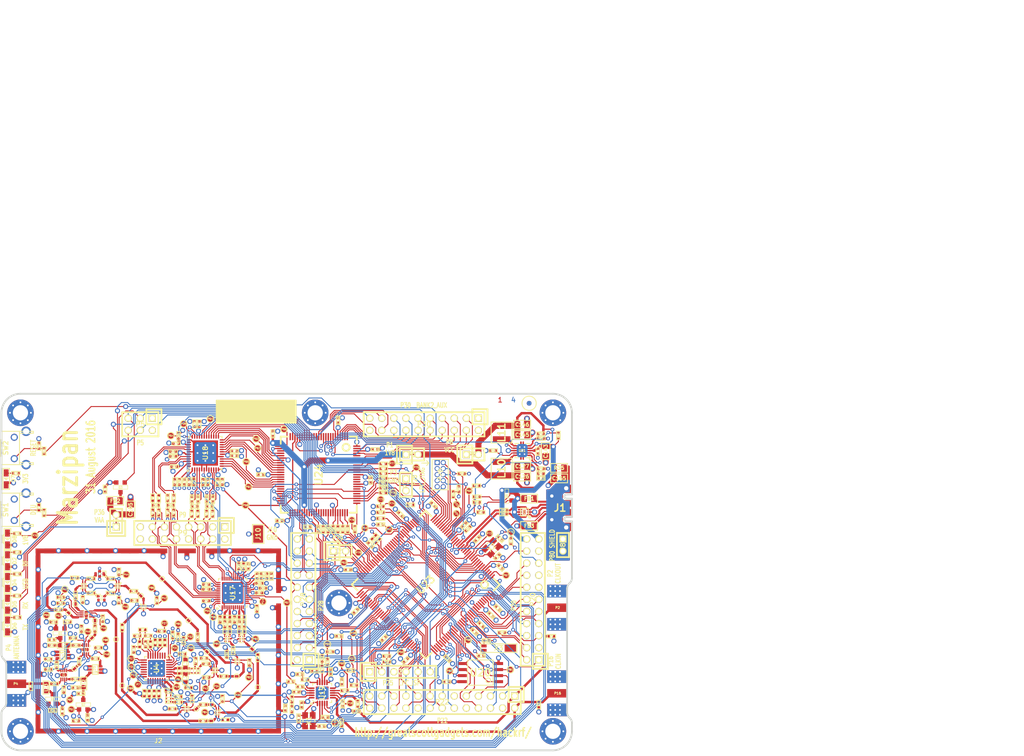
<source format=kicad_pcb>
(kicad_pcb (version 4) (host pcbnew "(2015-08-18 BZR 6102)-product")
  (title_block (date "19 may 2014"))
  (layers (0 C1F signal) (1 C2 signal) (2 C3 signal) (31 C4B signal) (34 B.Paste user) (35 F.Paste user) (36 B.SilkS user) (37 F.SilkS user) (38 B.Mask user) (39 F.Mask user) (44 Edge.Cuts user))
  (net 0 "")
  (net 1 !MIX_BYPASS)
  (net 2 !RX_AMP_PWR)
  (net 3 !TX_AMP_PWR)
  (net 4 !VAA_ENABLE)
  (net 5 +1.8V)
  (net 6 /baseband/CLK0)
  (net 7 /baseband/CLK1)
  (net 8 /baseband/CLK2)
  (net 9 /baseband/CLK3)
  (net 10 /baseband/CLK5)
  (net 11 /baseband/COM)
  (net 12 /baseband/CPOUT+)
  (net 13 /baseband/CPOUT-)
  (net 14 /baseband/IA+)
  (net 15 /baseband/IA-)
  (net 16 /baseband/ID+)
  (net 17 /baseband/ID-)
  (net 18 /baseband/INTR)
  (net 19 /baseband/OEB)
  (net 20 /baseband/QA+)
  (net 21 /baseband/QA-)
  (net 22 /baseband/QD+)
  (net 23 /baseband/QD-)
  (net 24 /baseband/REFN)
  (net 25 /baseband/REFP)
  (net 26 /baseband/RXBBI+)
  (net 27 /baseband/RXBBI-)
  (net 28 /baseband/RXBBQ+)
  (net 29 /baseband/RXBBQ-)
  (net 30 /baseband/TXBBI+)
  (net 31 /baseband/TXBBI-)
  (net 32 /baseband/TXBBQ+)
  (net 33 /baseband/TXBBQ-)
  (net 34 /baseband/XA)
  (net 35 /baseband/XB)
  (net 36 /baseband/XCVR_CLKOUT)
  (net 37 /baseband/XTAL2)
  (net 38 /frontend/!ANT_BIAS)
  (net 39 /frontend/REF_IN)
  (net 40 /frontend/RX_AMP_OUT)
  (net 41 /frontend/TX_AMP_IN)
  (net 42 /frontend/TX_AMP_OUT)
  (net 43 /mcu/usb/power/ADC0_0)
  (net 44 /mcu/usb/power/ADC0_2)
  (net 45 /mcu/usb/power/ADC0_5)
  (net 46 /mcu/usb/power/ADC0_6)
  (net 47 /mcu/usb/power/B1AUX13)
  (net 48 /mcu/usb/power/B1AUX14)
  (net 49 /mcu/usb/power/B2AUX1)
  (net 50 /mcu/usb/power/B2AUX10)
  (net 51 /mcu/usb/power/B2AUX11)
  (net 52 /mcu/usb/power/B2AUX12)
  (net 53 /mcu/usb/power/B2AUX13)
  (net 54 /mcu/usb/power/B2AUX14)
  (net 55 /mcu/usb/power/B2AUX15)
  (net 56 /mcu/usb/power/B2AUX16)
  (net 57 /mcu/usb/power/B2AUX2)
  (net 58 /mcu/usb/power/B2AUX3)
  (net 59 /mcu/usb/power/B2AUX4)
  (net 60 /mcu/usb/power/B2AUX5)
  (net 61 /mcu/usb/power/B2AUX6)
  (net 62 /mcu/usb/power/B2AUX7)
  (net 63 /mcu/usb/power/B2AUX8)
  (net 64 /mcu/usb/power/B2AUX9)
  (net 65 /mcu/usb/power/BANK2F3M1)
  (net 66 /mcu/usb/power/BANK2F3M10)
  (net 67 /mcu/usb/power/BANK2F3M11)
  (net 68 /mcu/usb/power/BANK2F3M12)
  (net 69 /mcu/usb/power/BANK2F3M14)
  (net 70 /mcu/usb/power/BANK2F3M15)
  (net 71 /mcu/usb/power/BANK2F3M16)
  (net 72 /mcu/usb/power/BANK2F3M2)
  (net 73 /mcu/usb/power/BANK2F3M3)
  (net 74 /mcu/usb/power/BANK2F3M4)
  (net 75 /mcu/usb/power/BANK2F3M5)
  (net 76 /mcu/usb/power/BANK2F3M6)
  (net 77 /mcu/usb/power/BANK2F3M7)
  (net 78 /mcu/usb/power/BANK2F3M8)
  (net 79 /mcu/usb/power/BANK2F3M9)
  (net 80 /mcu/usb/power/CPLD_TCK)
  (net 81 /mcu/usb/power/CPLD_TDI)
  (net 82 /mcu/usb/power/CPLD_TDO)
  (net 83 /mcu/usb/power/CPLD_TMS)
  (net 84 /mcu/usb/power/DBGEN)
  (net 85 /mcu/usb/power/DM)
  (net 86 /mcu/usb/power/DP)
  (net 87 /mcu/usb/power/EN1V8)
  (net 88 /mcu/usb/power/GCK0)
  (net 89 /mcu/usb/power/GPIO3_10)
  (net 90 /mcu/usb/power/GPIO3_11)
  (net 91 /mcu/usb/power/GPIO3_12)
  (net 92 /mcu/usb/power/GPIO3_13)
  (net 93 /mcu/usb/power/GPIO3_14)
  (net 94 /mcu/usb/power/GPIO3_15)
  (net 95 /mcu/usb/power/GPIO3_8)
  (net 96 /mcu/usb/power/GPIO3_9)
  (net 97 /mcu/usb/power/GP_CLKIN)
  (net 98 /mcu/usb/power/I2C1_SCL)
  (net 99 /mcu/usb/power/I2C1_SDA)
  (net 100 /mcu/usb/power/I2S0_RX_MCLK)
  (net 101 /mcu/usb/power/I2S0_RX_SCK)
  (net 102 /mcu/usb/power/I2S0_RX_SDA)
  (net 103 /mcu/usb/power/I2S0_RX_WS)
  (net 104 /mcu/usb/power/I2S0_TX_MCLK)
  (net 105 /mcu/usb/power/I2S0_TX_SCK)
  (net 106 /mcu/usb/power/ISP)
  (net 107 /mcu/usb/power/LED1)
  (net 108 /mcu/usb/power/LED2)
  (net 109 /mcu/usb/power/LED3)
  (net 110 /mcu/usb/power/P1_1)
  (net 111 /mcu/usb/power/P1_2)
  (net 112 /mcu/usb/power/P2_13)
  (net 113 /mcu/usb/power/P2_8)
  (net 114 /mcu/usb/power/P2_9)
  (net 115 /mcu/usb/power/REG_OUT1)
  (net 116 /mcu/usb/power/REG_OUT2)
  (net 117 /mcu/usb/power/RESET)
  (net 118 /mcu/usb/power/RREF)
  (net 119 /mcu/usb/power/RTCX1)
  (net 120 /mcu/usb/power/RTCX2)
  (net 121 /mcu/usb/power/RTC_ALARM)
  (net 122 /mcu/usb/power/SD_CD)
  (net 123 /mcu/usb/power/SD_CLK)
  (net 124 /mcu/usb/power/SD_CMD)
  (net 125 /mcu/usb/power/SD_DAT0)
  (net 126 /mcu/usb/power/SD_DAT1)
  (net 127 /mcu/usb/power/SD_DAT2)
  (net 128 /mcu/usb/power/SD_DAT3)
  (net 129 /mcu/usb/power/SD_POW)
  (net 130 /mcu/usb/power/SD_VOLT0)
  (net 131 /mcu/usb/power/SGPIO0)
  (net 132 /mcu/usb/power/SGPIO1)
  (net 133 /mcu/usb/power/SGPIO10)
  (net 134 /mcu/usb/power/SGPIO11)
  (net 135 /mcu/usb/power/SGPIO12)
  (net 136 /mcu/usb/power/SGPIO13)
  (net 137 /mcu/usb/power/SGPIO14)
  (net 138 /mcu/usb/power/SGPIO15)
  (net 139 /mcu/usb/power/SGPIO2)
  (net 140 /mcu/usb/power/SGPIO3)
  (net 141 /mcu/usb/power/SGPIO4)
  (net 142 /mcu/usb/power/SGPIO5)
  (net 143 /mcu/usb/power/SGPIO6)
  (net 144 /mcu/usb/power/SGPIO7)
  (net 145 /mcu/usb/power/SGPIO9)
  (net 146 /mcu/usb/power/SPIFI_CS)
  (net 147 /mcu/usb/power/SPIFI_MISO)
  (net 148 /mcu/usb/power/SPIFI_MOSI)
  (net 149 /mcu/usb/power/SPIFI_SCK)
  (net 150 /mcu/usb/power/SPIFI_SIO2)
  (net 151 /mcu/usb/power/SPIFI_SIO3)
  (net 152 /mcu/usb/power/TCK)
  (net 153 /mcu/usb/power/TDI)
  (net 154 /mcu/usb/power/TDO)
  (net 155 /mcu/usb/power/TMS)
  (net 156 /mcu/usb/power/U0_RXD)
  (net 157 /mcu/usb/power/U0_TXD)
  (net 158 /mcu/usb/power/USB_SHIELD)
  (net 159 /mcu/usb/power/VBAT)
  (net 160 /mcu/usb/power/VBUS)
  (net 161 /mcu/usb/power/VBUSCTRL)
  (net 162 /mcu/usb/power/VIN)
  (net 163 /mcu/usb/power/VREGMODE)
  (net 164 /mcu/usb/power/WAKEUP)
  (net 165 /mcu/usb/power/XTAL1)
  (net 166 /mcu/usb/power/XTAL2)
  (net 167 AMP_BYPASS)
  (net 168 CLK6)
  (net 169 CLKIN)
  (net 170 CLKOUT)
  (net 171 CS_AD)
  (net 172 CS_XCVR)
  (net 173 DA0)
  (net 174 DA1)
  (net 175 DA2)
  (net 176 DA3)
  (net 177 DA4)
  (net 178 DA5)
  (net 179 DA6)
  (net 180 DA7)
  (net 181 DD0)
  (net 182 DD1)
  (net 183 DD2)
  (net 184 DD3)
  (net 185 DD4)
  (net 186 DD5)
  (net 187 DD6)
  (net 188 DD7)
  (net 189 DD8)
  (net 190 DD9)
  (net 191 GCK1)
  (net 192 GCK2)
  (net 193 GND)
  (net 194 HP)
  (net 195 LP)
  (net 196 MCU_CLK)
  (net 197 MIXER_ENX)
  (net 198 MIXER_RESETX)
  (net 199 MIXER_SCLK)
  (net 200 MIXER_SDATA)
  (net 201 MIX_BYPASS)
  (net 202 MIX_CLK)
  (net 203 RSSI)
  (net 204 RX)
  (net 205 RXENABLE)
  (net 206 RX_AMP)
  (net 207 RX_IF)
  (net 208 RX_MIX_BP)
  (net 209 SCL)
  (net 210 SDA)
  (net 211 SGPIO_CLK)
  (net 212 SSP1_MISO)
  (net 213 SSP1_MOSI)
  (net 214 SSP1_SCK)
  (net 215 TX)
  (net 216 TXENABLE)
  (net 217 TX_AMP)
  (net 218 TX_IF)
  (net 219 TX_MIX_BP)
  (net 220 VAA)
  (net 221 VCC)
  (net 222 XCVR_EN)
  (net 223 "Net-(C8-Pad2)")
  (net 224 "Net-(C9-Pad2)")
  (net 225 "Net-(C9-Pad1)")
  (net 226 "Net-(C12-Pad1)")
  (net 227 "Net-(C13-Pad1)")
  (net 228 "Net-(C14-Pad2)")
  (net 229 "Net-(C14-Pad1)")
  (net 230 "Net-(C15-Pad2)")
  (net 231 "Net-(C17-Pad2)")
  (net 232 "Net-(C17-Pad1)")
  (net 233 "Net-(C18-Pad2)")
  (net 234 "Net-(C18-Pad1)")
  (net 235 "Net-(C20-Pad2)")
  (net 236 "Net-(C20-Pad1)")
  (net 237 "Net-(C21-Pad2)")
  (net 238 "Net-(C21-Pad1)")
  (net 239 "Net-(C23-Pad2)")
  (net 240 "Net-(C23-Pad1)")
  (net 241 "Net-(C25-Pad1)")
  (net 242 "Net-(C26-Pad2)")
  (net 243 "Net-(C26-Pad1)")
  (net 244 "Net-(C27-Pad2)")
  (net 245 "Net-(C27-Pad1)")
  (net 246 "Net-(C28-Pad2)")
  (net 247 "Net-(C28-Pad1)")
  (net 248 "Net-(C31-Pad2)")
  (net 249 "Net-(C31-Pad1)")
  (net 250 "Net-(C32-Pad2)")
  (net 251 "Net-(C32-Pad1)")
  (net 252 "Net-(C43-Pad2)")
  (net 253 "Net-(C43-Pad1)")
  (net 254 "Net-(C44-Pad2)")
  (net 255 "Net-(C44-Pad1)")
  (net 256 "Net-(C46-Pad2)")
  (net 257 "Net-(C46-Pad1)")
  (net 258 "Net-(C48-Pad1)")
  (net 259 "Net-(C49-Pad2)")
  (net 260 "Net-(C50-Pad1)")
  (net 261 "Net-(C51-Pad2)")
  (net 262 "Net-(C51-Pad1)")
  (net 263 "Net-(C163-Pad2)")
  (net 264 "Net-(C58-Pad2)")
  (net 265 "Net-(C58-Pad1)")
  (net 266 "Net-(C59-Pad2)")
  (net 267 "Net-(C61-Pad2)")
  (net 268 "Net-(C61-Pad1)")
  (net 269 "Net-(C62-Pad2)")
  (net 270 "Net-(C64-Pad2)")
  (net 271 "Net-(C64-Pad1)")
  (net 272 "Net-(C99-Pad2)")
  (net 273 "Net-(C99-Pad1)")
  (net 274 "Net-(C102-Pad2)")
  (net 275 "Net-(C102-Pad1)")
  (net 276 "Net-(C104-Pad2)")
  (net 277 "Net-(C104-Pad1)")
  (net 278 "Net-(C105-Pad1)")
  (net 279 "Net-(C106-Pad1)")
  (net 280 "Net-(C111-Pad2)")
  (net 281 "Net-(C111-Pad1)")
  (net 282 "Net-(C114-Pad2)")
  (net 283 "Net-(C114-Pad1)")
  (net 284 "Net-(C125-Pad2)")
  (net 285 "Net-(C160-Pad1)")
  (net 286 "Net-(D2-Pad2)")
  (net 287 "Net-(D4-Pad2)")
  (net 288 "Net-(D5-Pad2)")
  (net 289 "Net-(D6-Pad2)")
  (net 290 "Net-(D7-Pad2)")
  (net 291 "Net-(D8-Pad2)")
  (net 292 "Net-(FB1-Pad1)")
  (net 293 "Net-(FB2-Pad1)")
  (net 294 "Net-(FB3-Pad1)")
  (net 295 "Net-(J1-Pad4)")
  (net 296 "Net-(J1-Pad3)")
  (net 297 "Net-(J1-Pad2)")
  (net 298 "Net-(L1-Pad2)")
  (net 299 "Net-(L1-Pad1)")
  (net 300 "Net-(L2-Pad1)")
  (net 301 "Net-(L3-Pad1)")
  (net 302 "Net-(L10-Pad1)")
  (net 303 "Net-(L11-Pad2)")
  (net 304 "Net-(L13-Pad1)")
  (net 305 "Net-(P6-Pad1)")
  (net 306 "Net-(P7-Pad1)")
  (net 307 "Net-(P17-Pad1)")
  (net 308 "Net-(P19-Pad1)")
  (net 309 "Net-(P24-Pad1)")
  (net 310 "Net-(P25-Pad3)")
  (net 311 "Net-(P26-Pad7)")
  (net 312 "Net-(R4-Pad2)")
  (net 313 "Net-(R30-Pad2)")
  (net 314 "Net-(R19-Pad2)")
  (net 315 "Net-(R51-Pad1)")
  (net 316 "Net-(R52-Pad2)")
  (net 317 "Net-(R55-Pad2)")
  (net 318 "Net-(R62-Pad1)")
  (net 319 "Net-(U4-Pad1)")
  (net 320 "Net-(U4-Pad2)")
  (net 321 "Net-(U4-Pad3)")
  (net 322 "Net-(U4-Pad11)")
  (net 323 "Net-(U4-Pad13)")
  (net 324 "Net-(U4-Pad14)")
  (net 325 "Net-(U4-Pad17)")
  (net 326 "Net-(U4-Pad18)")
  (net 327 "Net-(U4-Pad20)")
  (net 328 "Net-(U4-Pad21)")
  (net 329 "Net-(U9-Pad2)")
  (net 330 "Net-(U12-Pad2)")
  (net 331 "Net-(U14-Pad2)")
  (net 332 "Net-(U15-Pad4)")
  (net 333 "Net-(U15-Pad6)")
  (net 334 "Net-(U17-Pad3)")
  (net 335 "Net-(U17-Pad6)")
  (net 336 "Net-(U17-Pad8)")
  (net 337 "Net-(U17-Pad9)")
  (net 338 "Net-(U17-Pad12)")
  (net 339 "Net-(U17-Pad14)")
  (net 340 "Net-(U17-Pad18)")
  (net 341 "Net-(U17-Pad33)")
  (net 342 "Net-(U17-Pad34)")
  (net 343 "Net-(U17-Pad40)")
  (net 344 "Net-(U18-Pad38)")
  (net 345 "Net-(U23-Pad89)")
  (net 346 "Net-(U23-Pad90)")
  (net 347 "Net-(U23-Pad136)")
  (net 348 "Net-(U23-Pad138)")
  (net 349 "Net-(U23-Pad139)")
  (net 350 "Net-(U24-Pad14)")
  (net 351 "Net-(U24-Pad15)")
  (net 352 "Net-(U24-Pad16)")
  (net 353 "Net-(U24-Pad20)")
  (net 354 "Net-(U24-Pad25)")
  (net 355 "Net-(U24-Pad44)")
  (net 356 "Net-(U24-Pad46)")
  (net 357 "Net-(U24-Pad49)")
  (net 358 "Net-(U24-Pad50)")
  (net 359 "Net-(U24-Pad52)")
  (net 360 "Net-(U24-Pad53)")
  (net 361 "Net-(U24-Pad54)")
  (net 362 "Net-(U24-Pad58)")
  (net 363 "Net-(U24-Pad59)")
  (net 364 "Net-(U24-Pad60)")
  (net 365 "Net-(U24-Pad63)")
  (net 366 "Net-(U24-Pad65)")
  (net 367 "Net-(U24-Pad66)")
  (net 368 "Net-(U24-Pad68)")
  (net 369 "Net-(U24-Pad73)")
  (net 370 "Net-(U24-Pad75)")
  (net 371 "Net-(U24-Pad80)")
  (net 372 "Net-(U24-Pad82)")
  (net 373 "Net-(U24-Pad85)")
  (net 374 "Net-(U24-Pad86)")
  (net 375 "Net-(U24-Pad87)")
  (net 376 "Net-(U24-Pad93)")
  (net 377 "Net-(U24-Pad95)")
  (net 378 "Net-(U24-Pad96)")
  (module hackrf:GSG-QFN20-4 (layer C1F) (at 127.4692 162.926 90)
    (fp_text reference U19 (at 0 0 90) (layer F.SilkS) (effects (font (size 1.00076 1.00076) (thickness 0.2032))))
    (fp_text value SI5351C hide)
    (pad 1 smd oval (at -2.2 -1 90) (size 1.2 0.32) (layers C1F F.Paste F.Mask) (net 34 /baseband/XA))
    (pad 2 smd oval (at -2.2 -0.5 90) (size 1.2 0.32) (layers C1F F.Paste F.Mask) (net 35 /baseband/XB))
    (pad 3 smd oval (at -2.2 0 90) (size 1.2 0.32) (layers C1F F.Paste F.Mask) (net 18 /baseband/INTR))
    (pad 4 smd oval (at -2.2 0.5 90) (size 1.2 0.32) (layers C1F F.Paste F.Mask) (net 209 SCL))
    (pad 5 smd oval (at -2.2 1 90) (size 1.2 0.32) (layers C1F F.Paste F.Mask) (net 210 SDA))
    (pad 6 smd oval (at -1 2.2 180) (size 1.2 0.32) (layers C1F F.Paste F.Mask) (net 169 CLKIN))
    (pad 7 smd oval (at -0.5 2.2 180) (size 1.2 0.32) (layers C1F F.Paste F.Mask) (net 19 /baseband/OEB))
    (pad 8 smd oval (at 0 2.2 180) (size 1.2 0.32) (layers C1F F.Paste F.Mask) (net 9 /baseband/CLK3))
    (pad 9 smd oval (at 0.5 2.2 180) (size 1.2 0.32) (layers C1F F.Paste F.Mask) (net 8 /baseband/CLK2))
    (pad 10 smd oval (at 1 2.2 180) (size 1.2 0.32) (layers C1F F.Paste F.Mask) (net 221 VCC))
    (pad 11 smd oval (at 2.2 1 90) (size 1.2 0.32) (layers C1F F.Paste F.Mask) (net 221 VCC))
    (pad 12 smd oval (at 2.2 0.5 90) (size 1.2 0.32) (layers C1F F.Paste F.Mask) (net 7 /baseband/CLK1))
    (pad 13 smd oval (at 2.2 0 90) (size 1.2 0.32) (layers C1F F.Paste F.Mask) (net 6 /baseband/CLK0))
    (pad 14 smd oval (at 2.2 -0.5 90) (size 1.2 0.32) (layers C1F F.Paste F.Mask) (net 221 VCC))
    (pad 15 smd oval (at 2.2 -1 90) (size 1.2 0.32) (layers C1F F.Paste F.Mask) (net 196 MCU_CLK))
    (pad 16 smd oval (at 1 -2.2 180) (size 1.2 0.32) (layers C1F F.Paste F.Mask) (net 168 CLK6))
    (pad 17 smd oval (at 0.5 -2.2 180) (size 1.2 0.32) (layers C1F F.Paste F.Mask) (net 10 /baseband/CLK5))
    (pad 18 smd oval (at 0 -2.2 180) (size 1.2 0.32) (layers C1F F.Paste F.Mask) (net 221 VCC))
    (pad 19 smd oval (at -0.5 -2.2 180) (size 1.2 0.32) (layers C1F F.Paste F.Mask) (net 202 MIX_CLK))
    (pad 20 smd oval (at -1 -2.2 180) (size 1.2 0.32) (layers C1F F.Paste F.Mask) (net 221 VCC))
    (pad 0 smd rect (at 0 0 90) (size 2.65 2.65) (layers C1F F.Mask) (net 193 GND))
    (pad 0 thru_hole circle (at 0 0 90) (size 0.6 0.6) (drill 0.35) (layers *.Cu B.Mask) (net 193 GND))
    (pad 0 thru_hole circle (at -0.66 -0.66 90) (size 0.6 0.6) (drill 0.35) (layers *.Cu B.Mask) (net 193 GND))
    (pad 0 thru_hole circle (at 0.66 -0.66 90) (size 0.6 0.6) (drill 0.35) (layers *.Cu B.Mask) (net 193 GND))
    (pad 0 thru_hole circle (at 0.66 0.66 90) (size 0.6 0.6) (drill 0.35) (layers *.Cu B.Mask) (net 193 GND))
    (pad 0 thru_hole circle (at -0.66 0.66 90) (size 0.6 0.6) (drill 0.35) (layers *.Cu B.Mask) (net 193 GND))
    (pad 0 smd rect (at -0.66 -0.66 90) (size 1.32 1.32) (layers C1F F.Paste) (net 193 GND))
    (pad 0 smd rect (at 0.66 -0.66 90) (size 1.32 1.32) (layers C1F F.Paste) (net 193 GND))
    (pad 0 smd rect (at -0.66 0.66 90) (size 1.32 1.32) (layers C1F F.Paste) (net 193 GND))
    (pad 0 smd rect (at 0.66 0.66 90) (size 1.32 1.32) (layers C1F F.Paste) (net 193 GND))
  )
  (module GSG-TESTPOINT-30MIL-MASKONLY (layer C1F) (at 89.31402 142.49908)
    (fp_text reference TESTPOINT-30MIL-MASKONLY hide)
    (fp_text value VAL** hide)
  )
  (module GSG-TESTPOINT-30MIL-MASKONLY (layer C1F) (at 84.1046 151.6574)
    (fp_text reference TESTPOINT-30MIL-MASKONLY hide)
    (fp_text value VAL** hide)
  )
  (module GSG-TESTPOINT-30MIL-MASKONLY (layer C1F) (at 75.57516 144.21358)
    (fp_text reference TESTPOINT-30MIL-MASKONLY hide)
    (fp_text value VAL** hide)
  )
  (module GSG-TESTPOINT-30MIL-MASKONLY (layer C1F) (at 74.0537 146.1516)
    (fp_text reference TESTPOINT-30MIL-MASKONLY hide)
    (fp_text value VAL** hide)
  )
  (module GSG-TESTPOINT-30MIL-MASKONLY (layer C1F) (at 93.782 138.932)
    (fp_text reference TESTPOINT-30MIL-MASKONLY hide)
    (fp_text value VAL** hide)
  )
  (module GSG-TESTPOINT-30MIL-MASKONLY (layer C1F) (at 85.4 161.3602)
    (fp_text reference TESTPOINT-30MIL-MASKONLY hide)
    (fp_text value VAL** hide)
  )
  (module GSG-TESTPOINT-30MIL-MASKONLY (layer C1F) (at 75.33894 157.8483)
    (fp_text reference TESTPOINT-30MIL-MASKONLY hide)
    (fp_text value VAL** hide)
  )
  (module GSG-TESTPOINT-30MIL-MASKONLY (layer C1F) (at 79.0321 151.36114)
    (fp_text reference TESTPOINT-30MIL-MASKONLY hide)
    (fp_text value VAL** hide)
  )
  (module GSG-TESTPOINT-30MIL-MASKONLY (layer C1F) (at 113.919 161.74974)
    (fp_text reference TESTPOINT-30MIL-MASKONLY hide)
    (fp_text value VAL** hide)
  )
  (module GSG-TESTPOINT-30MIL-MASKONLY (layer C1F) (at 104.11206 168.79824)
    (fp_text reference TESTPOINT-30MIL-MASKONLY hide)
    (fp_text value VAL** hide)
  )
  (module GSG-TESTPOINT-30MIL-MASKONLY (layer C1F) (at 104.25176 165.37432)
    (fp_text reference TESTPOINT-30MIL-MASKONLY hide)
    (fp_text value VAL** hide)
  )
  (module GSG-TESTPOINT-30MIL-MASKONLY (layer C1F) (at 101.0158 166.26332)
    (fp_text reference TESTPOINT-30MIL-MASKONLY hide)
    (fp_text value VAL** hide)
  )
  (module GSG-TESTPOINT-30MIL-MASKONLY (layer C1F) (at 79.6671 147.71116)
    (fp_text reference TESTPOINT-30MIL-MASKONLY hide)
    (fp_text value VAL** hide)
  )
  (module GSG-TESTPOINT-30MIL-MASKONLY (layer C1F) (at 109.47654 159.42564)
    (fp_text reference TESTPOINT-30MIL-MASKONLY hide)
    (fp_text value VAL** hide)
  )
  (module GSG-TESTPOINT-30MIL-MASKONLY (layer C1F) (at 99.36226 147.6883)
    (fp_text reference TESTPOINT-30MIL-MASKONLY hide)
    (fp_text value VAL** hide)
  )
  (module GSG-TESTPOINT-30MIL-MASKONLY (layer C1F) (at 103.23068 154.2796)
    (fp_text reference TESTPOINT-30MIL-MASKONLY hide)
    (fp_text value VAL** hide)
  )
  (module GSG-TESTPOINT-30MIL-MASKONLY (layer C1F) (at 112.71504 153.71064)
    (fp_text reference TESTPOINT-30MIL-MASKONLY hide)
    (fp_text value VAL** hide)
  )
  (module GSG-MARK1MM (layer C1F) (at 171 102)
    (fp_text reference MARK1MM hide)
    (fp_text value VAL** hide)
    (pad "" smd circle (at 0 0) (size 1 1) (layers *.Cu *.Mask))
  )
  (module gsg-modules:LTST-S220 (layer C1F) (at 61 117.9 270)
    (fp_text reference D7 (at 0 -1.5 270) (layer F.SilkS) (effects (font (size 0.762 0.762) (thickness 0.1905))))
    (fp_text value VCCLED hide)
    (pad 1 smd rect (at 1.25 0 270) (size 1.5 1) (layers C1F F.Paste F.Mask) (net 193 GND) (clearance 0.1778))
    (pad 2 smd rect (at -1.25 0 270) (size 1.5 1) (layers C1F F.Paste F.Mask) (net 290 "Net-(D7-Pad2)") (clearance 0.1778))
  )
  (module gsg-modules:LTST-S220 (layer C1F) (at 61.27 130.55 270)
    (fp_text reference D8 (at 0 -1.5 270) (layer F.SilkS) (effects (font (size 0.762 0.762) (thickness 0.1905))))
    (fp_text value 1V8LED hide)
    (pad 1 smd rect (at 1.25 0 270) (size 1.5 1) (layers C1F F.Paste F.Mask) (net 193 GND) (clearance 0.1778))
    (pad 2 smd rect (at -1.25 0 270) (size 1.5 1) (layers C1F F.Paste F.Mask) (net 291 "Net-(D8-Pad2)") (clearance 0.1778))
  )
  (module gsg-modules:LTST-S220 (layer C1F) (at 61.27 135.122 270)
    (fp_text reference D2 (at 0 -1.5 270) (layer F.SilkS) (effects (font (size 0.762 0.762) (thickness 0.1905))))
    (fp_text value VAALED hide)
    (pad 1 smd rect (at 1.25 0 270) (size 1.5 1) (layers C1F F.Paste F.Mask) (net 193 GND) (clearance 0.1778))
    (pad 2 smd rect (at -1.25 0 270) (size 1.5 1) (layers C1F F.Paste F.Mask) (net 286 "Net-(D2-Pad2)") (clearance 0.1778))
  )
  (module gsg-modules:LTST-S220 (layer C1F) (at 61.27 139.694 270)
    (fp_text reference D4 (at 0 -1.5 270) (layer F.SilkS) (effects (font (size 0.762 0.762) (thickness 0.1905))))
    (fp_text value USBLED hide)
    (pad 1 smd rect (at 1.25 0 270) (size 1.5 1) (layers C1F F.Paste F.Mask) (net 193 GND) (clearance 0.1778))
    (pad 2 smd rect (at -1.25 0 270) (size 1.5 1) (layers C1F F.Paste F.Mask) (net 287 "Net-(D4-Pad2)") (clearance 0.1778))
  )
  (module gsg-modules:LTST-S220 (layer C1F) (at 61.27 144.266 270)
    (fp_text reference D5 (at 0 -1.5 270) (layer F.SilkS) (effects (font (size 0.762 0.762) (thickness 0.1905))))
    (fp_text value RXLED hide)
    (pad 1 smd rect (at 1.25 0 270) (size 1.5 1) (layers C1F F.Paste F.Mask) (net 193 GND) (clearance 0.1778))
    (pad 2 smd rect (at -1.25 0 270) (size 1.5 1) (layers C1F F.Paste F.Mask) (net 288 "Net-(D5-Pad2)") (clearance 0.1778))
  )
  (module gsg-modules:LTST-S220 (layer C1F) (at 61.27 148.838 270)
    (fp_text reference D6 (at 0 -1.5 270) (layer F.SilkS) (effects (font (size 0.762 0.762) (thickness 0.1905))))
    (fp_text value TXLED hide)
    (pad 1 smd rect (at 1.25 0 270) (size 1.5 1) (layers C1F F.Paste F.Mask) (net 193 GND) (clearance 0.1778))
    (pad 2 smd rect (at -1.25 0 270) (size 1.5 1) (layers C1F F.Paste F.Mask) (net 289 "Net-(D6-Pad2)") (clearance 0.1778))
  )
  (module hackrf:GSG-0402 (layer C1F) (at 91.0964 163.0468 270)
    (fp_text reference C1 (at 0 0.0508 270) (layer F.SilkS) (effects (font (size 0.4064 0.4064) (thickness 0.1016))))
    (fp_text value 33pF hide)
    (pad 2 smd rect (at 0.5334 0 270) (size 0.508 0.5588) (layers C1F F.Paste F.Mask) (net 193 GND))
    (pad 1 smd rect (at -0.5334 0 270) (size 0.508 0.5588) (layers C1F F.Paste F.Mask) (net 221 VCC))
  )
  (module hackrf:GSG-0402 (layer C1F) (at 90.0804 163.0468 270)
    (fp_text reference C2 (at 0 0.0508 270) (layer F.SilkS) (effects (font (size 0.4064 0.4064) (thickness 0.1016))))
    (fp_text value 10nF hide)
    (pad 2 smd rect (at 0.5334 0 270) (size 0.508 0.5588) (layers C1F F.Paste F.Mask) (net 193 GND))
    (pad 1 smd rect (at -0.5334 0 270) (size 0.508 0.5588) (layers C1F F.Paste F.Mask) (net 221 VCC))
  )
  (module hackrf:GSG-0402 (layer C1F) (at 93.1284 163.0468 270)
    (fp_text reference C3 (at 0 0.0508 270) (layer F.SilkS) (effects (font (size 0.4064 0.4064) (thickness 0.1016))))
    (fp_text value 33pF hide)
    (pad 2 smd rect (at 0.5334 0 270) (size 0.508 0.5588) (layers C1F F.Paste F.Mask) (net 193 GND))
    (pad 1 smd rect (at -0.5334 0 270) (size 0.508 0.5588) (layers C1F F.Paste F.Mask) (net 220 VAA))
  )
  (module hackrf:GSG-0402 (layer C1F) (at 92.1124 163.0468 270)
    (fp_text reference C4 (at 0 0.0508 270) (layer F.SilkS) (effects (font (size 0.4064 0.4064) (thickness 0.1016))))
    (fp_text value 10nF hide)
    (pad 2 smd rect (at 0.5334 0 270) (size 0.508 0.5588) (layers C1F F.Paste F.Mask) (net 193 GND))
    (pad 1 smd rect (at -0.5334 0 270) (size 0.508 0.5588) (layers C1F F.Paste F.Mask) (net 220 VAA))
  )
  (module hackrf:GSG-0402 (layer C1F) (at 92.341 152.328 90)
    (fp_text reference C5 (at 0 0.0508 90) (layer F.SilkS) (effects (font (size 0.4064 0.4064) (thickness 0.1016))))
    (fp_text value 33pF hide)
    (pad 2 smd rect (at 0.5334 0 90) (size 0.508 0.5588) (layers C1F F.Paste F.Mask) (net 193 GND))
    (pad 1 smd rect (at -0.5334 0 90) (size 0.508 0.5588) (layers C1F F.Paste F.Mask) (net 220 VAA))
  )
  (module hackrf:GSG-0402 (layer C1F) (at 93.357 152.328 90)
    (fp_text reference C6 (at 0 0.0508 90) (layer F.SilkS) (effects (font (size 0.4064 0.4064) (thickness 0.1016))))
    (fp_text value 10nF hide)
    (pad 2 smd rect (at 0.5334 0 90) (size 0.508 0.5588) (layers C1F F.Paste F.Mask) (net 193 GND))
    (pad 1 smd rect (at -0.5334 0 90) (size 0.508 0.5588) (layers C1F F.Paste F.Mask) (net 220 VAA))
  )
  (module hackrf:GSG-0402 (layer C1F) (at 107.084 168.5762 180)
    (fp_text reference C7 (at 0 0.0508 180) (layer F.SilkS) (effects (font (size 0.4064 0.4064) (thickness 0.1016))))
    (fp_text value 33pF hide)
    (pad 2 smd rect (at 0.5334 0 180) (size 0.508 0.5588) (layers C1F F.Paste F.Mask) (net 201 MIX_BYPASS))
    (pad 1 smd rect (at -0.5334 0 180) (size 0.508 0.5588) (layers C1F F.Paste F.Mask) (net 193 GND))
  )
  (module hackrf:GSG-0402 (layer C1F) (at 113.919 155.448 270)
    (fp_text reference C8 (at 0 0.0508 270) (layer F.SilkS) (effects (font (size 0.4064 0.4064) (thickness 0.1016))))
    (fp_text value 22pF hide)
    (pad 2 smd rect (at 0.5334 0 270) (size 0.508 0.5588) (layers C1F F.Paste F.Mask) (net 223 "Net-(C8-Pad2)"))
    (pad 1 smd rect (at -0.5334 0 270) (size 0.508 0.5588) (layers C1F F.Paste F.Mask) (net 218 TX_IF))
  )
  (module hackrf:GSG-0402 (layer C1F) (at 85.4 149.1682 90)
    (fp_text reference C9 (at 0 0.0508 90) (layer F.SilkS) (effects (font (size 0.4064 0.4064) (thickness 0.1016))))
    (fp_text value 100nF hide)
    (pad 2 smd rect (at 0.5334 0 90) (size 0.508 0.5588) (layers C1F F.Paste F.Mask) (net 224 "Net-(C9-Pad2)"))
    (pad 1 smd rect (at -0.5334 0 90) (size 0.508 0.5588) (layers C1F F.Paste F.Mask) (net 225 "Net-(C9-Pad1)"))
  )
  (module hackrf:GSG-0402 (layer C1F) (at 87.9808 143.4816)
    (fp_text reference C10 (at 0 0.0508) (layer F.SilkS) (effects (font (size 0.4064 0.4064) (thickness 0.1016))))
    (fp_text value 33pF hide)
    (pad 2 smd rect (at 0.5334 0) (size 0.508 0.5588) (layers C1F F.Paste F.Mask) (net 204 RX))
    (pad 1 smd rect (at -0.5334 0) (size 0.508 0.5588) (layers C1F F.Paste F.Mask) (net 193 GND))
  )
  (module hackrf:GSG-0402 (layer C1F) (at 84.7138 143.4622 90)
    (fp_text reference C11 (at 0 0.0508 90) (layer F.SilkS) (effects (font (size 0.4064 0.4064) (thickness 0.1016))))
    (fp_text value 33pF hide)
    (pad 2 smd rect (at 0.5334 0 90) (size 0.508 0.5588) (layers C1F F.Paste F.Mask) (net 195 LP))
    (pad 1 smd rect (at -0.5334 0 90) (size 0.508 0.5588) (layers C1F F.Paste F.Mask) (net 193 GND))
  )
  (module hackrf:GSG-0402 (layer C1F) (at 87.7944 153.8266 270)
    (fp_text reference C12 (at 0 0.0508 270) (layer F.SilkS) (effects (font (size 0.4064 0.4064) (thickness 0.1016))))
    (fp_text value 330pF hide)
    (pad 2 smd rect (at 0.5334 0 270) (size 0.508 0.5588) (layers C1F F.Paste F.Mask) (net 193 GND))
    (pad 1 smd rect (at -0.5334 0 270) (size 0.508 0.5588) (layers C1F F.Paste F.Mask) (net 226 "Net-(C12-Pad1)"))
  )
  (module hackrf:GSG-0402 (layer C1F) (at 88.5564 150.9056 180)
    (fp_text reference C13 (at 0 0.0508 180) (layer F.SilkS) (effects (font (size 0.4064 0.4064) (thickness 0.1016))))
    (fp_text value 330pF hide)
    (pad 2 smd rect (at 0.5334 0 180) (size 0.508 0.5588) (layers C1F F.Paste F.Mask) (net 193 GND))
    (pad 1 smd rect (at -0.5334 0 180) (size 0.508 0.5588) (layers C1F F.Paste F.Mask) (net 227 "Net-(C13-Pad1)"))
  )
  (module hackrf:GSG-0402 (layer C1F) (at 90.3344 152.6836 90)
    (fp_text reference C14 (at 0 0.0508 90) (layer F.SilkS) (effects (font (size 0.4064 0.4064) (thickness 0.1016))))
    (fp_text value 8p2 hide)
    (pad 2 smd rect (at 0.5334 0 90) (size 0.508 0.5588) (layers C1F F.Paste F.Mask) (net 228 "Net-(C14-Pad2)"))
    (pad 1 smd rect (at -0.5334 0 90) (size 0.508 0.5588) (layers C1F F.Paste F.Mask) (net 229 "Net-(C14-Pad1)"))
  )
  (module hackrf:GSG-0402 (layer C1F) (at 90.8424 150.9056)
    (fp_text reference C15 (at 0 0.0508) (layer F.SilkS) (effects (font (size 0.4064 0.4064) (thickness 0.1016))))
    (fp_text value 180pF hide)
    (pad 2 smd rect (at 0.5334 0) (size 0.508 0.5588) (layers C1F F.Paste F.Mask) (net 230 "Net-(C15-Pad2)"))
    (pad 1 smd rect (at -0.5334 0) (size 0.508 0.5588) (layers C1F F.Paste F.Mask) (net 229 "Net-(C14-Pad1)"))
  )
  (module hackrf:GSG-0402 (layer C1F) (at 106.4998 164.1566 90)
    (fp_text reference C16 (at 0 0.0508 90) (layer F.SilkS) (effects (font (size 0.4064 0.4064) (thickness 0.1016))))
    (fp_text value 33pF hide)
    (pad 2 smd rect (at 0.5334 0 90) (size 0.508 0.5588) (layers C1F F.Paste F.Mask) (net 193 GND))
    (pad 1 smd rect (at -0.5334 0 90) (size 0.508 0.5588) (layers C1F F.Paste F.Mask) (net 1 !MIX_BYPASS))
  )
  (module hackrf:GSG-0402 (layer C1F) (at 82.9358 141.9382)
    (fp_text reference C17 (at 0 0.0508) (layer F.SilkS) (effects (font (size 0.4064 0.4064) (thickness 0.1016))))
    (fp_text value 100nF hide)
    (pad 2 smd rect (at 0.5334 0) (size 0.508 0.5588) (layers C1F F.Paste F.Mask) (net 231 "Net-(C17-Pad2)"))
    (pad 1 smd rect (at -0.5334 0) (size 0.508 0.5588) (layers C1F F.Paste F.Mask) (net 232 "Net-(C17-Pad1)"))
  )
  (module hackrf:GSG-0402 (layer C1F) (at 78.8718 141.9382)
    (fp_text reference C18 (at 0 0.0508) (layer F.SilkS) (effects (font (size 0.4064 0.4064) (thickness 0.1016))))
    (fp_text value 100nF hide)
    (pad 2 smd rect (at 0.5334 0) (size 0.508 0.5588) (layers C1F F.Paste F.Mask) (net 233 "Net-(C18-Pad2)"))
    (pad 1 smd rect (at -0.5334 0) (size 0.508 0.5588) (layers C1F F.Paste F.Mask) (net 234 "Net-(C18-Pad1)"))
  )
  (module hackrf:GSG-0402 (layer C1F) (at 77.0938 143.3352 90)
    (fp_text reference C19 (at 0 0.0508 90) (layer F.SilkS) (effects (font (size 0.4064 0.4064) (thickness 0.1016))))
    (fp_text value 33pF hide)
    (pad 2 smd rect (at 0.5334 0 90) (size 0.508 0.5588) (layers C1F F.Paste F.Mask) (net 195 LP))
    (pad 1 smd rect (at -0.5334 0 90) (size 0.508 0.5588) (layers C1F F.Paste F.Mask) (net 193 GND))
  )
  (module hackrf:GSG-0402 (layer C1F) (at 87.8078 141.5288)
    (fp_text reference C20 (at 0 0.0508) (layer F.SilkS) (effects (font (size 0.4064 0.4064) (thickness 0.1016))))
    (fp_text value 100nF hide)
    (pad 2 smd rect (at 0.5334 0) (size 0.508 0.5588) (layers C1F F.Paste F.Mask) (net 235 "Net-(C20-Pad2)"))
    (pad 1 smd rect (at -0.5334 0) (size 0.508 0.5588) (layers C1F F.Paste F.Mask) (net 236 "Net-(C20-Pad1)"))
  )
  (module hackrf:GSG-0402 (layer C1F) (at 102.4382 165.3794 180)
    (fp_text reference C21 (at 0 0.0508 180) (layer F.SilkS) (effects (font (size 0.4064 0.4064) (thickness 0.1016))))
    (fp_text value 22pF hide)
    (pad 2 smd rect (at 0.5334 0 180) (size 0.508 0.5588) (layers C1F F.Paste F.Mask) (net 237 "Net-(C21-Pad2)"))
    (pad 1 smd rect (at -0.5334 0 180) (size 0.508 0.5588) (layers C1F F.Paste F.Mask) (net 238 "Net-(C21-Pad1)"))
  )
  (module hackrf:GSG-0402 (layer C1F) (at 95.9732 166.2726)
    (fp_text reference C22 (at 0 0.0508) (layer F.SilkS) (effects (font (size 0.4064 0.4064) (thickness 0.1016))))
    (fp_text value 33pF hide)
    (pad 2 smd rect (at 0.5334 0) (size 0.508 0.5588) (layers C1F F.Paste F.Mask) (net 204 RX))
    (pad 1 smd rect (at -0.5334 0) (size 0.508 0.5588) (layers C1F F.Paste F.Mask) (net 193 GND))
  )
  (module hackrf:GSG-0402 (layer C1F) (at 101.2698 151.1808 90)
    (fp_text reference C23 (at 0 0.0508 90) (layer F.SilkS) (effects (font (size 0.4064 0.4064) (thickness 0.1016))))
    (fp_text value 100nF hide)
    (pad 2 smd rect (at 0.5334 0 90) (size 0.508 0.5588) (layers C1F F.Paste F.Mask) (net 239 "Net-(C23-Pad2)"))
    (pad 1 smd rect (at -0.5334 0 90) (size 0.508 0.5588) (layers C1F F.Paste F.Mask) (net 240 "Net-(C23-Pad1)"))
  )
  (module hackrf:GSG-0402 (layer C1F) (at 92.6798 143.4816 270)
    (fp_text reference C24 (at 0 0.0508 270) (layer F.SilkS) (effects (font (size 0.4064 0.4064) (thickness 0.1016))))
    (fp_text value 33pF hide)
    (pad 2 smd rect (at 0.5334 0 270) (size 0.508 0.5588) (layers C1F F.Paste F.Mask) (net 215 TX))
    (pad 1 smd rect (at -0.5334 0 270) (size 0.508 0.5588) (layers C1F F.Paste F.Mask) (net 193 GND))
  )
  (module hackrf:GSG-0402 (layer C1F) (at 97.1924 163.7326)
    (fp_text reference C25 (at 0 0.0508) (layer F.SilkS) (effects (font (size 0.4064 0.4064) (thickness 0.1016))))
    (fp_text value 100nF hide)
    (pad 2 smd rect (at 0.5334 0) (size 0.508 0.5588) (layers C1F F.Paste F.Mask) (net 193 GND))
    (pad 1 smd rect (at -0.5334 0) (size 0.508 0.5588) (layers C1F F.Paste F.Mask) (net 241 "Net-(C25-Pad1)"))
  )
  (module hackrf:GSG-0402 (layer C1F) (at 78.8718 138.8902 180)
    (fp_text reference C26 (at 0 0.0508 180) (layer F.SilkS) (effects (font (size 0.4064 0.4064) (thickness 0.1016))))
    (fp_text value 47pF hide)
    (pad 2 smd rect (at 0.5334 0 180) (size 0.508 0.5588) (layers C1F F.Paste F.Mask) (net 242 "Net-(C26-Pad2)"))
    (pad 1 smd rect (at -0.5334 0 180) (size 0.508 0.5588) (layers C1F F.Paste F.Mask) (net 243 "Net-(C26-Pad1)"))
  )
  (module hackrf:GSG-0402 (layer C1F) (at 82.9358 138.8902)
    (fp_text reference C27 (at 0 0.0508) (layer F.SilkS) (effects (font (size 0.4064 0.4064) (thickness 0.1016))))
    (fp_text value 47pF hide)
    (pad 2 smd rect (at 0.5334 0) (size 0.508 0.5588) (layers C1F F.Paste F.Mask) (net 244 "Net-(C27-Pad2)"))
    (pad 1 smd rect (at -0.5334 0) (size 0.508 0.5588) (layers C1F F.Paste F.Mask) (net 245 "Net-(C27-Pad1)"))
  )
  (module hackrf:GSG-0402 (layer C1F) (at 97.1924 164.8756)
    (fp_text reference C28 (at 0 0.0508) (layer F.SilkS) (effects (font (size 0.4064 0.4064) (thickness 0.1016))))
    (fp_text value 100nF hide)
    (pad 2 smd rect (at 0.5334 0) (size 0.508 0.5588) (layers C1F F.Paste F.Mask) (net 246 "Net-(C28-Pad2)"))
    (pad 1 smd rect (at -0.5334 0) (size 0.508 0.5588) (layers C1F F.Paste F.Mask) (net 247 "Net-(C28-Pad1)"))
  )
  (module hackrf:GSG-0402 (layer C1F) (at 75.4174 138.7124 180)
    (fp_text reference C29 (at 0 0.0508 180) (layer F.SilkS) (effects (font (size 0.4064 0.4064) (thickness 0.1016))))
    (fp_text value 33pF hide)
    (pad 2 smd rect (at 0.5334 0 180) (size 0.508 0.5588) (layers C1F F.Paste F.Mask) (net 193 GND))
    (pad 1 smd rect (at -0.5334 0 180) (size 0.508 0.5588) (layers C1F F.Paste F.Mask) (net 194 HP))
  )
  (module hackrf:GSG-0402 (layer C1F) (at 84.7138 137.4932 90)
    (fp_text reference C30 (at 0 0.0508 90) (layer F.SilkS) (effects (font (size 0.4064 0.4064) (thickness 0.1016))))
    (fp_text value 33pF hide)
    (pad 2 smd rect (at 0.5334 0 90) (size 0.508 0.5588) (layers C1F F.Paste F.Mask) (net 193 GND))
    (pad 1 smd rect (at -0.5334 0 90) (size 0.508 0.5588) (layers C1F F.Paste F.Mask) (net 194 HP))
  )
  (module hackrf:GSG-0402 (layer C1F) (at 75.5952 142.4462 90)
    (fp_text reference C31 (at 0 0.0508 90) (layer F.SilkS) (effects (font (size 0.4064 0.4064) (thickness 0.1016))))
    (fp_text value 100nF hide)
    (pad 2 smd rect (at 0.5334 0 90) (size 0.508 0.5588) (layers C1F F.Paste F.Mask) (net 248 "Net-(C31-Pad2)"))
    (pad 1 smd rect (at -0.5334 0 90) (size 0.508 0.5588) (layers C1F F.Paste F.Mask) (net 249 "Net-(C31-Pad1)"))
  )
  (module hackrf:GSG-0402 (layer C1F) (at 102.4382 168.8084 180)
    (fp_text reference C32 (at 0 0.0508 180) (layer F.SilkS) (effects (font (size 0.4064 0.4064) (thickness 0.1016))))
    (fp_text value 22pF hide)
    (pad 2 smd rect (at 0.5334 0 180) (size 0.508 0.5588) (layers C1F F.Paste F.Mask) (net 250 "Net-(C32-Pad2)"))
    (pad 1 smd rect (at -0.5334 0 180) (size 0.508 0.5588) (layers C1F F.Paste F.Mask) (net 251 "Net-(C32-Pad1)"))
  )
  (module hackrf:GSG-0402 (layer C1F) (at 100.1134 164.139 90)
    (fp_text reference C33 (at 0 0.0508 90) (layer F.SilkS) (effects (font (size 0.4064 0.4064) (thickness 0.1016))))
    (fp_text value 33pF hide)
    (pad 2 smd rect (at 0.5334 0 90) (size 0.508 0.5588) (layers C1F F.Paste F.Mask) (net 193 GND))
    (pad 1 smd rect (at -0.5334 0 90) (size 0.508 0.5588) (layers C1F F.Paste F.Mask) (net 215 TX))
  )
  (module hackrf:GSG-0402 (layer C1F) (at 98.31 151.9216 90)
    (fp_text reference C34 (at 0 0.0508 90) (layer F.SilkS) (effects (font (size 0.4064 0.4064) (thickness 0.1016))))
    (fp_text value 33pF hide)
    (pad 2 smd rect (at 0.5334 0 90) (size 0.508 0.5588) (layers C1F F.Paste F.Mask) (net 193 GND))
    (pad 1 smd rect (at -0.5334 0 90) (size 0.508 0.5588) (layers C1F F.Paste F.Mask) (net 198 MIXER_RESETX))
  )
  (module hackrf:GSG-0402 (layer C1F) (at 97.167 151.1596 90)
    (fp_text reference C35 (at 0 0.0508 90) (layer F.SilkS) (effects (font (size 0.4064 0.4064) (thickness 0.1016))))
    (fp_text value 33pF hide)
    (pad 2 smd rect (at 0.5334 0 90) (size 0.508 0.5588) (layers C1F F.Paste F.Mask) (net 193 GND))
    (pad 1 smd rect (at -0.5334 0 90) (size 0.508 0.5588) (layers C1F F.Paste F.Mask) (net 197 MIXER_ENX))
  )
  (module hackrf:GSG-0402 (layer C1F) (at 96.024 150.7786 90)
    (fp_text reference C36 (at 0 0.0508 90) (layer F.SilkS) (effects (font (size 0.4064 0.4064) (thickness 0.1016))))
    (fp_text value 33pF hide)
    (pad 2 smd rect (at 0.5334 0 90) (size 0.508 0.5588) (layers C1F F.Paste F.Mask) (net 193 GND))
    (pad 1 smd rect (at -0.5334 0 90) (size 0.508 0.5588) (layers C1F F.Paste F.Mask) (net 199 MIXER_SCLK))
  )
  (module hackrf:GSG-0402 (layer C1F) (at 93.738 149.915 180)
    (fp_text reference C37 (at 0 0.0508 180) (layer F.SilkS) (effects (font (size 0.4064 0.4064) (thickness 0.1016))))
    (fp_text value 33pF hide)
    (pad 2 smd rect (at 0.5334 0 180) (size 0.508 0.5588) (layers C1F F.Paste F.Mask) (net 193 GND))
    (pad 1 smd rect (at -0.5334 0 180) (size 0.508 0.5588) (layers C1F F.Paste F.Mask) (net 200 MIXER_SDATA))
  )
  (module hackrf:GSG-0402 (layer C1F) (at 72.4456 142.8272)
    (fp_text reference C38 (at 0 0.0508) (layer F.SilkS) (effects (font (size 0.4064 0.4064) (thickness 0.1016))))
    (fp_text value 33pF hide)
    (pad 2 smd rect (at 0.5334 0) (size 0.508 0.5588) (layers C1F F.Paste F.Mask) (net 1 !MIX_BYPASS))
    (pad 1 smd rect (at -0.5334 0) (size 0.508 0.5588) (layers C1F F.Paste F.Mask) (net 193 GND))
  )
  (module hackrf:GSG-0402 (layer C1F) (at 81.3054 147.3454 90)
    (fp_text reference C39 (at 0 0.0508 90) (layer F.SilkS) (effects (font (size 0.4064 0.4064) (thickness 0.1016))))
    (fp_text value 33pF hide)
    (pad 2 smd rect (at 0.5334 0 90) (size 0.508 0.5588) (layers C1F F.Paste F.Mask) (net 219 TX_MIX_BP))
    (pad 1 smd rect (at -0.5334 0 90) (size 0.508 0.5588) (layers C1F F.Paste F.Mask) (net 193 GND))
  )
  (module hackrf:GSG-0402 (layer C1F) (at 72.4456 144.0718)
    (fp_text reference C40 (at 0 0.0508) (layer F.SilkS) (effects (font (size 0.4064 0.4064) (thickness 0.1016))))
    (fp_text value 33pF hide)
    (pad 2 smd rect (at 0.5334 0) (size 0.508 0.5588) (layers C1F F.Paste F.Mask) (net 208 RX_MIX_BP))
    (pad 1 smd rect (at -0.5334 0) (size 0.508 0.5588) (layers C1F F.Paste F.Mask) (net 193 GND))
  )
  (module hackrf:GSG-0402 (layer C1F) (at 99.326 161.8276)
    (fp_text reference C41 (at 0 0.0508) (layer F.SilkS) (effects (font (size 0.4064 0.4064) (thickness 0.1016))))
    (fp_text value 100pF hide)
    (pad 2 smd rect (at 0.5334 0) (size 0.508 0.5588) (layers C1F F.Paste F.Mask) (net 193 GND))
    (pad 1 smd rect (at -0.5334 0) (size 0.508 0.5588) (layers C1F F.Paste F.Mask) (net 220 VAA))
  )
  (module hackrf:GSG-0402 (layer C1F) (at 98.056 154.7156 180)
    (fp_text reference C42 (at 0 0.0508 180) (layer F.SilkS) (effects (font (size 0.4064 0.4064) (thickness 0.1016))))
    (fp_text value 100pF hide)
    (pad 2 smd rect (at 0.5334 0 180) (size 0.508 0.5588) (layers C1F F.Paste F.Mask) (net 193 GND))
    (pad 1 smd rect (at -0.5334 0 180) (size 0.508 0.5588) (layers C1F F.Paste F.Mask) (net 220 VAA))
  )
  (module hackrf:GSG-0402 (layer C1F) (at 72.009 145.415 180)
    (fp_text reference C43 (at 0 0.0508 180) (layer F.SilkS) (effects (font (size 0.4064 0.4064) (thickness 0.1016))))
    (fp_text value 22pF hide)
    (pad 2 smd rect (at 0.5334 0 180) (size 0.508 0.5588) (layers C1F F.Paste F.Mask) (net 252 "Net-(C43-Pad2)"))
    (pad 1 smd rect (at -0.5334 0 180) (size 0.508 0.5588) (layers C1F F.Paste F.Mask) (net 253 "Net-(C43-Pad1)"))
  )
  (module hackrf:GSG-0402 (layer C1F) (at 79.6798 149.4282 90)
    (fp_text reference C44 (at 0 0.0508 90) (layer F.SilkS) (effects (font (size 0.4064 0.4064) (thickness 0.1016))))
    (fp_text value 100nF hide)
    (pad 2 smd rect (at 0.5334 0 90) (size 0.508 0.5588) (layers C1F F.Paste F.Mask) (net 254 "Net-(C44-Pad2)"))
    (pad 1 smd rect (at -0.5334 0 90) (size 0.508 0.5588) (layers C1F F.Paste F.Mask) (net 255 "Net-(C44-Pad1)"))
  )
  (module hackrf:GSG-0402 (layer C1F) (at 102.5906 155.6512)
    (fp_text reference C45 (at 0 0.0508) (layer F.SilkS) (effects (font (size 0.4064 0.4064) (thickness 0.1016))))
    (fp_text value 33pF hide)
    (pad 2 smd rect (at 0.5334 0) (size 0.508 0.5588) (layers C1F F.Paste F.Mask) (net 215 TX))
    (pad 1 smd rect (at -0.5334 0) (size 0.508 0.5588) (layers C1F F.Paste F.Mask) (net 193 GND))
  )
  (module hackrf:GSG-0402 (layer C1F) (at 103.0478 156.7942 180)
    (fp_text reference C46 (at 0 0.0508 180) (layer F.SilkS) (effects (font (size 0.4064 0.4064) (thickness 0.1016))))
    (fp_text value 100nF hide)
    (pad 2 smd rect (at 0.5334 0 180) (size 0.508 0.5588) (layers C1F F.Paste F.Mask) (net 256 "Net-(C46-Pad2)"))
    (pad 1 smd rect (at -0.5334 0 180) (size 0.508 0.5588) (layers C1F F.Paste F.Mask) (net 257 "Net-(C46-Pad1)"))
  )
  (module hackrf:GSG-0402 (layer C1F) (at 112.1664 156.5656 90)
    (fp_text reference C47 (at 0 0.0508 90) (layer F.SilkS) (effects (font (size 0.4064 0.4064) (thickness 0.1016))))
    (fp_text value 33pF hide)
    (pad 2 smd rect (at 0.5334 0 90) (size 0.508 0.5588) (layers C1F F.Paste F.Mask) (net 1 !MIX_BYPASS))
    (pad 1 smd rect (at -0.5334 0 90) (size 0.508 0.5588) (layers C1F F.Paste F.Mask) (net 193 GND))
  )
  (module hackrf:GSG-0402 (layer C1F) (at 108.7374 154.0002 90)
    (fp_text reference C48 (at 0 0.0508 90) (layer F.SilkS) (effects (font (size 0.4064 0.4064) (thickness 0.1016))))
    (fp_text value 22pF hide)
    (pad 2 smd rect (at 0.5334 0 90) (size 0.508 0.5588) (layers C1F F.Paste F.Mask) (net 207 RX_IF))
    (pad 1 smd rect (at -0.5334 0 90) (size 0.508 0.5588) (layers C1F F.Paste F.Mask) (net 258 "Net-(C48-Pad1)"))
  )
  (module hackrf:GSG-0402 (layer C1F) (at 100.85 156.2396 270)
    (fp_text reference C49 (at 0 0.0508 270) (layer F.SilkS) (effects (font (size 0.4064 0.4064) (thickness 0.1016))))
    (fp_text value 100nF hide)
    (pad 2 smd rect (at 0.5334 0 270) (size 0.508 0.5588) (layers C1F F.Paste F.Mask) (net 259 "Net-(C49-Pad2)"))
    (pad 1 smd rect (at -0.5334 0 270) (size 0.508 0.5588) (layers C1F F.Paste F.Mask) (net 193 GND))
  )
  (module hackrf:GSG-0402 (layer C1F) (at 75.678 152.92)
    (fp_text reference C50 (at 0 0.0508) (layer F.SilkS) (effects (font (size 0.4064 0.4064) (thickness 0.1016))))
    (fp_text value 100nF hide)
    (pad 2 smd rect (at 0.5334 0) (size 0.508 0.5588) (layers C1F F.Paste F.Mask) (net 40 /frontend/RX_AMP_OUT))
    (pad 1 smd rect (at -0.5334 0) (size 0.508 0.5588) (layers C1F F.Paste F.Mask) (net 260 "Net-(C50-Pad1)"))
  )
  (module hackrf:GSG-0402 (layer C1F) (at 106.7414 159.434 180)
    (fp_text reference C51 (at 0 0.0508 180) (layer F.SilkS) (effects (font (size 0.4064 0.4064) (thickness 0.1016))))
    (fp_text value 22pF hide)
    (pad 2 smd rect (at 0.5334 0 180) (size 0.508 0.5588) (layers C1F F.Paste F.Mask) (net 261 "Net-(C51-Pad2)"))
    (pad 1 smd rect (at -0.5334 0 180) (size 0.508 0.5588) (layers C1F F.Paste F.Mask) (net 262 "Net-(C51-Pad1)"))
  )
  (module hackrf:GSG-0402 (layer C1F) (at 70.598 152.92 180)
    (fp_text reference C52 (at 0 0.0508 180) (layer F.SilkS) (effects (font (size 0.4064 0.4064) (thickness 0.1016))))
    (fp_text value 100pF hide)
    (pad 2 smd rect (at 0.5334 0 180) (size 0.508 0.5588) (layers C1F F.Paste F.Mask) (net 193 GND))
    (pad 1 smd rect (at -0.5334 0 180) (size 0.508 0.5588) (layers C1F F.Paste F.Mask) (net 263 "Net-(C163-Pad2)"))
  )
  (module hackrf:GSG-0402 (layer C1F) (at 70.9474 147.9998 180)
    (fp_text reference C53 (at 0 0.0508 180) (layer F.SilkS) (effects (font (size 0.4064 0.4064) (thickness 0.1016))))
    (fp_text value 1uF hide)
    (pad 2 smd rect (at 0.5334 0 180) (size 0.508 0.5588) (layers C1F F.Paste F.Mask) (net 193 GND))
    (pad 1 smd rect (at -0.5334 0 180) (size 0.508 0.5588) (layers C1F F.Paste F.Mask) (net 220 VAA))
  )
  (module hackrf:GSG-0402 (layer C1F) (at 103.124 159.6644 180)
    (fp_text reference C54 (at 0 0.0508 180) (layer F.SilkS) (effects (font (size 0.4064 0.4064) (thickness 0.1016))))
    (fp_text value 33pF hide)
    (pad 2 smd rect (at 0.5334 0 180) (size 0.508 0.5588) (layers C1F F.Paste F.Mask) (net 193 GND))
    (pad 1 smd rect (at -0.5334 0 180) (size 0.508 0.5588) (layers C1F F.Paste F.Mask) (net 204 RX))
  )
  (module hackrf:GSG-0402 (layer C1F) (at 80.377 153.428)
    (fp_text reference C55 (at 0 0.0508) (layer F.SilkS) (effects (font (size 0.4064 0.4064) (thickness 0.1016))))
    (fp_text value 33pF hide)
    (pad 2 smd rect (at 0.5334 0) (size 0.508 0.5588) (layers C1F F.Paste F.Mask) (net 193 GND))
    (pad 1 smd rect (at -0.5334 0) (size 0.508 0.5588) (layers C1F F.Paste F.Mask) (net 217 TX_AMP))
  )
  (module hackrf:GSG-0402 (layer C1F) (at 107.3912 154.8638 90)
    (fp_text reference C56 (at 0 0.0508 90) (layer F.SilkS) (effects (font (size 0.4064 0.4064) (thickness 0.1016))))
    (fp_text value 33pF hide)
    (pad 2 smd rect (at 0.5334 0 90) (size 0.508 0.5588) (layers C1F F.Paste F.Mask) (net 193 GND))
    (pad 1 smd rect (at -0.5334 0 90) (size 0.508 0.5588) (layers C1F F.Paste F.Mask) (net 201 MIX_BYPASS))
  )
  (module hackrf:GSG-0402 (layer C1F) (at 76.835 149.4282 90)
    (fp_text reference C57 (at 0 0.0508 90) (layer F.SilkS) (effects (font (size 0.4064 0.4064) (thickness 0.1016))))
    (fp_text value 33pF hide)
    (pad 2 smd rect (at 0.5334 0 90) (size 0.508 0.5588) (layers C1F F.Paste F.Mask) (net 193 GND))
    (pad 1 smd rect (at -0.5334 0 90) (size 0.508 0.5588) (layers C1F F.Paste F.Mask) (net 167 AMP_BYPASS))
  )
  (module hackrf:GSG-0402 (layer C1F) (at 71.614 157.111 90)
    (fp_text reference C58 (at 0 0.0508 90) (layer F.SilkS) (effects (font (size 0.4064 0.4064) (thickness 0.1016))))
    (fp_text value 100nF hide)
    (pad 2 smd rect (at 0.5334 0 90) (size 0.508 0.5588) (layers C1F F.Paste F.Mask) (net 264 "Net-(C58-Pad2)"))
    (pad 1 smd rect (at -0.5334 0 90) (size 0.508 0.5588) (layers C1F F.Paste F.Mask) (net 265 "Net-(C58-Pad1)"))
  )
  (module hackrf:GSG-0402 (layer C1F) (at 79.742 155.714)
    (fp_text reference C59 (at 0 0.0508) (layer F.SilkS) (effects (font (size 0.4064 0.4064) (thickness 0.1016))))
    (fp_text value 100nF hide)
    (pad 2 smd rect (at 0.5334 0) (size 0.508 0.5588) (layers C1F F.Paste F.Mask) (net 266 "Net-(C59-Pad2)"))
    (pad 1 smd rect (at -0.5334 0) (size 0.508 0.5588) (layers C1F F.Paste F.Mask) (net 41 /frontend/TX_AMP_IN))
  )
  (module hackrf:GSG-0402 (layer C1F) (at 75.043 151.396)
    (fp_text reference C60 (at 0 0.0508) (layer F.SilkS) (effects (font (size 0.4064 0.4064) (thickness 0.1016))))
    (fp_text value 33pF hide)
    (pad 2 smd rect (at 0.5334 0) (size 0.508 0.5588) (layers C1F F.Paste F.Mask) (net 206 RX_AMP))
    (pad 1 smd rect (at -0.5334 0) (size 0.508 0.5588) (layers C1F F.Paste F.Mask) (net 193 GND))
  )
  (module hackrf:GSG-0402 (layer C1F) (at 76.3638 156.3236 90)
    (fp_text reference C61 (at 0 0.0508 90) (layer F.SilkS) (effects (font (size 0.4064 0.4064) (thickness 0.1016))))
    (fp_text value 100nF hide)
    (pad 2 smd rect (at 0.5334 0 90) (size 0.508 0.5588) (layers C1F F.Paste F.Mask) (net 267 "Net-(C61-Pad2)"))
    (pad 1 smd rect (at -0.5334 0 90) (size 0.508 0.5588) (layers C1F F.Paste F.Mask) (net 268 "Net-(C61-Pad1)"))
  )
  (module hackrf:GSG-0402 (layer C1F) (at 75.551 160.032)
    (fp_text reference C62 (at 0 0.0508) (layer F.SilkS) (effects (font (size 0.4064 0.4064) (thickness 0.1016))))
    (fp_text value 100nF hide)
    (pad 2 smd rect (at 0.5334 0) (size 0.508 0.5588) (layers C1F F.Paste F.Mask) (net 269 "Net-(C62-Pad2)"))
    (pad 1 smd rect (at -0.5334 0) (size 0.508 0.5588) (layers C1F F.Paste F.Mask) (net 42 /frontend/TX_AMP_OUT))
  )
  (module hackrf:GSG-0402 (layer C1F) (at 73.0872 162.2418 270)
    (fp_text reference C63 (at 0 0.0508 270) (layer F.SilkS) (effects (font (size 0.4064 0.4064) (thickness 0.1016))))
    (fp_text value 33pF hide)
    (pad 2 smd rect (at 0.5334 0 270) (size 0.508 0.5588) (layers C1F F.Paste F.Mask) (net 193 GND))
    (pad 1 smd rect (at -0.5334 0 270) (size 0.508 0.5588) (layers C1F F.Paste F.Mask) (net 217 TX_AMP))
  )
  (module hackrf:GSG-0402 (layer C1F) (at 71.1 161 180)
    (fp_text reference C64 (at 0 0.0508 180) (layer F.SilkS) (effects (font (size 0.4064 0.4064) (thickness 0.1016))))
    (fp_text value 100nF hide)
    (pad 2 smd rect (at 0.5334 0 180) (size 0.508 0.5588) (layers C1F F.Paste F.Mask) (net 270 "Net-(C64-Pad2)"))
    (pad 1 smd rect (at -0.5334 0 180) (size 0.508 0.5588) (layers C1F F.Paste F.Mask) (net 271 "Net-(C64-Pad1)"))
  )
  (module hackrf:GSG-0402 (layer C1F) (at 69.836 158)
    (fp_text reference C65 (at 0 0.0508) (layer F.SilkS) (effects (font (size 0.4064 0.4064) (thickness 0.1016))))
    (fp_text value 33pF hide)
    (pad 2 smd rect (at 0.5334 0) (size 0.508 0.5588) (layers C1F F.Paste F.Mask) (net 167 AMP_BYPASS))
    (pad 1 smd rect (at -0.5334 0) (size 0.508 0.5588) (layers C1F F.Paste F.Mask) (net 193 GND))
  )
  (module hackrf:GSG-0402 (layer C1F) (at 69.836 155.841)
    (fp_text reference C66 (at 0 0.0508) (layer F.SilkS) (effects (font (size 0.4064 0.4064) (thickness 0.1016))))
    (fp_text value 33pF hide)
    (pad 2 smd rect (at 0.5334 0) (size 0.508 0.5588) (layers C1F F.Paste F.Mask) (net 206 RX_AMP))
    (pad 1 smd rect (at -0.5334 0) (size 0.508 0.5588) (layers C1F F.Paste F.Mask) (net 193 GND))
  )
  (module hackrf:GSG-0402 (layer C1F) (at 121.0802 164.2964 270)
    (fp_text reference C67 (at 0 0.0508 270) (layer F.SilkS) (effects (font (size 0.4064 0.4064) (thickness 0.1016))))
    (fp_text value 33pF hide)
    (pad 2 smd rect (at 0.5334 0 270) (size 0.508 0.5588) (layers C1F F.Paste F.Mask) (net 39 /frontend/REF_IN))
    (pad 1 smd rect (at -0.5334 0 270) (size 0.508 0.5588) (layers C1F F.Paste F.Mask) (net 202 MIX_CLK))
  )
  (module hackrf:GSG-0402 (layer C1F) (at 127.4624 155.7214 90)
    (fp_text reference C68 (at 0 0.0508 90) (layer F.SilkS) (effects (font (size 0.4064 0.4064) (thickness 0.1016))))
    (fp_text value 100pF hide)
    (pad 2 smd rect (at 0.5334 0 90) (size 0.508 0.5588) (layers C1F F.Paste F.Mask) (net 193 GND))
    (pad 1 smd rect (at -0.5334 0 90) (size 0.508 0.5588) (layers C1F F.Paste F.Mask) (net 191 GCK1))
  )
  (module hackrf:GSG-0402 (layer C1F) (at 129.088 154.2736)
    (fp_text reference C69 (at 0 0.0508) (layer F.SilkS) (effects (font (size 0.4064 0.4064) (thickness 0.1016))))
    (fp_text value 100pF hide)
    (pad 2 smd rect (at 0.5334 0) (size 0.508 0.5588) (layers C1F F.Paste F.Mask) (net 193 GND))
    (pad 1 smd rect (at -0.5334 0) (size 0.508 0.5588) (layers C1F F.Paste F.Mask) (net 192 GCK2))
  )
  (module hackrf:GSG-0402 (layer C1F) (at 121.0802 166.3284 270)
    (fp_text reference C70 (at 0 0.0508 270) (layer F.SilkS) (effects (font (size 0.4064 0.4064) (thickness 0.1016))))
    (fp_text value 100pF hide)
    (pad 2 smd rect (at 0.5334 0 270) (size 0.508 0.5588) (layers C1F F.Paste F.Mask) (net 193 GND))
    (pad 1 smd rect (at -0.5334 0 270) (size 0.508 0.5588) (layers C1F F.Paste F.Mask) (net 39 /frontend/REF_IN))
  )
  (module hackrf:GSG-0402 (layer C1F) (at 100.4824 118.5578 270)
    (fp_text reference C71 (at 0 0.0508 270) (layer F.SilkS) (effects (font (size 0.4064 0.4064) (thickness 0.1016))))
    (fp_text value 100nF hide)
    (pad 2 smd rect (at 0.5334 0 270) (size 0.508 0.5588) (layers C1F F.Paste F.Mask) (net 193 GND))
    (pad 1 smd rect (at -0.5334 0 270) (size 0.508 0.5588) (layers C1F F.Paste F.Mask) (net 220 VAA))
  )
  (module hackrf:GSG-0402 (layer C1F) (at 99.4664 118.5578 270)
    (fp_text reference C72 (at 0 0.0508 270) (layer F.SilkS) (effects (font (size 0.4064 0.4064) (thickness 0.1016))))
    (fp_text value 2.2uF hide)
    (pad 2 smd rect (at 0.5334 0 270) (size 0.508 0.5588) (layers C1F F.Paste F.Mask) (net 193 GND))
    (pad 1 smd rect (at -0.5334 0 270) (size 0.508 0.5588) (layers C1F F.Paste F.Mask) (net 220 VAA))
  )
  (module hackrf:GSG-0402 (layer C1F) (at 103.4034 118.5578 270)
    (fp_text reference C73 (at 0 0.0508 270) (layer F.SilkS) (effects (font (size 0.4064 0.4064) (thickness 0.1016))))
    (fp_text value 100nF hide)
    (pad 2 smd rect (at 0.5334 0 270) (size 0.508 0.5588) (layers C1F F.Paste F.Mask) (net 193 GND))
    (pad 1 smd rect (at -0.5334 0 270) (size 0.508 0.5588) (layers C1F F.Paste F.Mask) (net 220 VAA))
  )
  (module hackrf:GSG-0402 (layer C1F) (at 102.3874 118.5578 270)
    (fp_text reference C74 (at 0 0.0508 270) (layer F.SilkS) (effects (font (size 0.4064 0.4064) (thickness 0.1016))))
    (fp_text value 2.2uF hide)
    (pad 2 smd rect (at 0.5334 0 270) (size 0.508 0.5588) (layers C1F F.Paste F.Mask) (net 193 GND))
    (pad 1 smd rect (at -0.5334 0 270) (size 0.508 0.5588) (layers C1F F.Paste F.Mask) (net 220 VAA))
  )
  (module hackrf:GSG-0402 (layer C1F) (at 105.4354 118.5578 270)
    (fp_text reference C75 (at 0 0.0508 270) (layer F.SilkS) (effects (font (size 0.4064 0.4064) (thickness 0.1016))))
    (fp_text value 100nF hide)
    (pad 2 smd rect (at 0.5334 0 270) (size 0.508 0.5588) (layers C1F F.Paste F.Mask) (net 193 GND))
    (pad 1 smd rect (at -0.5334 0 270) (size 0.508 0.5588) (layers C1F F.Paste F.Mask) (net 220 VAA))
  )
  (module hackrf:GSG-0402 (layer C1F) (at 106.4514 118.5578 270)
    (fp_text reference C76 (at 0 0.0508 270) (layer F.SilkS) (effects (font (size 0.4064 0.4064) (thickness 0.1016))))
    (fp_text value 2.2uF hide)
    (pad 2 smd rect (at 0.5334 0 270) (size 0.508 0.5588) (layers C1F F.Paste F.Mask) (net 193 GND))
    (pad 1 smd rect (at -0.5334 0 270) (size 0.508 0.5588) (layers C1F F.Paste F.Mask) (net 220 VAA))
  )
  (module hackrf:GSG-0402 (layer C1F) (at 101.6254 106.3658 90)
    (fp_text reference C77 (at 0 0.0508 90) (layer F.SilkS) (effects (font (size 0.4064 0.4064) (thickness 0.1016))))
    (fp_text value 100nF hide)
    (pad 2 smd rect (at 0.5334 0 90) (size 0.508 0.5588) (layers C1F F.Paste F.Mask) (net 193 GND))
    (pad 1 smd rect (at -0.5334 0 90) (size 0.508 0.5588) (layers C1F F.Paste F.Mask) (net 220 VAA))
  )
  (module hackrf:GSG-0402 (layer C1F) (at 100.6094 106.3658 90)
    (fp_text reference C78 (at 0 0.0508 90) (layer F.SilkS) (effects (font (size 0.4064 0.4064) (thickness 0.1016))))
    (fp_text value 2.2uF hide)
    (pad 2 smd rect (at 0.5334 0 90) (size 0.508 0.5588) (layers C1F F.Paste F.Mask) (net 193 GND))
    (pad 1 smd rect (at -0.5334 0 90) (size 0.508 0.5588) (layers C1F F.Paste F.Mask) (net 220 VAA))
  )
  (module hackrf:GSG-0402 (layer C1F) (at 96.7359 110.4933 180)
    (fp_text reference C79 (at 0 0.0508 180) (layer F.SilkS) (effects (font (size 0.4064 0.4064) (thickness 0.1016))))
    (fp_text value 100nF hide)
    (pad 2 smd rect (at 0.5334 0 180) (size 0.508 0.5588) (layers C1F F.Paste F.Mask) (net 193 GND))
    (pad 1 smd rect (at -0.5334 0 180) (size 0.508 0.5588) (layers C1F F.Paste F.Mask) (net 220 VAA))
  )
  (module hackrf:GSG-0402 (layer C1F) (at 97.2439 108.8423 90)
    (fp_text reference C80 (at 0 0.0508 90) (layer F.SilkS) (effects (font (size 0.4064 0.4064) (thickness 0.1016))))
    (fp_text value 2.2uF hide)
    (pad 2 smd rect (at 0.5334 0 90) (size 0.508 0.5588) (layers C1F F.Paste F.Mask) (net 193 GND))
    (pad 1 smd rect (at -0.5334 0 90) (size 0.508 0.5588) (layers C1F F.Paste F.Mask) (net 220 VAA))
  )
  (module hackrf:GSG-0402 (layer C1F) (at 96.1009 113.1603 180)
    (fp_text reference C81 (at 0 0.0508 180) (layer F.SilkS) (effects (font (size 0.4064 0.4064) (thickness 0.1016))))
    (fp_text value 100nF hide)
    (pad 2 smd rect (at 0.5334 0 180) (size 0.508 0.5588) (layers C1F F.Paste F.Mask) (net 193 GND))
    (pad 1 smd rect (at -0.5334 0 180) (size 0.508 0.5588) (layers C1F F.Paste F.Mask) (net 220 VAA))
  )
  (module hackrf:GSG-0402 (layer C1F) (at 96.1009 112.1443 180)
    (fp_text reference C82 (at 0 0.0508 180) (layer F.SilkS) (effects (font (size 0.4064 0.4064) (thickness 0.1016))))
    (fp_text value 2.2uF hide)
    (pad 2 smd rect (at 0.5334 0 180) (size 0.508 0.5588) (layers C1F F.Paste F.Mask) (net 193 GND))
    (pad 1 smd rect (at -0.5334 0 180) (size 0.508 0.5588) (layers C1F F.Paste F.Mask) (net 220 VAA))
  )
  (module hackrf:GSG-0402 (layer C1F) (at 96.3549 115.3193 180)
    (fp_text reference C83 (at 0 0.0508 180) (layer F.SilkS) (effects (font (size 0.4064 0.4064) (thickness 0.1016))))
    (fp_text value 100nF hide)
    (pad 2 smd rect (at 0.5334 0 180) (size 0.508 0.5588) (layers C1F F.Paste F.Mask) (net 193 GND))
    (pad 1 smd rect (at -0.5334 0 180) (size 0.508 0.5588) (layers C1F F.Paste F.Mask) (net 220 VAA))
  )
  (module hackrf:GSG-0402 (layer C1F) (at 105.9815 147.4851 270)
    (fp_text reference C84 (at 0 0.0508 270) (layer F.SilkS) (effects (font (size 0.4064 0.4064) (thickness 0.1016))))
    (fp_text value 22pF hide)
    (pad 2 smd rect (at 0.5334 0 270) (size 0.508 0.5588) (layers C1F F.Paste F.Mask) (net 193 GND))
    (pad 1 smd rect (at -0.5334 0 270) (size 0.508 0.5588) (layers C1F F.Paste F.Mask) (net 220 VAA))
  )
  (module hackrf:GSG-0402 (layer C1F) (at 109.0295 147.4851 270)
    (fp_text reference C85 (at 0 0.0508 270) (layer F.SilkS) (effects (font (size 0.4064 0.4064) (thickness 0.1016))))
    (fp_text value 22pF hide)
    (pad 2 smd rect (at 0.5334 0 270) (size 0.508 0.5588) (layers C1F F.Paste F.Mask) (net 193 GND))
    (pad 1 smd rect (at -0.5334 0 270) (size 0.508 0.5588) (layers C1F F.Paste F.Mask) (net 220 VAA))
  )
  (module hackrf:GSG-0402 (layer C1F) (at 113.7285 145.1991 270)
    (fp_text reference C86 (at 0 0.0508 270) (layer F.SilkS) (effects (font (size 0.4064 0.4064) (thickness 0.1016))))
    (fp_text value 22pF hide)
    (pad 2 smd rect (at 0.5334 0 270) (size 0.508 0.5588) (layers C1F F.Paste F.Mask) (net 193 GND))
    (pad 1 smd rect (at -0.5334 0 270) (size 0.508 0.5588) (layers C1F F.Paste F.Mask) (net 220 VAA))
  )
  (module hackrf:GSG-0402 (layer C1F) (at 114.2365 141.8971)
    (fp_text reference C87 (at 0 0.0508) (layer F.SilkS) (effects (font (size 0.4064 0.4064) (thickness 0.1016))))
    (fp_text value 10nF hide)
    (pad 2 smd rect (at 0.5334 0) (size 0.508 0.5588) (layers C1F F.Paste F.Mask) (net 193 GND))
    (pad 1 smd rect (at -0.5334 0) (size 0.508 0.5588) (layers C1F F.Paste F.Mask) (net 220 VAA))
  )
  (module hackrf:GSG-0402 (layer C1F) (at 114.9985 140.8811)
    (fp_text reference C88 (at 0 0.0508) (layer F.SilkS) (effects (font (size 0.4064 0.4064) (thickness 0.1016))))
    (fp_text value 10nF hide)
    (pad 2 smd rect (at 0.5334 0) (size 0.508 0.5588) (layers C1F F.Paste F.Mask) (net 193 GND))
    (pad 1 smd rect (at -0.5334 0) (size 0.508 0.5588) (layers C1F F.Paste F.Mask) (net 221 VCC))
  )
  (module hackrf:GSG-0402 (layer C1F) (at 114.2365 139.8651)
    (fp_text reference C89 (at 0 0.0508) (layer F.SilkS) (effects (font (size 0.4064 0.4064) (thickness 0.1016))))
    (fp_text value 10nF hide)
    (pad 2 smd rect (at 0.5334 0) (size 0.508 0.5588) (layers C1F F.Paste F.Mask) (net 193 GND))
    (pad 1 smd rect (at -0.5334 0) (size 0.508 0.5588) (layers C1F F.Paste F.Mask) (net 220 VAA))
  )
  (module hackrf:GSG-0402 (layer C1F) (at 109.9185 136.3091 90)
    (fp_text reference C90 (at 0 0.0508 90) (layer F.SilkS) (effects (font (size 0.4064 0.4064) (thickness 0.1016))))
    (fp_text value 100pF hide)
    (pad 2 smd rect (at 0.5334 0 90) (size 0.508 0.5588) (layers C1F F.Paste F.Mask) (net 193 GND))
    (pad 1 smd rect (at -0.5334 0 90) (size 0.508 0.5588) (layers C1F F.Paste F.Mask) (net 220 VAA))
  )
  (module hackrf:GSG-0402 (layer C1F) (at 110.9345 136.3091 90)
    (fp_text reference C91 (at 0 0.0508 90) (layer F.SilkS) (effects (font (size 0.4064 0.4064) (thickness 0.1016))))
    (fp_text value 100nF hide)
    (pad 2 smd rect (at 0.5334 0 90) (size 0.508 0.5588) (layers C1F F.Paste F.Mask) (net 193 GND))
    (pad 1 smd rect (at -0.5334 0 90) (size 0.508 0.5588) (layers C1F F.Paste F.Mask) (net 220 VAA))
  )
  (module hackrf:GSG-0402 (layer C1F) (at 103.0605 140.1191 180)
    (fp_text reference C92 (at 0 0.0508 180) (layer F.SilkS) (effects (font (size 0.4064 0.4064) (thickness 0.1016))))
    (fp_text value 10nF hide)
    (pad 2 smd rect (at 0.5334 0 180) (size 0.508 0.5588) (layers C1F F.Paste F.Mask) (net 193 GND))
    (pad 1 smd rect (at -0.5334 0 180) (size 0.508 0.5588) (layers C1F F.Paste F.Mask) (net 220 VAA))
  )
  (module hackrf:GSG-0402 (layer C1F) (at 103.0605 141.1351 180)
    (fp_text reference C93 (at 0 0.0508 180) (layer F.SilkS) (effects (font (size 0.4064 0.4064) (thickness 0.1016))))
    (fp_text value 10nF hide)
    (pad 2 smd rect (at 0.5334 0 180) (size 0.508 0.5588) (layers C1F F.Paste F.Mask) (net 193 GND))
    (pad 1 smd rect (at -0.5334 0 180) (size 0.508 0.5588) (layers C1F F.Paste F.Mask) (net 220 VAA))
  )
  (module hackrf:GSG-0402 (layer C1F) (at 103.0605 143.5481 180)
    (fp_text reference C94 (at 0 0.0508 180) (layer F.SilkS) (effects (font (size 0.4064 0.4064) (thickness 0.1016))))
    (fp_text value 22pF hide)
    (pad 2 smd rect (at 0.5334 0 180) (size 0.508 0.5588) (layers C1F F.Paste F.Mask) (net 193 GND))
    (pad 1 smd rect (at -0.5334 0 180) (size 0.508 0.5588) (layers C1F F.Paste F.Mask) (net 220 VAA))
  )
  (module hackrf:GSG-0402 (layer C1F) (at 92.456 123.46)
    (fp_text reference C95 (at 0 0.0508) (layer F.SilkS) (effects (font (size 0.4064 0.4064) (thickness 0.1016))))
    (fp_text value 22pF hide)
    (pad 2 smd rect (at 0.5334 0) (size 0.508 0.5588) (layers C1F F.Paste F.Mask) (net 32 /baseband/TXBBQ+))
    (pad 1 smd rect (at -0.5334 0) (size 0.508 0.5588) (layers C1F F.Paste F.Mask) (net 33 /baseband/TXBBQ-))
  )
  (module hackrf:GSG-0402 (layer C1F) (at 95.5802 123.46)
    (fp_text reference C96 (at 0 0.0508) (layer F.SilkS) (effects (font (size 0.4064 0.4064) (thickness 0.1016))))
    (fp_text value 22pF hide)
    (pad 2 smd rect (at 0.5334 0) (size 0.508 0.5588) (layers C1F F.Paste F.Mask) (net 31 /baseband/TXBBI-))
    (pad 1 smd rect (at -0.5334 0) (size 0.508 0.5588) (layers C1F F.Paste F.Mask) (net 30 /baseband/TXBBI+))
  )
  (module hackrf:GSG-0402 (layer C1F) (at 96.4184 118.5578 270)
    (fp_text reference C97 (at 0 0.0508 270) (layer F.SilkS) (effects (font (size 0.4064 0.4064) (thickness 0.1016))))
    (fp_text value 330nF hide)
    (pad 2 smd rect (at 0.5334 0 270) (size 0.508 0.5588) (layers C1F F.Paste F.Mask) (net 193 GND))
    (pad 1 smd rect (at -0.5334 0 270) (size 0.508 0.5588) (layers C1F F.Paste F.Mask) (net 11 /baseband/COM))
  )
  (module hackrf:GSG-0402 (layer C1F) (at 97.4344 118.5578 270)
    (fp_text reference C98 (at 0 0.0508 270) (layer F.SilkS) (effects (font (size 0.4064 0.4064) (thickness 0.1016))))
    (fp_text value 330nF hide)
    (pad 2 smd rect (at 0.5334 0 270) (size 0.508 0.5588) (layers C1F F.Paste F.Mask) (net 193 GND))
    (pad 1 smd rect (at -0.5334 0 270) (size 0.508 0.5588) (layers C1F F.Paste F.Mask) (net 24 /baseband/REFN))
  )
  (module hackrf:GSG-0402 (layer C1F) (at 106.9975 148.5011 270)
    (fp_text reference C99 (at 0 0.0508 270) (layer F.SilkS) (effects (font (size 0.4064 0.4064) (thickness 0.1016))))
    (fp_text value 22pF hide)
    (pad 2 smd rect (at 0.5334 0 270) (size 0.508 0.5588) (layers C1F F.Paste F.Mask) (net 272 "Net-(C99-Pad2)"))
    (pad 1 smd rect (at -0.5334 0 270) (size 0.508 0.5588) (layers C1F F.Paste F.Mask) (net 273 "Net-(C99-Pad1)"))
  )
  (module hackrf:GSG-0402 (layer C1F) (at 98.4504 118.5578 270)
    (fp_text reference C100 (at 0 0.0508 270) (layer F.SilkS) (effects (font (size 0.4064 0.4064) (thickness 0.1016))))
    (fp_text value 330nF hide)
    (pad 2 smd rect (at 0.5334 0 270) (size 0.508 0.5588) (layers C1F F.Paste F.Mask) (net 193 GND))
    (pad 1 smd rect (at -0.5334 0 270) (size 0.508 0.5588) (layers C1F F.Paste F.Mask) (net 25 /baseband/REFP))
  )
  (module hackrf:GSG-0402 (layer C1F) (at 100.6475 123.7013)
    (fp_text reference C101 (at 0 0.0508) (layer F.SilkS) (effects (font (size 0.4064 0.4064) (thickness 0.1016))))
    (fp_text value 22pF hide)
    (pad 2 smd rect (at 0.5334 0) (size 0.508 0.5588) (layers C1F F.Paste F.Mask) (net 15 /baseband/IA-))
    (pad 1 smd rect (at -0.5334 0) (size 0.508 0.5588) (layers C1F F.Paste F.Mask) (net 14 /baseband/IA+))
  )
  (module hackrf:GSG-0402 (layer C1F) (at 108.0135 148.5011 270)
    (fp_text reference C102 (at 0 0.0508 270) (layer F.SilkS) (effects (font (size 0.4064 0.4064) (thickness 0.1016))))
    (fp_text value 22pF hide)
    (pad 2 smd rect (at 0.5334 0 270) (size 0.508 0.5588) (layers C1F F.Paste F.Mask) (net 274 "Net-(C102-Pad2)"))
    (pad 1 smd rect (at -0.5334 0 270) (size 0.508 0.5588) (layers C1F F.Paste F.Mask) (net 275 "Net-(C102-Pad1)"))
  )
  (module hackrf:GSG-0402 (layer C1F) (at 103.7717 123.7013)
    (fp_text reference C103 (at 0 0.0508) (layer F.SilkS) (effects (font (size 0.4064 0.4064) (thickness 0.1016))))
    (fp_text value 22pF hide)
    (pad 2 smd rect (at 0.5334 0) (size 0.508 0.5588) (layers C1F F.Paste F.Mask) (net 20 /baseband/QA+))
    (pad 1 smd rect (at -0.5334 0) (size 0.508 0.5588) (layers C1F F.Paste F.Mask) (net 21 /baseband/QA-))
  )
  (module hackrf:GSG-0402 (layer C1F) (at 110.0455 148.5011 270)
    (fp_text reference C104 (at 0 0.0508 270) (layer F.SilkS) (effects (font (size 0.4064 0.4064) (thickness 0.1016))))
    (fp_text value 3pF hide)
    (pad 2 smd rect (at 0.5334 0 270) (size 0.508 0.5588) (layers C1F F.Paste F.Mask) (net 276 "Net-(C104-Pad2)"))
    (pad 1 smd rect (at -0.5334 0 270) (size 0.508 0.5588) (layers C1F F.Paste F.Mask) (net 277 "Net-(C104-Pad1)"))
  )
  (module hackrf:GSG-0805 (layer C1F) (at 87.1526 124.3524 90)
    (fp_text reference C105 (at 0 0 90) (layer F.SilkS) (effects (font (size 0.762 0.762) (thickness 0.1905))))
    (fp_text value 10uF hide)
    (pad 2 smd rect (at 1.016 0 90) (size 1.15062 1.44018) (layers C1F F.Paste F.Mask) (net 193 GND) (clearance 0.1778))
    (pad 1 smd rect (at -1.016 0 90) (size 1.15062 1.44018) (layers C1F F.Paste F.Mask) (net 278 "Net-(C105-Pad1)") (clearance 0.1778))
  )
  (module hackrf:GSG-0402 (layer C1F) (at 111.9505 136.3091 90)
    (fp_text reference C106 (at 0 0.0508 90) (layer F.SilkS) (effects (font (size 0.4064 0.4064) (thickness 0.1016))))
    (fp_text value 1uF hide)
    (pad 2 smd rect (at 0.5334 0 90) (size 0.508 0.5588) (layers C1F F.Paste F.Mask) (net 193 GND))
    (pad 1 smd rect (at -0.5334 0 90) (size 0.508 0.5588) (layers C1F F.Paste F.Mask) (net 279 "Net-(C106-Pad1)"))
  )
  (module hackrf:GSG-0402 (layer C1F) (at 104.4702 122.1646 90)
    (fp_text reference C107 (at 0 0.0508 90) (layer F.SilkS) (effects (font (size 0.4064 0.4064) (thickness 0.1016))))
    (fp_text value 22pF hide)
    (pad 2 smd rect (at 0.5334 0 90) (size 0.508 0.5588) (layers C1F F.Paste F.Mask) (net 193 GND))
    (pad 1 smd rect (at -0.5334 0 90) (size 0.508 0.5588) (layers C1F F.Paste F.Mask) (net 20 /baseband/QA+))
  )
  (module hackrf:GSG-0402 (layer C1F) (at 103.2002 122.1646 90)
    (fp_text reference C108 (at 0 0.0508 90) (layer F.SilkS) (effects (font (size 0.4064 0.4064) (thickness 0.1016))))
    (fp_text value 22pF hide)
    (pad 2 smd rect (at 0.5334 0 90) (size 0.508 0.5588) (layers C1F F.Paste F.Mask) (net 193 GND))
    (pad 1 smd rect (at -0.5334 0 90) (size 0.508 0.5588) (layers C1F F.Paste F.Mask) (net 21 /baseband/QA-))
  )
  (module hackrf:GSG-0402 (layer C1F) (at 101.346 122.1646 90)
    (fp_text reference C109 (at 0 0.0508 90) (layer F.SilkS) (effects (font (size 0.4064 0.4064) (thickness 0.1016))))
    (fp_text value 22pF hide)
    (pad 2 smd rect (at 0.5334 0 90) (size 0.508 0.5588) (layers C1F F.Paste F.Mask) (net 193 GND))
    (pad 1 smd rect (at -0.5334 0 90) (size 0.508 0.5588) (layers C1F F.Paste F.Mask) (net 15 /baseband/IA-))
  )
  (module hackrf:GSG-0402 (layer C1F) (at 100.076 122.1646 90)
    (fp_text reference C110 (at 0 0.0508 90) (layer F.SilkS) (effects (font (size 0.4064 0.4064) (thickness 0.1016))))
    (fp_text value 22pF hide)
    (pad 2 smd rect (at 0.5334 0 90) (size 0.508 0.5588) (layers C1F F.Paste F.Mask) (net 193 GND))
    (pad 1 smd rect (at -0.5334 0 90) (size 0.508 0.5588) (layers C1F F.Paste F.Mask) (net 14 /baseband/IA+))
  )
  (module hackrf:GSG-0402 (layer C1F) (at 111.0615 148.5011 270)
    (fp_text reference C111 (at 0 0.0508 270) (layer F.SilkS) (effects (font (size 0.4064 0.4064) (thickness 0.1016))))
    (fp_text value 3pF hide)
    (pad 2 smd rect (at 0.5334 0 270) (size 0.508 0.5588) (layers C1F F.Paste F.Mask) (net 280 "Net-(C111-Pad2)"))
    (pad 1 smd rect (at -0.5334 0 270) (size 0.508 0.5588) (layers C1F F.Paste F.Mask) (net 281 "Net-(C111-Pad1)"))
  )
  (module hackrf:GSG-0402 (layer C1F) (at 113.7285 138.3411 270)
    (fp_text reference C112 (at 0 0.0508 270) (layer F.SilkS) (effects (font (size 0.4064 0.4064) (thickness 0.1016))))
    (fp_text value 180pF hide)
    (pad 2 smd rect (at 0.5334 0 270) (size 0.508 0.5588) (layers C1F F.Paste F.Mask) (net 12 /baseband/CPOUT+))
    (pad 1 smd rect (at -0.5334 0 270) (size 0.508 0.5588) (layers C1F F.Paste F.Mask) (net 13 /baseband/CPOUT-))
  )
  (module hackrf:GSG-0402 (layer C1F) (at 123.1512 165.466 270)
    (fp_text reference C113 (at 0 0.0508 270) (layer F.SilkS) (effects (font (size 0.4064 0.4064) (thickness 0.1016))))
    (fp_text value 100nF hide)
    (pad 2 smd rect (at 0.5334 0 270) (size 0.508 0.5588) (layers C1F F.Paste F.Mask) (net 193 GND))
    (pad 1 smd rect (at -0.5334 0 270) (size 0.508 0.5588) (layers C1F F.Paste F.Mask) (net 221 VCC))
  )
  (module hackrf:GSG-0402 (layer C1F) (at 116.7765 138.3411 270)
    (fp_text reference C114 (at 0 0.0508 270) (layer F.SilkS) (effects (font (size 0.4064 0.4064) (thickness 0.1016))))
    (fp_text value 3.3nF hide)
    (pad 2 smd rect (at 0.5334 0 270) (size 0.508 0.5588) (layers C1F F.Paste F.Mask) (net 282 "Net-(C114-Pad2)"))
    (pad 1 smd rect (at -0.5334 0 270) (size 0.508 0.5588) (layers C1F F.Paste F.Mask) (net 283 "Net-(C114-Pad1)"))
  )
  (module hackrf:GSG-0402 (layer C1F) (at 122.8142 161.6142 180)
    (fp_text reference C115 (at 0 0.0508 180) (layer F.SilkS) (effects (font (size 0.4064 0.4064) (thickness 0.1016))))
    (fp_text value 33pF hide)
    (pad 2 smd rect (at 0.5334 0 180) (size 0.508 0.5588) (layers C1F F.Paste F.Mask) (net 37 /baseband/XTAL2))
    (pad 1 smd rect (at -0.5334 0 180) (size 0.508 0.5588) (layers C1F F.Paste F.Mask) (net 10 /baseband/CLK5))
  )
  (module hackrf:GSG-0402 (layer C1F) (at 120.8584 160.5474 180)
    (fp_text reference C116 (at 0 0.0508 180) (layer F.SilkS) (effects (font (size 0.4064 0.4064) (thickness 0.1016))))
    (fp_text value 47pF hide)
    (pad 2 smd rect (at 0.5334 0 180) (size 0.508 0.5588) (layers C1F F.Paste F.Mask) (net 193 GND))
    (pad 1 smd rect (at -0.5334 0 180) (size 0.508 0.5588) (layers C1F F.Paste F.Mask) (net 37 /baseband/XTAL2))
  )
  (module hackrf:GSG-0402 (layer C1F) (at 160.9 155.1 180)
    (fp_text reference C118 (at 0 0.0508 180) (layer F.SilkS) (effects (font (size 0.4064 0.4064) (thickness 0.1016))))
    (fp_text value 18pF hide)
    (pad 2 smd rect (at 0.5334 0 180) (size 0.508 0.5588) (layers C1F F.Paste F.Mask) (net 193 GND))
    (pad 1 smd rect (at -0.5334 0 180) (size 0.508 0.5588) (layers C1F F.Paste F.Mask) (net 119 /mcu/usb/power/RTCX1))
  )
  (module hackrf:GSG-0402 (layer C1F) (at 129.2472 158.481 90)
    (fp_text reference C119 (at 0 0.0508 90) (layer F.SilkS) (effects (font (size 0.4064 0.4064) (thickness 0.1016))))
    (fp_text value 100nF hide)
    (pad 2 smd rect (at 0.5334 0 90) (size 0.508 0.5588) (layers C1F F.Paste F.Mask) (net 193 GND))
    (pad 1 smd rect (at -0.5334 0 90) (size 0.508 0.5588) (layers C1F F.Paste F.Mask) (net 221 VCC))
  )
  (module hackrf:GSG-0402 (layer C1F) (at 131.628 160.6236 90)
    (fp_text reference C120 (at 0 0.0508 90) (layer F.SilkS) (effects (font (size 0.4064 0.4064) (thickness 0.1016))))
    (fp_text value 100nF hide)
    (pad 2 smd rect (at 0.5334 0 90) (size 0.508 0.5588) (layers C1F F.Paste F.Mask) (net 193 GND))
    (pad 1 smd rect (at -0.5334 0 90) (size 0.508 0.5588) (layers C1F F.Paste F.Mask) (net 221 VCC))
  )
  (module hackrf:GSG-0402 (layer C1F) (at 122.0268 162.7064 180)
    (fp_text reference C121 (at 0 0.0508 180) (layer F.SilkS) (effects (font (size 0.4064 0.4064) (thickness 0.1016))))
    (fp_text value 100nF hide)
    (pad 2 smd rect (at 0.5334 0 180) (size 0.508 0.5588) (layers C1F F.Paste F.Mask) (net 193 GND))
    (pad 1 smd rect (at -0.5334 0 180) (size 0.508 0.5588) (layers C1F F.Paste F.Mask) (net 221 VCC))
  )
  (module hackrf:GSG-0402 (layer C1F) (at 125.8368 158.3122 180)
    (fp_text reference C122 (at 0 0.0508 180) (layer F.SilkS) (effects (font (size 0.4064 0.4064) (thickness 0.1016))))
    (fp_text value 100nF hide)
    (pad 2 smd rect (at 0.5334 0 180) (size 0.508 0.5588) (layers C1F F.Paste F.Mask) (net 193 GND))
    (pad 1 smd rect (at -0.5334 0 180) (size 0.508 0.5588) (layers C1F F.Paste F.Mask) (net 221 VCC))
  )
  (module hackrf:GSG-0402 (layer C1F) (at 108.9914 113.0587)
    (fp_text reference C123 (at 0 0.0508) (layer F.SilkS) (effects (font (size 0.4064 0.4064) (thickness 0.1016))))
    (fp_text value 100nF hide)
    (pad 2 smd rect (at 0.5334 0) (size 0.508 0.5588) (layers C1F F.Paste F.Mask) (net 193 GND))
    (pad 1 smd rect (at -0.5334 0) (size 0.508 0.5588) (layers C1F F.Paste F.Mask) (net 221 VCC))
  )
  (module hackrf:GSG-0402 (layer C1F) (at 108.9914 112.0427)
    (fp_text reference C124 (at 0 0.0508) (layer F.SilkS) (effects (font (size 0.4064 0.4064) (thickness 0.1016))))
    (fp_text value 2.2uF hide)
    (pad 2 smd rect (at 0.5334 0) (size 0.508 0.5588) (layers C1F F.Paste F.Mask) (net 193 GND))
    (pad 1 smd rect (at -0.5334 0) (size 0.508 0.5588) (layers C1F F.Paste F.Mask) (net 221 VCC))
  )
  (module hackrf:GSG-0402 (layer C1F) (at 173.467 117.7932 180)
    (fp_text reference C125 (at 0 0.0508 180) (layer F.SilkS) (effects (font (size 0.4064 0.4064) (thickness 0.1016))))
    (fp_text value 33pF hide)
    (pad 2 smd rect (at 0.5334 0 180) (size 0.508 0.5588) (layers C1F F.Paste F.Mask) (net 284 "Net-(C125-Pad2)"))
    (pad 1 smd rect (at -0.5334 0 180) (size 0.508 0.5588) (layers C1F F.Paste F.Mask) (net 116 /mcu/usb/power/REG_OUT2))
  )
  (module hackrf:GSG-0805 (layer C1F) (at 169.53 117.4122)
    (fp_text reference C126 (at 0 0) (layer F.SilkS) (effects (font (size 0.762 0.762) (thickness 0.1905))))
    (fp_text value 10uF hide)
    (pad 2 smd rect (at 1.016 0) (size 1.15062 1.44018) (layers C1F F.Paste F.Mask) (net 193 GND) (clearance 0.1778))
    (pad 1 smd rect (at -1.016 0) (size 1.15062 1.44018) (layers C1F F.Paste F.Mask) (net 116 /mcu/usb/power/REG_OUT2) (clearance 0.1778))
  )
  (module hackrf:GSG-0805 (layer C1F) (at 169.53 115.2532)
    (fp_text reference C127 (at 0 0) (layer F.SilkS) (effects (font (size 0.762 0.762) (thickness 0.1905))))
    (fp_text value 10uF hide)
    (pad 2 smd rect (at 1.016 0) (size 1.15062 1.44018) (layers C1F F.Paste F.Mask) (net 193 GND) (clearance 0.1778))
    (pad 1 smd rect (at -1.016 0) (size 1.15062 1.44018) (layers C1F F.Paste F.Mask) (net 116 /mcu/usb/power/REG_OUT2) (clearance 0.1778))
  )
  (module hackrf:GSG-0402 (layer C1F) (at 150.84628 123.279349 135)
    (fp_text reference C128 (at 0 0.0508 135) (layer F.SilkS) (effects (font (size 0.4064 0.4064) (thickness 0.1016))))
    (fp_text value 100nF hide)
    (pad 2 smd rect (at 0.5334 0 135) (size 0.508 0.5588) (layers C1F F.Paste F.Mask) (net 193 GND))
    (pad 1 smd rect (at -0.5334 0 135) (size 0.508 0.5588) (layers C1F F.Paste F.Mask) (net 221 VCC))
  )
  (module hackrf:GSG-0402 (layer C1F) (at 143.931482 125.344808 135)
    (fp_text reference C129 (at 0 0.0508 135) (layer F.SilkS) (effects (font (size 0.4064 0.4064) (thickness 0.1016))))
    (fp_text value 100nF hide)
    (pad 2 smd rect (at 0.5334 0 135) (size 0.508 0.5588) (layers C1F F.Paste F.Mask) (net 193 GND))
    (pad 1 smd rect (at -0.5334 0 135) (size 0.508 0.5588) (layers C1F F.Paste F.Mask) (net 221 VCC))
  )
  (module hackrf:GSG-0402 (layer C1F) (at 137.555501 131.72079 135)
    (fp_text reference C130 (at 0 0.0508 135) (layer F.SilkS) (effects (font (size 0.4064 0.4064) (thickness 0.1016))))
    (fp_text value 100nF hide)
    (pad 2 smd rect (at 0.5334 0 135) (size 0.508 0.5588) (layers C1F F.Paste F.Mask) (net 193 GND))
    (pad 1 smd rect (at -0.5334 0 135) (size 0.508 0.5588) (layers C1F F.Paste F.Mask) (net 221 VCC))
  )
  (module hackrf:GSG-0402 (layer C1F) (at 132.898 137.0016 180)
    (fp_text reference C131 (at 0 0.0508 180) (layer F.SilkS) (effects (font (size 0.4064 0.4064) (thickness 0.1016))))
    (fp_text value 100nF hide)
    (pad 2 smd rect (at 0.5334 0 180) (size 0.508 0.5588) (layers C1F F.Paste F.Mask) (net 193 GND))
    (pad 1 smd rect (at -0.5334 0 180) (size 0.508 0.5588) (layers C1F F.Paste F.Mask) (net 221 VCC))
  )
  (module hackrf:GSG-0402 (layer C1F) (at 134.4982 145.7138 225)
    (fp_text reference C132 (at 0 0.0508 225) (layer F.SilkS) (effects (font (size 0.4064 0.4064) (thickness 0.1016))))
    (fp_text value 100nF hide)
    (pad 2 smd rect (at 0.5334 0 225) (size 0.508 0.5588) (layers C1F F.Paste F.Mask) (net 193 GND))
    (pad 1 smd rect (at -0.5334 0 225) (size 0.508 0.5588) (layers C1F F.Paste F.Mask) (net 221 VCC))
  )
  (module hackrf:GSG-0402 (layer C1F) (at 140.429183 151.477353 225)
    (fp_text reference C133 (at 0 0.0508 225) (layer F.SilkS) (effects (font (size 0.4064 0.4064) (thickness 0.1016))))
    (fp_text value 100nF hide)
    (pad 2 smd rect (at 0.5334 0 225) (size 0.508 0.5588) (layers C1F F.Paste F.Mask) (net 193 GND))
    (pad 1 smd rect (at -0.5334 0 225) (size 0.508 0.5588) (layers C1F F.Paste F.Mask) (net 221 VCC))
  )
  (module hackrf:GSG-0402 (layer C1F) (at 145.009113 156.057284 225)
    (fp_text reference C134 (at 0 0.0508 225) (layer F.SilkS) (effects (font (size 0.4064 0.4064) (thickness 0.1016))))
    (fp_text value 100nF hide)
    (pad 2 smd rect (at 0.5334 0 225) (size 0.508 0.5588) (layers C1F F.Paste F.Mask) (net 193 GND))
    (pad 1 smd rect (at -0.5334 0 225) (size 0.508 0.5588) (layers C1F F.Paste F.Mask) (net 221 VCC))
  )
  (module hackrf:GSG-0402 (layer C1F) (at 153.809764 155.698074 315)
    (fp_text reference C135 (at 0 0.0508 315) (layer F.SilkS) (effects (font (size 0.4064 0.4064) (thickness 0.1016))))
    (fp_text value 100nF hide)
    (pad 2 smd rect (at 0.5334 0 315) (size 0.508 0.5588) (layers C1F F.Paste F.Mask) (net 193 GND))
    (pad 1 smd rect (at -0.5334 0 315) (size 0.508 0.5588) (layers C1F F.Paste F.Mask) (net 221 VCC))
  )
  (module hackrf:GSG-0402 (layer C1F) (at 159.467325 150.040512 315)
    (fp_text reference C136 (at 0 0.0508 315) (layer F.SilkS) (effects (font (size 0.4064 0.4064) (thickness 0.1016))))
    (fp_text value 100nF hide)
    (pad 2 smd rect (at 0.5334 0 315) (size 0.508 0.5588) (layers C1F F.Paste F.Mask) (net 193 GND))
    (pad 1 smd rect (at -0.5334 0 315) (size 0.508 0.5588) (layers C1F F.Paste F.Mask) (net 159 /mcu/usb/power/VBAT))
  )
  (module hackrf:GSG-0402 (layer C1F) (at 160.904166 148.603671 315)
    (fp_text reference C137 (at 0 0.0508 315) (layer F.SilkS) (effects (font (size 0.4064 0.4064) (thickness 0.1016))))
    (fp_text value 100nF hide)
    (pad 2 smd rect (at 0.5334 0 315) (size 0.508 0.5588) (layers C1F F.Paste F.Mask) (net 193 GND))
    (pad 1 smd rect (at -0.5334 0 315) (size 0.508 0.5588) (layers C1F F.Paste F.Mask) (net 221 VCC))
  )
  (module hackrf:GSG-0402 (layer C1F) (at 162.969625 146.538212 315)
    (fp_text reference C138 (at 0 0.0508 315) (layer F.SilkS) (effects (font (size 0.4064 0.4064) (thickness 0.1016))))
    (fp_text value 100nF hide)
    (pad 2 smd rect (at 0.5334 0 315) (size 0.508 0.5588) (layers C1F F.Paste F.Mask) (net 193 GND))
    (pad 1 smd rect (at -0.5334 0 315) (size 0.508 0.5588) (layers C1F F.Paste F.Mask) (net 221 VCC))
  )
  (module hackrf:GSG-0402 (layer C1F) (at 164.406466 145.101371 315)
    (fp_text reference C139 (at 0 0.0508 315) (layer F.SilkS) (effects (font (size 0.4064 0.4064) (thickness 0.1016))))
    (fp_text value 100nF hide)
    (pad 2 smd rect (at 0.5334 0 315) (size 0.508 0.5588) (layers C1F F.Paste F.Mask) (net 193 GND))
    (pad 1 smd rect (at -0.5334 0 315) (size 0.508 0.5588) (layers C1F F.Paste F.Mask) (net 221 VCC))
  )
  (module hackrf:GSG-0402 (layer C1F) (at 164.945282 136.480325 315)
    (fp_text reference C140 (at 0 0.0508 315) (layer F.SilkS) (effects (font (size 0.4064 0.4064) (thickness 0.1016))))
    (fp_text value 100nF hide)
    (pad 2 smd rect (at 0.5334 0 315) (size 0.508 0.5588) (layers C1F F.Paste F.Mask) (net 193 GND))
    (pad 1 smd rect (at -0.5334 0 315) (size 0.508 0.5588) (layers C1F F.Paste F.Mask) (net 221 VCC))
  )
  (module hackrf:GSG-0402 (layer C1F) (at 157.312064 127.589872 45)
    (fp_text reference C141 (at 0 0.0508 45) (layer F.SilkS) (effects (font (size 0.4064 0.4064) (thickness 0.1016))))
    (fp_text value 100nF hide)
    (pad 2 smd rect (at 0.5334 0 45) (size 0.508 0.5588) (layers C1F F.Paste F.Mask) (net 193 GND))
    (pad 1 smd rect (at -0.5334 0 45) (size 0.508 0.5588) (layers C1F F.Paste F.Mask) (net 221 VCC))
  )
  (module hackrf:GSG-0402 (layer C1F) (at 160.095943 130.553356 45)
    (fp_text reference C142 (at 0 0.0508 45) (layer F.SilkS) (effects (font (size 0.4064 0.4064) (thickness 0.1016))))
    (fp_text value 100nF hide)
    (pad 2 smd rect (at 0.5334 0 45) (size 0.508 0.5588) (layers C1F F.Paste F.Mask) (net 193 GND))
    (pad 1 smd rect (at -0.5334 0 45) (size 0.508 0.5588) (layers C1F F.Paste F.Mask) (net 221 VCC))
  )
  (module hackrf:GSG-0805 (layer C1F) (at 174.483 112.0782 270)
    (fp_text reference C143 (at 0 0 270) (layer F.SilkS) (effects (font (size 0.762 0.762) (thickness 0.1905))))
    (fp_text value 10uF hide)
    (pad 2 smd rect (at 1.016 0 270) (size 1.15062 1.44018) (layers C1F F.Paste F.Mask) (net 193 GND) (clearance 0.1778))
    (pad 1 smd rect (at -1.016 0 270) (size 1.15062 1.44018) (layers C1F F.Paste F.Mask) (net 162 /mcu/usb/power/VIN) (clearance 0.1778))
  )
  (module hackrf:GSG-0402 (layer C1F) (at 153.6192 160.5788 180)
    (fp_text reference C144 (at 0 0.0508 180) (layer F.SilkS) (effects (font (size 0.4064 0.4064) (thickness 0.1016))))
    (fp_text value 100nF hide)
    (pad 2 smd rect (at 0.5334 0 180) (size 0.508 0.5588) (layers C1F F.Paste F.Mask) (net 193 GND))
    (pad 1 smd rect (at -0.5334 0 180) (size 0.508 0.5588) (layers C1F F.Paste F.Mask) (net 221 VCC))
  )
  (module hackrf:GSG-0805 (layer C1F) (at 169.53 108.6492 180)
    (fp_text reference C145 (at 0 0 180) (layer F.SilkS) (effects (font (size 0.762 0.762) (thickness 0.1905))))
    (fp_text value 10uF hide)
    (pad 2 smd rect (at 1.016 0 180) (size 1.15062 1.44018) (layers C1F F.Paste F.Mask) (net 115 /mcu/usb/power/REG_OUT1) (clearance 0.1778))
    (pad 1 smd rect (at -1.016 0 180) (size 1.15062 1.44018) (layers C1F F.Paste F.Mask) (net 193 GND) (clearance 0.1778))
  )
  (module hackrf:GSG-0805 (layer C1F) (at 169.53 106.4902 180)
    (fp_text reference C146 (at 0 0 180) (layer F.SilkS) (effects (font (size 0.762 0.762) (thickness 0.1905))))
    (fp_text value 10uF hide)
    (pad 2 smd rect (at 1.016 0 180) (size 1.15062 1.44018) (layers C1F F.Paste F.Mask) (net 115 /mcu/usb/power/REG_OUT1) (clearance 0.1778))
    (pad 1 smd rect (at -1.016 0 180) (size 1.15062 1.44018) (layers C1F F.Paste F.Mask) (net 193 GND) (clearance 0.1778))
  )
  (module hackrf:GSG-0402 (layer C1F) (at 172.832 112.0782 270)
    (fp_text reference C147 (at 0 0.0508 270) (layer F.SilkS) (effects (font (size 0.4064 0.4064) (thickness 0.1016))))
    (fp_text value 100nF hide)
    (pad 2 smd rect (at 0.5334 0 270) (size 0.508 0.5588) (layers C1F F.Paste F.Mask) (net 193 GND))
    (pad 1 smd rect (at -0.5334 0 270) (size 0.508 0.5588) (layers C1F F.Paste F.Mask) (net 162 /mcu/usb/power/VIN))
  )
  (module hackrf:GSG-0402 (layer C1F) (at 137.668 118.1608 270)
    (fp_text reference C148 (at 0 0.0508 270) (layer F.SilkS) (effects (font (size 0.4064 0.4064) (thickness 0.1016))))
    (fp_text value 100nF hide)
    (pad 2 smd rect (at 0.5334 0 270) (size 0.508 0.5588) (layers C1F F.Paste F.Mask) (net 193 GND))
    (pad 1 smd rect (at -0.5334 0 270) (size 0.508 0.5588) (layers C1F F.Paste F.Mask) (net 221 VCC))
  )
  (module hackrf:GSG-0402 (layer C1F) (at 138.5876 111.7032)
    (fp_text reference C149 (at 0 0.0508) (layer F.SilkS) (effects (font (size 0.4064 0.4064) (thickness 0.1016))))
    (fp_text value 100nF hide)
    (pad 2 smd rect (at 0.5334 0) (size 0.508 0.5588) (layers C1F F.Paste F.Mask) (net 193 GND))
    (pad 1 smd rect (at -0.5334 0) (size 0.508 0.5588) (layers C1F F.Paste F.Mask) (net 221 VCC))
  )
  (module hackrf:GSG-0402 (layer C1F) (at 130.81 105.5878 90)
    (fp_text reference C150 (at 0 0.0508 90) (layer F.SilkS) (effects (font (size 0.4064 0.4064) (thickness 0.1016))))
    (fp_text value 100nF hide)
    (pad 2 smd rect (at 0.5334 0 90) (size 0.508 0.5588) (layers C1F F.Paste F.Mask) (net 193 GND))
    (pad 1 smd rect (at -0.5334 0 90) (size 0.508 0.5588) (layers C1F F.Paste F.Mask) (net 221 VCC))
  )
  (module hackrf:GSG-0402 (layer C1F) (at 117.094 108.3818 90)
    (fp_text reference C151 (at 0 0.0508 90) (layer F.SilkS) (effects (font (size 0.4064 0.4064) (thickness 0.1016))))
    (fp_text value 100nF hide)
    (pad 2 smd rect (at 0.5334 0 90) (size 0.508 0.5588) (layers C1F F.Paste F.Mask) (net 193 GND))
    (pad 1 smd rect (at -0.5334 0 90) (size 0.508 0.5588) (layers C1F F.Paste F.Mask) (net 5 +1.8V))
  )
  (module hackrf:GSG-0402 (layer C1F) (at 124.4144 128.01)
    (fp_text reference C152 (at 0 0.0508) (layer F.SilkS) (effects (font (size 0.4064 0.4064) (thickness 0.1016))))
    (fp_text value 100nF hide)
    (pad 2 smd rect (at 0.5334 0) (size 0.508 0.5588) (layers C1F F.Paste F.Mask) (net 193 GND))
    (pad 1 smd rect (at -0.5334 0) (size 0.508 0.5588) (layers C1F F.Paste F.Mask) (net 5 +1.8V))
  )
  (module hackrf:GSG-0402 (layer C1F) (at 114.554 117.0178 180)
    (fp_text reference C153 (at 0 0.0508 180) (layer F.SilkS) (effects (font (size 0.4064 0.4064) (thickness 0.1016))))
    (fp_text value 100nF hide)
    (pad 2 smd rect (at 0.5334 0 180) (size 0.508 0.5588) (layers C1F F.Paste F.Mask) (net 193 GND))
    (pad 1 smd rect (at -0.5334 0 180) (size 0.508 0.5588) (layers C1F F.Paste F.Mask) (net 221 VCC))
  )
  (module hackrf:GSG-0402 (layer C1F) (at 118.4962 126.6892 180)
    (fp_text reference C154 (at 0 0.0508 180) (layer F.SilkS) (effects (font (size 0.4064 0.4064) (thickness 0.1016))))
    (fp_text value 100nF hide)
    (pad 2 smd rect (at 0.5334 0 180) (size 0.508 0.5588) (layers C1F F.Paste F.Mask) (net 193 GND))
    (pad 1 smd rect (at -0.5334 0 180) (size 0.508 0.5588) (layers C1F F.Paste F.Mask) (net 221 VCC))
  )
  (module hackrf:GSG-0805 (layer C1F) (at 177.3 117.8 180)
    (fp_text reference C155 (at 0 0 180) (layer F.SilkS) (effects (font (size 0.762 0.762) (thickness 0.1905))))
    (fp_text value DNP hide)
    (pad 2 smd rect (at 1.016 0 180) (size 1.15062 1.44018) (layers C1F F.Paste F.Mask) (net 193 GND) (clearance 0.1778))
    (pad 1 smd rect (at -1.016 0 180) (size 1.15062 1.44018) (layers C1F F.Paste F.Mask) (net 158 /mcu/usb/power/USB_SHIELD) (clearance 0.1778))
  )
  (module hackrf:GSG-0402 (layer C1F) (at 122.7634 158.998 180)
    (fp_text reference C156 (at 0 0.0508 180) (layer F.SilkS) (effects (font (size 0.4064 0.4064) (thickness 0.1016))))
    (fp_text value 47pF hide)
    (pad 2 smd rect (at 0.5334 0 180) (size 0.508 0.5588) (layers C1F F.Paste F.Mask) (net 193 GND))
    (pad 1 smd rect (at -0.5334 0 180) (size 0.508 0.5588) (layers C1F F.Paste F.Mask) (net 97 /mcu/usb/power/GP_CLKIN))
  )
  (module hackrf:GSG-0402 (layer C1F) (at 164.316664 134.235261 45)
    (fp_text reference C157 (at 0 0.0508 45) (layer F.SilkS) (effects (font (size 0.4064 0.4064) (thickness 0.1016))))
    (fp_text value 18pF hide)
    (pad 2 smd rect (at 0.5334 0 45) (size 0.508 0.5588) (layers C1F F.Paste F.Mask) (net 193 GND))
    (pad 1 smd rect (at -0.5334 0 45) (size 0.508 0.5588) (layers C1F F.Paste F.Mask) (net 165 /mcu/usb/power/XTAL1))
  )
  (module hackrf:GSG-0402 (layer C1F) (at 164.855479 130.463554 315)
    (fp_text reference C158 (at 0 0.0508 315) (layer F.SilkS) (effects (font (size 0.4064 0.4064) (thickness 0.1016))))
    (fp_text value 18pF hide)
    (pad 2 smd rect (at 0.5334 0 315) (size 0.508 0.5588) (layers C1F F.Paste F.Mask) (net 193 GND))
    (pad 1 smd rect (at -0.5334 0 315) (size 0.508 0.5588) (layers C1F F.Paste F.Mask) (net 166 /mcu/usb/power/XTAL2))
  )
  (module hackrf:GSG-0402 (layer C1F) (at 130.993 150.9716 180)
    (fp_text reference C159 (at 0 0.0508 180) (layer F.SilkS) (effects (font (size 0.4064 0.4064) (thickness 0.1016))))
    (fp_text value 100pF hide)
    (pad 2 smd rect (at 0.5334 0 180) (size 0.508 0.5588) (layers C1F F.Paste F.Mask) (net 193 GND))
    (pad 1 smd rect (at -0.5334 0 180) (size 0.508 0.5588) (layers C1F F.Paste F.Mask) (net 211 SGPIO_CLK))
  )
  (module hackrf:GSG-0402 (layer C1F) (at 75.551 161.81 180)
    (fp_text reference C160 (at 0 0.0508 180) (layer F.SilkS) (effects (font (size 0.4064 0.4064) (thickness 0.1016))))
    (fp_text value 100pF hide)
    (pad 2 smd rect (at 0.5334 0 180) (size 0.508 0.5588) (layers C1F F.Paste F.Mask) (net 193 GND))
    (pad 1 smd rect (at -0.5334 0 180) (size 0.508 0.5588) (layers C1F F.Paste F.Mask) (net 285 "Net-(C160-Pad1)"))
  )
  (module hackrf:GSG-0402 (layer C1F) (at 78.1057 168.1848 270)
    (fp_text reference C161 (at 0 0.0508 270) (layer F.SilkS) (effects (font (size 0.4064 0.4064) (thickness 0.1016))))
    (fp_text value 1uF hide)
    (pad 2 smd rect (at 0.5334 0 270) (size 0.508 0.5588) (layers C1F F.Paste F.Mask) (net 193 GND))
    (pad 1 smd rect (at -0.5334 0 270) (size 0.508 0.5588) (layers C1F F.Paste F.Mask) (net 220 VAA))
  )
  (module hackrf:GSG-0402 (layer C1F) (at 76.694 163.08)
    (fp_text reference C162 (at 0 0.0508) (layer F.SilkS) (effects (font (size 0.4064 0.4064) (thickness 0.1016))))
    (fp_text value 10nF hide)
    (pad 2 smd rect (at 0.5334 0) (size 0.508 0.5588) (layers C1F F.Paste F.Mask) (net 285 "Net-(C160-Pad1)"))
    (pad 1 smd rect (at -0.5334 0) (size 0.508 0.5588) (layers C1F F.Paste F.Mask) (net 193 GND))
  )
  (module hackrf:GSG-0402 (layer C1F) (at 70.598 151.777)
    (fp_text reference C163 (at 0 0.0508) (layer F.SilkS) (effects (font (size 0.4064 0.4064) (thickness 0.1016))))
    (fp_text value 10nF hide)
    (pad 2 smd rect (at 0.5334 0) (size 0.508 0.5588) (layers C1F F.Paste F.Mask) (net 263 "Net-(C163-Pad2)"))
    (pad 1 smd rect (at -0.5334 0) (size 0.508 0.5588) (layers C1F F.Paste F.Mask) (net 193 GND))
  )
  (module hackrf:GSG-0402 (layer C1F) (at 162 151.9)
    (fp_text reference C164 (at 0 0.0508) (layer F.SilkS) (effects (font (size 0.4064 0.4064) (thickness 0.1016))))
    (fp_text value 18pF hide)
    (pad 2 smd rect (at 0.5334 0) (size 0.508 0.5588) (layers C1F F.Paste F.Mask) (net 193 GND))
    (pad 1 smd rect (at -0.5334 0) (size 0.508 0.5588) (layers C1F F.Paste F.Mask) (net 120 /mcu/usb/power/RTCX2))
  )
  (module hackrf:GSG-0402 (layer C1F) (at 134.7014 166.7958 180)
    (fp_text reference C165 (at 0 0.0508 180) (layer F.SilkS) (effects (font (size 0.4064 0.4064) (thickness 0.1016))))
    (fp_text value 100pF hide)
    (pad 2 smd rect (at 0.5334 0 180) (size 0.508 0.5588) (layers C1F F.Paste F.Mask) (net 193 GND))
    (pad 1 smd rect (at -0.5334 0 180) (size 0.508 0.5588) (layers C1F F.Paste F.Mask) (net 170 CLKOUT))
  )
  (module hackrf:GSG-0402 (layer C1F) (at 119.7154 166.1354 270)
    (fp_text reference C166 (at 0 0.0508 270) (layer F.SilkS) (effects (font (size 0.4064 0.4064) (thickness 0.1016))))
    (fp_text value 100nF hide)
    (pad 2 smd rect (at 0.5334 0 270) (size 0.508 0.5588) (layers C1F F.Paste F.Mask) (net 193 GND))
    (pad 1 smd rect (at -0.5334 0 270) (size 0.508 0.5588) (layers C1F F.Paste F.Mask) (net 220 VAA))
  )
  (module hackrf:GSG-0402 (layer C1F) (at 81.7932 120.1106 270)
    (fp_text reference C167 (at 0 0.0508 270) (layer F.SilkS) (effects (font (size 0.4064 0.4064) (thickness 0.1016))))
    (fp_text value 100nF hide)
    (pad 2 smd rect (at 0.5334 0 270) (size 0.508 0.5588) (layers C1F F.Paste F.Mask) (net 193 GND))
    (pad 1 smd rect (at -0.5334 0 270) (size 0.508 0.5588) (layers C1F F.Paste F.Mask) (net 221 VCC))
  )
  (module hackrf:GSG-0402 (layer C1F) (at 139.756 127.502 180)
    (fp_text reference C168 (at 0 0.0508 180) (layer F.SilkS) (effects (font (size 0.4064 0.4064) (thickness 0.1016))))
    (fp_text value 100pF hide)
    (pad 2 smd rect (at 0.5334 0 180) (size 0.508 0.5588) (layers C1F F.Paste F.Mask) (net 193 GND))
    (pad 1 smd rect (at -0.5334 0 180) (size 0.508 0.5588) (layers C1F F.Paste F.Mask) (net 212 SSP1_MISO))
  )
  (module hackrf:GSG-0402 (layer C1F) (at 127.381 169.9006 180)
    (fp_text reference C169 (at 0 0.0508 180) (layer F.SilkS) (effects (font (size 0.4064 0.4064) (thickness 0.1016))))
    (fp_text value DNP hide)
    (pad 2 smd rect (at 0.5334 0 180) (size 0.508 0.5588) (layers C1F F.Paste F.Mask) (net 35 /baseband/XB))
    (pad 1 smd rect (at -0.5334 0 180) (size 0.508 0.5588) (layers C1F F.Paste F.Mask) (net 193 GND))
  )
  (module hackrf:GSG-0402 (layer C1F) (at 122.5 168.2 90)
    (fp_text reference C170 (at 0 0.0508 90) (layer F.SilkS) (effects (font (size 0.4064 0.4064) (thickness 0.1016))))
    (fp_text value DNP hide)
    (pad 2 smd rect (at 0.5334 0 90) (size 0.508 0.5588) (layers C1F F.Paste F.Mask) (net 34 /baseband/XA))
    (pad 1 smd rect (at -0.5334 0 90) (size 0.508 0.5588) (layers C1F F.Paste F.Mask) (net 193 GND))
  )
  (module hackrf:GSG-0402 (layer C1F) (at 72.8 166.8 270)
    (fp_text reference C171 (at 0 0.0508 270) (layer F.SilkS) (effects (font (size 0.4064 0.4064) (thickness 0.1016))))
    (fp_text value 1uF hide)
    (pad 2 smd rect (at 0.5334 0 270) (size 0.508 0.5588) (layers C1F F.Paste F.Mask) (net 193 GND))
    (pad 1 smd rect (at -0.5334 0 270) (size 0.508 0.5588) (layers C1F F.Paste F.Mask) (net 220 VAA))
  )
  (module hackrf:GSG-0402 (layer C1F) (at 66.2 161.5 90)
    (fp_text reference D1 (at 0 0.0508 90) (layer F.SilkS) (effects (font (size 0.4064 0.4064) (thickness 0.1016))))
    (fp_text value GSG-DIODE-TVS-BI hide)
    (pad 2 smd rect (at 0.5334 0 90) (size 0.508 0.5588) (layers C1F F.Paste F.Mask) (net 270 "Net-(C64-Pad2)"))
    (pad 1 smd rect (at -0.5334 0 90) (size 0.508 0.5588) (layers C1F F.Paste F.Mask) (net 193 GND))
  )
  (module hackrf:GSG-0402 (layer C1F) (at 173.03 165.3734 90)
    (fp_text reference D3 (at 0 0.0508 90) (layer F.SilkS) (effects (font (size 0.4064 0.4064) (thickness 0.1016))))
    (fp_text value GSG-DIODE-TVS-BI hide)
    (pad 2 smd rect (at 0.5334 0 90) (size 0.508 0.5588) (layers C1F F.Paste F.Mask) (net 169 CLKIN))
    (pad 1 smd rect (at -0.5334 0 90) (size 0.508 0.5588) (layers C1F F.Paste F.Mask) (net 193 GND))
  )
  (module hackrf:GSG-0402 (layer C1F) (at 175.6778 151 180)
    (fp_text reference D9 (at 0 0.0508 180) (layer F.SilkS) (effects (font (size 0.4064 0.4064) (thickness 0.1016))))
    (fp_text value GSG-DIODE-TVS-BI hide)
    (pad 2 smd rect (at 0.5334 0 180) (size 0.508 0.5588) (layers C1F F.Paste F.Mask) (net 170 CLKOUT))
    (pad 1 smd rect (at -0.5334 0 180) (size 0.508 0.5588) (layers C1F F.Paste F.Mask) (net 193 GND))
  )
  (module hackrf:GSG-0805 (layer C1F) (at 171 122.05 180)
    (fp_text reference FB1 (at 0 0 180) (layer F.SilkS) (effects (font (size 0.762 0.762) (thickness 0.1905))))
    (fp_text value FILTER hide)
    (pad 2 smd rect (at 1.016 0 180) (size 1.15062 1.44018) (layers C1F F.Paste F.Mask) (net 160 /mcu/usb/power/VBUS) (clearance 0.1778))
    (pad 1 smd rect (at -1.016 0 180) (size 1.15062 1.44018) (layers C1F F.Paste F.Mask) (net 292 "Net-(FB1-Pad1)") (clearance 0.1778))
  )
  (module hackrf:GSG-0805 (layer C1F) (at 83.9216 122.5296 180)
    (fp_text reference FB2 (at 0 0 180) (layer F.SilkS) (effects (font (size 0.762 0.762) (thickness 0.1905))))
    (fp_text value FILTER hide)
    (pad 2 smd rect (at 1.016 0 180) (size 1.15062 1.44018) (layers C1F F.Paste F.Mask) (net 278 "Net-(C105-Pad1)") (clearance 0.1778))
    (pad 1 smd rect (at -1.016 0 180) (size 1.15062 1.44018) (layers C1F F.Paste F.Mask) (net 293 "Net-(FB2-Pad1)") (clearance 0.1778))
  )
  (module hackrf:GSG-0805 (layer C1F) (at 171 127.8 180)
    (fp_text reference FB3 (at 0 0 180) (layer F.SilkS) (effects (font (size 0.762 0.762) (thickness 0.1905))))
    (fp_text value FILTER hide)
    (pad 2 smd rect (at 1.016 0 180) (size 1.15062 1.44018) (layers C1F F.Paste F.Mask) (net 193 GND) (clearance 0.1778))
    (pad 1 smd rect (at -1.016 0 180) (size 1.15062 1.44018) (layers C1F F.Paste F.Mask) (net 294 "Net-(FB3-Pad1)") (clearance 0.1778))
  )
  (module hackrf:GSG-USB-MICROB-FCI-10103592-EXT (layer C1F) (at 180 124 180)
    (fp_text reference J1 (at 2.49936 0 180) (layer F.SilkS) (effects (font (thickness 0.3048))))
    (fp_text value USB-MICRO-B hide)
    (pad 5 smd rect (at 4.025 -1.3 180) (size 1.75 0.4) (layers C1F F.Paste F.Mask) (net 294 "Net-(FB3-Pad1)") (clearance 0.2032))
    (pad 4 smd rect (at 4.025 -0.65 180) (size 1.75 0.4) (layers C1F F.Paste F.Mask) (net 295 "Net-(J1-Pad4)") (clearance 0.2032))
    (pad 3 smd rect (at 4.025 0 180) (size 1.75 0.4) (layers C1F F.Paste F.Mask) (net 296 "Net-(J1-Pad3)") (clearance 0.2032))
    (pad 2 smd rect (at 4.025 0.65 180) (size 1.75 0.4) (layers C1F F.Paste F.Mask) (net 297 "Net-(J1-Pad2)") (clearance 0.2032))
    (pad 1 smd rect (at 4.025 1.3 180) (size 1.75 0.4) (layers C1F F.Paste F.Mask) (net 292 "Net-(FB1-Pad1)") (clearance 0.2032))
    (pad 0 smd rect (at 1.15 -0.9375 180) (size 2.1 1.375) (layers C1F F.Paste F.Mask) (net 158 /mcu/usb/power/USB_SHIELD))
    (pad 0 smd rect (at 1.15 0.9375 180) (size 2.1 1.375) (layers C1F F.Paste F.Mask) (net 158 /mcu/usb/power/USB_SHIELD))
    (pad 0 smd rect (at 4.23 -2.83 180) (size 1.46 2.14) (layers C1F F.Paste F.Mask) (net 158 /mcu/usb/power/USB_SHIELD))
    (pad 0 smd rect (at 4.23 2.83 180) (size 1.46 2.14) (layers C1F F.Paste F.Mask) (net 158 /mcu/usb/power/USB_SHIELD))
    (pad 0 smd rect (at 2.575 -2.9875 180) (size 1.35 1.825) (layers C1F F.Mask) (net 158 /mcu/usb/power/USB_SHIELD))
    (pad 0 smd rect (at 2.575 2.9875 180) (size 1.35 1.825) (layers C1F F.Mask) (net 158 /mcu/usb/power/USB_SHIELD))
    (pad 0 smd rect (at 1.15 -4 180) (size 2.1 1.75) (layers C1F F.Paste F.Mask) (net 158 /mcu/usb/power/USB_SHIELD))
    (pad 0 smd rect (at 1.15 4 180) (size 2.1 1.75) (layers C1F F.Paste F.Mask) (net 158 /mcu/usb/power/USB_SHIELD))
    (pad 0 thru_hole circle (at 1.2 -4.125 180) (size 1.5 1.5) (drill 0.9) (layers *.Cu *.Mask) (net 158 /mcu/usb/power/USB_SHIELD))
    (pad 0 thru_hole circle (at 1.2 4.125 180) (size 1.5 1.5) (drill 0.9) (layers *.Cu *.Mask) (net 158 /mcu/usb/power/USB_SHIELD))
    (pad 0 thru_hole circle (at 4.23 -2.49 180) (size 1.4 1.4) (drill 0.7) (layers *.Cu *.Mask) (net 158 /mcu/usb/power/USB_SHIELD))
    (pad 0 thru_hole circle (at 4.23 2.49 180) (size 1.4 1.4) (drill 0.7) (layers *.Cu *.Mask) (net 158 /mcu/usb/power/USB_SHIELD))
  )
  (module hackrf:GSG-SHIELD-BMI-S-230 (layer C1F) (at 93 152)
    (fp_text reference J2 (at 0 21) (layer F.SilkS) (effects (font (size 1.016 1.016) (thickness 0.2032))))
    (fp_text value RF-SHIELD-FRAME hide)
    (pad 0 smd rect (at -23.875 18.95) (size 3.85 1) (layers C1F F.Mask) (net 193 GND))
    (pad 0 smd rect (at -18 18.95) (size 3.8 1) (layers C1F F.Mask) (net 193 GND))
    (pad 0 smd rect (at -12 18.95) (size 3.8 1) (layers C1F F.Mask) (net 193 GND))
    (pad 0 smd rect (at -6 18.95) (size 3.8 1) (layers C1F F.Mask) (net 193 GND))
    (pad 0 smd rect (at 0 18.95) (size 3.8 1) (layers C1F F.Mask) (net 193 GND))
    (pad 0 smd rect (at 6 18.95) (size 3.8 1) (layers C1F F.Mask) (net 193 GND))
    (pad 0 smd rect (at 12 18.95) (size 3.8 1) (layers C1F F.Mask) (net 193 GND))
    (pad 0 smd rect (at 18 18.95) (size 3.8 1) (layers C1F F.Mask) (net 193 GND))
    (pad 0 smd rect (at 23.875 18.95) (size 3.85 1) (layers C1F F.Mask) (net 193 GND))
    (pad 0 smd rect (at 25.3 17.775 90) (size 3.35 1) (layers C1F F.Mask) (net 193 GND))
    (pad 0 smd rect (at 25.3 12 90) (size 3.8 1) (layers C1F F.Mask) (net 193 GND))
    (pad 0 smd rect (at 25.3 6 90) (size 3.8 1) (layers C1F F.Mask) (net 193 GND))
    (pad 0 smd rect (at 25.3 0 90) (size 3.8 1) (layers C1F F.Mask) (net 193 GND))
    (pad 0 smd rect (at 25.3 -6 90) (size 3.8 1) (layers C1F F.Mask) (net 193 GND))
    (pad 0 smd rect (at 25.3 -12 90) (size 3.8 1) (layers C1F F.Mask) (net 193 GND))
    (pad 0 smd rect (at 25.3 -17.775 90) (size 3.35 1) (layers C1F F.Mask) (net 193 GND))
    (pad 0 smd rect (at 23.875 -18.95) (size 3.85 1) (layers C1F F.Mask) (net 193 GND))
    (pad 0 smd rect (at 18 -18.95) (size 3.8 1) (layers C1F F.Mask) (net 193 GND))
    (pad 0 smd rect (at 12 -18.95) (size 3.8 1) (layers C1F F.Mask) (net 193 GND))
    (pad 0 smd rect (at 6 -18.95) (size 3.8 1) (layers C1F F.Mask) (net 193 GND))
    (pad 0 smd rect (at 0 -18.95) (size 3.8 1) (layers C1F F.Mask) (net 193 GND))
    (pad 0 smd rect (at -6 -18.95) (size 3.8 1) (layers C1F F.Mask) (net 193 GND))
    (pad 0 smd rect (at -12 -18.95) (size 3.8 1) (layers C1F F.Mask) (net 193 GND))
    (pad 0 smd rect (at -18 -18.95) (size 3.8 1) (layers C1F F.Mask) (net 193 GND))
    (pad 0 smd rect (at -23.875 -18.95) (size 3.85 1) (layers C1F F.Mask) (net 193 GND))
    (pad 0 smd rect (at -25.3 -17.775 90) (size 3.35 1) (layers C1F F.Mask) (net 193 GND))
    (pad 0 smd rect (at -25.3 -12 90) (size 3.8 1) (layers C1F F.Mask) (net 193 GND))
    (pad 0 smd rect (at -25.3 -6 90) (size 3.8 1) (layers C1F F.Mask) (net 193 GND))
    (pad 0 smd rect (at -25.3 0 90) (size 3.8 1) (layers C1F F.Mask) (net 193 GND))
    (pad 0 smd rect (at -25.3 6 90) (size 3.8 1) (layers C1F F.Mask) (net 193 GND))
    (pad 0 smd rect (at -25.3 12 90) (size 3.8 1) (layers C1F F.Mask) (net 193 GND))
    (pad 0 smd rect (at -25.3 17.775 90) (size 3.35 1) (layers C1F F.Mask) (net 193 GND))
  )
  (module hackrf:GSG-NULL-MODULE (layer C1F) (at 105.96 172.82)
    (fp_text reference J3 hide)
    (fp_text value RF-SHIELD-COVER hide)
  )
  (module hackrf:GSG-HOLE126MIL-COPPER (layer C1F) (at 64 104)
    (fp_text reference J4 hide)
    (fp_text value MOUNTING_HOLE hide)
    (pad 1 thru_hole circle (at 0 0) (size 5.6 5.6) (drill 3.2004) (layers *.Cu *.Mask) (net 193 GND))
    (pad 1 thru_hole circle (at 0 -2.2) (size 0.6 0.6) (drill 0.381) (layers *.Cu *.Mask) (net 193 GND))
    (pad 1 thru_hole circle (at -2.2 0) (size 0.6 0.6) (drill 0.381) (layers *.Cu *.Mask) (net 193 GND))
    (pad 1 thru_hole circle (at 0 2.2) (size 0.6 0.6) (drill 0.381) (layers *.Cu *.Mask) (net 193 GND))
    (pad 1 thru_hole circle (at 2.2 0) (size 0.6 0.6) (drill 0.381) (layers *.Cu *.Mask) (net 193 GND))
    (pad 1 thru_hole circle (at 1.55 -1.55) (size 0.6 0.6) (drill 0.381) (layers *.Cu *.Mask) (net 193 GND))
    (pad 1 thru_hole circle (at -1.55 -1.55) (size 0.6 0.6) (drill 0.381) (layers *.Cu *.Mask) (net 193 GND))
    (pad 1 thru_hole circle (at -1.55 1.55) (size 0.6 0.6) (drill 0.381) (layers *.Cu *.Mask) (net 193 GND))
    (pad 1 thru_hole circle (at 1.55 1.55) (size 0.6 0.6) (drill 0.381) (layers *.Cu *.Mask) (net 193 GND))
  )
  (module hackrf:GSG-HOLE126MIL-COPPER (layer C1F) (at 64 171)
    (fp_text reference J5 hide)
    (fp_text value MOUNTING_HOLE hide)
    (pad 1 thru_hole circle (at 0 0) (size 5.6 5.6) (drill 3.2004) (layers *.Cu *.Mask) (net 193 GND))
    (pad 1 thru_hole circle (at 0 -2.2) (size 0.6 0.6) (drill 0.381) (layers *.Cu *.Mask) (net 193 GND))
    (pad 1 thru_hole circle (at -2.2 0) (size 0.6 0.6) (drill 0.381) (layers *.Cu *.Mask) (net 193 GND))
    (pad 1 thru_hole circle (at 0 2.2) (size 0.6 0.6) (drill 0.381) (layers *.Cu *.Mask) (net 193 GND))
    (pad 1 thru_hole circle (at 2.2 0) (size 0.6 0.6) (drill 0.381) (layers *.Cu *.Mask) (net 193 GND))
    (pad 1 thru_hole circle (at 1.55 -1.55) (size 0.6 0.6) (drill 0.381) (layers *.Cu *.Mask) (net 193 GND))
    (pad 1 thru_hole circle (at -1.55 -1.55) (size 0.6 0.6) (drill 0.381) (layers *.Cu *.Mask) (net 193 GND))
    (pad 1 thru_hole circle (at -1.55 1.55) (size 0.6 0.6) (drill 0.381) (layers *.Cu *.Mask) (net 193 GND))
    (pad 1 thru_hole circle (at 1.55 1.55) (size 0.6 0.6) (drill 0.381) (layers *.Cu *.Mask) (net 193 GND))
  )
  (module hackrf:GSG-HOLE126MIL-COPPER (layer C1F) (at 176 171)
    (fp_text reference J6 hide)
    (fp_text value MOUNTING_HOLE hide)
    (pad 1 thru_hole circle (at 0 0) (size 5.6 5.6) (drill 3.2004) (layers *.Cu *.Mask) (net 193 GND))
    (pad 1 thru_hole circle (at 0 -2.2) (size 0.6 0.6) (drill 0.381) (layers *.Cu *.Mask) (net 193 GND))
    (pad 1 thru_hole circle (at -2.2 0) (size 0.6 0.6) (drill 0.381) (layers *.Cu *.Mask) (net 193 GND))
    (pad 1 thru_hole circle (at 0 2.2) (size 0.6 0.6) (drill 0.381) (layers *.Cu *.Mask) (net 193 GND))
    (pad 1 thru_hole circle (at 2.2 0) (size 0.6 0.6) (drill 0.381) (layers *.Cu *.Mask) (net 193 GND))
    (pad 1 thru_hole circle (at 1.55 -1.55) (size 0.6 0.6) (drill 0.381) (layers *.Cu *.Mask) (net 193 GND))
    (pad 1 thru_hole circle (at -1.55 -1.55) (size 0.6 0.6) (drill 0.381) (layers *.Cu *.Mask) (net 193 GND))
    (pad 1 thru_hole circle (at -1.55 1.55) (size 0.6 0.6) (drill 0.381) (layers *.Cu *.Mask) (net 193 GND))
    (pad 1 thru_hole circle (at 1.55 1.55) (size 0.6 0.6) (drill 0.381) (layers *.Cu *.Mask) (net 193 GND))
  )
  (module hackrf:GSG-HOLE126MIL-COPPER (layer C1F) (at 176 104)
    (fp_text reference J7 hide)
    (fp_text value MOUNTING_HOLE hide)
    (pad 1 thru_hole circle (at 0 0) (size 5.6 5.6) (drill 3.2004) (layers *.Cu *.Mask) (net 193 GND))
    (pad 1 thru_hole circle (at 0 -2.2) (size 0.6 0.6) (drill 0.381) (layers *.Cu *.Mask) (net 193 GND))
    (pad 1 thru_hole circle (at -2.2 0) (size 0.6 0.6) (drill 0.381) (layers *.Cu *.Mask) (net 193 GND))
    (pad 1 thru_hole circle (at 0 2.2) (size 0.6 0.6) (drill 0.381) (layers *.Cu *.Mask) (net 193 GND))
    (pad 1 thru_hole circle (at 2.2 0) (size 0.6 0.6) (drill 0.381) (layers *.Cu *.Mask) (net 193 GND))
    (pad 1 thru_hole circle (at 1.55 -1.55) (size 0.6 0.6) (drill 0.381) (layers *.Cu *.Mask) (net 193 GND))
    (pad 1 thru_hole circle (at -1.55 -1.55) (size 0.6 0.6) (drill 0.381) (layers *.Cu *.Mask) (net 193 GND))
    (pad 1 thru_hole circle (at -1.55 1.55) (size 0.6 0.6) (drill 0.381) (layers *.Cu *.Mask) (net 193 GND))
    (pad 1 thru_hole circle (at 1.55 1.55) (size 0.6 0.6) (drill 0.381) (layers *.Cu *.Mask) (net 193 GND))
  )
  (module hackrf:GSG-HOLE126MIL-COPPER (layer C1F) (at 126 104)
    (fp_text reference J8 hide)
    (fp_text value MOUNTING_HOLE hide)
    (pad 1 thru_hole circle (at 0 0) (size 5.6 5.6) (drill 3.2004) (layers *.Cu *.Mask) (net 193 GND))
    (pad 1 thru_hole circle (at 0 -2.2) (size 0.6 0.6) (drill 0.381) (layers *.Cu *.Mask) (net 193 GND))
    (pad 1 thru_hole circle (at -2.2 0) (size 0.6 0.6) (drill 0.381) (layers *.Cu *.Mask) (net 193 GND))
    (pad 1 thru_hole circle (at 0 2.2) (size 0.6 0.6) (drill 0.381) (layers *.Cu *.Mask) (net 193 GND))
    (pad 1 thru_hole circle (at 2.2 0) (size 0.6 0.6) (drill 0.381) (layers *.Cu *.Mask) (net 193 GND))
    (pad 1 thru_hole circle (at 1.55 -1.55) (size 0.6 0.6) (drill 0.381) (layers *.Cu *.Mask) (net 193 GND))
    (pad 1 thru_hole circle (at -1.55 -1.55) (size 0.6 0.6) (drill 0.381) (layers *.Cu *.Mask) (net 193 GND))
    (pad 1 thru_hole circle (at -1.55 1.55) (size 0.6 0.6) (drill 0.381) (layers *.Cu *.Mask) (net 193 GND))
    (pad 1 thru_hole circle (at 1.55 1.55) (size 0.6 0.6) (drill 0.381) (layers *.Cu *.Mask) (net 193 GND))
  )
  (module hackrf:GSG-HOLE126MIL-COPPER (layer C1F) (at 131 144)
    (fp_text reference J9 hide)
    (fp_text value MOUNTING_HOLE hide)
    (pad 1 thru_hole circle (at 0 0) (size 5.6 5.6) (drill 3.2004) (layers *.Cu *.Mask) (net 193 GND))
    (pad 1 thru_hole circle (at 0 -2.2) (size 0.6 0.6) (drill 0.381) (layers *.Cu *.Mask) (net 193 GND))
    (pad 1 thru_hole circle (at -2.2 0) (size 0.6 0.6) (drill 0.381) (layers *.Cu *.Mask) (net 193 GND))
    (pad 1 thru_hole circle (at 0 2.2) (size 0.6 0.6) (drill 0.381) (layers *.Cu *.Mask) (net 193 GND))
    (pad 1 thru_hole circle (at 2.2 0) (size 0.6 0.6) (drill 0.381) (layers *.Cu *.Mask) (net 193 GND))
    (pad 1 thru_hole circle (at 1.55 -1.55) (size 0.6 0.6) (drill 0.381) (layers *.Cu *.Mask) (net 193 GND))
    (pad 1 thru_hole circle (at -1.55 -1.55) (size 0.6 0.6) (drill 0.381) (layers *.Cu *.Mask) (net 193 GND))
    (pad 1 thru_hole circle (at -1.55 1.55) (size 0.6 0.6) (drill 0.381) (layers *.Cu *.Mask) (net 193 GND))
    (pad 1 thru_hole circle (at 1.55 1.55) (size 0.6 0.6) (drill 0.381) (layers *.Cu *.Mask) (net 193 GND))
  )
  (module hackrf:GSG-TEST-POINT-S1751-46R (layer C1F) (at 114 129.5 270)
    (fp_text reference J10 (at 0 0 270) (layer F.SilkS) (effects (font (size 1.00076 1.00076) (thickness 0.2032))))
    (fp_text value GND_CLIP hide)
    (pad 1 smd rect (at 0 0 270) (size 3.65 2.05) (layers C1F F.Paste F.Mask) (net 193 GND))
  )
  (module hackrf:GSG-0402 (layer C1F) (at 95.1604 162.3356)
    (fp_text reference L1 (at 0 0.0508) (layer F.SilkS) (effects (font (size 0.4064 0.4064) (thickness 0.1016))))
    (fp_text value DNP hide)
    (pad 2 smd rect (at 0.5334 0) (size 0.508 0.5588) (layers C1F F.Paste F.Mask) (net 298 "Net-(L1-Pad2)"))
    (pad 1 smd rect (at -0.5334 0) (size 0.508 0.5588) (layers C1F F.Paste F.Mask) (net 299 "Net-(L1-Pad1)"))
  )
  (module hackrf:GSG-0603 (layer C1F) (at 98.691 159.7956 270)
    (fp_text reference L2 (at 0 0 270) (layer F.SilkS) (effects (font (size 0.6096 0.6096) (thickness 0.1524))))
    (fp_text value 10uH hide)
    (pad 2 smd rect (at 0.762 0 270) (size 0.8636 0.8636) (layers C1F F.Paste F.Mask) (net 220 VAA) (clearance 0.1778))
    (pad 1 smd rect (at -0.762 0 270) (size 0.8636 0.8636) (layers C1F F.Paste F.Mask) (net 300 "Net-(L2-Pad1)") (clearance 0.1778))
  )
  (module hackrf:GSG-0603 (layer C1F) (at 98.691 156.7476 90)
    (fp_text reference L3 (at 0 0 90) (layer F.SilkS) (effects (font (size 0.6096 0.6096) (thickness 0.1524))))
    (fp_text value 10uH hide)
    (pad 2 smd rect (at 0.762 0 90) (size 0.8636 0.8636) (layers C1F F.Paste F.Mask) (net 220 VAA) (clearance 0.1778))
    (pad 1 smd rect (at -0.762 0 90) (size 0.8636 0.8636) (layers C1F F.Paste F.Mask) (net 301 "Net-(L3-Pad1)") (clearance 0.1778))
  )
  (module hackrf:GSG-0402 (layer C1F) (at 97.421 158.2716 270)
    (fp_text reference L4 (at 0 0.0508 270) (layer F.SilkS) (effects (font (size 0.4064 0.4064) (thickness 0.1016))))
    (fp_text value DNP hide)
    (pad 2 smd rect (at 0.5334 0 270) (size 0.508 0.5588) (layers C1F F.Paste F.Mask) (net 300 "Net-(L2-Pad1)"))
    (pad 1 smd rect (at -0.5334 0 270) (size 0.508 0.5588) (layers C1F F.Paste F.Mask) (net 301 "Net-(L3-Pad1)"))
  )
  (module hackrf:GSG-0603 (layer C1F) (at 73.138 152.92)
    (fp_text reference L5 (at 0 0) (layer F.SilkS) (effects (font (size 0.6096 0.6096) (thickness 0.1524))))
    (fp_text value 10uH hide)
    (pad 2 smd rect (at 0.762 0) (size 0.8636 0.8636) (layers C1F F.Paste F.Mask) (net 260 "Net-(C50-Pad1)") (clearance 0.1778))
    (pad 1 smd rect (at -0.762 0) (size 0.8636 0.8636) (layers C1F F.Paste F.Mask) (net 263 "Net-(C163-Pad2)") (clearance 0.1778))
  )
  (module hackrf:GSG-0402 (layer C1F) (at 107.5055 150.0251)
    (fp_text reference L6 (at 0 0.0508) (layer F.SilkS) (effects (font (size 0.4064 0.4064) (thickness 0.1016))))
    (fp_text value DNP hide)
    (pad 2 smd rect (at 0.5334 0) (size 0.508 0.5588) (layers C1F F.Paste F.Mask) (net 274 "Net-(C102-Pad2)"))
    (pad 1 smd rect (at -0.5334 0) (size 0.508 0.5588) (layers C1F F.Paste F.Mask) (net 272 "Net-(C99-Pad2)"))
  )
  (module hackrf:GSG-0402 (layer C1F) (at 107.5055 146.9771)
    (fp_text reference L7 (at 0 0.0508) (layer F.SilkS) (effects (font (size 0.4064 0.4064) (thickness 0.1016))))
    (fp_text value 6.2nH hide)
    (pad 2 smd rect (at 0.5334 0) (size 0.508 0.5588) (layers C1F F.Paste F.Mask) (net 275 "Net-(C102-Pad1)"))
    (pad 1 smd rect (at -0.5334 0) (size 0.508 0.5588) (layers C1F F.Paste F.Mask) (net 273 "Net-(C99-Pad1)"))
  )
  (module hackrf:GSG-0402 (layer C1F) (at 110.5535 150.0251)
    (fp_text reference L8 (at 0 0.0508) (layer F.SilkS) (effects (font (size 0.4064 0.4064) (thickness 0.1016))))
    (fp_text value DNP hide)
    (pad 2 smd rect (at 0.5334 0) (size 0.508 0.5588) (layers C1F F.Paste F.Mask) (net 280 "Net-(C111-Pad2)"))
    (pad 1 smd rect (at -0.5334 0) (size 0.508 0.5588) (layers C1F F.Paste F.Mask) (net 276 "Net-(C104-Pad2)"))
  )
  (module hackrf:GSG-0402 (layer C1F) (at 110.5535 146.9771)
    (fp_text reference L9 (at 0 0.0508) (layer F.SilkS) (effects (font (size 0.4064 0.4064) (thickness 0.1016))))
    (fp_text value DNP hide)
    (pad 2 smd rect (at 0.5334 0) (size 0.508 0.5588) (layers C1F F.Paste F.Mask) (net 281 "Net-(C111-Pad1)"))
    (pad 1 smd rect (at -0.5334 0) (size 0.508 0.5588) (layers C1F F.Paste F.Mask) (net 277 "Net-(C104-Pad1)"))
  )
  (module hackrf:GSG-NRG4026 (layer C1F) (at 165.212 115.7612 270)
    (fp_text reference L10 (at 0 0 270) (layer F.SilkS) (effects (font (thickness 0.3048))))
    (fp_text value 4u7 hide)
    (pad 1 smd rect (at -1.39954 0 270) (size 1.19888 3.70078) (layers C1F F.Paste F.Mask) (net 302 "Net-(L10-Pad1)"))
    (pad 2 smd rect (at 1.39954 0 270) (size 1.19888 3.70078) (layers C1F F.Paste F.Mask) (net 116 /mcu/usb/power/REG_OUT2))
  )
  (module hackrf:GSG-NRG4026 (layer C1F) (at 165.212 108.1412 270)
    (fp_text reference L11 (at 0 0 270) (layer F.SilkS) (effects (font (thickness 0.3048))))
    (fp_text value 4u7 hide)
    (pad 1 smd rect (at -1.39954 0 270) (size 1.19888 3.70078) (layers C1F F.Paste F.Mask) (net 115 /mcu/usb/power/REG_OUT1))
    (pad 2 smd rect (at 1.39954 0 270) (size 1.19888 3.70078) (layers C1F F.Paste F.Mask) (net 303 "Net-(L11-Pad2)"))
  )
  (module hackrf:GSG-0603 (layer C1F) (at 77.329 160.921 90)
    (fp_text reference L12 (at 0 0 90) (layer F.SilkS) (effects (font (size 0.6096 0.6096) (thickness 0.1524))))
    (fp_text value 10uH hide)
    (pad 2 smd rect (at 0.762 0 90) (size 0.8636 0.8636) (layers C1F F.Paste F.Mask) (net 269 "Net-(C62-Pad2)") (clearance 0.1778))
    (pad 1 smd rect (at -0.762 0 90) (size 0.8636 0.8636) (layers C1F F.Paste F.Mask) (net 285 "Net-(C160-Pad1)") (clearance 0.1778))
  )
  (module hackrf:GSG-0603 (layer C1F) (at 69.4 161.8 90)
    (fp_text reference L13 (at 0 0 90) (layer F.SilkS) (effects (font (size 0.6096 0.6096) (thickness 0.1524))))
    (fp_text value 10uH hide)
    (pad 2 smd rect (at 0.762 0 90) (size 0.8636 0.8636) (layers C1F F.Paste F.Mask) (net 270 "Net-(C64-Pad2)") (clearance 0.1778))
    (pad 1 smd rect (at -0.762 0 90) (size 0.8636 0.8636) (layers C1F F.Paste F.Mask) (net 304 "Net-(L13-Pad1)") (clearance 0.1778))
  )
  (module hackrf:GSG-HEADER-1x2 (layer C1F) (at 146.36 112.77)
    (fp_text reference P1 (at 0 0) (layer F.SilkS) (effects (font (size 1.016 1.016) (thickness 0.2032))))
    (fp_text value 1V8 hide)
    (pad 1 thru_hole rect (at -1.27 0) (size 1.524 1.524) (drill 1.016) (layers *.Cu *.Mask F.SilkS) (net 5 +1.8V))
    (pad 2 thru_hole circle (at 1.27 0) (size 1.524 1.524) (drill 1.016) (layers *.Cu *.Mask F.SilkS) (net 116 /mcu/usb/power/REG_OUT2))
  )
  (module hackrf:GSG-SMA-73251-2120 (layer C1F) (at 178.98 145 180)
    (fp_text reference P2 (at 1.99898 0 180) (layer F.SilkS) (effects (font (size 0.50038 0.50038) (thickness 0.12446))))
    (fp_text value CLKOUT hide)
    (pad 1 smd rect (at 2.095 0 180) (size 4.19 1.78) (layers C1F F.Mask) (net 170 CLKOUT))
    (pad 2 smd rect (at 2.095 -3.4925 180) (size 4.19 2.665) (layers C1F F.Mask) (net 193 GND))
    (pad 2 smd rect (at 2.095 3.4925 180) (size 4.19 2.665) (layers C1F F.Mask) (net 193 GND))
    (pad 2 smd rect (at 2.095 -3.4925 180) (size 4.19 2.665) (layers C4B B.Mask) (net 193 GND))
    (pad 2 smd rect (at 2.095 3.4925 180) (size 4.19 2.665) (layers C4B B.Mask) (net 193 GND))
    (pad 2 thru_hole circle (at 3.5 2.5 180) (size 0.6 0.6) (drill 0.381) (layers *.Cu) (net 193 GND))
    (pad 2 thru_hole circle (at 3.5 3.5 180) (size 0.6 0.6) (drill 0.381) (layers *.Cu) (net 193 GND))
    (pad 2 thru_hole circle (at 3.5 4.5 180) (size 0.6 0.6) (drill 0.381) (layers *.Cu) (net 193 GND))
    (pad 2 thru_hole circle (at 2.5 2.5 180) (size 0.6 0.6) (drill 0.381) (layers *.Cu) (net 193 GND))
    (pad 2 thru_hole circle (at 2.5 3.5 180) (size 0.6 0.6) (drill 0.381) (layers *.Cu) (net 193 GND))
    (pad 2 thru_hole circle (at 2.5 4.5 180) (size 0.6 0.6) (drill 0.381) (layers *.Cu) (net 193 GND))
    (pad 2 thru_hole circle (at 1.5 2.5 180) (size 0.6 0.6) (drill 0.381) (layers *.Cu) (net 193 GND))
    (pad 2 thru_hole circle (at 1.5 3.5 180) (size 0.6 0.6) (drill 0.381) (layers *.Cu) (net 193 GND))
    (pad 2 thru_hole circle (at 1.5 4.5 180) (size 0.6 0.6) (drill 0.381) (layers *.Cu) (net 193 GND))
    (pad 2 thru_hole circle (at 3.5 -2.5 180) (size 0.6 0.6) (drill 0.381) (layers *.Cu) (net 193 GND))
    (pad 2 thru_hole circle (at 3.5 -3.5 180) (size 0.6 0.6) (drill 0.381) (layers *.Cu) (net 193 GND))
    (pad 2 thru_hole circle (at 3.5 -4.5 180) (size 0.6 0.6) (drill 0.381) (layers *.Cu) (net 193 GND))
    (pad 2 thru_hole circle (at 2.5 -2.5 180) (size 0.6 0.6) (drill 0.381) (layers *.Cu) (net 193 GND))
    (pad 2 thru_hole circle (at 2.5 -3.5 180) (size 0.6 0.6) (drill 0.381) (layers *.Cu) (net 193 GND))
    (pad 2 thru_hole circle (at 2.5 -4.5 180) (size 0.6 0.6) (drill 0.381) (layers *.Cu) (net 193 GND))
    (pad 2 thru_hole circle (at 1.5 -2.5 180) (size 0.6 0.6) (drill 0.381) (layers *.Cu) (net 193 GND))
    (pad 2 thru_hole circle (at 1.5 -3.5 180) (size 0.6 0.6) (drill 0.381) (layers *.Cu) (net 193 GND))
    (pad 2 thru_hole circle (at 1.5 -4.5 180) (size 0.6 0.6) (drill 0.381) (layers *.Cu) (net 193 GND))
  )
  (module hackrf:GSG-HEADER-NOMARK-1x2 (layer C1F) (at 145.09 119.12 270)
    (fp_text reference P3 (at 0 0 270) (layer F.SilkS) (effects (font (size 1.016 1.016) (thickness 0.2032))))
    (fp_text value GND hide)
    (pad 1 thru_hole rect (at -1.27 0 270) (size 1.524 1.524) (drill 1.016) (layers *.Cu *.Mask F.SilkS) (net 193 GND))
    (pad 2 thru_hole circle (at 1.27 0 270) (size 1.524 1.524) (drill 1.016) (layers *.Cu *.Mask F.SilkS) (net 193 GND))
  )
  (module hackrf:GSG-SMA-73251-2120 (layer C1F) (at 61.02 161)
    (fp_text reference P4 (at 1.99898 0) (layer F.SilkS) (effects (font (size 0.50038 0.50038) (thickness 0.12446))))
    (fp_text value ANTENNA hide)
    (pad 1 smd rect (at 2.095 0) (size 4.19 1.78) (layers C1F F.Mask) (net 270 "Net-(C64-Pad2)"))
    (pad 2 smd rect (at 2.095 -3.4925) (size 4.19 2.665) (layers C1F F.Mask) (net 193 GND))
    (pad 2 smd rect (at 2.095 3.4925) (size 4.19 2.665) (layers C1F F.Mask) (net 193 GND))
    (pad 2 smd rect (at 2.095 -3.4925) (size 4.19 2.665) (layers C4B B.Mask) (net 193 GND))
    (pad 2 smd rect (at 2.095 3.4925) (size 4.19 2.665) (layers C4B B.Mask) (net 193 GND))
    (pad 2 thru_hole circle (at 3.5 2.5) (size 0.6 0.6) (drill 0.381) (layers *.Cu) (net 193 GND))
    (pad 2 thru_hole circle (at 3.5 3.5) (size 0.6 0.6) (drill 0.381) (layers *.Cu) (net 193 GND))
    (pad 2 thru_hole circle (at 3.5 4.5) (size 0.6 0.6) (drill 0.381) (layers *.Cu) (net 193 GND))
    (pad 2 thru_hole circle (at 2.5 2.5) (size 0.6 0.6) (drill 0.381) (layers *.Cu) (net 193 GND))
    (pad 2 thru_hole circle (at 2.5 3.5) (size 0.6 0.6) (drill 0.381) (layers *.Cu) (net 193 GND))
    (pad 2 thru_hole circle (at 2.5 4.5) (size 0.6 0.6) (drill 0.381) (layers *.Cu) (net 193 GND))
    (pad 2 thru_hole circle (at 1.5 2.5) (size 0.6 0.6) (drill 0.381) (layers *.Cu) (net 193 GND))
    (pad 2 thru_hole circle (at 1.5 3.5) (size 0.6 0.6) (drill 0.381) (layers *.Cu) (net 193 GND))
    (pad 2 thru_hole circle (at 1.5 4.5) (size 0.6 0.6) (drill 0.381) (layers *.Cu) (net 193 GND))
    (pad 2 thru_hole circle (at 3.5 -2.5) (size 0.6 0.6) (drill 0.381) (layers *.Cu) (net 193 GND))
    (pad 2 thru_hole circle (at 3.5 -3.5) (size 0.6 0.6) (drill 0.381) (layers *.Cu) (net 193 GND))
    (pad 2 thru_hole circle (at 3.5 -4.5) (size 0.6 0.6) (drill 0.381) (layers *.Cu) (net 193 GND))
    (pad 2 thru_hole circle (at 2.5 -2.5) (size 0.6 0.6) (drill 0.381) (layers *.Cu) (net 193 GND))
    (pad 2 thru_hole circle (at 2.5 -3.5) (size 0.6 0.6) (drill 0.381) (layers *.Cu) (net 193 GND))
    (pad 2 thru_hole circle (at 2.5 -4.5) (size 0.6 0.6) (drill 0.381) (layers *.Cu) (net 193 GND))
    (pad 2 thru_hole circle (at 1.5 -2.5) (size 0.6 0.6) (drill 0.381) (layers *.Cu) (net 193 GND))
    (pad 2 thru_hole circle (at 1.5 -3.5) (size 0.6 0.6) (drill 0.381) (layers *.Cu) (net 193 GND))
    (pad 2 thru_hole circle (at 1.5 -4.5) (size 0.6 0.6) (drill 0.381) (layers *.Cu) (net 193 GND))
  )
  (module hackrf:GSG-HEADER-2x3 (layer C1F) (at 89.21 106.42 180)
    (fp_text reference P5 (at 0 0 180) (layer F.SilkS) (effects (font (size 1.016 1.016) (thickness 0.2032))))
    (fp_text value LEDS hide)
    (pad 1 thru_hole rect (at -2.54 1.27 180) (size 1.524 1.524) (drill 1.016) (layers *.Cu *.Mask F.SilkS) (net 193 GND))
    (pad 2 thru_hole circle (at -2.54 -1.27 180) (size 1.524 1.524) (drill 1.016) (layers *.Cu *.Mask F.SilkS) (net 221 VCC))
    (pad 3 thru_hole circle (at 0 1.27 180) (size 1.524 1.524) (drill 1.016) (layers *.Cu *.Mask F.SilkS) (net 107 /mcu/usb/power/LED1))
    (pad 4 thru_hole circle (at 0 -1.27 180) (size 1.524 1.524) (drill 1.016) (layers *.Cu *.Mask F.SilkS) (net 108 /mcu/usb/power/LED2))
    (pad 5 thru_hole circle (at 2.54 1.27 180) (size 1.524 1.524) (drill 1.016) (layers *.Cu *.Mask F.SilkS) (net 4 !VAA_ENABLE))
    (pad 6 thru_hole circle (at 2.54 -1.27 180) (size 1.524 1.524) (drill 1.016) (layers *.Cu *.Mask F.SilkS) (net 109 /mcu/usb/power/LED3))
  )
  (module hackrf:GSG-TESTPOINT-50MIL (layer C1F) (at 97.155 160.0708)
    (fp_text reference P6 (at 0 0) (layer F.SilkS) (effects (font (size 0.381 0.381) (thickness 0.09652))))
    (fp_text value GPO4 hide)
    (pad 1 smd circle (at 0 0) (size 1.27 1.27) (layers C1F F.Mask) (net 305 "Net-(P6-Pad1)"))
  )
  (module hackrf:GSG-TESTPOINT-50MIL (layer C1F) (at 88.7222 161.163)
    (fp_text reference P7 (at 0 0) (layer F.SilkS) (effects (font (size 0.381 0.381) (thickness 0.09652))))
    (fp_text value GPO2 hide)
    (pad 1 smd circle (at 0 0) (size 1.27 1.27) (layers C1F F.Mask) (net 306 "Net-(P7-Pad1)"))
  )
  (module hackrf:GSG-HEADER-1x2 (layer C1F) (at 159.06 112.77)
    (fp_text reference P8 (at 0 0) (layer F.SilkS) (effects (font (size 1.016 1.016) (thickness 0.2032))))
    (fp_text value VCC hide)
    (pad 1 thru_hole rect (at -1.27 0) (size 1.524 1.524) (drill 1.016) (layers *.Cu *.Mask F.SilkS) (net 221 VCC))
    (pad 2 thru_hole circle (at 1.27 0) (size 1.524 1.524) (drill 1.016) (layers *.Cu *.Mask F.SilkS) (net 115 /mcu/usb/power/REG_OUT1))
  )
  (module hackrf:GSG-HEADER-2x8 (layer C1F) (at 98.1 129.28 180)
    (fp_text reference P9 (at 0 0 180) (layer F.SilkS) (effects (font (size 1.016 1.016) (thickness 0.2032))))
    (fp_text value BASEBAND hide)
    (pad 1 thru_hole rect (at -8.89 1.27 180) (size 1.524 1.524) (drill 1.016) (layers *.Cu *.Mask F.SilkS) (net 193 GND))
    (pad 2 thru_hole circle (at -8.89 -1.27 180) (size 1.524 1.524) (drill 1.016) (layers *.Cu *.Mask F.SilkS) (net 193 GND))
    (pad 3 thru_hole circle (at -6.35 1.27 180) (size 1.524 1.524) (drill 1.016) (layers *.Cu *.Mask F.SilkS) (net 193 GND))
    (pad 4 thru_hole circle (at -6.35 -1.27 180) (size 1.524 1.524) (drill 1.016) (layers *.Cu *.Mask F.SilkS) (net 29 /baseband/RXBBQ-))
    (pad 5 thru_hole circle (at -3.81 1.27 180) (size 1.524 1.524) (drill 1.016) (layers *.Cu *.Mask F.SilkS) (net 27 /baseband/RXBBI-))
    (pad 6 thru_hole circle (at -3.81 -1.27 180) (size 1.524 1.524) (drill 1.016) (layers *.Cu *.Mask F.SilkS) (net 28 /baseband/RXBBQ+))
    (pad 7 thru_hole circle (at -1.27 1.27 180) (size 1.524 1.524) (drill 1.016) (layers *.Cu *.Mask F.SilkS) (net 26 /baseband/RXBBI+))
    (pad 8 thru_hole circle (at -1.27 -1.27 180) (size 1.524 1.524) (drill 1.016) (layers *.Cu *.Mask F.SilkS) (net 193 GND))
    (pad 9 thru_hole circle (at 1.27 1.27 180) (size 1.524 1.524) (drill 1.016) (layers *.Cu *.Mask F.SilkS) (net 193 GND))
    (pad 10 thru_hole circle (at 1.27 -1.27 180) (size 1.524 1.524) (drill 1.016) (layers *.Cu *.Mask F.SilkS) (net 31 /baseband/TXBBI-))
    (pad 11 thru_hole circle (at 3.81 1.27 180) (size 1.524 1.524) (drill 1.016) (layers *.Cu *.Mask F.SilkS) (net 32 /baseband/TXBBQ+))
    (pad 12 thru_hole circle (at 3.81 -1.27 180) (size 1.524 1.524) (drill 1.016) (layers *.Cu *.Mask F.SilkS) (net 30 /baseband/TXBBI+))
    (pad 13 thru_hole circle (at 6.35 1.27 180) (size 1.524 1.524) (drill 1.016) (layers *.Cu *.Mask F.SilkS) (net 33 /baseband/TXBBQ-))
    (pad 14 thru_hole circle (at 6.35 -1.27 180) (size 1.524 1.524) (drill 1.016) (layers *.Cu *.Mask F.SilkS) (net 193 GND))
    (pad 15 thru_hole circle (at 8.89 1.27 180) (size 1.524 1.524) (drill 1.016) (layers *.Cu *.Mask F.SilkS) (net 193 GND))
    (pad 16 thru_hole circle (at 8.89 -1.27 180) (size 1.524 1.524) (drill 1.016) (layers *.Cu *.Mask F.SilkS) (net 193 GND))
  )
  (module hackrf:GSG-TESTPOINT-50MIL (layer C1F) (at 87.7622 159.1758)
    (fp_text reference P13 (at 0 0) (layer F.SilkS) (effects (font (size 0.381 0.381) (thickness 0.09652))))
    (fp_text value GPO1 hide)
    (pad 1 smd circle (at 0 0) (size 1.27 1.27) (layers C1F F.Mask) (net 38 /frontend/!ANT_BIAS))
  )
  (module hackrf:GSG-TESTPOINT-50MIL (layer C1F) (at 114.991 143.7072 90)
    (fp_text reference P14 (at 0 0 90) (layer F.SilkS) (effects (font (size 0.381 0.381) (thickness 0.09652))))
    (fp_text value XCVR_CLKOUT hide)
    (pad 1 smd circle (at 0 0 90) (size 1.27 1.27) (layers C1F F.Mask) (net 36 /baseband/XCVR_CLKOUT))
  )
  (module hackrf:GSG-TESTPOINT-50MIL (layer C1F) (at 130.175 169.2402 90)
    (fp_text reference P15 (at 0 0 90) (layer F.SilkS) (effects (font (size 0.381 0.381) (thickness 0.09652))))
    (fp_text value INTR hide)
    (pad 1 smd circle (at 0 0 90) (size 1.27 1.27) (layers C1F F.Mask) (net 18 /baseband/INTR))
  )
  (module hackrf:GSG-SMA-73251-2120 (layer C1F) (at 178.98 163 180)
    (fp_text reference P16 (at 1.99898 0 180) (layer F.SilkS) (effects (font (size 0.50038 0.50038) (thickness 0.12446))))
    (fp_text value CLKIN hide)
    (pad 1 smd rect (at 2.095 0 180) (size 4.19 1.78) (layers C1F F.Mask) (net 169 CLKIN))
    (pad 2 smd rect (at 2.095 -3.4925 180) (size 4.19 2.665) (layers C1F F.Mask) (net 193 GND))
    (pad 2 smd rect (at 2.095 3.4925 180) (size 4.19 2.665) (layers C1F F.Mask) (net 193 GND))
    (pad 2 smd rect (at 2.095 -3.4925 180) (size 4.19 2.665) (layers C4B B.Mask) (net 193 GND))
    (pad 2 smd rect (at 2.095 3.4925 180) (size 4.19 2.665) (layers C4B B.Mask) (net 193 GND))
    (pad 2 thru_hole circle (at 3.5 2.5 180) (size 0.6 0.6) (drill 0.381) (layers *.Cu) (net 193 GND))
    (pad 2 thru_hole circle (at 3.5 3.5 180) (size 0.6 0.6) (drill 0.381) (layers *.Cu) (net 193 GND))
    (pad 2 thru_hole circle (at 3.5 4.5 180) (size 0.6 0.6) (drill 0.381) (layers *.Cu) (net 193 GND))
    (pad 2 thru_hole circle (at 2.5 2.5 180) (size 0.6 0.6) (drill 0.381) (layers *.Cu) (net 193 GND))
    (pad 2 thru_hole circle (at 2.5 3.5 180) (size 0.6 0.6) (drill 0.381) (layers *.Cu) (net 193 GND))
    (pad 2 thru_hole circle (at 2.5 4.5 180) (size 0.6 0.6) (drill 0.381) (layers *.Cu) (net 193 GND))
    (pad 2 thru_hole circle (at 1.5 2.5 180) (size 0.6 0.6) (drill 0.381) (layers *.Cu) (net 193 GND))
    (pad 2 thru_hole circle (at 1.5 3.5 180) (size 0.6 0.6) (drill 0.381) (layers *.Cu) (net 193 GND))
    (pad 2 thru_hole circle (at 1.5 4.5 180) (size 0.6 0.6) (drill 0.381) (layers *.Cu) (net 193 GND))
    (pad 2 thru_hole circle (at 3.5 -2.5 180) (size 0.6 0.6) (drill 0.381) (layers *.Cu) (net 193 GND))
    (pad 2 thru_hole circle (at 3.5 -3.5 180) (size 0.6 0.6) (drill 0.381) (layers *.Cu) (net 193 GND))
    (pad 2 thru_hole circle (at 3.5 -4.5 180) (size 0.6 0.6) (drill 0.381) (layers *.Cu) (net 193 GND))
    (pad 2 thru_hole circle (at 2.5 -2.5 180) (size 0.6 0.6) (drill 0.381) (layers *.Cu) (net 193 GND))
    (pad 2 thru_hole circle (at 2.5 -3.5 180) (size 0.6 0.6) (drill 0.381) (layers *.Cu) (net 193 GND))
    (pad 2 thru_hole circle (at 2.5 -4.5 180) (size 0.6 0.6) (drill 0.381) (layers *.Cu) (net 193 GND))
    (pad 2 thru_hole circle (at 1.5 -2.5 180) (size 0.6 0.6) (drill 0.381) (layers *.Cu) (net 193 GND))
    (pad 2 thru_hole circle (at 1.5 -3.5 180) (size 0.6 0.6) (drill 0.381) (layers *.Cu) (net 193 GND))
    (pad 2 thru_hole circle (at 1.5 -4.5 180) (size 0.6 0.6) (drill 0.381) (layers *.Cu) (net 193 GND))
  )
  (module hackrf:GSG-TESTPOINT-50MIL (layer C1F) (at 87.2796 155.696)
    (fp_text reference P17 (at 0 0) (layer F.SilkS) (effects (font (size 0.381 0.381) (thickness 0.09652))))
    (fp_text value GPO6 hide)
    (pad 1 smd circle (at 0 0) (size 1.27 1.27) (layers C1F F.Mask) (net 307 "Net-(P17-Pad1)"))
  )
  (module hackrf:GSG-TESTPOINT-50MIL (layer C1F) (at 133.35 165.1 180)
    (fp_text reference P18 (at 0 0 180) (layer F.SilkS) (effects (font (size 0.381 0.381) (thickness 0.09652))))
    (fp_text value OEB hide)
    (pad 1 smd circle (at 0 0 180) (size 1.27 1.27) (layers C1F F.Mask) (net 19 /baseband/OEB))
  )
  (module hackrf:GSG-TESTPOINT-50MIL (layer C1F) (at 96.8554 161.665)
    (fp_text reference P19 (at 0 0) (layer F.SilkS) (effects (font (size 0.381 0.381) (thickness 0.09652))))
    (fp_text value GPO3 hide)
    (pad 1 smd circle (at 0 0) (size 1.27 1.27) (layers C1F F.Mask) (net 308 "Net-(P19-Pad1)"))
  )
  (module hackrf:GSG-HEADER-2x11 (layer C1F) (at 171.76 143.25 90)
    (fp_text reference P20 (at 0 0 90) (layer F.SilkS) (effects (font (size 1.016 1.016) (thickness 0.2032))))
    (fp_text value GPIO hide)
    (pad 1 thru_hole rect (at -12.7 1.27 90) (size 1.524 1.524) (drill 1.016) (layers *.Cu *.Mask F.SilkS) (net 159 /mcu/usb/power/VBAT))
    (pad 2 thru_hole circle (at -12.7 -1.27 90) (size 1.524 1.524) (drill 1.016) (layers *.Cu *.Mask F.SilkS) (net 121 /mcu/usb/power/RTC_ALARM))
    (pad 3 thru_hole circle (at -10.16 1.27 90) (size 1.524 1.524) (drill 1.016) (layers *.Cu *.Mask F.SilkS) (net 221 VCC))
    (pad 4 thru_hole circle (at -10.16 -1.27 90) (size 1.524 1.524) (drill 1.016) (layers *.Cu *.Mask F.SilkS) (net 164 /mcu/usb/power/WAKEUP))
    (pad 5 thru_hole circle (at -7.62 1.27 90) (size 1.524 1.524) (drill 1.016) (layers *.Cu *.Mask F.SilkS) (net 95 /mcu/usb/power/GPIO3_8))
    (pad 6 thru_hole circle (at -7.62 -1.27 90) (size 1.524 1.524) (drill 1.016) (layers *.Cu *.Mask F.SilkS) (net 96 /mcu/usb/power/GPIO3_9))
    (pad 7 thru_hole circle (at -5.08 1.27 90) (size 1.524 1.524) (drill 1.016) (layers *.Cu *.Mask F.SilkS) (net 89 /mcu/usb/power/GPIO3_10))
    (pad 8 thru_hole circle (at -5.08 -1.27 90) (size 1.524 1.524) (drill 1.016) (layers *.Cu *.Mask F.SilkS) (net 90 /mcu/usb/power/GPIO3_11))
    (pad 9 thru_hole circle (at -2.54 1.27 90) (size 1.524 1.524) (drill 1.016) (layers *.Cu *.Mask F.SilkS) (net 91 /mcu/usb/power/GPIO3_12))
    (pad 10 thru_hole circle (at -2.54 -1.27 90) (size 1.524 1.524) (drill 1.016) (layers *.Cu *.Mask F.SilkS) (net 92 /mcu/usb/power/GPIO3_13))
    (pad 11 thru_hole circle (at 0 1.27 90) (size 1.524 1.524) (drill 1.016) (layers *.Cu *.Mask F.SilkS) (net 93 /mcu/usb/power/GPIO3_14))
    (pad 12 thru_hole circle (at 0 -1.27 90) (size 1.524 1.524) (drill 1.016) (layers *.Cu *.Mask F.SilkS) (net 94 /mcu/usb/power/GPIO3_15))
    (pad 13 thru_hole circle (at 2.54 1.27 90) (size 1.524 1.524) (drill 1.016) (layers *.Cu *.Mask F.SilkS) (net 193 GND))
    (pad 14 thru_hole circle (at 2.54 -1.27 90) (size 1.524 1.524) (drill 1.016) (layers *.Cu *.Mask F.SilkS) (net 46 /mcu/usb/power/ADC0_6))
    (pad 15 thru_hole circle (at 5.08 1.27 90) (size 1.524 1.524) (drill 1.016) (layers *.Cu *.Mask F.SilkS) (net 193 GND))
    (pad 16 thru_hole circle (at 5.08 -1.27 90) (size 1.524 1.524) (drill 1.016) (layers *.Cu *.Mask F.SilkS) (net 44 /mcu/usb/power/ADC0_2))
    (pad 17 thru_hole circle (at 7.62 1.27 90) (size 1.524 1.524) (drill 1.016) (layers *.Cu *.Mask F.SilkS) (net 161 /mcu/usb/power/VBUSCTRL))
    (pad 18 thru_hole circle (at 7.62 -1.27 90) (size 1.524 1.524) (drill 1.016) (layers *.Cu *.Mask F.SilkS) (net 45 /mcu/usb/power/ADC0_5))
    (pad 19 thru_hole circle (at 10.16 1.27 90) (size 1.524 1.524) (drill 1.016) (layers *.Cu *.Mask F.SilkS) (net 193 GND))
    (pad 20 thru_hole circle (at 10.16 -1.27 90) (size 1.524 1.524) (drill 1.016) (layers *.Cu *.Mask F.SilkS) (net 43 /mcu/usb/power/ADC0_0))
    (pad 21 thru_hole circle (at 12.7 1.27 90) (size 1.524 1.524) (drill 1.016) (layers *.Cu *.Mask F.SilkS) (net 160 /mcu/usb/power/VBUS))
    (pad 22 thru_hole circle (at 12.7 -1.27 90) (size 1.524 1.524) (drill 1.016) (layers *.Cu *.Mask F.SilkS) (net 162 /mcu/usb/power/VIN))
  )
  (module hackrf:GSG-TESTPOINT-50MIL (layer C1F) (at 87.3304 157.4486)
    (fp_text reference P21 (at 0 0) (layer F.SilkS) (effects (font (size 0.381 0.381) (thickness 0.09652))))
    (fp_text value REF_IN hide)
    (pad 1 smd circle (at 0 0) (size 1.27 1.27) (layers C1F F.Mask) (net 39 /frontend/REF_IN))
  )
  (module hackrf:GSG-HEADER-2x13 (layer C1F) (at 152.71 164.84 180)
    (fp_text reference P22 (at 0 0 180) (layer F.SilkS) (effects (font (size 1.016 1.016) (thickness 0.2032))))
    (fp_text value I2S hide)
    (pad 1 thru_hole rect (at -15.24 1.27 180) (size 1.524 1.524) (drill 1.016) (layers *.Cu *.Mask F.SilkS) (net 170 CLKOUT))
    (pad 2 thru_hole circle (at -15.24 -1.27 180) (size 1.524 1.524) (drill 1.016) (layers *.Cu *.Mask F.SilkS) (net 169 CLKIN))
    (pad 3 thru_hole circle (at -12.7 1.27 180) (size 1.524 1.524) (drill 1.016) (layers *.Cu *.Mask F.SilkS) (net 117 /mcu/usb/power/RESET))
    (pad 4 thru_hole circle (at -12.7 -1.27 180) (size 1.524 1.524) (drill 1.016) (layers *.Cu *.Mask F.SilkS) (net 193 GND))
    (pad 5 thru_hole circle (at -10.16 1.27 180) (size 1.524 1.524) (drill 1.016) (layers *.Cu *.Mask F.SilkS) (net 98 /mcu/usb/power/I2C1_SCL))
    (pad 6 thru_hole circle (at -10.16 -1.27 180) (size 1.524 1.524) (drill 1.016) (layers *.Cu *.Mask F.SilkS) (net 99 /mcu/usb/power/I2C1_SDA))
    (pad 7 thru_hole circle (at -7.62 1.27 180) (size 1.524 1.524) (drill 1.016) (layers *.Cu *.Mask F.SilkS) (net 147 /mcu/usb/power/SPIFI_MISO))
    (pad 8 thru_hole circle (at -7.62 -1.27 180) (size 1.524 1.524) (drill 1.016) (layers *.Cu *.Mask F.SilkS) (net 149 /mcu/usb/power/SPIFI_SCK))
    (pad 9 thru_hole circle (at -5.08 1.27 180) (size 1.524 1.524) (drill 1.016) (layers *.Cu *.Mask F.SilkS) (net 148 /mcu/usb/power/SPIFI_MOSI))
    (pad 10 thru_hole circle (at -5.08 -1.27 180) (size 1.524 1.524) (drill 1.016) (layers *.Cu *.Mask F.SilkS) (net 193 GND))
    (pad 11 thru_hole circle (at -2.54 1.27 180) (size 1.524 1.524) (drill 1.016) (layers *.Cu *.Mask F.SilkS) (net 221 VCC))
    (pad 12 thru_hole circle (at -2.54 -1.27 180) (size 1.524 1.524) (drill 1.016) (layers *.Cu *.Mask F.SilkS) (net 101 /mcu/usb/power/I2S0_RX_SCK))
    (pad 13 thru_hole circle (at 0 1.27 180) (size 1.524 1.524) (drill 1.016) (layers *.Cu *.Mask F.SilkS) (net 102 /mcu/usb/power/I2S0_RX_SDA))
    (pad 14 thru_hole circle (at 0 -1.27 180) (size 1.524 1.524) (drill 1.016) (layers *.Cu *.Mask F.SilkS) (net 100 /mcu/usb/power/I2S0_RX_MCLK))
    (pad 15 thru_hole circle (at 2.54 1.27 180) (size 1.524 1.524) (drill 1.016) (layers *.Cu *.Mask F.SilkS) (net 103 /mcu/usb/power/I2S0_RX_WS))
    (pad 16 thru_hole circle (at 2.54 -1.27 180) (size 1.524 1.524) (drill 1.016) (layers *.Cu *.Mask F.SilkS) (net 105 /mcu/usb/power/I2S0_TX_SCK))
    (pad 17 thru_hole circle (at 5.08 1.27 180) (size 1.524 1.524) (drill 1.016) (layers *.Cu *.Mask F.SilkS) (net 104 /mcu/usb/power/I2S0_TX_MCLK))
    (pad 18 thru_hole circle (at 5.08 -1.27 180) (size 1.524 1.524) (drill 1.016) (layers *.Cu *.Mask F.SilkS) (net 193 GND))
    (pad 19 thru_hole circle (at 7.62 1.27 180) (size 1.524 1.524) (drill 1.016) (layers *.Cu *.Mask F.SilkS) (net 156 /mcu/usb/power/U0_RXD))
    (pad 20 thru_hole circle (at 7.62 -1.27 180) (size 1.524 1.524) (drill 1.016) (layers *.Cu *.Mask F.SilkS) (net 157 /mcu/usb/power/U0_TXD))
    (pad 21 thru_hole circle (at 10.16 1.27 180) (size 1.524 1.524) (drill 1.016) (layers *.Cu *.Mask F.SilkS) (net 114 /mcu/usb/power/P2_9))
    (pad 22 thru_hole circle (at 10.16 -1.27 180) (size 1.524 1.524) (drill 1.016) (layers *.Cu *.Mask F.SilkS) (net 112 /mcu/usb/power/P2_13))
    (pad 23 thru_hole circle (at 12.7 1.27 180) (size 1.524 1.524) (drill 1.016) (layers *.Cu *.Mask F.SilkS) (net 113 /mcu/usb/power/P2_8))
    (pad 24 thru_hole circle (at 12.7 -1.27 180) (size 1.524 1.524) (drill 1.016) (layers *.Cu *.Mask F.SilkS) (net 210 SDA))
    (pad 25 thru_hole circle (at 15.24 1.27 180) (size 1.524 1.524) (drill 1.016) (layers *.Cu *.Mask F.SilkS) (net 168 CLK6))
    (pad 26 thru_hole circle (at 15.24 -1.27 180) (size 1.524 1.524) (drill 1.016) (layers *.Cu *.Mask F.SilkS) (net 209 SCL))
  )
  (module hackrf:GSG-TESTPOINT-50MIL (layer C1F) (at 155.7326 123.2602 315)
    (fp_text reference P23 (at 0 0 315) (layer F.SilkS) (effects (font (size 0.381 0.381) (thickness 0.09652))))
    (fp_text value DBGEN hide)
    (pad 1 smd circle (at 0 0 315) (size 1.27 1.27) (layers C1F F.Mask) (net 84 /mcu/usb/power/DBGEN))
  )
  (module hackrf:GSG-TESTPOINT-50MIL (layer C1F) (at 155.7274 125.1966 315)
    (fp_text reference P24 (at 0 0 315) (layer F.SilkS) (effects (font (size 0.381 0.381) (thickness 0.09652))))
    (fp_text value TRST hide)
    (pad 1 smd circle (at 0 0 315) (size 1.27 1.27) (layers C1F F.Mask) (net 309 "Net-(P24-Pad1)"))
  )
  (module hackrf:GSG-HEADER-1x6 (layer C1F) (at 143.82 158.49)
    (fp_text reference P25 (at 0 0) (layer F.SilkS) (effects (font (size 1.016 1.016) (thickness 0.2032))))
    (fp_text value LPC_ISP hide)
    (pad 1 thru_hole rect (at -6.35 0) (size 1.524 1.524) (drill 1.016) (layers *.Cu *.Mask F.SilkS) (net 193 GND))
    (pad 2 thru_hole circle (at -3.81 0) (size 1.524 1.524) (drill 1.016) (layers *.Cu *.Mask F.SilkS) (net 106 /mcu/usb/power/ISP))
    (pad 3 thru_hole circle (at -1.27 0) (size 1.524 1.524) (drill 1.016) (layers *.Cu *.Mask F.SilkS) (net 310 "Net-(P25-Pad3)"))
    (pad 4 thru_hole circle (at 1.27 0) (size 1.524 1.524) (drill 1.016) (layers *.Cu *.Mask F.SilkS) (net 156 /mcu/usb/power/U0_RXD))
    (pad 5 thru_hole circle (at 3.81 0) (size 1.524 1.524) (drill 1.016) (layers *.Cu *.Mask F.SilkS) (net 157 /mcu/usb/power/U0_TXD))
    (pad 6 thru_hole circle (at 6.35 0) (size 1.524 1.524) (drill 1.016) (layers *.Cu *.Mask F.SilkS) (net 117 /mcu/usb/power/RESET))
  )
  (module hackrf:GSG-50MIL-HEADER-2x5-TH (layer C1F) (at 152.2976 117.0066 270)
    (fp_text reference P26 (at 0 0 270) (layer F.SilkS) (effects (font (size 1.00076 1.00076) (thickness 0.2032))))
    (fp_text value LPC_JTAG hide)
    (pad 1 thru_hole rect (at -2.54 0.635 270) (size 1.0668 1.0668) (drill 0.7112) (layers *.Cu *.Mask) (net 221 VCC))
    (pad 2 thru_hole circle (at -2.54 -0.635 270) (size 1.0668 1.0668) (drill 0.7112) (layers *.Cu *.Mask) (net 155 /mcu/usb/power/TMS))
    (pad 3 thru_hole circle (at -1.27 0.635 270) (size 1.0668 1.0668) (drill 0.7112) (layers *.Cu *.Mask) (net 193 GND))
    (pad 4 thru_hole circle (at -1.27 -0.635 270) (size 1.0668 1.0668) (drill 0.7112) (layers *.Cu *.Mask) (net 152 /mcu/usb/power/TCK))
    (pad 5 thru_hole circle (at 0 0.635 270) (size 1.0668 1.0668) (drill 0.7112) (layers *.Cu *.Mask) (net 193 GND))
    (pad 6 thru_hole circle (at 0 -0.635 270) (size 1.0668 1.0668) (drill 0.7112) (layers *.Cu *.Mask) (net 154 /mcu/usb/power/TDO))
    (pad 7 thru_hole circle (at 1.27 0.635 270) (size 1.0668 1.0668) (drill 0.7112) (layers *.Cu *.Mask) (net 311 "Net-(P26-Pad7)"))
    (pad 8 thru_hole circle (at 1.27 -0.635 270) (size 1.0668 1.0668) (drill 0.7112) (layers *.Cu *.Mask) (net 153 /mcu/usb/power/TDI))
    (pad 9 thru_hole circle (at 2.54 0.635 270) (size 1.0668 1.0668) (drill 0.7112) (layers *.Cu *.Mask) (net 193 GND))
    (pad 10 thru_hole circle (at 2.54 -0.635 270) (size 1.0668 1.0668) (drill 0.7112) (layers *.Cu *.Mask) (net 117 /mcu/usb/power/RESET))
  )
  (module hackrf:GSG-TESTPOINT-50MIL (layer C1F) (at 94.29 148.3046)
    (fp_text reference P27 (at 0 0) (layer F.SilkS) (effects (font (size 0.381 0.381) (thickness 0.09652))))
    (fp_text value MIXER_SDATA hide)
    (pad 1 smd circle (at 0 0) (size 1.27 1.27) (layers C1F F.Mask) (net 200 MIXER_SDATA))
  )
  (module hackrf:GSG-HEADER-2x11 (layer C1F) (at 123.5 143.25 90)
    (fp_text reference P28 (at 0 0 90) (layer F.SilkS) (effects (font (size 1.016 1.016) (thickness 0.2032))))
    (fp_text value SD hide)
    (pad 1 thru_hole rect (at -12.7 1.27 90) (size 1.524 1.524) (drill 1.016) (layers *.Cu *.Mask F.SilkS) (net 221 VCC))
    (pad 2 thru_hole circle (at -12.7 -1.27 90) (size 1.524 1.524) (drill 1.016) (layers *.Cu *.Mask F.SilkS) (net 193 GND))
    (pad 3 thru_hole circle (at -10.16 1.27 90) (size 1.524 1.524) (drill 1.016) (layers *.Cu *.Mask F.SilkS) (net 122 /mcu/usb/power/SD_CD))
    (pad 4 thru_hole circle (at -10.16 -1.27 90) (size 1.524 1.524) (drill 1.016) (layers *.Cu *.Mask F.SilkS) (net 128 /mcu/usb/power/SD_DAT3))
    (pad 5 thru_hole circle (at -7.62 1.27 90) (size 1.524 1.524) (drill 1.016) (layers *.Cu *.Mask F.SilkS) (net 127 /mcu/usb/power/SD_DAT2))
    (pad 6 thru_hole circle (at -7.62 -1.27 90) (size 1.524 1.524) (drill 1.016) (layers *.Cu *.Mask F.SilkS) (net 126 /mcu/usb/power/SD_DAT1))
    (pad 7 thru_hole circle (at -5.08 1.27 90) (size 1.524 1.524) (drill 1.016) (layers *.Cu *.Mask F.SilkS) (net 125 /mcu/usb/power/SD_DAT0))
    (pad 8 thru_hole circle (at -5.08 -1.27 90) (size 1.524 1.524) (drill 1.016) (layers *.Cu *.Mask F.SilkS) (net 130 /mcu/usb/power/SD_VOLT0))
    (pad 9 thru_hole circle (at -2.54 1.27 90) (size 1.524 1.524) (drill 1.016) (layers *.Cu *.Mask F.SilkS) (net 124 /mcu/usb/power/SD_CMD))
    (pad 10 thru_hole circle (at -2.54 -1.27 90) (size 1.524 1.524) (drill 1.016) (layers *.Cu *.Mask F.SilkS) (net 129 /mcu/usb/power/SD_POW))
    (pad 11 thru_hole circle (at 0 1.27 90) (size 1.524 1.524) (drill 1.016) (layers *.Cu *.Mask F.SilkS) (net 123 /mcu/usb/power/SD_CLK))
    (pad 12 thru_hole circle (at 0 -1.27 90) (size 1.524 1.524) (drill 1.016) (layers *.Cu *.Mask F.SilkS) (net 193 GND))
    (pad 13 thru_hole circle (at 2.54 1.27 90) (size 1.524 1.524) (drill 1.016) (layers *.Cu *.Mask F.SilkS) (net 192 GCK2))
    (pad 14 thru_hole circle (at 2.54 -1.27 90) (size 1.524 1.524) (drill 1.016) (layers *.Cu *.Mask F.SilkS) (net 191 GCK1))
    (pad 15 thru_hole circle (at 5.08 1.27 90) (size 1.524 1.524) (drill 1.016) (layers *.Cu *.Mask F.SilkS) (net 48 /mcu/usb/power/B1AUX14))
    (pad 16 thru_hole circle (at 5.08 -1.27 90) (size 1.524 1.524) (drill 1.016) (layers *.Cu *.Mask F.SilkS) (net 47 /mcu/usb/power/B1AUX13))
    (pad 17 thru_hole circle (at 7.62 1.27 90) (size 1.524 1.524) (drill 1.016) (layers *.Cu *.Mask F.SilkS) (net 80 /mcu/usb/power/CPLD_TCK))
    (pad 18 thru_hole circle (at 7.62 -1.27 90) (size 1.524 1.524) (drill 1.016) (layers *.Cu *.Mask F.SilkS) (net 72 /mcu/usb/power/BANK2F3M2))
    (pad 19 thru_hole circle (at 10.16 1.27 90) (size 1.524 1.524) (drill 1.016) (layers *.Cu *.Mask F.SilkS) (net 81 /mcu/usb/power/CPLD_TDI))
    (pad 20 thru_hole circle (at 10.16 -1.27 90) (size 1.524 1.524) (drill 1.016) (layers *.Cu *.Mask F.SilkS) (net 76 /mcu/usb/power/BANK2F3M6))
    (pad 21 thru_hole circle (at 12.7 1.27 90) (size 1.524 1.524) (drill 1.016) (layers *.Cu *.Mask F.SilkS) (net 68 /mcu/usb/power/BANK2F3M12))
    (pad 22 thru_hole circle (at 12.7 -1.27 90) (size 1.524 1.524) (drill 1.016) (layers *.Cu *.Mask F.SilkS) (net 74 /mcu/usb/power/BANK2F3M4))
  )
  (module hackrf:GSG-HEADER-1x2 (layer C1F) (at 131.12 133.09)
    (fp_text reference P29 (at 0 0) (layer F.SilkS) (effects (font (size 1.016 1.016) (thickness 0.2032))))
    (fp_text value CPLD_JTAG hide)
    (pad 1 thru_hole rect (at -1.27 0) (size 1.524 1.524) (drill 1.016) (layers *.Cu *.Mask F.SilkS) (net 83 /mcu/usb/power/CPLD_TMS))
    (pad 2 thru_hole circle (at 1.27 0) (size 1.524 1.524) (drill 1.016) (layers *.Cu *.Mask F.SilkS) (net 82 /mcu/usb/power/CPLD_TDO))
  )
  (module hackrf:GSG-HEADER-2x10 (layer C1F) (at 148.9 106.42 180)
    (fp_text reference P30 (at 0 0 180) (layer F.SilkS) (effects (font (size 1.016 1.016) (thickness 0.2032))))
    (fp_text value BANK2_AUX hide)
    (pad 1 thru_hole rect (at -11.43 1.27 180) (size 1.524 1.524) (drill 1.016) (layers *.Cu *.Mask F.SilkS) (net 221 VCC))
    (pad 2 thru_hole circle (at -11.43 -1.27 180) (size 1.524 1.524) (drill 1.016) (layers *.Cu *.Mask F.SilkS) (net 193 GND))
    (pad 3 thru_hole circle (at -8.89 1.27 180) (size 1.524 1.524) (drill 1.016) (layers *.Cu *.Mask F.SilkS) (net 56 /mcu/usb/power/B2AUX16))
    (pad 4 thru_hole circle (at -8.89 -1.27 180) (size 1.524 1.524) (drill 1.016) (layers *.Cu *.Mask F.SilkS) (net 55 /mcu/usb/power/B2AUX15))
    (pad 5 thru_hole circle (at -6.35 1.27 180) (size 1.524 1.524) (drill 1.016) (layers *.Cu *.Mask F.SilkS) (net 54 /mcu/usb/power/B2AUX14))
    (pad 6 thru_hole circle (at -6.35 -1.27 180) (size 1.524 1.524) (drill 1.016) (layers *.Cu *.Mask F.SilkS) (net 53 /mcu/usb/power/B2AUX13))
    (pad 7 thru_hole circle (at -3.81 1.27 180) (size 1.524 1.524) (drill 1.016) (layers *.Cu *.Mask F.SilkS) (net 52 /mcu/usb/power/B2AUX12))
    (pad 8 thru_hole circle (at -3.81 -1.27 180) (size 1.524 1.524) (drill 1.016) (layers *.Cu *.Mask F.SilkS) (net 51 /mcu/usb/power/B2AUX11))
    (pad 9 thru_hole circle (at -1.27 1.27 180) (size 1.524 1.524) (drill 1.016) (layers *.Cu *.Mask F.SilkS) (net 50 /mcu/usb/power/B2AUX10))
    (pad 10 thru_hole circle (at -1.27 -1.27 180) (size 1.524 1.524) (drill 1.016) (layers *.Cu *.Mask F.SilkS) (net 64 /mcu/usb/power/B2AUX9))
    (pad 11 thru_hole circle (at 1.27 1.27 180) (size 1.524 1.524) (drill 1.016) (layers *.Cu *.Mask F.SilkS) (net 63 /mcu/usb/power/B2AUX8))
    (pad 12 thru_hole circle (at 1.27 -1.27 180) (size 1.524 1.524) (drill 1.016) (layers *.Cu *.Mask F.SilkS) (net 62 /mcu/usb/power/B2AUX7))
    (pad 13 thru_hole circle (at 3.81 1.27 180) (size 1.524 1.524) (drill 1.016) (layers *.Cu *.Mask F.SilkS) (net 61 /mcu/usb/power/B2AUX6))
    (pad 14 thru_hole circle (at 3.81 -1.27 180) (size 1.524 1.524) (drill 1.016) (layers *.Cu *.Mask F.SilkS) (net 60 /mcu/usb/power/B2AUX5))
    (pad 15 thru_hole circle (at 6.35 1.27 180) (size 1.524 1.524) (drill 1.016) (layers *.Cu *.Mask F.SilkS) (net 59 /mcu/usb/power/B2AUX4))
    (pad 16 thru_hole circle (at 6.35 -1.27 180) (size 1.524 1.524) (drill 1.016) (layers *.Cu *.Mask F.SilkS) (net 58 /mcu/usb/power/B2AUX3))
    (pad 17 thru_hole circle (at 8.89 1.27 180) (size 1.524 1.524) (drill 1.016) (layers *.Cu *.Mask F.SilkS) (net 57 /mcu/usb/power/B2AUX2))
    (pad 18 thru_hole circle (at 8.89 -1.27 180) (size 1.524 1.524) (drill 1.016) (layers *.Cu *.Mask F.SilkS) (net 49 /mcu/usb/power/B2AUX1))
    (pad 19 thru_hole circle (at 11.43 1.27 180) (size 1.524 1.524) (drill 1.016) (layers *.Cu *.Mask F.SilkS) (net 88 /mcu/usb/power/GCK0))
    (pad 20 thru_hole circle (at 11.43 -1.27 180) (size 1.524 1.524) (drill 1.016) (layers *.Cu *.Mask F.SilkS) (net 193 GND))
  )
  (module hackrf:GSG-TESTPOINT-50MIL (layer C1F) (at 96.4744 153.4862)
    (fp_text reference P31 (at 0 0) (layer F.SilkS) (effects (font (size 0.381 0.381) (thickness 0.09652))))
    (fp_text value MIXER_SCLK hide)
    (pad 1 smd circle (at 0 0) (size 1.27 1.27) (layers C1F F.Mask) (net 199 MIXER_SCLK))
  )
  (module hackrf:GSG-TESTPOINT-50MIL (layer C1F) (at 99.7204 151.13)
    (fp_text reference P32 (at 0 0) (layer F.SilkS) (effects (font (size 0.381 0.381) (thickness 0.09652))))
    (fp_text value MIXER_ENX hide)
    (pad 1 smd circle (at 0 0) (size 1.27 1.27) (layers C1F F.Mask) (net 197 MIXER_ENX))
  )
  (module hackrf:GSG-TESTPOINT-50MIL (layer C1F) (at 99.8526 153.5116)
    (fp_text reference P33 (at 0 0) (layer F.SilkS) (effects (font (size 0.381 0.381) (thickness 0.09652))))
    (fp_text value MIXER_RESETX hide)
    (pad 1 smd circle (at 0 0) (size 1.27 1.27) (layers C1F F.Mask) (net 198 MIXER_RESETX))
  )
  (module hackrf:GSG-TESTPOINT-50MIL (layer C1F) (at 105.2628 161.538)
    (fp_text reference P34 (at 0 0) (layer F.SilkS) (effects (font (size 0.381 0.381) (thickness 0.09652))))
    (fp_text value MIX_BYPASS hide)
    (pad 1 smd circle (at 0 0) (size 1.27 1.27) (layers C1F F.Mask) (net 201 MIX_BYPASS))
  )
  (module hackrf:GSG-TESTPOINT-50MIL (layer C1F) (at 109.7586 163.3668)
    (fp_text reference P35 (at 0 0) (layer F.SilkS) (effects (font (size 0.381 0.381) (thickness 0.09652))))
    (fp_text value !MIX_BYPASS hide)
    (pad 1 smd circle (at 0 0) (size 1.27 1.27) (layers C1F F.Mask) (net 1 !MIX_BYPASS))
  )
  (module hackrf:GSG-HEADER-1x2 (layer C1F) (at 84.13 126.74 90)
    (fp_text reference P36 (at 0 0 90) (layer F.SilkS) (effects (font (size 1.016 1.016) (thickness 0.2032))))
    (fp_text value VAA hide)
    (pad 1 thru_hole rect (at -1.27 0 90) (size 1.524 1.524) (drill 1.016) (layers *.Cu *.Mask F.SilkS) (net 220 VAA))
    (pad 2 thru_hole circle (at 1.27 0 90) (size 1.524 1.524) (drill 1.016) (layers *.Cu *.Mask F.SilkS) (net 278 "Net-(C105-Pad1)"))
  )
  (module hackrf:GSG-TESTPOINT-50MIL (layer C1F) (at 133.7108 155.7468)
    (fp_text reference P37 (at 0 0) (layer F.SilkS) (effects (font (size 0.381 0.381) (thickness 0.09652))))
    (fp_text value SCL hide)
    (pad 1 smd circle (at 0 0) (size 1.27 1.27) (layers C1F F.Mask) (net 209 SCL))
  )
  (module hackrf:GSG-TESTPOINT-50MIL (layer C1F) (at 134.0156 150.3366)
    (fp_text reference P38 (at 0 0) (layer F.SilkS) (effects (font (size 0.381 0.381) (thickness 0.09652))))
    (fp_text value SDA hide)
    (pad 1 smd circle (at 0 0) (size 1.27 1.27) (layers C1F F.Mask) (net 210 SDA))
  )
  (module hackrf:GSG-TESTPOINT-50MIL (layer C1F) (at 98.3286 106.3184)
    (fp_text reference P39 (at 0 0) (layer F.SilkS) (effects (font (size 0.381 0.381) (thickness 0.09652))))
    (fp_text value SSP1_SCK hide)
    (pad 1 smd circle (at 0 0) (size 1.27 1.27) (layers C1F F.Mask) (net 214 SSP1_SCK))
  )
  (module hackrf:GSG-TESTPOINT-50MIL (layer C1F) (at 136.454 128.264)
    (fp_text reference P40 (at 0 0) (layer F.SilkS) (effects (font (size 0.381 0.381) (thickness 0.09652))))
    (fp_text value SSP1_MOSI hide)
    (pad 1 smd circle (at 0 0) (size 1.27 1.27) (layers C1F F.Mask) (net 213 SSP1_MOSI))
  )
  (module hackrf:GSG-TESTPOINT-50MIL (layer C1F) (at 141.534 128.518 180)
    (fp_text reference P41 (at 0 0 180) (layer F.SilkS) (effects (font (size 0.381 0.381) (thickness 0.09652))))
    (fp_text value SSP1_MISO hide)
    (pad 1 smd circle (at 0 0 180) (size 1.27 1.27) (layers C1F F.Mask) (net 212 SSP1_MISO))
  )
  (module hackrf:GSG-TESTPOINT-50MIL (layer C1F) (at 94.2392 142.996)
    (fp_text reference P42 (at 0 0) (layer F.SilkS) (effects (font (size 0.381 0.381) (thickness 0.09652))))
    (fp_text value TX hide)
    (pad 1 smd circle (at 0 0) (size 1.27 1.27) (layers C1F F.Mask) (net 215 TX))
  )
  (module hackrf:GSG-TESTPOINT-50MIL (layer C1F) (at 102.926 161.9952)
    (fp_text reference P43 (at 0 0) (layer F.SilkS) (effects (font (size 0.381 0.381) (thickness 0.09652))))
    (fp_text value RX hide)
    (pad 1 smd circle (at 0 0) (size 1.27 1.27) (layers C1F F.Mask) (net 204 RX))
  )
  (module hackrf:GSG-TESTPOINT-50MIL (layer C1F) (at 86.2382 138.043)
    (fp_text reference P44 (at 0 0) (layer F.SilkS) (effects (font (size 0.381 0.381) (thickness 0.09652))))
    (fp_text value HP hide)
    (pad 1 smd circle (at 0 0) (size 1.27 1.27) (layers C1F F.Mask) (net 194 HP))
  )
  (module hackrf:GSG-TESTPOINT-50MIL (layer C1F) (at 86.0604 144.7994)
    (fp_text reference P45 (at 0 0) (layer F.SilkS) (effects (font (size 0.381 0.381) (thickness 0.09652))))
    (fp_text value LP hide)
    (pad 1 smd circle (at 0 0) (size 1.27 1.27) (layers C1F F.Mask) (net 195 LP))
  )
  (module hackrf:GSG-TESTPOINT-50MIL (layer C1F) (at 81.463 149.2952)
    (fp_text reference P46 (at 0 0) (layer F.SilkS) (effects (font (size 0.381 0.381) (thickness 0.09652))))
    (fp_text value TX_MIX_BP hide)
    (pad 1 smd circle (at 0 0) (size 1.27 1.27) (layers C1F F.Mask) (net 219 TX_MIX_BP))
  )
  (module hackrf:GSG-TESTPOINT-50MIL (layer C1F) (at 73.335 141.1672)
    (fp_text reference P47 (at 0 0) (layer F.SilkS) (effects (font (size 0.381 0.381) (thickness 0.09652))))
    (fp_text value RX_MIX_BP hide)
    (pad 1 smd circle (at 0 0) (size 1.27 1.27) (layers C1F F.Mask) (net 208 RX_MIX_BP))
  )
  (module hackrf:GSG-TESTPOINT-50MIL (layer C1F) (at 82.1234 154.8324)
    (fp_text reference P48 (at 0 0) (layer F.SilkS) (effects (font (size 0.381 0.381) (thickness 0.09652))))
    (fp_text value TX_AMP hide)
    (pad 1 smd circle (at 0 0) (size 1.27 1.27) (layers C1F F.Mask) (net 217 TX_AMP))
  )
  (module hackrf:GSG-TESTPOINT-50MIL (layer C1F) (at 78.1812 150.0378)
    (fp_text reference P49 (at 0 0) (layer F.SilkS) (effects (font (size 0.381 0.381) (thickness 0.09652))))
    (fp_text value RX_AMP hide)
    (pad 1 smd circle (at 0 0) (size 1.27 1.27) (layers C1F F.Mask) (net 206 RX_AMP))
  )
  (module hackrf:GSG-TESTPOINT-50MIL (layer C1F) (at 144.0232 154.3498)
    (fp_text reference P50 (at 0 0) (layer F.SilkS) (effects (font (size 0.381 0.381) (thickness 0.09652))))
    (fp_text value AMP_BYPASS hide)
    (pad 1 smd circle (at 0 0) (size 1.27 1.27) (layers C1F F.Mask) (net 167 AMP_BYPASS))
  )
  (module hackrf:GSG-TESTPOINT-50MIL (layer C1F) (at 74.7066 166.3894)
    (fp_text reference P51 (at 0 0) (layer F.SilkS) (effects (font (size 0.381 0.381) (thickness 0.09652))))
    (fp_text value !TX_AMP_PWR hide)
    (pad 1 smd circle (at 0 0) (size 1.27 1.27) (layers C1F F.Mask) (net 3 !TX_AMP_PWR))
  )
  (module hackrf:GSG-TESTPOINT-50MIL (layer C1F) (at 71.9836 146.7104)
    (fp_text reference P52 (at 0 0) (layer F.SilkS) (effects (font (size 0.381 0.381) (thickness 0.09652))))
    (fp_text value !RX_AMP_PWR hide)
    (pad 1 smd circle (at 0 0) (size 1.27 1.27) (layers C1F F.Mask) (net 2 !RX_AMP_PWR))
  )
  (module hackrf:GSG-TESTPOINT-50MIL (layer C1F) (at 132.009 135.5284)
    (fp_text reference P53 (at 0 0) (layer F.SilkS) (effects (font (size 0.381 0.381) (thickness 0.09652))))
    (fp_text value CS_XCVR hide)
    (pad 1 smd circle (at 0 0) (size 1.27 1.27) (layers C1F F.Mask) (net 172 CS_XCVR))
  )
  (module hackrf:GSG-TESTPOINT-50MIL (layer C1F) (at 95.6362 108.833)
    (fp_text reference P54 (at 0 0) (layer F.SilkS) (effects (font (size 0.381 0.381) (thickness 0.09652))))
    (fp_text value CS_AD hide)
    (pad 1 smd circle (at 0 0) (size 1.27 1.27) (layers C1F F.Mask) (net 171 CS_AD))
  )
  (module hackrf:GSG-TESTPOINT-50MIL (layer C1F) (at 103.307 145.6884)
    (fp_text reference P55 (at 0 0) (layer F.SilkS) (effects (font (size 0.381 0.381) (thickness 0.09652))))
    (fp_text value TXENABLE hide)
    (pad 1 smd circle (at 0 0) (size 1.27 1.27) (layers C1F F.Mask) (net 216 TXENABLE))
  )
  (module hackrf:GSG-TESTPOINT-50MIL (layer C1F) (at 104.5516 146.9838)
    (fp_text reference P56 (at 0 0) (layer F.SilkS) (effects (font (size 0.381 0.381) (thickness 0.09652))))
    (fp_text value RXENABLE hide)
    (pad 1 smd circle (at 0 0) (size 1.27 1.27) (layers C1F F.Mask) (net 205 RXENABLE))
  )
  (module hackrf:GSG-TESTPOINT-50MIL (layer C1F) (at 120.0456 143.9358)
    (fp_text reference P57 (at 0 0) (layer F.SilkS) (effects (font (size 0.381 0.381) (thickness 0.09652))))
    (fp_text value XTAL2 hide)
    (pad 1 smd circle (at 0 0) (size 1.27 1.27) (layers C1F F.Mask) (net 37 /baseband/XTAL2))
  )
  (module hackrf:GSG-TESTPOINT-50MIL (layer C1F) (at 111.3334 123.4634)
    (fp_text reference P58 (at 0 0) (layer F.SilkS) (effects (font (size 0.381 0.381) (thickness 0.09652))))
    (fp_text value GCK1 hide)
    (pad 1 smd circle (at 0 0) (size 1.27 1.27) (layers C1F F.Mask) (net 191 GCK1))
  )
  (module hackrf:GSG-TESTPOINT-50MIL (layer C1F) (at 128.5546 152.6734)
    (fp_text reference P59 (at 0 0) (layer F.SilkS) (effects (font (size 0.381 0.381) (thickness 0.09652))))
    (fp_text value GCK2 hide)
    (pad 1 smd circle (at 0 0) (size 1.27 1.27) (layers C1F F.Mask) (net 192 GCK2))
  )
  (module hackrf:GSG-TESTPOINT-50MIL (layer C1F) (at 131.5518 156.7374)
    (fp_text reference P60 (at 0 0) (layer F.SilkS) (effects (font (size 0.381 0.381) (thickness 0.09652))))
    (fp_text value SGPIO_CLK hide)
    (pad 1 smd circle (at 0 0) (size 1.27 1.27) (layers C1F F.Mask) (net 211 SGPIO_CLK))
  )
  (module hackrf:GSG-TESTPOINT-50MIL (layer C1F) (at 111.9684 119.5772)
    (fp_text reference P61 (at 0 0) (layer F.SilkS) (effects (font (size 0.381 0.381) (thickness 0.09652))))
    (fp_text value DA0 hide)
    (pad 1 smd circle (at 0 0) (size 1.27 1.27) (layers C1F F.Mask) (net 173 DA0))
  )
  (module hackrf:GSG-TESTPOINT-50MIL (layer C1F) (at 113.8936 111.4552)
    (fp_text reference P62 (at 0 0) (layer F.SilkS) (effects (font (size 0.381 0.381) (thickness 0.09652))))
    (fp_text value DA7 hide)
    (pad 1 smd circle (at 0 0) (size 1.27 1.27) (layers C1F F.Mask) (net 180 DA7))
  )
  (module hackrf:GSG-TESTPOINT-50MIL (layer C1F) (at 113.5634 109.474)
    (fp_text reference P63 (at 0 0) (layer F.SilkS) (effects (font (size 0.381 0.381) (thickness 0.09652))))
    (fp_text value DD0 hide)
    (pad 1 smd circle (at 0 0) (size 1.27 1.27) (layers C1F F.Mask) (net 181 DD0))
  )
  (module hackrf:GSG-TESTPOINT-50MIL (layer C1F) (at 103.9368 105.283)
    (fp_text reference P64 (at 0 0) (layer F.SilkS) (effects (font (size 0.381 0.381) (thickness 0.09652))))
    (fp_text value DD9 hide)
    (pad 1 smd circle (at 0 0) (size 1.27 1.27) (layers C1F F.Mask) (net 190 DD9))
  )
  (module hackrf:GSG-TESTPOINT-50MIL (layer C1F) (at 111.4858 114.294)
    (fp_text reference P65 (at 0 0) (layer F.SilkS) (effects (font (size 0.381 0.381) (thickness 0.09652))))
    (fp_text value DA4 hide)
    (pad 1 smd circle (at 0 0) (size 1.27 1.27) (layers C1F F.Mask) (net 177 DA4))
  )
  (module hackrf:GSG-TESTPOINT-50MIL (layer C1F) (at 119.436 107.4614)
    (fp_text reference P66 (at 0 0) (layer F.SilkS) (effects (font (size 0.381 0.381) (thickness 0.09652))))
    (fp_text value DD5 hide)
    (pad 1 smd circle (at 0 0) (size 1.27 1.27) (layers C1F F.Mask) (net 186 DD5))
  )
  (module hackrf:GSG-TESTPOINT-50MIL (layer C1F) (at 166.1466 138.1954)
    (fp_text reference P67 (at 0 0) (layer F.SilkS) (effects (font (size 0.381 0.381) (thickness 0.09652))))
    (fp_text value RSSI hide)
    (pad 1 smd circle (at 0 0) (size 1.27 1.27) (layers C1F F.Mask) (net 203 RSSI))
  )
  (module hackrf:GSG-TESTPOINT-50MIL (layer C1F) (at 158.171 151.7844)
    (fp_text reference P68 (at 0 0) (layer F.SilkS) (effects (font (size 0.381 0.381) (thickness 0.09652))))
    (fp_text value SPIFI_CS hide)
    (pad 1 smd circle (at 0 0) (size 1.27 1.27) (layers C1F F.Mask) (net 146 /mcu/usb/power/SPIFI_CS))
  )
  (module hackrf:GSG-TESTPOINT-50MIL (layer C1F) (at 158.3488 120.4408)
    (fp_text reference P69 (at 0 0) (layer F.SilkS) (effects (font (size 0.381 0.381) (thickness 0.09652))))
    (fp_text value VREGMODE hide)
    (pad 1 smd circle (at 0 0) (size 1.27 1.27) (layers C1F F.Mask) (net 163 /mcu/usb/power/VREGMODE))
  )
  (module hackrf:GSG-TESTPOINT-50MIL (layer C1F) (at 67.0358 129.8388)
    (fp_text reference P70 (at 0 0) (layer F.SilkS) (effects (font (size 0.381 0.381) (thickness 0.09652))))
    (fp_text value EN_1V8 hide)
    (pad 1 smd circle (at 0 0) (size 1.27 1.27) (layers C1F F.Mask) (net 87 /mcu/usb/power/EN1V8))
  )
  (module hackrf:GSG-TESTPOINT-50MIL (layer C1F) (at 167.1626 129.0768)
    (fp_text reference P71 (at 0 0) (layer F.SilkS) (effects (font (size 0.381 0.381) (thickness 0.09652))))
    (fp_text value ID hide)
    (pad 1 smd circle (at 0 0) (size 1.27 1.27) (layers C1F F.Mask) (net 295 "Net-(J1-Pad4)"))
  )
  (module hackrf:GSG-TESTPOINT-50MIL (layer C1F) (at 162.6414 129.407)
    (fp_text reference P72 (at 0 0) (layer F.SilkS) (effects (font (size 0.381 0.381) (thickness 0.09652))))
    (fp_text value GP_CLKIN hide)
    (pad 1 smd circle (at 0 0) (size 1.27 1.27) (layers C1F F.Mask) (net 97 /mcu/usb/power/GP_CLKIN))
  )
  (module hackrf:GSG-TESTPOINT-50MIL (layer C1F) (at 139.7814 122.2188)
    (fp_text reference P73 (at 0 0) (layer F.SilkS) (effects (font (size 0.381 0.381) (thickness 0.09652))))
    (fp_text value P1_2 hide)
    (pad 1 smd circle (at 0 0) (size 1.27 1.27) (layers C1F F.Mask) (net 111 /mcu/usb/power/P1_2))
  )
  (module hackrf:GSG-TESTPOINT-50MIL (layer C1F) (at 142.1384 123.0884)
    (fp_text reference P74 (at 0 0) (layer F.SilkS) (effects (font (size 0.381 0.381) (thickness 0.09652))))
    (fp_text value P1_1 hide)
    (pad 1 smd circle (at 0 0) (size 1.27 1.27) (layers C1F F.Mask) (net 110 /mcu/usb/power/P1_1))
  )
  (module hackrf:GSG-TESTPOINT-50MIL (layer C1F) (at 147.249 115.4878)
    (fp_text reference P75 (at 0 0) (layer F.SilkS) (effects (font (size 0.381 0.381) (thickness 0.09652))))
    (fp_text value GP_CLKIN hide)
    (pad 1 smd circle (at 0 0) (size 1.27 1.27) (layers C1F F.Mask) (net 131 /mcu/usb/power/SGPIO0))
  )
  (module hackrf:GSG-TESTPOINT-50MIL (layer C1F) (at 142.3976 120.8218)
    (fp_text reference P76 (at 0 0) (layer F.SilkS) (effects (font (size 0.381 0.381) (thickness 0.09652))))
    (fp_text value GP_CLKIN hide)
    (pad 1 smd circle (at 0 0) (size 1.27 1.27) (layers C1F F.Mask) (net 144 /mcu/usb/power/SGPIO7))
  )
  (module hackrf:GSG-TESTPOINT-50MIL (layer C1F) (at 142.1944 114.675)
    (fp_text reference P77 (at 0 0) (layer F.SilkS) (effects (font (size 0.381 0.381) (thickness 0.09652))))
    (fp_text value GP_CLKIN hide)
    (pad 1 smd circle (at 0 0) (size 1.27 1.27) (layers C1F F.Mask) (net 145 /mcu/usb/power/SGPIO9))
  )
  (module hackrf:GSG-TESTPOINT-50MIL (layer C1F) (at 133.7108 126.5622)
    (fp_text reference P78 (at 0 0) (layer F.SilkS) (effects (font (size 0.381 0.381) (thickness 0.09652))))
    (fp_text value GP_CLKIN hide)
    (pad 1 smd circle (at 0 0) (size 1.27 1.27) (layers C1F F.Mask) (net 133 /mcu/usb/power/SGPIO10))
  )
  (module hackrf:GSG-TESTPOINT-50MIL (layer C1F) (at 135.0824 133.4202)
    (fp_text reference P79 (at 0 0) (layer F.SilkS) (effects (font (size 0.381 0.381) (thickness 0.09652))))
    (fp_text value GP_CLKIN hide)
    (pad 1 smd circle (at 0 0) (size 1.27 1.27) (layers C1F F.Mask) (net 134 /mcu/usb/power/SGPIO11))
  )
  (module hackrf:GSG-HEADER-NOMARK-1x2 (layer C1F) (at 178.11 131.82 270)
    (fp_text reference P80 (at 0 0 270) (layer F.SilkS) (effects (font (size 1.016 1.016) (thickness 0.2032))))
    (fp_text value SHIELD hide)
    (pad 1 thru_hole rect (at -1.27 0 270) (size 1.524 1.524) (drill 1.016) (layers *.Cu *.Mask F.SilkS) (net 158 /mcu/usb/power/USB_SHIELD))
    (pad 2 thru_hole circle (at 1.27 0 270) (size 1.524 1.524) (drill 1.016) (layers *.Cu *.Mask F.SilkS) (net 158 /mcu/usb/power/USB_SHIELD))
  )
  (module hackrf:GSG-TESTPOINT-50MIL (layer C1F) (at 167.0356 158.0328)
    (fp_text reference P81 (at 0 0) (layer F.SilkS) (effects (font (size 0.381 0.381) (thickness 0.09652))))
    (fp_text value SPIFI_SIO2 hide)
    (pad 1 smd circle (at 0 0) (size 1.27 1.27) (layers C1F F.Mask) (net 150 /mcu/usb/power/SPIFI_SIO2))
  )
  (module hackrf:GSG-TESTPOINT-50MIL (layer C1F) (at 154.2594 158.2868)
    (fp_text reference P82 (at 0 0) (layer F.SilkS) (effects (font (size 0.381 0.381) (thickness 0.09652))))
    (fp_text value SPIFI_SIO3 hide)
    (pad 1 smd circle (at 0 0) (size 1.27 1.27) (layers C1F F.Mask) (net 151 /mcu/usb/power/SPIFI_SIO3))
  )
  (module hackrf:GSG-TESTPOINT-50MIL (layer C1F) (at 112.0446 159.6584)
    (fp_text reference P83 (at 0 0) (layer F.SilkS) (effects (font (size 0.381 0.381) (thickness 0.09652))))
    (fp_text value GND hide)
    (pad 1 smd circle (at 0 0) (size 1.27 1.27) (layers C1F F.Mask) (net 193 GND))
  )
  (module hackrf:GSG-TESTPOINT-50MIL (layer C1F) (at 102.7736 166.999)
    (fp_text reference P84 (at 0 0) (layer F.SilkS) (effects (font (size 0.381 0.381) (thickness 0.09652))))
    (fp_text value GND hide)
    (pad 1 smd circle (at 0 0) (size 1.27 1.27) (layers C1F F.Mask) (net 193 GND))
  )
  (module hackrf:GSG-TESTPOINT-50MIL (layer C1F) (at 97.1856 148.4062)
    (fp_text reference P85 (at 0 0) (layer F.SilkS) (effects (font (size 0.381 0.381) (thickness 0.09652))))
    (fp_text value GND hide)
    (pad 1 smd circle (at 0 0) (size 1.27 1.27) (layers C1F F.Mask) (net 193 GND))
  )
  (module hackrf:GSG-TESTPOINT-50MIL (layer C1F) (at 91.5722 140.8116)
    (fp_text reference P86 (at 0 0) (layer F.SilkS) (effects (font (size 0.381 0.381) (thickness 0.09652))))
    (fp_text value GND hide)
    (pad 1 smd circle (at 0 0) (size 1.27 1.27) (layers C1F F.Mask) (net 193 GND))
  )
  (module hackrf:GSG-TESTPOINT-50MIL (layer C1F) (at 74.4 164.4)
    (fp_text reference P87 (at 0 0) (layer F.SilkS) (effects (font (size 0.381 0.381) (thickness 0.09652))))
    (fp_text value GND hide)
    (pad 1 smd circle (at 0 0) (size 1.27 1.27) (layers C1F F.Mask) (net 193 GND))
  )
  (module hackrf:GSG-TESTPOINT-50MIL (layer C1F) (at 81.8948 151.8098)
    (fp_text reference P88 (at 0 0) (layer F.SilkS) (effects (font (size 0.381 0.381) (thickness 0.09652))))
    (fp_text value GND hide)
    (pad 1 smd circle (at 0 0) (size 1.27 1.27) (layers C1F F.Mask) (net 193 GND))
  )
  (module hackrf:GSG-TESTPOINT-50MIL (layer C1F) (at 87.1272 161.9952)
    (fp_text reference P89 (at 0 0) (layer F.SilkS) (effects (font (size 0.381 0.381) (thickness 0.09652))))
    (fp_text value GND hide)
    (pad 1 smd circle (at 0 0) (size 1.27 1.27) (layers C1F F.Mask) (net 193 GND))
  )
  (module hackrf:GSG-TESTPOINT-50MIL (layer C1F) (at 69.4488 146.5774)
    (fp_text reference P90 (at 0 0) (layer F.SilkS) (effects (font (size 0.381 0.381) (thickness 0.09652))))
    (fp_text value GND hide)
    (pad 1 smd circle (at 0 0) (size 1.27 1.27) (layers C1F F.Mask) (net 193 GND))
  )
  (module hackrf:GSG-TESTPOINT-50MIL (layer C1F) (at 105.2628 152.6226)
    (fp_text reference P91 (at 0 0) (layer F.SilkS) (effects (font (size 0.381 0.381) (thickness 0.09652))))
    (fp_text value GND hide)
    (pad 1 smd circle (at 0 0) (size 1.27 1.27) (layers C1F F.Mask) (net 193 GND))
  )
  (module hackrf:GSG-TESTPOINT-50MIL (layer C1F) (at 113.4416 151.5812)
    (fp_text reference P92 (at 0 0) (layer F.SilkS) (effects (font (size 0.381 0.381) (thickness 0.09652))))
    (fp_text value GND hide)
    (pad 1 smd circle (at 0 0) (size 1.27 1.27) (layers C1F F.Mask) (net 193 GND))
  )
  (module gsg-modules:SOT23GDS (layer C1F) (at 72.376 150.38)
    (fp_text reference Q1 (at -0.0044 0.0312) (layer F.SilkS) (effects (font (size 0.4318 0.4318) (thickness 0.1016))))
    (fp_text value MOSFET_P hide)
    (pad S smd rect (at -0.889 -1.016) (size 0.9144 0.9144) (layers C1F F.Paste F.Mask) (net 220 VAA))
    (pad G smd rect (at 0.889 -1.016) (size 0.9144 0.9144) (layers C1F F.Paste F.Mask) (net 2 !RX_AMP_PWR))
    (pad D smd rect (at 0 1.016) (size 0.9144 0.9144) (layers C1F F.Paste F.Mask) (net 263 "Net-(C163-Pad2)"))
  )
  (module gsg-modules:SOT23GDS (layer C1F) (at 77.2167 165.3908 180)
    (fp_text reference Q2 (at -0.0044 0.0312 180) (layer F.SilkS) (effects (font (size 0.4318 0.4318) (thickness 0.1016))))
    (fp_text value MOSFET_P hide)
    (pad S smd rect (at -0.889 -1.016 180) (size 0.9144 0.9144) (layers C1F F.Paste F.Mask) (net 220 VAA))
    (pad G smd rect (at 0.889 -1.016 180) (size 0.9144 0.9144) (layers C1F F.Paste F.Mask) (net 3 !TX_AMP_PWR))
    (pad D smd rect (at 0 1.016 180) (size 0.9144 0.9144) (layers C1F F.Paste F.Mask) (net 285 "Net-(C160-Pad1)"))
  )
  (module gsg-modules:SOT23GDS (layer C1F) (at 85.0444 119.6788)
    (fp_text reference Q3 (at -0.0044 0.0312) (layer F.SilkS) (effects (font (size 0.4318 0.4318) (thickness 0.1016))))
    (fp_text value MOSFET_P hide)
    (pad S smd rect (at -0.889 -1.016) (size 0.9144 0.9144) (layers C1F F.Paste F.Mask) (net 221 VCC))
    (pad G smd rect (at 0.889 -1.016) (size 0.9144 0.9144) (layers C1F F.Paste F.Mask) (net 4 !VAA_ENABLE))
    (pad D smd rect (at 0 1.016) (size 0.9144 0.9144) (layers C1F F.Paste F.Mask) (net 293 "Net-(FB2-Pad1)"))
  )
  (module gsg-modules:SOT23GDS (layer C1F) (at 70.8 164.2 180)
    (fp_text reference Q4 (at -0.0044 0.0312 180) (layer F.SilkS) (effects (font (size 0.4318 0.4318) (thickness 0.1016))))
    (fp_text value MOSFET_P hide)
    (pad S smd rect (at -0.889 -1.016 180) (size 0.9144 0.9144) (layers C1F F.Paste F.Mask) (net 220 VAA))
    (pad G smd rect (at 0.889 -1.016 180) (size 0.9144 0.9144) (layers C1F F.Paste F.Mask) (net 38 /frontend/!ANT_BIAS))
    (pad D smd rect (at 0 1.016 180) (size 0.9144 0.9144) (layers C1F F.Paste F.Mask) (net 304 "Net-(L13-Pad1)"))
  )
  (module gsg-modules:SOT23GDS (layer C1F) (at 166.299 121.5584 270)
    (fp_text reference Q5 (at -0.0044 0.0312 270) (layer F.SilkS) (effects (font (size 0.4318 0.4318) (thickness 0.1016))))
    (fp_text value MOSFET_P hide)
    (pad S smd rect (at -0.889 -1.016 270) (size 0.9144 0.9144) (layers C1F F.Paste F.Mask) (net 160 /mcu/usb/power/VBUS))
    (pad G smd rect (at 0.889 -1.016 270) (size 0.9144 0.9144) (layers C1F F.Paste F.Mask) (net 161 /mcu/usb/power/VBUSCTRL))
    (pad D smd rect (at 0 1.016 270) (size 0.9144 0.9144) (layers C1F F.Paste F.Mask) (net 162 /mcu/usb/power/VIN))
  )
  (module hackrf:GSG-0402 (layer C1F) (at 89.0644 152.6836 270)
    (fp_text reference R1 (at 0 0.0508 270) (layer F.SilkS) (effects (font (size 0.4064 0.4064) (thickness 0.1016))))
    (fp_text value 470 hide)
    (pad 2 smd rect (at 0.5334 0 270) (size 0.508 0.5588) (layers C1F F.Paste F.Mask) (net 226 "Net-(C12-Pad1)"))
    (pad 1 smd rect (at -0.5334 0 270) (size 0.508 0.5588) (layers C1F F.Paste F.Mask) (net 227 "Net-(C13-Pad1)"))
  )
  (module hackrf:GSG-0402 (layer C1F) (at 89.6994 149.6356 180)
    (fp_text reference R2 (at 0 0.0508 180) (layer F.SilkS) (effects (font (size 0.4064 0.4064) (thickness 0.1016))))
    (fp_text value 470 hide)
    (pad 2 smd rect (at 0.5334 0 180) (size 0.508 0.5588) (layers C1F F.Paste F.Mask) (net 227 "Net-(C13-Pad1)"))
    (pad 1 smd rect (at -0.5334 0 180) (size 0.508 0.5588) (layers C1F F.Paste F.Mask) (net 229 "Net-(C14-Pad1)"))
  )
  (module hackrf:GSG-0402 (layer C1F) (at 91.3504 152.6836 90)
    (fp_text reference R3 (at 0 0.0508 90) (layer F.SilkS) (effects (font (size 0.4064 0.4064) (thickness 0.1016))))
    (fp_text value 22k hide)
    (pad 2 smd rect (at 0.5334 0 90) (size 0.508 0.5588) (layers C1F F.Paste F.Mask) (net 230 "Net-(C15-Pad2)"))
    (pad 1 smd rect (at -0.5334 0 90) (size 0.508 0.5588) (layers C1F F.Paste F.Mask) (net 228 "Net-(C14-Pad2)"))
  )
  (module hackrf:GSG-0402 (layer C1F) (at 94.373 152.328 270)
    (fp_text reference R4 (at 0 0.0508 270) (layer F.SilkS) (effects (font (size 0.4064 0.4064) (thickness 0.1016))))
    (fp_text value 51k hide)
    (pad 2 smd rect (at 0.5334 0 270) (size 0.508 0.5588) (layers C1F F.Paste F.Mask) (net 312 "Net-(R4-Pad2)"))
    (pad 1 smd rect (at -0.5334 0 270) (size 0.508 0.5588) (layers C1F F.Paste F.Mask) (net 193 GND))
  )
  (module hackrf:GSG-0402 (layer C1F) (at 138.359 130.931 315)
    (fp_text reference R5 (at 0 0.0508 315) (layer F.SilkS) (effects (font (size 0.4064 0.4064) (thickness 0.1016))))
    (fp_text value 10k hide)
    (pad 2 smd rect (at 0.5334 0 315) (size 0.508 0.5588) (layers C1F F.Paste F.Mask) (net 198 MIXER_RESETX))
    (pad 1 smd rect (at -0.5334 0 315) (size 0.508 0.5588) (layers C1F F.Paste F.Mask) (net 221 VCC))
  )
  (module hackrf:GSG-0402 (layer C1F) (at 139.121 130.169 315)
    (fp_text reference R6 (at 0 0.0508 315) (layer F.SilkS) (effects (font (size 0.4064 0.4064) (thickness 0.1016))))
    (fp_text value 10k hide)
    (pad 2 smd rect (at 0.5334 0 315) (size 0.508 0.5588) (layers C1F F.Paste F.Mask) (net 197 MIXER_ENX))
    (pad 1 smd rect (at -0.5334 0 315) (size 0.508 0.5588) (layers C1F F.Paste F.Mask) (net 221 VCC))
  )
  (module hackrf:GSG-0402 (layer C1F) (at 67.874 123.946 90)
    (fp_text reference R7 (at 0 0.0508 90) (layer F.SilkS) (effects (font (size 0.4064 0.4064) (thickness 0.1016))))
    (fp_text value 10k hide)
    (pad 2 smd rect (at 0.5334 0 90) (size 0.508 0.5588) (layers C1F F.Paste F.Mask) (net 193 GND))
    (pad 1 smd rect (at -0.5334 0 90) (size 0.508 0.5588) (layers C1F F.Paste F.Mask) (net 313 "Net-(R30-Pad2)"))
  )
  (module hackrf:GSG-0402 (layer C1F) (at 91.821 121.936 270)
    (fp_text reference R8 (at 0 0.0508 270) (layer F.SilkS) (effects (font (size 0.4064 0.4064) (thickness 0.1016))))
    (fp_text value 1k hide)
    (pad 2 smd rect (at 0.5334 0 270) (size 0.508 0.5588) (layers C1F F.Paste F.Mask) (net 33 /baseband/TXBBQ-))
    (pad 1 smd rect (at -0.5334 0 270) (size 0.508 0.5588) (layers C1F F.Paste F.Mask) (net 22 /baseband/QD+))
  )
  (module hackrf:GSG-0402 (layer C1F) (at 93.091 121.936 270)
    (fp_text reference R9 (at 0 0.0508 270) (layer F.SilkS) (effects (font (size 0.4064 0.4064) (thickness 0.1016))))
    (fp_text value 1k hide)
    (pad 2 smd rect (at 0.5334 0 270) (size 0.508 0.5588) (layers C1F F.Paste F.Mask) (net 32 /baseband/TXBBQ+))
    (pad 1 smd rect (at -0.5334 0 270) (size 0.508 0.5588) (layers C1F F.Paste F.Mask) (net 23 /baseband/QD-))
  )
  (module hackrf:GSG-0402 (layer C1F) (at 94.9452 121.936 270)
    (fp_text reference R10 (at 0 0.0508 270) (layer F.SilkS) (effects (font (size 0.4064 0.4064) (thickness 0.1016))))
    (fp_text value 1k hide)
    (pad 2 smd rect (at 0.5334 0 270) (size 0.508 0.5588) (layers C1F F.Paste F.Mask) (net 30 /baseband/TXBBI+))
    (pad 1 smd rect (at -0.5334 0 270) (size 0.508 0.5588) (layers C1F F.Paste F.Mask) (net 17 /baseband/ID-))
  )
  (module hackrf:GSG-0402 (layer C1F) (at 146.0298 123.3872 180)
    (fp_text reference R11 (at 0 0.0508 180) (layer F.SilkS) (effects (font (size 0.4064 0.4064) (thickness 0.1016))))
    (fp_text value 10k hide)
    (pad 2 smd rect (at 0.5334 0 180) (size 0.508 0.5588) (layers C1F F.Paste F.Mask) (net 4 !VAA_ENABLE))
    (pad 1 smd rect (at -0.5334 0 180) (size 0.508 0.5588) (layers C1F F.Paste F.Mask) (net 221 VCC))
  )
  (module hackrf:GSG-0402 (layer C1F) (at 167.1626 130.9818 90)
    (fp_text reference R12 (at 0 0.0508 90) (layer F.SilkS) (effects (font (size 0.4064 0.4064) (thickness 0.1016))))
    (fp_text value 10k hide)
    (pad 2 smd rect (at 0.5334 0 90) (size 0.508 0.5588) (layers C1F F.Paste F.Mask) (net 295 "Net-(J1-Pad4)"))
    (pad 1 smd rect (at -0.5334 0 90) (size 0.508 0.5588) (layers C1F F.Paste F.Mask) (net 221 VCC))
  )
  (module hackrf:GSG-0402 (layer C1F) (at 96.2152 121.936 270)
    (fp_text reference R13 (at 0 0.0508 270) (layer F.SilkS) (effects (font (size 0.4064 0.4064) (thickness 0.1016))))
    (fp_text value 1k hide)
    (pad 2 smd rect (at 0.5334 0 270) (size 0.508 0.5588) (layers C1F F.Paste F.Mask) (net 31 /baseband/TXBBI-))
    (pad 1 smd rect (at -0.5334 0 270) (size 0.508 0.5588) (layers C1F F.Paste F.Mask) (net 16 /baseband/ID+))
  )
  (module hackrf:GSG-0402 (layer C1F) (at 96.2152 124.984 270)
    (fp_text reference R14 (at 0 0.0508 270) (layer F.SilkS) (effects (font (size 0.4064 0.4064) (thickness 0.1016))))
    (fp_text value 4k7 hide)
    (pad 2 smd rect (at 0.5334 0 270) (size 0.508 0.5588) (layers C1F F.Paste F.Mask) (net 193 GND))
    (pad 1 smd rect (at -0.5334 0 270) (size 0.508 0.5588) (layers C1F F.Paste F.Mask) (net 31 /baseband/TXBBI-))
  )
  (module hackrf:GSG-0402 (layer C1F) (at 94.9452 124.984 270)
    (fp_text reference R15 (at 0 0.0508 270) (layer F.SilkS) (effects (font (size 0.4064 0.4064) (thickness 0.1016))))
    (fp_text value 4k7 hide)
    (pad 2 smd rect (at 0.5334 0 270) (size 0.508 0.5588) (layers C1F F.Paste F.Mask) (net 193 GND))
    (pad 1 smd rect (at -0.5334 0 270) (size 0.508 0.5588) (layers C1F F.Paste F.Mask) (net 30 /baseband/TXBBI+))
  )
  (module hackrf:GSG-0402 (layer C1F) (at 93.091 124.984 270)
    (fp_text reference R16 (at 0 0.0508 270) (layer F.SilkS) (effects (font (size 0.4064 0.4064) (thickness 0.1016))))
    (fp_text value 4k7 hide)
    (pad 2 smd rect (at 0.5334 0 270) (size 0.508 0.5588) (layers C1F F.Paste F.Mask) (net 193 GND))
    (pad 1 smd rect (at -0.5334 0 270) (size 0.508 0.5588) (layers C1F F.Paste F.Mask) (net 32 /baseband/TXBBQ+))
  )
  (module hackrf:GSG-0402 (layer C1F) (at 91.821 124.984 270)
    (fp_text reference R17 (at 0 0.0508 270) (layer F.SilkS) (effects (font (size 0.4064 0.4064) (thickness 0.1016))))
    (fp_text value 4k7 hide)
    (pad 2 smd rect (at 0.5334 0 270) (size 0.508 0.5588) (layers C1F F.Paste F.Mask) (net 193 GND))
    (pad 1 smd rect (at -0.5334 0 270) (size 0.508 0.5588) (layers C1F F.Paste F.Mask) (net 33 /baseband/TXBBQ-))
  )
  (module hackrf:GSG-0402 (layer C1F) (at 63.302 133.344)
    (fp_text reference R18 (at 0 0.0508) (layer F.SilkS) (effects (font (size 0.4064 0.4064) (thickness 0.1016))))
    (fp_text value 1k8 hide)
    (pad 2 smd rect (at 0.5334 0) (size 0.508 0.5588) (layers C1F F.Paste F.Mask) (net 220 VAA))
    (pad 1 smd rect (at -0.5334 0) (size 0.508 0.5588) (layers C1F F.Paste F.Mask) (net 286 "Net-(D2-Pad2)"))
  )
  (module hackrf:GSG-0402 (layer C1F) (at 68.9662 112.0588 90)
    (fp_text reference R19 (at 0 0.0508 90) (layer F.SilkS) (effects (font (size 0.4064 0.4064) (thickness 0.1016))))
    (fp_text value 39 hide)
    (pad 2 smd rect (at 0.5334 0 90) (size 0.508 0.5588) (layers C1F F.Paste F.Mask) (net 314 "Net-(R19-Pad2)"))
    (pad 1 smd rect (at -0.5334 0 90) (size 0.508 0.5588) (layers C1F F.Paste F.Mask) (net 117 /mcu/usb/power/RESET))
  )
  (module hackrf:GSG-0402 (layer C1F) (at 100.0125 125.2253 270)
    (fp_text reference R20 (at 0 0.0508 270) (layer F.SilkS) (effects (font (size 0.4064 0.4064) (thickness 0.1016))))
    (fp_text value 0 hide)
    (pad 2 smd rect (at 0.5334 0 270) (size 0.508 0.5588) (layers C1F F.Paste F.Mask) (net 26 /baseband/RXBBI+))
    (pad 1 smd rect (at -0.5334 0 270) (size 0.508 0.5588) (layers C1F F.Paste F.Mask) (net 14 /baseband/IA+))
  )
  (module hackrf:GSG-0402 (layer C1F) (at 101.2825 125.2253 270)
    (fp_text reference R21 (at 0 0.0508 270) (layer F.SilkS) (effects (font (size 0.4064 0.4064) (thickness 0.1016))))
    (fp_text value 0 hide)
    (pad 2 smd rect (at 0.5334 0 270) (size 0.508 0.5588) (layers C1F F.Paste F.Mask) (net 27 /baseband/RXBBI-))
    (pad 1 smd rect (at -0.5334 0 270) (size 0.508 0.5588) (layers C1F F.Paste F.Mask) (net 15 /baseband/IA-))
  )
  (module hackrf:GSG-0402 (layer C1F) (at 103.1367 125.2253 270)
    (fp_text reference R22 (at 0 0.0508 270) (layer F.SilkS) (effects (font (size 0.4064 0.4064) (thickness 0.1016))))
    (fp_text value 0 hide)
    (pad 2 smd rect (at 0.5334 0 270) (size 0.508 0.5588) (layers C1F F.Paste F.Mask) (net 28 /baseband/RXBBQ+))
    (pad 1 smd rect (at -0.5334 0 270) (size 0.508 0.5588) (layers C1F F.Paste F.Mask) (net 21 /baseband/QA-))
  )
  (module hackrf:GSG-0402 (layer C1F) (at 104.4067 125.2253 270)
    (fp_text reference R23 (at 0 0.0508 270) (layer F.SilkS) (effects (font (size 0.4064 0.4064) (thickness 0.1016))))
    (fp_text value 0 hide)
    (pad 2 smd rect (at 0.5334 0 270) (size 0.508 0.5588) (layers C1F F.Paste F.Mask) (net 29 /baseband/RXBBQ-))
    (pad 1 smd rect (at -0.5334 0 270) (size 0.508 0.5588) (layers C1F F.Paste F.Mask) (net 20 /baseband/QA+))
  )
  (module hackrf:GSG-0402 (layer C1F) (at 75.6927 168.8198 180)
    (fp_text reference R24 (at 0 0.0508 180) (layer F.SilkS) (effects (font (size 0.4064 0.4064) (thickness 0.1016))))
    (fp_text value 10k hide)
    (pad 2 smd rect (at 0.5334 0 180) (size 0.508 0.5588) (layers C1F F.Paste F.Mask) (net 220 VAA))
    (pad 1 smd rect (at -0.5334 0 180) (size 0.508 0.5588) (layers C1F F.Paste F.Mask) (net 3 !TX_AMP_PWR))
  )
  (module hackrf:GSG-0402 (layer C1F) (at 115.2525 138.8491)
    (fp_text reference R25 (at 0 0.0508) (layer F.SilkS) (effects (font (size 0.4064 0.4064) (thickness 0.1016))))
    (fp_text value 475 hide)
    (pad 2 smd rect (at 0.5334 0) (size 0.508 0.5588) (layers C1F F.Paste F.Mask) (net 282 "Net-(C114-Pad2)"))
    (pad 1 smd rect (at -0.5334 0) (size 0.508 0.5588) (layers C1F F.Paste F.Mask) (net 12 /baseband/CPOUT+))
  )
  (module hackrf:GSG-0402 (layer C1F) (at 115.2525 137.8331)
    (fp_text reference R26 (at 0 0.0508) (layer F.SilkS) (effects (font (size 0.4064 0.4064) (thickness 0.1016))))
    (fp_text value 475 hide)
    (pad 2 smd rect (at 0.5334 0) (size 0.508 0.5588) (layers C1F F.Paste F.Mask) (net 283 "Net-(C114-Pad1)"))
    (pad 1 smd rect (at -0.5334 0) (size 0.508 0.5588) (layers C1F F.Paste F.Mask) (net 13 /baseband/CPOUT-))
  )
  (module hackrf:GSG-0402 (layer C1F) (at 134.168 161.3094)
    (fp_text reference R27 (at 0 0.0508) (layer F.SilkS) (effects (font (size 0.4064 0.4064) (thickness 0.1016))))
    (fp_text value 1k8 hide)
    (pad 2 smd rect (at 0.5334 0) (size 0.508 0.5588) (layers C1F F.Paste F.Mask) (net 210 SDA))
    (pad 1 smd rect (at -0.5334 0) (size 0.508 0.5588) (layers C1F F.Paste F.Mask) (net 221 VCC))
  )
  (module hackrf:GSG-0402 (layer C1F) (at 133.4314 158.1852)
    (fp_text reference R28 (at 0 0.0508) (layer F.SilkS) (effects (font (size 0.4064 0.4064) (thickness 0.1016))))
    (fp_text value 1k8 hide)
    (pad 2 smd rect (at 0.5334 0) (size 0.508 0.5588) (layers C1F F.Paste F.Mask) (net 209 SCL))
    (pad 1 smd rect (at -0.5334 0) (size 0.508 0.5588) (layers C1F F.Paste F.Mask) (net 221 VCC))
  )
  (module hackrf:GSG-0402 (layer C1F) (at 73.9 147.967 180)
    (fp_text reference R29 (at 0 0.0508 180) (layer F.SilkS) (effects (font (size 0.4064 0.4064) (thickness 0.1016))))
    (fp_text value 10k hide)
    (pad 2 smd rect (at 0.5334 0 180) (size 0.508 0.5588) (layers C1F F.Paste F.Mask) (net 2 !RX_AMP_PWR))
    (pad 1 smd rect (at -0.5334 0 180) (size 0.508 0.5588) (layers C1F F.Paste F.Mask) (net 220 VAA))
  )
  (module hackrf:GSG-0402 (layer C1F) (at 68.9662 125.0128 90)
    (fp_text reference R30 (at 0 0.0508 90) (layer F.SilkS) (effects (font (size 0.4064 0.4064) (thickness 0.1016))))
    (fp_text value 39 hide)
    (pad 2 smd rect (at 0.5334 0 90) (size 0.508 0.5588) (layers C1F F.Paste F.Mask) (net 313 "Net-(R30-Pad2)"))
    (pad 1 smd rect (at -0.5334 0 90) (size 0.508 0.5588) (layers C1F F.Paste F.Mask) (net 113 /mcu/usb/power/P2_8))
  )
  (module hackrf:GSG-0402 (layer C1F) (at 127.437 157.8296 270)
    (fp_text reference R31 (at 0 0.0508 270) (layer F.SilkS) (effects (font (size 0.4064 0.4064) (thickness 0.1016))))
    (fp_text value 39 hide)
    (pad 2 smd rect (at 0.5334 0 270) (size 0.508 0.5588) (layers C1F F.Paste F.Mask) (net 6 /baseband/CLK0))
    (pad 1 smd rect (at -0.5334 0 270) (size 0.508 0.5588) (layers C1F F.Paste F.Mask) (net 191 GCK1))
  )
  (module hackrf:GSG-0402 (layer C1F) (at 128.5546 156.4072 270)
    (fp_text reference R32 (at 0 0.0508 270) (layer F.SilkS) (effects (font (size 0.4064 0.4064) (thickness 0.1016))))
    (fp_text value 39 hide)
    (pad 2 smd rect (at 0.5334 0 270) (size 0.508 0.5588) (layers C1F F.Paste F.Mask) (net 7 /baseband/CLK1))
    (pad 1 smd rect (at -0.5334 0 270) (size 0.508 0.5588) (layers C1F F.Paste F.Mask) (net 192 GCK2))
  )
  (module hackrf:GSG-0402 (layer C1F) (at 134.93 165.1956 90)
    (fp_text reference R33 (at 0 0.0508 90) (layer F.SilkS) (effects (font (size 0.4064 0.4064) (thickness 0.1016))))
    (fp_text value 39 hide)
    (pad 2 smd rect (at 0.5334 0 90) (size 0.508 0.5588) (layers C1F F.Paste F.Mask) (net 9 /baseband/CLK3))
    (pad 1 smd rect (at -0.5334 0 90) (size 0.508 0.5588) (layers C1F F.Paste F.Mask) (net 170 CLKOUT))
  )
  (module hackrf:GSG-0402 (layer C1F) (at 123.8758 160.1216)
    (fp_text reference R34 (at 0 0.0508) (layer F.SilkS) (effects (font (size 0.4064 0.4064) (thickness 0.1016))))
    (fp_text value 39 hide)
    (pad 2 smd rect (at 0.5334 0) (size 0.508 0.5588) (layers C1F F.Paste F.Mask) (net 196 MCU_CLK))
    (pad 1 smd rect (at -0.5334 0) (size 0.508 0.5588) (layers C1F F.Paste F.Mask) (net 97 /mcu/usb/power/GP_CLKIN))
  )
  (module hackrf:GSG-0805 (layer C1F) (at 177.3 115.6 180)
    (fp_text reference R35 (at 0 0 180) (layer F.SilkS) (effects (font (size 0.762 0.762) (thickness 0.1905))))
    (fp_text value DNP hide)
    (pad 2 smd rect (at 1.016 0 180) (size 1.15062 1.44018) (layers C1F F.Paste F.Mask) (net 193 GND) (clearance 0.1778))
    (pad 1 smd rect (at -1.016 0 180) (size 1.15062 1.44018) (layers C1F F.Paste F.Mask) (net 158 /mcu/usb/power/USB_SHIELD) (clearance 0.1778))
  )
  (module hackrf:GSG-0402 (layer C1F) (at 70.8 166.6)
    (fp_text reference R36 (at 0 0.0508) (layer F.SilkS) (effects (font (size 0.4064 0.4064) (thickness 0.1016))))
    (fp_text value 10k hide)
    (pad 2 smd rect (at 0.5334 0) (size 0.508 0.5588) (layers C1F F.Paste F.Mask) (net 220 VAA))
    (pad 1 smd rect (at -0.5334 0) (size 0.508 0.5588) (layers C1F F.Paste F.Mask) (net 38 /frontend/!ANT_BIAS))
  )
  (module hackrf:GSG-0402 (layer C1F) (at 160.838 124.9366)
    (fp_text reference R37 (at 0 0.0508) (layer F.SilkS) (effects (font (size 0.4064 0.4064) (thickness 0.1016))))
    (fp_text value 10k hide)
    (pad 2 smd rect (at 0.5334 0) (size 0.508 0.5588) (layers C1F F.Paste F.Mask) (net 161 /mcu/usb/power/VBUSCTRL))
    (pad 1 smd rect (at -0.5334 0) (size 0.508 0.5588) (layers C1F F.Paste F.Mask) (net 193 GND))
  )
  (module hackrf:GSG-0402 (layer C1F) (at 139.756 126.232)
    (fp_text reference R41 (at 0 0.0508) (layer F.SilkS) (effects (font (size 0.4064 0.4064) (thickness 0.1016))))
    (fp_text value 10k hide)
    (pad 2 smd rect (at 0.5334 0) (size 0.508 0.5588) (layers C1F F.Paste F.Mask) (net 222 XCVR_EN))
    (pad 1 smd rect (at -0.5334 0) (size 0.508 0.5588) (layers C1F F.Paste F.Mask) (net 193 GND))
  )
  (module hackrf:GSG-0402 (layer C1F) (at 173.467 115.7612 180)
    (fp_text reference R46 (at 0 0.0508 180) (layer F.SilkS) (effects (font (size 0.4064 0.4064) (thickness 0.1016))))
    (fp_text value 162k hide)
    (pad 2 smd rect (at 0.5334 0 180) (size 0.508 0.5588) (layers C1F F.Paste F.Mask) (net 284 "Net-(C125-Pad2)"))
    (pad 1 smd rect (at -0.5334 0 180) (size 0.508 0.5588) (layers C1F F.Paste F.Mask) (net 193 GND))
  )
  (module hackrf:GSG-0402 (layer C1F) (at 173.467 116.7772 180)
    (fp_text reference R47 (at 0 0.0508 180) (layer F.SilkS) (effects (font (size 0.4064 0.4064) (thickness 0.1016))))
    (fp_text value 330k hide)
    (pad 2 smd rect (at 0.5334 0 180) (size 0.508 0.5588) (layers C1F F.Paste F.Mask) (net 284 "Net-(C125-Pad2)"))
    (pad 1 smd rect (at -0.5334 0 180) (size 0.508 0.5588) (layers C1F F.Paste F.Mask) (net 116 /mcu/usb/power/REG_OUT2))
  )
  (module hackrf:GSG-0402 (layer C1F) (at 165.283 150.235 180)
    (fp_text reference R48 (at 0 0.0508 180) (layer F.SilkS) (effects (font (size 0.4064 0.4064) (thickness 0.1016))))
    (fp_text value 10k hide)
    (pad 2 smd rect (at 0.5334 0 180) (size 0.508 0.5588) (layers C1F F.Paste F.Mask) (net 164 /mcu/usb/power/WAKEUP))
    (pad 1 smd rect (at -0.5334 0 180) (size 0.508 0.5588) (layers C1F F.Paste F.Mask) (net 221 VCC))
  )
  (module hackrf:GSG-0402 (layer C1F) (at 67.874 110.992 270)
    (fp_text reference R49 (at 0 0.0508 270) (layer F.SilkS) (effects (font (size 0.4064 0.4064) (thickness 0.1016))))
    (fp_text value 10k hide)
    (pad 2 smd rect (at 0.5334 0 270) (size 0.508 0.5588) (layers C1F F.Paste F.Mask) (net 314 "Net-(R19-Pad2)"))
    (pad 1 smd rect (at -0.5334 0 270) (size 0.508 0.5588) (layers C1F F.Paste F.Mask) (net 221 VCC))
  )
  (module hackrf:GSG-0402 (layer C1F) (at 159.9236 119.3486 180)
    (fp_text reference R51 (at 0 0.0508 180) (layer F.SilkS) (effects (font (size 0.4064 0.4064) (thickness 0.1016))))
    (fp_text value 10k hide)
    (pad 2 smd rect (at 0.5334 0 180) (size 0.508 0.5588) (layers C1F F.Paste F.Mask) (net 163 /mcu/usb/power/VREGMODE))
    (pad 1 smd rect (at -0.5334 0 180) (size 0.508 0.5588) (layers C1F F.Paste F.Mask) (net 315 "Net-(R51-Pad1)"))
  )
  (module hackrf:GSG-0402 (layer C1F) (at 177.15 108.7762 90)
    (fp_text reference R52 (at 0 0.0508 90) (layer F.SilkS) (effects (font (size 0.4064 0.4064) (thickness 0.1016))))
    (fp_text value 10k hide)
    (pad 2 smd rect (at 0.5334 0 90) (size 0.508 0.5588) (layers C1F F.Paste F.Mask) (net 316 "Net-(R52-Pad2)"))
    (pad 1 smd rect (at -0.5334 0 90) (size 0.508 0.5588) (layers C1F F.Paste F.Mask) (net 162 /mcu/usb/power/VIN))
  )
  (module hackrf:GSG-0402 (layer C1F) (at 163.434 111.9512)
    (fp_text reference R54 (at 0 0.0508) (layer F.SilkS) (effects (font (size 0.4064 0.4064) (thickness 0.1016))))
    (fp_text value 10k hide)
    (pad 2 smd rect (at 0.5334 0) (size 0.508 0.5588) (layers C1F F.Paste F.Mask) (net 87 /mcu/usb/power/EN1V8))
    (pad 1 smd rect (at -0.5334 0) (size 0.508 0.5588) (layers C1F F.Paste F.Mask) (net 193 GND))
  )
  (module hackrf:GSG-0402 (layer C1F) (at 173.467 109.4112 180)
    (fp_text reference R55 (at 0 0.0508 180) (layer F.SilkS) (effects (font (size 0.4064 0.4064) (thickness 0.1016))))
    (fp_text value 162k hide)
    (pad 2 smd rect (at 0.5334 0 180) (size 0.508 0.5588) (layers C1F F.Paste F.Mask) (net 317 "Net-(R55-Pad2)"))
    (pad 1 smd rect (at -0.5334 0 180) (size 0.508 0.5588) (layers C1F F.Paste F.Mask) (net 193 GND))
  )
  (module hackrf:GSG-0402 (layer C1F) (at 173.467 108.3952 180)
    (fp_text reference R56 (at 0 0.0508 180) (layer F.SilkS) (effects (font (size 0.4064 0.4064) (thickness 0.1016))))
    (fp_text value 715k hide)
    (pad 2 smd rect (at 0.5334 0 180) (size 0.508 0.5588) (layers C1F F.Paste F.Mask) (net 317 "Net-(R55-Pad2)"))
    (pad 1 smd rect (at -0.5334 0 180) (size 0.508 0.5588) (layers C1F F.Paste F.Mask) (net 115 /mcu/usb/power/REG_OUT1))
  )
  (module hackrf:GSG-0402 (layer C1F) (at 165.675 125.275)
    (fp_text reference R57 (at 0 0.0508) (layer F.SilkS) (effects (font (size 0.4064 0.4064) (thickness 0.1016))))
    (fp_text value 0 hide)
    (pad 2 smd rect (at 0.5334 0) (size 0.508 0.5588) (layers C1F F.Paste F.Mask) (net 296 "Net-(J1-Pad3)"))
    (pad 1 smd rect (at -0.5334 0) (size 0.508 0.5588) (layers C1F F.Paste F.Mask) (net 86 /mcu/usb/power/DP))
  )
  (module hackrf:GSG-0402 (layer C1F) (at 165.675 124.475)
    (fp_text reference R58 (at 0 0.0508) (layer F.SilkS) (effects (font (size 0.4064 0.4064) (thickness 0.1016))))
    (fp_text value 0 hide)
    (pad 2 smd rect (at 0.5334 0) (size 0.508 0.5588) (layers C1F F.Paste F.Mask) (net 297 "Net-(J1-Pad2)"))
    (pad 1 smd rect (at -0.5334 0) (size 0.508 0.5588) (layers C1F F.Paste F.Mask) (net 85 /mcu/usb/power/DM))
  )
  (module hackrf:GSG-0402 (layer C1F) (at 141.026 156.3818 180)
    (fp_text reference R59 (at 0 0.0508 180) (layer F.SilkS) (effects (font (size 0.4064 0.4064) (thickness 0.1016))))
    (fp_text value 10k hide)
    (pad 2 smd rect (at 0.5334 0 180) (size 0.508 0.5588) (layers C1F F.Paste F.Mask) (net 106 /mcu/usb/power/ISP))
    (pad 1 smd rect (at -0.5334 0 180) (size 0.508 0.5588) (layers C1F F.Paste F.Mask) (net 221 VCC))
  )
  (module hackrf:GSG-0402 (layer C1F) (at 159.9744 121.66)
    (fp_text reference R62 (at 0 0.0508) (layer F.SilkS) (effects (font (size 0.4064 0.4064) (thickness 0.1016))))
    (fp_text value 0 hide)
    (pad 2 smd rect (at 0.5334 0) (size 0.508 0.5588) (layers C1F F.Paste F.Mask) (net 160 /mcu/usb/power/VBUS))
    (pad 1 smd rect (at -0.5334 0) (size 0.508 0.5588) (layers C1F F.Paste F.Mask) (net 318 "Net-(R62-Pad1)"))
  )
  (module hackrf:GSG-0402 (layer C1F) (at 156.1898 120.0344 270)
    (fp_text reference R63 (at 0 0.0508 270) (layer F.SilkS) (effects (font (size 0.4064 0.4064) (thickness 0.1016))))
    (fp_text value 10k hide)
    (pad 2 smd rect (at 0.5334 0 270) (size 0.508 0.5588) (layers C1F F.Paste F.Mask) (net 221 VCC))
    (pad 1 smd rect (at -0.5334 0 270) (size 0.508 0.5588) (layers C1F F.Paste F.Mask) (net 154 /mcu/usb/power/TDO))
  )
  (module hackrf:GSG-0402 (layer C1F) (at 155.0468 121.1266 90)
    (fp_text reference R64 (at 0 0.0508 90) (layer F.SilkS) (effects (font (size 0.4064 0.4064) (thickness 0.1016))))
    (fp_text value 10k hide)
    (pad 2 smd rect (at 0.5334 0 90) (size 0.508 0.5588) (layers C1F F.Paste F.Mask) (net 221 VCC))
    (pad 1 smd rect (at -0.5334 0 90) (size 0.508 0.5588) (layers C1F F.Paste F.Mask) (net 84 /mcu/usb/power/DBGEN))
  )
  (module hackrf:GSG-0402 (layer C1F) (at 159.9998 122.8284 180)
    (fp_text reference R65 (at 0 0.0508 180) (layer F.SilkS) (effects (font (size 0.4064 0.4064) (thickness 0.1016))))
    (fp_text value 10k hide)
    (pad 2 smd rect (at 0.5334 0 180) (size 0.508 0.5588) (layers C1F F.Paste F.Mask) (net 318 "Net-(R62-Pad1)"))
    (pad 1 smd rect (at -0.5334 0 180) (size 0.508 0.5588) (layers C1F F.Paste F.Mask) (net 193 GND))
  )
  (module hackrf:GSG-0402 (layer C1F) (at 156.8502 116.8086 180)
    (fp_text reference R66 (at 0 0.0508 180) (layer F.SilkS) (effects (font (size 0.4064 0.4064) (thickness 0.1016))))
    (fp_text value 10k hide)
    (pad 2 smd rect (at 0.5334 0 180) (size 0.508 0.5588) (layers C1F F.Paste F.Mask) (net 152 /mcu/usb/power/TCK))
    (pad 1 smd rect (at -0.5334 0 180) (size 0.508 0.5588) (layers C1F F.Paste F.Mask) (net 221 VCC))
  )
  (module hackrf:GSG-0402 (layer C1F) (at 139.756 123.692 180)
    (fp_text reference R67 (at 0 0.0508 180) (layer F.SilkS) (effects (font (size 0.4064 0.4064) (thickness 0.1016))))
    (fp_text value 10k hide)
    (pad 2 smd rect (at 0.5334 0 180) (size 0.508 0.5588) (layers C1F F.Paste F.Mask) (net 221 VCC))
    (pad 1 smd rect (at -0.5334 0 180) (size 0.508 0.5588) (layers C1F F.Paste F.Mask) (net 110 /mcu/usb/power/P1_1))
  )
  (module hackrf:GSG-0402 (layer C1F) (at 139.756 124.962 180)
    (fp_text reference R68 (at 0 0.0508 180) (layer F.SilkS) (effects (font (size 0.4064 0.4064) (thickness 0.1016))))
    (fp_text value 10k hide)
    (pad 2 smd rect (at 0.5334 0 180) (size 0.508 0.5588) (layers C1F F.Paste F.Mask) (net 193 GND))
    (pad 1 smd rect (at -0.5334 0 180) (size 0.508 0.5588) (layers C1F F.Paste F.Mask) (net 111 /mcu/usb/power/P1_2))
  )
  (module hackrf:GSG-0402 (layer C1F) (at 158.120287 128.398095 45)
    (fp_text reference R69 (at 0 0.0508 45) (layer F.SilkS) (effects (font (size 0.4064 0.4064) (thickness 0.1016))))
    (fp_text value 12k hide)
    (pad 2 smd rect (at 0.5334 0 45) (size 0.508 0.5588) (layers C1F F.Paste F.Mask) (net 193 GND))
    (pad 1 smd rect (at -0.5334 0 45) (size 0.508 0.5588) (layers C1F F.Paste F.Mask) (net 118 /mcu/usb/power/RREF))
  )
  (module hackrf:GSG-0402 (layer C1F) (at 63.302 137.916)
    (fp_text reference R72 (at 0 0.0508) (layer F.SilkS) (effects (font (size 0.4064 0.4064) (thickness 0.1016))))
    (fp_text value 470 hide)
    (pad 2 smd rect (at 0.5334 0) (size 0.508 0.5588) (layers C1F F.Paste F.Mask) (net 107 /mcu/usb/power/LED1))
    (pad 1 smd rect (at -0.5334 0) (size 0.508 0.5588) (layers C1F F.Paste F.Mask) (net 287 "Net-(D4-Pad2)"))
  )
  (module hackrf:GSG-0402 (layer C1F) (at 63.302 142.488)
    (fp_text reference R73 (at 0 0.0508) (layer F.SilkS) (effects (font (size 0.4064 0.4064) (thickness 0.1016))))
    (fp_text value 1k hide)
    (pad 2 smd rect (at 0.5334 0) (size 0.508 0.5588) (layers C1F F.Paste F.Mask) (net 108 /mcu/usb/power/LED2))
    (pad 1 smd rect (at -0.5334 0) (size 0.508 0.5588) (layers C1F F.Paste F.Mask) (net 288 "Net-(D5-Pad2)"))
  )
  (module hackrf:GSG-0402 (layer C1F) (at 63.302 147.06)
    (fp_text reference R74 (at 0 0.0508) (layer F.SilkS) (effects (font (size 0.4064 0.4064) (thickness 0.1016))))
    (fp_text value 1k8 hide)
    (pad 2 smd rect (at 0.5334 0) (size 0.508 0.5588) (layers C1F F.Paste F.Mask) (net 109 /mcu/usb/power/LED3))
    (pad 1 smd rect (at -0.5334 0) (size 0.508 0.5588) (layers C1F F.Paste F.Mask) (net 289 "Net-(D6-Pad2)"))
  )
  (module hackrf:GSG-0402 (layer C1F) (at 63.048 116.707)
    (fp_text reference R75 (at 0 0.0508) (layer F.SilkS) (effects (font (size 0.4064 0.4064) (thickness 0.1016))))
    (fp_text value 470 hide)
    (pad 2 smd rect (at 0.5334 0) (size 0.508 0.5588) (layers C1F F.Paste F.Mask) (net 221 VCC))
    (pad 1 smd rect (at -0.5334 0) (size 0.508 0.5588) (layers C1F F.Paste F.Mask) (net 290 "Net-(D7-Pad2)"))
  )
  (module hackrf:GSG-0402 (layer C1F) (at 63.302 129.407)
    (fp_text reference R76 (at 0 0.0508) (layer F.SilkS) (effects (font (size 0.4064 0.4064) (thickness 0.1016))))
    (fp_text value 1k hide)
    (pad 2 smd rect (at 0.5334 0) (size 0.508 0.5588) (layers C1F F.Paste F.Mask) (net 87 /mcu/usb/power/EN1V8))
    (pad 1 smd rect (at -0.5334 0) (size 0.508 0.5588) (layers C1F F.Paste F.Mask) (net 291 "Net-(D8-Pad2)"))
  )
  (module hackrf:GSG-0402 (layer C1F) (at 140.335 114.7318 180)
    (fp_text reference R77 (at 0 0.0508 180) (layer F.SilkS) (effects (font (size 0.4064 0.4064) (thickness 0.1016))))
    (fp_text value 39 hide)
    (pad 2 smd rect (at 0.5334 0 180) (size 0.508 0.5588) (layers C1F F.Paste F.Mask) (net 65 /mcu/usb/power/BANK2F3M1))
    (pad 1 smd rect (at -0.5334 0 180) (size 0.508 0.5588) (layers C1F F.Paste F.Mask) (net 145 /mcu/usb/power/SGPIO9))
  )
  (module hackrf:GSG-0402 (layer C1F) (at 140.335 115.7478 180)
    (fp_text reference R78 (at 0 0.0508 180) (layer F.SilkS) (effects (font (size 0.4064 0.4064) (thickness 0.1016))))
    (fp_text value 39 hide)
    (pad 2 smd rect (at 0.5334 0 180) (size 0.508 0.5588) (layers C1F F.Paste F.Mask) (net 72 /mcu/usb/power/BANK2F3M2))
    (pad 1 smd rect (at -0.5334 0 180) (size 0.508 0.5588) (layers C1F F.Paste F.Mask) (net 136 /mcu/usb/power/SGPIO13))
  )
  (module hackrf:GSG-0402 (layer C1F) (at 140.335 116.7638 180)
    (fp_text reference R79 (at 0 0.0508 180) (layer F.SilkS) (effects (font (size 0.4064 0.4064) (thickness 0.1016))))
    (fp_text value 39 hide)
    (pad 2 smd rect (at 0.5334 0 180) (size 0.508 0.5588) (layers C1F F.Paste F.Mask) (net 73 /mcu/usb/power/BANK2F3M3))
    (pad 1 smd rect (at -0.5334 0 180) (size 0.508 0.5588) (layers C1F F.Paste F.Mask) (net 131 /mcu/usb/power/SGPIO0))
  )
  (module hackrf:GSG-0402 (layer C1F) (at 140.335 117.7798 180)
    (fp_text reference R80 (at 0 0.0508 180) (layer F.SilkS) (effects (font (size 0.4064 0.4064) (thickness 0.1016))))
    (fp_text value 39 hide)
    (pad 2 smd rect (at 0.5334 0 180) (size 0.508 0.5588) (layers C1F F.Paste F.Mask) (net 74 /mcu/usb/power/BANK2F3M4))
    (pad 1 smd rect (at -0.5334 0 180) (size 0.508 0.5588) (layers C1F F.Paste F.Mask) (net 137 /mcu/usb/power/SGPIO14))
  )
  (module hackrf:GSG-0402 (layer C1F) (at 140.335 118.7958 180)
    (fp_text reference R81 (at 0 0.0508 180) (layer F.SilkS) (effects (font (size 0.4064 0.4064) (thickness 0.1016))))
    (fp_text value 39 hide)
    (pad 2 smd rect (at 0.5334 0 180) (size 0.508 0.5588) (layers C1F F.Paste F.Mask) (net 75 /mcu/usb/power/BANK2F3M5))
    (pad 1 smd rect (at -0.5334 0 180) (size 0.508 0.5588) (layers C1F F.Paste F.Mask) (net 132 /mcu/usb/power/SGPIO1))
  )
  (module hackrf:GSG-0402 (layer C1F) (at 131.5772 169.285 270)
    (fp_text reference R85 (at 0 0.0508 270) (layer F.SilkS) (effects (font (size 0.4064 0.4064) (thickness 0.1016))))
    (fp_text value 10k hide)
    (pad 2 smd rect (at 0.5334 0 270) (size 0.508 0.5588) (layers C1F F.Paste F.Mask) (net 193 GND))
    (pad 1 smd rect (at -0.5334 0 270) (size 0.508 0.5588) (layers C1F F.Paste F.Mask) (net 169 CLKIN))
  )
  (module hackrf:GSG-0402 (layer C1F) (at 140.335 119.8118 180)
    (fp_text reference R86 (at 0 0.0508 180) (layer F.SilkS) (effects (font (size 0.4064 0.4064) (thickness 0.1016))))
    (fp_text value 39 hide)
    (pad 2 smd rect (at 0.5334 0 180) (size 0.508 0.5588) (layers C1F F.Paste F.Mask) (net 76 /mcu/usb/power/BANK2F3M6))
    (pad 1 smd rect (at -0.5334 0 180) (size 0.508 0.5588) (layers C1F F.Paste F.Mask) (net 138 /mcu/usb/power/SGPIO15))
  )
  (module hackrf:GSG-0402 (layer C1F) (at 140.335 120.8278 180)
    (fp_text reference R87 (at 0 0.0508 180) (layer F.SilkS) (effects (font (size 0.4064 0.4064) (thickness 0.1016))))
    (fp_text value 39 hide)
    (pad 2 smd rect (at 0.5334 0 180) (size 0.508 0.5588) (layers C1F F.Paste F.Mask) (net 77 /mcu/usb/power/BANK2F3M7))
    (pad 1 smd rect (at -0.5334 0 180) (size 0.508 0.5588) (layers C1F F.Paste F.Mask) (net 144 /mcu/usb/power/SGPIO7))
  )
  (module hackrf:GSG-0402 (layer C1F) (at 134.3458 128.4672 90)
    (fp_text reference R88 (at 0 0.0508 90) (layer F.SilkS) (effects (font (size 0.4064 0.4064) (thickness 0.1016))))
    (fp_text value 39 hide)
    (pad 2 smd rect (at 0.5334 0 90) (size 0.508 0.5588) (layers C1F F.Paste F.Mask) (net 78 /mcu/usb/power/BANK2F3M8))
    (pad 1 smd rect (at -0.5334 0 90) (size 0.508 0.5588) (layers C1F F.Paste F.Mask) (net 133 /mcu/usb/power/SGPIO10))
  )
  (module hackrf:GSG-0402 (layer C1F) (at 132.8166 128.4986 90)
    (fp_text reference R89 (at 0 0.0508 90) (layer F.SilkS) (effects (font (size 0.4064 0.4064) (thickness 0.1016))))
    (fp_text value 39 hide)
    (pad 2 smd rect (at 0.5334 0 90) (size 0.508 0.5588) (layers C1F F.Paste F.Mask) (net 79 /mcu/usb/power/BANK2F3M9))
    (pad 1 smd rect (at -0.5334 0 90) (size 0.508 0.5588) (layers C1F F.Paste F.Mask) (net 139 /mcu/usb/power/SGPIO2))
  )
  (module hackrf:GSG-0402 (layer C1F) (at 131.8006 128.4986 90)
    (fp_text reference R90 (at 0 0.0508 90) (layer F.SilkS) (effects (font (size 0.4064 0.4064) (thickness 0.1016))))
    (fp_text value 39 hide)
    (pad 2 smd rect (at 0.5334 0 90) (size 0.508 0.5588) (layers C1F F.Paste F.Mask) (net 66 /mcu/usb/power/BANK2F3M10))
    (pad 1 smd rect (at -0.5334 0 90) (size 0.508 0.5588) (layers C1F F.Paste F.Mask) (net 140 /mcu/usb/power/SGPIO3))
  )
  (module hackrf:GSG-0402 (layer C1F) (at 130.7846 128.4986 90)
    (fp_text reference R91 (at 0 0.0508 90) (layer F.SilkS) (effects (font (size 0.4064 0.4064) (thickness 0.1016))))
    (fp_text value 39 hide)
    (pad 2 smd rect (at 0.5334 0 90) (size 0.508 0.5588) (layers C1F F.Paste F.Mask) (net 67 /mcu/usb/power/BANK2F3M11))
    (pad 1 smd rect (at -0.5334 0 90) (size 0.508 0.5588) (layers C1F F.Paste F.Mask) (net 134 /mcu/usb/power/SGPIO11))
  )
  (module hackrf:GSG-0402 (layer C1F) (at 141.026 155.188 180)
    (fp_text reference R93 (at 0 0.0508 180) (layer F.SilkS) (effects (font (size 0.4064 0.4064) (thickness 0.1016))))
    (fp_text value 10k hide)
    (pad 2 smd rect (at 0.5334 0 180) (size 0.508 0.5588) (layers C1F F.Paste F.Mask) (net 193 GND))
    (pad 1 smd rect (at -0.5334 0 180) (size 0.508 0.5588) (layers C1F F.Paste F.Mask) (net 114 /mcu/usb/power/P2_9))
  )
  (module hackrf:GSG-0402 (layer C1F) (at 132.2122 162.427 180)
    (fp_text reference R94 (at 0 0.0508 180) (layer F.SilkS) (effects (font (size 0.4064 0.4064) (thickness 0.1016))))
    (fp_text value 39 hide)
    (pad 2 smd rect (at 0.5334 0 180) (size 0.508 0.5588) (layers C1F F.Paste F.Mask) (net 8 /baseband/CLK2))
    (pad 1 smd rect (at -0.5334 0 180) (size 0.508 0.5588) (layers C1F F.Paste F.Mask) (net 211 SGPIO_CLK))
  )
  (module hackrf:GSG-0402 (layer C1F) (at 129.7686 128.4986 90)
    (fp_text reference R96 (at 0 0.0508 90) (layer F.SilkS) (effects (font (size 0.4064 0.4064) (thickness 0.1016))))
    (fp_text value 39 hide)
    (pad 2 smd rect (at 0.5334 0 90) (size 0.508 0.5588) (layers C1F F.Paste F.Mask) (net 68 /mcu/usb/power/BANK2F3M12))
    (pad 1 smd rect (at -0.5334 0 90) (size 0.508 0.5588) (layers C1F F.Paste F.Mask) (net 135 /mcu/usb/power/SGPIO12))
  )
  (module hackrf:GSG-0402 (layer C1F) (at 128.707 128.518 90)
    (fp_text reference R98 (at 0 0.0508 90) (layer F.SilkS) (effects (font (size 0.4064 0.4064) (thickness 0.1016))))
    (fp_text value 39 hide)
    (pad 2 smd rect (at 0.5334 0 90) (size 0.508 0.5588) (layers C1F F.Paste F.Mask) (net 69 /mcu/usb/power/BANK2F3M14))
    (pad 1 smd rect (at -0.5334 0 90) (size 0.508 0.5588) (layers C1F F.Paste F.Mask) (net 141 /mcu/usb/power/SGPIO4))
  )
  (module hackrf:GSG-0402 (layer C1F) (at 127.691 128.518 90)
    (fp_text reference R99 (at 0 0.0508 90) (layer F.SilkS) (effects (font (size 0.4064 0.4064) (thickness 0.1016))))
    (fp_text value 39 hide)
    (pad 2 smd rect (at 0.5334 0 90) (size 0.508 0.5588) (layers C1F F.Paste F.Mask) (net 70 /mcu/usb/power/BANK2F3M15))
    (pad 1 smd rect (at -0.5334 0 90) (size 0.508 0.5588) (layers C1F F.Paste F.Mask) (net 142 /mcu/usb/power/SGPIO5))
  )
  (module hackrf:GSG-0402 (layer C1F) (at 126.675 128.518 90)
    (fp_text reference R100 (at 0 0.0508 90) (layer F.SilkS) (effects (font (size 0.4064 0.4064) (thickness 0.1016))))
    (fp_text value 39 hide)
    (pad 2 smd rect (at 0.5334 0 90) (size 0.508 0.5588) (layers C1F F.Paste F.Mask) (net 71 /mcu/usb/power/BANK2F3M16))
    (pad 1 smd rect (at -0.5334 0 90) (size 0.508 0.5588) (layers C1F F.Paste F.Mask) (net 143 /mcu/usb/power/SGPIO6))
  )
  (module hackrf:GSG-0402 (layer C1F) (at 128.1042 168.006 180)
    (fp_text reference R104 (at 0 0.0508 180) (layer F.SilkS) (effects (font (size 0.4064 0.4064) (thickness 0.1016))))
    (fp_text value 10k hide)
    (pad 2 smd rect (at 0.5334 0 180) (size 0.508 0.5588) (layers C1F F.Paste F.Mask) (net 18 /baseband/INTR))
    (pad 1 smd rect (at -0.5334 0 180) (size 0.508 0.5588) (layers C1F F.Paste F.Mask) (net 221 VCC))
  )
  (module hackrf:GSG-0402 (layer C1F) (at 131.7872 165.212 90)
    (fp_text reference R105 (at 0 0.0508 90) (layer F.SilkS) (effects (font (size 0.4064 0.4064) (thickness 0.1016))))
    (fp_text value 10k hide)
    (pad 2 smd rect (at 0.5334 0 90) (size 0.508 0.5588) (layers C1F F.Paste F.Mask) (net 19 /baseband/OEB))
    (pad 1 smd rect (at -0.5334 0 90) (size 0.508 0.5588) (layers C1F F.Paste F.Mask) (net 221 VCC))
  )
  (module hackrf:GSG-SWITCH-FSMRA (layer C1F) (at 62.7 124.4 270)
    (fp_text reference SW1 (at 0 1.8 270) (layer F.SilkS) (effects (font (size 1.00076 1.00076) (thickness 0.2032))))
    (fp_text value DFU hide)
    (pad 1 thru_hole circle (at -2.25 0 270) (size 1.5 1.5) (drill 0.99) (layers *.Cu *.Mask) (net 221 VCC))
    (pad 2 thru_hole circle (at 2.25 0 270) (size 1.5 1.5) (drill 0.99) (layers *.Cu *.Mask) (net 313 "Net-(R30-Pad2)"))
    (pad 0 thru_hole circle (at 3.505 -2.49 270) (size 2 2) (drill 1.3) (layers *.Cu *.Mask) (net 193 GND))
    (pad 0 thru_hole circle (at -3.505 -2.49 270) (size 2 2) (drill 1.3) (layers *.Cu *.Mask) (net 193 GND))
  )
  (module hackrf:GSG-SWITCH-FSMRA (layer C1F) (at 62.7 111.4 270)
    (fp_text reference SW2 (at 0 1.8 270) (layer F.SilkS) (effects (font (size 1.00076 1.00076) (thickness 0.2032))))
    (fp_text value RESET hide)
    (pad 1 thru_hole circle (at -2.25 0 270) (size 1.5 1.5) (drill 0.99) (layers *.Cu *.Mask) (net 193 GND))
    (pad 2 thru_hole circle (at 2.25 0 270) (size 1.5 1.5) (drill 0.99) (layers *.Cu *.Mask) (net 314 "Net-(R19-Pad2)"))
    (pad 0 thru_hole circle (at 3.505 -2.49 270) (size 2 2) (drill 1.3) (layers *.Cu *.Mask) (net 193 GND))
    (pad 0 thru_hole circle (at -3.505 -2.49 270) (size 2 2) (drill 1.3) (layers *.Cu *.Mask) (net 193 GND))
  )
  (module hackrf:GSG-B0310J50100AHF (layer C1F) (at 95.1604 164.1136 270)
    (fp_text reference T1 (at 0 0 270) (layer F.SilkS) (effects (font (size 0.635 0.635) (thickness 0.16002))))
    (fp_text value MIX_IN_BALUN hide)
    (pad 1 smd rect (at 0.6604 -0.4953 270) (size 0.40894 0.3302) (layers C1F F.Paste F.Mask) (net 247 "Net-(C28-Pad1)"))
    (pad 2 smd rect (at 0 -0.4953 270) (size 0.40894 0.3302) (layers C1F F.Paste F.Mask) (net 241 "Net-(C25-Pad1)"))
    (pad 3 smd rect (at -0.6604 -0.4953 270) (size 0.40894 0.3302) (layers C1F F.Paste F.Mask) (net 298 "Net-(L1-Pad2)"))
    (pad 4 smd rect (at -0.6604 0.4953 270) (size 0.40894 0.3302) (layers C1F F.Paste F.Mask) (net 299 "Net-(L1-Pad1)"))
    (pad 5 smd rect (at 0 0.4953 270) (size 0.40894 0.3302) (layers C1F F.Paste F.Mask))
    (pad 6 smd rect (at 0.6604 0.4953 270) (size 0.40894 0.3302) (layers C1F F.Paste F.Mask))
  )
  (module hackrf:GSG-B0310J50100AHF (layer C1F) (at 100.723 158.2716)
    (fp_text reference T2 (at 0 0) (layer F.SilkS) (effects (font (size 0.635 0.635) (thickness 0.16002))))
    (fp_text value MIX_OUT_BALUN hide)
    (pad 1 smd rect (at 0.6604 -0.4953) (size 0.40894 0.3302) (layers C1F F.Paste F.Mask) (net 256 "Net-(C46-Pad2)"))
    (pad 2 smd rect (at 0 -0.4953) (size 0.40894 0.3302) (layers C1F F.Paste F.Mask) (net 259 "Net-(C49-Pad2)"))
    (pad 3 smd rect (at -0.6604 -0.4953) (size 0.40894 0.3302) (layers C1F F.Paste F.Mask) (net 301 "Net-(L3-Pad1)"))
    (pad 4 smd rect (at -0.6604 0.4953) (size 0.40894 0.3302) (layers C1F F.Paste F.Mask) (net 300 "Net-(L2-Pad1)"))
    (pad 5 smd rect (at 0 0.4953) (size 0.40894 0.3302) (layers C1F F.Paste F.Mask))
    (pad 6 smd rect (at 0.6604 0.4953) (size 0.40894 0.3302) (layers C1F F.Paste F.Mask))
  )
  (module hackrf:GSG-2500BL14M100 (layer C1F) (at 107.5055 151.5491 90)
    (fp_text reference T3 (at 0 0 90) (layer F.SilkS) (effects (font (size 0.381 0.381) (thickness 0.09652))))
    (fp_text value RX_BALUN hide)
    (pad 1 smd rect (at -0.50038 0.42418 90) (size 0.24892 0.55118) (layers C1F F.Paste F.Mask) (net 207 RX_IF))
    (pad 2 smd rect (at 0 0.42418 90) (size 0.24892 0.55118) (layers C1F F.Paste F.Mask) (net 193 GND))
    (pad 3 smd rect (at 0.50038 0.42418 90) (size 0.24892 0.55118) (layers C1F F.Paste F.Mask) (net 274 "Net-(C102-Pad2)"))
    (pad 4 smd rect (at 0.50038 -0.42418 90) (size 0.24892 0.55118) (layers C1F F.Paste F.Mask) (net 272 "Net-(C99-Pad2)"))
    (pad 5 smd rect (at 0 -0.42418 90) (size 0.24892 0.55118) (layers C1F F.Paste F.Mask) (net 193 GND))
    (pad 6 smd rect (at -0.50038 -0.42418 90) (size 0.24892 0.55118) (layers C1F F.Paste F.Mask))
  )
  (module hackrf:GSG-2500BL14M100 (layer C1F) (at 110.5535 151.5491 90)
    (fp_text reference T4 (at 0 0 90) (layer F.SilkS) (effects (font (size 0.381 0.381) (thickness 0.09652))))
    (fp_text value TX_BALUN hide)
    (pad 1 smd rect (at -0.50038 0.42418 90) (size 0.24892 0.55118) (layers C1F F.Paste F.Mask) (net 218 TX_IF))
    (pad 2 smd rect (at 0 0.42418 90) (size 0.24892 0.55118) (layers C1F F.Paste F.Mask) (net 193 GND))
    (pad 3 smd rect (at 0.50038 0.42418 90) (size 0.24892 0.55118) (layers C1F F.Paste F.Mask) (net 280 "Net-(C111-Pad2)"))
    (pad 4 smd rect (at 0.50038 -0.42418 90) (size 0.24892 0.55118) (layers C1F F.Paste F.Mask) (net 276 "Net-(C104-Pad2)"))
    (pad 5 smd rect (at 0 -0.42418 90) (size 0.24892 0.55118) (layers C1F F.Paste F.Mask) (net 193 GND))
    (pad 6 smd rect (at -0.50038 -0.42418 90) (size 0.24892 0.55118) (layers C1F F.Paste F.Mask))
  )
  (module hackrf:GSG-SKY13350-385LF (layer C1F) (at 105.433 167.0522 270)
    (fp_text reference U1 (at 0 0 270) (layer F.SilkS) (effects (font (size 0.50038 0.29972) (thickness 0.0762))))
    (fp_text value SKY13350 hide)
    (pad 1 smd rect (at -0.6435 -0.24892 270) (size 0.645 0.23) (layers C1F F.Paste F.Mask) (net 1 !MIX_BYPASS))
    (pad 3 smd rect (at 0 0.552 270) (size 0.3 0.813) (layers C1F F.Paste F.Mask) (net 193 GND))
    (pad 4 smd rect (at 0.6435 0.24892 270) (size 0.645 0.23) (layers C1F F.Paste F.Mask) (net 251 "Net-(C32-Pad1)"))
    (pad 5 smd rect (at 0.6435 -0.24892 270) (size 0.645 0.23) (layers C1F F.Paste F.Mask) (net 201 MIX_BYPASS))
    (pad 6 smd rect (at 0 -0.552 270) (size 0.3 0.813) (layers C1F F.Paste F.Mask) (net 223 "Net-(C8-Pad2)"))
    (pad 2 smd rect (at -0.6435 0.24892 270) (size 0.645 0.23) (layers C1F F.Paste F.Mask) (net 238 "Net-(C21-Pad1)"))
  )
  (module hackrf:GSG-SKY13350-385LF (layer C1F) (at 89.8858 144.8786)
    (fp_text reference U2 (at 0 0) (layer F.SilkS) (effects (font (size 0.50038 0.29972) (thickness 0.0762))))
    (fp_text value SKY13350 hide)
    (pad 1 smd rect (at -0.6435 -0.24892) (size 0.645 0.23) (layers C1F F.Paste F.Mask) (net 204 RX))
    (pad 3 smd rect (at 0 0.552) (size 0.3 0.813) (layers C1F F.Paste F.Mask) (net 193 GND))
    (pad 4 smd rect (at 0.6435 0.24892) (size 0.645 0.23) (layers C1F F.Paste F.Mask) (net 239 "Net-(C23-Pad2)"))
    (pad 5 smd rect (at 0.6435 -0.24892) (size 0.645 0.23) (layers C1F F.Paste F.Mask) (net 215 TX))
    (pad 6 smd rect (at 0 -0.552) (size 0.3 0.813) (layers C1F F.Paste F.Mask) (net 235 "Net-(C20-Pad2)"))
    (pad 2 smd rect (at -0.6435 0.24892) (size 0.645 0.23) (layers C1F F.Paste F.Mask) (net 224 "Net-(C9-Pad2)"))
  )
  (module hackrf:GSG-LP0603 (layer C1F) (at 81.0308 142.9542)
    (fp_text reference U3 (at 0 0) (layer F.SilkS) (effects (font (size 0.39878 0.29972) (thickness 0.0762))))
    (fp_text value RX_LOWPASS_FILTER hide)
    (pad 2 smd rect (at -0.62484 0.35052) (size 0.50038 0.39878) (layers C1F F.Paste F.Mask) (net 193 GND))
    (pad 3 smd rect (at 0.62484 0.35052) (size 0.50038 0.39878) (layers C1F F.Paste F.Mask) (net 193 GND))
    (pad 4 smd rect (at 0.62484 -0.35052) (size 0.50038 0.39878) (layers C1F F.Paste F.Mask) (net 232 "Net-(C17-Pad1)"))
    (pad 1 smd rect (at -0.62484 -0.35052) (size 0.50038 0.39878) (layers C1F F.Paste F.Mask) (net 233 "Net-(C18-Pad2)"))
  )
  (module hackrf:GSG-SKY13350-385LF (layer C1F) (at 77.3478 140.4142 90)
    (fp_text reference U5 (at 0 0 90) (layer F.SilkS) (effects (font (size 0.50038 0.29972) (thickness 0.0762))))
    (fp_text value SKY13350 hide)
    (pad 1 smd rect (at -0.6435 -0.24892 90) (size 0.645 0.23) (layers C1F F.Paste F.Mask) (net 195 LP))
    (pad 3 smd rect (at 0 0.552 90) (size 0.3 0.813) (layers C1F F.Paste F.Mask) (net 193 GND))
    (pad 4 smd rect (at 0.6435 0.24892 90) (size 0.645 0.23) (layers C1F F.Paste F.Mask) (net 242 "Net-(C26-Pad2)"))
    (pad 5 smd rect (at 0.6435 -0.24892 90) (size 0.645 0.23) (layers C1F F.Paste F.Mask) (net 194 HP))
    (pad 6 smd rect (at 0 -0.552 90) (size 0.3 0.813) (layers C1F F.Paste F.Mask) (net 248 "Net-(C31-Pad2)"))
    (pad 2 smd rect (at -0.6435 0.24892 90) (size 0.645 0.23) (layers C1F F.Paste F.Mask) (net 234 "Net-(C18-Pad1)"))
  )
  (module hackrf:GSG-SKY13350-385LF (layer C1F) (at 84.4598 140.4142 270)
    (fp_text reference U6 (at 0 0 270) (layer F.SilkS) (effects (font (size 0.50038 0.29972) (thickness 0.0762))))
    (fp_text value SKY13350 hide)
    (pad 1 smd rect (at -0.6435 -0.24892 270) (size 0.645 0.23) (layers C1F F.Paste F.Mask) (net 194 HP))
    (pad 3 smd rect (at 0 0.552 270) (size 0.3 0.813) (layers C1F F.Paste F.Mask) (net 193 GND))
    (pad 4 smd rect (at 0.6435 0.24892 270) (size 0.645 0.23) (layers C1F F.Paste F.Mask) (net 231 "Net-(C17-Pad2)"))
    (pad 5 smd rect (at 0.6435 -0.24892 270) (size 0.645 0.23) (layers C1F F.Paste F.Mask) (net 195 LP))
    (pad 6 smd rect (at 0 -0.552 270) (size 0.3 0.813) (layers C1F F.Paste F.Mask) (net 236 "Net-(C20-Pad1)"))
    (pad 2 smd rect (at -0.6435 0.24892 270) (size 0.645 0.23) (layers C1F F.Paste F.Mask) (net 244 "Net-(C27-Pad2)"))
  )
  (module hackrf:GSG-SKY13350-385LF (layer C1F) (at 98.9704 166.2726)
    (fp_text reference U7 (at 0 0) (layer F.SilkS) (effects (font (size 0.50038 0.29972) (thickness 0.0762))))
    (fp_text value SKY13350 hide)
    (pad 1 smd rect (at -0.6435 -0.24892) (size 0.645 0.23) (layers C1F F.Paste F.Mask) (net 204 RX))
    (pad 3 smd rect (at 0 0.552) (size 0.3 0.813) (layers C1F F.Paste F.Mask) (net 193 GND))
    (pad 4 smd rect (at 0.6435 0.24892) (size 0.645 0.23) (layers C1F F.Paste F.Mask) (net 237 "Net-(C21-Pad2)"))
    (pad 5 smd rect (at 0.6435 -0.24892) (size 0.645 0.23) (layers C1F F.Paste F.Mask) (net 215 TX))
    (pad 6 smd rect (at 0 -0.552) (size 0.3 0.813) (layers C1F F.Paste F.Mask) (net 246 "Net-(C28-Pad2)"))
    (pad 2 smd rect (at -0.6435 0.24892) (size 0.645 0.23) (layers C1F F.Paste F.Mask) (net 225 "Net-(C9-Pad1)"))
  )
  (module hackrf:GSG-HP-DEA (layer C1F) (at 80.6498 137.8742 180)
    (fp_text reference U8 (at 0 0 180) (layer F.SilkS) (effects (font (size 0.39878 0.29972) (thickness 0.0762))))
    (fp_text value RX_HIGHPASS_FILTER hide)
    (pad 1 smd rect (at -0.8509 0 180) (size 0.50038 0.70104) (layers C1F F.Paste F.Mask) (net 245 "Net-(C27-Pad1)"))
    (pad 3 smd rect (at 0.8509 0 180) (size 0.50038 0.70104) (layers C1F F.Paste F.Mask) (net 243 "Net-(C26-Pad1)"))
    (pad 4 smd rect (at 0 -0.44958 180) (size 0.59944 0.50038) (layers C1F F.Paste F.Mask) (net 193 GND))
    (pad 2 smd rect (at 0 0.44958 180) (size 0.59944 0.50038) (layers C1F F.Paste F.Mask) (net 193 GND))
  )
  (module hackrf:GSG-SKY13317-373LF (layer C1F) (at 77.851 146.304 180)
    (fp_text reference U9 (at 0 0 180) (layer F.SilkS) (effects (font (size 0.5 0.3) (thickness 0.0762))))
    (fp_text value SKY13317 hide)
    (pad 1 smd rect (at -0.95 -0.6 180) (size 0.8 0.24) (layers C1F F.Paste F.Mask) (net 254 "Net-(C44-Pad2)"))
    (pad 2 smd rect (at -0.95 -0.2 180) (size 0.8 0.24) (layers C1F F.Paste F.Mask) (net 329 "Net-(U9-Pad2)"))
    (pad 3 smd rect (at -0.95 0.2 180) (size 0.8 0.24) (layers C1F F.Paste F.Mask) (net 219 TX_MIX_BP))
    (pad 4 smd rect (at -0.95 0.6 180) (size 0.8 0.24) (layers C1F F.Paste F.Mask) (net 250 "Net-(C32-Pad2)"))
    (pad 5 smd rect (at 0.95 0.6 180) (size 0.8 0.24) (layers C1F F.Paste F.Mask) (net 249 "Net-(C31-Pad1)"))
    (pad 6 smd rect (at 0.95 0.2 180) (size 0.8 0.24) (layers C1F F.Paste F.Mask) (net 1 !MIX_BYPASS))
    (pad 7 smd rect (at 0.95 -0.2 180) (size 0.8 0.24) (layers C1F F.Paste F.Mask) (net 208 RX_MIX_BP))
    (pad 8 smd rect (at 0.95 -0.6 180) (size 0.8 0.24) (layers C1F F.Paste F.Mask) (net 253 "Net-(C43-Pad1)"))
    (pad 0 smd rect (at 0 0 180) (size 0.2 1.3) (layers C1F F.Mask) (net 193 GND))
    (pad 0 smd oval (at 0.25 0 180) (size 0.2 1.2) (layers C1F F.Mask) (net 193 GND))
    (pad 0 smd rect (at 0 0 180) (size 0.5 1.2) (layers C1F F.Mask) (net 193 GND))
    (pad 0 smd oval (at -0.25 0.05 180) (size 0.2 1.1) (layers C1F F.Mask) (net 193 GND))
    (pad 0 smd rect (at -0.24 -0.49 135) (size 0.17112 0.14224) (layers C1F F.Mask) (net 193 GND))
    (pad 0 smd rect (at -0.25 -0.425 180) (size 0.2 0.15) (layers C1F F.Mask) (net 193 GND))
    (pad 0 smd rect (at 0 0 180) (size 0.6 1.1) (layers C1F F.Paste) (net 193 GND))
  )
  (module hackrf:GSG-SKY13350-385LF (layer C1F) (at 104.9634 158.164 90)
    (fp_text reference U10 (at 0 0 90) (layer F.SilkS) (effects (font (size 0.50038 0.29972) (thickness 0.0762))))
    (fp_text value SKY13350 hide)
    (pad 1 smd rect (at -0.6435 -0.24892 90) (size 0.645 0.23) (layers C1F F.Paste F.Mask) (net 204 RX))
    (pad 3 smd rect (at 0 0.552 90) (size 0.3 0.813) (layers C1F F.Paste F.Mask) (net 193 GND))
    (pad 4 smd rect (at 0.6435 0.24892 90) (size 0.645 0.23) (layers C1F F.Paste F.Mask) (net 240 "Net-(C23-Pad1)"))
    (pad 5 smd rect (at 0.6435 -0.24892 90) (size 0.645 0.23) (layers C1F F.Paste F.Mask) (net 215 TX))
    (pad 6 smd rect (at 0 -0.552 90) (size 0.3 0.813) (layers C1F F.Paste F.Mask) (net 257 "Net-(C46-Pad1)"))
    (pad 2 smd rect (at -0.6435 0.24892 90) (size 0.645 0.23) (layers C1F F.Paste F.Mask) (net 261 "Net-(C51-Pad2)"))
  )
  (module hackrf:GSG-SKY13350-385LF (layer C1F) (at 109.6285 156.2753)
    (fp_text reference U11 (at 0 0) (layer F.SilkS) (effects (font (size 0.50038 0.29972) (thickness 0.0762))))
    (fp_text value SKY13350 hide)
    (pad 1 smd rect (at -0.6435 -0.24892) (size 0.645 0.23) (layers C1F F.Paste F.Mask) (net 201 MIX_BYPASS))
    (pad 3 smd rect (at 0 0.552) (size 0.3 0.813) (layers C1F F.Paste F.Mask) (net 193 GND))
    (pad 4 smd rect (at 0.6435 0.24892) (size 0.645 0.23) (layers C1F F.Paste F.Mask) (net 262 "Net-(C51-Pad1)"))
    (pad 5 smd rect (at 0.6435 -0.24892) (size 0.645 0.23) (layers C1F F.Paste F.Mask) (net 1 !MIX_BYPASS))
    (pad 6 smd rect (at 0 -0.552) (size 0.3 0.813) (layers C1F F.Paste F.Mask) (net 258 "Net-(C48-Pad1)"))
    (pad 2 smd rect (at -0.6435 0.24892) (size 0.645 0.23) (layers C1F F.Paste F.Mask) (net 252 "Net-(C43-Pad2)"))
  )
  (module hackrf:GSG-SKY13317-373LF (layer C1F) (at 77.71 153.809 270)
    (fp_text reference U12 (at 0 0 270) (layer F.SilkS) (effects (font (size 0.5 0.3) (thickness 0.0762))))
    (fp_text value SKY13317 hide)
    (pad 1 smd rect (at -0.95 -0.6 270) (size 0.8 0.24) (layers C1F F.Paste F.Mask) (net 255 "Net-(C44-Pad1)"))
    (pad 2 smd rect (at -0.95 -0.2 270) (size 0.8 0.24) (layers C1F F.Paste F.Mask) (net 330 "Net-(U12-Pad2)"))
    (pad 3 smd rect (at -0.95 0.2 270) (size 0.8 0.24) (layers C1F F.Paste F.Mask) (net 206 RX_AMP))
    (pad 4 smd rect (at -0.95 0.6 270) (size 0.8 0.24) (layers C1F F.Paste F.Mask) (net 40 /frontend/RX_AMP_OUT))
    (pad 5 smd rect (at 0.95 0.6 270) (size 0.8 0.24) (layers C1F F.Paste F.Mask) (net 267 "Net-(C61-Pad2)"))
    (pad 6 smd rect (at 0.95 0.2 270) (size 0.8 0.24) (layers C1F F.Paste F.Mask) (net 167 AMP_BYPASS))
    (pad 7 smd rect (at 0.95 -0.2 270) (size 0.8 0.24) (layers C1F F.Paste F.Mask) (net 217 TX_AMP))
    (pad 8 smd rect (at 0.95 -0.6 270) (size 0.8 0.24) (layers C1F F.Paste F.Mask) (net 41 /frontend/TX_AMP_IN))
    (pad 0 smd rect (at 0 0 270) (size 0.2 1.3) (layers C1F F.Mask) (net 193 GND))
    (pad 0 smd oval (at 0.25 0 270) (size 0.2 1.2) (layers C1F F.Mask) (net 193 GND))
    (pad 0 smd rect (at 0 0 270) (size 0.5 1.2) (layers C1F F.Mask) (net 193 GND))
    (pad 0 smd oval (at -0.25 0.05 270) (size 0.2 1.1) (layers C1F F.Mask) (net 193 GND))
    (pad 0 smd rect (at -0.24 -0.49 225) (size 0.17112 0.14224) (layers C1F F.Mask) (net 193 GND))
    (pad 0 smd rect (at -0.25 -0.425 270) (size 0.2 0.15) (layers C1F F.Mask) (net 193 GND))
    (pad 0 smd rect (at 0 0 270) (size 0.6 1.1) (layers C1F F.Paste) (net 193 GND))
  )
  (module hackrf:GSG-SOT363 (layer C1F) (at 72.884 154.952 270)
    (fp_text reference U13 (at 0 -0.1778 270) (layer F.SilkS) (effects (font (size 0.4572 0.508) (thickness 0.1143))))
    (fp_text value MGA-81563 hide)
    (pad 1 smd rect (at -0.6604 1.0033 270) (size 0.4572 0.9906) (layers C1F F.Paste F.Mask) (net 193 GND))
    (pad 2 smd rect (at 0 1.0033 270) (size 0.4572 0.9906) (layers C1F F.Paste F.Mask) (net 193 GND))
    (pad 3 smd rect (at 0.6604 1.0033 270) (size 0.4572 0.9906) (layers C1F F.Paste F.Mask) (net 264 "Net-(C58-Pad2)"))
    (pad 4 smd rect (at 0.6604 -1.0033 270) (size 0.4572 0.9906) (layers C1F F.Paste F.Mask) (net 193 GND))
    (pad 5 smd rect (at 0 -1.0033 270) (size 0.4572 0.9906) (layers C1F F.Paste F.Mask) (net 193 GND))
    (pad 6 smd rect (at -0.6604 -1.0033 270) (size 0.4572 0.9906) (layers C1F F.Paste F.Mask) (net 260 "Net-(C50-Pad1)"))
  )
  (module hackrf:GSG-SKY13317-373LF (layer C1F) (at 73.1126 159.1176 90)
    (fp_text reference U14 (at 0 0 90) (layer F.SilkS) (effects (font (size 0.5 0.3) (thickness 0.0762))))
    (fp_text value SKY13317 hide)
    (pad 1 smd rect (at -0.95 -0.6 90) (size 0.8 0.24) (layers C1F F.Paste F.Mask) (net 271 "Net-(C64-Pad1)"))
    (pad 2 smd rect (at -0.95 -0.2 90) (size 0.8 0.24) (layers C1F F.Paste F.Mask) (net 331 "Net-(U14-Pad2)"))
    (pad 3 smd rect (at -0.95 0.2 90) (size 0.8 0.24) (layers C1F F.Paste F.Mask) (net 217 TX_AMP))
    (pad 4 smd rect (at -0.95 0.6 90) (size 0.8 0.24) (layers C1F F.Paste F.Mask) (net 42 /frontend/TX_AMP_OUT))
    (pad 5 smd rect (at 0.95 0.6 90) (size 0.8 0.24) (layers C1F F.Paste F.Mask) (net 268 "Net-(C61-Pad1)"))
    (pad 6 smd rect (at 0.95 0.2 90) (size 0.8 0.24) (layers C1F F.Paste F.Mask) (net 167 AMP_BYPASS))
    (pad 7 smd rect (at 0.95 -0.2 90) (size 0.8 0.24) (layers C1F F.Paste F.Mask) (net 206 RX_AMP))
    (pad 8 smd rect (at 0.95 -0.6 90) (size 0.8 0.24) (layers C1F F.Paste F.Mask) (net 265 "Net-(C58-Pad1)"))
    (pad 0 smd rect (at 0 0 90) (size 0.2 1.3) (layers C1F F.Mask) (net 193 GND))
    (pad 0 smd oval (at 0.25 0 90) (size 0.2 1.2) (layers C1F F.Mask) (net 193 GND))
    (pad 0 smd rect (at 0 0 90) (size 0.5 1.2) (layers C1F F.Mask) (net 193 GND))
    (pad 0 smd oval (at -0.25 0.05 90) (size 0.2 1.1) (layers C1F F.Mask) (net 193 GND))
    (pad 0 smd rect (at -0.24 -0.49 45) (size 0.17112 0.14224) (layers C1F F.Mask) (net 193 GND))
    (pad 0 smd rect (at -0.25 -0.425 90) (size 0.2 0.15) (layers C1F F.Mask) (net 193 GND))
    (pad 0 smd rect (at 0 0 90) (size 0.6 1.1) (layers C1F F.Paste) (net 193 GND))
  )
  (module hackrf:GSG-LXES1TBCC2-004 (layer C1F) (at 170.025 124.875 270)
    (fp_text reference U15 (at 0 0.1 270) (layer F.SilkS) (effects (font (size 0.5 0.4) (thickness 0.1))))
    (fp_text value LXES1TBCC2-004 hide)
    (pad 1 smd rect (at 0.5 -0.95 270) (size 0.3 0.9) (layers C1F F.Paste F.Mask) (net 296 "Net-(J1-Pad3)"))
    (pad 2 smd rect (at 0 -0.95 270) (size 0.3 0.9) (layers C1F F.Paste F.Mask) (net 193 GND))
    (pad 3 smd rect (at -0.5 -0.95 270) (size 0.3 0.9) (layers C1F F.Paste F.Mask) (net 297 "Net-(J1-Pad2)"))
    (pad 4 smd rect (at -0.5 0.95 270) (size 0.3 0.9) (layers C1F F.Paste F.Mask) (net 332 "Net-(U15-Pad4)"))
    (pad 5 smd rect (at 0 0.95 270) (size 0.3 0.9) (layers C1F F.Paste F.Mask) (net 160 /mcu/usb/power/VBUS))
    (pad 6 smd rect (at 0.5 0.95 270) (size 0.3 0.9) (layers C1F F.Paste F.Mask) (net 333 "Net-(U15-Pad6)"))
    (pad 0 smd rect (at 0 0 270) (size 1.1 0.5) (layers C1F F.Paste F.Mask))
  )
  (module hackrf:GSG-SOIC8-208 (layer C1F) (at 160.7566 158.6484 180)
    (fp_text reference U20 (at 0 0 180) (layer F.SilkS) (effects (font (thickness 0.3048))))
    (fp_text value W25Q80BV hide)
    (pad 1 smd rect (at -3.81 -1.905 180) (size 1.905 0.635) (layers C1F F.Paste F.Mask) (net 146 /mcu/usb/power/SPIFI_CS))
    (pad 2 smd rect (at -3.81 -0.635 180) (size 1.905 0.635) (layers C1F F.Paste F.Mask) (net 147 /mcu/usb/power/SPIFI_MISO))
    (pad 3 smd rect (at -3.81 0.635 180) (size 1.905 0.635) (layers C1F F.Paste F.Mask) (net 150 /mcu/usb/power/SPIFI_SIO2))
    (pad 4 smd rect (at -3.81 1.905 180) (size 1.905 0.635) (layers C1F F.Paste F.Mask) (net 193 GND))
    (pad 5 smd rect (at 3.81 1.905 180) (size 1.905 0.635) (layers C1F F.Paste F.Mask) (net 148 /mcu/usb/power/SPIFI_MOSI))
    (pad 6 smd rect (at 3.81 0.635 180) (size 1.905 0.635) (layers C1F F.Paste F.Mask) (net 149 /mcu/usb/power/SPIFI_SCK))
    (pad 7 smd rect (at 3.81 -0.635 180) (size 1.905 0.635) (layers C1F F.Paste F.Mask) (net 151 /mcu/usb/power/SPIFI_SIO3))
    (pad 8 smd rect (at 3.81 -1.905 180) (size 1.905 0.635) (layers C1F F.Paste F.Mask) (net 221 VCC))
  )
  (module hackrf:GSG-S-PVSON-N10 (layer C1F) (at 169.53 111.9512 180)
    (fp_text reference U21 (at 0 0 180) (layer F.SilkS) (effects (font (size 0.50038 0.50038) (thickness 0.12446))))
    (fp_text value TPS62410 hide)
    (pad 1 smd rect (at -1.5 -1 180) (size 0.85 0.28) (layers C1F F.Paste F.Mask) (net 284 "Net-(C125-Pad2)"))
    (pad 2 smd rect (at -1.5 -0.5 180) (size 0.85 0.28) (layers C1F F.Paste F.Mask) (net 315 "Net-(R51-Pad1)"))
    (pad 3 smd rect (at -1.5 0 180) (size 0.85 0.28) (layers C1F F.Paste F.Mask) (net 162 /mcu/usb/power/VIN))
    (pad 4 smd rect (at -1.5 0.5 180) (size 0.85 0.28) (layers C1F F.Paste F.Mask) (net 115 /mcu/usb/power/REG_OUT1))
    (pad 5 smd rect (at -1.5 1 180) (size 0.85 0.28) (layers C1F F.Paste F.Mask) (net 317 "Net-(R55-Pad2)"))
    (pad 6 smd rect (at 1.5 1 180) (size 0.85 0.28) (layers C1F F.Paste F.Mask) (net 303 "Net-(L11-Pad2)"))
    (pad 7 smd rect (at 1.5 0.5 180) (size 0.85 0.28) (layers C1F F.Paste F.Mask) (net 316 "Net-(R52-Pad2)"))
    (pad 8 smd rect (at 1.5 0 180) (size 0.85 0.28) (layers C1F F.Paste F.Mask) (net 193 GND))
    (pad 9 smd rect (at 1.5 -0.5 180) (size 0.85 0.28) (layers C1F F.Paste F.Mask) (net 87 /mcu/usb/power/EN1V8))
    (pad 10 smd rect (at 1.5 -1 180) (size 0.85 0.28) (layers C1F F.Paste F.Mask) (net 302 "Net-(L10-Pad1)"))
    (pad 0 smd rect (at 0.41 0.6 180) (size 0.825 1.2) (layers C1F F.Paste F.Mask) (net 193 GND))
    (pad 0 smd rect (at 0.41 -0.6 180) (size 0.825 1.2) (layers C1F F.Paste F.Mask) (net 193 GND))
    (pad 0 smd rect (at -0.41 -0.6 180) (size 0.825 1.2) (layers C1F F.Paste F.Mask) (net 193 GND))
    (pad 0 smd rect (at -0.41 0.6 180) (size 0.825 1.2) (layers C1F F.Paste F.Mask) (net 193 GND))
    (pad 0 smd rect (at 0.25 -1.2 180) (size 0.28 1.4) (layers C1F F.Mask) (net 193 GND))
    (pad 0 smd rect (at -0.25 -1.2 180) (size 0.28 1.4) (layers C1F F.Mask) (net 193 GND))
    (pad 0 smd rect (at -0.25 1.2 180) (size 0.28 1.4) (layers C1F F.Mask) (net 193 GND))
    (pad 0 smd rect (at 0.25 1.2 180) (size 0.28 1.4) (layers C1F F.Mask) (net 193 GND))
    (pad 0 thru_hole circle (at 0 0 180) (size 0.585 0.585) (drill 0.33) (layers *.Cu *.Mask) (net 193 GND))
    (pad 0 thru_hole circle (at 0.5 -0.75 180) (size 0.585 0.585) (drill 0.33) (layers *.Cu *.Mask) (net 193 GND))
    (pad 0 thru_hole circle (at -0.5 -0.75 180) (size 0.585 0.585) (drill 0.3302) (layers *.Cu *.Mask) (net 193 GND))
    (pad 0 thru_hole circle (at -0.5 0.75 180) (size 0.585 0.585) (drill 0.3302) (layers *.Cu *.Mask) (net 193 GND))
    (pad 0 thru_hole circle (at 0.5 0.75 180) (size 0.585 0.585) (drill 0.3302) (layers *.Cu *.Mask) (net 193 GND))
    (pad 0 smd rect (at -0.25 -1.55 180) (size 0.28 0.7) (layers C1F F.Paste) (net 193 GND))
    (pad 0 smd rect (at 0.25 -1.55 180) (size 0.28 0.7) (layers C1F F.Paste) (net 193 GND))
    (pad 0 smd rect (at 0.25 1.55 180) (size 0.28 0.7) (layers C1F F.Paste) (net 193 GND))
    (pad 0 smd rect (at -0.25 1.55 180) (size 0.28 0.7) (layers C1F F.Paste) (net 193 GND))
  )
  (module hackrf:GSG-LQFP144 (layer C1F) (at 149.247794 140.14427 225)
    (fp_text reference U23 (at 0 0 225) (layer F.SilkS) (effects (font (thickness 0.3048))))
    (fp_text value LPC4320FBD144 hide)
    (pad 1 smd rect (at -11.00074 -8.7503 225) (size 1.50114 0.29464) (layers C1F F.Paste F.Mask) (net 194 HP))
    (pad 2 smd rect (at -11.00074 -8.24992 225) (size 1.50114 0.29464) (layers C1F F.Paste F.Mask) (net 203 RSSI))
    (pad 3 smd rect (at -11.00074 -7.74954 225) (size 1.50114 0.29464) (layers C1F F.Paste F.Mask) (net 107 /mcu/usb/power/LED1))
    (pad 4 smd rect (at -11.00074 -7.24916 225) (size 1.50114 0.29464) (layers C1F F.Paste F.Mask) (net 193 GND))
    (pad 5 smd rect (at -11.00074 -6.74878 225) (size 1.50114 0.29464) (layers C1F F.Paste F.Mask) (net 221 VCC))
    (pad 6 smd rect (at -11.00074 -6.25094 225) (size 1.50114 0.29464) (layers C1F F.Paste F.Mask) (net 43 /mcu/usb/power/ADC0_0))
    (pad 7 smd rect (at -11.00074 -5.75056 225) (size 1.50114 0.29464) (layers C1F F.Paste F.Mask) (net 145 /mcu/usb/power/SGPIO9))
    (pad 8 smd rect (at -11.00074 -5.25018 225) (size 1.50114 0.29464) (layers C1F F.Paste F.Mask) (net 108 /mcu/usb/power/LED2))
    (pad 9 smd rect (at -11.00074 -4.7498 225) (size 1.50114 0.29464) (layers C1F F.Paste F.Mask) (net 216 TXENABLE))
    (pad 10 smd rect (at -11.00074 -4.24942 225) (size 1.50114 0.29464) (layers C1F F.Paste F.Mask) (net 205 RXENABLE))
    (pad 11 smd rect (at -11.00074 -3.74904 225) (size 1.50114 0.29464) (layers C1F F.Paste F.Mask) (net 222 XCVR_EN))
    (pad 12 smd rect (at -11.00074 -3.2512 225) (size 1.50114 0.29464) (layers C1F F.Paste F.Mask) (net 165 /mcu/usb/power/XTAL1))
    (pad 13 smd rect (at -11.00074 -2.75082 225) (size 1.50114 0.29464) (layers C1F F.Paste F.Mask) (net 166 /mcu/usb/power/XTAL2))
    (pad 14 smd rect (at -11.00074 -2.25044 225) (size 1.50114 0.29464) (layers C1F F.Paste F.Mask) (net 97 /mcu/usb/power/GP_CLKIN))
    (pad 15 smd rect (at -11.00074 -1.75006 225) (size 1.50114 0.29464) (layers C1F F.Paste F.Mask) (net 136 /mcu/usb/power/SGPIO13))
    (pad 16 smd rect (at -11.00074 -1.24968 225) (size 1.50114 0.29464) (layers C1F F.Paste F.Mask) (net 221 VCC))
    (pad 17 smd rect (at -11.00074 -0.7493 225) (size 1.50114 0.29464) (layers C1F F.Paste F.Mask) (net 221 VCC))
    (pad 18 smd rect (at -11.00074 -0.24892 225) (size 1.50114 0.29464) (layers C1F F.Paste F.Mask) (net 86 /mcu/usb/power/DP))
    (pad 19 smd rect (at -11.00074 0.24892 225) (size 1.50114 0.29464) (layers C1F F.Paste F.Mask) (net 193 GND))
    (pad 20 smd rect (at -11.00074 0.7493 225) (size 1.50114 0.29464) (layers C1F F.Paste F.Mask) (net 85 /mcu/usb/power/DM))
    (pad 21 smd rect (at -11.00074 1.24968 225) (size 1.50114 0.29464) (layers C1F F.Paste F.Mask) (net 318 "Net-(R62-Pad1)"))
    (pad 22 smd rect (at -11.00074 1.75006 225) (size 1.50114 0.29464) (layers C1F F.Paste F.Mask) (net 295 "Net-(J1-Pad4)"))
    (pad 23 smd rect (at -11.00074 2.25044 225) (size 1.50114 0.29464) (layers C1F F.Paste F.Mask) (net 193 GND))
    (pad 24 smd rect (at -11.00074 2.75082 225) (size 1.50114 0.29464) (layers C1F F.Paste F.Mask) (net 118 /mcu/usb/power/RREF))
    (pad 25 smd rect (at -11.00074 3.2512 225) (size 1.50114 0.29464) (layers C1F F.Paste F.Mask) (net 221 VCC))
    (pad 26 smd rect (at -11.00074 3.74904 225) (size 1.50114 0.29464) (layers C1F F.Paste F.Mask) (net 153 /mcu/usb/power/TDI))
    (pad 27 smd rect (at -11.00074 4.24942 225) (size 1.50114 0.29464) (layers C1F F.Paste F.Mask) (net 152 /mcu/usb/power/TCK))
    (pad 28 smd rect (at -11.00074 4.7498 225) (size 1.50114 0.29464) (layers C1F F.Paste F.Mask) (net 84 /mcu/usb/power/DBGEN))
    (pad 29 smd rect (at -11.00074 5.25018 225) (size 1.50114 0.29464) (layers C1F F.Paste F.Mask) (net 309 "Net-(P24-Pad1)"))
    (pad 30 smd rect (at -11.00074 5.75056 225) (size 1.50114 0.29464) (layers C1F F.Paste F.Mask) (net 155 /mcu/usb/power/TMS))
    (pad 31 smd rect (at -11.00074 6.25094 225) (size 1.50114 0.29464) (layers C1F F.Paste F.Mask) (net 154 /mcu/usb/power/TDO))
    (pad 32 smd rect (at -11.00074 6.74878 225) (size 1.50114 0.29464) (layers C1F F.Paste F.Mask) (net 131 /mcu/usb/power/SGPIO0))
    (pad 33 smd rect (at -11.00074 7.24916 225) (size 1.50114 0.29464) (layers C1F F.Paste F.Mask) (net 137 /mcu/usb/power/SGPIO14))
    (pad 34 smd rect (at -11.00074 7.74954 225) (size 1.50114 0.29464) (layers C1F F.Paste F.Mask) (net 132 /mcu/usb/power/SGPIO1))
    (pad 35 smd rect (at -11.00074 8.24992 225) (size 1.50114 0.29464) (layers C1F F.Paste F.Mask) (net 138 /mcu/usb/power/SGPIO15))
    (pad 36 smd rect (at -11.00074 8.7503 225) (size 1.50114 0.29464) (layers C1F F.Paste F.Mask) (net 221 VCC))
    (pad 37 smd rect (at -8.7503 11.00074 315) (size 1.50114 0.29464) (layers C1F F.Paste F.Mask) (net 4 !VAA_ENABLE))
    (pad 38 smd rect (at -8.24992 11.00074 315) (size 1.50114 0.29464) (layers C1F F.Paste F.Mask) (net 144 /mcu/usb/power/SGPIO7))
    (pad 39 smd rect (at -7.74954 11.00074 315) (size 1.50114 0.29464) (layers C1F F.Paste F.Mask) (net 195 LP))
    (pad 40 smd rect (at -7.24916 11.00074 315) (size 1.50114 0.29464) (layers C1F F.Paste F.Mask) (net 193 GND))
    (pad 41 smd rect (at -6.74878 11.00074 315) (size 1.50114 0.29464) (layers C1F F.Paste F.Mask) (net 221 VCC))
    (pad 42 smd rect (at -6.25094 11.00074 315) (size 1.50114 0.29464) (layers C1F F.Paste F.Mask) (net 110 /mcu/usb/power/P1_1))
    (pad 43 smd rect (at -5.75056 11.00074 315) (size 1.50114 0.29464) (layers C1F F.Paste F.Mask) (net 111 /mcu/usb/power/P1_2))
    (pad 44 smd rect (at -5.25018 11.00074 315) (size 1.50114 0.29464) (layers C1F F.Paste F.Mask) (net 212 SSP1_MISO))
    (pad 45 smd rect (at -4.7498 11.00074 315) (size 1.50114 0.29464) (layers C1F F.Paste F.Mask) (net 123 /mcu/usb/power/SD_CLK))
    (pad 46 smd rect (at -4.24942 11.00074 315) (size 1.50114 0.29464) (layers C1F F.Paste F.Mask) (net 219 TX_MIX_BP))
    (pad 47 smd rect (at -3.74904 11.00074 315) (size 1.50114 0.29464) (layers C1F F.Paste F.Mask) (net 213 SSP1_MOSI))
    (pad 48 smd rect (at -3.2512 11.00074 315) (size 1.50114 0.29464) (layers C1F F.Paste F.Mask) (net 129 /mcu/usb/power/SD_POW))
    (pad 49 smd rect (at -2.75082 11.00074 315) (size 1.50114 0.29464) (layers C1F F.Paste F.Mask) (net 124 /mcu/usb/power/SD_CMD))
    (pad 50 smd rect (at -2.25044 11.00074 315) (size 1.50114 0.29464) (layers C1F F.Paste F.Mask) (net 1 !MIX_BYPASS))
    (pad 51 smd rect (at -1.75006 11.00074 315) (size 1.50114 0.29464) (layers C1F F.Paste F.Mask) (net 130 /mcu/usb/power/SD_VOLT0))
    (pad 52 smd rect (at -1.24968 11.00074 315) (size 1.50114 0.29464) (layers C1F F.Paste F.Mask) (net 125 /mcu/usb/power/SD_DAT0))
    (pad 53 smd rect (at -0.7493 11.00074 315) (size 1.50114 0.29464) (layers C1F F.Paste F.Mask) (net 126 /mcu/usb/power/SD_DAT1))
    (pad 54 smd rect (at -0.24892 11.00074 315) (size 1.50114 0.29464) (layers C1F F.Paste F.Mask) (net 208 RX_MIX_BP))
    (pad 55 smd rect (at 0.24892 11.00074 315) (size 1.50114 0.29464) (layers C1F F.Paste F.Mask) (net 127 /mcu/usb/power/SD_DAT2))
    (pad 56 smd rect (at 0.7493 11.00074 315) (size 1.50114 0.29464) (layers C1F F.Paste F.Mask) (net 128 /mcu/usb/power/SD_DAT3))
    (pad 57 smd rect (at 1.24968 11.00074 315) (size 1.50114 0.29464) (layers C1F F.Paste F.Mask) (net 197 MIXER_ENX))
    (pad 58 smd rect (at 1.75006 11.00074 315) (size 1.50114 0.29464) (layers C1F F.Paste F.Mask) (net 198 MIXER_RESETX))
    (pad 59 smd rect (at 2.25044 11.00074 315) (size 1.50114 0.29464) (layers C1F F.Paste F.Mask) (net 221 VCC))
    (pad 60 smd rect (at 2.75082 11.00074 315) (size 1.50114 0.29464) (layers C1F F.Paste F.Mask) (net 122 /mcu/usb/power/SD_CD))
    (pad 61 smd rect (at 3.2512 11.00074 315) (size 1.50114 0.29464) (layers C1F F.Paste F.Mask) (net 133 /mcu/usb/power/SGPIO10))
    (pad 62 smd rect (at 3.74904 11.00074 315) (size 1.50114 0.29464) (layers C1F F.Paste F.Mask) (net 139 /mcu/usb/power/SGPIO2))
    (pad 63 smd rect (at 4.24942 11.00074 315) (size 1.50114 0.29464) (layers C1F F.Paste F.Mask) (net 217 TX_AMP))
    (pad 64 smd rect (at 4.7498 11.00074 315) (size 1.50114 0.29464) (layers C1F F.Paste F.Mask) (net 140 /mcu/usb/power/SGPIO3))
    (pad 65 smd rect (at 5.25018 11.00074 315) (size 1.50114 0.29464) (layers C1F F.Paste F.Mask) (net 171 CS_AD))
    (pad 66 smd rect (at 5.75056 11.00074 315) (size 1.50114 0.29464) (layers C1F F.Paste F.Mask) (net 134 /mcu/usb/power/SGPIO11))
    (pad 67 smd rect (at 6.25094 11.00074 315) (size 1.50114 0.29464) (layers C1F F.Paste F.Mask) (net 135 /mcu/usb/power/SGPIO12))
    (pad 68 smd rect (at 6.74878 11.00074 315) (size 1.50114 0.29464) (layers C1F F.Paste F.Mask) (net 214 SSP1_SCK))
    (pad 69 smd rect (at 7.24916 11.00074 315) (size 1.50114 0.29464) (layers C1F F.Paste F.Mask) (net 82 /mcu/usb/power/CPLD_TDO))
    (pad 70 smd rect (at 7.74954 11.00074 315) (size 1.50114 0.29464) (layers C1F F.Paste F.Mask) (net 172 CS_XCVR))
    (pad 71 smd rect (at 8.24992 11.00074 315) (size 1.50114 0.29464) (layers C1F F.Paste F.Mask) (net 221 VCC))
    (pad 72 smd rect (at 8.7503 11.00074 315) (size 1.50114 0.29464) (layers C1F F.Paste F.Mask) (net 211 SGPIO_CLK))
    (pad 73 smd rect (at 11.00074 8.7503 225) (size 1.50114 0.29464) (layers C1F F.Paste F.Mask) (net 100 /mcu/usb/power/I2S0_RX_MCLK))
    (pad 74 smd rect (at 11.00074 8.24992 225) (size 1.50114 0.29464) (layers C1F F.Paste F.Mask) (net 80 /mcu/usb/power/CPLD_TCK))
    (pad 75 smd rect (at 11.00074 7.74954 225) (size 1.50114 0.29464) (layers C1F F.Paste F.Mask) (net 157 /mcu/usb/power/U0_TXD))
    (pad 76 smd rect (at 11.00074 7.24916 225) (size 1.50114 0.29464) (layers C1F F.Paste F.Mask) (net 193 GND))
    (pad 77 smd rect (at 11.00074 6.74878 225) (size 1.50114 0.29464) (layers C1F F.Paste F.Mask) (net 221 VCC))
    (pad 78 smd rect (at 11.00074 6.25094 225) (size 1.50114 0.29464) (layers C1F F.Paste F.Mask) (net 81 /mcu/usb/power/CPLD_TDI))
    (pad 79 smd rect (at 11.00074 5.75056 225) (size 1.50114 0.29464) (layers C1F F.Paste F.Mask) (net 141 /mcu/usb/power/SGPIO4))
    (pad 80 smd rect (at 11.00074 5.25018 225) (size 1.50114 0.29464) (layers C1F F.Paste F.Mask) (net 200 MIXER_SDATA))
    (pad 81 smd rect (at 11.00074 4.7498 225) (size 1.50114 0.29464) (layers C1F F.Paste F.Mask) (net 156 /mcu/usb/power/U0_RXD))
    (pad 82 smd rect (at 11.00074 4.24942 225) (size 1.50114 0.29464) (layers C1F F.Paste F.Mask) (net 83 /mcu/usb/power/CPLD_TMS))
    (pad 83 smd rect (at 11.00074 3.74904 225) (size 1.50114 0.29464) (layers C1F F.Paste F.Mask) (net 142 /mcu/usb/power/SGPIO5))
    (pad 84 smd rect (at 11.00074 3.2512 225) (size 1.50114 0.29464) (layers C1F F.Paste F.Mask) (net 143 /mcu/usb/power/SGPIO6))
    (pad 85 smd rect (at 11.00074 2.75082 225) (size 1.50114 0.29464) (layers C1F F.Paste F.Mask) (net 215 TX))
    (pad 86 smd rect (at 11.00074 2.25044 225) (size 1.50114 0.29464) (layers C1F F.Paste F.Mask) (net 201 MIX_BYPASS))
    (pad 87 smd rect (at 11.00074 1.75006 225) (size 1.50114 0.29464) (layers C1F F.Paste F.Mask) (net 99 /mcu/usb/power/I2C1_SDA))
    (pad 88 smd rect (at 11.00074 1.24968 225) (size 1.50114 0.29464) (layers C1F F.Paste F.Mask) (net 98 /mcu/usb/power/I2C1_SCL))
    (pad 89 smd rect (at 11.00074 0.7493 225) (size 1.50114 0.29464) (layers C1F F.Paste F.Mask) (net 345 "Net-(U23-Pad89)"))
    (pad 90 smd rect (at 11.00074 0.24892 225) (size 1.50114 0.29464) (layers C1F F.Paste F.Mask) (net 346 "Net-(U23-Pad90)"))
    (pad 91 smd rect (at 11.00074 -0.24892 225) (size 1.50114 0.29464) (layers C1F F.Paste F.Mask) (net 204 RX))
    (pad 92 smd rect (at 11.00074 -0.7493 225) (size 1.50114 0.29464) (layers C1F F.Paste F.Mask) (net 209 SCL))
    (pad 93 smd rect (at 11.00074 -1.24968 225) (size 1.50114 0.29464) (layers C1F F.Paste F.Mask) (net 210 SDA))
    (pad 94 smd rect (at 11.00074 -1.75006 225) (size 1.50114 0.29464) (layers C1F F.Paste F.Mask) (net 221 VCC))
    (pad 95 smd rect (at 11.00074 -2.25044 225) (size 1.50114 0.29464) (layers C1F F.Paste F.Mask) (net 199 MIXER_SCLK))
    (pad 96 smd rect (at 11.00074 -2.75082 225) (size 1.50114 0.29464) (layers C1F F.Paste F.Mask) (net 106 /mcu/usb/power/ISP))
    (pad 97 smd rect (at 11.00074 -3.2512 225) (size 1.50114 0.29464) (layers C1F F.Paste F.Mask) (net 3 !TX_AMP_PWR))
    (pad 98 smd rect (at 11.00074 -3.74904 225) (size 1.50114 0.29464) (layers C1F F.Paste F.Mask) (net 113 /mcu/usb/power/P2_8))
    (pad 99 smd rect (at 11.00074 -4.24942 225) (size 1.50114 0.29464) (layers C1F F.Paste F.Mask) (net 104 /mcu/usb/power/I2S0_TX_MCLK))
    (pad 100 smd rect (at 11.00074 -4.7498 225) (size 1.50114 0.29464) (layers C1F F.Paste F.Mask) (net 87 /mcu/usb/power/EN1V8))
    (pad 101 smd rect (at 11.00074 -5.25018 225) (size 1.50114 0.29464) (layers C1F F.Paste F.Mask) (net 163 /mcu/usb/power/VREGMODE))
    (pad 102 smd rect (at 11.00074 -5.75056 225) (size 1.50114 0.29464) (layers C1F F.Paste F.Mask) (net 114 /mcu/usb/power/P2_9))
    (pad 103 smd rect (at 11.00074 -6.25094 225) (size 1.50114 0.29464) (layers C1F F.Paste F.Mask) (net 109 /mcu/usb/power/LED3))
    (pad 104 smd rect (at 11.00074 -6.74878 225) (size 1.50114 0.29464) (layers C1F F.Paste F.Mask) (net 167 AMP_BYPASS))
    (pad 105 smd rect (at 11.00074 -7.24916 225) (size 1.50114 0.29464) (layers C1F F.Paste F.Mask) (net 206 RX_AMP))
    (pad 106 smd rect (at 11.00074 -7.74954 225) (size 1.50114 0.29464) (layers C1F F.Paste F.Mask) (net 2 !RX_AMP_PWR))
    (pad 107 smd rect (at 11.00074 -8.24992 225) (size 1.50114 0.29464) (layers C1F F.Paste F.Mask) (net 221 VCC))
    (pad 108 smd rect (at 11.00074 -8.7503 225) (size 1.50114 0.29464) (layers C1F F.Paste F.Mask) (net 112 /mcu/usb/power/P2_13))
    (pad 109 smd rect (at 8.7503 -11.00074 315) (size 1.50114 0.29464) (layers C1F F.Paste F.Mask) (net 193 GND))
    (pad 110 smd rect (at 8.24992 -11.00074 315) (size 1.50114 0.29464) (layers C1F F.Paste F.Mask) (net 95 /mcu/usb/power/GPIO3_8))
    (pad 111 smd rect (at 7.74954 -11.00074 315) (size 1.50114 0.29464) (layers C1F F.Paste F.Mask) (net 221 VCC))
    (pad 112 smd rect (at 7.24916 -11.00074 315) (size 1.50114 0.29464) (layers C1F F.Paste F.Mask) (net 105 /mcu/usb/power/I2S0_TX_SCK))
    (pad 113 smd rect (at 6.74878 -11.00074 315) (size 1.50114 0.29464) (layers C1F F.Paste F.Mask) (net 96 /mcu/usb/power/GPIO3_9))
    (pad 114 smd rect (at 6.25094 -11.00074 315) (size 1.50114 0.29464) (layers C1F F.Paste F.Mask) (net 103 /mcu/usb/power/I2S0_RX_WS))
    (pad 115 smd rect (at 5.75056 -11.00074 315) (size 1.50114 0.29464) (layers C1F F.Paste F.Mask) (net 89 /mcu/usb/power/GPIO3_10))
    (pad 116 smd rect (at 5.25018 -11.00074 315) (size 1.50114 0.29464) (layers C1F F.Paste F.Mask) (net 102 /mcu/usb/power/I2S0_RX_SDA))
    (pad 117 smd rect (at 4.7498 -11.00074 315) (size 1.50114 0.29464) (layers C1F F.Paste F.Mask) (net 90 /mcu/usb/power/GPIO3_11))
    (pad 118 smd rect (at 4.24942 -11.00074 315) (size 1.50114 0.29464) (layers C1F F.Paste F.Mask) (net 149 /mcu/usb/power/SPIFI_SCK))
    (pad 119 smd rect (at 3.74904 -11.00074 315) (size 1.50114 0.29464) (layers C1F F.Paste F.Mask) (net 151 /mcu/usb/power/SPIFI_SIO3))
    (pad 120 smd rect (at 3.2512 -11.00074 315) (size 1.50114 0.29464) (layers C1F F.Paste F.Mask) (net 101 /mcu/usb/power/I2S0_RX_SCK))
    (pad 121 smd rect (at 2.75082 -11.00074 315) (size 1.50114 0.29464) (layers C1F F.Paste F.Mask) (net 150 /mcu/usb/power/SPIFI_SIO2))
    (pad 122 smd rect (at 2.25044 -11.00074 315) (size 1.50114 0.29464) (layers C1F F.Paste F.Mask) (net 147 /mcu/usb/power/SPIFI_MISO))
    (pad 123 smd rect (at 1.75006 -11.00074 315) (size 1.50114 0.29464) (layers C1F F.Paste F.Mask) (net 148 /mcu/usb/power/SPIFI_MOSI))
    (pad 124 smd rect (at 1.24968 -11.00074 315) (size 1.50114 0.29464) (layers C1F F.Paste F.Mask) (net 146 /mcu/usb/power/SPIFI_CS))
    (pad 125 smd rect (at 0.7493 -11.00074 315) (size 1.50114 0.29464) (layers C1F F.Paste F.Mask) (net 119 /mcu/usb/power/RTCX1))
    (pad 126 smd rect (at 0.24892 -11.00074 315) (size 1.50114 0.29464) (layers C1F F.Paste F.Mask) (net 120 /mcu/usb/power/RTCX2))
    (pad 127 smd rect (at -0.24892 -11.00074 315) (size 1.50114 0.29464) (layers C1F F.Paste F.Mask) (net 159 /mcu/usb/power/VBAT))
    (pad 128 smd rect (at -0.7493 -11.00074 315) (size 1.50114 0.29464) (layers C1F F.Paste F.Mask) (net 117 /mcu/usb/power/RESET))
    (pad 129 smd rect (at -1.24968 -11.00074 315) (size 1.50114 0.29464) (layers C1F F.Paste F.Mask) (net 121 /mcu/usb/power/RTC_ALARM))
    (pad 130 smd rect (at -1.75006 -11.00074 315) (size 1.50114 0.29464) (layers C1F F.Paste F.Mask) (net 164 /mcu/usb/power/WAKEUP))
    (pad 131 smd rect (at -2.25044 -11.00074 315) (size 1.50114 0.29464) (layers C1F F.Paste F.Mask) (net 221 VCC))
    (pad 132 smd rect (at -2.75082 -11.00074 315) (size 1.50114 0.29464) (layers C1F F.Paste F.Mask) (net 91 /mcu/usb/power/GPIO3_12))
    (pad 133 smd rect (at -3.2512 -11.00074 315) (size 1.50114 0.29464) (layers C1F F.Paste F.Mask) (net 92 /mcu/usb/power/GPIO3_13))
    (pad 134 smd rect (at -3.74904 -11.00074 315) (size 1.50114 0.29464) (layers C1F F.Paste F.Mask) (net 93 /mcu/usb/power/GPIO3_14))
    (pad 135 smd rect (at -4.24942 -11.00074 315) (size 1.50114 0.29464) (layers C1F F.Paste F.Mask) (net 193 GND))
    (pad 136 smd rect (at -4.7498 -11.00074 315) (size 1.50114 0.29464) (layers C1F F.Paste F.Mask) (net 347 "Net-(U23-Pad136)"))
    (pad 137 smd rect (at -5.25018 -11.00074 315) (size 1.50114 0.29464) (layers C1F F.Paste F.Mask) (net 221 VCC))
    (pad 138 smd rect (at -5.75056 -11.00074 315) (size 1.50114 0.29464) (layers C1F F.Paste F.Mask) (net 348 "Net-(U23-Pad138)"))
    (pad 139 smd rect (at -6.25094 -11.00074 315) (size 1.50114 0.29464) (layers C1F F.Paste F.Mask) (net 349 "Net-(U23-Pad139)"))
    (pad 140 smd rect (at -6.74878 -11.00074 315) (size 1.50114 0.29464) (layers C1F F.Paste F.Mask) (net 94 /mcu/usb/power/GPIO3_15))
    (pad 141 smd rect (at -7.24916 -11.00074 315) (size 1.50114 0.29464) (layers C1F F.Paste F.Mask) (net 221 VCC))
    (pad 142 smd rect (at -7.74954 -11.00074 315) (size 1.50114 0.29464) (layers C1F F.Paste F.Mask) (net 46 /mcu/usb/power/ADC0_6))
    (pad 143 smd rect (at -8.24992 -11.00074 315) (size 1.50114 0.29464) (layers C1F F.Paste F.Mask) (net 44 /mcu/usb/power/ADC0_2))
    (pad 144 smd rect (at -8.7503 -11.00074 315) (size 1.50114 0.29464) (layers C1F F.Paste F.Mask) (net 45 /mcu/usb/power/ADC0_5))
  )
  (module hackrf:GSG-VQ100 (layer C1F) (at 126.746 117.0178 270)
    (fp_text reference U24 (at 0 0 270) (layer F.SilkS) (effects (font (thickness 0.3048))))
    (fp_text value GSG-XC2C64A-7VQG100C hide)
    (pad 1 smd rect (at -8.001 -5.99948 270) (size 1.50114 0.29464) (layers C1F F.Paste F.Mask) (net 52 /mcu/usb/power/B2AUX12))
    (pad 2 smd rect (at -8.001 -5.4991 270) (size 1.50114 0.29464) (layers C1F F.Paste F.Mask) (net 51 /mcu/usb/power/B2AUX11))
    (pad 3 smd rect (at -8.001 -5.00126 270) (size 1.50114 0.29464) (layers C1F F.Paste F.Mask) (net 50 /mcu/usb/power/B2AUX10))
    (pad 4 smd rect (at -8.001 -4.50088 270) (size 1.50114 0.29464) (layers C1F F.Paste F.Mask) (net 64 /mcu/usb/power/B2AUX9))
    (pad 5 smd rect (at -8.001 -4.0005 270) (size 1.50114 0.29464) (layers C1F F.Paste F.Mask) (net 221 VCC))
    (pad 6 smd rect (at -8.001 -3.50012 270) (size 1.50114 0.29464) (layers C1F F.Paste F.Mask) (net 63 /mcu/usb/power/B2AUX8))
    (pad 7 smd rect (at -8.001 -2.99974 270) (size 1.50114 0.29464) (layers C1F F.Paste F.Mask) (net 62 /mcu/usb/power/B2AUX7))
    (pad 8 smd rect (at -8.001 -2.49936 270) (size 1.50114 0.29464) (layers C1F F.Paste F.Mask) (net 61 /mcu/usb/power/B2AUX6))
    (pad 9 smd rect (at -8.001 -1.99898 270) (size 1.50114 0.29464) (layers C1F F.Paste F.Mask) (net 60 /mcu/usb/power/B2AUX5))
    (pad 10 smd rect (at -8.001 -1.50114 270) (size 1.50114 0.29464) (layers C1F F.Paste F.Mask) (net 59 /mcu/usb/power/B2AUX4))
    (pad 11 smd rect (at -8.001 -1.00076 270) (size 1.50114 0.29464) (layers C1F F.Paste F.Mask) (net 58 /mcu/usb/power/B2AUX3))
    (pad 12 smd rect (at -8.001 -0.50038 270) (size 1.50114 0.29464) (layers C1F F.Paste F.Mask) (net 57 /mcu/usb/power/B2AUX2))
    (pad 13 smd rect (at -8.001 0 270) (size 1.50114 0.29464) (layers C1F F.Paste F.Mask) (net 49 /mcu/usb/power/B2AUX1))
    (pad 14 smd rect (at -8.001 0.50038 270) (size 1.50114 0.29464) (layers C1F F.Paste F.Mask) (net 350 "Net-(U24-Pad14)"))
    (pad 15 smd rect (at -8.001 1.00076 270) (size 1.50114 0.29464) (layers C1F F.Paste F.Mask) (net 351 "Net-(U24-Pad15)"))
    (pad 16 smd rect (at -8.001 1.50114 270) (size 1.50114 0.29464) (layers C1F F.Paste F.Mask) (net 352 "Net-(U24-Pad16)"))
    (pad 17 smd rect (at -8.001 1.99898 270) (size 1.50114 0.29464) (layers C1F F.Paste F.Mask) (net 190 DD9))
    (pad 18 smd rect (at -8.001 2.49936 270) (size 1.50114 0.29464) (layers C1F F.Paste F.Mask) (net 189 DD8))
    (pad 19 smd rect (at -8.001 2.99974 270) (size 1.50114 0.29464) (layers C1F F.Paste F.Mask) (net 188 DD7))
    (pad 20 smd rect (at -8.001 3.50012 270) (size 1.50114 0.29464) (layers C1F F.Paste F.Mask) (net 353 "Net-(U24-Pad20)"))
    (pad 21 smd rect (at -8.001 4.0005 270) (size 1.50114 0.29464) (layers C1F F.Paste F.Mask) (net 193 GND))
    (pad 22 smd rect (at -8.001 4.50088 270) (size 1.50114 0.29464) (layers C1F F.Paste F.Mask) (net 88 /mcu/usb/power/GCK0))
    (pad 23 smd rect (at -8.001 5.00126 270) (size 1.50114 0.29464) (layers C1F F.Paste F.Mask) (net 191 GCK1))
    (pad 24 smd rect (at -8.001 5.4991 270) (size 1.50114 0.29464) (layers C1F F.Paste F.Mask) (net 187 DD6))
    (pad 25 smd rect (at -8.001 5.99948 270) (size 1.50114 0.29464) (layers C1F F.Paste F.Mask) (net 354 "Net-(U24-Pad25)"))
    (pad 26 smd rect (at -5.99948 8.001) (size 1.50114 0.29464) (layers C1F F.Paste F.Mask) (net 5 +1.8V))
    (pad 27 smd rect (at -5.4991 8.001) (size 1.50114 0.29464) (layers C1F F.Paste F.Mask) (net 192 GCK2))
    (pad 28 smd rect (at -5.00126 8.001) (size 1.50114 0.29464) (layers C1F F.Paste F.Mask) (net 186 DD5))
    (pad 29 smd rect (at -4.50088 8.001) (size 1.50114 0.29464) (layers C1F F.Paste F.Mask) (net 185 DD4))
    (pad 30 smd rect (at -4.0005 8.001) (size 1.50114 0.29464) (layers C1F F.Paste F.Mask) (net 184 DD3))
    (pad 31 smd rect (at -3.50012 8.001) (size 1.50114 0.29464) (layers C1F F.Paste F.Mask) (net 193 GND))
    (pad 32 smd rect (at -2.99974 8.001) (size 1.50114 0.29464) (layers C1F F.Paste F.Mask) (net 183 DD2))
    (pad 33 smd rect (at -2.49936 8.001) (size 1.50114 0.29464) (layers C1F F.Paste F.Mask) (net 182 DD1))
    (pad 34 smd rect (at -1.99898 8.001) (size 1.50114 0.29464) (layers C1F F.Paste F.Mask) (net 181 DD0))
    (pad 35 smd rect (at -1.50114 8.001) (size 1.50114 0.29464) (layers C1F F.Paste F.Mask) (net 180 DA7))
    (pad 36 smd rect (at -1.00076 8.001) (size 1.50114 0.29464) (layers C1F F.Paste F.Mask) (net 179 DA6))
    (pad 37 smd rect (at -0.50038 8.001) (size 1.50114 0.29464) (layers C1F F.Paste F.Mask) (net 178 DA5))
    (pad 38 smd rect (at 0 8.001) (size 1.50114 0.29464) (layers C1F F.Paste F.Mask) (net 221 VCC))
    (pad 39 smd rect (at 0.50038 8.001) (size 1.50114 0.29464) (layers C1F F.Paste F.Mask) (net 177 DA4))
    (pad 40 smd rect (at 1.00076 8.001) (size 1.50114 0.29464) (layers C1F F.Paste F.Mask) (net 176 DA3))
    (pad 41 smd rect (at 1.50114 8.001) (size 1.50114 0.29464) (layers C1F F.Paste F.Mask) (net 175 DA2))
    (pad 42 smd rect (at 1.99898 8.001) (size 1.50114 0.29464) (layers C1F F.Paste F.Mask) (net 174 DA1))
    (pad 43 smd rect (at 2.49936 8.001) (size 1.50114 0.29464) (layers C1F F.Paste F.Mask) (net 173 DA0))
    (pad 44 smd rect (at 2.99974 8.001) (size 1.50114 0.29464) (layers C1F F.Paste F.Mask) (net 355 "Net-(U24-Pad44)"))
    (pad 45 smd rect (at 3.50012 8.001) (size 1.50114 0.29464) (layers C1F F.Paste F.Mask) (net 81 /mcu/usb/power/CPLD_TDI))
    (pad 46 smd rect (at 4.0005 8.001) (size 1.50114 0.29464) (layers C1F F.Paste F.Mask) (net 356 "Net-(U24-Pad46)"))
    (pad 47 smd rect (at 4.50088 8.001) (size 1.50114 0.29464) (layers C1F F.Paste F.Mask) (net 83 /mcu/usb/power/CPLD_TMS))
    (pad 48 smd rect (at 5.00126 8.001) (size 1.50114 0.29464) (layers C1F F.Paste F.Mask) (net 80 /mcu/usb/power/CPLD_TCK))
    (pad 49 smd rect (at 5.4991 8.001) (size 1.50114 0.29464) (layers C1F F.Paste F.Mask) (net 357 "Net-(U24-Pad49)"))
    (pad 50 smd rect (at 5.99948 8.001) (size 1.50114 0.29464) (layers C1F F.Paste F.Mask) (net 358 "Net-(U24-Pad50)"))
    (pad 51 smd rect (at 8.001 5.99948 270) (size 1.50114 0.29464) (layers C1F F.Paste F.Mask) (net 221 VCC))
    (pad 52 smd rect (at 8.001 5.4991 270) (size 1.50114 0.29464) (layers C1F F.Paste F.Mask) (net 359 "Net-(U24-Pad52)"))
    (pad 53 smd rect (at 8.001 5.00126 270) (size 1.50114 0.29464) (layers C1F F.Paste F.Mask) (net 360 "Net-(U24-Pad53)"))
    (pad 54 smd rect (at 8.001 4.50088 270) (size 1.50114 0.29464) (layers C1F F.Paste F.Mask) (net 361 "Net-(U24-Pad54)"))
    (pad 55 smd rect (at 8.001 4.0005 270) (size 1.50114 0.29464) (layers C1F F.Paste F.Mask) (net 47 /mcu/usb/power/B1AUX13))
    (pad 56 smd rect (at 8.001 3.50012 270) (size 1.50114 0.29464) (layers C1F F.Paste F.Mask) (net 48 /mcu/usb/power/B1AUX14))
    (pad 57 smd rect (at 8.001 2.99974 270) (size 1.50114 0.29464) (layers C1F F.Paste F.Mask) (net 5 +1.8V))
    (pad 58 smd rect (at 8.001 2.49936 270) (size 1.50114 0.29464) (layers C1F F.Paste F.Mask) (net 362 "Net-(U24-Pad58)"))
    (pad 59 smd rect (at 8.001 1.99898 270) (size 1.50114 0.29464) (layers C1F F.Paste F.Mask) (net 363 "Net-(U24-Pad59)"))
    (pad 60 smd rect (at 8.001 1.50114 270) (size 1.50114 0.29464) (layers C1F F.Paste F.Mask) (net 364 "Net-(U24-Pad60)"))
    (pad 61 smd rect (at 8.001 1.00076 270) (size 1.50114 0.29464) (layers C1F F.Paste F.Mask) (net 71 /mcu/usb/power/BANK2F3M16))
    (pad 62 smd rect (at 8.001 0.50038 270) (size 1.50114 0.29464) (layers C1F F.Paste F.Mask) (net 193 GND))
    (pad 63 smd rect (at 8.001 0 270) (size 1.50114 0.29464) (layers C1F F.Paste F.Mask) (net 365 "Net-(U24-Pad63)"))
    (pad 64 smd rect (at 8.001 -0.50038 270) (size 1.50114 0.29464) (layers C1F F.Paste F.Mask) (net 70 /mcu/usb/power/BANK2F3M15))
    (pad 65 smd rect (at 8.001 -1.00076 270) (size 1.50114 0.29464) (layers C1F F.Paste F.Mask) (net 366 "Net-(U24-Pad65)"))
    (pad 66 smd rect (at 8.001 -1.50114 270) (size 1.50114 0.29464) (layers C1F F.Paste F.Mask) (net 367 "Net-(U24-Pad66)"))
    (pad 67 smd rect (at 8.001 -1.99898 270) (size 1.50114 0.29464) (layers C1F F.Paste F.Mask) (net 69 /mcu/usb/power/BANK2F3M14))
    (pad 68 smd rect (at 8.001 -2.49936 270) (size 1.50114 0.29464) (layers C1F F.Paste F.Mask) (net 368 "Net-(U24-Pad68)"))
    (pad 69 smd rect (at 8.001 -2.99974 270) (size 1.50114 0.29464) (layers C1F F.Paste F.Mask) (net 193 GND))
    (pad 70 smd rect (at 8.001 -3.50012 270) (size 1.50114 0.29464) (layers C1F F.Paste F.Mask) (net 68 /mcu/usb/power/BANK2F3M12))
    (pad 71 smd rect (at 8.001 -4.0005 270) (size 1.50114 0.29464) (layers C1F F.Paste F.Mask) (net 67 /mcu/usb/power/BANK2F3M11))
    (pad 72 smd rect (at 8.001 -4.50088 270) (size 1.50114 0.29464) (layers C1F F.Paste F.Mask) (net 66 /mcu/usb/power/BANK2F3M10))
    (pad 73 smd rect (at 8.001 -5.00126 270) (size 1.50114 0.29464) (layers C1F F.Paste F.Mask) (net 369 "Net-(U24-Pad73)"))
    (pad 74 smd rect (at 8.001 -5.4991 270) (size 1.50114 0.29464) (layers C1F F.Paste F.Mask) (net 79 /mcu/usb/power/BANK2F3M9))
    (pad 75 smd rect (at 8.001 -5.99948 270) (size 1.50114 0.29464) (layers C1F F.Paste F.Mask) (net 370 "Net-(U24-Pad75)"))
    (pad 76 smd rect (at 5.99948 -8.001) (size 1.50114 0.29464) (layers C1F F.Paste F.Mask) (net 78 /mcu/usb/power/BANK2F3M8))
    (pad 77 smd rect (at 5.4991 -8.001) (size 1.50114 0.29464) (layers C1F F.Paste F.Mask) (net 77 /mcu/usb/power/BANK2F3M7))
    (pad 78 smd rect (at 5.00126 -8.001) (size 1.50114 0.29464) (layers C1F F.Paste F.Mask) (net 76 /mcu/usb/power/BANK2F3M6))
    (pad 79 smd rect (at 4.50088 -8.001) (size 1.50114 0.29464) (layers C1F F.Paste F.Mask) (net 75 /mcu/usb/power/BANK2F3M5))
    (pad 80 smd rect (at 4.0005 -8.001) (size 1.50114 0.29464) (layers C1F F.Paste F.Mask) (net 371 "Net-(U24-Pad80)"))
    (pad 81 smd rect (at 3.50012 -8.001) (size 1.50114 0.29464) (layers C1F F.Paste F.Mask) (net 74 /mcu/usb/power/BANK2F3M4))
    (pad 82 smd rect (at 2.99974 -8.001) (size 1.50114 0.29464) (layers C1F F.Paste F.Mask) (net 372 "Net-(U24-Pad82)"))
    (pad 83 smd rect (at 2.49936 -8.001) (size 1.50114 0.29464) (layers C1F F.Paste F.Mask) (net 82 /mcu/usb/power/CPLD_TDO))
    (pad 84 smd rect (at 1.99898 -8.001) (size 1.50114 0.29464) (layers C1F F.Paste F.Mask) (net 193 GND))
    (pad 85 smd rect (at 1.50114 -8.001) (size 1.50114 0.29464) (layers C1F F.Paste F.Mask) (net 373 "Net-(U24-Pad85)"))
    (pad 86 smd rect (at 1.00076 -8.001) (size 1.50114 0.29464) (layers C1F F.Paste F.Mask) (net 374 "Net-(U24-Pad86)"))
    (pad 87 smd rect (at 0.50038 -8.001) (size 1.50114 0.29464) (layers C1F F.Paste F.Mask) (net 375 "Net-(U24-Pad87)"))
    (pad 88 smd rect (at 0 -8.001) (size 1.50114 0.29464) (layers C1F F.Paste F.Mask) (net 221 VCC))
    (pad 89 smd rect (at -0.50038 -8.001) (size 1.50114 0.29464) (layers C1F F.Paste F.Mask) (net 73 /mcu/usb/power/BANK2F3M3))
    (pad 90 smd rect (at -1.00076 -8.001) (size 1.50114 0.29464) (layers C1F F.Paste F.Mask) (net 72 /mcu/usb/power/BANK2F3M2))
    (pad 91 smd rect (at -1.50114 -8.001) (size 1.50114 0.29464) (layers C1F F.Paste F.Mask) (net 65 /mcu/usb/power/BANK2F3M1))
    (pad 92 smd rect (at -1.99898 -8.001) (size 1.50114 0.29464) (layers C1F F.Paste F.Mask) (net 56 /mcu/usb/power/B2AUX16))
    (pad 93 smd rect (at -2.49936 -8.001) (size 1.50114 0.29464) (layers C1F F.Paste F.Mask) (net 376 "Net-(U24-Pad93)"))
    (pad 94 smd rect (at -2.99974 -8.001) (size 1.50114 0.29464) (layers C1F F.Paste F.Mask) (net 55 /mcu/usb/power/B2AUX15))
    (pad 95 smd rect (at -3.50012 -8.001) (size 1.50114 0.29464) (layers C1F F.Paste F.Mask) (net 377 "Net-(U24-Pad95)"))
    (pad 96 smd rect (at -4.0005 -8.001) (size 1.50114 0.29464) (layers C1F F.Paste F.Mask) (net 378 "Net-(U24-Pad96)"))
    (pad 97 smd rect (at -4.50088 -8.001) (size 1.50114 0.29464) (layers C1F F.Paste F.Mask) (net 54 /mcu/usb/power/B2AUX14))
    (pad 98 smd rect (at -5.00126 -8.001) (size 1.50114 0.29464) (layers C1F F.Paste F.Mask) (net 221 VCC))
    (pad 99 smd rect (at -5.4991 -8.001) (size 1.50114 0.29464) (layers C1F F.Paste F.Mask) (net 53 /mcu/usb/power/B2AUX13))
    (pad 100 smd rect (at -5.99948 -8.001) (size 1.50114 0.29464) (layers C1F F.Paste F.Mask) (net 193 GND))
  )
  (module hackrf:GSG-SOT363 (layer C1F) (at 79.742 158 90)
    (fp_text reference U25 (at 0 -0.1778 90) (layer F.SilkS) (effects (font (size 0.4572 0.508) (thickness 0.1143))))
    (fp_text value MGA-81563 hide)
    (pad 1 smd rect (at -0.6604 1.0033 90) (size 0.4572 0.9906) (layers C1F F.Paste F.Mask) (net 193 GND))
    (pad 2 smd rect (at 0 1.0033 90) (size 0.4572 0.9906) (layers C1F F.Paste F.Mask) (net 193 GND))
    (pad 3 smd rect (at 0.6604 1.0033 90) (size 0.4572 0.9906) (layers C1F F.Paste F.Mask) (net 266 "Net-(C59-Pad2)"))
    (pad 4 smd rect (at 0.6604 -1.0033 90) (size 0.4572 0.9906) (layers C1F F.Paste F.Mask) (net 193 GND))
    (pad 5 smd rect (at 0 -1.0033 90) (size 0.4572 0.9906) (layers C1F F.Paste F.Mask) (net 193 GND))
    (pad 6 smd rect (at -0.6604 -1.0033 90) (size 0.4572 0.9906) (layers C1F F.Paste F.Mask) (net 269 "Net-(C62-Pad2)"))
  )
  (module hackrf:GSG-XTAL3.2x2.5mm (layer C1F) (at 124.6752 168.768 90)
    (fp_text reference X1 (at 0 0 90) (layer F.SilkS) (effects (font (size 1.00076 1.00076) (thickness 0.2032))))
    (fp_text value GSG-XTAL4PIN hide)
    (pad 1 smd rect (at -1.09982 0.8001 90) (size 1.39954 1.19888) (layers C1F F.Paste F.Mask) (net 35 /baseband/XB))
    (pad 3 smd rect (at 1.09982 -0.8001 90) (size 1.39954 1.19888) (layers C1F F.Paste F.Mask) (net 34 /baseband/XA))
    (pad 2 smd rect (at 1.09982 0.8001 90) (size 1.39954 1.19888) (layers C1F F.Paste F.Mask) (net 193 GND))
    (pad 4 smd rect (at -1.09982 -0.8001 90) (size 1.39954 1.19888) (layers C1F F.Paste F.Mask) (net 193 GND))
  )
  (module hackrf:GSG-XTAL3.2x2.5mm (layer C1F) (at 163.149231 132.349408 45)
    (fp_text reference X2 (at 0 0 45) (layer F.SilkS) (effects (font (size 1.00076 1.00076) (thickness 0.2032))))
    (fp_text value MCU_XTAL hide)
    (pad 1 smd rect (at -1.09982 0.8001 45) (size 1.39954 1.19888) (layers C1F F.Paste F.Mask) (net 165 /mcu/usb/power/XTAL1))
    (pad 3 smd rect (at 1.09982 -0.8001 45) (size 1.39954 1.19888) (layers C1F F.Paste F.Mask) (net 166 /mcu/usb/power/XTAL2))
    (pad 2 smd rect (at 1.09982 0.8001 45) (size 1.39954 1.19888) (layers C1F F.Paste F.Mask) (net 193 GND))
    (pad 4 smd rect (at -1.09982 -0.8001 45) (size 1.39954 1.19888) (layers C1F F.Paste F.Mask) (net 193 GND))
  )
  (module hackrf:GSG-XTAL-AB26TRQ (layer C1F) (at 161.5 153.5)
    (fp_text reference X3 (at 3.1 0) (layer F.SilkS) (effects (font (size 1.00076 1.00076) (thickness 0.2032))))
    (fp_text value RTC_XTAL hide)
    (pad 2 smd rect (at 0 0.45) (size 1.1 0.6) (layers C1F F.Paste F.Mask) (net 119 /mcu/usb/power/RTCX1))
    (pad 1 smd rect (at 0 -0.45) (size 1.1 0.6) (layers C1F F.Paste F.Mask) (net 120 /mcu/usb/power/RTCX2))
    (pad 0 smd rect (at 5.55 0) (size 2.4 1.5) (layers C1F F.Paste F.Mask))
  )
  (module hackrf:GSG-QFN32 (layer C1F) (at 92.6204 157.7636 270)
    (fp_text reference U4 (at 0 0 270) (layer F.SilkS) (effects (font (size 1.00076 1.00076) (thickness 0.2032))))
    (fp_text value RFFC5072 hide)
    (pad 1 smd oval (at -2.675 -1.75 270) (size 1.35 0.28) (layers C1F F.Paste F.Mask) (net 319 "Net-(U4-Pad1)"))
    (pad 2 smd oval (at -2.675 -1.25 270) (size 1.35 0.28) (layers C1F F.Paste F.Mask) (net 320 "Net-(U4-Pad2)"))
    (pad 3 smd oval (at -2.675 -0.75 270) (size 1.35 0.28) (layers C1F F.Paste F.Mask) (net 321 "Net-(U4-Pad3)"))
    (pad 4 smd oval (at -2.675 -0.25 270) (size 1.35 0.28) (layers C1F F.Paste F.Mask) (net 312 "Net-(R4-Pad2)"))
    (pad 5 smd oval (at -2.675 0.25 270) (size 1.35 0.28) (layers C1F F.Paste F.Mask) (net 220 VAA))
    (pad 6 smd oval (at -2.675 0.75 270) (size 1.35 0.28) (layers C1F F.Paste F.Mask) (net 228 "Net-(C14-Pad2)"))
    (pad 7 smd oval (at -2.675 1.25 270) (size 1.35 0.28) (layers C1F F.Paste F.Mask) (net 229 "Net-(C14-Pad1)"))
    (pad 8 smd oval (at -2.675 1.75 270) (size 1.35 0.28) (layers C1F F.Paste F.Mask) (net 226 "Net-(C12-Pad1)"))
    (pad 0 smd rect (at 0 0 270) (size 3.525 3.525) (layers C1F F.Mask) (net 193 GND))
    (pad 0 thru_hole circle (at 0 0 270) (size 0.6 0.6) (drill 0.35) (layers *.Cu B.Mask) (net 193 GND))
    (pad 0 thru_hole circle (at -1.1 0 270) (size 0.6 0.6) (drill 0.35) (layers *.Cu B.Mask) (net 193 GND))
    (pad 0 thru_hole circle (at -1.1 -1.1 270) (size 0.6 0.6) (drill 0.35) (layers *.Cu B.Mask) (net 193 GND))
    (pad 0 thru_hole circle (at 0 -1.1 270) (size 0.6 0.6) (drill 0.35) (layers *.Cu B.Mask) (net 193 GND))
    (pad 0 thru_hole circle (at 1.1 -1.1 270) (size 0.6 0.6) (drill 0.35) (layers *.Cu B.Mask) (net 193 GND))
    (pad 0 thru_hole circle (at 1.1 0 270) (size 0.6 0.6) (drill 0.35) (layers *.Cu B.Mask) (net 193 GND))
    (pad 0 thru_hole circle (at 1.1 1.1 270) (size 0.6 0.6) (drill 0.35) (layers *.Cu B.Mask) (net 193 GND))
    (pad 0 thru_hole circle (at 0 1.1 270) (size 0.6 0.6) (drill 0.35) (layers *.Cu B.Mask) (net 193 GND))
    (pad 0 thru_hole circle (at -1.1 1.1 270) (size 0.6 0.6) (drill 0.35) (layers *.Cu B.Mask) (net 193 GND))
    (pad 0 smd rect (at -1.1 -1.1 270) (size 1.1 1.1) (layers C1F F.Paste) (net 193 GND))
    (pad 0 smd rect (at 0 -1.1 270) (size 1.1 1.1) (layers C1F F.Paste) (net 193 GND))
    (pad 0 smd rect (at 1.1 -1.1 270) (size 1.1 1.1) (layers C1F F.Paste) (net 193 GND))
    (pad 0 smd rect (at -1.1 0 270) (size 1.1 1.1) (layers C1F F.Paste) (net 193 GND))
    (pad 0 smd rect (at 0 0 270) (size 1.1 1.1) (layers C1F F.Paste) (net 193 GND))
    (pad 0 smd rect (at 1.1 0 270) (size 1.1 1.1) (layers C1F F.Paste) (net 193 GND))
    (pad 0 smd rect (at -1.1 1.1 270) (size 1.1 1.1) (layers C1F F.Paste) (net 193 GND))
    (pad 0 smd rect (at 0 1.1 270) (size 1.1 1.1) (layers C1F F.Paste) (net 193 GND))
    (pad 0 smd rect (at 1.1 1.1 270) (size 1.1 1.1) (layers C1F F.Paste) (net 193 GND))
    (pad 9 smd oval (at -1.75 2.675) (size 1.35 0.28) (layers C1F F.Paste F.Mask) (net 307 "Net-(P17-Pad1)"))
    (pad 10 smd oval (at -1.25 2.675) (size 1.35 0.28) (layers C1F F.Paste F.Mask) (net 39 /frontend/REF_IN))
    (pad 11 smd oval (at -0.75 2.675) (size 1.35 0.28) (layers C1F F.Paste F.Mask) (net 322 "Net-(U4-Pad11)"))
    (pad 12 smd oval (at -0.25 2.675) (size 1.35 0.28) (layers C1F F.Paste F.Mask) (net 193 GND))
    (pad 13 smd oval (at 0.25 2.675) (size 1.35 0.28) (layers C1F F.Paste F.Mask) (net 323 "Net-(U4-Pad13)"))
    (pad 14 smd oval (at 0.75 2.675) (size 1.35 0.28) (layers C1F F.Paste F.Mask) (net 324 "Net-(U4-Pad14)"))
    (pad 15 smd oval (at 1.25 2.675) (size 1.35 0.28) (layers C1F F.Paste F.Mask) (net 38 /frontend/!ANT_BIAS))
    (pad 16 smd oval (at 1.75 2.675) (size 1.35 0.28) (layers C1F F.Paste F.Mask) (net 306 "Net-(P7-Pad1)"))
    (pad 17 smd oval (at 2.675 1.75 270) (size 1.35 0.28) (layers C1F F.Paste F.Mask) (net 325 "Net-(U4-Pad17)"))
    (pad 18 smd oval (at 2.675 1.25 270) (size 1.35 0.28) (layers C1F F.Paste F.Mask) (net 326 "Net-(U4-Pad18)"))
    (pad 19 smd oval (at 2.675 0.75 270) (size 1.35 0.28) (layers C1F F.Paste F.Mask) (net 221 VCC))
    (pad 20 smd oval (at 2.675 0.25 270) (size 1.35 0.28) (layers C1F F.Paste F.Mask) (net 327 "Net-(U4-Pad20)"))
    (pad 21 smd oval (at 2.675 -0.25 270) (size 1.35 0.28) (layers C1F F.Paste F.Mask) (net 328 "Net-(U4-Pad21)"))
    (pad 22 smd oval (at 2.675 -0.75 270) (size 1.35 0.28) (layers C1F F.Paste F.Mask) (net 220 VAA))
    (pad 23 smd oval (at 2.675 -1.25 270) (size 1.35 0.28) (layers C1F F.Paste F.Mask) (net 299 "Net-(L1-Pad1)"))
    (pad 24 smd oval (at 2.675 -1.75 270) (size 1.35 0.28) (layers C1F F.Paste F.Mask) (net 298 "Net-(L1-Pad2)"))
    (pad 25 smd oval (at 1.75 -2.675) (size 1.35 0.28) (layers C1F F.Paste F.Mask) (net 308 "Net-(P19-Pad1)"))
    (pad 26 smd oval (at 1.25 -2.675) (size 1.35 0.28) (layers C1F F.Paste F.Mask) (net 305 "Net-(P6-Pad1)"))
    (pad 27 smd oval (at 0.75 -2.675) (size 1.35 0.28) (layers C1F F.Paste F.Mask) (net 300 "Net-(L2-Pad1)"))
    (pad 28 smd oval (at 0.25 -2.675) (size 1.35 0.28) (layers C1F F.Paste F.Mask) (net 301 "Net-(L3-Pad1)"))
    (pad 29 smd oval (at -0.25 -2.675) (size 1.35 0.28) (layers C1F F.Paste F.Mask) (net 198 MIXER_RESETX))
    (pad 30 smd oval (at -0.75 -2.675) (size 1.35 0.28) (layers C1F F.Paste F.Mask) (net 197 MIXER_ENX))
    (pad 31 smd oval (at -1.25 -2.675) (size 1.35 0.28) (layers C1F F.Paste F.Mask) (net 199 MIXER_SCLK))
    (pad 32 smd oval (at -1.75 -2.675) (size 1.35 0.28) (layers C1F F.Paste F.Mask) (net 200 MIXER_SDATA))
  )
  (module hackrf:GSG-QFN48-6 (layer C1F) (at 108.6485 141.8971 90)
    (fp_text reference U17 (at 0 0 90) (layer F.SilkS) (effects (font (size 1.00076 1.00076) (thickness 0.2032))))
    (fp_text value MAX2837 hide)
    (pad 1 smd oval (at -3 -2.2 90) (size 0.87 0.245) (layers C1F F.Paste F.Mask) (net 220 VAA))
    (pad 2 smd oval (at -3 -1.8 90) (size 0.87 0.245) (layers C1F F.Paste F.Mask) (net 193 GND))
    (pad 3 smd oval (at -3 -1.4 90) (size 0.87 0.245) (layers C1F F.Paste F.Mask) (net 334 "Net-(U17-Pad3)"))
    (pad 4 smd oval (at -3 -1 90) (size 0.87 0.245) (layers C1F F.Paste F.Mask) (net 273 "Net-(C99-Pad1)"))
    (pad 5 smd oval (at -3 -0.6 90) (size 0.87 0.245) (layers C1F F.Paste F.Mask) (net 275 "Net-(C102-Pad1)"))
    (pad 6 smd oval (at -3 -0.2 90) (size 0.87 0.245) (layers C1F F.Paste F.Mask) (net 335 "Net-(U17-Pad6)"))
    (pad 7 smd oval (at -3 0.2 90) (size 0.87 0.245) (layers C1F F.Paste F.Mask) (net 220 VAA))
    (pad 8 smd oval (at -3 0.6 90) (size 0.87 0.245) (layers C1F F.Paste F.Mask) (net 336 "Net-(U17-Pad8)"))
    (pad 9 smd oval (at -3 1 90) (size 0.87 0.245) (layers C1F F.Paste F.Mask) (net 337 "Net-(U17-Pad9)"))
    (pad 10 smd oval (at -3 1.4 90) (size 0.87 0.245) (layers C1F F.Paste F.Mask) (net 277 "Net-(C104-Pad1)"))
    (pad 11 smd oval (at -3 1.8 90) (size 0.87 0.245) (layers C1F F.Paste F.Mask) (net 281 "Net-(C111-Pad1)"))
    (pad 12 smd oval (at -3 2.2 90) (size 0.87 0.245) (layers C1F F.Paste F.Mask) (net 338 "Net-(U17-Pad12)"))
    (pad 13 smd oval (at -2.2 3 180) (size 0.87 0.245) (layers C1F F.Paste F.Mask) (net 220 VAA))
    (pad 14 smd oval (at -1.8 3 180) (size 0.87 0.245) (layers C1F F.Paste F.Mask) (net 339 "Net-(U17-Pad14)"))
    (pad 15 smd oval (at -1.4 3 180) (size 0.87 0.245) (layers C1F F.Paste F.Mask) (net 214 SSP1_SCK))
    (pad 16 smd oval (at -1 3 180) (size 0.87 0.245) (layers C1F F.Paste F.Mask) (net 36 /baseband/XCVR_CLKOUT))
    (pad 17 smd oval (at -0.6 3 180) (size 0.87 0.245) (layers C1F F.Paste F.Mask) (net 37 /baseband/XTAL2))
    (pad 18 smd oval (at -0.2 3 180) (size 0.87 0.245) (layers C1F F.Paste F.Mask) (net 340 "Net-(U17-Pad18)"))
    (pad 19 smd oval (at 0.2 3 180) (size 0.87 0.245) (layers C1F F.Paste F.Mask) (net 220 VAA))
    (pad 20 smd oval (at 0.6 3 180) (size 0.87 0.245) (layers C1F F.Paste F.Mask) (net 221 VCC))
    (pad 21 smd oval (at 1 3 180) (size 0.87 0.245) (layers C1F F.Paste F.Mask) (net 220 VAA))
    (pad 22 smd oval (at 1.4 3 180) (size 0.87 0.245) (layers C1F F.Paste F.Mask) (net 193 GND))
    (pad 23 smd oval (at 1.8 3 180) (size 0.87 0.245) (layers C1F F.Paste F.Mask) (net 12 /baseband/CPOUT+))
    (pad 24 smd oval (at 2.2 3 180) (size 0.87 0.245) (layers C1F F.Paste F.Mask) (net 13 /baseband/CPOUT-))
    (pad 25 smd oval (at 3 2.2 90) (size 0.87 0.245) (layers C1F F.Paste F.Mask) (net 222 XCVR_EN))
    (pad 26 smd oval (at 3 1.8 90) (size 0.87 0.245) (layers C1F F.Paste F.Mask) (net 193 GND))
    (pad 27 smd oval (at 3 1.4 90) (size 0.87 0.245) (layers C1F F.Paste F.Mask) (net 279 "Net-(C106-Pad1)"))
    (pad 28 smd oval (at 3 1 90) (size 0.87 0.245) (layers C1F F.Paste F.Mask) (net 220 VAA))
    (pad 29 smd oval (at 3 0.6 90) (size 0.87 0.245) (layers C1F F.Paste F.Mask) (net 212 SSP1_MISO))
    (pad 30 smd oval (at 3 0.2 90) (size 0.87 0.245) (layers C1F F.Paste F.Mask) (net 172 CS_XCVR))
    (pad 31 smd oval (at 3 -0.2 90) (size 0.87 0.245) (layers C1F F.Paste F.Mask) (net 213 SSP1_MOSI))
    (pad 32 smd oval (at 3 -0.6 90) (size 0.87 0.245) (layers C1F F.Paste F.Mask) (net 203 RSSI))
    (pad 33 smd oval (at 3 -1 90) (size 0.87 0.245) (layers C1F F.Paste F.Mask) (net 341 "Net-(U17-Pad33)"))
    (pad 34 smd oval (at 3 -1.4 90) (size 0.87 0.245) (layers C1F F.Paste F.Mask) (net 342 "Net-(U17-Pad34)"))
    (pad 35 smd oval (at 3 -1.8 90) (size 0.87 0.245) (layers C1F F.Paste F.Mask) (net 29 /baseband/RXBBQ-))
    (pad 36 smd oval (at 3 -2.2 90) (size 0.87 0.245) (layers C1F F.Paste F.Mask) (net 28 /baseband/RXBBQ+))
    (pad 37 smd oval (at 2.2 -3 180) (size 0.87 0.245) (layers C1F F.Paste F.Mask) (net 27 /baseband/RXBBI-))
    (pad 38 smd oval (at 1.8 -3 180) (size 0.87 0.245) (layers C1F F.Paste F.Mask) (net 26 /baseband/RXBBI+))
    (pad 39 smd oval (at 1.4 -3 180) (size 0.87 0.245) (layers C1F F.Paste F.Mask) (net 220 VAA))
    (pad 40 smd oval (at 1 -3 180) (size 0.87 0.245) (layers C1F F.Paste F.Mask) (net 343 "Net-(U17-Pad40)"))
    (pad 41 smd oval (at 0.6 -3 180) (size 0.87 0.245) (layers C1F F.Paste F.Mask) (net 220 VAA))
    (pad 42 smd oval (at 0.2 -3 180) (size 0.87 0.245) (layers C1F F.Paste F.Mask) (net 31 /baseband/TXBBI-))
    (pad 43 smd oval (at -0.2 -3 180) (size 0.87 0.245) (layers C1F F.Paste F.Mask) (net 30 /baseband/TXBBI+))
    (pad 44 smd oval (at -0.6 -3 180) (size 0.87 0.245) (layers C1F F.Paste F.Mask) (net 32 /baseband/TXBBQ+))
    (pad 45 smd oval (at -1 -3 180) (size 0.87 0.245) (layers C1F F.Paste F.Mask) (net 33 /baseband/TXBBQ-))
    (pad 46 smd oval (at -1.4 -3 180) (size 0.87 0.245) (layers C1F F.Paste F.Mask) (net 220 VAA))
    (pad 47 smd oval (at -1.8 -3 180) (size 0.87 0.245) (layers C1F F.Paste F.Mask) (net 216 TXENABLE))
    (pad 48 smd oval (at -2.2 -3 180) (size 0.87 0.245) (layers C1F F.Paste F.Mask) (net 205 RXENABLE))
    (pad 0 smd rect (at 0 0 90) (size 4.525 4.525) (layers C1F F.Mask) (net 193 GND))
    (pad 0 thru_hole circle (at 0 0 90) (size 0.635 0.635) (drill 0.381) (layers *.Cu B.Mask) (net 193 GND))
    (pad 0 thru_hole circle (at -1.5 0 90) (size 0.635 0.635) (drill 0.381) (layers *.Cu B.Mask) (net 193 GND))
    (pad 0 thru_hole circle (at -1.5 -1.5 90) (size 0.635 0.635) (drill 0.381) (layers *.Cu B.Mask) (net 193 GND))
    (pad 0 thru_hole circle (at 0 -1.5 90) (size 0.635 0.635) (drill 0.381) (layers *.Cu B.Mask) (net 193 GND))
    (pad 0 thru_hole circle (at 1.5 -1.5 90) (size 0.635 0.635) (drill 0.381) (layers *.Cu B.Mask) (net 193 GND))
    (pad 0 thru_hole circle (at 1.5 0 90) (size 0.635 0.635) (drill 0.381) (layers *.Cu B.Mask) (net 193 GND))
    (pad 0 thru_hole circle (at 1.5 1.5 90) (size 0.635 0.635) (drill 0.381) (layers *.Cu B.Mask) (net 193 GND))
    (pad 0 thru_hole circle (at 0 1.5 90) (size 0.635 0.635) (drill 0.381) (layers *.Cu B.Mask) (net 193 GND))
    (pad 0 thru_hole circle (at -1.5 1.5 90) (size 0.635 0.635) (drill 0.381) (layers *.Cu B.Mask) (net 193 GND))
    (pad 0 smd rect (at -1.5 -1.5 90) (size 1.5 1.5) (layers C1F F.Paste) (net 193 GND))
    (pad 0 smd rect (at 0 -1.5 90) (size 1.5 1.5) (layers C1F F.Paste) (net 193 GND))
    (pad 0 smd rect (at 1.5 -1.5 90) (size 1.5 1.5) (layers C1F F.Paste) (net 193 GND))
    (pad 0 smd rect (at -1.5 0 90) (size 1.5 1.5) (layers C1F F.Paste) (net 193 GND))
    (pad 0 smd rect (at 0 0 90) (size 1.5 1.5) (layers C1F F.Paste) (net 193 GND))
    (pad 0 smd rect (at 1.5 0 90) (size 1.5 1.5) (layers C1F F.Paste) (net 193 GND))
    (pad 0 smd rect (at -1.5 1.5 90) (size 1.5 1.5) (layers C1F F.Paste) (net 193 GND))
    (pad 0 smd rect (at 0 1.5 90) (size 1.5 1.5) (layers C1F F.Paste) (net 193 GND))
    (pad 0 smd rect (at 1.5 1.5 90) (size 1.5 1.5) (layers C1F F.Paste) (net 193 GND))
  )
  (module hackrf:GSG-QFN48-7 (layer C1F) (at 102.8954 112.4618 90)
    (fp_text reference U18 (at 0 0 90) (layer F.SilkS) (effects (font (size 1.00076 1.00076) (thickness 0.2032))))
    (fp_text value MAX5864 hide)
    (pad 1 smd oval (at -3.45 -2.75 90) (size 0.9 0.28) (layers C1F F.Paste F.Mask) (net 25 /baseband/REFP))
    (pad 2 smd oval (at -3.45 -2.25 90) (size 0.9 0.28) (layers C1F F.Paste F.Mask) (net 220 VAA))
    (pad 3 smd oval (at -3.45 -1.75 90) (size 0.9 0.28) (layers C1F F.Paste F.Mask) (net 14 /baseband/IA+))
    (pad 4 smd oval (at -3.45 -1.25 90) (size 0.9 0.28) (layers C1F F.Paste F.Mask) (net 15 /baseband/IA-))
    (pad 5 smd oval (at -3.45 -0.75 90) (size 0.9 0.28) (layers C1F F.Paste F.Mask) (net 193 GND))
    (pad 6 smd oval (at -3.45 -0.25 90) (size 0.9 0.28) (layers C1F F.Paste F.Mask) (net 191 GCK1))
    (pad 7 smd oval (at -3.45 0.25 90) (size 0.9 0.28) (layers C1F F.Paste F.Mask) (net 193 GND))
    (pad 8 smd oval (at -3.45 0.75 90) (size 0.9 0.28) (layers C1F F.Paste F.Mask) (net 220 VAA))
    (pad 9 smd oval (at -3.45 1.25 90) (size 0.9 0.28) (layers C1F F.Paste F.Mask) (net 21 /baseband/QA-))
    (pad 10 smd oval (at -3.45 1.75 90) (size 0.9 0.28) (layers C1F F.Paste F.Mask) (net 20 /baseband/QA+))
    (pad 11 smd oval (at -3.45 2.25 90) (size 0.9 0.28) (layers C1F F.Paste F.Mask) (net 220 VAA))
    (pad 12 smd oval (at -3.45 2.75 90) (size 0.9 0.28) (layers C1F F.Paste F.Mask) (net 193 GND))
    (pad 13 smd oval (at -2.75 3.45 180) (size 0.9 0.28) (layers C1F F.Paste F.Mask) (net 173 DA0))
    (pad 14 smd oval (at -2.25 3.45 180) (size 0.9 0.28) (layers C1F F.Paste F.Mask) (net 174 DA1))
    (pad 15 smd oval (at -1.75 3.45 180) (size 0.9 0.28) (layers C1F F.Paste F.Mask) (net 175 DA2))
    (pad 16 smd oval (at -1.25 3.45 180) (size 0.9 0.28) (layers C1F F.Paste F.Mask) (net 176 DA3))
    (pad 17 smd oval (at -0.75 3.45 180) (size 0.9 0.28) (layers C1F F.Paste F.Mask) (net 193 GND))
    (pad 18 smd oval (at -0.25 3.45 180) (size 0.9 0.28) (layers C1F F.Paste F.Mask) (net 221 VCC))
    (pad 19 smd oval (at 0.25 3.45 180) (size 0.9 0.28) (layers C1F F.Paste F.Mask) (net 177 DA4))
    (pad 20 smd oval (at 0.75 3.45 180) (size 0.9 0.28) (layers C1F F.Paste F.Mask) (net 178 DA5))
    (pad 21 smd oval (at 1.25 3.45 180) (size 0.9 0.28) (layers C1F F.Paste F.Mask) (net 179 DA6))
    (pad 22 smd oval (at 1.75 3.45 180) (size 0.9 0.28) (layers C1F F.Paste F.Mask) (net 180 DA7))
    (pad 23 smd oval (at 2.25 3.45 180) (size 0.9 0.28) (layers C1F F.Paste F.Mask) (net 181 DD0))
    (pad 24 smd oval (at 2.75 3.45 180) (size 0.9 0.28) (layers C1F F.Paste F.Mask) (net 182 DD1))
    (pad 25 smd oval (at 3.45 2.75 90) (size 0.9 0.28) (layers C1F F.Paste F.Mask) (net 183 DD2))
    (pad 26 smd oval (at 3.45 2.25 90) (size 0.9 0.28) (layers C1F F.Paste F.Mask) (net 184 DD3))
    (pad 27 smd oval (at 3.45 1.75 90) (size 0.9 0.28) (layers C1F F.Paste F.Mask) (net 185 DD4))
    (pad 28 smd oval (at 3.45 1.25 90) (size 0.9 0.28) (layers C1F F.Paste F.Mask) (net 186 DD5))
    (pad 29 smd oval (at 3.45 0.75 90) (size 0.9 0.28) (layers C1F F.Paste F.Mask) (net 187 DD6))
    (pad 30 smd oval (at 3.45 0.25 90) (size 0.9 0.28) (layers C1F F.Paste F.Mask) (net 188 DD7))
    (pad 31 smd oval (at 3.45 -0.25 90) (size 0.9 0.28) (layers C1F F.Paste F.Mask) (net 189 DD8))
    (pad 32 smd oval (at 3.45 -0.75 90) (size 0.9 0.28) (layers C1F F.Paste F.Mask) (net 190 DD9))
    (pad 33 smd oval (at 3.45 -1.25 90) (size 0.9 0.28) (layers C1F F.Paste F.Mask) (net 220 VAA))
    (pad 34 smd oval (at 3.45 -1.75 90) (size 0.9 0.28) (layers C1F F.Paste F.Mask) (net 213 SSP1_MOSI))
    (pad 35 smd oval (at 3.45 -2.25 90) (size 0.9 0.28) (layers C1F F.Paste F.Mask) (net 214 SSP1_SCK))
    (pad 36 smd oval (at 3.45 -2.75 90) (size 0.9 0.28) (layers C1F F.Paste F.Mask) (net 171 CS_AD))
    (pad 37 smd oval (at 2.75 -3.45 180) (size 0.9 0.28) (layers C1F F.Paste F.Mask) (net 193 GND))
    (pad 38 smd oval (at 2.25 -3.45 180) (size 0.9 0.28) (layers C1F F.Paste F.Mask) (net 344 "Net-(U18-Pad38)"))
    (pad 39 smd oval (at 1.75 -3.45 180) (size 0.9 0.28) (layers C1F F.Paste F.Mask) (net 220 VAA))
    (pad 40 smd oval (at 1.25 -3.45 180) (size 0.9 0.28) (layers C1F F.Paste F.Mask) (net 22 /baseband/QD+))
    (pad 41 smd oval (at 0.75 -3.45 180) (size 0.9 0.28) (layers C1F F.Paste F.Mask) (net 23 /baseband/QD-))
    (pad 42 smd oval (at 0.25 -3.45 180) (size 0.9 0.28) (layers C1F F.Paste F.Mask) (net 193 GND))
    (pad 43 smd oval (at -0.25 -3.45 180) (size 0.9 0.28) (layers C1F F.Paste F.Mask) (net 220 VAA))
    (pad 44 smd oval (at -0.75 -3.45 180) (size 0.9 0.28) (layers C1F F.Paste F.Mask) (net 17 /baseband/ID-))
    (pad 45 smd oval (at -1.25 -3.45 180) (size 0.9 0.28) (layers C1F F.Paste F.Mask) (net 16 /baseband/ID+))
    (pad 46 smd oval (at -1.75 -3.45 180) (size 0.9 0.28) (layers C1F F.Paste F.Mask) (net 220 VAA))
    (pad 47 smd oval (at -2.25 -3.45 180) (size 0.9 0.28) (layers C1F F.Paste F.Mask) (net 11 /baseband/COM))
    (pad 48 smd oval (at -2.75 -3.45 180) (size 0.9 0.28) (layers C1F F.Paste F.Mask) (net 24 /baseband/REFN))
    (pad 0 smd rect (at 0 0 90) (size 5.3 5.3) (layers C1F F.Mask) (net 193 GND))
    (pad 0 thru_hole circle (at 0 0 90) (size 0.635 0.635) (drill 0.381) (layers *.Cu B.Mask) (net 193 GND))
    (pad 0 thru_hole circle (at -1.65 0 90) (size 0.635 0.635) (drill 0.381) (layers *.Cu B.Mask) (net 193 GND))
    (pad 0 thru_hole circle (at -1.65 -1.65 90) (size 0.635 0.635) (drill 0.381) (layers *.Cu B.Mask) (net 193 GND))
    (pad 0 thru_hole circle (at 0 -1.65 90) (size 0.635 0.635) (drill 0.381) (layers *.Cu B.Mask) (net 193 GND))
    (pad 0 thru_hole circle (at 1.65 -1.65 90) (size 0.635 0.635) (drill 0.381) (layers *.Cu B.Mask) (net 193 GND))
    (pad 0 thru_hole circle (at 1.65 0 90) (size 0.635 0.635) (drill 0.381) (layers *.Cu B.Mask) (net 193 GND))
    (pad 0 thru_hole circle (at 1.65 1.65 90) (size 0.635 0.635) (drill 0.381) (layers *.Cu B.Mask) (net 193 GND))
    (pad 0 thru_hole circle (at 0 1.65 90) (size 0.635 0.635) (drill 0.381) (layers *.Cu B.Mask) (net 193 GND))
    (pad 0 thru_hole circle (at -1.65 1.65 90) (size 0.635 0.635) (drill 0.381) (layers *.Cu B.Mask) (net 193 GND))
    (pad 0 smd rect (at -1.65 -1.65 90) (size 1.65 1.65) (layers C1F F.Paste) (net 193 GND))
    (pad 0 smd rect (at 0 -1.65 90) (size 1.65 1.65) (layers C1F F.Paste) (net 193 GND))
    (pad 0 smd rect (at 1.65 -1.65 90) (size 1.65 1.65) (layers C1F F.Paste) (net 193 GND))
    (pad 0 smd rect (at -1.65 0 90) (size 1.65 1.65) (layers C1F F.Paste) (net 193 GND))
    (pad 0 smd rect (at 0 0 90) (size 1.65 1.65) (layers C1F F.Paste) (net 193 GND))
    (pad 0 smd rect (at 1.65 0 90) (size 1.65 1.65) (layers C1F F.Paste) (net 193 GND))
    (pad 0 smd rect (at -1.65 1.65 90) (size 1.65 1.65) (layers C1F F.Paste) (net 193 GND))
    (pad 0 smd rect (at 0 1.65 90) (size 1.65 1.65) (layers C1F F.Paste) (net 193 GND))
    (pad 0 smd rect (at 1.65 1.65 90) (size 1.65 1.65) (layers C1F F.Paste) (net 193 GND))
  )
  (gr_line (start 180 126.825) (end 180 138.74) (angle 90) (layer Edge.Cuts) (width 0.381))
  (gr_line (start 180 122.075) (end 180 125.925) (angle 90) (layer Edge.Cuts) (width 0.381))
  (gr_line (start 180 104) (end 180 121.175) (angle 90) (layer Edge.Cuts) (width 0.381))
  (gr_arc (start 178.85 126.375) (end 178.85 126.825) (angle 180) (layer Edge.Cuts) (width 0.381))
  (gr_line (start 180 126.825) (end 178.85 126.825) (angle 90) (layer Edge.Cuts) (width 0.381))
  (gr_line (start 180 125.925) (end 178.85 125.925) (angle 90) (layer Edge.Cuts) (width 0.381))
  (gr_arc (start 178.85 121.625) (end 178.85 122.075) (angle 180) (layer Edge.Cuts) (width 0.381))
  (gr_line (start 178.85 122.075) (end 180 122.075) (angle 90) (layer Edge.Cuts) (width 0.381))
  (gr_line (start 180 121.175) (end 178.85 121.175) (angle 90) (layer Edge.Cuts) (width 0.381))
  (gr_line (start 60.58 155.94) (end 60.44 155.8) (angle 90) (layer Edge.Cuts) (width 0.381))
  (gr_line (start 60.44 166.2) (end 60.58 166.06) (angle 90) (layer Edge.Cuts) (width 0.381))
  (gr_arc (start 61.5 167.26) (end 60 167.26) (angle 45) (layer Edge.Cuts) (width 0.381))
  (gr_arc (start 59.52 165) (end 61.02 165) (angle 45) (layer Edge.Cuts) (width 0.381))
  (gr_arc (start 61.5 154.74) (end 60 154.74) (angle -45) (layer Edge.Cuts) (width 0.381))
  (gr_arc (start 59.52 157) (end 61.02 157) (angle -45) (layer Edge.Cuts) (width 0.381))
  (gr_line (start 180 171) (end 180 169.26) (angle 90) (layer Edge.Cuts) (width 0.381))
  (gr_line (start 179.42 168.06) (end 179.56 168.2) (angle 90) (layer Edge.Cuts) (width 0.381))
  (gr_arc (start 178.5 169.26) (end 180 169.26) (angle -45) (layer Edge.Cuts) (width 0.381))
  (gr_arc (start 180.48 167) (end 178.98 167) (angle -45) (layer Edge.Cuts) (width 0.381))
  (gr_line (start 179.42 139.94) (end 179.56 139.8) (angle 90) (layer Edge.Cuts) (width 0.381))
  (gr_arc (start 178.5 138.74) (end 180 138.74) (angle 45) (layer Edge.Cuts) (width 0.381))
  (gr_arc (start 180.48 141) (end 178.98 141) (angle 45) (layer Edge.Cuts) (width 0.381))
  (gr_line (start 60 167.26) (end 60 171) (angle 90) (layer Edge.Cuts) (width 0.381))
  (gr_line (start 60 154.74) (end 60 104) (angle 90) (layer Edge.Cuts) (width 0.381))
  (gr_line (start 61.02 157) (end 61.02 165) (angle 90) (layer Edge.Cuts) (width 0.381))
  (gr_line (start 178.98 141) (end 178.98 167) (angle 90) (layer Edge.Cuts) (width 0.381))
  (gr_circle (center 125.2 165.2) (end 125.4 165.2) (layer F.SilkS) (width 0.2032))
  (gr_circle (center 95.4 155) (end 95.6 155) (layer F.SilkS) (width 0.2032))
  (gr_circle (center 105.4 145.2) (end 105.6 145.2) (layer F.SilkS) (width 0.2032))
  (gr_circle (center 99.2 116.2) (end 99.4 116.2) (layer F.SilkS) (width 0.2032))
  (gr_text 4 (at 167.7 101.3) (layer C4B) (effects (font (size 1.016 1.016) (thickness 0.1778))))
  (gr_text 1 (at 164.9 101.3) (layer C1F) (effects (font (size 1.016 1.016) (thickness 0.1778))))
  (gr_text "31 August 2016" (at 78.796 113.278 90) (layer F.SilkS) (effects (font (size 1.778 1.27) (thickness 0.3048))))
  (gr_text P9 (at 98.1 125.47) (layer F.SilkS) (effects (font (size 1.016 0.762) (thickness 0.1905))))
  (gr_text "J10\nGND" (at 116.9214 129.407) (layer F.SilkS) (effects (font (size 1.016 0.762) (thickness 0.1905))))
  (gr_text "P80 SHIELD" (at 175.8494 131.8962 90) (layer F.SilkS) (effects (font (size 1.016 0.762) (thickness 0.1905))))
  (gr_text P5 (at 89.21 110.3062) (layer F.SilkS) (effects (font (size 1.016 0.762) (thickness 0.1905))))
  (gr_text RESET (at 66.7 111.4 90) (layer F.SilkS) (effects (font (size 1.016 0.762) (thickness 0.1905))))
  (gr_text DFU (at 66.7 124.4 90) (layer F.SilkS) (effects (font (size 1.016 0.762) (thickness 0.1905))))
  (gr_text RF (at 65.08 135.63 90) (layer F.SilkS) (effects (font (size 1.016 0.762) (thickness 0.1905))))
  (gr_text "Marzipan" (at 73.97 117.596 90) (layer F.SilkS) (effects (font (size 4.064 3.048) (thickness 0.6096))))
  (gr_line (start 176 100) (end 64 100) (angle 90) (layer Edge.Cuts) (width 0.381))
  (gr_line (start 64 175) (end 176 175) (angle 90) (layer Edge.Cuts) (width 0.381))
  (gr_arc (start 176 171) (end 180 171) (angle 90) (layer Edge.Cuts) (width 0.381))
  (gr_arc (start 176 104) (end 176 100) (angle 90) (layer Edge.Cuts) (width 0.381))
  (gr_arc (start 64 171) (end 64 175) (angle 90) (layer Edge.Cuts) (width 0.381))
  (gr_arc (start 64 104) (end 60 104) (angle 90) (layer Edge.Cuts) (width 0.381))
  (gr_line (start 149.9362 114.5794) (end 148.4122 114.5794) (angle 90) (layer F.SilkS) (width 0.2032))
  (gr_line (start 149.9362 114.5794) (end 149.4282 115.0874) (angle 90) (layer F.SilkS) (width 0.2032))
  (gr_line (start 149.9362 114.5794) (end 149.4282 114.0714) (angle 90) (layer F.SilkS) (width 0.2032))
  (gr_text 1V8 (at 65.08 130.804 90) (layer F.SilkS) (effects (font (size 1.016 0.762) (thickness 0.1905))))
  (gr_text 3V3 (at 65.08 117.85 90) (layer F.SilkS) (effects (font (size 1.016 0.762) (thickness 0.1905))))
  (gr_text USB (at 65.08 139.948 90) (layer F.SilkS) (effects (font (size 1.016 0.762) (thickness 0.1905))))
  (gr_text RX (at 65.08 144.52 90) (layer F.SilkS) (effects (font (size 1.016 0.762) (thickness 0.1905))))
  (gr_text TX (at 65.08 149.092 90) (layer F.SilkS) (effects (font (size 1.016 0.762) (thickness 0.1905))))
  (gr_text "P1\n1V8" (at 141.7 111.6) (layer F.SilkS) (effects (font (size 1.016 0.762) (thickness 0.1905))))
  (gr_text "P8\nVCC" (at 154.2594 110.992) (layer F.SilkS) (effects (font (size 1.016 0.762) (thickness 0.1905))))
  (gr_text P20 (at 167.7976 144.5454 90) (layer F.SilkS) (effects (font (size 1.016 0.762) (thickness 0.1905))))
  (gr_text P22 (at 152.7608 168.7516) (layer F.SilkS) (effects (font (size 1.016 0.762) (thickness 0.1905))))
  (gr_text "P25  LPC_ISP" (at 144.1756 160.8268) (layer F.SilkS) (effects (font (size 1.016 0.762) (thickness 0.1905))))
  (gr_text P28 (at 127.2084 144.5962 90) (layer F.SilkS) (effects (font (size 1.016 0.762) (thickness 0.1905))))
  (gr_text "P26\nLPC_JTAG" (at 147.7062 118.1548 90) (layer F.SilkS) (effects (font (size 1.016 0.762) (thickness 0.1905))))
  (gr_text "P3\nGND" (at 142.4738 117.4182) (layer F.SilkS) (effects (font (size 1.016 0.762) (thickness 0.1905))))
  (gr_text "P30  BANK2_AUX" (at 148.8238 102.4068) (layer F.SilkS) (effects (font (size 1.016 0.762) (thickness 0.1905))))
  (gr_text "P36\nVAA" (at 80.5994 125.7494) (layer F.SilkS) (effects (font (size 1.016 0.762) (thickness 0.1905))))
  (gr_text "P2\nCLKOUT" (at 176.2558 137.789 90) (layer F.SilkS) (effects (font (size 1.016 0.762) (thickness 0.1905))))
  (gr_text P29 (at 130.739 130.3722) (layer F.SilkS) (effects (font (size 1.016 0.762) (thickness 0.1905))))
  (gr_text "P16\nCLKIN" (at 176.332 156.2802 90) (layer F.SilkS) (effects (font (size 1.016 0.762) (thickness 0.1905))))
  (gr_text "P4\nANTENNA" (at 62.3622 153.3846 90) (layer F.SilkS) (effects (font (size 1.016 0.762) (thickness 0.1905))))
  (gr_text http://greatscottgadgets.com/hackrf/ (at 152.8878 171.2154) (layer F.SilkS) (effects (font (size 1.778 1.27) (thickness 0.3048))))
  (segment (start 105.68192 165.38688) (end 105.68192 166.4087) (width 0.2032) (layer C1F) (net 1))
  (segment (start 106.3788 164.69) (end 105.68192 165.38688) (width 0.2032) (layer C1F) (net 1))
  (segment (start 106.4998 164.69) (end 106.3788 164.69) (width 0.2032) (layer C1F) (net 1))
  (segment (start 73.9442 142.8272) (end 72.979 142.8272) (width 0.2032) (layer C1F) (net 1))
  (segment (start 74.70236 143.58536) (end 73.9442 142.8272) (width 0.2032) (layer C1F) (net 1))
  (segment (start 74.70236 144.80636) (end 74.70236 143.58536) (width 0.2032) (layer C1F) (net 1))
  (segment (start 75.99934 146.10334) (end 74.70236 144.80636) (width 0.2032) (layer C1F) (net 1))
  (segment (start 76.9635 146.10334) (end 75.99934 146.10334) (width 0.2032) (layer C1F) (net 1))
  (segment (start 111.0654 156.0322) (end 111.0636 156.034) (width 0.2032) (layer C1F) (net 1))
  (segment (start 110.272 156.02638) (end 111.05598 156.02638) (width 0.2032) (layer C1F) (net 1))
  (segment (start 111.05598 156.02638) (end 111.0636 156.034) (width 0.2032) (layer C1F) (net 1))
  (segment (start 112.1664 156.0322) (end 111.0654 156.0322) (width 0.2032) (layer C1F) (net 1))
  (segment (start 108.4326 164.6682) (end 108.4326 164.69) (width 0.2032) (layer C1F) (net 1))
  (segment (start 108.4326 164.69) (end 106.4998 164.69) (width 0.2032) (layer C1F) (net 1))
  (segment (start 108.4572 164.6682) (end 109.7586 163.3668) (width 0.2032) (layer C1F) (net 1))
  (segment (start 108.4326 164.6682) (end 108.4572 164.6682) (width 0.2032) (layer C1F) (net 1))
  (segment (start 112.9844 156.8502) (end 112.1664 156.0322) (width 0.2032) (layer C1F) (net 1))
  (segment (start 112.9844 160.141) (end 112.9844 156.8502) (width 0.2032) (layer C1F) (net 1))
  (segment (start 109.7586 163.3668) (end 112.9844 160.141) (width 0.2032) (layer C1F) (net 1))
  (via (at 108.4326 164.6682) (size 0.7874) (drill 0.4064) (layers C1F C4B) (net 1))
  (via (at 120.2944 173.0248) (size 0.7874) (drill 0.4064) (layers C1F C4B) (net 1))
  (segment (start 120.2944 173.0248) (end 119.6086 172.339) (width 0.2032) (layer C1F) (net 1))
  (segment (start 111.6778 167.9134) (end 108.4326 164.6682) (width 0.2032) (layer C4B) (net 1))
  (segment (start 119.5884 167.9134) (end 111.6778 167.9134) (width 0.2032) (layer C4B) (net 1))
  (via (at 119.5884 167.9134) (size 1.0668) (drill 0.635) (layers C1F C4B) (net 1))
  (segment (start 119.6086 167.9336) (end 119.5884 167.9134) (width 0.2032) (layer C1F) (net 1))
  (segment (start 119.6086 172.339) (end 119.6086 167.9336) (width 0.2032) (layer C1F) (net 1))
  (segment (start 154.4118 141.5736) (end 153.308917 140.470717) (width 0.2032) (layer C1F) (net 1))
  (segment (start 121.177394 173.323594) (end 120.8786 173.0248) (width 0.2032) (layer C4B) (net 1))
  (segment (start 120.2944 173.0248) (end 120.8786 173.0248) (width 0.2032) (layer C4B) (net 1))
  (segment (start 154.4118 141.5736) (end 156.550502 141.5736) (width 0.2032) (layer C4B) (net 1))
  (segment (start 145.016314 132.730187) (end 143.060398 130.774271) (width 0.2032) (layer C1F) (net 1))
  (via (at 154.4118 141.5736) (size 0.6858) (layers C1F C4B) (net 1))
  (segment (start 146.721177 133.933777) (end 147.980023 133.933777) (width 0.2032) (layer C1F) (net 1))
  (segment (start 145.517587 132.730187) (end 146.721177 133.933777) (width 0.2032) (layer C1F) (net 1))
  (segment (start 145.016314 132.730187) (end 145.517587 132.730187) (width 0.2032) (layer C1F) (net 1))
  (segment (start 158.734902 139.3892) (end 162.554996 139.3892) (width 0.2032) (layer C4B) (net 1))
  (segment (start 156.550502 141.5736) (end 158.734902 139.3892) (width 0.2032) (layer C4B) (net 1))
  (segment (start 163.474504 173.323594) (end 121.177394 173.323594) (width 0.2032) (layer C4B) (net 1))
  (segment (start 153.308917 139.262671) (end 147.980023 133.933777) (width 0.2032) (layer C1F) (net 1))
  (segment (start 153.308917 140.470717) (end 153.308917 139.262671) (width 0.2032) (layer C1F) (net 1))
  (segment (start 171.5516 165.246498) (end 163.474504 173.323594) (width 0.2032) (layer C4B) (net 1))
  (segment (start 171.5516 145.3134) (end 171.5516 165.246498) (width 0.2032) (layer C4B) (net 1))
  (segment (start 170.9674 144.7292) (end 171.5516 145.3134) (width 0.2032) (layer C4B) (net 1))
  (segment (start 167.894996 144.7292) (end 170.9674 144.7292) (width 0.2032) (layer C4B) (net 1))
  (segment (start 162.554996 139.3892) (end 167.894996 144.7292) (width 0.2032) (layer C4B) (net 1))
  (segment (start 66.578598 147.883016) (end 66.578598 155.462296) (width 0.2032) (layer C4B) (net 1))
  (segment (start 66.578598 155.462296) (end 67.462396 156.346094) (width 0.2032) (layer C4B) (net 1))
  (segment (start 67.462396 156.346094) (end 67.462396 163.667392) (width 0.2032) (layer C4B) (net 1))
  (segment (start 119.653394 173.0248) (end 119.3546 173.323594) (width 0.2032) (layer C4B) (net 1))
  (segment (start 119.653394 173.0248) (end 120.2944 173.0248) (width 0.2032) (layer C4B) (net 1))
  (segment (start 71.362404 145.408996) (end 69.052618 145.408996) (width 0.2032) (layer C4B) (net 1))
  (segment (start 67.462396 163.667392) (end 70.00239 166.207386) (width 0.2032) (layer C4B) (net 1))
  (segment (start 70.00239 166.207386) (end 70.00239 170.20539) (width 0.2032) (layer C4B) (net 1))
  (segment (start 70.00239 170.20539) (end 73.120594 173.323594) (width 0.2032) (layer C4B) (net 1))
  (segment (start 73.120594 173.323594) (end 119.3546 173.323594) (width 0.2032) (layer C4B) (net 1))
  (via (at 73.9442 142.8272) (size 0.6858) (layers C1F C4B) (net 1))
  (segment (start 73.9442 142.8272) (end 71.362404 145.408996) (width 0.2032) (layer C4B) (net 1))
  (segment (start 69.052618 145.408996) (end 66.578598 147.883016) (width 0.2032) (layer C4B) (net 1))
  (segment (start 73.3666 147.967) (end 73.3666 149.2624) (width 0.508) (layer C1F) (net 2))
  (segment (start 73.3666 149.2624) (end 73.265 149.364) (width 0.508) (layer C1F) (net 2))
  (segment (start 73.3666 147.967) (end 73.3666 146.951) (width 0.2032) (layer C1F) (net 2))
  (segment (start 73.3412 146.9256) (end 73.3666 146.951) (width 0.2032) (layer C1F) (net 2))
  (segment (start 72.1106 146.8374) (end 73.253 146.8374) (width 0.2032) (layer C1F) (net 2))
  (segment (start 73.253 146.8374) (end 73.3412 146.9256) (width 0.2032) (layer C1F) (net 2))
  (segment (start 71.9836 146.7104) (end 72.1106 146.8374) (width 0.2032) (layer C1F) (net 2))
  (via (at 73.3412 146.9256) (size 0.6858) (layers C1F C4B) (net 2))
  (segment (start 73.3412 155.1818) (end 72.3698 156.1532) (width 0.2032) (layer C4B) (net 2))
  (segment (start 72.3698 156.1532) (end 68.9916 156.1532) (width 0.2032) (layer C4B) (net 2))
  (segment (start 68.9916 156.1532) (end 68.1736 156.9712) (width 0.2032) (layer C4B) (net 2))
  (segment (start 68.1736 156.9712) (end 68.1736 163.3728) (width 0.2032) (layer C4B) (net 2))
  (segment (start 121.471986 172.61239) (end 120.868394 172.008798) (width 0.2032) (layer C4B) (net 2))
  (segment (start 120.868394 172.008798) (end 119.6636 172.008798) (width 0.2032) (layer C4B) (net 2))
  (segment (start 119.6636 172.008798) (end 119.060008 172.61239) (width 0.2032) (layer C4B) (net 2))
  (segment (start 149.1286 157.22) (end 149.1286 167.527298) (width 0.2032) (layer C4B) (net 2))
  (segment (start 147.957568 152.394) (end 146.948848 153.40272) (width 0.2032) (layer C1F) (net 2))
  (segment (start 147.9602 156.0516) (end 149.1286 157.22) (width 0.2032) (layer C4B) (net 2))
  (segment (start 147.9602 152.394) (end 147.9602 156.0516) (width 0.2032) (layer C4B) (net 2))
  (via (at 147.9602 152.394) (size 0.6858) (layers C1F C4B) (net 2))
  (segment (start 147.957568 152.394) (end 147.9602 152.394) (width 0.2032) (layer C1F) (net 2))
  (segment (start 149.1286 167.527298) (end 144.043508 172.61239) (width 0.2032) (layer C4B) (net 2))
  (segment (start 144.043508 172.61239) (end 121.471986 172.61239) (width 0.2032) (layer C4B) (net 2))
  (segment (start 68.1736 163.3728) (end 70.713594 165.912794) (width 0.2032) (layer C4B) (net 2))
  (segment (start 70.713594 165.912794) (end 70.713594 167.959104) (width 0.2032) (layer C4B) (net 2))
  (segment (start 70.713594 167.959104) (end 75.36688 172.61239) (width 0.2032) (layer C4B) (net 2))
  (segment (start 75.36688 172.61239) (end 119.060008 172.61239) (width 0.2032) (layer C4B) (net 2))
  (segment (start 73.3412 146.9256) (end 73.3412 155.1818) (width 0.2032) (layer C4B) (net 2))
  (segment (start 76.3277 168.7182) (end 76.2261 168.8198) (width 0.2032) (layer C1F) (net 3))
  (segment (start 76.3277 167.8038) (end 76.3277 168.7182) (width 0.2032) (layer C1F) (net 3))
  (segment (start 76.3277 166.4068) (end 76.3277 167.8038) (width 0.2032) (layer C1F) (net 3))
  (segment (start 76.3103 166.3894) (end 74.7066 166.3894) (width 0.2032) (layer C1F) (net 3))
  (segment (start 76.3277 166.4068) (end 76.3103 166.3894) (width 0.2032) (layer C1F) (net 3))
  (segment (start 138.206604 156.183706) (end 138.658698 156.6358) (width 0.2032) (layer C1F) (net 3))
  (segment (start 138.658698 156.6358) (end 139.4131 156.6358) (width 0.2032) (layer C1F) (net 3))
  (via (at 139.4131 156.6358) (size 0.6858) (layers C1F C4B) (net 3))
  (segment (start 139.4131 156.6358) (end 138.892402 157.156498) (width 0.2032) (layer C4B) (net 3))
  (segment (start 138.892402 157.156498) (end 138.892402 166.689096) (width 0.2032) (layer C4B) (net 3))
  (segment (start 138.892402 166.689096) (end 137.033092 168.548406) (width 0.2032) (layer C4B) (net 3))
  (segment (start 137.033092 168.548406) (end 132.039496 168.548406) (width 0.2032) (layer C4B) (net 3))
  (segment (start 129.39792 171.189982) (end 122.06117 171.189982) (width 0.2032) (layer C4B) (net 3))
  (segment (start 132.039496 168.548406) (end 129.39792 171.189982) (width 0.2032) (layer C4B) (net 3))
  (via (at 76.3277 167.8038) (size 0.6858) (layers C1F C4B) (net 3))
  (segment (start 78.373698 169.849798) (end 76.3277 167.8038) (width 0.2032) (layer C4B) (net 3))
  (segment (start 120.720986 169.849798) (end 78.373698 169.849798) (width 0.2032) (layer C4B) (net 3))
  (segment (start 122.06117 171.189982) (end 120.720986 169.849798) (width 0.2032) (layer C4B) (net 3))
  (segment (start 142.688153 151.301802) (end 142.240096 151.301802) (width 0.2032) (layer C1F) (net 3))
  (segment (start 142.240096 151.301802) (end 139.827096 153.714802) (width 0.2032) (layer C1F) (net 3))
  (segment (start 139.827096 153.714802) (end 138.836498 153.714802) (width 0.2032) (layer C1F) (net 3))
  (segment (start 138.836498 153.714802) (end 138.206604 154.344696) (width 0.2032) (layer C1F) (net 3))
  (segment (start 143.768042 150.221913) (end 142.688153 151.301802) (width 0.2032) (layer C1F) (net 3))
  (segment (start 138.206604 154.344696) (end 138.206604 156.183706) (width 0.2032) (layer C1F) (net 3))
  (segment (start 87.94 106.42) (end 87.94 116.6562) (width 0.2032) (layer C1F) (net 4))
  (segment (start 87.94 116.6562) (end 85.9334 118.6628) (width 0.2032) (layer C1F) (net 4))
  (segment (start 86.67 105.15) (end 87.94 106.42) (width 0.2032) (layer C1F) (net 4))
  (segment (start 145.4964 124.018083) (end 147.656493 126.178176) (width 0.2032) (layer C1F) (net 4))
  (segment (start 145.4964 123.3872) (end 145.4964 124.018083) (width 0.2032) (layer C1F) (net 4))
  (via (at 145.4964 122.3458) (size 0.7874) (drill 0.4064) (layers C1F C4B) (net 4))
  (segment (start 145.4964 122.3458) (end 144.9884 121.8378) (width 0.2032) (layer C4B) (net 4))
  (segment (start 144.9884 121.8378) (end 144.332992 121.8378) (width 0.2032) (layer C4B) (net 4))
  (segment (start 144.332992 121.8378) (end 137.627384 115.132192) (width 0.2032) (layer C4B) (net 4))
  (segment (start 87.482806 103.041794) (end 119.84628 103.041794) (width 0.2032) (layer C4B) (net 4))
  (segment (start 87.482806 103.041794) (end 86.67 103.8546) (width 0.2032) (layer C4B) (net 4))
  (segment (start 86.67 103.8546) (end 86.67 105.15) (width 0.2032) (layer C4B) (net 4))
  (segment (start 126.136534 112.9986) (end 128.270126 115.132192) (width 0.2032) (layer C4B) (net 4))
  (segment (start 128.270126 115.132192) (end 137.627384 115.132192) (width 0.2032) (layer C4B) (net 4))
  (segment (start 126.136534 109.332048) (end 126.136534 112.9986) (width 0.2032) (layer C4B) (net 4))
  (segment (start 119.84628 103.041794) (end 126.136534 109.332048) (width 0.2032) (layer C4B) (net 4))
  (segment (start 145.4964 123.3872) (end 145.4964 122.3458) (width 0.2032) (layer C1F) (net 4))
  (segment (start 147.63 112.77) (end 145.09 112.77) (width 0.254) (layer C1F) (net 5))
  (via (at 117.094 110.363) (size 1.0668) (drill 0.635) (layers C1F C4B) (net 5))
  (segment (start 117.094 108.9152) (end 117.094 110.363) (width 0.508) (layer C1F) (net 5))
  (segment (start 117.69852 111.01832) (end 118.745 111.01832) (width 0.3048) (layer C1F) (net 5))
  (segment (start 117.69852 111.01832) (end 117.094 110.363) (width 0.3048) (layer C1F) (net 5))
  (segment (start 123.698 123.4126) (end 123.698 115.3414) (width 1.27) (layer C4B) (net 5))
  (segment (start 123.698 115.3414) (end 118.7196 110.363) (width 1.27) (layer C4B) (net 5))
  (segment (start 118.7196 110.363) (end 117.094 110.363) (width 1.27) (layer C4B) (net 5))
  (segment (start 140.01 112.77) (end 138.74 114.04) (width 1.27) (layer C4B) (net 5))
  (segment (start 138.74 114.04) (end 128.707 114.04) (width 1.27) (layer C4B) (net 5))
  (via (at 128.707 114.04) (size 1.0668) (drill 0.635) (layers C1F C4B) (net 5))
  (segment (start 145.09 112.77) (end 140.01 112.77) (width 1.27) (layer C4B) (net 5))
  (segment (start 124.9994 114.04) (end 123.698 115.3414) (width 1.27) (layer C1F) (net 5))
  (segment (start 128.707 114.04) (end 124.9994 114.04) (width 1.27) (layer C1F) (net 5))
  (via (at 123.698 115.3414) (size 1.0668) (drill 0.635) (layers C1F C4B) (net 5))
  (segment (start 123.7032 123.4126) (end 123.698 123.4126) (width 0.254) (layer C4B) (net 5))
  (segment (start 123.74626 123.45566) (end 123.7032 123.4126) (width 0.254) (layer C1F) (net 5))
  (via (at 123.7032 123.4126) (size 1.0668) (drill 0.635) (layers C1F C4B) (net 5))
  (segment (start 123.74626 125.0188) (end 123.74626 123.45566) (width 0.254) (layer C1F) (net 5))
  (segment (start 123.74626 127.87526) (end 123.881 128.01) (width 0.254) (layer C1F) (net 5))
  (segment (start 123.74626 125.0188) (end 123.74626 127.87526) (width 0.254) (layer C1F) (net 5))
  (segment (start 127.4692 158.3952) (end 127.437 158.363) (width 0.254) (layer C1F) (net 6))
  (segment (start 127.4692 160.726) (end 127.4692 158.3952) (width 0.254) (layer C1F) (net 6))
  (segment (start 127.9692 159.6088) (end 128.5546 159.0234) (width 0.254) (layer C1F) (net 7))
  (segment (start 128.5546 159.0234) (end 128.5546 156.9406) (width 0.254) (layer C1F) (net 7))
  (segment (start 127.9692 160.726) (end 127.9692 159.6088) (width 0.254) (layer C1F) (net 7))
  (segment (start 131.6778 162.426) (end 131.6788 162.427) (width 0.254) (layer C1F) (net 8))
  (segment (start 129.6692 162.426) (end 131.6778 162.426) (width 0.254) (layer C1F) (net 8))
  (segment (start 133.8886 163.6208) (end 134.93 164.6622) (width 0.508) (layer C1F) (net 9))
  (segment (start 130.8316 162.926) (end 131.5264 163.6208) (width 0.254) (layer C1F) (net 9))
  (segment (start 129.6692 162.926) (end 130.8316 162.926) (width 0.254) (layer C1F) (net 9))
  (segment (start 131.5264 163.6208) (end 133.8886 163.6208) (width 0.508) (layer C1F) (net 9))
  (segment (start 124.2864 162.426) (end 123.4746 161.6142) (width 0.254) (layer C1F) (net 10))
  (segment (start 123.4746 161.6142) (end 123.3476 161.6142) (width 0.254) (layer C1F) (net 10))
  (segment (start 125.2692 162.426) (end 124.2864 162.426) (width 0.254) (layer C1F) (net 10))
  (segment (start 99.01936 114.71224) (end 96.4184 117.3132) (width 0.254) (layer C1F) (net 11))
  (segment (start 96.4184 117.3132) (end 96.4184 118.0244) (width 0.254) (layer C1F) (net 11))
  (segment (start 99.44608 114.71224) (end 99.01936 114.71224) (width 0.254) (layer C1F) (net 11))
  (segment (start 113.7285 138.8745) (end 114.6937 138.8745) (width 0.254) (layer C1F) (net 12))
  (segment (start 113.3475 138.8745) (end 113.7285 138.8745) (width 0.2413) (layer C1F) (net 12))
  (segment (start 111.64824 140.09624) (end 112.12576 140.09624) (width 0.2413) (layer C1F) (net 12))
  (segment (start 114.6937 138.8745) (end 114.7191 138.8491) (width 0.254) (layer C1F) (net 12))
  (segment (start 112.12576 140.09624) (end 113.3475 138.8745) (width 0.2413) (layer C1F) (net 12))
  (segment (start 112.3315 139.3317) (end 112.3315 139.0269) (width 0.2413) (layer C1F) (net 13))
  (segment (start 113.5507 137.8077) (end 113.7285 137.8077) (width 0.2413) (layer C1F) (net 13))
  (segment (start 114.7191 137.8331) (end 113.7539 137.8331) (width 0.254) (layer C1F) (net 13))
  (segment (start 111.64824 139.69746) (end 111.96574 139.69746) (width 0.2413) (layer C1F) (net 13))
  (segment (start 113.7539 137.8331) (end 113.7285 137.8077) (width 0.254) (layer C1F) (net 13))
  (segment (start 112.3315 139.0269) (end 113.5507 137.8077) (width 0.2413) (layer C1F) (net 13))
  (segment (start 111.96574 139.69746) (end 112.3315 139.3317) (width 0.2413) (layer C1F) (net 13))
  (segment (start 100.0125 124.6919) (end 100.0125 123.8029) (width 0.2032) (layer C1F) (net 14))
  (segment (start 100.0125 123.8029) (end 100.1141 123.7013) (width 0.2032) (layer C1F) (net 14))
  (segment (start 100.0125 123.5997) (end 100.1141 123.7013) (width 0.2032) (layer C1F) (net 14))
  (segment (start 100.0125 122.7107) (end 100.0125 123.5997) (width 0.2032) (layer C1F) (net 14))
  (segment (start 100.73894 120.51966) (end 101.14534 120.11326) (width 0.2032) (layer C1F) (net 14))
  (segment (start 101.14534 120.11326) (end 101.14534 115.91112) (width 0.2032) (layer C1F) (net 14))
  (segment (start 100.73894 122.13666) (end 100.1776 122.698) (width 0.2032) (layer C1F) (net 14))
  (segment (start 100.076 122.698) (end 100.1776 122.698) (width 0.2032) (layer C1F) (net 14))
  (segment (start 100.73894 122.13666) (end 100.73894 120.51966) (width 0.2032) (layer C1F) (net 14))
  (segment (start 101.2825 123.8029) (end 101.1809 123.7013) (width 0.2032) (layer C1F) (net 15))
  (segment (start 101.2825 124.6919) (end 101.2825 123.8029) (width 0.2032) (layer C1F) (net 15))
  (segment (start 101.2825 122.7107) (end 101.2825 123.5997) (width 0.2032) (layer C1F) (net 15))
  (segment (start 101.2825 123.5997) (end 101.1809 123.7013) (width 0.2032) (layer C1F) (net 15))
  (segment (start 101.981 120.3848) (end 101.64572 120.04952) (width 0.2032) (layer C1F) (net 15))
  (segment (start 101.64572 120.04952) (end 101.64572 115.91112) (width 0.2032) (layer C1F) (net 15))
  (segment (start 101.346 122.698) (end 101.4476 122.698) (width 0.2032) (layer C1F) (net 15))
  (segment (start 101.4476 122.698) (end 101.981 122.1646) (width 0.2032) (layer C1F) (net 15))
  (segment (start 101.981 122.1646) (end 101.981 120.3848) (width 0.2032) (layer C1F) (net 15))
  (segment (start 94.384698 120.3392) (end 95.9918 120.3392) (width 0.2032) (layer C1F) (net 16))
  (segment (start 95.9918 120.3392) (end 96.2152 120.5626) (width 0.2032) (layer C1F) (net 16))
  (segment (start 96.2152 120.5626) (end 96.2152 121.4026) (width 0.2032) (layer C1F) (net 16))
  (segment (start 95.4913 114.6843) (end 95.246598 114.929002) (width 0.2032) (layer C1F) (net 16))
  (segment (start 96.7105 114.6843) (end 97.68332 113.71148) (width 0.2032) (layer C1F) (net 16))
  (segment (start 99.44608 113.71148) (end 97.68332 113.71148) (width 0.2032) (layer C1F) (net 16))
  (segment (start 95.4913 114.6843) (end 96.7105 114.6843) (width 0.2032) (layer C1F) (net 16))
  (segment (start 93.451802 115.381096) (end 93.451802 119.406304) (width 0.2032) (layer C1F) (net 16))
  (segment (start 93.903896 114.929002) (end 93.451802 115.381096) (width 0.2032) (layer C1F) (net 16))
  (segment (start 95.246598 114.929002) (end 93.903896 114.929002) (width 0.2032) (layer C1F) (net 16))
  (segment (start 93.451802 119.406304) (end 94.384698 120.3392) (width 0.2032) (layer C1F) (net 16))
  (segment (start 97.6757 113.2111) (end 96.56318 114.32362) (width 0.2032) (layer C1F) (net 17))
  (segment (start 99.44608 113.2111) (end 97.6757 113.2111) (width 0.2032) (layer C1F) (net 17))
  (segment (start 96.56318 114.32362) (end 95.3314 114.32362) (width 0.2032) (layer C1F) (net 17))
  (segment (start 95.08162 114.5734) (end 95.3314 114.32362) (width 0.2032) (layer C1F) (net 17))
  (segment (start 94.9452 121.4026) (end 93.0962 119.5536) (width 0.2032) (layer C1F) (net 17))
  (segment (start 93.7566 114.5734) (end 93.0962 115.2338) (width 0.2032) (layer C1F) (net 17))
  (segment (start 95.08162 114.5734) (end 93.7566 114.5734) (width 0.2032) (layer C1F) (net 17))
  (segment (start 93.0962 115.2338) (end 93.0962 119.5536) (width 0.2032) (layer C1F) (net 17))
  (segment (start 127.4692 167.9044) (end 127.5708 168.006) (width 0.254) (layer C1F) (net 18))
  (segment (start 127.4692 164.92498) (end 127.4692 167.9044) (width 0.254) (layer C1F) (net 18))
  (segment (start 129.9972 169.0624) (end 128.6272 169.0624) (width 0.254) (layer C1F) (net 18))
  (segment (start 128.6272 169.0624) (end 127.5708 168.006) (width 0.254) (layer C1F) (net 18))
  (segment (start 130.175 169.2402) (end 129.9972 169.0624) (width 0.254) (layer C1F) (net 18))
  (segment (start 130.53498 163.42638) (end 131.7872 164.6786) (width 0.254) (layer C1F) (net 19))
  (segment (start 133.1842 165.212) (end 132.3206 165.212) (width 0.254) (layer C1F) (net 19))
  (segment (start 132.3206 165.212) (end 131.7872 164.6786) (width 0.254) (layer C1F) (net 19))
  (segment (start 129.46818 163.42638) (end 130.53498 163.42638) (width 0.254) (layer C1F) (net 19))
  (segment (start 104.4067 123.5997) (end 104.3051 123.7013) (width 0.2032) (layer C1F) (net 20))
  (segment (start 104.4067 123.8029) (end 104.3051 123.7013) (width 0.2032) (layer C1F) (net 20))
  (segment (start 104.4067 122.7107) (end 104.4067 123.5997) (width 0.2032) (layer C1F) (net 20))
  (segment (start 104.4067 124.6919) (end 104.4067 123.8029) (width 0.2032) (layer C1F) (net 20))
  (segment (start 104.75468 120.18668) (end 105.1052 120.5372) (width 0.2032) (layer C1F) (net 20))
  (segment (start 105.1052 120.5372) (end 105.1052 122.1646) (width 0.2032) (layer C1F) (net 20))
  (segment (start 104.64546 116.47246) (end 104.75468 116.58168) (width 0.2032) (layer C1F) (net 20))
  (segment (start 104.64546 116.47246) (end 104.64546 115.91112) (width 0.2032) (layer C1F) (net 20))
  (segment (start 104.5718 122.698) (end 105.1052 122.1646) (width 0.2032) (layer C1F) (net 20))
  (segment (start 104.4702 122.698) (end 104.5718 122.698) (width 0.2032) (layer C1F) (net 20))
  (segment (start 104.75468 116.58168) (end 104.75468 120.18668) (width 0.2032) (layer C1F) (net 20))
  (segment (start 103.1367 122.7107) (end 103.1367 123.5997) (width 0.2032) (layer C1F) (net 21))
  (segment (start 103.1367 123.8029) (end 103.2383 123.7013) (width 0.2032) (layer C1F) (net 21))
  (segment (start 103.1367 123.5997) (end 103.2383 123.7013) (width 0.2032) (layer C1F) (net 21))
  (segment (start 103.1367 124.6919) (end 103.1367 123.8029) (width 0.2032) (layer C1F) (net 21))
  (segment (start 104.394 119.9294) (end 103.8352 120.4882) (width 0.2032) (layer C1F) (net 21))
  (segment (start 104.394 116.729) (end 104.14508 116.48008) (width 0.2032) (layer C1F) (net 21))
  (segment (start 104.14508 116.48008) (end 104.14508 115.91112) (width 0.2032) (layer C1F) (net 21))
  (segment (start 103.2002 122.698) (end 103.3018 122.698) (width 0.2032) (layer C1F) (net 21))
  (segment (start 103.3018 122.698) (end 103.8352 122.1646) (width 0.2032) (layer C1F) (net 21))
  (segment (start 103.8352 122.1646) (end 103.8352 120.4882) (width 0.2032) (layer C1F) (net 21))
  (segment (start 104.394 116.729) (end 104.394 119.9294) (width 0.2032) (layer C1F) (net 21))
  (segment (start 91.821 113.5159) (end 91.821 121.4026) (width 0.2032) (layer C1F) (net 22))
  (segment (start 99.44608 111.21212) (end 98.69932 111.21212) (width 0.2032) (layer C1F) (net 22))
  (segment (start 98.68662 111.19942) (end 94.13748 111.19942) (width 0.2032) (layer C1F) (net 22))
  (segment (start 98.69932 111.21212) (end 98.68662 111.19942) (width 0.2032) (layer C1F) (net 22))
  (segment (start 94.13748 111.19942) (end 91.821 113.5159) (width 0.2032) (layer C1F) (net 22))
  (segment (start 92.176602 113.663196) (end 92.176602 120.488202) (width 0.2032) (layer C1F) (net 23))
  (segment (start 92.176602 120.488202) (end 93.091 121.4026) (width 0.2032) (layer C1F) (net 23))
  (segment (start 98.4123 111.5601) (end 94.279698 111.5601) (width 0.2032) (layer C1F) (net 23))
  (segment (start 99.44608 111.7125) (end 98.5647 111.7125) (width 0.2032) (layer C1F) (net 23))
  (segment (start 98.5647 111.7125) (end 98.4123 111.5601) (width 0.2032) (layer C1F) (net 23))
  (segment (start 94.279698 111.5601) (end 92.176602 113.663196) (width 0.2032) (layer C1F) (net 23))
  (segment (start 99.44608 115.21262) (end 99.44608 116.01272) (width 0.254) (layer C1F) (net 24))
  (segment (start 99.44608 116.01272) (end 97.4344 118.0244) (width 0.254) (layer C1F) (net 24))
  (segment (start 100.14458 115.91112) (end 100.14458 116.25402) (width 0.254) (layer C1F) (net 25))
  (segment (start 98.4504 117.9482) (end 98.4504 118.0244) (width 0.254) (layer C1F) (net 25))
  (segment (start 100.14458 116.25402) (end 98.4504 117.9482) (width 0.254) (layer C1F) (net 25))
  (segment (start 100.431598 131.535398) (end 100.431598 129.071598) (width 0.2032) (layer C1F) (net 26))
  (segment (start 100.431598 129.071598) (end 99.37 128.01) (width 0.2032) (layer C1F) (net 26))
  (segment (start 105.64876 140.09624) (end 105.12044 140.09624) (width 0.2032) (layer C1F) (net 26))
  (segment (start 105.12044 140.09624) (end 101.2698 136.2456) (width 0.2032) (layer C1F) (net 26))
  (segment (start 101.2698 136.2456) (end 101.2698 132.3736) (width 0.2032) (layer C1F) (net 26))
  (segment (start 101.2698 132.3736) (end 100.431598 131.535398) (width 0.2032) (layer C1F) (net 26))
  (segment (start 99.37 126.4012) (end 100.0125 125.7587) (width 0.2032) (layer C1F) (net 26))
  (segment (start 99.37 128.01) (end 99.37 126.4012) (width 0.2032) (layer C1F) (net 26))
  (segment (start 100.7872 131.388102) (end 100.7872 129.1328) (width 0.2032) (layer C1F) (net 27))
  (segment (start 100.7872 129.1328) (end 101.91 128.01) (width 0.2032) (layer C1F) (net 27))
  (segment (start 101.625402 136.098304) (end 101.625402 132.226304) (width 0.2032) (layer C1F) (net 27))
  (segment (start 105.224558 139.69746) (end 101.625402 136.098304) (width 0.2032) (layer C1F) (net 27))
  (segment (start 105.64876 139.69746) (end 105.224558 139.69746) (width 0.2032) (layer C1F) (net 27))
  (segment (start 101.625402 132.226304) (end 100.7872 131.388102) (width 0.2032) (layer C1F) (net 27))
  (segment (start 100.64 126.4012) (end 100.64 126.9178) (width 0.2032) (layer C1F) (net 27))
  (segment (start 100.64 126.9178) (end 101.7322 128.01) (width 0.2032) (layer C1F) (net 27))
  (segment (start 101.7322 128.01) (end 101.91 128.01) (width 0.2032) (layer C1F) (net 27))
  (segment (start 101.2825 125.7587) (end 100.64 126.4012) (width 0.2032) (layer C1F) (net 27))
  (segment (start 101.91 129.407) (end 102.1386 129.1784) (width 0.2032) (layer C1F) (net 28))
  (segment (start 102.1386 129.1784) (end 102.6212 129.1784) (width 0.2032) (layer C1F) (net 28))
  (segment (start 102.6212 129.1784) (end 103.0478 128.7518) (width 0.2032) (layer C1F) (net 28))
  (segment (start 103.0478 128.7518) (end 103.0478 127.375) (width 0.2032) (layer C1F) (net 28))
  (segment (start 102.5196 126.3758) (end 103.1367 125.7587) (width 0.2032) (layer C1F) (net 28))
  (segment (start 102.5196 126.8468) (end 103.0478 127.375) (width 0.2032) (layer C1F) (net 28))
  (segment (start 102.5196 126.3758) (end 102.5196 126.8468) (width 0.2032) (layer C1F) (net 28))
  (segment (start 101.91 130.55) (end 101.91 129.407) (width 0.2032) (layer C1F) (net 28))
  (segment (start 106.4485 137.4253) (end 105.5676 136.5444) (width 0.2032) (layer C1F) (net 28))
  (segment (start 105.5676 136.5444) (end 103.6626 136.5444) (width 0.2032) (layer C1F) (net 28))
  (segment (start 103.6626 136.5444) (end 102.387398 135.269198) (width 0.2032) (layer C1F) (net 28))
  (segment (start 101.91 131.6041) (end 101.91 130.55) (width 0.2032) (layer C1F) (net 28))
  (segment (start 102.387398 132.081498) (end 101.91 131.6041) (width 0.2032) (layer C1F) (net 28))
  (segment (start 102.387398 135.269198) (end 102.387398 132.081498) (width 0.2032) (layer C1F) (net 28))
  (segment (start 106.4485 138.8971) (end 106.4485 137.4253) (width 0.2032) (layer C1F) (net 28))
  (segment (start 103.403402 129.503402) (end 103.403402 126.761998) (width 0.2032) (layer C1F) (net 29))
  (segment (start 103.403402 126.761998) (end 104.4067 125.7587) (width 0.2032) (layer C1F) (net 29))
  (segment (start 104.45 130.55) (end 103.403402 129.503402) (width 0.2032) (layer C1F) (net 29))
  (segment (start 106.8485 137.322402) (end 105.714896 136.188798) (width 0.2032) (layer C1F) (net 29))
  (segment (start 105.714896 136.188798) (end 103.809896 136.188798) (width 0.2032) (layer C1F) (net 29))
  (segment (start 103.809896 136.188798) (end 102.743 135.121902) (width 0.2032) (layer C1F) (net 29))
  (segment (start 102.743 135.121902) (end 102.743 132.257) (width 0.2032) (layer C1F) (net 29))
  (segment (start 102.743 132.257) (end 104.45 130.55) (width 0.2032) (layer C1F) (net 29))
  (segment (start 106.8485 138.8971) (end 106.8485 137.322402) (width 0.2032) (layer C1F) (net 29))
  (segment (start 94.9452 123.3584) (end 95.0468 123.46) (width 0.2032) (layer C1F) (net 30))
  (segment (start 94.9452 122.4694) (end 94.9452 123.3584) (width 0.2032) (layer C1F) (net 30))
  (segment (start 94.9452 123.5616) (end 95.0468 123.46) (width 0.2032) (layer C1F) (net 30))
  (segment (start 94.9452 124.4506) (end 94.9452 123.5616) (width 0.2032) (layer C1F) (net 30))
  (segment (start 95.3314 127.0194) (end 95.3314 129.5086) (width 0.2032) (layer C1F) (net 30))
  (segment (start 95.3314 129.5086) (end 94.29 130.55) (width 0.2032) (layer C1F) (net 30))
  (segment (start 94.9452 124.4506) (end 95.6108 125.1162) (width 0.2032) (layer C1F) (net 30))
  (segment (start 95.6108 125.1162) (end 95.6108 126.74) (width 0.2032) (layer C1F) (net 30))
  (segment (start 95.6108 126.74) (end 95.3314 127.0194) (width 0.2032) (layer C1F) (net 30))
  (segment (start 95.306 130.55) (end 96.392998 131.636998) (width 0.2032) (layer C1F) (net 30))
  (segment (start 96.392998 131.636998) (end 96.392998 135.827998) (width 0.2032) (layer C1F) (net 30))
  (segment (start 101.45776 142.09776) (end 105.64876 142.09776) (width 0.2032) (layer C1F) (net 30))
  (segment (start 101.45776 142.09776) (end 100.512998 141.152998) (width 0.2032) (layer C1F) (net 30))
  (segment (start 100.512998 138.068398) (end 100.512998 141.152998) (width 0.2032) (layer C1F) (net 30))
  (segment (start 99.0144 136.5698) (end 100.512998 138.068398) (width 0.2032) (layer C1F) (net 30))
  (segment (start 97.1348 136.5698) (end 99.0144 136.5698) (width 0.2032) (layer C1F) (net 30))
  (segment (start 96.392998 135.827998) (end 97.1348 136.5698) (width 0.2032) (layer C1F) (net 30))
  (segment (start 94.29 130.55) (end 95.306 130.55) (width 0.2032) (layer C1F) (net 30))
  (segment (start 96.2152 123.3584) (end 96.2152 122.4694) (width 0.2032) (layer C1F) (net 31))
  (segment (start 96.1136 123.46) (end 96.2152 123.3584) (width 0.2032) (layer C1F) (net 31))
  (segment (start 96.2152 123.5616) (end 96.2152 124.4506) (width 0.2032) (layer C1F) (net 31))
  (segment (start 96.1136 123.46) (end 96.2152 123.5616) (width 0.2032) (layer C1F) (net 31))
  (segment (start 100.8686 137.921102) (end 99.161696 136.214198) (width 0.2032) (layer C1F) (net 31))
  (segment (start 99.161696 136.214198) (end 97.282096 136.214198) (width 0.2032) (layer C1F) (net 31))
  (segment (start 97.282096 136.214198) (end 96.7486 135.680702) (width 0.2032) (layer C1F) (net 31))
  (segment (start 96.7486 135.680702) (end 96.7486 130.6314) (width 0.2032) (layer C1F) (net 31))
  (segment (start 96.7486 130.6314) (end 96.83 130.55) (width 0.2032) (layer C1F) (net 31))
  (segment (start 105.1433 141.73708) (end 101.60508 141.73708) (width 0.2032) (layer C1F) (net 31))
  (segment (start 105.18394 141.69644) (end 105.1433 141.73708) (width 0.2032) (layer C1F) (net 31))
  (segment (start 105.64876 141.69644) (end 105.18394 141.69644) (width 0.2032) (layer C1F) (net 31))
  (segment (start 101.60508 141.73708) (end 100.8686 141.0006) (width 0.2032) (layer C1F) (net 31))
  (segment (start 100.8686 141.0006) (end 100.8686 137.921102) (width 0.2032) (layer C1F) (net 31))
  (segment (start 96.7758 124.4506) (end 97.0332 124.708) (width 0.2032) (layer C1F) (net 31))
  (segment (start 97.0332 124.708) (end 97.0332 126.613) (width 0.2032) (layer C1F) (net 31))
  (segment (start 95.859698 126.994) (end 95.687002 127.166696) (width 0.2032) (layer C1F) (net 31))
  (segment (start 97.0332 126.613) (end 96.6522 126.994) (width 0.2032) (layer C1F) (net 31))
  (segment (start 96.6522 126.994) (end 95.859698 126.994) (width 0.2032) (layer C1F) (net 31))
  (segment (start 95.687002 129.407002) (end 96.83 130.55) (width 0.2032) (layer C1F) (net 31))
  (segment (start 95.687002 127.166696) (end 95.687002 129.407002) (width 0.2032) (layer C1F) (net 31))
  (segment (start 96.2152 124.4506) (end 96.7758 124.4506) (width 0.2032) (layer C1F) (net 31))
  (segment (start 93.091 122.4694) (end 93.091 123.3584) (width 0.2032) (layer C1F) (net 32))
  (segment (start 93.091 123.5616) (end 92.9894 123.46) (width 0.2032) (layer C1F) (net 32))
  (segment (start 93.091 124.4506) (end 93.091 123.5616) (width 0.2032) (layer C1F) (net 32))
  (segment (start 93.091 123.3584) (end 92.9894 123.46) (width 0.2032) (layer C1F) (net 32))
  (segment (start 94.29 126.9813) (end 93.7312 126.4225) (width 0.2032) (layer C1F) (net 32))
  (segment (start 93.7312 126.4225) (end 93.7312 125.0908) (width 0.2032) (layer C1F) (net 32))
  (segment (start 93.7312 125.0908) (end 93.091 124.4506) (width 0.2032) (layer C1F) (net 32))
  (segment (start 94.29 128.01) (end 94.29 126.9813) (width 0.2032) (layer C1F) (net 32))
  (segment (start 93.1672 129.991102) (end 92.9438 129.767702) (width 0.2032) (layer C1F) (net 32))
  (segment (start 92.9438 129.767702) (end 92.9438 128.3402) (width 0.2032) (layer C1F) (net 32))
  (segment (start 92.9438 128.3402) (end 93.274 128.01) (width 0.2032) (layer C1F) (net 32))
  (segment (start 93.274 128.01) (end 94.29 128.01) (width 0.2032) (layer C1F) (net 32))
  (segment (start 93.694598 131.794598) (end 93.1672 131.2672) (width 0.2032) (layer C1F) (net 32))
  (segment (start 95.631002 137.673104) (end 95.631002 132.327904) (width 0.2032) (layer C1F) (net 32))
  (segment (start 95.631002 132.327904) (end 95.097696 131.794598) (width 0.2032) (layer C1F) (net 32))
  (segment (start 100.416338 142.45844) (end 95.631002 137.673104) (width 0.2032) (layer C1F) (net 32))
  (segment (start 105.156 142.49654) (end 105.1179 142.45844) (width 0.2032) (layer C1F) (net 32))
  (segment (start 105.64876 142.49654) (end 105.156 142.49654) (width 0.2032) (layer C1F) (net 32))
  (segment (start 105.1179 142.45844) (end 100.416338 142.45844) (width 0.2032) (layer C1F) (net 32))
  (segment (start 95.097696 131.794598) (end 93.694598 131.794598) (width 0.2032) (layer C1F) (net 32))
  (segment (start 93.1672 131.2672) (end 93.1672 129.991102) (width 0.2032) (layer C1F) (net 32))
  (segment (start 91.821 122.4694) (end 91.821 123.3584) (width 0.2032) (layer C1F) (net 33))
  (segment (start 91.821 123.3584) (end 91.9226 123.46) (width 0.2032) (layer C1F) (net 33))
  (segment (start 91.821 124.4506) (end 91.821 123.5616) (width 0.2032) (layer C1F) (net 33))
  (segment (start 91.821 123.5616) (end 91.9226 123.46) (width 0.2032) (layer C1F) (net 33))
  (segment (start 92.4358 125.0654) (end 92.4358 127.3242) (width 0.2032) (layer C1F) (net 33))
  (segment (start 92.4358 127.3242) (end 91.75 128.01) (width 0.2032) (layer C1F) (net 33))
  (segment (start 91.821 124.4506) (end 92.4358 125.0654) (width 0.2032) (layer C1F) (net 33))
  (segment (start 92.811598 130.138398) (end 91.75 129.0768) (width 0.2032) (layer C1F) (net 33))
  (segment (start 91.75 129.0768) (end 91.75 128.01) (width 0.2032) (layer C1F) (net 33))
  (segment (start 94.9504 132.1502) (end 93.547302 132.1502) (width 0.2032) (layer C1F) (net 33))
  (segment (start 93.547302 132.1502) (end 92.811598 131.414496) (width 0.2032) (layer C1F) (net 33))
  (segment (start 95.2754 137.8204) (end 95.2754 132.4752) (width 0.2032) (layer C1F) (net 33))
  (segment (start 95.2754 132.4752) (end 94.9504 132.1502) (width 0.2032) (layer C1F) (net 33))
  (segment (start 100.27412 142.81912) (end 95.2754 137.8204) (width 0.2032) (layer C1F) (net 33))
  (segment (start 105.64876 142.89786) (end 105.01884 142.89786) (width 0.2032) (layer C1F) (net 33))
  (segment (start 105.01884 142.89786) (end 104.9401 142.81912) (width 0.2032) (layer C1F) (net 33))
  (segment (start 104.9401 142.81912) (end 100.27412 142.81912) (width 0.2032) (layer C1F) (net 33))
  (segment (start 92.811598 131.414496) (end 92.811598 130.138398) (width 0.2032) (layer C1F) (net 33))
  (segment (start 126.46844 164.92498) (end 125.72422 164.92498) (width 0.254) (layer C1F) (net 34))
  (segment (start 123.8751 166.7741) (end 123.8751 167.66818) (width 0.254) (layer C1F) (net 34))
  (segment (start 125.72422 164.92498) (end 123.8751 166.7741) (width 0.254) (layer C1F) (net 34))
  (segment (start 123.87352 167.6666) (end 123.8751 167.66818) (width 0.254) (layer C1F) (net 34))
  (segment (start 122.5 167.6666) (end 123.87352 167.6666) (width 0.254) (layer C1F) (net 34))
  (segment (start 126.96882 168.3743) (end 125.4753 169.86782) (width 0.254) (layer C1F) (net 35))
  (segment (start 126.96882 164.92498) (end 126.96882 168.3743) (width 0.254) (layer C1F) (net 35))
  (segment (start 125.50808 169.9006) (end 125.4753 169.86782) (width 0.254) (layer C1F) (net 35))
  (segment (start 126.8476 169.9006) (end 125.50808 169.9006) (width 0.254) (layer C1F) (net 35))
  (segment (start 114.1809 142.8971) (end 114.991 143.7072) (width 0.2032) (layer C1F) (net 36))
  (segment (start 111.6485 142.8971) (end 114.1809 142.8971) (width 0.2032) (layer C1F) (net 36))
  (segment (start 122.2808 161.4364) (end 121.3918 160.5474) (width 0.254) (layer C1F) (net 37))
  (segment (start 122.2808 161.6142) (end 122.2808 161.4364) (width 0.254) (layer C1F) (net 37))
  (segment (start 120.0456 159.2012) (end 121.3918 160.5474) (width 0.254) (layer C1F) (net 37))
  (segment (start 115.57 142.7226) (end 118.8324 142.7226) (width 0.2032) (layer C1F) (net 37))
  (segment (start 111.64824 142.49654) (end 115.34394 142.49654) (width 0.2032) (layer C1F) (net 37))
  (segment (start 115.34394 142.49654) (end 115.57 142.7226) (width 0.2032) (layer C1F) (net 37))
  (segment (start 118.8324 142.7226) (end 120.0456 143.9358) (width 0.2032) (layer C1F) (net 37))
  (segment (start 120.0456 143.9358) (end 120.0456 159.2012) (width 0.254) (layer C1F) (net 37))
  (segment (start 87.9244 159.0136) (end 87.7622 159.1758) (width 0.2032) (layer C1F) (net 38))
  (segment (start 89.9454 159.0136) (end 87.9244 159.0136) (width 0.2032) (layer C1F) (net 38))
  (segment (start 69.911 166.2444) (end 70.2666 166.6) (width 0.2032) (layer C1F) (net 38))
  (segment (start 69.911 165.216) (end 69.911 166.2444) (width 0.2032) (layer C1F) (net 38))
  (segment (start 73.358 169.6914) (end 79.558 169.6914) (width 0.2032) (layer C1F) (net 38))
  (segment (start 79.558 169.6914) (end 81.209 168.0404) (width 0.2032) (layer C1F) (net 38))
  (via (at 81.209 168.0404) (size 0.6858) (layers C1F C4B) (net 38))
  (segment (start 81.209 168.0404) (end 86.7462 162.5032) (width 0.2032) (layer C4B) (net 38))
  (segment (start 86.7462 162.5032) (end 86.7462 160.0394) (width 0.2032) (layer C4B) (net 38))
  (via (at 86.7462 160.0394) (size 0.6858) (layers C1F C4B) (net 38))
  (segment (start 86.7462 160.0394) (end 87.6098 159.1758) (width 0.2032) (layer C1F) (net 38))
  (segment (start 87.6098 159.1758) (end 87.7622 159.1758) (width 0.2032) (layer C1F) (net 38))
  (segment (start 70.2666 166.6) (end 73.358 169.6914) (width 0.2032) (layer C1F) (net 38))
  (segment (start 121.0802 165.795) (end 121.0802 164.8298) (width 0.254) (layer C1F) (net 39))
  (segment (start 88.4162 156.5136) (end 89.9454 156.5136) (width 0.254) (layer C1F) (net 39))
  (segment (start 88.4162 156.5136) (end 88.265 156.3624) (width 0.254) (layer C1F) (net 39))
  (segment (start 87.3304 157.297) (end 88.265 156.3624) (width 0.2032) (layer C1F) (net 39))
  (segment (start 87.3304 157.4486) (end 87.3304 157.297) (width 0.2032) (layer C1F) (net 39))
  (segment (start 119.668 163.4176) (end 119.5122 163.4176) (width 0.254) (layer C1F) (net 39))
  (via (at 119.5122 163.4176) (size 1.0668) (drill 0.635) (layers C1F C4B) (net 39))
  (segment (start 119.5122 163.4176) (end 107.9044 163.4176) (width 0.254) (layer C4B) (net 39))
  (segment (start 107.9044 163.4176) (end 107.2186 162.7318) (width 0.254) (layer C4B) (net 39))
  (segment (start 107.2186 162.7318) (end 100.3352 162.7318) (width 0.254) (layer C4B) (net 39))
  (via (at 88.265 156.3624) (size 0.6858) (layers C1F C4B) (net 39))
  (segment (start 90.251396 160.242596) (end 97.845996 160.242596) (width 0.254) (layer C4B) (net 39))
  (segment (start 87.813 157.8042) (end 90.251396 160.242596) (width 0.254) (layer C4B) (net 39))
  (segment (start 97.845996 160.242596) (end 100.3352 162.7318) (width 0.254) (layer C4B) (net 39))
  (segment (start 87.813 156.8144) (end 88.265 156.3624) (width 0.254) (layer C4B) (net 39))
  (segment (start 87.813 156.8144) (end 87.813 157.8042) (width 0.254) (layer C4B) (net 39))
  (segment (start 121.0802 164.8298) (end 119.668 163.4176) (width 0.254) (layer C1F) (net 39))
  (segment (start 76.2114 152.92) (end 76.6311 152.92) (width 0.508) (layer C1F) (net 40))
  (segment (start 77.11056 152.9215) (end 76.6326 152.9215) (width 0.2032) (layer C1F) (net 40))
  (segment (start 76.6326 152.9215) (end 76.6311 152.92) (width 0.2032) (layer C1F) (net 40))
  (segment (start 79.114 155.714) (end 79.2086 155.714) (width 0.508) (layer C1F) (net 41))
  (segment (start 79.114 155.714) (end 78.7 155.3) (width 0.508) (layer C1F) (net 41))
  (segment (start 78.30944 154.90944) (end 78.7 155.3) (width 0.2032) (layer C1F) (net 41))
  (segment (start 78.30944 154.6965) (end 78.30944 154.90944) (width 0.2032) (layer C1F) (net 41))
  (segment (start 74.2302 160.032) (end 75.0176 160.032) (width 0.508) (layer C1F) (net 42))
  (segment (start 73.71204 160.0051) (end 74.2033 160.0051) (width 0.2032) (layer C1F) (net 42))
  (segment (start 74.2033 160.0051) (end 74.2302 160.032) (width 0.2032) (layer C1F) (net 42))
  (segment (start 168.0262 133.09) (end 170.49 133.09) (width 0.2032) (layer C1F) (net 43))
  (segment (start 165.7402 135.376) (end 168.0262 133.09) (width 0.2032) (layer C1F) (net 43))
  (segment (start 164.9528 135.376) (end 165.7402 135.376) (width 0.2032) (layer C1F) (net 43))
  (segment (start 164.8512 135.2744) (end 164.9528 135.376) (width 0.2032) (layer C1F) (net 43))
  (segment (start 162.957828 135.2744) (end 164.8512 135.2744) (width 0.2032) (layer C1F) (net 43))
  (segment (start 161.446574 136.785654) (end 162.957828 135.2744) (width 0.2032) (layer C1F) (net 43))
  (segment (start 169.595898 138.17) (end 170.49 138.17) (width 0.2032) (layer C1F) (net 44))
  (segment (start 164.973096 142.792802) (end 169.595898 138.17) (width 0.2032) (layer C1F) (net 44))
  (segment (start 163.563475 142.792802) (end 164.973096 142.792802) (width 0.2032) (layer C1F) (net 44))
  (segment (start 162.860066 142.089393) (end 163.563475 142.792802) (width 0.2032) (layer C1F) (net 44))
  (segment (start 163.213888 141.735571) (end 163.915517 142.4372) (width 0.2032) (layer C1F) (net 45))
  (segment (start 163.915517 142.4372) (end 164.8258 142.4372) (width 0.2032) (layer C1F) (net 45))
  (segment (start 164.8258 142.4372) (end 168.4326 138.8304) (width 0.2032) (layer C1F) (net 45))
  (segment (start 168.4326 138.8304) (end 168.4326 137.6874) (width 0.2032) (layer C1F) (net 45))
  (segment (start 168.4326 137.6874) (end 170.49 135.63) (width 0.2032) (layer C1F) (net 45))
  (segment (start 167.558796 140.71) (end 170.49 140.71) (width 0.2032) (layer C1F) (net 46))
  (segment (start 165.120392 143.148404) (end 167.558796 140.71) (width 0.2032) (layer C1F) (net 46))
  (segment (start 163.211432 143.148404) (end 165.120392 143.148404) (width 0.2032) (layer C1F) (net 46))
  (segment (start 162.506244 142.443216) (end 163.211432 143.148404) (width 0.2032) (layer C1F) (net 46))
  (segment (start 123.347598 137.052402) (end 122.23 138.17) (width 0.2032) (layer C1F) (net 47))
  (segment (start 123.347598 128.919296) (end 123.347598 137.052402) (width 0.2032) (layer C1F) (net 47))
  (segment (start 122.7455 128.317198) (end 123.347598 128.919296) (width 0.2032) (layer C1F) (net 47))
  (segment (start 122.7455 125.0188) (end 122.7455 128.317198) (width 0.2032) (layer C1F) (net 47))
  (segment (start 124.77 138.17) (end 123.7032 137.1032) (width 0.2032) (layer C1F) (net 48))
  (segment (start 123.7032 137.1032) (end 123.7032 128.772) (width 0.2032) (layer C1F) (net 48))
  (segment (start 123.7032 128.772) (end 123.24588 128.31468) (width 0.2032) (layer C1F) (net 48))
  (segment (start 123.24588 128.31468) (end 123.24588 125.0188) (width 0.2032) (layer C1F) (net 48))
  (segment (start 129.184396 104.378808) (end 129.184396 105.542106) (width 0.2032) (layer C1F) (net 49))
  (segment (start 129.184396 105.542106) (end 126.746 107.980502) (width 0.2032) (layer C1F) (net 49))
  (segment (start 126.746 107.980502) (end 126.746 109.0168) (width 0.2032) (layer C1F) (net 49))
  (segment (start 130.064208 103.498996) (end 140.263996 103.498996) (width 0.2032) (layer C1F) (net 49))
  (segment (start 140.01 107.69) (end 141.28 106.42) (width 0.2032) (layer C1F) (net 49))
  (segment (start 141.28 104.515) (end 141.28 106.42) (width 0.2032) (layer C1F) (net 49))
  (segment (start 140.263996 103.498996) (end 141.28 104.515) (width 0.2032) (layer C1F) (net 49))
  (segment (start 130.064208 103.498996) (end 129.184396 104.378808) (width 0.2032) (layer C1F) (net 49))
  (segment (start 131.74726 107.961944) (end 132.857408 106.851796) (width 0.2032) (layer C1F) (net 50))
  (segment (start 132.857408 106.851796) (end 134.360992 106.851796) (width 0.2032) (layer C1F) (net 50))
  (segment (start 134.360992 106.851796) (end 137.078784 109.569588) (width 0.2032) (layer C1F) (net 50))
  (segment (start 137.078784 109.569588) (end 150.805012 109.569588) (width 0.2032) (layer C1F) (net 50))
  (segment (start 150.805012 109.569588) (end 151.44 108.9346) (width 0.2032) (layer C1F) (net 50))
  (segment (start 151.44 108.9346) (end 151.44 106.42) (width 0.2032) (layer C1F) (net 50))
  (segment (start 151.44 106.42) (end 150.17 105.15) (width 0.2032) (layer C1F) (net 50))
  (segment (start 131.74726 109.0168) (end 131.74726 107.961944) (width 0.2032) (layer C1F) (net 50))
  (segment (start 132.2451 107.967002) (end 133.004704 107.207398) (width 0.2032) (layer C1F) (net 51))
  (segment (start 133.004704 107.207398) (end 134.213696 107.207398) (width 0.2032) (layer C1F) (net 51))
  (segment (start 134.213696 107.207398) (end 136.931488 109.92519) (width 0.2032) (layer C1F) (net 51))
  (segment (start 136.931488 109.92519) (end 152.04961 109.92519) (width 0.2032) (layer C1F) (net 51))
  (segment (start 152.04961 109.92519) (end 152.71 109.2648) (width 0.2032) (layer C1F) (net 51))
  (segment (start 152.71 109.2648) (end 152.71 107.69) (width 0.2032) (layer C1F) (net 51))
  (segment (start 132.2451 109.0168) (end 132.2451 107.967002) (width 0.2032) (layer C1F) (net 51))
  (segment (start 132.74548 107.96952) (end 133.152 107.563) (width 0.2032) (layer C1F) (net 52))
  (segment (start 133.152 107.563) (end 134.0664 107.563) (width 0.2032) (layer C1F) (net 52))
  (segment (start 134.0664 107.563) (end 136.784192 110.280792) (width 0.2032) (layer C1F) (net 52))
  (segment (start 136.784192 110.280792) (end 153.319608 110.280792) (width 0.2032) (layer C1F) (net 52))
  (segment (start 153.319608 110.280792) (end 153.98 109.6204) (width 0.2032) (layer C1F) (net 52))
  (segment (start 153.98 109.6204) (end 153.98 106.42) (width 0.2032) (layer C1F) (net 52))
  (segment (start 153.98 106.42) (end 152.71 105.15) (width 0.2032) (layer C1F) (net 52))
  (segment (start 132.74548 109.0168) (end 132.74548 107.96952) (width 0.2032) (layer C1F) (net 52))
  (segment (start 135.9781 111.5187) (end 136.860406 110.636394) (width 0.2032) (layer C1F) (net 53))
  (segment (start 136.860406 110.636394) (end 154.411806 110.636394) (width 0.2032) (layer C1F) (net 53))
  (segment (start 154.411806 110.636394) (end 155.25 109.7982) (width 0.2032) (layer C1F) (net 53))
  (segment (start 155.25 109.7982) (end 155.25 107.69) (width 0.2032) (layer C1F) (net 53))
  (segment (start 134.747 111.5187) (end 135.9781 111.5187) (width 0.2032) (layer C1F) (net 53))
  (segment (start 141.868404 112.6998) (end 143.576208 110.991996) (width 0.2032) (layer C1F) (net 54))
  (segment (start 143.576208 110.991996) (end 155.504004 110.991996) (width 0.2032) (layer C1F) (net 54))
  (segment (start 155.504004 110.991996) (end 156.52 109.976) (width 0.2032) (layer C1F) (net 54))
  (segment (start 156.52 109.976) (end 156.52 106.42) (width 0.2032) (layer C1F) (net 54))
  (segment (start 156.52 106.42) (end 155.25 105.15) (width 0.2032) (layer C1F) (net 54))
  (segment (start 134.747 112.51692) (end 136.26592 112.51692) (width 0.2032) (layer C1F) (net 54))
  (segment (start 136.26592 112.51692) (end 136.4488 112.6998) (width 0.2032) (layer C1F) (net 54))
  (segment (start 136.4488 112.6998) (end 141.868404 112.6998) (width 0.2032) (layer C1F) (net 54))
  (segment (start 141.959822 113.11128) (end 143.723504 111.347598) (width 0.2032) (layer C1F) (net 55))
  (segment (start 143.723504 111.347598) (end 156.804504 111.347598) (width 0.2032) (layer C1F) (net 55))
  (segment (start 156.804504 111.347598) (end 157.79 110.362102) (width 0.2032) (layer C1F) (net 55))
  (segment (start 157.79 110.362102) (end 157.79 107.69) (width 0.2032) (layer C1F) (net 55))
  (segment (start 135.79602 114.01806) (end 136.7028 113.11128) (width 0.2032) (layer C1F) (net 55))
  (segment (start 134.747 114.01806) (end 135.79602 114.01806) (width 0.2032) (layer C1F) (net 55))
  (segment (start 136.7028 113.11128) (end 141.959822 113.11128) (width 0.2032) (layer C1F) (net 55))
  (segment (start 142.05124 113.52276) (end 143.8708 111.7032) (width 0.2032) (layer C1F) (net 56))
  (segment (start 143.8708 111.7032) (end 156.9518 111.7032) (width 0.2032) (layer C1F) (net 56))
  (segment (start 156.9518 111.7032) (end 159.06 109.595) (width 0.2032) (layer C1F) (net 56))
  (segment (start 159.06 109.595) (end 159.06 106.42) (width 0.2032) (layer C1F) (net 56))
  (segment (start 159.06 106.42) (end 157.79 105.15) (width 0.2032) (layer C1F) (net 56))
  (segment (start 134.747 115.01882) (end 135.70458 115.01882) (width 0.2032) (layer C1F) (net 56))
  (segment (start 135.70458 115.01882) (end 137.20064 113.52276) (width 0.2032) (layer C1F) (net 56))
  (segment (start 137.20064 113.52276) (end 142.05124 113.52276) (width 0.2032) (layer C1F) (net 56))
  (segment (start 127.24638 107.98302) (end 129.539998 105.689402) (width 0.2032) (layer C1F) (net 57))
  (segment (start 129.539998 105.689402) (end 129.539998 104.526104) (width 0.2032) (layer C1F) (net 57))
  (segment (start 129.539998 104.526104) (end 130.211504 103.854598) (width 0.2032) (layer C1F) (net 57))
  (segment (start 130.211504 103.854598) (end 138.714598 103.854598) (width 0.2032) (layer C1F) (net 57))
  (segment (start 138.714598 103.854598) (end 140.01 105.15) (width 0.2032) (layer C1F) (net 57))
  (segment (start 127.24638 109.0168) (end 127.24638 107.98302) (width 0.2032) (layer C1F) (net 57))
  (segment (start 127.74676 110.50444) (end 127.74676 109.0168) (width 0.2032) (layer C1F) (net 58))
  (segment (start 127.2592 110.992) (end 127.74676 110.50444) (width 0.2032) (layer C1F) (net 58))
  (via (at 127.2592 110.992) (size 0.7874) (drill 0.4064) (layers C1F C4B) (net 58))
  (segment (start 136.260888 108.274194) (end 131.414712 108.274194) (width 0.2032) (layer C4B) (net 58))
  (segment (start 131.414712 108.274194) (end 129.636708 110.052198) (width 0.2032) (layer C4B) (net 58))
  (segment (start 129.636708 110.052198) (end 128.199002 110.052198) (width 0.2032) (layer C4B) (net 58))
  (segment (start 128.199002 110.052198) (end 127.2592 110.992) (width 0.2032) (layer C4B) (net 58))
  (segment (start 142.55 108.8076) (end 142.169008 109.188592) (width 0.2032) (layer C4B) (net 58))
  (segment (start 142.169008 109.188592) (end 137.175286 109.188592) (width 0.2032) (layer C4B) (net 58))
  (segment (start 142.55 107.69) (end 142.55 108.8076) (width 0.2032) (layer C4B) (net 58))
  (segment (start 137.175286 109.188592) (end 136.260888 108.274194) (width 0.2032) (layer C4B) (net 58))
  (segment (start 136.113592 108.629796) (end 131.562008 108.629796) (width 0.2032) (layer C4B) (net 59))
  (segment (start 131.562008 108.629796) (end 129.784004 110.4078) (width 0.2032) (layer C4B) (net 59))
  (segment (start 129.784004 110.4078) (end 128.5292 110.4078) (width 0.2032) (layer C4B) (net 59))
  (segment (start 128.5292 110.4078) (end 128.0466 110.8904) (width 0.2032) (layer C4B) (net 59))
  (segment (start 128.0466 110.8904) (end 128.0466 112.1096) (width 0.2032) (layer C4B) (net 59))
  (segment (start 128.0466 112.1096) (end 128.5292 112.5922) (width 0.2032) (layer C4B) (net 59))
  (via (at 128.5292 112.5922) (size 0.7874) (drill 0.4064) (layers C1F C4B) (net 59))
  (segment (start 128.5292 112.5922) (end 127.9958 112.0588) (width 0.2032) (layer C1F) (net 59))
  (segment (start 127.9958 112.0588) (end 127.9958 110.8396) (width 0.2032) (layer C1F) (net 59))
  (segment (start 128.24714 110.58826) (end 128.24714 109.0168) (width 0.2032) (layer C1F) (net 59))
  (segment (start 143.8454 106.4454) (end 143.8454 108.934594) (width 0.2032) (layer C4B) (net 59))
  (segment (start 143.8454 108.934594) (end 143.2358 109.544194) (width 0.2032) (layer C4B) (net 59))
  (segment (start 143.2358 109.544194) (end 137.02799 109.544194) (width 0.2032) (layer C4B) (net 59))
  (segment (start 142.55 105.15) (end 143.8454 106.4454) (width 0.2032) (layer C4B) (net 59))
  (segment (start 128.24714 110.58826) (end 127.9958 110.8396) (width 0.2032) (layer C1F) (net 59))
  (segment (start 137.02799 109.544194) (end 136.113592 108.629796) (width 0.2032) (layer C4B) (net 59))
  (segment (start 135.966296 108.985398) (end 131.709304 108.985398) (width 0.2032) (layer C4B) (net 60))
  (segment (start 131.709304 108.985398) (end 129.575702 111.119) (width 0.2032) (layer C4B) (net 60))
  (segment (start 129.575702 111.119) (end 128.7578 111.119) (width 0.2032) (layer C4B) (net 60))
  (segment (start 128.74498 111.10618) (end 128.7578 111.119) (width 0.2032) (layer C1F) (net 60))
  (segment (start 145.09 108.9092) (end 145.09 107.69) (width 0.2032) (layer C4B) (net 60))
  (via (at 128.7578 111.119) (size 0.7874) (drill 0.4064) (layers C1F C4B) (net 60))
  (segment (start 144.099404 109.899796) (end 136.880694 109.899796) (width 0.2032) (layer C4B) (net 60))
  (segment (start 145.09 108.9092) (end 144.099404 109.899796) (width 0.2032) (layer C4B) (net 60))
  (segment (start 128.74498 109.0168) (end 128.74498 111.10618) (width 0.2032) (layer C1F) (net 60))
  (segment (start 136.880694 109.899796) (end 135.966296 108.985398) (width 0.2032) (layer C4B) (net 60))
  (segment (start 135.819 109.341) (end 131.8566 109.341) (width 0.2032) (layer C4B) (net 61))
  (segment (start 131.8566 109.341) (end 129.2658 111.9318) (width 0.2032) (layer C4B) (net 61))
  (segment (start 129.24536 110.53976) (end 129.4182 110.7126) (width 0.2032) (layer C1F) (net 61))
  (segment (start 129.4182 110.7126) (end 129.4182 111.7794) (width 0.2032) (layer C1F) (net 61))
  (segment (start 129.4182 111.7794) (end 129.2658 111.9318) (width 0.2032) (layer C1F) (net 61))
  (segment (start 146.36 106.42) (end 145.09 105.15) (width 0.2032) (layer C4B) (net 61))
  (via (at 129.2658 111.9318) (size 0.7874) (drill 0.4064) (layers C1F C4B) (net 61))
  (segment (start 145.039202 110.255398) (end 136.733398 110.255398) (width 0.2032) (layer C4B) (net 61))
  (segment (start 146.36 108.9346) (end 145.039202 110.255398) (width 0.2032) (layer C4B) (net 61))
  (segment (start 146.36 106.42) (end 146.36 108.9346) (width 0.2032) (layer C4B) (net 61))
  (segment (start 129.24536 109.0168) (end 129.24536 110.53976) (width 0.2032) (layer C1F) (net 61))
  (segment (start 136.733398 110.255398) (end 135.819 109.341) (width 0.2032) (layer C4B) (net 61))
  (segment (start 129.74574 110.37974) (end 130.1802 110.8142) (width 0.2032) (layer C1F) (net 62))
  (segment (start 130.1802 110.8142) (end 130.1802 112.3382) (width 0.2032) (layer C1F) (net 62))
  (segment (start 130.1802 112.3382) (end 129.7484 112.77) (width 0.2032) (layer C1F) (net 62))
  (segment (start 147.63 109.087) (end 147.63 107.69) (width 0.2032) (layer C4B) (net 62))
  (via (at 129.7484 112.77) (size 0.7874) (drill 0.4064) (layers C1F C4B) (net 62))
  (segment (start 134.5236 112.77) (end 129.7484 112.77) (width 0.2032) (layer C4B) (net 62))
  (segment (start 136.6826 110.611) (end 134.5236 112.77) (width 0.2032) (layer C4B) (net 62))
  (segment (start 146.106 110.611) (end 136.6826 110.611) (width 0.2032) (layer C4B) (net 62))
  (segment (start 147.63 109.087) (end 146.106 110.611) (width 0.2032) (layer C4B) (net 62))
  (segment (start 129.74574 109.0168) (end 129.74574 110.37974) (width 0.2032) (layer C1F) (net 62))
  (segment (start 134.1934 104.2102) (end 136.4032 106.42) (width 0.2032) (layer C1F) (net 63))
  (segment (start 136.4032 106.42) (end 138.0034 106.42) (width 0.2032) (layer C1F) (net 63))
  (segment (start 138.0034 106.42) (end 138.74 107.1566) (width 0.2032) (layer C1F) (net 63))
  (segment (start 138.74 107.1566) (end 138.74 108.197984) (width 0.2032) (layer C1F) (net 63))
  (segment (start 138.74 108.197984) (end 139.4004 108.858384) (width 0.2032) (layer C1F) (net 63))
  (segment (start 139.4004 108.858384) (end 148.417416 108.858384) (width 0.2032) (layer C1F) (net 63))
  (segment (start 148.9254 106.4454) (end 147.63 105.15) (width 0.2032) (layer C1F) (net 63))
  (segment (start 148.9254 108.3504) (end 148.9254 106.4454) (width 0.2032) (layer C1F) (net 63))
  (segment (start 148.417416 108.858384) (end 148.9254 108.3504) (width 0.2032) (layer C1F) (net 63))
  (segment (start 129.8956 104.6734) (end 130.3588 104.2102) (width 0.2032) (layer C1F) (net 63))
  (segment (start 130.24612 107.89412) (end 129.8956 107.5436) (width 0.2032) (layer C1F) (net 63))
  (segment (start 130.24612 109.0168) (end 130.24612 107.89412) (width 0.2032) (layer C1F) (net 63))
  (segment (start 129.8956 107.5436) (end 129.8956 104.6734) (width 0.2032) (layer C1F) (net 63))
  (segment (start 130.3588 104.2102) (end 134.1934 104.2102) (width 0.2032) (layer C1F) (net 63))
  (segment (start 131.24688 107.959426) (end 132.710112 106.496194) (width 0.2032) (layer C1F) (net 64))
  (segment (start 132.710112 106.496194) (end 134.508288 106.496194) (width 0.2032) (layer C1F) (net 64))
  (segment (start 134.508288 106.496194) (end 137.22608 109.213986) (width 0.2032) (layer C1F) (net 64))
  (segment (start 137.22608 109.213986) (end 149.789014 109.213986) (width 0.2032) (layer C1F) (net 64))
  (segment (start 149.789014 109.213986) (end 150.17 108.833) (width 0.2032) (layer C1F) (net 64))
  (segment (start 150.17 108.833) (end 150.17 107.69) (width 0.2032) (layer C1F) (net 64))
  (segment (start 131.24688 109.0168) (end 131.24688 107.959426) (width 0.2032) (layer C1F) (net 64))
  (segment (start 136.32434 115.51666) (end 137.1092 114.7318) (width 0.2032) (layer C1F) (net 65))
  (segment (start 137.1092 114.7318) (end 139.8016 114.7318) (width 0.2032) (layer C1F) (net 65))
  (segment (start 134.747 115.51666) (end 136.32434 115.51666) (width 0.2032) (layer C1F) (net 65))
  (segment (start 131.8006 127.192) (end 131.24688 126.63828) (width 0.2032) (layer C1F) (net 66))
  (segment (start 131.24688 126.63828) (end 131.24688 125.0188) (width 0.2032) (layer C1F) (net 66))
  (segment (start 131.8006 127.9652) (end 131.8006 127.192) (width 0.2032) (layer C1F) (net 66))
  (segment (start 130.7465 127.9271) (end 130.7846 127.9652) (width 0.2032) (layer C1F) (net 67))
  (segment (start 130.7465 125.0188) (end 130.7465 127.9271) (width 0.2032) (layer C1F) (net 67))
  (segment (start 119.8932 121.3044) (end 120.2742 120.9234) (width 0.2032) (layer C4B) (net 68))
  (segment (start 119.8932 122.950298) (end 119.8932 121.3044) (width 0.2032) (layer C4B) (net 68))
  (segment (start 124.0588 127.115898) (end 119.8932 122.950298) (width 0.2032) (layer C4B) (net 68))
  (segment (start 124.0588 129.8388) (end 124.0588 127.115898) (width 0.2032) (layer C4B) (net 68))
  (segment (start 120.2742 120.9234) (end 120.96 120.9234) (width 0.2032) (layer C4B) (net 68))
  (segment (start 124.77 130.55) (end 124.0588 129.8388) (width 0.2032) (layer C4B) (net 68))
  (segment (start 130.24612 126.62328) (end 129.7686 127.1008) (width 0.2032) (layer C1F) (net 68))
  (segment (start 129.7686 127.1008) (end 129.7686 127.9652) (width 0.2032) (layer C1F) (net 68))
  (segment (start 130.24612 125.0188) (end 130.24612 126.62328) (width 0.2032) (layer C1F) (net 68))
  (segment (start 120.96 120.9234) (end 122.0268 121.9902) (width 0.2032) (layer C4B) (net 68))
  (via (at 122.0268 121.9902) (size 0.7874) (drill 0.4064) (layers C1F C4B) (net 68))
  (segment (start 122.0268 121.9902) (end 130.231 121.9902) (width 0.2032) (layer C1F) (net 68))
  (segment (start 130.231 121.9902) (end 130.6882 122.4474) (width 0.2032) (layer C1F) (net 68))
  (segment (start 130.6882 122.4474) (end 130.6882 123.5396) (width 0.2032) (layer C1F) (net 68))
  (segment (start 130.6882 123.5396) (end 130.24612 123.98168) (width 0.2032) (layer C1F) (net 68))
  (segment (start 130.24612 123.98168) (end 130.24612 125.0188) (width 0.2032) (layer C1F) (net 68))
  (segment (start 128.74498 127.94662) (end 128.707 127.9846) (width 0.2032) (layer C1F) (net 69))
  (segment (start 128.74498 125.0188) (end 128.74498 127.94662) (width 0.2032) (layer C1F) (net 69))
  (segment (start 127.24638 126.54938) (end 127.691 126.994) (width 0.2032) (layer C1F) (net 70))
  (segment (start 127.691 126.994) (end 127.691 127.9846) (width 0.2032) (layer C1F) (net 70))
  (segment (start 127.24638 125.0188) (end 127.24638 126.54938) (width 0.2032) (layer C1F) (net 70))
  (segment (start 125.74524 126.14044) (end 126.675 127.0702) (width 0.2032) (layer C1F) (net 71))
  (segment (start 126.675 127.0702) (end 126.675 127.9846) (width 0.2032) (layer C1F) (net 71))
  (segment (start 125.74524 125.0188) (end 125.74524 126.14044) (width 0.2032) (layer C1F) (net 71))
  (segment (start 134.747 116.01704) (end 137.70356 116.01704) (width 0.2032) (layer C1F) (net 72))
  (segment (start 137.70356 116.01704) (end 137.9728 115.7478) (width 0.2032) (layer C1F) (net 72))
  (segment (start 137.9728 115.7478) (end 139.8016 115.7478) (width 0.2032) (layer C1F) (net 72))
  (segment (start 116.6674 120.2376) (end 117.8358 119.0692) (width 0.2032) (layer C4B) (net 72))
  (segment (start 117.8358 119.0692) (end 122.0268 119.0692) (width 0.2032) (layer C4B) (net 72))
  (segment (start 133.05456 116.01704) (end 134.747 116.01704) (width 0.2032) (layer C1F) (net 72))
  (segment (start 130.0024 119.0692) (end 133.05456 116.01704) (width 0.2032) (layer C1F) (net 72))
  (segment (start 122.0268 119.0692) (end 130.0024 119.0692) (width 0.2032) (layer C1F) (net 72))
  (via (at 122.0268 119.0692) (size 0.7874) (drill 0.4064) (layers C1F C4B) (net 72))
  (segment (start 120.477396 133.877396) (end 120.477396 128.136996) (width 0.2032) (layer C4B) (net 72))
  (segment (start 120.477396 128.136996) (end 116.6674 124.327) (width 0.2032) (layer C4B) (net 72))
  (segment (start 116.6674 124.327) (end 116.6674 120.2376) (width 0.2032) (layer C4B) (net 72))
  (segment (start 122.23 135.63) (end 120.477396 133.877396) (width 0.2032) (layer C4B) (net 72))
  (segment (start 138.36142 116.51742) (end 138.6078 116.7638) (width 0.2032) (layer C1F) (net 73))
  (segment (start 138.6078 116.7638) (end 139.8016 116.7638) (width 0.2032) (layer C1F) (net 73))
  (segment (start 134.747 116.51742) (end 138.36142 116.51742) (width 0.2032) (layer C1F) (net 73))
  (segment (start 123.347596 129.432404) (end 122.23 130.55) (width 0.2032) (layer C4B) (net 74))
  (segment (start 119.181996 121.009808) (end 120.132004 120.0598) (width 0.2032) (layer C4B) (net 74))
  (segment (start 123.347596 127.41049) (end 119.181996 123.24489) (width 0.2032) (layer C4B) (net 74))
  (segment (start 119.181996 123.24489) (end 119.181996 121.009808) (width 0.2032) (layer C4B) (net 74))
  (via (at 122.0776 120.0598) (size 0.7874) (drill 0.4064) (layers C1F C4B) (net 74))
  (segment (start 120.132004 120.0598) (end 122.0776 120.0598) (width 0.2032) (layer C4B) (net 74))
  (segment (start 123.347596 127.41049) (end 123.347596 129.432404) (width 0.2032) (layer C4B) (net 74))
  (segment (start 134.747 120.51792) (end 137.08888 120.51792) (width 0.2032) (layer C1F) (net 74))
  (segment (start 138.303 118.618) (end 139.1412 117.7798) (width 0.2032) (layer C1F) (net 74))
  (segment (start 138.303 119.3038) (end 138.303 118.618) (width 0.2032) (layer C1F) (net 74))
  (segment (start 137.08888 120.51792) (end 138.303 119.3038) (width 0.2032) (layer C1F) (net 74))
  (segment (start 139.1412 117.7798) (end 139.8016 117.7798) (width 0.2032) (layer C1F) (net 74))
  (segment (start 134.747 120.51792) (end 131.98452 120.51792) (width 0.2032) (layer C1F) (net 74))
  (segment (start 131.5264 120.0598) (end 131.98452 120.51792) (width 0.2032) (layer C1F) (net 74))
  (segment (start 122.0776 120.0598) (end 131.5264 120.0598) (width 0.2032) (layer C1F) (net 74))
  (segment (start 136.90092 121.51868) (end 138.71448 119.70512) (width 0.2032) (layer C1F) (net 75))
  (segment (start 138.71448 119.70512) (end 138.71448 118.96852) (width 0.2032) (layer C1F) (net 75))
  (segment (start 138.71448 118.96852) (end 138.8872 118.7958) (width 0.2032) (layer C1F) (net 75))
  (segment (start 134.747 121.51868) (end 136.90092 121.51868) (width 0.2032) (layer C1F) (net 75))
  (segment (start 138.8872 118.7958) (end 139.8016 118.7958) (width 0.2032) (layer C1F) (net 75))
  (segment (start 136.98474 122.01906) (end 139.192 119.8118) (width 0.2032) (layer C1F) (net 76))
  (segment (start 139.192 119.8118) (end 139.8016 119.8118) (width 0.2032) (layer C1F) (net 76))
  (segment (start 134.747 122.01906) (end 136.98474 122.01906) (width 0.2032) (layer C1F) (net 76))
  (segment (start 131.83466 122.01906) (end 134.747 122.01906) (width 0.2032) (layer C1F) (net 76))
  (segment (start 130.8406 121.025) (end 131.83466 122.01906) (width 0.2032) (layer C1F) (net 76))
  (segment (start 122.0522 121.025) (end 130.8406 121.025) (width 0.2032) (layer C1F) (net 76))
  (segment (start 123.703198 131.616802) (end 123.703198 127.263194) (width 0.2032) (layer C4B) (net 76))
  (segment (start 119.537598 121.157104) (end 120.126904 120.567798) (width 0.2032) (layer C4B) (net 76))
  (segment (start 119.537598 123.097594) (end 119.537598 121.157104) (width 0.2032) (layer C4B) (net 76))
  (segment (start 123.703198 127.263194) (end 119.537598 123.097594) (width 0.2032) (layer C4B) (net 76))
  (via (at 122.0522 121.025) (size 0.7874) (drill 0.4064) (layers C1F C4B) (net 76))
  (segment (start 121.594998 120.567798) (end 122.0522 121.025) (width 0.2032) (layer C4B) (net 76))
  (segment (start 120.126904 120.567798) (end 121.594998 120.567798) (width 0.2032) (layer C4B) (net 76))
  (segment (start 122.23 133.09) (end 123.703198 131.616802) (width 0.2032) (layer C4B) (net 76))
  (segment (start 138.7602 120.8278) (end 139.8016 120.8278) (width 0.2032) (layer C1F) (net 77))
  (segment (start 137.0711 122.5169) (end 138.7602 120.8278) (width 0.2032) (layer C1F) (net 77))
  (segment (start 134.747 122.5169) (end 137.0711 122.5169) (width 0.2032) (layer C1F) (net 77))
  (segment (start 134.747 127.5326) (end 134.3458 127.9338) (width 0.2032) (layer C1F) (net 78))
  (segment (start 134.747 123.01728) (end 134.747 127.5326) (width 0.2032) (layer C1F) (net 78))
  (segment (start 132.8166 127.065) (end 132.2451 126.4935) (width 0.2032) (layer C1F) (net 79))
  (segment (start 132.2451 126.4935) (end 132.2451 125.0188) (width 0.2032) (layer C1F) (net 79))
  (segment (start 132.8166 127.9652) (end 132.8166 127.065) (width 0.2032) (layer C1F) (net 79))
  (segment (start 121.1124 126.18109) (end 118.470792 123.539482) (width 0.2032) (layer C4B) (net 80))
  (segment (start 118.470792 123.539482) (end 118.470792 123.082392) (width 0.2032) (layer C4B) (net 80))
  (segment (start 118.470792 123.082392) (end 117.4294 122.041) (width 0.2032) (layer C4B) (net 80))
  (via (at 117.4294 122.041) (size 0.7874) (drill 0.4064) (layers C1F C4B) (net 80))
  (segment (start 117.4294 122.041) (end 117.45134 122.01906) (width 0.2032) (layer C1F) (net 80))
  (segment (start 118.745 122.01906) (end 117.45134 122.01906) (width 0.2032) (layer C1F) (net 80))
  (segment (start 121.1124 127.7814) (end 121.1124 126.18109) (width 0.2032) (layer C4B) (net 80))
  (segment (start 134.3406 142.875) (end 128.884812 137.419212) (width 0.2032) (layer C1F) (net 80))
  (segment (start 135.635522 142.089393) (end 134.849915 142.875) (width 0.2032) (layer C1F) (net 80))
  (segment (start 134.849915 142.875) (end 134.3406 142.875) (width 0.2032) (layer C1F) (net 80))
  (segment (start 128.884812 137.419212) (end 128.884812 136.366588) (width 0.2032) (layer C1F) (net 80))
  (segment (start 120.832998 133.669096) (end 120.832998 128.060802) (width 0.2032) (layer C4B) (net 80))
  (segment (start 120.832998 133.669096) (end 121.650904 134.487002) (width 0.2032) (layer C4B) (net 80))
  (segment (start 121.650904 134.487002) (end 123.627002 134.487002) (width 0.2032) (layer C4B) (net 80))
  (segment (start 123.627002 134.487002) (end 124.77 135.63) (width 0.2032) (layer C4B) (net 80))
  (segment (start 120.832998 128.060802) (end 121.1124 127.7814) (width 0.2032) (layer C4B) (net 80))
  (segment (start 128.884812 136.366588) (end 129.469 135.7824) (width 0.2032) (layer C1F) (net 80))
  (via (at 129.469 135.7824) (size 0.7874) (drill 0.4064) (layers C1F C4B) (net 80))
  (segment (start 129.469 135.7824) (end 124.9224 135.7824) (width 0.2032) (layer C4B) (net 80))
  (segment (start 124.9224 135.7824) (end 124.77 135.63) (width 0.2032) (layer C4B) (net 80))
  (segment (start 121.1886 128.208098) (end 121.468002 127.928696) (width 0.2032) (layer C4B) (net 81))
  (segment (start 121.468002 127.928696) (end 121.468002 126.033794) (width 0.2032) (layer C4B) (net 81))
  (segment (start 121.468002 126.033794) (end 118.826394 123.392186) (width 0.2032) (layer C4B) (net 81))
  (segment (start 118.826394 123.392186) (end 118.826394 122.015594) (width 0.2032) (layer C4B) (net 81))
  (segment (start 118.826394 122.015594) (end 117.3278 120.517) (width 0.2032) (layer C4B) (net 81))
  (segment (start 118.745 120.51792) (end 117.32872 120.51792) (width 0.2032) (layer C1F) (net 81))
  (segment (start 117.3278 120.517) (end 117.32872 120.51792) (width 0.2032) (layer C1F) (net 81))
  (via (at 117.3278 120.517) (size 0.7874) (drill 0.4064) (layers C1F C4B) (net 81))
  (segment (start 127.279408 146.048696) (end 129.560706 148.329994) (width 0.2032) (layer C1F) (net 81))
  (segment (start 136.4286 144.1898) (end 137.049014 143.569386) (width 0.2032) (layer C1F) (net 81))
  (segment (start 137.049014 143.502886) (end 137.049014 143.569386) (width 0.2032) (layer C1F) (net 81))
  (segment (start 133.126606 148.329994) (end 129.560706 148.329994) (width 0.2032) (layer C1F) (net 81))
  (segment (start 136.4286 145.028) (end 133.126606 148.329994) (width 0.2032) (layer C1F) (net 81))
  (segment (start 136.4286 145.028) (end 136.4286 144.1898) (width 0.2032) (layer C1F) (net 81))
  (segment (start 123.7286 134.1314) (end 124.77 133.09) (width 0.2032) (layer C4B) (net 81))
  (segment (start 121.7982 134.1314) (end 121.1886 133.5218) (width 0.2032) (layer C4B) (net 81))
  (segment (start 121.7982 134.1314) (end 123.7286 134.1314) (width 0.2032) (layer C4B) (net 81))
  (segment (start 121.1886 133.5218) (end 121.1886 128.208098) (width 0.2032) (layer C4B) (net 81))
  (segment (start 128.52921 139.53712) (end 127.279408 140.786922) (width 0.2032) (layer C1F) (net 81))
  (segment (start 127.279408 140.786922) (end 127.279408 146.048696) (width 0.2032) (layer C1F) (net 81))
  (segment (start 128.52921 139.53712) (end 128.52921 135.47759) (width 0.2032) (layer C1F) (net 81))
  (segment (start 128.52921 135.47759) (end 129.1134 134.8934) (width 0.2032) (layer C1F) (net 81))
  (via (at 129.1134 134.8934) (size 0.7874) (drill 0.4064) (layers C1F C4B) (net 81))
  (segment (start 129.1134 134.8934) (end 126.5734 134.8934) (width 0.2032) (layer C4B) (net 81))
  (segment (start 126.5734 134.8934) (end 124.77 133.09) (width 0.2032) (layer C4B) (net 81))
  (segment (start 136.3016 129.534) (end 134.574398 131.261202) (width 0.2032) (layer C4B) (net 82))
  (segment (start 134.574398 131.261202) (end 133.050398 131.261202) (width 0.2032) (layer C4B) (net 82))
  (segment (start 133.050398 131.261202) (end 132.39 131.9216) (width 0.2032) (layer C4B) (net 82))
  (segment (start 132.39 131.9216) (end 132.39 133.09) (width 0.2032) (layer C4B) (net 82))
  (via (at 136.3016 119.9074) (size 0.6858) (layers C1F C4B) (net 82))
  (segment (start 135.91136 119.51716) (end 136.3016 119.9074) (width 0.2032) (layer C1F) (net 82))
  (segment (start 134.747 119.51716) (end 135.91136 119.51716) (width 0.2032) (layer C1F) (net 82))
  (segment (start 136.3016 119.9074) (end 136.3016 129.534) (width 0.2032) (layer C4B) (net 82))
  (segment (start 133.51801 134.4616) (end 132.6948 134.4616) (width 0.2032) (layer C1F) (net 82))
  (segment (start 132.6948 134.4616) (end 132.39 134.1568) (width 0.2032) (layer C1F) (net 82))
  (segment (start 132.39 134.1568) (end 132.39 133.09) (width 0.2032) (layer C1F) (net 82))
  (segment (start 135.5904 136.738736) (end 135.5904 136.53399) (width 0.2032) (layer C1F) (net 82))
  (segment (start 136.343166 137.491502) (end 135.5904 136.738736) (width 0.2032) (layer C1F) (net 82))
  (segment (start 135.5904 136.53399) (end 133.51801 134.4616) (width 0.2032) (layer C1F) (net 82))
  (segment (start 129.240414 136.976186) (end 130.1548 136.0618) (width 0.2032) (layer C1F) (net 83))
  (segment (start 130.1548 136.0618) (end 130.1548 133.3948) (width 0.2032) (layer C1F) (net 83))
  (segment (start 130.1548 133.3948) (end 129.85 133.09) (width 0.2032) (layer C1F) (net 83))
  (segment (start 132.475294 140.506796) (end 129.240414 137.271916) (width 0.2032) (layer C1F) (net 83))
  (segment (start 141.1478 141.8082) (end 141.1478 141.4018) (width 0.2032) (layer C4B) (net 83))
  (segment (start 141.1478 141.4018) (end 142.0368 140.5128) (width 0.2032) (layer C4B) (net 83))
  (segment (start 138.464302 144.918174) (end 139.192 144.190476) (width 0.2032) (layer C1F) (net 83))
  (segment (start 132.475294 140.506796) (end 142.030796 140.506796) (width 0.2032) (layer C1F) (net 83))
  (segment (start 142.030796 140.506796) (end 142.0368 140.5128) (width 0.2032) (layer C1F) (net 83))
  (via (at 142.0368 140.5128) (size 0.7874) (drill 0.4064) (layers C1F C4B) (net 83))
  (via (at 139.6746 143.2814) (size 0.7874) (drill 0.4064) (layers C1F C4B) (net 83))
  (segment (start 139.192 143.764) (end 139.6746 143.2814) (width 0.2032) (layer C1F) (net 83))
  (segment (start 139.192 144.190476) (end 139.192 143.764) (width 0.2032) (layer C1F) (net 83))
  (segment (start 139.6746 143.2814) (end 141.1478 141.8082) (width 0.2032) (layer C4B) (net 83))
  (segment (start 129.240414 137.271916) (end 129.240414 136.976186) (width 0.2032) (layer C1F) (net 83))
  (segment (start 129.85 131.8454) (end 129.85 133.09) (width 0.2032) (layer C4B) (net 83))
  (via (at 120.5536 121.5838) (size 0.7874) (drill 0.4064) (layers C1F C4B) (net 83))
  (segment (start 120.5536 121.5838) (end 120.48848 121.51868) (width 0.2032) (layer C1F) (net 83))
  (segment (start 118.745 121.51868) (end 120.48848 121.51868) (width 0.2032) (layer C1F) (net 83))
  (segment (start 122.402596 123.432796) (end 120.5536 121.5838) (width 0.2032) (layer C4B) (net 83))
  (segment (start 125.3542 127.3496) (end 124.7954 127.3496) (width 0.2032) (layer C4B) (net 83))
  (segment (start 124.7954 127.3496) (end 122.402596 124.956796) (width 0.2032) (layer C4B) (net 83))
  (segment (start 122.402596 124.956796) (end 122.402596 123.432796) (width 0.2032) (layer C4B) (net 83))
  (segment (start 125.3542 127.3496) (end 129.85 131.8454) (width 0.2032) (layer C4B) (net 83))
  (segment (start 156.6724 125.7494) (end 156.6724 124.2) (width 0.2032) (layer C1F) (net 84))
  (segment (start 156.6724 124.2) (end 155.7326 123.2602) (width 0.2032) (layer C1F) (net 84))
  (segment (start 153.667876 129.006956) (end 154.488 128.186832) (width 0.2032) (layer C1F) (net 84))
  (segment (start 154.488 128.186832) (end 154.488 127.9338) (width 0.2032) (layer C1F) (net 84))
  (segment (start 154.488 127.9338) (end 156.6724 125.7494) (width 0.2032) (layer C1F) (net 84))
  (segment (start 155.7326 122.3458) (end 155.0468 121.66) (width 0.2032) (layer C1F) (net 84))
  (segment (start 155.7326 123.2602) (end 155.7326 122.3458) (width 0.2032) (layer C1F) (net 84))
  (segment (start 157.299794 131.0326) (end 156.496657 131.835737) (width 0.3048) (layer C1F) (net 85))
  (segment (start 165.080202 124.536398) (end 163.905202 124.536398) (width 0.4064) (layer C1F) (net 85))
  (segment (start 165.1416 124.475) (end 165.080202 124.536398) (width 0.4064) (layer C1F) (net 85))
  (segment (start 157.409 131.0326) (end 157.299794 131.0326) (width 0.3048) (layer C1F) (net 85))
  (segment (start 163.905202 124.536398) (end 157.409 131.0326) (width 0.4064) (layer C1F) (net 85))
  (segment (start 157.9932 131.75089) (end 157.9932 131.7692) (width 0.3048) (layer C1F) (net 86))
  (segment (start 165.0634 125.1968) (end 165.1416 125.275) (width 0.4064) (layer C1F) (net 86))
  (segment (start 157.9932 131.3882) (end 157.9932 131.7692) (width 0.4064) (layer C1F) (net 86))
  (segment (start 165.0634 125.1968) (end 164.1846 125.1968) (width 0.4064) (layer C1F) (net 86))
  (segment (start 157.202505 132.541585) (end 157.9932 131.75089) (width 0.3048) (layer C1F) (net 86))
  (segment (start 157.9932 131.3882) (end 164.1846 125.1968) (width 0.4064) (layer C1F) (net 86))
  (segment (start 166.863 112.9672) (end 165.466 112.9672) (width 0.2032) (layer C1F) (net 87))
  (segment (start 165.466 112.9672) (end 165.085 112.5862) (width 0.2032) (layer C1F) (net 87))
  (segment (start 164.6024 112.5862) (end 163.9674 111.9512) (width 0.2032) (layer C1F) (net 87))
  (segment (start 165.085 112.5862) (end 164.6024 112.5862) (width 0.2032) (layer C1F) (net 87))
  (segment (start 167.37862 112.45158) (end 166.863 112.9672) (width 0.2032) (layer C1F) (net 87))
  (segment (start 168.02886 112.45158) (end 167.37862 112.45158) (width 0.2032) (layer C1F) (net 87))
  (via (at 165.085 112.5862) (size 0.6858) (layers C1F C4B) (net 87))
  (segment (start 84.4094 102.6862) (end 85.2476 101.848) (width 0.2032) (layer C4B) (net 87))
  (segment (start 85.2476 101.848) (end 86.54301 101.848) (width 0.2032) (layer C4B) (net 87))
  (segment (start 86.54301 101.848) (end 87.0256 102.33059) (width 0.2032) (layer C4B) (net 87))
  (segment (start 87.0256 102.33059) (end 123.27221 102.33059) (width 0.2032) (layer C4B) (net 87))
  (segment (start 67.884149 128.990451) (end 67.0358 129.8388) (width 0.2032) (layer C1F) (net 87))
  (via (at 84.4094 103.5752) (size 1.0668) (drill 0.635) (layers C1F C4B) (net 87))
  (segment (start 84.409398 103.575202) (end 84.4094 103.5752) (width 0.2032) (layer C1F) (net 87))
  (segment (start 84.409398 113.257704) (end 84.409398 103.575202) (width 0.2032) (layer C1F) (net 87))
  (segment (start 68.676651 128.990451) (end 84.409398 113.257704) (width 0.2032) (layer C1F) (net 87))
  (segment (start 67.884149 128.990451) (end 68.676651 128.990451) (width 0.2032) (layer C1F) (net 87))
  (segment (start 150.472242 102.963042) (end 129.404442 102.963042) (width 0.2032) (layer C4B) (net 87))
  (segment (start 151.4146 108.7314) (end 151.4146 103.9054) (width 0.2032) (layer C4B) (net 87))
  (segment (start 152.837 110.1538) (end 151.4146 108.7314) (width 0.2032) (layer C4B) (net 87))
  (segment (start 165.085 112.5862) (end 165.085 111.1496) (width 0.2032) (layer C4B) (net 87))
  (segment (start 164.0892 110.1538) (end 165.085 111.1496) (width 0.2032) (layer C4B) (net 87))
  (segment (start 152.837 110.1538) (end 164.0892 110.1538) (width 0.2032) (layer C4B) (net 87))
  (segment (start 150.472242 102.963042) (end 151.4146 103.9054) (width 0.2032) (layer C4B) (net 87))
  (segment (start 124.714 100.8888) (end 123.27221 102.33059) (width 0.2032) (layer C4B) (net 87))
  (segment (start 127.3302 100.8888) (end 124.714 100.8888) (width 0.2032) (layer C4B) (net 87))
  (segment (start 129.404442 102.963042) (end 127.3302 100.8888) (width 0.2032) (layer C4B) (net 87))
  (segment (start 84.4094 103.5752) (end 84.4094 102.6862) (width 0.2032) (layer C4B) (net 87))
  (segment (start 64.2672 129.8388) (end 63.8354 129.407) (width 0.2032) (layer C1F) (net 87))
  (segment (start 67.0358 129.8388) (end 64.2672 129.8388) (width 0.2032) (layer C1F) (net 87))
  (segment (start 155.34906 127.890642) (end 159.695 123.544702) (width 0.2032) (layer C4B) (net 87))
  (segment (start 159.695 123.544702) (end 159.695 117.9762) (width 0.2032) (layer C4B) (net 87))
  (segment (start 146.36 149.8286) (end 146.36 149.315498) (width 0.2032) (layer C4B) (net 87))
  (segment (start 146.36 149.315498) (end 153.40596 142.269538) (width 0.2032) (layer C4B) (net 87))
  (segment (start 153.40596 142.269538) (end 153.40596 131.53552) (width 0.2032) (layer C4B) (net 87))
  (segment (start 145.823496 150.2858) (end 144.827712 151.281584) (width 0.2032) (layer C1F) (net 87))
  (segment (start 155.34906 129.59242) (end 153.40596 131.53552) (width 0.2032) (layer C4B) (net 87))
  (via (at 145.9028 150.2858) (size 0.6858) (layers C1F C4B) (net 87))
  (segment (start 145.823496 150.2858) (end 145.9028 150.2858) (width 0.2032) (layer C1F) (net 87))
  (segment (start 145.9028 150.2858) (end 146.36 149.8286) (width 0.2032) (layer C4B) (net 87))
  (segment (start 165.085 112.5862) (end 159.695 117.9762) (width 0.2032) (layer C4B) (net 87))
  (segment (start 155.34906 129.59242) (end 155.34906 127.890642) (width 0.2032) (layer C4B) (net 87))
  (segment (start 122.24512 110.03708) (end 121.9506 110.3316) (width 0.2032) (layer C1F) (net 88))
  (segment (start 121.9506 110.3316) (end 121.9506 111.1698) (width 0.2032) (layer C1F) (net 88))
  (segment (start 121.9506 111.1698) (end 122.7634 111.9826) (width 0.2032) (layer C1F) (net 88))
  (segment (start 122.7634 111.9826) (end 127.2084 111.9826) (width 0.2032) (layer C1F) (net 88))
  (via (at 127.2084 111.9826) (size 0.7874) (drill 0.4064) (layers C1F C4B) (net 88))
  (segment (start 127.2084 111.9826) (end 126.492136 111.266336) (width 0.2032) (layer C4B) (net 88))
  (segment (start 126.492136 111.266336) (end 126.492136 108.940464) (width 0.2032) (layer C4B) (net 88))
  (segment (start 126.492136 108.940464) (end 131.758354 103.674246) (width 0.2032) (layer C4B) (net 88))
  (segment (start 131.758354 103.674246) (end 135.994246 103.674246) (width 0.2032) (layer C4B) (net 88))
  (segment (start 135.994246 103.674246) (end 137.47 105.15) (width 0.2032) (layer C4B) (net 88))
  (segment (start 122.24512 109.0168) (end 122.24512 110.03708) (width 0.2032) (layer C1F) (net 88))
  (segment (start 169.291 146.812) (end 168.9862 146.5072) (width 0.2032) (layer C4B) (net 89))
  (segment (start 168.9862 146.5072) (end 168.6672 146.5072) (width 0.2032) (layer C4B) (net 89))
  (segment (start 168.6672 146.5072) (end 163.058612 140.898612) (width 0.2032) (layer C4B) (net 89))
  (segment (start 169.291 147.4724) (end 169.926 147.4724) (width 0.2032) (layer C1F) (net 89))
  (segment (start 161.173574 140.898612) (end 163.058612 140.898612) (width 0.2032) (layer C4B) (net 89))
  (segment (start 160.706601 140.431638) (end 161.173574 140.898612) (width 0.2032) (layer C4B) (net 89))
  (segment (start 160.131864 140.431638) (end 160.706601 140.431638) (width 0.2032) (layer C4B) (net 89))
  (via (at 160.131864 140.431638) (size 0.6858) (layers C1F C4B) (net 89))
  (segment (start 160.131864 140.611243) (end 160.131864 140.431638) (width 0.2032) (layer C1F) (net 89))
  (segment (start 159.718773 141.024335) (end 160.131864 140.611243) (width 0.2032) (layer C1F) (net 89))
  (segment (start 152.26516 151.294156) (end 152.26516 148.865895) (width 0.2032) (layer C1F) (net 89))
  (segment (start 159.718773 141.412282) (end 159.718773 141.024335) (width 0.2032) (layer C1F) (net 89))
  (segment (start 152.26516 151.294156) (end 152.960232 151.989228) (width 0.2032) (layer C1F) (net 89))
  (segment (start 152.26516 148.865895) (end 159.718773 141.412282) (width 0.2032) (layer C1F) (net 89))
  (segment (start 173.03 148.33) (end 171.867602 147.167602) (width 0.2032) (layer C1F) (net 89))
  (segment (start 170.230798 147.167602) (end 171.867602 147.167602) (width 0.2032) (layer C1F) (net 89))
  (segment (start 169.926 147.4724) (end 170.230798 147.167602) (width 0.2032) (layer C1F) (net 89))
  (via (at 169.291 147.4724) (size 0.7874) (drill 0.4064) (layers C1F C4B) (net 89))
  (segment (start 169.291 147.4724) (end 169.291 146.812) (width 0.2032) (layer C4B) (net 89))
  (segment (start 170.49 148.33) (end 169.22 148.33) (width 0.2032) (layer C4B) (net 90))
  (segment (start 169.22 148.33) (end 168.6358 147.7458) (width 0.2032) (layer C4B) (net 90))
  (segment (start 168.6358 147.7458) (end 168.6358 146.978698) (width 0.2032) (layer C4B) (net 90))
  (segment (start 168.6358 146.978698) (end 162.968805 141.311703) (width 0.2032) (layer C4B) (net 90))
  (segment (start 162.968805 141.311703) (end 160.401272 141.311703) (width 0.2032) (layer C4B) (net 90))
  (via (at 160.401272 141.311703) (size 0.6858) (layers C1F C4B) (net 90))
  (segment (start 152.678252 150.291959) (end 152.678252 149.034724) (width 0.2032) (layer C1F) (net 90))
  (segment (start 152.678252 150.291959) (end 153.667876 151.281584) (width 0.2032) (layer C1F) (net 90))
  (segment (start 152.678252 149.034724) (end 160.401272 141.311703) (width 0.2032) (layer C1F) (net 90))
  (segment (start 166.272908 149.322092) (end 168.783 146.812) (width 0.2032) (layer C1F) (net 91))
  (segment (start 168.783 146.812) (end 172.008 146.812) (width 0.2032) (layer C1F) (net 91))
  (segment (start 172.008 146.812) (end 173.03 145.79) (width 0.2032) (layer C1F) (net 91))
  (segment (start 158.971615 145.977844) (end 159.769301 146.77553) (width 0.2032) (layer C1F) (net 91))
  (segment (start 159.769301 146.77553) (end 160.828969 146.77553) (width 0.2032) (layer C1F) (net 91))
  (segment (start 160.828969 146.77553) (end 163.375531 149.322092) (width 0.2032) (layer C1F) (net 91))
  (segment (start 163.375531 149.322092) (end 166.272908 149.322092) (width 0.2032) (layer C1F) (net 91))
  (segment (start 159.325437 145.624022) (end 160.095943 146.394528) (width 0.2032) (layer C1F) (net 92))
  (segment (start 160.095943 146.394528) (end 160.986785 146.394528) (width 0.2032) (layer C1F) (net 92))
  (segment (start 160.986785 146.394528) (end 163.501257 148.909) (width 0.2032) (layer C1F) (net 92))
  (segment (start 163.501257 148.909) (end 166.101 148.909) (width 0.2032) (layer C1F) (net 92))
  (segment (start 166.101 148.909) (end 169.22 145.79) (width 0.2032) (layer C1F) (net 92))
  (segment (start 169.22 145.79) (end 170.49 145.79) (width 0.2032) (layer C1F) (net 92))
  (segment (start 159.677463 145.271996) (end 160.386904 145.981436) (width 0.2032) (layer C1F) (net 93))
  (segment (start 160.386904 145.981436) (end 161.155614 145.981436) (width 0.2032) (layer C1F) (net 93))
  (segment (start 161.155614 145.981436) (end 163.670085 148.495908) (width 0.2032) (layer C1F) (net 93))
  (segment (start 163.670085 148.495908) (end 165.244092 148.495908) (width 0.2032) (layer C1F) (net 93))
  (segment (start 165.244092 148.495908) (end 169.22 144.52) (width 0.2032) (layer C1F) (net 93))
  (segment (start 171.76 144.52) (end 173.03 143.25) (width 0.2032) (layer C1F) (net 93))
  (segment (start 171.76 144.52) (end 169.22 144.52) (width 0.2032) (layer C1F) (net 93))
  (segment (start 162.43081 143.85221) (end 161.7986 143.22) (width 0.2032) (layer C1F) (net 94))
  (segment (start 161.7986 143.22) (end 161.7986 143.15086) (width 0.2032) (layer C1F) (net 94))
  (segment (start 165.807386 147.256633) (end 166.5022 146.561819) (width 0.2032) (layer C1F) (net 94))
  (segment (start 165.124887 147.256633) (end 165.807386 147.256633) (width 0.2032) (layer C1F) (net 94))
  (segment (start 162.43081 144.562556) (end 165.124887 147.256633) (width 0.2032) (layer C1F) (net 94))
  (segment (start 162.43081 144.562556) (end 162.43081 143.85221) (width 0.2032) (layer C1F) (net 94))
  (segment (start 170.49 143.25) (end 169.22 143.25) (width 0.2032) (layer C1F) (net 94))
  (segment (start 166.5022 145.9678) (end 169.22 143.25) (width 0.2032) (layer C1F) (net 94))
  (segment (start 166.5022 146.561819) (end 166.5022 145.9678) (width 0.2032) (layer C1F) (net 94))
  (segment (start 167.6146 146.963294) (end 167.6146 149.6314) (width 0.2032) (layer C4B) (net 95))
  (via (at 167.6146 149.6314) (size 0.7874) (drill 0.4064) (layers C1F C4B) (net 95))
  (segment (start 167.6146 149.6314) (end 169.9006 151.9174) (width 0.2032) (layer C1F) (net 95))
  (segment (start 169.9006 151.9174) (end 171.9826 151.9174) (width 0.2032) (layer C1F) (net 95))
  (segment (start 171.9826 151.9174) (end 173.03 150.87) (width 0.2032) (layer C1F) (net 95))
  (segment (start 163.112482 142.461176) (end 158.728376 142.461176) (width 0.2032) (layer C4B) (net 95))
  (segment (start 150.235622 152.799247) (end 150.235622 149.731591) (width 0.2032) (layer C1F) (net 95))
  (segment (start 151.192918 153.756542) (end 150.235622 152.799247) (width 0.2032) (layer C1F) (net 95))
  (segment (start 157.409 142.558213) (end 150.235622 149.731591) (width 0.2032) (layer C1F) (net 95))
  (segment (start 157.409 142.2594) (end 157.409 142.558213) (width 0.2032) (layer C1F) (net 95))
  (segment (start 157.9678 141.7006) (end 157.409 142.2594) (width 0.2032) (layer C1F) (net 95))
  (via (at 157.9678 141.7006) (size 0.6858) (layers C1F C4B) (net 95))
  (segment (start 158.728376 142.461176) (end 157.9678 141.7006) (width 0.2032) (layer C4B) (net 95))
  (segment (start 163.112482 142.461176) (end 167.6146 146.963294) (width 0.2032) (layer C4B) (net 95))
  (segment (start 170.49 150.87) (end 169.22 150.87) (width 0.2032) (layer C4B) (net 96))
  (segment (start 168.280198 149.930198) (end 169.22 150.87) (width 0.2032) (layer C4B) (net 96))
  (segment (start 168.280198 147.125994) (end 168.280198 149.930198) (width 0.2032) (layer C4B) (net 96))
  (segment (start 160.060022 142.048084) (end 163.202288 142.048084) (width 0.2032) (layer C4B) (net 96))
  (segment (start 163.202288 142.048084) (end 168.280198 147.125994) (width 0.2032) (layer C4B) (net 96))
  (segment (start 158.5774 141.555051) (end 158.5774 141.971735) (width 0.2032) (layer C1F) (net 96))
  (segment (start 158.5774 141.971735) (end 151.510819 149.038316) (width 0.2032) (layer C1F) (net 96))
  (via (at 159.018313 141.114138) (size 0.6858) (layers C1F C4B) (net 96))
  (segment (start 151.510819 151.951511) (end 152.254384 152.695076) (width 0.2032) (layer C1F) (net 96))
  (segment (start 151.510819 151.951511) (end 151.510819 149.038316) (width 0.2032) (layer C1F) (net 96))
  (segment (start 159.126076 141.114138) (end 160.060022 142.048084) (width 0.2032) (layer C4B) (net 96))
  (segment (start 159.018313 141.114138) (end 159.126076 141.114138) (width 0.2032) (layer C4B) (net 96))
  (segment (start 159.018313 141.114138) (end 158.5774 141.555051) (width 0.2032) (layer C1F) (net 96))
  (segment (start 123.3476 159.0488) (end 123.2968 158.998) (width 0.254) (layer C1F) (net 97))
  (segment (start 123.3476 160.1156) (end 123.3476 159.0488) (width 0.254) (layer C1F) (net 97))
  (segment (start 136.2 156.331) (end 138.4606 154.0704) (width 0.254) (layer C4B) (net 97))
  (segment (start 138.4606 154.0704) (end 143.0326 154.0704) (width 0.254) (layer C4B) (net 97))
  (segment (start 143.0326 154.0704) (end 146.741002 150.361998) (width 0.254) (layer C4B) (net 97))
  (segment (start 157.5868 135.1982) (end 153.786962 138.998038) (width 0.254) (layer C4B) (net 97))
  (segment (start 123.7794 157.474) (end 129.3928 157.474) (width 0.254) (layer C4B) (net 97))
  (segment (start 129.3928 157.474) (end 130.5358 156.331) (width 0.254) (layer C4B) (net 97))
  (via (at 123.2968 157.9566) (size 0.7874) (drill 0.4064) (layers C1F C4B) (net 97))
  (via (at 157.5868 135.1982) (size 0.7874) (drill 0.4064) (layers C1F C4B) (net 97))
  (segment (start 157.5868 134.987867) (end 157.5868 135.1982) (width 0.254) (layer C1F) (net 97))
  (segment (start 157.5868 134.987867) (end 158.617793 133.956874) (width 0.254) (layer C1F) (net 97))
  (segment (start 123.2968 158.998) (end 123.2968 157.9566) (width 0.254) (layer C1F) (net 97))
  (segment (start 123.2968 157.9566) (end 123.7794 157.474) (width 0.254) (layer C4B) (net 97))
  (segment (start 146.741002 149.473314) (end 146.741002 150.361998) (width 0.254) (layer C4B) (net 97))
  (segment (start 153.786962 142.427354) (end 146.741002 149.473314) (width 0.254) (layer C4B) (net 97))
  (segment (start 153.786962 138.998038) (end 153.786962 142.427354) (width 0.254) (layer C4B) (net 97))
  (segment (start 130.5358 156.331) (end 136.2 156.331) (width 0.254) (layer C4B) (net 97))
  (segment (start 159.3902 133.184467) (end 159.3902 132.6582) (width 0.2032) (layer C1F) (net 97))
  (segment (start 159.3902 132.6582) (end 162.6414 129.407) (width 0.2032) (layer C1F) (net 97))
  (segment (start 158.617793 133.956874) (end 159.3902 133.184467) (width 0.2032) (layer C1F) (net 97))
  (segment (start 155.2246 148.0252) (end 153.4466 146.2472) (width 0.2032) (layer C4B) (net 98))
  (segment (start 163.7336 162.7064) (end 163.7336 157.0676) (width 0.2032) (layer C4B) (net 98))
  (segment (start 163.7336 157.0676) (end 155.2246 148.5586) (width 0.2032) (layer C4B) (net 98))
  (segment (start 155.2246 148.5586) (end 155.2246 148.0252) (width 0.2032) (layer C4B) (net 98))
  (segment (start 162.87 163.57) (end 163.7336 162.7064) (width 0.2032) (layer C4B) (net 98))
  (segment (start 153.4466 146.2472) (end 152.8624 146.2472) (width 0.2032) (layer C4B) (net 98))
  (segment (start 152.329002 145.713802) (end 149.082904 145.713802) (width 0.2032) (layer C1F) (net 98))
  (segment (start 149.082904 145.713802) (end 145.628502 142.2594) (width 0.2032) (layer C1F) (net 98))
  (segment (start 145.628502 142.2594) (end 145.0138 142.2594) (width 0.2032) (layer C1F) (net 98))
  (via (at 145.0138 142.2594) (size 0.6858) (layers C1F C4B) (net 98))
  (segment (start 145.0138 142.2594) (end 142.1944 145.0788) (width 0.2032) (layer C4B) (net 98))
  (via (at 142.1944 145.0788) (size 0.6858) (layers C1F C4B) (net 98))
  (segment (start 142.1944 145.0788) (end 141.7118 145.5614) (width 0.2032) (layer C1F) (net 98))
  (segment (start 141.7118 145.5614) (end 141.7118 145.91295) (width 0.2032) (layer C1F) (net 98))
  (segment (start 141.7118 145.91295) (end 140.585439 147.039311) (width 0.2032) (layer C1F) (net 98))
  (via (at 152.8624 146.2472) (size 0.6858) (layers C1F C4B) (net 98))
  (segment (start 152.8624 146.2472) (end 152.329002 145.713802) (width 0.2032) (layer C1F) (net 98))
  (segment (start 153.7006 145.3582) (end 149.2302 145.3582) (width 0.2032) (layer C1F) (net 99))
  (segment (start 153.7006 145.998302) (end 153.7006 145.3582) (width 0.2032) (layer C4B) (net 99))
  (via (at 153.7006 145.3582) (size 0.6858) (layers C1F C4B) (net 99))
  (segment (start 162.87 166.11) (end 164.089202 164.890798) (width 0.2032) (layer C4B) (net 99))
  (segment (start 155.580202 148.411304) (end 155.580202 147.877904) (width 0.2032) (layer C4B) (net 99))
  (segment (start 164.089202 156.920304) (end 155.580202 148.411304) (width 0.2032) (layer C4B) (net 99))
  (segment (start 164.089202 164.890798) (end 164.089202 156.920304) (width 0.2032) (layer C4B) (net 99))
  (segment (start 155.580202 147.877904) (end 153.7006 145.998302) (width 0.2032) (layer C4B) (net 99))
  (segment (start 145.1154 141.2434) (end 149.2302 145.3582) (width 0.2032) (layer C1F) (net 99))
  (segment (start 141.3308 145.586306) (end 140.231617 146.685489) (width 0.2032) (layer C1F) (net 99))
  (via (at 145.09 141.2434) (size 0.6858) (layers C1F C4B) (net 99))
  (segment (start 141.3308 145.0026) (end 145.09 141.2434) (width 0.2032) (layer C4B) (net 99))
  (via (at 141.3308 145.0026) (size 0.6858) (layers C1F C4B) (net 99))
  (segment (start 141.3308 145.586306) (end 141.3308 145.0026) (width 0.2032) (layer C1F) (net 99))
  (segment (start 145.09 141.2434) (end 145.1154 141.2434) (width 0.2032) (layer C1F) (net 99))
  (segment (start 136.154873 140.862398) (end 141.401896 140.862398) (width 0.2032) (layer C1F) (net 100))
  (segment (start 141.401896 140.862398) (end 149.636606 149.097108) (width 0.2032) (layer C1F) (net 100))
  (segment (start 149.636606 149.097108) (end 149.636606 154.94919) (width 0.2032) (layer C1F) (net 100))
  (segment (start 151.44 164.84) (end 152.71 166.11) (width 0.2032) (layer C1F) (net 100))
  (segment (start 151.44 164.84) (end 149.916 164.84) (width 0.2032) (layer C1F) (net 100))
  (segment (start 149.1032 155.482596) (end 149.636606 154.94919) (width 0.2032) (layer C1F) (net 100))
  (segment (start 149.1032 164.0272) (end 149.1032 155.482596) (width 0.2032) (layer C1F) (net 100))
  (segment (start 149.916 164.84) (end 149.1032 164.0272) (width 0.2032) (layer C1F) (net 100))
  (segment (start 135.2817 141.735571) (end 136.154873 140.862398) (width 0.2032) (layer C1F) (net 100))
  (segment (start 156.464004 154.497004) (end 156.9264 154.9594) (width 0.2032) (layer C1F) (net 101))
  (via (at 156.9264 154.9594) (size 0.7874) (drill 0.4064) (layers C1F C4B) (net 101))
  (segment (start 156.9264 154.9594) (end 156.0128 154.9594) (width 0.2032) (layer C4B) (net 101))
  (segment (start 156.0128 154.9594) (end 155.702 155.2702) (width 0.2032) (layer C4B) (net 101))
  (segment (start 155.702 157.1244) (end 153.98 158.8464) (width 0.2032) (layer C4B) (net 101))
  (segment (start 156.464004 151.958371) (end 154.727546 150.221913) (width 0.2032) (layer C1F) (net 101))
  (segment (start 155.702 155.2702) (end 155.702 157.1244) (width 0.2032) (layer C4B) (net 101))
  (segment (start 155.25 166.11) (end 153.98 164.84) (width 0.2032) (layer C4B) (net 101))
  (segment (start 153.98 158.8464) (end 153.98 164.84) (width 0.2032) (layer C4B) (net 101))
  (segment (start 156.464004 151.958371) (end 156.464004 154.497004) (width 0.2032) (layer C1F) (net 101))
  (segment (start 155.228645 154.7816) (end 155.228645 153.596694) (width 0.2032) (layer C4B) (net 102))
  (segment (start 155.228645 153.596694) (end 154.36654 152.734589) (width 0.2032) (layer C4B) (net 102))
  (segment (start 152.9132 157.097045) (end 152.9132 163.3668) (width 0.2032) (layer C4B) (net 102))
  (segment (start 152.9132 163.3668) (end 152.71 163.57) (width 0.2032) (layer C4B) (net 102))
  (segment (start 155.228645 154.7816) (end 152.9132 157.097045) (width 0.2032) (layer C4B) (net 102))
  (segment (start 154.36654 152.687892) (end 154.36654 152.734589) (width 0.2032) (layer C1F) (net 102))
  (via (at 154.36654 152.734589) (size 0.6858) (layers C1F C4B) (net 102))
  (segment (start 154.36654 152.687892) (end 153.314054 151.635406) (width 0.2032) (layer C1F) (net 102))
  (segment (start 153.77496 153.5116) (end 153.7768 153.5116) (width 0.2032) (layer C1F) (net 103))
  (via (at 153.7768 153.5116) (size 0.6858) (layers C1F C4B) (net 103))
  (segment (start 153.7768 153.5116) (end 154.4626 153.5116) (width 0.2032) (layer C4B) (net 103))
  (segment (start 154.4626 153.5116) (end 154.815553 153.864553) (width 0.2032) (layer C4B) (net 103))
  (segment (start 154.815553 153.864553) (end 154.815553 154.652145) (width 0.2032) (layer C4B) (net 103))
  (segment (start 150.17 161.1824) (end 150.17 163.57) (width 0.2032) (layer C1F) (net 103))
  (segment (start 151.821 159.5314) (end 150.17 161.1824) (width 0.2032) (layer C1F) (net 103))
  (via (at 151.821 159.5314) (size 0.6858) (layers C1F C4B) (net 103))
  (segment (start 154.815553 154.652145) (end 151.821 157.646698) (width 0.2032) (layer C4B) (net 103))
  (segment (start 151.821 157.646698) (end 151.821 159.5314) (width 0.2032) (layer C4B) (net 103))
  (segment (start 152.60641 152.34305) (end 153.77496 153.5116) (width 0.2032) (layer C1F) (net 103))
  (segment (start 145.628502 157.4486) (end 144.582 157.4486) (width 0.2032) (layer C1F) (net 104))
  (segment (start 144.582 157.4486) (end 144.0486 157.982) (width 0.2032) (layer C1F) (net 104))
  (segment (start 144.0486 157.982) (end 144.0486 159.9886) (width 0.2032) (layer C1F) (net 104))
  (segment (start 144.0486 159.9886) (end 147.63 163.57) (width 0.2032) (layer C1F) (net 104))
  (segment (start 148.5698 150.966498) (end 148.5698 154.507302) (width 0.2032) (layer C1F) (net 104))
  (segment (start 146.883251 149.279949) (end 148.5698 150.966498) (width 0.2032) (layer C1F) (net 104))
  (segment (start 145.217 149.854) (end 145.791051 149.279949) (width 0.2032) (layer C1F) (net 104))
  (segment (start 145.791051 149.279949) (end 146.883251 149.279949) (width 0.2032) (layer C1F) (net 104))
  (segment (start 144.47389 150.927762) (end 145.217 150.184652) (width 0.2032) (layer C1F) (net 104))
  (segment (start 145.217 150.184652) (end 145.217 149.854) (width 0.2032) (layer C1F) (net 104))
  (segment (start 148.5698 154.507302) (end 145.628502 157.4486) (width 0.2032) (layer C1F) (net 104))
  (segment (start 152.668064 153.8164) (end 153.091 153.8164) (width 0.2032) (layer C1F) (net 105))
  (segment (start 153.091 153.8164) (end 153.5228 154.2482) (width 0.2032) (layer C1F) (net 105))
  (segment (start 153.5228 154.2482) (end 154.2086 154.2482) (width 0.2032) (layer C1F) (net 105))
  (via (at 154.2086 154.2482) (size 0.6858) (layers C1F C4B) (net 105))
  (segment (start 154.2086 154.2482) (end 153.6625 154.7943) (width 0.2032) (layer C4B) (net 105))
  (segment (start 153.6625 154.7943) (end 153.6625 155.3023) (width 0.2032) (layer C4B) (net 105))
  (segment (start 153.6625 155.3023) (end 151.2114 157.7534) (width 0.2032) (layer C4B) (net 105))
  (segment (start 151.2114 157.7534) (end 151.2114 165.0686) (width 0.2032) (layer C4B) (net 105))
  (segment (start 151.2114 165.0686) (end 150.17 166.11) (width 0.2032) (layer C4B) (net 105))
  (segment (start 151.900562 153.048898) (end 152.668064 153.8164) (width 0.2032) (layer C1F) (net 105))
  (segment (start 140.01 156.8644) (end 140.4926 156.3818) (width 0.2032) (layer C1F) (net 106))
  (segment (start 140.01 158.49) (end 140.01 156.8644) (width 0.2032) (layer C1F) (net 106))
  (segment (start 140.01 158.4646) (end 140.01 158.49) (width 0.2032) (layer C1F) (net 106))
  (segment (start 142.336111 150.9462) (end 142.0928 150.9462) (width 0.2032) (layer C1F) (net 106))
  (segment (start 142.0928 150.9462) (end 139.6798 153.3592) (width 0.2032) (layer C1F) (net 106))
  (segment (start 139.6798 153.3592) (end 138.689202 153.3592) (width 0.2032) (layer C1F) (net 106))
  (segment (start 138.689202 153.3592) (end 137.851002 154.1974) (width 0.2032) (layer C1F) (net 106))
  (segment (start 137.851002 154.1974) (end 137.851002 156.331002) (width 0.2032) (layer C1F) (net 106))
  (segment (start 137.851002 156.331002) (end 140.01 158.49) (width 0.2032) (layer C1F) (net 106))
  (segment (start 143.41422 149.868091) (end 142.336111 150.9462) (width 0.2032) (layer C1F) (net 106))
  (segment (start 125.069728 109.773936) (end 119.404392 104.1086) (width 0.2032) (layer C4B) (net 107))
  (segment (start 119.404392 104.1086) (end 90.2514 104.1086) (width 0.2032) (layer C4B) (net 107))
  (segment (start 89.21 105.15) (end 90.2514 104.1086) (width 0.2032) (layer C4B) (net 107))
  (segment (start 151.932752 130.946254) (end 151.932752 133.8774) (width 0.2032) (layer C4B) (net 107))
  (segment (start 151.6178 134.192352) (end 151.932752 133.8774) (width 0.2032) (layer C4B) (net 107))
  (segment (start 155.294638 139.2368) (end 151.6178 135.559962) (width 0.2032) (layer C1F) (net 107))
  (segment (start 161.6762 138.675368) (end 161.6762 138.8304) (width 0.2032) (layer C1F) (net 107))
  (segment (start 161.6762 138.8304) (end 161.2698 139.2368) (width 0.2032) (layer C1F) (net 107))
  (segment (start 161.2698 139.2368) (end 155.294638 139.2368) (width 0.2032) (layer C1F) (net 107))
  (segment (start 161.6762 138.675368) (end 162.506244 137.845324) (width 0.2032) (layer C1F) (net 107))
  (via (at 151.6178 134.868) (size 0.7874) (drill 0.4064) (layers C1F C4B) (net 107))
  (segment (start 151.6178 135.559962) (end 151.6178 134.868) (width 0.2032) (layer C1F) (net 107))
  (segment (start 151.6178 134.868) (end 151.6178 134.192352) (width 0.2032) (layer C4B) (net 107))
  (segment (start 125.069728 113.444298) (end 125.069728 109.773936) (width 0.2032) (layer C4B) (net 107))
  (segment (start 137.185496 116.198998) (end 151.932752 130.946254) (width 0.2032) (layer C4B) (net 107))
  (segment (start 127.824428 116.198998) (end 137.185496 116.198998) (width 0.2032) (layer C4B) (net 107))
  (segment (start 125.069728 113.444298) (end 127.824428 116.198998) (width 0.2032) (layer C4B) (net 107))
  (segment (start 64.7752 136.9762) (end 64.7752 133.3948) (width 0.2032) (layer C1F) (net 107))
  (segment (start 64.7752 133.3948) (end 84.765 113.405) (width 0.2032) (layer C1F) (net 107))
  (segment (start 84.765 113.405) (end 84.765 104.9976) (width 0.2032) (layer C1F) (net 107))
  (segment (start 84.765 104.9976) (end 86.162 103.6006) (width 0.2032) (layer C1F) (net 107))
  (segment (start 86.162 103.6006) (end 87.6606 103.6006) (width 0.2032) (layer C1F) (net 107))
  (segment (start 87.6606 103.6006) (end 89.21 105.15) (width 0.2032) (layer C1F) (net 107))
  (segment (start 63.8354 137.916) (end 64.7752 136.9762) (width 0.2032) (layer C1F) (net 107))
  (segment (start 124.714126 109.921232) (end 119.257096 104.464202) (width 0.2032) (layer C4B) (net 108))
  (segment (start 119.257096 104.464202) (end 94.950398 104.464202) (width 0.2032) (layer C4B) (net 108))
  (segment (start 92.9946 106.42) (end 90.48 106.42) (width 0.2032) (layer C4B) (net 108))
  (segment (start 90.48 106.42) (end 89.21 107.69) (width 0.2032) (layer C4B) (net 108))
  (segment (start 151.57715 131.09355) (end 137.0382 116.5546) (width 0.2032) (layer C4B) (net 108))
  (segment (start 137.0382 116.5546) (end 127.677132 116.5546) (width 0.2032) (layer C4B) (net 108))
  (segment (start 151.9988 133.4456) (end 151.313 133.4456) (width 0.2032) (layer C1F) (net 108))
  (segment (start 127.677132 116.5546) (end 124.714126 113.591594) (width 0.2032) (layer C4B) (net 108))
  (segment (start 160.73893 136.07801) (end 159.71374 137.1032) (width 0.2032) (layer C1F) (net 108))
  (segment (start 155.6564 137.1032) (end 151.9988 133.4456) (width 0.2032) (layer C1F) (net 108))
  (segment (start 159.71374 137.1032) (end 155.6564 137.1032) (width 0.2032) (layer C1F) (net 108))
  (segment (start 151.313 132.61755) (end 151.57715 132.3534) (width 0.2032) (layer C4B) (net 108))
  (segment (start 151.313 133.4456) (end 151.313 132.61755) (width 0.2032) (layer C4B) (net 108))
  (via (at 151.313 133.4456) (size 0.6858) (layers C1F C4B) (net 108))
  (segment (start 151.57715 132.3534) (end 151.57715 131.09355) (width 0.2032) (layer C4B) (net 108))
  (segment (start 94.950398 104.464202) (end 92.9946 106.42) (width 0.2032) (layer C4B) (net 108))
  (segment (start 124.714126 113.591594) (end 124.714126 109.921232) (width 0.2032) (layer C4B) (net 108))
  (segment (start 65.130802 141.192598) (end 65.130802 133.542096) (width 0.2032) (layer C1F) (net 108))
  (segment (start 65.130802 133.542096) (end 85.120602 113.552296) (width 0.2032) (layer C1F) (net 108))
  (segment (start 85.120602 113.552296) (end 85.120602 110.661798) (width 0.2032) (layer C1F) (net 108))
  (segment (start 85.120602 110.661798) (end 85.8572 109.9252) (width 0.2032) (layer C1F) (net 108))
  (via (at 85.8572 109.9252) (size 1.0668) (drill 0.635) (layers C1F C4B) (net 108))
  (segment (start 85.8572 109.9252) (end 86.9748 109.9252) (width 0.2032) (layer C4B) (net 108))
  (segment (start 86.9748 109.9252) (end 89.21 107.69) (width 0.2032) (layer C4B) (net 108))
  (segment (start 63.8354 142.488) (end 65.130802 141.192598) (width 0.2032) (layer C1F) (net 108))
  (segment (start 125.42533 109.62664) (end 119.551688 103.752998) (width 0.2032) (layer C4B) (net 109))
  (segment (start 119.551688 103.752998) (end 88.905202 103.752998) (width 0.2032) (layer C4B) (net 109))
  (segment (start 145.889178 152.34305) (end 144.923826 153.308402) (width 0.2032) (layer C1F) (net 109))
  (segment (start 145.885055 148.281749) (end 152.288354 141.87845) (width 0.2032) (layer C4B) (net 109))
  (segment (start 144.757251 148.281749) (end 145.885055 148.281749) (width 0.2032) (layer C4B) (net 109))
  (segment (start 144.1502 148.8888) (end 144.757251 148.281749) (width 0.2032) (layer C4B) (net 109))
  (segment (start 144.1502 150.519502) (end 144.1502 148.8888) (width 0.2032) (layer C4B) (net 109))
  (segment (start 142.7786 151.891102) (end 144.1502 150.519502) (width 0.2032) (layer C4B) (net 109))
  (segment (start 142.7786 153.3084) (end 142.7786 151.891102) (width 0.2032) (layer C4B) (net 109))
  (via (at 142.7786 153.3084) (size 0.7874) (drill 0.4064) (layers C1F C4B) (net 109))
  (segment (start 142.778602 153.308402) (end 142.7786 153.3084) (width 0.2032) (layer C1F) (net 109))
  (segment (start 144.923826 153.308402) (end 142.778602 153.308402) (width 0.2032) (layer C1F) (net 109))
  (segment (start 152.288354 141.87845) (end 152.288354 130.798958) (width 0.2032) (layer C4B) (net 109))
  (segment (start 88.905202 103.752998) (end 88.1432 104.515) (width 0.2032) (layer C4B) (net 109))
  (segment (start 88.1432 106.2168) (end 86.67 107.69) (width 0.2032) (layer C4B) (net 109))
  (segment (start 88.1432 104.515) (end 88.1432 106.2168) (width 0.2032) (layer C4B) (net 109))
  (segment (start 125.42533 113.297002) (end 125.42533 109.62664) (width 0.2032) (layer C4B) (net 109))
  (segment (start 127.971724 115.843396) (end 125.42533 113.297002) (width 0.2032) (layer C4B) (net 109))
  (segment (start 137.332792 115.843396) (end 127.971724 115.843396) (width 0.2032) (layer C4B) (net 109))
  (segment (start 152.288354 130.798958) (end 137.332792 115.843396) (width 0.2032) (layer C4B) (net 109))
  (segment (start 63.8354 143.5802) (end 65.486404 141.929196) (width 0.2032) (layer C1F) (net 109))
  (segment (start 65.486404 141.929196) (end 65.486404 133.689392) (width 0.2032) (layer C1F) (net 109))
  (segment (start 86.67 112.505796) (end 86.67 107.69) (width 0.2032) (layer C1F) (net 109))
  (segment (start 65.486404 133.689392) (end 86.67 112.505796) (width 0.2032) (layer C1F) (net 109))
  (segment (start 63.8354 147.06) (end 63.8354 143.5802) (width 0.2032) (layer C1F) (net 109))
  (segment (start 140.2894 123.565) (end 140.2894 123.692) (width 0.2032) (layer C1F) (net 110))
  (segment (start 145.064688 127.121) (end 144.5566 127.121) (width 0.2032) (layer C1F) (net 110))
  (segment (start 144.5566 127.121) (end 141.661 124.2254) (width 0.2032) (layer C1F) (net 110))
  (segment (start 141.661 124.2254) (end 140.8228 124.2254) (width 0.2032) (layer C1F) (net 110))
  (segment (start 140.8228 124.2254) (end 140.2894 123.692) (width 0.2032) (layer C1F) (net 110))
  (segment (start 145.889178 127.94549) (end 145.064688 127.121) (width 0.2032) (layer C1F) (net 110))
  (segment (start 140.893 123.0884) (end 142.1384 123.0884) (width 0.2032) (layer C1F) (net 110))
  (segment (start 140.2894 123.692) (end 140.893 123.0884) (width 0.2032) (layer C1F) (net 110))
  (segment (start 139.756 124.4286) (end 139.756 122.2442) (width 0.2032) (layer C1F) (net 111))
  (segment (start 139.756 122.2442) (end 139.7814 122.2188) (width 0.2032) (layer C1F) (net 111))
  (segment (start 140.2894 124.962) (end 139.756 124.4286) (width 0.2032) (layer C1F) (net 111))
  (segment (start 144.738044 127.502) (end 144.434702 127.502) (width 0.2032) (layer C1F) (net 111))
  (segment (start 144.434702 127.502) (end 141.894702 124.962) (width 0.2032) (layer C1F) (net 111))
  (segment (start 141.894702 124.962) (end 140.2894 124.962) (width 0.2032) (layer C1F) (net 111))
  (segment (start 145.535356 128.299312) (end 144.738044 127.502) (width 0.2032) (layer C1F) (net 111))
  (segment (start 146.8934 154.873457) (end 146.8934 155.680804) (width 0.2032) (layer C1F) (net 112))
  (segment (start 146.8934 155.680804) (end 145.481206 157.092998) (width 0.2032) (layer C1F) (net 112))
  (segment (start 145.481206 157.092998) (end 144.434704 157.092998) (width 0.2032) (layer C1F) (net 112))
  (segment (start 144.434704 157.092998) (end 143.692998 157.834704) (width 0.2032) (layer C1F) (net 112))
  (segment (start 143.692998 157.834704) (end 143.692998 164.967002) (width 0.2032) (layer C1F) (net 112))
  (segment (start 143.692998 164.967002) (end 142.55 166.11) (width 0.2032) (layer C1F) (net 112))
  (segment (start 147.656493 154.110364) (end 146.8934 154.873457) (width 0.2032) (layer C1F) (net 112))
  (segment (start 138.562206 155.683306) (end 138.8162 155.9373) (width 0.2032) (layer C1F) (net 113))
  (via (at 138.8162 155.9373) (size 0.6858) (layers C1F C4B) (net 113))
  (segment (start 138.8162 155.9373) (end 138.867 155.9881) (width 0.2032) (layer C4B) (net 113))
  (segment (start 138.867 155.9881) (end 140.3148 155.9881) (width 0.2032) (layer C4B) (net 113))
  (segment (start 140.3148 155.9881) (end 141.102198 156.775498) (width 0.2032) (layer C4B) (net 113))
  (segment (start 141.102198 156.775498) (end 141.102198 162.477802) (width 0.2032) (layer C4B) (net 113))
  (segment (start 143.036603 151.657404) (end 142.387392 151.657404) (width 0.2032) (layer C1F) (net 113))
  (segment (start 142.387392 151.657404) (end 139.974392 154.070404) (width 0.2032) (layer C1F) (net 113))
  (segment (start 139.974392 154.070404) (end 138.983794 154.070404) (width 0.2032) (layer C1F) (net 113))
  (segment (start 138.983794 154.070404) (end 138.562206 154.491992) (width 0.2032) (layer C1F) (net 113))
  (segment (start 143.036603 151.657404) (end 144.120068 150.573939) (width 0.2032) (layer C1F) (net 113))
  (segment (start 140.01 163.57) (end 141.102198 162.477802) (width 0.2032) (layer C4B) (net 113))
  (segment (start 138.562206 154.491992) (end 138.562206 155.683306) (width 0.2032) (layer C1F) (net 113))
  (via (at 83.5458 106.42) (size 1.0668) (drill 0.635) (layers C1F C4B) (net 113))
  (segment (start 83.5458 106.42) (end 83.5458 107.2582) (width 0.2032) (layer C1F) (net 113))
  (segment (start 83.5458 107.2582) (end 84.053796 107.766196) (width 0.2032) (layer C1F) (net 113))
  (segment (start 84.053796 107.766196) (end 84.053796 113.110408) (width 0.2032) (layer C1F) (net 113))
  (segment (start 84.053796 113.110408) (end 71.618004 125.5462) (width 0.2032) (layer C1F) (net 113))
  (segment (start 71.618004 125.5462) (end 68.9662 125.5462) (width 0.2032) (layer C1F) (net 113))
  (segment (start 125.780932 113.149706) (end 128.11902 115.487794) (width 0.2032) (layer C4B) (net 113))
  (segment (start 125.780932 109.479344) (end 119.698984 103.397396) (width 0.2032) (layer C4B) (net 113))
  (segment (start 119.698984 103.397396) (end 88.757906 103.397396) (width 0.2032) (layer C4B) (net 113))
  (segment (start 144.836 149.858007) (end 144.836 149.1428) (width 0.2032) (layer C1F) (net 113))
  (via (at 144.836 149.1428) (size 0.7874) (drill 0.4064) (layers C1F C4B) (net 113))
  (segment (start 144.836 149.1428) (end 145.341449 148.637351) (width 0.2032) (layer C4B) (net 113))
  (segment (start 145.341449 148.637351) (end 146.032351 148.637351) (width 0.2032) (layer C4B) (net 113))
  (segment (start 146.032351 148.637351) (end 152.643956 142.025746) (width 0.2032) (layer C4B) (net 113))
  (segment (start 144.120068 150.573939) (end 144.836 149.858007) (width 0.2032) (layer C1F) (net 113))
  (segment (start 152.643956 142.025746) (end 152.643956 130.651662) (width 0.2032) (layer C4B) (net 113))
  (segment (start 87.787598 106.069504) (end 87.437102 106.42) (width 0.2032) (layer C4B) (net 113))
  (segment (start 87.787598 104.367704) (end 87.787598 106.069504) (width 0.2032) (layer C4B) (net 113))
  (segment (start 88.757906 103.397396) (end 87.787598 104.367704) (width 0.2032) (layer C4B) (net 113))
  (segment (start 125.780932 113.149706) (end 125.780932 109.479344) (width 0.2032) (layer C4B) (net 113))
  (segment (start 137.480088 115.487794) (end 152.643956 130.651662) (width 0.2032) (layer C4B) (net 113))
  (segment (start 128.11902 115.487794) (end 137.480088 115.487794) (width 0.2032) (layer C4B) (net 113))
  (segment (start 87.437102 106.42) (end 83.5458 106.42) (width 0.2032) (layer C4B) (net 113))
  (segment (start 143.0326 152.6226) (end 142.5246 152.6226) (width 0.2032) (layer C1F) (net 114))
  (segment (start 142.5246 152.6226) (end 141.5594 153.5878) (width 0.2032) (layer C1F) (net 114))
  (segment (start 141.5594 153.5878) (end 141.5594 155.188) (width 0.2032) (layer C1F) (net 114))
  (segment (start 144.571784 152.9528) (end 143.3628 152.9528) (width 0.2032) (layer C1F) (net 114))
  (segment (start 145.535356 151.989228) (end 144.571784 152.9528) (width 0.2032) (layer C1F) (net 114))
  (segment (start 143.3628 152.9528) (end 143.0326 152.6226) (width 0.2032) (layer C1F) (net 114))
  (segment (start 141.28 162.3) (end 142.55 163.57) (width 0.2032) (layer C1F) (net 114))
  (segment (start 141.5594 155.188) (end 141.026 155.7214) (width 0.2032) (layer C1F) (net 114))
  (segment (start 141.026 157.1438) (end 141.28 157.3978) (width 0.2032) (layer C1F) (net 114))
  (segment (start 141.026 155.7214) (end 141.026 157.1438) (width 0.2032) (layer C1F) (net 114))
  (segment (start 141.28 157.3978) (end 141.28 162.3) (width 0.2032) (layer C1F) (net 114))
  (segment (start 169.4284 104.0772) (end 168.514 104.9916) (width 0.508) (layer C1F) (net 115))
  (segment (start 168.514 104.9916) (end 168.514 106.4902) (width 0.508) (layer C1F) (net 115))
  (segment (start 174.0004 106.6934) (end 171.3842 104.0772) (width 0.508) (layer C1F) (net 115))
  (segment (start 174.0004 107.4487) (end 174.0004 106.6934) (width 0.508) (layer C1F) (net 115))
  (segment (start 174.0004 108.3952) (end 174.0004 107.4487) (width 0.508) (layer C1F) (net 115))
  (segment (start 171.3842 104.0772) (end 169.4284 104.0772) (width 0.508) (layer C1F) (net 115))
  (segment (start 168.514 106.4902) (end 168.514 108.6492) (width 1.27) (layer C1F) (net 115))
  (via (at 172.5526 110.5034) (size 0.7874) (drill 0.4064) (layers C1F C4B) (net 115))
  (segment (start 171.60518 111.45082) (end 172.5526 110.5034) (width 0.254) (layer C1F) (net 115))
  (segment (start 171.60518 111.45082) (end 171.03114 111.45082) (width 0.254) (layer C1F) (net 115))
  (segment (start 175.19246 110.5034) (end 172.5526 110.5034) (width 0.254) (layer C4B) (net 115))
  (segment (start 175.89512 109.80074) (end 175.19246 110.5034) (width 0.254) (layer C4B) (net 115))
  (segment (start 175.89512 107.53252) (end 175.89512 109.80074) (width 0.254) (layer C4B) (net 115))
  (via (at 175.89512 107.53252) (size 0.7874) (drill 0.4064) (layers C1F C4B) (net 115))
  (segment (start 175.8113 107.4487) (end 175.89512 107.53252) (width 0.254) (layer C1F) (net 115))
  (segment (start 174.0004 107.4487) (end 175.8113 107.4487) (width 0.254) (layer C1F) (net 115))
  (segment (start 168.26254 106.74166) (end 168.514 106.4902) (width 1.27) (layer C1F) (net 115))
  (segment (start 165.212 106.74166) (end 168.26254 106.74166) (width 1.27) (layer C1F) (net 115))
  (segment (start 163.84454 106.74166) (end 160.33 110.2562) (width 1.27) (layer C1F) (net 115))
  (segment (start 160.33 110.2562) (end 160.33 112.77) (width 1.27) (layer C1F) (net 115))
  (segment (start 165.212 106.74166) (end 163.84454 106.74166) (width 1.27) (layer C1F) (net 115))
  (segment (start 172.5272 119.7998) (end 169.53 119.7998) (width 0.508) (layer C1F) (net 116))
  (segment (start 169.53 119.7998) (end 168.514 118.7838) (width 0.508) (layer C1F) (net 116))
  (segment (start 165.212 117.16074) (end 168.26254 117.16074) (width 1.27) (layer C1F) (net 116))
  (segment (start 168.514 117.4122) (end 168.514 115.2532) (width 1.27) (layer C1F) (net 116))
  (segment (start 174.0004 116.7772) (end 174.0004 117.7932) (width 0.508) (layer C1F) (net 116))
  (segment (start 168.26254 117.16074) (end 168.514 117.4122) (width 1.27) (layer C1F) (net 116))
  (segment (start 168.514 118.7838) (end 168.514 117.4122) (width 0.508) (layer C1F) (net 116))
  (segment (start 174.0004 117.7932) (end 174.0004 118.3266) (width 0.508) (layer C1F) (net 116))
  (segment (start 174.0004 118.3266) (end 172.5272 119.7998) (width 0.508) (layer C1F) (net 116))
  (segment (start 162.18074 117.16074) (end 159.695 114.675) (width 1.27) (layer C1F) (net 116))
  (segment (start 159.695 114.675) (end 156.52 114.675) (width 1.27) (layer C1F) (net 116))
  (segment (start 156.52 114.675) (end 154.615 112.77) (width 1.27) (layer C1F) (net 116))
  (segment (start 154.615 112.77) (end 147.63 112.77) (width 1.27) (layer C1F) (net 116))
  (segment (start 165.212 117.16074) (end 162.18074 117.16074) (width 1.27) (layer C1F) (net 116))
  (segment (start 166.68 162.3) (end 165.41 163.57) (width 0.2032) (layer C4B) (net 117))
  (segment (start 157.1804 145.4344) (end 157.7138 145.9678) (width 0.2032) (layer C4B) (net 117))
  (segment (start 162.341702 151.9368) (end 166.68 156.275098) (width 0.2032) (layer C4B) (net 117))
  (segment (start 160.2284 151.9368) (end 162.341702 151.9368) (width 0.2032) (layer C4B) (net 117))
  (segment (start 157.7138 149.4222) (end 160.2284 151.9368) (width 0.2032) (layer C4B) (net 117))
  (segment (start 157.7138 145.9678) (end 157.7138 149.4222) (width 0.2032) (layer C4B) (net 117))
  (segment (start 166.68 156.275098) (end 166.68 162.3) (width 0.2032) (layer C4B) (net 117))
  (segment (start 150.7938 121.6854) (end 150.1192 121.6854) (width 0.2032) (layer C4B) (net 117))
  (segment (start 150.1192 121.6854) (end 148.7984 123.0062) (width 0.2032) (layer C4B) (net 117))
  (segment (start 148.7984 123.0062) (end 148.7984 123.818546) (width 0.2032) (layer C4B) (net 117))
  (segment (start 148.7984 123.818546) (end 147.792993 124.823953) (width 0.2032) (layer C4B) (net 117))
  (via (at 147.792993 124.823953) (size 0.6858) (layers C1F C4B) (net 117))
  (segment (start 148.942465 126.009347) (end 148.942465 133.387525) (width 0.2032) (layer C1F) (net 117))
  (segment (start 147.792993 124.859874) (end 148.942465 126.009347) (width 0.2032) (layer C1F) (net 117))
  (segment (start 147.792993 124.823953) (end 147.792993 124.859874) (width 0.2032) (layer C1F) (net 117))
  (segment (start 152.9326 119.5466) (end 150.7938 121.6854) (width 0.2032) (layer C4B) (net 117))
  (segment (start 155.35107 139.79613) (end 148.942465 133.387525) (width 0.2032) (layer C1F) (net 117))
  (via (at 154.3356 144.139) (size 0.7874) (drill 0.4064) (layers C1F C4B) (net 117))
  (segment (start 154.3356 144.139) (end 155.35107 143.12353) (width 0.2032) (layer C1F) (net 117))
  (segment (start 155.35107 143.12353) (end 155.35107 139.79613) (width 0.2032) (layer C1F) (net 117))
  (segment (start 156.6978 146.534606) (end 156.6978 145.917) (width 0.2032) (layer C1F) (net 117))
  (segment (start 156.6978 145.917) (end 157.1804 145.4344) (width 0.2032) (layer C1F) (net 117))
  (via (at 157.1804 145.4344) (size 0.6858) (layers C1F C4B) (net 117))
  (segment (start 157.556327 147.393133) (end 156.6978 146.534606) (width 0.2032) (layer C1F) (net 117))
  (segment (start 155.885 144.139) (end 157.1804 145.4344) (width 0.2032) (layer C4B) (net 117))
  (segment (start 154.3356 144.139) (end 155.885 144.139) (width 0.2032) (layer C4B) (net 117))
  (segment (start 153.7962 144.6784) (end 153.466 144.6784) (width 0.2032) (layer C4B) (net 117))
  (segment (start 153.466 144.6784) (end 150.17 147.9744) (width 0.2032) (layer C4B) (net 117))
  (segment (start 150.17 147.9744) (end 150.17 158.49) (width 0.2032) (layer C4B) (net 117))
  (segment (start 154.3356 144.139) (end 153.7962 144.6784) (width 0.2032) (layer C4B) (net 117))
  (segment (start 86.136608 102.686192) (end 86.1366 102.6862) (width 0.2032) (layer C4B) (net 117))
  (via (at 86.1366 102.6862) (size 1.0668) (drill 0.635) (layers C1F C4B) (net 117))
  (segment (start 86.1366 102.6862) (end 78.8722 102.6862) (width 0.2032) (layer C1F) (net 117))
  (segment (start 78.8722 102.6862) (end 68.9662 112.5922) (width 0.2032) (layer C1F) (net 117))
  (segment (start 148.9254 104.1848) (end 148.059244 103.318644) (width 0.2032) (layer C4B) (net 117))
  (segment (start 150.1192 110.611) (end 148.9254 109.4172) (width 0.2032) (layer C4B) (net 117))
  (segment (start 148.9254 109.4172) (end 148.9254 104.1848) (width 0.2032) (layer C4B) (net 117))
  (segment (start 150.1192 121.6854) (end 150.1192 110.611) (width 0.2032) (layer C4B) (net 117))
  (segment (start 124.845992 107.538608) (end 119.993576 102.686192) (width 0.2032) (layer C4B) (net 117))
  (segment (start 127.391094 107.538608) (end 124.845992 107.538608) (width 0.2032) (layer C4B) (net 117))
  (segment (start 131.611058 103.318644) (end 127.391094 107.538608) (width 0.2032) (layer C4B) (net 117))
  (segment (start 148.059244 103.318644) (end 131.611058 103.318644) (width 0.2032) (layer C4B) (net 117))
  (segment (start 119.993576 102.686192) (end 86.136608 102.686192) (width 0.2032) (layer C4B) (net 117))
  (segment (start 155.081368 130.420449) (end 155.936289 129.565528) (width 0.2032) (layer C1F) (net 118))
  (segment (start 155.936289 129.565528) (end 156.636749 129.565528) (width 0.2032) (layer C1F) (net 118))
  (segment (start 157.427011 128.775266) (end 157.743116 128.775266) (width 0.2032) (layer C1F) (net 118))
  (segment (start 156.636749 129.565528) (end 157.427011 128.775266) (width 0.2032) (layer C1F) (net 118))
  (segment (start 160.0252 152.309018) (end 160.0252 153.3592) (width 0.2032) (layer C1F) (net 119))
  (segment (start 160.0252 153.3592) (end 160.616 153.95) (width 0.2032) (layer C1F) (net 119))
  (segment (start 160.616 153.95) (end 161.5 153.95) (width 0.2032) (layer C1F) (net 119))
  (segment (start 156.496657 148.452803) (end 157.327598 149.283744) (width 0.2032) (layer C1F) (net 119))
  (segment (start 157.327598 149.283744) (end 157.327598 149.611416) (width 0.2032) (layer C1F) (net 119))
  (segment (start 157.327598 149.611416) (end 160.0252 152.309018) (width 0.2032) (layer C1F) (net 119))
  (segment (start 161.5 155.0334) (end 161.4334 155.1) (width 0.2032) (layer C1F) (net 119))
  (segment (start 161.5 153.95) (end 161.5 155.0334) (width 0.2032) (layer C1F) (net 119))
  (segment (start 157.7138 148.962302) (end 157.7138 149.4476) (width 0.2032) (layer C1F) (net 120))
  (segment (start 157.7138 149.4476) (end 161.3162 153.05) (width 0.2032) (layer C1F) (net 120))
  (segment (start 161.3162 153.05) (end 161.5 153.05) (width 0.2032) (layer C1F) (net 120))
  (segment (start 156.850479 148.098981) (end 157.7138 148.962302) (width 0.2032) (layer C1F) (net 120))
  (segment (start 161.5 151.9334) (end 161.4666 151.9) (width 0.2032) (layer C1F) (net 120))
  (segment (start 161.5 153.05) (end 161.5 151.9334) (width 0.2032) (layer C1F) (net 120))
  (segment (start 161.862784 151.251002) (end 167.828104 151.251002) (width 0.2032) (layer C1F) (net 121))
  (segment (start 167.828104 151.251002) (end 169.4232 152.846098) (width 0.2032) (layer C1F) (net 121))
  (segment (start 169.4232 152.846098) (end 169.4232 154.8832) (width 0.2032) (layer C1F) (net 121))
  (segment (start 169.4232 154.8832) (end 170.49 155.95) (width 0.2032) (layer C1F) (net 121))
  (segment (start 158.622998 147.75216) (end 158.622998 148.011216) (width 0.2032) (layer C1F) (net 121))
  (segment (start 157.910149 147.039311) (end 158.622998 147.75216) (width 0.2032) (layer C1F) (net 121))
  (segment (start 158.622998 148.011216) (end 161.862784 151.251002) (width 0.2032) (layer C1F) (net 121))
  (segment (start 127.5132 151.7336) (end 125.8368 153.41) (width 0.2032) (layer C1F) (net 122))
  (segment (start 125.8368 153.41) (end 124.77 153.41) (width 0.2032) (layer C1F) (net 122))
  (via (at 127.5132 149.854) (size 0.7874) (drill 0.4064) (layers C1F C4B) (net 122))
  (segment (start 127.5132 149.854) (end 127.5132 151.7336) (width 0.2032) (layer C1F) (net 122))
  (segment (start 132.969 148.463) (end 128.9042 148.463) (width 0.2032) (layer C4B) (net 122))
  (segment (start 128.9042 148.463) (end 127.5132 149.854) (width 0.2032) (layer C4B) (net 122))
  (segment (start 136.6012 143.100084) (end 136.6012 144.8308) (width 0.2032) (layer C4B) (net 122))
  (segment (start 136.6012 144.8308) (end 132.969 148.463) (width 0.2032) (layer C4B) (net 122))
  (segment (start 142.408942 137.292342) (end 143.069342 137.292342) (width 0.2032) (layer C4B) (net 122))
  (segment (start 139.523973 134.310696) (end 142.501826 137.288549) (width 0.2032) (layer C1F) (net 122))
  (segment (start 143.065549 137.288549) (end 142.501826 137.288549) (width 0.2032) (layer C1F) (net 122))
  (segment (start 143.1342 137.3572) (end 143.065549 137.288549) (width 0.2032) (layer C1F) (net 122))
  (via (at 143.1342 137.3572) (size 0.6858) (layers C1F C4B) (net 122))
  (segment (start 143.069342 137.292342) (end 143.1342 137.3572) (width 0.2032) (layer C4B) (net 122))
  (segment (start 142.408942 137.292342) (end 136.6012 143.100084) (width 0.2032) (layer C4B) (net 122))
  (segment (start 123.4948 141.9748) (end 124.77 143.25) (width 0.2032) (layer C4B) (net 123))
  (segment (start 123.4948 140.4874) (end 123.4948 141.9748) (width 0.2032) (layer C4B) (net 123))
  (segment (start 124.383798 139.598402) (end 123.4948 140.4874) (width 0.2032) (layer C4B) (net 123))
  (segment (start 124.383798 139.598402) (end 126.837614 139.598402) (width 0.2032) (layer C4B) (net 123))
  (segment (start 126.837614 139.598402) (end 128.266014 138.170002) (width 0.2032) (layer C4B) (net 123))
  (segment (start 128.266014 138.170002) (end 138.010996 138.170002) (width 0.2032) (layer C4B) (net 123))
  (segment (start 146.062798 130.1182) (end 146.6648 130.1182) (width 0.2032) (layer C4B) (net 123))
  (via (at 146.6648 130.1182) (size 0.6858) (layers C1F C4B) (net 123))
  (segment (start 146.6648 130.1182) (end 145.938956 130.1182) (width 0.2032) (layer C1F) (net 123))
  (segment (start 144.827712 129.006956) (end 145.938956 130.1182) (width 0.2032) (layer C1F) (net 123))
  (segment (start 138.010996 138.170002) (end 146.062798 130.1182) (width 0.2032) (layer C4B) (net 123))
  (segment (start 124.77 144.7232) (end 124.77 145.79) (width 0.2032) (layer C4B) (net 124))
  (segment (start 124.77 144.7232) (end 125.8058 143.6874) (width 0.2032) (layer C4B) (net 124))
  (segment (start 125.8058 141.133114) (end 128.41331 138.525604) (width 0.2032) (layer C4B) (net 124))
  (segment (start 128.41331 138.525604) (end 138.158292 138.525604) (width 0.2032) (layer C4B) (net 124))
  (segment (start 125.8058 143.6874) (end 125.8058 141.133114) (width 0.2032) (layer C4B) (net 124))
  (segment (start 144.864571 131.8708) (end 143.41422 130.420449) (width 0.2032) (layer C1F) (net 124))
  (segment (start 145.4202 131.8708) (end 144.864571 131.8708) (width 0.2032) (layer C1F) (net 124))
  (via (at 145.4202 131.8708) (size 0.6858) (layers C1F C4B) (net 124))
  (segment (start 144.813096 131.8708) (end 145.4202 131.8708) (width 0.2032) (layer C4B) (net 124))
  (segment (start 138.158292 138.525604) (end 144.813096 131.8708) (width 0.2032) (layer C4B) (net 124))
  (segment (start 124.77 148.33) (end 126.517404 146.582596) (width 0.2032) (layer C4B) (net 125))
  (segment (start 126.517404 146.582596) (end 126.517404 141.427306) (width 0.2032) (layer C4B) (net 125))
  (segment (start 126.517404 141.427306) (end 128.707902 139.236808) (width 0.2032) (layer C4B) (net 125))
  (segment (start 128.707902 139.236808) (end 138.452884 139.236808) (width 0.2032) (layer C4B) (net 125))
  (segment (start 144.570438 133.6996) (end 142.352753 131.481915) (width 0.2032) (layer C1F) (net 125))
  (segment (start 143.990092 133.6996) (end 138.452884 139.236808) (width 0.2032) (layer C4B) (net 125))
  (segment (start 145.1154 133.6996) (end 143.990092 133.6996) (width 0.2032) (layer C4B) (net 125))
  (via (at 145.1154 133.6996) (size 0.6858) (layers C1F C4B) (net 125))
  (segment (start 144.570438 133.6996) (end 145.1154 133.6996) (width 0.2032) (layer C1F) (net 125))
  (segment (start 122.23 150.87) (end 123.627 149.473) (width 0.2032) (layer C1F) (net 126))
  (segment (start 123.627 149.473) (end 125.532 149.473) (width 0.2032) (layer C1F) (net 126))
  (segment (start 125.532 149.473) (end 126.04 148.965) (width 0.2032) (layer C1F) (net 126))
  (segment (start 126.04 148.965) (end 127.1576 148.965) (width 0.2032) (layer C1F) (net 126))
  (via (at 127.1576 148.965) (size 0.7874) (drill 0.4064) (layers C1F C4B) (net 126))
  (segment (start 127.58421 148.53839) (end 127.1576 148.965) (width 0.2032) (layer C4B) (net 126))
  (segment (start 129.14979 140.303614) (end 127.58421 141.869194) (width 0.2032) (layer C4B) (net 126))
  (segment (start 127.58421 141.869194) (end 127.58421 148.53839) (width 0.2032) (layer C4B) (net 126))
  (segment (start 138.894772 140.303614) (end 129.14979 140.303614) (width 0.2032) (layer C4B) (net 126))
  (segment (start 144.573994 134.4108) (end 141.998931 131.835737) (width 0.2032) (layer C1F) (net 126))
  (segment (start 144.359764 136.157036) (end 143.04135 136.157036) (width 0.2032) (layer C4B) (net 126))
  (segment (start 145.598 134.9188) (end 144.359764 136.157036) (width 0.2032) (layer C4B) (net 126))
  (via (at 145.598 134.9188) (size 0.6858) (layers C1F C4B) (net 126))
  (segment (start 145.09 134.4108) (end 145.598 134.9188) (width 0.2032) (layer C1F) (net 126))
  (segment (start 144.573994 134.4108) (end 145.09 134.4108) (width 0.2032) (layer C1F) (net 126))
  (segment (start 138.894772 140.303614) (end 143.04135 136.157036) (width 0.2032) (layer C4B) (net 126))
  (segment (start 127.228608 141.721898) (end 129.002494 139.948012) (width 0.2032) (layer C4B) (net 127))
  (segment (start 129.002494 139.948012) (end 138.747476 139.948012) (width 0.2032) (layer C4B) (net 127))
  (segment (start 144.18293 135.474537) (end 143.220951 135.474537) (width 0.2032) (layer C4B) (net 127))
  (segment (start 144.18293 135.474537) (end 144.18293 135.431432) (width 0.2032) (layer C1F) (net 127))
  (segment (start 144.18293 135.431432) (end 141.293083 132.541585) (width 0.2032) (layer C1F) (net 127))
  (via (at 144.18293 135.474537) (size 0.6858) (layers C1F C4B) (net 127))
  (segment (start 143.220951 135.474537) (end 138.747476 139.948012) (width 0.2032) (layer C4B) (net 127))
  (segment (start 127.228608 147.827192) (end 126.4718 148.584) (width 0.2032) (layer C4B) (net 127))
  (segment (start 127.228608 147.827192) (end 127.228608 141.721898) (width 0.2032) (layer C4B) (net 127))
  (via (at 126.4718 149.6254) (size 0.7874) (drill 0.4064) (layers C1F C4B) (net 127))
  (segment (start 126.4718 148.584) (end 126.4718 149.6254) (width 0.2032) (layer C4B) (net 127))
  (segment (start 124.77 150.87) (end 126.0146 150.87) (width 0.2032) (layer C1F) (net 127))
  (segment (start 126.4718 150.4128) (end 126.0146 150.87) (width 0.2032) (layer C1F) (net 127))
  (segment (start 126.4718 149.6254) (end 126.4718 150.4128) (width 0.2032) (layer C1F) (net 127))
  (segment (start 127.514 150.9716) (end 129.666998 148.818602) (width 0.2032) (layer C4B) (net 128))
  (segment (start 129.666998 148.818602) (end 133.116296 148.818602) (width 0.2032) (layer C4B) (net 128))
  (segment (start 126.8528 150.9716) (end 125.659 152.1654) (width 0.2032) (layer C1F) (net 128))
  (segment (start 123.4746 152.1654) (end 122.23 153.41) (width 0.2032) (layer C1F) (net 128))
  (via (at 126.8528 150.9716) (size 0.7874) (drill 0.4064) (layers C1F C4B) (net 128))
  (segment (start 125.659 152.1654) (end 123.4746 152.1654) (width 0.2032) (layer C1F) (net 128))
  (segment (start 126.8528 150.9716) (end 127.514 150.9716) (width 0.2032) (layer C4B) (net 128))
  (segment (start 133.116296 148.818602) (end 136.956802 144.978096) (width 0.2032) (layer C4B) (net 128))
  (segment (start 136.956802 144.978096) (end 136.956802 143.24738) (width 0.2032) (layer C4B) (net 128))
  (segment (start 136.956802 143.24738) (end 142.233134 137.971048) (width 0.2032) (layer C4B) (net 128))
  (segment (start 143.536352 137.971048) (end 142.233134 137.971048) (width 0.2032) (layer C4B) (net 128))
  (segment (start 143.069378 135.366774) (end 144.120004 136.4174) (width 0.2032) (layer C1F) (net 128))
  (segment (start 140.939261 132.895407) (end 143.069378 135.025524) (width 0.2032) (layer C1F) (net 128))
  (segment (start 143.069378 135.366774) (end 143.069378 135.025524) (width 0.2032) (layer C1F) (net 128))
  (segment (start 145.09 136.4174) (end 143.536352 137.971048) (width 0.2032) (layer C4B) (net 128))
  (via (at 145.09 136.4174) (size 0.6858) (layers C1F C4B) (net 128))
  (segment (start 144.120004 136.4174) (end 145.09 136.4174) (width 0.2032) (layer C1F) (net 128))
  (segment (start 122.23 145.79) (end 123.347598 146.907598) (width 0.2032) (layer C4B) (net 129))
  (segment (start 123.347598 146.907598) (end 125.176402 146.907598) (width 0.2032) (layer C4B) (net 129))
  (segment (start 126.161802 145.922198) (end 125.176402 146.907598) (width 0.2032) (layer C4B) (net 129))
  (segment (start 128.560606 138.881206) (end 126.161802 141.28001) (width 0.2032) (layer C4B) (net 129))
  (segment (start 126.161802 141.28001) (end 126.161802 145.922198) (width 0.2032) (layer C4B) (net 129))
  (segment (start 138.305588 138.881206) (end 128.560606 138.881206) (width 0.2032) (layer C4B) (net 129))
  (segment (start 144.655594 132.5312) (end 146.2076 132.5312) (width 0.2032) (layer C4B) (net 129))
  (segment (start 138.305588 138.881206) (end 144.655594 132.5312) (width 0.2032) (layer C4B) (net 129))
  (segment (start 146.2076 132.5312) (end 146.2076 131.7184) (width 0.2032) (layer C1F) (net 129))
  (via (at 146.2076 132.5312) (size 0.6858) (layers C1F C4B) (net 129))
  (segment (start 144.810215 131.1088) (end 143.768042 130.066627) (width 0.2032) (layer C1F) (net 129))
  (segment (start 145.598 131.1088) (end 144.810215 131.1088) (width 0.2032) (layer C1F) (net 129))
  (segment (start 146.2076 131.7184) (end 145.598 131.1088) (width 0.2032) (layer C1F) (net 129))
  (segment (start 144.664271 133.085789) (end 145.370291 133.085789) (width 0.2032) (layer C1F) (net 130))
  (segment (start 144.664271 133.085789) (end 142.706575 131.128093) (width 0.2032) (layer C1F) (net 130))
  (segment (start 145.994251 133.709749) (end 145.370291 133.085789) (width 0.2032) (layer C1F) (net 130))
  (segment (start 145.994251 134.349851) (end 145.994251 133.709749) (width 0.2032) (layer C1F) (net 130))
  (segment (start 146.4616 134.8172) (end 145.994251 134.349851) (width 0.2032) (layer C1F) (net 130))
  (via (at 146.4616 134.8172) (size 0.6858) (layers C1F C4B) (net 130))
  (segment (start 145.9536 134.3092) (end 146.4616 134.8172) (width 0.2032) (layer C4B) (net 130))
  (segment (start 128.855198 139.59241) (end 126.873006 141.574602) (width 0.2032) (layer C4B) (net 130))
  (segment (start 126.873006 141.574602) (end 126.873006 147.192194) (width 0.2032) (layer C4B) (net 130))
  (segment (start 143.88339 134.3092) (end 145.9536 134.3092) (width 0.2032) (layer C4B) (net 130))
  (segment (start 122.23 148.33) (end 123.2968 147.2632) (width 0.2032) (layer C1F) (net 130))
  (segment (start 125.3796 147.2632) (end 123.2968 147.2632) (width 0.2032) (layer C1F) (net 130))
  (segment (start 126.0908 147.9744) (end 125.3796 147.2632) (width 0.2032) (layer C1F) (net 130))
  (via (at 126.0908 147.9744) (size 0.7874) (drill 0.4064) (layers C1F C4B) (net 130))
  (segment (start 138.60018 139.59241) (end 143.88339 134.3092) (width 0.2032) (layer C4B) (net 130))
  (segment (start 126.873006 147.192194) (end 126.0908 147.9744) (width 0.2032) (layer C4B) (net 130))
  (segment (start 138.60018 139.59241) (end 128.855198 139.59241) (width 0.2032) (layer C4B) (net 130))
  (segment (start 148.2396 116.4784) (end 148.2396 117.777434) (width 0.2032) (layer C1F) (net 131))
  (segment (start 148.2396 117.777434) (end 153.791804 123.329638) (width 0.2032) (layer C1F) (net 131))
  (segment (start 153.791804 126.056044) (end 152.254384 127.593464) (width 0.2032) (layer C1F) (net 131))
  (segment (start 153.791804 126.056044) (end 153.791804 123.329638) (width 0.2032) (layer C1F) (net 131))
  (segment (start 147.249 115.4878) (end 148.2396 116.4784) (width 0.2032) (layer C1F) (net 131))
  (segment (start 145.973 116.7638) (end 147.249 115.4878) (width 0.2032) (layer C1F) (net 131))
  (segment (start 140.8684 116.7638) (end 145.973 116.7638) (width 0.2032) (layer C1F) (net 131))
  (segment (start 152.96562 123.66822) (end 152.96562 125.466939) (width 0.2032) (layer C1F) (net 132))
  (segment (start 152.96562 123.667296) (end 152.96562 123.66822) (width 0.2032) (layer C1F) (net 132))
  (segment (start 151.54674 126.88582) (end 152.96562 125.466939) (width 0.2032) (layer C1F) (net 132))
  (segment (start 142.937 118.7958) (end 143.4136 119.2724) (width 0.2032) (layer C1F) (net 132))
  (segment (start 143.4136 119.2724) (end 148.5698 119.2724) (width 0.2032) (layer C1F) (net 132))
  (segment (start 148.5698 119.2724) (end 152.96562 123.66822) (width 0.2032) (layer C1F) (net 132))
  (segment (start 140.8684 118.7958) (end 142.937 118.7958) (width 0.2032) (layer C1F) (net 132))
  (segment (start 133.7108 128.3656) (end 134.3458 129.0006) (width 0.2032) (layer C1F) (net 133))
  (segment (start 133.7108 126.5622) (end 133.7108 128.3656) (width 0.2032) (layer C1F) (net 133))
  (segment (start 134.3458 129.8134) (end 139.170151 134.637751) (width 0.2032) (layer C1F) (net 133))
  (segment (start 139.170151 134.637751) (end 139.170151 134.664518) (width 0.2032) (layer C1F) (net 133))
  (segment (start 134.3458 129.0006) (end 134.3458 129.8134) (width 0.2032) (layer C1F) (net 133))
  (segment (start 136.2508 135.279796) (end 136.2508 134.5886) (width 0.2032) (layer C1F) (net 134))
  (segment (start 136.2508 134.5886) (end 135.0824 133.4202) (width 0.2032) (layer C1F) (net 134))
  (segment (start 137.402836 136.431832) (end 136.2508 135.279796) (width 0.2032) (layer C1F) (net 134))
  (segment (start 133.116392 131.337396) (end 135.0824 133.303404) (width 0.2032) (layer C1F) (net 134))
  (segment (start 135.0824 133.303404) (end 135.0824 133.4202) (width 0.2032) (layer C1F) (net 134))
  (segment (start 130.7846 129.032) (end 130.7846 129.732) (width 0.2032) (layer C1F) (net 134))
  (segment (start 132.389996 131.337396) (end 130.7846 129.732) (width 0.2032) (layer C1F) (net 134))
  (segment (start 132.389996 131.337396) (end 133.116392 131.337396) (width 0.2032) (layer C1F) (net 134))
  (segment (start 131.956358 131.692998) (end 132.969096 131.692998) (width 0.2032) (layer C1F) (net 135))
  (segment (start 132.969096 131.692998) (end 133.787002 132.510904) (width 0.2032) (layer C1F) (net 135))
  (segment (start 133.787002 132.510904) (end 133.787002 133.523642) (width 0.2032) (layer C1F) (net 135))
  (segment (start 133.787002 133.523642) (end 137.049014 136.785654) (width 0.2032) (layer C1F) (net 135))
  (segment (start 129.7686 129.032) (end 129.7686 129.50524) (width 0.2032) (layer C1F) (net 135))
  (segment (start 129.7686 129.50524) (end 131.956358 131.692998) (width 0.2032) (layer C1F) (net 135))
  (segment (start 148.646 119.3232) (end 148.646 122.1934) (width 0.2032) (layer C4B) (net 136))
  (via (at 148.646 122.1934) (size 0.6858) (layers C1F C4B) (net 136))
  (segment (start 148.646 122.1934) (end 148.646 124.132356) (width 0.2032) (layer C1F) (net 136))
  (segment (start 148.646 124.132356) (end 149.768649 125.255005) (width 0.2032) (layer C1F) (net 136))
  (segment (start 149.768649 128.883029) (end 149.768649 125.255005) (width 0.2032) (layer C1F) (net 136))
  (segment (start 157.23663 134.630393) (end 158.263971 133.603051) (width 0.2032) (layer C1F) (net 136))
  (segment (start 157.23663 134.630393) (end 155.516013 134.630393) (width 0.2032) (layer C1F) (net 136))
  (segment (start 155.516013 134.630393) (end 149.768649 128.883029) (width 0.2032) (layer C1F) (net 136))
  (segment (start 140.8684 115.7478) (end 145.0706 115.7478) (width 0.2032) (layer C1F) (net 136))
  (segment (start 145.09 115.7672) (end 145.0706 115.7478) (width 0.2032) (layer C1F) (net 136))
  (via (at 145.09 115.7672) (size 0.6858) (layers C1F C4B) (net 136))
  (segment (start 145.09 115.7672) (end 148.646 119.3232) (width 0.2032) (layer C4B) (net 136))
  (segment (start 143.064 117.7798) (end 144.200998 118.916798) (width 0.2032) (layer C1F) (net 137))
  (segment (start 144.200998 118.916798) (end 148.797043 118.916798) (width 0.2032) (layer C1F) (net 137))
  (segment (start 148.797043 118.916798) (end 153.378712 123.498467) (width 0.2032) (layer C1F) (net 137))
  (segment (start 153.378712 125.761492) (end 151.900562 127.239642) (width 0.2032) (layer C1F) (net 137))
  (segment (start 153.378712 125.761492) (end 153.378712 123.498467) (width 0.2032) (layer C1F) (net 137))
  (segment (start 140.8684 117.7798) (end 143.064 117.7798) (width 0.2032) (layer C1F) (net 137))
  (segment (start 142.8608 119.8118) (end 144.582 121.533) (width 0.2032) (layer C1F) (net 138))
  (segment (start 144.582 121.533) (end 150.249403 121.533) (width 0.2032) (layer C1F) (net 138))
  (segment (start 150.249403 121.533) (end 152.552528 123.836125) (width 0.2032) (layer C1F) (net 138))
  (segment (start 152.552528 125.172387) (end 151.192918 126.531998) (width 0.2032) (layer C1F) (net 138))
  (segment (start 152.552528 125.172387) (end 152.552528 123.836125) (width 0.2032) (layer C1F) (net 138))
  (segment (start 140.8684 119.8118) (end 142.8608 119.8118) (width 0.2032) (layer C1F) (net 138))
  (segment (start 137.851 133.821498) (end 137.851 134.049419) (width 0.2032) (layer C1F) (net 139))
  (segment (start 137.851 134.049419) (end 138.818125 135.016544) (width 0.2032) (layer C1F) (net 139))
  (segment (start 132.8166 129.032) (end 132.9884 129.2038) (width 0.2032) (layer C1F) (net 139))
  (segment (start 133.233302 129.2038) (end 132.9884 129.2038) (width 0.2032) (layer C1F) (net 139))
  (segment (start 133.233302 129.2038) (end 137.851 133.821498) (width 0.2032) (layer C1F) (net 139))
  (segment (start 132.328002 129.559402) (end 133.086006 129.559402) (width 0.2032) (layer C1F) (net 140))
  (segment (start 133.086006 129.559402) (end 137.3684 133.841796) (width 0.2032) (layer C1F) (net 140))
  (segment (start 137.3684 133.841796) (end 137.3684 134.982108) (width 0.2032) (layer C1F) (net 140))
  (segment (start 137.3684 134.982108) (end 138.11048 135.724188) (width 0.2032) (layer C1F) (net 140))
  (segment (start 131.8006 129.032) (end 132.328002 129.559402) (width 0.2032) (layer C1F) (net 140))
  (segment (start 128.707 129.7118) (end 128.173608 130.245192) (width 0.2032) (layer C1F) (net 141))
  (segment (start 128.173608 130.245192) (end 128.173608 139.389824) (width 0.2032) (layer C1F) (net 141))
  (segment (start 129.41341 148.685596) (end 126.923806 146.195992) (width 0.2032) (layer C1F) (net 141))
  (segment (start 136.784202 144.545398) (end 137.402836 143.926764) (width 0.2032) (layer C1F) (net 141))
  (segment (start 137.402836 143.926764) (end 137.402836 143.856708) (width 0.2032) (layer C1F) (net 141))
  (segment (start 133.273902 148.685596) (end 129.41341 148.685596) (width 0.2032) (layer C1F) (net 141))
  (segment (start 136.784202 145.175296) (end 133.273902 148.685596) (width 0.2032) (layer C1F) (net 141))
  (segment (start 136.784202 145.175296) (end 136.784202 144.545398) (width 0.2032) (layer C1F) (net 141))
  (segment (start 126.923806 140.639626) (end 128.173608 139.389824) (width 0.2032) (layer C1F) (net 141))
  (segment (start 126.923806 146.195992) (end 126.923806 140.639626) (width 0.2032) (layer C1F) (net 141))
  (segment (start 128.707 129.0514) (end 128.707 129.7118) (width 0.2032) (layer C1F) (net 141))
  (segment (start 127.691 130.783702) (end 127.691 129.0514) (width 0.2032) (layer C1F) (net 142))
  (segment (start 127.818006 130.910708) (end 127.818006 139.242528) (width 0.2032) (layer C1F) (net 142))
  (segment (start 129.266114 149.041198) (end 135.048923 149.041198) (width 0.2032) (layer C1F) (net 142))
  (segment (start 138.818125 145.271996) (end 135.048923 149.041198) (width 0.2032) (layer C1F) (net 142))
  (segment (start 126.568204 146.343288) (end 129.266114 149.041198) (width 0.2032) (layer C1F) (net 142))
  (segment (start 126.568204 140.49233) (end 126.568204 146.343288) (width 0.2032) (layer C1F) (net 142))
  (segment (start 127.818006 139.242528) (end 126.568204 140.49233) (width 0.2032) (layer C1F) (net 142))
  (segment (start 127.818006 130.910708) (end 127.691 130.783702) (width 0.2032) (layer C1F) (net 142))
  (segment (start 126.675 130.2706) (end 126.675 129.0514) (width 0.2032) (layer C1F) (net 143))
  (segment (start 129.118818 149.3968) (end 126.212602 146.490584) (width 0.2032) (layer C1F) (net 143))
  (segment (start 138.147163 146.64701) (end 137.94601 146.64701) (width 0.2032) (layer C1F) (net 143))
  (segment (start 137.94601 146.64701) (end 135.19622 149.3968) (width 0.2032) (layer C1F) (net 143))
  (segment (start 135.19622 149.3968) (end 129.118818 149.3968) (width 0.2032) (layer C1F) (net 143))
  (segment (start 139.170151 145.624022) (end 138.147163 146.64701) (width 0.2032) (layer C1F) (net 143))
  (segment (start 127.462404 139.095232) (end 127.462404 131.058004) (width 0.2032) (layer C1F) (net 143))
  (segment (start 126.212602 140.345034) (end 127.462404 139.095232) (width 0.2032) (layer C1F) (net 143))
  (segment (start 126.212602 146.490584) (end 126.212602 140.345034) (width 0.2032) (layer C1F) (net 143))
  (segment (start 127.462404 131.058004) (end 126.675 130.2706) (width 0.2032) (layer C1F) (net 143))
  (segment (start 140.8744 120.8218) (end 142.3976 120.8218) (width 0.2032) (layer C1F) (net 144))
  (segment (start 140.8684 120.8278) (end 140.8744 120.8218) (width 0.2032) (layer C1F) (net 144))
  (segment (start 143.1596 121.5838) (end 143.1596 122.388927) (width 0.2032) (layer C1F) (net 144))
  (segment (start 143.1596 122.388927) (end 147.302671 126.531998) (width 0.2032) (layer C1F) (net 144))
  (segment (start 142.3976 120.8218) (end 143.1596 121.5838) (width 0.2032) (layer C1F) (net 144))
  (segment (start 140.9252 114.675) (end 142.1944 114.675) (width 0.2032) (layer C1F) (net 145))
  (segment (start 140.8684 114.7318) (end 140.9252 114.675) (width 0.2032) (layer C1F) (net 145))
  (segment (start 147.9602 124.028477) (end 147.9602 123.0062) (width 0.2032) (layer C1F) (net 145))
  (via (at 147.9602 123.0062) (size 0.6858) (layers C1F C4B) (net 145))
  (segment (start 147.9602 123.0062) (end 147.9602 121.279) (width 0.2032) (layer C4B) (net 145))
  (segment (start 147.9602 121.279) (end 145.7758 119.0946) (width 0.2032) (layer C4B) (net 145))
  (segment (start 145.7758 119.0946) (end 144.1756 119.0946) (width 0.2032) (layer C4B) (net 145))
  (segment (start 144.1756 119.0946) (end 143.693 118.612) (width 0.2032) (layer C4B) (net 145))
  (segment (start 143.693 118.612) (end 143.693 116.1228) (width 0.2032) (layer C4B) (net 145))
  (segment (start 143.693 116.1228) (end 144.074 115.7418) (width 0.2032) (layer C4B) (net 145))
  (segment (start 144.074 114.675) (end 144.074 115.7418) (width 0.2032) (layer C4B) (net 145))
  (via (at 144.074 114.675) (size 0.7874) (drill 0.4064) (layers C1F C4B) (net 145))
  (segment (start 144.074 114.675) (end 142.1944 114.675) (width 0.2032) (layer C1F) (net 145))
  (segment (start 149.355557 125.423834) (end 149.355557 133.217) (width 0.2032) (layer C1F) (net 145))
  (segment (start 149.355557 133.217) (end 150.295357 134.1568) (width 0.2032) (layer C1F) (net 145))
  (segment (start 150.295357 134.1568) (end 152.207102 134.1568) (width 0.2032) (layer C1F) (net 145))
  (segment (start 152.207102 134.1568) (end 155.626219 137.575917) (width 0.2032) (layer C1F) (net 145))
  (segment (start 155.626219 137.575917) (end 159.927115 137.575917) (width 0.2032) (layer C1F) (net 145))
  (segment (start 160.39768 137.126904) (end 160.376127 137.126904) (width 0.2032) (layer C1F) (net 145))
  (segment (start 160.376127 137.126904) (end 159.927115 137.575917) (width 0.2032) (layer C1F) (net 145))
  (segment (start 161.092752 136.431832) (end 160.39768 137.126904) (width 0.2032) (layer C1F) (net 145))
  (segment (start 149.355557 125.423834) (end 147.9602 124.028477) (width 0.2032) (layer C1F) (net 145))
  (segment (start 156.921202 150.534602) (end 158.171 151.7844) (width 0.2032) (layer C1F) (net 146))
  (segment (start 156.142835 148.806625) (end 156.921202 149.584992) (width 0.2032) (layer C1F) (net 146))
  (segment (start 156.921202 149.584992) (end 156.921202 150.534602) (width 0.2032) (layer C1F) (net 146))
  (segment (start 161.417002 157.138602) (end 157.60701 153.32861) (width 0.2032) (layer C1F) (net 146))
  (segment (start 157.60701 153.32861) (end 157.60701 152.47539) (width 0.2032) (layer C1F) (net 146))
  (segment (start 161.417002 159.664402) (end 162.306 160.5534) (width 0.2032) (layer C1F) (net 146))
  (segment (start 162.306 160.5534) (end 164.5666 160.5534) (width 0.2032) (layer C1F) (net 146))
  (segment (start 158.171 151.7844) (end 158.171 151.9114) (width 0.2032) (layer C1F) (net 146))
  (segment (start 157.60701 152.47539) (end 158.171 151.9114) (width 0.2032) (layer C1F) (net 146))
  (segment (start 161.417002 159.664402) (end 161.417002 157.138602) (width 0.2032) (layer C1F) (net 146))
  (segment (start 162.235 161.665) (end 165.7402 161.665) (width 0.2032) (layer C1F) (net 147))
  (segment (start 154.432 148.511079) (end 154.432 148.4884) (width 0.2032) (layer C1F) (net 147))
  (via (at 154.432 148.4884) (size 0.7874) (drill 0.4064) (layers C1F C4B) (net 147))
  (segment (start 154.432 148.4884) (end 154.432 150.4696) (width 0.2032) (layer C4B) (net 147))
  (segment (start 154.432 150.4696) (end 161.2138 157.2514) (width 0.2032) (layer C4B) (net 147))
  (segment (start 161.2138 157.2514) (end 162.306 157.2514) (width 0.2032) (layer C4B) (net 147))
  (via (at 162.306 157.2514) (size 0.7874) (drill 0.4064) (layers C1F C4B) (net 147))
  (segment (start 162.306 157.2514) (end 162.306 158.6738) (width 0.2032) (layer C1F) (net 147))
  (segment (start 162.306 158.6738) (end 162.9156 159.2834) (width 0.2032) (layer C1F) (net 147))
  (segment (start 162.9156 159.2834) (end 164.5666 159.2834) (width 0.2032) (layer C1F) (net 147))
  (segment (start 155.43519 149.514269) (end 154.432 148.511079) (width 0.2032) (layer C1F) (net 147))
  (segment (start 165.7402 161.665) (end 166.5784 160.8268) (width 0.2032) (layer C1F) (net 147))
  (segment (start 166.5784 160.8268) (end 166.5784 159.7092) (width 0.2032) (layer C1F) (net 147))
  (segment (start 166.5784 159.7092) (end 166.1526 159.2834) (width 0.2032) (layer C1F) (net 147))
  (segment (start 166.1526 159.2834) (end 164.5666 159.2834) (width 0.2032) (layer C1F) (net 147))
  (segment (start 160.33 163.57) (end 162.235 161.665) (width 0.2032) (layer C1F) (net 147))
  (segment (start 159.4918 158.6424) (end 159.4918 161.8682) (width 0.2032) (layer C1F) (net 148))
  (segment (start 157.5562 156.7434) (end 156.9466 156.7434) (width 0.2032) (layer C1F) (net 148))
  (segment (start 157.5928 156.7434) (end 159.4918 158.6424) (width 0.2032) (layer C1F) (net 148))
  (segment (start 156.9466 156.7434) (end 157.5928 156.7434) (width 0.2032) (layer C1F) (net 148))
  (segment (start 159.4918 161.8682) (end 157.79 163.57) (width 0.2032) (layer C1F) (net 148))
  (segment (start 157.6316 156.6672) (end 158.6536 155.6452) (width 0.2032) (layer C1F) (net 148))
  (segment (start 158.6536 155.6452) (end 158.6536 154.878098) (width 0.2032) (layer C1F) (net 148))
  (segment (start 158.6536 154.878098) (end 157.226008 153.450506) (width 0.2032) (layer C1F) (net 148))
  (segment (start 157.226008 153.450506) (end 157.226008 151.473913) (width 0.2032) (layer C1F) (net 148))
  (segment (start 156.5402 149.911634) (end 155.789013 149.160447) (width 0.2032) (layer C1F) (net 148))
  (segment (start 156.5402 149.911634) (end 156.5402 150.788105) (width 0.2032) (layer C1F) (net 148))
  (segment (start 156.5402 150.788105) (end 157.226008 151.473913) (width 0.2032) (layer C1F) (net 148))
  (segment (start 156.9466 156.7434) (end 157.7078 156.7434) (width 0.2032) (layer C1F) (net 148))
  (segment (start 155.702 152.608064) (end 155.702 157.4546) (width 0.2032) (layer C1F) (net 149))
  (segment (start 155.702 157.4546) (end 156.2608 158.0134) (width 0.2032) (layer C1F) (net 149))
  (segment (start 156.2608 158.0134) (end 156.9466 158.0134) (width 0.2032) (layer C1F) (net 149))
  (segment (start 154.021698 150.927762) (end 155.702 152.608064) (width 0.2032) (layer C1F) (net 149))
  (segment (start 157.5928 158.0134) (end 158.6028 159.0234) (width 0.2032) (layer C1F) (net 149))
  (segment (start 156.9466 158.0134) (end 157.5928 158.0134) (width 0.2032) (layer C1F) (net 149))
  (segment (start 158.9838 164.7638) (end 160.33 166.11) (width 0.2032) (layer C1F) (net 149))
  (segment (start 158.6028 159.0234) (end 158.6028 160.8776) (width 0.2032) (layer C1F) (net 149))
  (segment (start 158.6028 160.8776) (end 156.52 162.9604) (width 0.2032) (layer C1F) (net 149))
  (segment (start 156.52 162.9604) (end 156.52 163.9764) (width 0.2032) (layer C1F) (net 149))
  (segment (start 156.52 163.9764) (end 157.3074 164.7638) (width 0.2032) (layer C1F) (net 149))
  (segment (start 157.3074 164.7638) (end 158.9838 164.7638) (width 0.2032) (layer C1F) (net 149))
  (segment (start 157.917 155.0214) (end 157.917 155.061) (width 0.2032) (layer C1F) (net 150))
  (via (at 157.917 155.061) (size 0.7874) (drill 0.4064) (layers C1F C4B) (net 150))
  (segment (start 157.917 155.061) (end 160.8694 158.0134) (width 0.2032) (layer C4B) (net 150))
  (segment (start 160.8694 158.0134) (end 162.9918 158.0134) (width 0.2032) (layer C4B) (net 150))
  (segment (start 156.845006 151.631729) (end 156.845006 153.949406) (width 0.2032) (layer C1F) (net 150))
  (via (at 162.9918 158.0134) (size 0.7874) (drill 0.4064) (layers C1F C4B) (net 150))
  (segment (start 162.9918 158.0134) (end 164.5666 158.0134) (width 0.2032) (layer C1F) (net 150))
  (segment (start 155.081368 149.868091) (end 156.845006 151.631729) (width 0.2032) (layer C1F) (net 150))
  (segment (start 156.845006 153.949406) (end 157.917 155.0214) (width 0.2032) (layer C1F) (net 150))
  (segment (start 164.586 158.0328) (end 164.5666 158.0134) (width 0.2032) (layer C1F) (net 150))
  (segment (start 167.0356 158.0328) (end 164.586 158.0328) (width 0.2032) (layer C1F) (net 150))
  (segment (start 156.083002 155.386002) (end 156.5454 155.8484) (width 0.2032) (layer C1F) (net 151))
  (via (at 156.5454 155.8484) (size 0.7874) (drill 0.4064) (layers C1F C4B) (net 151))
  (segment (start 156.5454 155.8484) (end 156.057602 156.336198) (width 0.2032) (layer C4B) (net 151))
  (segment (start 156.057602 156.336198) (end 156.057602 158.572198) (width 0.2032) (layer C4B) (net 151))
  (segment (start 156.057602 158.572198) (end 155.3718 159.258) (width 0.2032) (layer C4B) (net 151))
  (segment (start 156.083002 152.281421) (end 154.37552 150.573939) (width 0.2032) (layer C1F) (net 151))
  (segment (start 156.9466 159.2834) (end 156.9212 159.258) (width 0.2032) (layer C1F) (net 151))
  (segment (start 155.3718 159.258) (end 156.9212 159.258) (width 0.2032) (layer C1F) (net 151))
  (via (at 155.3718 159.258) (size 0.7874) (drill 0.4064) (layers C1F C4B) (net 151))
  (segment (start 156.083002 152.281421) (end 156.083002 155.386002) (width 0.2032) (layer C1F) (net 151))
  (segment (start 154.4006 158.2868) (end 155.3718 159.258) (width 0.2032) (layer C1F) (net 151))
  (segment (start 154.2594 158.2868) (end 154.4006 158.2868) (width 0.2032) (layer C1F) (net 151))
  (segment (start 155.1424 116.778) (end 154.101 115.7366) (width 0.2032) (layer C4B) (net 152))
  (via (at 155.1424 116.778) (size 0.7874) (drill 0.4064) (layers C1F C4B) (net 152))
  (segment (start 154.101 115.7366) (end 152.9326 115.7366) (width 0.2032) (layer C4B) (net 152))
  (segment (start 155.173 116.8086) (end 155.1424 116.778) (width 0.2032) (layer C1F) (net 152))
  (segment (start 156.3168 116.8086) (end 155.173 116.8086) (width 0.2032) (layer C1F) (net 152))
  (segment (start 157.028002 117.519802) (end 157.028002 125.970124) (width 0.2032) (layer C1F) (net 152))
  (segment (start 157.028002 125.970124) (end 154.898666 128.09946) (width 0.2032) (layer C1F) (net 152))
  (segment (start 154.898666 128.09946) (end 154.898666 128.48381) (width 0.2032) (layer C1F) (net 152))
  (segment (start 154.898666 128.48381) (end 154.021698 129.360778) (width 0.2032) (layer C1F) (net 152))
  (segment (start 156.3168 116.8086) (end 157.028002 117.519802) (width 0.2032) (layer C1F) (net 152))
  (via (at 157.6884 119.0184) (size 0.7874) (drill 0.4064) (layers C1F C4B) (net 153))
  (segment (start 157.6884 119.0184) (end 157.6884 119.755) (width 0.2032) (layer C1F) (net 153))
  (segment (start 157.6884 119.755) (end 157.383604 120.059796) (width 0.2032) (layer C1F) (net 153))
  (segment (start 157.383604 120.059796) (end 157.383604 126.189262) (width 0.2032) (layer C1F) (net 153))
  (segment (start 157.383604 126.189262) (end 155.305068 128.267798) (width 0.2032) (layer C1F) (net 153))
  (segment (start 155.305068 128.785053) (end 155.305068 128.267798) (width 0.2032) (layer C1F) (net 153))
  (segment (start 153.6744 119.0184) (end 152.9326 118.2766) (width 0.2032) (layer C4B) (net 153))
  (segment (start 154.37552 129.714601) (end 155.305068 128.785053) (width 0.2032) (layer C1F) (net 153))
  (segment (start 153.6744 119.0184) (end 157.6884 119.0184) (width 0.2032) (layer C4B) (net 153))
  (segment (start 154.204895 126.347004) (end 154.204895 123.167989) (width 0.2032) (layer C1F) (net 154))
  (segment (start 152.60641 127.94549) (end 154.204895 126.347004) (width 0.2032) (layer C1F) (net 154))
  (segment (start 153.974 118.048) (end 152.9326 117.0066) (width 0.2032) (layer C1F) (net 154))
  (segment (start 154.204895 123.167989) (end 153.974 122.937094) (width 0.2032) (layer C1F) (net 154))
  (segment (start 153.974 122.937094) (end 153.974 118.048) (width 0.2032) (layer C1F) (net 154))
  (segment (start 156.1898 118.866) (end 155.1484 117.8246) (width 0.2032) (layer C1F) (net 154))
  (via (at 155.1484 117.8246) (size 0.7874) (drill 0.4064) (layers C1F C4B) (net 154))
  (segment (start 154.3304 117.0066) (end 155.1484 117.8246) (width 0.2032) (layer C4B) (net 154))
  (segment (start 154.3304 117.0066) (end 152.9326 117.0066) (width 0.2032) (layer C4B) (net 154))
  (segment (start 156.1898 119.501) (end 156.1898 118.866) (width 0.2032) (layer C1F) (net 154))
  (segment (start 154.617987 126.641557) (end 152.960232 128.299312) (width 0.2032) (layer C1F) (net 155))
  (segment (start 152.9326 114.4666) (end 154.38548 115.91948) (width 0.2032) (layer C1F) (net 155))
  (segment (start 154.617987 126.641557) (end 154.617987 123.006341) (width 0.2032) (layer C1F) (net 155))
  (segment (start 154.617987 123.006341) (end 154.38548 122.773834) (width 0.2032) (layer C1F) (net 155))
  (segment (start 154.38548 122.773834) (end 154.38548 115.91948) (width 0.2032) (layer C1F) (net 155))
  (segment (start 145.09 158.49) (end 145.09 163.57) (width 0.2032) (layer C4B) (net 156))
  (segment (start 140.6764 142.5702) (end 148.925402 150.819202) (width 0.2032) (layer C1F) (net 156))
  (segment (start 138.811 143.863832) (end 138.11048 144.564352) (width 0.2032) (layer C1F) (net 156))
  (segment (start 138.811 143.2052) (end 139.446 142.5702) (width 0.2032) (layer C1F) (net 156))
  (segment (start 138.811 143.863832) (end 138.811 143.2052) (width 0.2032) (layer C1F) (net 156))
  (segment (start 145.09 158.49) (end 148.925402 154.654598) (width 0.2032) (layer C1F) (net 156))
  (segment (start 148.925402 154.654598) (end 148.925402 150.819202) (width 0.2032) (layer C1F) (net 156))
  (segment (start 139.446 142.5702) (end 140.6764 142.5702) (width 0.2032) (layer C1F) (net 156))
  (segment (start 146.36 164.84) (end 145.09 166.11) (width 0.2032) (layer C1F) (net 157))
  (segment (start 148.747598 164.281202) (end 148.1888 164.84) (width 0.2032) (layer C1F) (net 157))
  (segment (start 148.1888 164.84) (end 146.36 164.84) (width 0.2032) (layer C1F) (net 157))
  (segment (start 147.63 158.49) (end 147.63 160.3442) (width 0.2032) (layer C1F) (net 157))
  (segment (start 148.747598 161.461798) (end 148.747598 164.281202) (width 0.2032) (layer C1F) (net 157))
  (segment (start 147.63 160.3442) (end 148.747598 161.461798) (width 0.2032) (layer C1F) (net 157))
  (segment (start 137.21456 141.218) (end 141.2546 141.218) (width 0.2032) (layer C1F) (net 157))
  (segment (start 141.2546 141.218) (end 149.281004 149.244404) (width 0.2032) (layer C1F) (net 157))
  (segment (start 149.281004 149.244404) (end 149.281004 154.801894) (width 0.2032) (layer C1F) (net 157))
  (segment (start 147.63 156.452898) (end 147.63 158.49) (width 0.2032) (layer C1F) (net 157))
  (segment (start 149.281004 154.801894) (end 147.63 156.452898) (width 0.2032) (layer C1F) (net 157))
  (segment (start 135.989344 142.443216) (end 137.21456 141.218) (width 0.2032) (layer C1F) (net 157))
  (segment (start 159.090155 149.663341) (end 158.389695 148.962882) (width 0.508) (layer C1F) (net 159))
  (segment (start 158.389695 148.934145) (end 158.389695 148.962882) (width 0.254) (layer C1F) (net 159))
  (segment (start 158.389695 148.934145) (end 157.202505 147.746955) (width 0.254) (layer C1F) (net 159))
  (segment (start 168.337 157.4292) (end 168.3512 157.4292) (width 0.2032) (layer C4B) (net 159))
  (via (at 168.3512 157.4292) (size 0.7874) (drill 0.4064) (layers C1F C4B) (net 159))
  (segment (start 168.3512 157.4292) (end 171.5508 157.4292) (width 0.2032) (layer C1F) (net 159))
  (segment (start 171.5508 157.4292) (end 173.03 155.95) (width 0.2032) (layer C1F) (net 159))
  (via (at 158.389695 148.962882) (size 0.7874) (drill 0.4064) (layers C1F C4B) (net 159))
  (segment (start 158.389695 148.962882) (end 159.870682 148.962882) (width 0.2032) (layer C4B) (net 159))
  (segment (start 159.870682 148.962882) (end 168.337 157.4292) (width 0.2032) (layer C4B) (net 159))
  (segment (start 168.594 122.05) (end 168.585 122.041) (width 1.016) (layer C1F) (net 160))
  (via (at 168.585 122.041) (size 1.0668) (drill 0.635) (layers C1F C4B) (net 160))
  (segment (start 168.585 122.041) (end 167.925 122.701) (width 1.016) (layer C4B) (net 160))
  (segment (start 167.925 122.701) (end 167.925 124.875) (width 1.016) (layer C4B) (net 160))
  (segment (start 167.925 124.875) (end 169.075 124.875) (width 0.3048) (layer C1F) (net 160))
  (via (at 167.925 124.875) (size 1.0668) (drill 0.635) (layers C1F C4B) (net 160))
  (segment (start 169.984 122.05) (end 168.594 122.05) (width 1.016) (layer C1F) (net 160))
  (segment (start 167.8738 120.6694) (end 168.585 121.3806) (width 1.016) (layer C1F) (net 160))
  (segment (start 168.585 121.3806) (end 168.585 122.041) (width 1.016) (layer C1F) (net 160))
  (segment (start 167.315 120.6694) (end 167.8738 120.6694) (width 1.016) (layer C1F) (net 160))
  (segment (start 167.925 125.445) (end 167.925 124.875) (width 1.016) (layer C4B) (net 160))
  (segment (start 173.03 130.55) (end 167.925 125.445) (width 1.016) (layer C4B) (net 160))
  (segment (start 162.616 121.66) (end 163.3272 122.3712) (width 0.2032) (layer C1F) (net 160))
  (segment (start 163.3272 122.3712) (end 165.918 122.3712) (width 0.2032) (layer C1F) (net 160))
  (segment (start 165.918 122.3712) (end 166.934 121.3552) (width 0.2032) (layer C1F) (net 160))
  (segment (start 166.934 121.3552) (end 166.934 121.0504) (width 0.2032) (layer C1F) (net 160))
  (segment (start 166.934 121.0504) (end 167.315 120.6694) (width 0.2032) (layer C1F) (net 160))
  (segment (start 160.5078 121.66) (end 162.616 121.66) (width 0.2032) (layer C1F) (net 160))
  (segment (start 161.3714 123.8286) (end 161.3714 124.9366) (width 0.2032) (layer C1F) (net 161))
  (segment (start 167.315 122.4474) (end 166.4526 122.4474) (width 0.2032) (layer C1F) (net 161))
  (segment (start 162.4 122.8) (end 161.8 123.4) (width 0.2032) (layer C1F) (net 161))
  (segment (start 166.1 122.8) (end 162.4 122.8) (width 0.2032) (layer C1F) (net 161))
  (segment (start 166.4526 122.4474) (end 166.1 122.8) (width 0.2032) (layer C1F) (net 161))
  (segment (start 161.8 123.4) (end 161.3714 123.8286) (width 0.2032) (layer C1F) (net 161))
  (segment (start 162.7 124.3) (end 162.7 125.4) (width 0.2032) (layer C4B) (net 161))
  (segment (start 162.7 125.4) (end 168.8 131.5) (width 0.2032) (layer C4B) (net 161))
  (segment (start 168.8 131.5) (end 168.8 133.5) (width 0.2032) (layer C4B) (net 161))
  (segment (start 168.8 133.5) (end 169.7 134.4) (width 0.2032) (layer C4B) (net 161))
  (segment (start 169.7 134.4) (end 171.8 134.4) (width 0.2032) (layer C4B) (net 161))
  (segment (start 171.8 134.4) (end 173.03 135.63) (width 0.2032) (layer C4B) (net 161))
  (via (at 161.8 123.4) (size 0.7874) (drill 0.4064) (layers C1F C4B) (net 161))
  (segment (start 161.8 123.4) (end 162.7 124.3) (width 0.2032) (layer C4B) (net 161))
  (segment (start 172.197 111.9512) (end 171.943 111.9512) (width 0.508) (layer C1F) (net 162))
  (segment (start 172.6034 111.5448) (end 172.832 111.5448) (width 0.508) (layer C1F) (net 162))
  (segment (start 172.6034 111.5448) (end 172.197 111.9512) (width 0.508) (layer C1F) (net 162))
  (segment (start 171.03114 111.9512) (end 171.943 111.9512) (width 0.3048) (layer C1F) (net 162))
  (segment (start 176.02374 111.0622) (end 174.483 111.0622) (width 1.016) (layer C1F) (net 162))
  (segment (start 177.15 109.3096) (end 177.15 110.05462) (width 0.2032) (layer C1F) (net 162))
  (segment (start 173.3146 111.0622) (end 174.483 111.0622) (width 0.508) (layer C1F) (net 162))
  (segment (start 172.832 111.5448) (end 173.3146 111.0622) (width 0.508) (layer C1F) (net 162))
  (segment (start 176.08308 111.12154) (end 176.02374 111.0622) (width 1.016) (layer C1F) (net 162))
  (segment (start 177.15 110.05462) (end 176.08308 111.12154) (width 0.2032) (layer C1F) (net 162))
  (segment (start 176.08308 116.24472) (end 172.014 120.3138) (width 1.016) (layer C4B) (net 162))
  (segment (start 172.014 120.3138) (end 165.283 120.3138) (width 1.016) (layer C4B) (net 162))
  (via (at 165.283 120.3138) (size 1.0668) (drill 0.635) (layers C1F C4B) (net 162))
  (segment (start 165.283 120.3138) (end 165.283 121.5584) (width 1.016) (layer C1F) (net 162))
  (via (at 176.08308 111.12154) (size 1.0668) (drill 0.635) (layers C1F C4B) (net 162))
  (segment (start 176.08308 111.12154) (end 176.08308 116.24472) (width 1.016) (layer C4B) (net 162))
  (segment (start 165.283 120.3138) (end 165.283 126.483) (width 1.016) (layer C4B) (net 162))
  (segment (start 165.283 126.483) (end 169.35 130.55) (width 1.016) (layer C4B) (net 162))
  (segment (start 169.35 130.55) (end 170.49 130.55) (width 1.016) (layer C4B) (net 162))
  (segment (start 159.3902 119.3994) (end 158.3488 120.4408) (width 0.2032) (layer C1F) (net 163))
  (segment (start 159.3902 119.3486) (end 159.3902 119.3994) (width 0.2032) (layer C1F) (net 163))
  (segment (start 154.942658 127.794146) (end 158.3488 124.388004) (width 0.2032) (layer C4B) (net 163))
  (segment (start 158.3488 124.388004) (end 158.3488 123.6158) (width 0.2032) (layer C4B) (net 163))
  (segment (start 158.3488 123.6158) (end 158.3488 120.4408) (width 0.2032) (layer C1F) (net 163))
  (segment (start 152.999558 142.173042) (end 143.626154 151.546446) (width 0.2032) (layer C4B) (net 163))
  (segment (start 143.626154 152.339458) (end 143.626154 151.546446) (width 0.2032) (layer C4B) (net 163))
  (segment (start 154.942658 129.424082) (end 152.999558 131.367182) (width 0.2032) (layer C4B) (net 163))
  (segment (start 143.644114 152.357418) (end 143.626154 152.339458) (width 0.2032) (layer C1F) (net 163))
  (segment (start 144.459521 152.357418) (end 143.644114 152.357418) (width 0.2032) (layer C1F) (net 163))
  (segment (start 145.181534 151.635406) (end 144.459521 152.357418) (width 0.2032) (layer C1F) (net 163))
  (via (at 143.626154 152.339458) (size 0.6858) (layers C1F C4B) (net 163))
  (segment (start 152.999558 131.367182) (end 152.999558 142.173042) (width 0.2032) (layer C4B) (net 163))
  (via (at 158.3488 123.6158) (size 0.7874) (drill 0.4064) (layers C1F C4B) (net 163))
  (segment (start 154.942658 129.424082) (end 154.942658 127.794146) (width 0.2032) (layer C4B) (net 163))
  (segment (start 162.0266 150.87) (end 164.1146 150.87) (width 0.2032) (layer C1F) (net 164))
  (segment (start 164.1146 150.87) (end 164.7496 150.235) (width 0.2032) (layer C1F) (net 164))
  (segment (start 159.004 147.425518) (end 159.004 147.8474) (width 0.2032) (layer C1F) (net 164))
  (segment (start 158.263971 146.685489) (end 159.004 147.425518) (width 0.2032) (layer C1F) (net 164))
  (segment (start 159.004 147.8474) (end 162.0266 150.87) (width 0.2032) (layer C1F) (net 164))
  (segment (start 167.9754 150.8954) (end 165.41 150.8954) (width 0.2032) (layer C1F) (net 164))
  (segment (start 165.41 150.8954) (end 164.7496 150.235) (width 0.2032) (layer C1F) (net 164))
  (segment (start 170.49 153.41) (end 167.9754 150.8954) (width 0.2032) (layer C1F) (net 164))
  (segment (start 161.317258 134.145459) (end 160.562917 134.145459) (width 0.2032) (layer C1F) (net 165))
  (segment (start 163.019915 133.692854) (end 162.937296 133.692854) (width 0.2032) (layer C1F) (net 165))
  (segment (start 162.79002 133.84013) (end 161.622587 133.84013) (width 0.2032) (layer C1F) (net 165))
  (segment (start 160.060022 133.929933) (end 159.325437 134.664518) (width 0.2032) (layer C1F) (net 165))
  (segment (start 160.562917 134.145459) (end 160.347391 133.929933) (width 0.2032) (layer C1F) (net 165))
  (segment (start 161.622587 133.84013) (end 161.317258 134.145459) (width 0.2032) (layer C1F) (net 165))
  (segment (start 160.347391 133.929933) (end 160.060022 133.929933) (width 0.2032) (layer C1F) (net 165))
  (segment (start 162.937296 133.692854) (end 162.79002 133.84013) (width 0.2032) (layer C1F) (net 165))
  (segment (start 163.939493 134.612432) (end 163.019915 133.692854) (width 0.2032) (layer C1F) (net 165))
  (segment (start 163.55873 131.005961) (end 163.361165 131.005961) (width 0.2032) (layer C1F) (net 166))
  (segment (start 161.981797 131.005961) (end 163.361165 131.005961) (width 0.2032) (layer C1F) (net 166))
  (segment (start 164.478308 130.086383) (end 163.55873 131.005961) (width 0.2032) (layer C1F) (net 166))
  (segment (start 159.8474 133.140359) (end 159.8474 133.434911) (width 0.2032) (layer C1F) (net 166))
  (segment (start 161.981797 131.005961) (end 159.8474 133.140359) (width 0.2032) (layer C1F) (net 166))
  (segment (start 159.8474 133.434911) (end 158.971615 134.310696) (width 0.2032) (layer C1F) (net 166))
  (segment (start 77.50934 154.5837) (end 77.50934 155.58446) (width 0.2032) (layer C1F) (net 167))
  (segment (start 77.50934 155.58446) (end 77.3798 155.714) (width 0.2032) (layer C1F) (net 167))
  (via (at 77.3798 155.714) (size 0.6858) (layers C1F C4B) (net 167))
  (segment (start 73.31326 157.63674) (end 73.75 157.2) (width 0.2032) (layer C1F) (net 167))
  (via (at 73.75 157.2) (size 0.6858) (layers C1F C4B) (net 167))
  (segment (start 73.75 157.2) (end 74.6 156.35) (width 0.2032) (layer C4B) (net 167))
  (segment (start 74.6 156.35) (end 76.7438 156.35) (width 0.2032) (layer C4B) (net 167))
  (segment (start 76.7438 156.35) (end 77.3798 155.714) (width 0.2032) (layer C4B) (net 167))
  (segment (start 73.31326 158.2301) (end 73.31326 157.63674) (width 0.2032) (layer C1F) (net 167))
  (segment (start 70.471 158.429) (end 71 157.9) (width 0.2032) (layer C4B) (net 167))
  (segment (start 71 157.9) (end 73.05 157.9) (width 0.2032) (layer C4B) (net 167))
  (segment (start 73.05 157.9) (end 73.75 157.2) (width 0.2032) (layer C4B) (net 167))
  (segment (start 70.3694 158) (end 70.3694 158.9144) (width 0.2032) (layer C1F) (net 167))
  (via (at 70.471 159.016) (size 0.6858) (layers C1F C4B) (net 167))
  (segment (start 70.3694 158.9144) (end 70.471 159.016) (width 0.2032) (layer C1F) (net 167))
  (segment (start 70.471 159.016) (end 70.471 158.429) (width 0.2032) (layer C4B) (net 167))
  (segment (start 77.3798 151.5478) (end 77.3798 155.714) (width 0.2032) (layer C4B) (net 167))
  (via (at 76.835 151.003) (size 1.0668) (drill 0.635) (layers C1F C4B) (net 167))
  (segment (start 77.3798 151.5478) (end 76.835 151.003) (width 0.2032) (layer C4B) (net 167))
  (segment (start 76.835 149.9616) (end 76.835 151.003) (width 0.2032) (layer C1F) (net 167))
  (segment (start 70.471 159.6758) (end 71.424798 160.629598) (width 0.2032) (layer C4B) (net 167))
  (segment (start 71.424798 160.629598) (end 71.424798 167.664512) (width 0.2032) (layer C4B) (net 167))
  (segment (start 71.424798 167.664512) (end 75.661472 171.901186) (width 0.2032) (layer C4B) (net 167))
  (segment (start 75.661472 171.901186) (end 118.765416 171.901186) (width 0.2032) (layer C4B) (net 167))
  (segment (start 141.762614 171.901186) (end 121.766578 171.901186) (width 0.2032) (layer C4B) (net 167))
  (segment (start 146.5378 167.126) (end 141.762614 171.901186) (width 0.2032) (layer C4B) (net 167))
  (via (at 145.4964 153.918) (size 0.6858) (layers C1F C4B) (net 167))
  (segment (start 145.4964 153.918) (end 146.486998 153.918) (width 0.2032) (layer C4B) (net 167))
  (segment (start 146.486998 153.918) (end 146.969598 154.4006) (width 0.2032) (layer C4B) (net 167))
  (segment (start 146.969598 154.4006) (end 146.969598 156.559602) (width 0.2032) (layer C4B) (net 167))
  (segment (start 146.969598 156.559602) (end 146.5378 156.9914) (width 0.2032) (layer C4B) (net 167))
  (segment (start 146.5378 156.9914) (end 146.5378 167.126) (width 0.2032) (layer C4B) (net 167))
  (segment (start 119.369008 171.297594) (end 118.765416 171.901186) (width 0.2032) (layer C4B) (net 167))
  (segment (start 121.162986 171.297594) (end 119.369008 171.297594) (width 0.2032) (layer C4B) (net 167))
  (segment (start 121.766578 171.901186) (end 121.162986 171.297594) (width 0.2032) (layer C4B) (net 167))
  (segment (start 70.471 159.016) (end 70.471 159.6758) (width 0.2032) (layer C4B) (net 167))
  (segment (start 145.0646 154.3498) (end 145.4964 153.918) (width 0.2032) (layer C1F) (net 167))
  (segment (start 144.0232 154.3498) (end 145.0646 154.3498) (width 0.2032) (layer C1F) (net 167))
  (segment (start 145.4964 153.3846) (end 146.185924 152.695076) (width 0.2032) (layer C1F) (net 167))
  (segment (start 146.185924 152.695076) (end 146.241204 152.695076) (width 0.2032) (layer C1F) (net 167))
  (segment (start 145.4964 153.918) (end 145.4964 153.3846) (width 0.2032) (layer C1F) (net 167))
  (segment (start 124.4468 161.926) (end 124.2112 161.6904) (width 0.254) (layer C1F) (net 168))
  (segment (start 124.2112 161.6904) (end 124.2112 161.0808) (width 0.254) (layer C1F) (net 168))
  (via (at 124.2112 161.0808) (size 0.7874) (drill 0.4064) (layers C1F C4B) (net 168))
  (segment (start 124.2112 161.0808) (end 124.2112 160.141) (width 0.254) (layer C4B) (net 168))
  (segment (start 124.2112 160.141) (end 125.8876 158.4646) (width 0.254) (layer C4B) (net 168))
  (segment (start 125.8876 158.4646) (end 129.2658 158.4646) (width 0.254) (layer C4B) (net 168))
  (segment (start 129.2658 158.4646) (end 129.7992 158.998) (width 0.254) (layer C4B) (net 168))
  (segment (start 129.7992 158.998) (end 130.485 158.998) (width 0.254) (layer C4B) (net 168))
  (segment (start 130.485 158.998) (end 131.3232 158.1598) (width 0.254) (layer C4B) (net 168))
  (segment (start 131.3232 158.1598) (end 134.6252 158.1598) (width 0.254) (layer C4B) (net 168))
  (segment (start 134.6252 158.1598) (end 137.2668 160.8014) (width 0.254) (layer C4B) (net 168))
  (segment (start 137.2668 160.8014) (end 137.2668 161.6142) (width 0.254) (layer C4B) (net 168))
  (segment (start 137.2668 161.6142) (end 137.47 161.8174) (width 0.254) (layer C4B) (net 168))
  (segment (start 137.47 161.8174) (end 137.47 163.57) (width 0.254) (layer C4B) (net 168))
  (segment (start 125.2692 161.926) (end 124.4468 161.926) (width 0.254) (layer C1F) (net 168))
  (segment (start 130.593067 167.437267) (end 130.593067 164.274733) (width 0.508) (layer C1F) (net 169))
  (segment (start 130.244334 163.926) (end 130.593067 164.274733) (width 0.254) (layer C1F) (net 169))
  (segment (start 129.6692 163.926) (end 130.244334 163.926) (width 0.254) (layer C1F) (net 169))
  (segment (start 131.5772 168.4214) (end 130.593067 167.437267) (width 0.254) (layer C1F) (net 169))
  (segment (start 131.5772 168.7516) (end 131.5772 168.4214) (width 0.254) (layer C1F) (net 169))
  (segment (start 167.95 168.65) (end 165.531 171.069) (width 0.508) (layer C1F) (net 169))
  (segment (start 165.531 171.069) (end 134.2136 171.069) (width 0.508) (layer C1F) (net 169))
  (segment (start 130.593067 167.448467) (end 130.593067 167.437267) (width 0.508) (layer C1F) (net 169))
  (segment (start 134.2136 171.069) (end 130.593067 167.448467) (width 0.508) (layer C1F) (net 169))
  (segment (start 167.95 166.11) (end 167.95 168.65) (width 0.508) (layer C1F) (net 169))
  (segment (start 169.22 164.84) (end 173.03 164.84) (width 0.508) (layer C1F) (net 169))
  (segment (start 167.95 166.11) (end 169.22 164.84) (width 0.508) (layer C1F) (net 169))
  (segment (start 173.8428 164.84) (end 175.6828 163) (width 0.508) (layer C1F) (net 169))
  (segment (start 175.6828 163) (end 176.885 163) (width 0.508) (layer C1F) (net 169))
  (segment (start 173.03 164.84) (end 173.8428 164.84) (width 0.508) (layer C1F) (net 169))
  (segment (start 135.2348 166.0338) (end 135.2348 166.7958) (width 0.508) (layer C1F) (net 170))
  (segment (start 134.93 165.729) (end 135.2348 166.0338) (width 0.508) (layer C1F) (net 170))
  (segment (start 167.95 163.57) (end 166.68 164.84) (width 0.508) (layer C1F) (net 170))
  (segment (start 166.68 164.84) (end 166.68 166.745) (width 0.508) (layer C1F) (net 170))
  (segment (start 166.68 166.745) (end 164.2864 169.1386) (width 0.508) (layer C1F) (net 170))
  (segment (start 137.5776 169.1386) (end 135.2348 166.7958) (width 0.508) (layer C1F) (net 170))
  (segment (start 164.2864 169.1386) (end 137.5776 169.1386) (width 0.508) (layer C1F) (net 170))
  (segment (start 174.2746 150.997) (end 174.2746 146.3996) (width 0.508) (layer C1F) (net 170))
  (segment (start 174.2746 157.2454) (end 174.2746 150.997) (width 0.508) (layer C1F) (net 170))
  (segment (start 174.2746 146.3996) (end 175.6742 145) (width 0.508) (layer C1F) (net 170))
  (segment (start 175.6742 145) (end 176.885 145) (width 0.508) (layer C1F) (net 170))
  (segment (start 167.95 163.57) (end 174.2746 157.2454) (width 0.508) (layer C1F) (net 170))
  (segment (start 174.2746 151) (end 174.2746 150.997) (width 0.508) (layer C1F) (net 170))
  (segment (start 175.1444 151) (end 174.2746 151) (width 0.508) (layer C1F) (net 170))
  (segment (start 98.48088 109.01248) (end 100.14458 109.01248) (width 0.2032) (layer C1F) (net 171))
  (segment (start 98.48088 109.01248) (end 98.4631 108.9947) (width 0.2032) (layer C1F) (net 171))
  (segment (start 97.8299 108.9947) (end 97.6936 108.8584) (width 0.2032) (layer C1F) (net 171))
  (segment (start 97.6936 108.8584) (end 95.6616 108.8584) (width 0.2032) (layer C1F) (net 171))
  (segment (start 95.6616 108.8584) (end 95.6362 108.833) (width 0.2032) (layer C1F) (net 171))
  (segment (start 98.4631 108.9947) (end 97.8299 108.9947) (width 0.2032) (layer C1F) (net 171))
  (segment (start 133.243506 130.2198) (end 137.012798 133.989092) (width 0.2032) (layer C1F) (net 171))
  (segment (start 137.012798 133.989092) (end 137.012798 135.33415) (width 0.2032) (layer C1F) (net 171))
  (segment (start 137.012798 135.33415) (end 137.756658 136.07801) (width 0.2032) (layer C1F) (net 171))
  (segment (start 99.446196 104.819804) (end 119.1098 104.819804) (width 0.2032) (layer C4B) (net 171))
  (segment (start 132.2122 130.2198) (end 131.417136 130.2198) (width 0.2032) (layer C4B) (net 171))
  (segment (start 131.417136 130.2198) (end 125.298206 124.10087) (width 0.2032) (layer C4B) (net 171))
  (via (at 132.2122 130.2198) (size 0.7874) (drill 0.4064) (layers C1F C4B) (net 171))
  (segment (start 125.298206 114.678572) (end 125.298206 124.10087) (width 0.2032) (layer C4B) (net 171))
  (segment (start 124.358524 113.73889) (end 125.298206 114.678572) (width 0.2032) (layer C4B) (net 171))
  (segment (start 97.29228 108.43676) (end 97.29228 106.97372) (width 0.2032) (layer C4B) (net 171))
  (segment (start 97.85022 108.9947) (end 97.29228 108.43676) (width 0.2032) (layer C4B) (net 171))
  (segment (start 98.4631 108.9947) (end 97.85022 108.9947) (width 0.2032) (layer C4B) (net 171))
  (via (at 98.4631 108.9947) (size 0.6858) (layers C1F C4B) (net 171))
  (segment (start 99.446196 104.819804) (end 97.29228 106.97372) (width 0.2032) (layer C4B) (net 171))
  (segment (start 124.358524 110.068528) (end 124.358524 113.73889) (width 0.2032) (layer C4B) (net 171))
  (segment (start 119.1098 104.819804) (end 124.358524 110.068528) (width 0.2032) (layer C4B) (net 171))
  (segment (start 132.2122 130.2198) (end 133.243506 130.2198) (width 0.2032) (layer C1F) (net 171))
  (segment (start 134.0664 135.5284) (end 132.009 135.5284) (width 0.2032) (layer C1F) (net 172))
  (segment (start 135.989344 137.845324) (end 135.2094 137.06538) (width 0.2032) (layer C1F) (net 172))
  (segment (start 135.2094 137.06538) (end 135.2094 136.6714) (width 0.2032) (layer C1F) (net 172))
  (segment (start 135.2094 136.6714) (end 134.0664 135.5284) (width 0.2032) (layer C1F) (net 172))
  (via (at 130.0532 137.1286) (size 0.7874) (drill 0.4064) (layers C1F C4B) (net 172))
  (segment (start 130.0532 137.1286) (end 130.9676 136.2142) (width 0.2032) (layer C1F) (net 172))
  (segment (start 130.9676 136.2142) (end 131.3232 136.2142) (width 0.2032) (layer C1F) (net 172))
  (segment (start 131.3232 136.2142) (end 132.009 135.5284) (width 0.2032) (layer C1F) (net 172))
  (segment (start 113.1622 133.9536) (end 115.4542 136.2456) (width 0.2032) (layer C1F) (net 172))
  (segment (start 108.133 136.327) (end 108.84916 137.04316) (width 0.2032) (layer C1F) (net 172))
  (segment (start 108.133 134.4108) (end 108.133 136.327) (width 0.2032) (layer C1F) (net 172))
  (segment (start 108.5902 133.9536) (end 108.133 134.4108) (width 0.2032) (layer C1F) (net 172))
  (segment (start 113.1622 133.9536) (end 108.5902 133.9536) (width 0.2032) (layer C1F) (net 172))
  (segment (start 108.84916 138.89736) (end 108.84916 137.04316) (width 0.2032) (layer C1F) (net 172))
  (segment (start 119.156504 135.940802) (end 120.344302 137.1286) (width 0.2032) (layer C4B) (net 172))
  (segment (start 116.6368 135.940802) (end 119.156504 135.940802) (width 0.2032) (layer C4B) (net 172))
  (segment (start 116.332002 136.2456) (end 116.6368 135.940802) (width 0.2032) (layer C4B) (net 172))
  (segment (start 115.4684 136.2456) (end 116.332002 136.2456) (width 0.2032) (layer C4B) (net 172))
  (via (at 115.4684 136.2456) (size 0.7874) (drill 0.4064) (layers C1F C4B) (net 172))
  (segment (start 115.4542 136.2456) (end 115.4684 136.2456) (width 0.2032) (layer C1F) (net 172))
  (segment (start 120.344302 137.1286) (end 130.0532 137.1286) (width 0.2032) (layer C4B) (net 172))
  (segment (start 111.99472 119.60352) (end 111.9684 119.5772) (width 0.2032) (layer C1F) (net 173))
  (segment (start 118.745 119.51716) (end 117.26164 119.51716) (width 0.2032) (layer C1F) (net 173))
  (segment (start 117.17528 119.60352) (end 117.26164 119.51716) (width 0.2032) (layer C1F) (net 173))
  (segment (start 117.17528 119.60352) (end 111.99472 119.60352) (width 0.2032) (layer C1F) (net 173))
  (segment (start 111.308 118.9168) (end 111.308 118.1406) (width 0.2032) (layer C1F) (net 173))
  (segment (start 111.308 118.1406) (end 108.38002 115.21262) (width 0.2032) (layer C1F) (net 173))
  (segment (start 108.38002 115.21262) (end 106.34472 115.21262) (width 0.2032) (layer C1F) (net 173))
  (segment (start 111.9684 119.5772) (end 111.308 118.9168) (width 0.2032) (layer C1F) (net 173))
  (segment (start 108.46384 114.71224) (end 106.34472 114.71224) (width 0.2032) (layer C1F) (net 174))
  (segment (start 117.00256 119.19204) (end 117.17782 119.01678) (width 0.2032) (layer C1F) (net 174))
  (segment (start 118.745 119.01678) (end 117.17782 119.01678) (width 0.2032) (layer C1F) (net 174))
  (segment (start 112.94364 119.19204) (end 117.00256 119.19204) (width 0.2032) (layer C1F) (net 174))
  (segment (start 112.94364 119.19204) (end 108.46384 114.71224) (width 0.2032) (layer C1F) (net 174))
  (segment (start 108.54766 114.21186) (end 106.34472 114.21186) (width 0.2032) (layer C1F) (net 175))
  (segment (start 113.11636 118.78056) (end 116.82984 118.78056) (width 0.2032) (layer C1F) (net 175))
  (segment (start 116.82984 118.78056) (end 117.09146 118.51894) (width 0.2032) (layer C1F) (net 175))
  (segment (start 118.745 118.51894) (end 117.09146 118.51894) (width 0.2032) (layer C1F) (net 175))
  (segment (start 113.11636 118.78056) (end 108.54766 114.21186) (width 0.2032) (layer C1F) (net 175))
  (segment (start 108.63148 113.71148) (end 106.34472 113.71148) (width 0.2032) (layer C1F) (net 176))
  (segment (start 113.28908 118.36908) (end 116.65712 118.36908) (width 0.2032) (layer C1F) (net 176))
  (segment (start 116.65712 118.36908) (end 117.00764 118.01856) (width 0.2032) (layer C1F) (net 176))
  (segment (start 118.745 118.01856) (end 117.00764 118.01856) (width 0.2032) (layer C1F) (net 176))
  (segment (start 113.28908 118.36908) (end 108.63148 113.71148) (width 0.2032) (layer C1F) (net 176))
  (segment (start 111.5112 114.3194) (end 111.5112 116.007) (width 0.2032) (layer C1F) (net 177))
  (segment (start 113.4618 117.9576) (end 111.5112 116.007) (width 0.2032) (layer C1F) (net 177))
  (segment (start 116.92382 117.51818) (end 118.745 117.51818) (width 0.2032) (layer C1F) (net 177))
  (segment (start 116.4844 117.9576) (end 113.4618 117.9576) (width 0.2032) (layer C1F) (net 177))
  (segment (start 116.92382 117.51818) (end 116.4844 117.9576) (width 0.2032) (layer C1F) (net 177))
  (segment (start 111.4858 114.294) (end 111.5112 114.3194) (width 0.2032) (layer C1F) (net 177))
  (segment (start 111.5112 114.2686) (end 111.5112 111.8048) (width 0.2032) (layer C1F) (net 177))
  (segment (start 108.4632 110.992) (end 110.6984 110.992) (width 0.2032) (layer C1F) (net 177))
  (segment (start 108.4632 110.992) (end 107.24232 112.21288) (width 0.2032) (layer C1F) (net 177))
  (segment (start 107.24232 112.21288) (end 106.34472 112.21288) (width 0.2032) (layer C1F) (net 177))
  (segment (start 110.6984 110.992) (end 111.5112 111.8048) (width 0.2032) (layer C1F) (net 177))
  (segment (start 111.4858 114.294) (end 111.5112 114.2686) (width 0.2032) (layer C1F) (net 177))
  (segment (start 108.29486 110.5856) (end 107.16796 111.7125) (width 0.2032) (layer C1F) (net 178))
  (segment (start 107.16796 111.7125) (end 106.34472 111.7125) (width 0.2032) (layer C1F) (net 178))
  (segment (start 110.9412 110.5856) (end 108.29486 110.5856) (width 0.2032) (layer C1F) (net 178))
  (segment (start 118.745 116.51742) (end 116.87302 116.51742) (width 0.2032) (layer C1F) (net 178))
  (segment (start 116.87302 116.51742) (end 110.9412 110.5856) (width 0.2032) (layer C1F) (net 178))
  (segment (start 111.114266 110.179196) (end 116.95211 116.01704) (width 0.2032) (layer C1F) (net 179))
  (segment (start 107.0936 111.21212) (end 106.34472 111.21212) (width 0.2032) (layer C1F) (net 179))
  (segment (start 107.0936 111.21212) (end 108.126524 110.179196) (width 0.2032) (layer C1F) (net 179))
  (segment (start 118.745 116.01704) (end 116.95211 116.01704) (width 0.2032) (layer C1F) (net 179))
  (segment (start 108.126524 110.179196) (end 111.114266 110.179196) (width 0.2032) (layer C1F) (net 179))
  (segment (start 113.8988 111.4604) (end 113.8936 111.4552) (width 0.2032) (layer C1F) (net 180))
  (segment (start 117.02647 115.51666) (end 113.8988 112.38899) (width 0.2032) (layer C1F) (net 180))
  (segment (start 118.745 115.51666) (end 117.02647 115.51666) (width 0.2032) (layer C1F) (net 180))
  (segment (start 113.8988 112.38899) (end 113.8988 111.4604) (width 0.2032) (layer C1F) (net 180))
  (segment (start 112.21269 109.77429) (end 107.95669 109.77429) (width 0.2032) (layer C1F) (net 180))
  (segment (start 107.01924 110.71174) (end 107.95669 109.77429) (width 0.2032) (layer C1F) (net 180))
  (segment (start 107.01924 110.71174) (end 106.34472 110.71174) (width 0.2032) (layer C1F) (net 180))
  (segment (start 113.8936 111.4552) (end 112.21269 109.77429) (width 0.2032) (layer C1F) (net 180))
  (segment (start 113.5492 109.474) (end 113.5634 109.474) (width 0.2032) (layer C1F) (net 181))
  (segment (start 106.9646 110.21136) (end 108.317556 108.858404) (width 0.2032) (layer C1F) (net 181))
  (segment (start 108.317556 108.858404) (end 112.933604 108.858404) (width 0.2032) (layer C1F) (net 181))
  (segment (start 106.34472 110.21136) (end 106.9646 110.21136) (width 0.2032) (layer C1F) (net 181))
  (segment (start 112.933604 108.858404) (end 113.5492 109.474) (width 0.2032) (layer C1F) (net 181))
  (segment (start 114.838592 110.749192) (end 114.838592 112.754042) (width 0.2032) (layer C1F) (net 181))
  (segment (start 117.10337 115.01882) (end 118.745 115.01882) (width 0.2032) (layer C1F) (net 181))
  (segment (start 114.838592 112.754042) (end 117.10337 115.01882) (width 0.2032) (layer C1F) (net 181))
  (segment (start 113.5634 109.474) (end 114.838592 110.749192) (width 0.2032) (layer C1F) (net 181))
  (segment (start 106.34472 109.71098) (end 106.87052 109.71098) (width 0.2032) (layer C1F) (net 182))
  (segment (start 115.194194 112.534904) (end 115.194194 109.757488) (width 0.2032) (layer C1F) (net 182))
  (segment (start 115.194194 109.757488) (end 113.939508 108.502802) (width 0.2032) (layer C1F) (net 182))
  (segment (start 113.939508 108.502802) (end 108.078698 108.502802) (width 0.2032) (layer C1F) (net 182))
  (segment (start 108.078698 108.502802) (end 106.87052 109.71098) (width 0.2032) (layer C1F) (net 182))
  (segment (start 118.745 114.51844) (end 117.17773 114.51844) (width 0.2032) (layer C1F) (net 182))
  (segment (start 117.17773 114.51844) (end 115.194194 112.534904) (width 0.2032) (layer C1F) (net 182))
  (segment (start 115.549796 112.315766) (end 115.549796 109.610192) (width 0.2032) (layer C1F) (net 183))
  (segment (start 115.549796 109.610192) (end 114.086804 108.1472) (width 0.2032) (layer C1F) (net 183))
  (segment (start 114.086804 108.1472) (end 105.8724 108.1472) (width 0.2032) (layer C1F) (net 183))
  (segment (start 105.64622 108.37338) (end 105.64622 109.01248) (width 0.2032) (layer C1F) (net 183))
  (segment (start 118.745 114.01806) (end 117.25209 114.01806) (width 0.2032) (layer C1F) (net 183))
  (segment (start 105.64622 108.37338) (end 105.8724 108.1472) (width 0.2032) (layer C1F) (net 183))
  (segment (start 117.25209 114.01806) (end 115.549796 112.315766) (width 0.2032) (layer C1F) (net 183))
  (segment (start 114.1833 107.740798) (end 115.905398 109.462896) (width 0.2032) (layer C1F) (net 184))
  (segment (start 115.905398 109.462896) (end 115.905398 112.044598) (width 0.2032) (layer C1F) (net 184))
  (segment (start 115.905398 112.044598) (end 116.8781 113.0173) (width 0.2032) (layer C1F) (net 184))
  (segment (start 105.14584 108.29902) (end 105.704062 107.740798) (width 0.2032) (layer C1F) (net 184))
  (segment (start 116.8781 113.0173) (end 118.745 113.0173) (width 0.2032) (layer C1F) (net 184))
  (segment (start 105.14584 109.01248) (end 105.14584 108.29902) (width 0.2032) (layer C1F) (net 184))
  (segment (start 105.704062 107.740798) (end 114.1833 107.740798) (width 0.2032) (layer C1F) (net 184))
  (segment (start 116.261 111.82546) (end 116.261 109.3156) (width 0.2032) (layer C1F) (net 185))
  (segment (start 116.261 109.3156) (end 114.279796 107.334396) (width 0.2032) (layer C1F) (net 185))
  (segment (start 114.279796 107.334396) (end 105.535724 107.334396) (width 0.2032) (layer C1F) (net 185))
  (segment (start 116.95246 112.51692) (end 118.745 112.51692) (width 0.2032) (layer C1F) (net 185))
  (segment (start 104.64546 109.01248) (end 104.64546 108.22466) (width 0.2032) (layer C1F) (net 185))
  (segment (start 105.535724 107.334396) (end 104.64546 108.22466) (width 0.2032) (layer C1F) (net 185))
  (segment (start 116.95246 112.51692) (end 116.261 111.82546) (width 0.2032) (layer C1F) (net 185))
  (segment (start 118.673994 106.927994) (end 119.2074 107.4614) (width 0.2032) (layer C1F) (net 186))
  (segment (start 119.2074 107.4614) (end 119.436 107.4614) (width 0.2032) (layer C1F) (net 186))
  (segment (start 104.14508 109.01248) (end 104.14508 108.1503) (width 0.2032) (layer C1F) (net 186))
  (segment (start 105.367386 106.927994) (end 104.14508 108.1503) (width 0.2032) (layer C1F) (net 186))
  (segment (start 105.367386 106.927994) (end 118.673994 106.927994) (width 0.2032) (layer C1F) (net 186))
  (segment (start 120.0658 108.0912) (end 119.436 107.4614) (width 0.2032) (layer C1F) (net 186))
  (segment (start 118.745 112.01654) (end 119.80926 112.01654) (width 0.2032) (layer C1F) (net 186))
  (segment (start 120.0658 111.76) (end 119.80926 112.01654) (width 0.2032) (layer C1F) (net 186))
  (segment (start 120.0658 111.76) (end 120.0658 108.0912) (width 0.2032) (layer C1F) (net 186))
  (segment (start 119.805792 106.521592) (end 105.199048 106.521592) (width 0.2032) (layer C1F) (net 187))
  (segment (start 105.199048 106.521592) (end 103.6447 108.07594) (width 0.2032) (layer C1F) (net 187))
  (segment (start 103.6447 108.07594) (end 103.6447 109.01248) (width 0.2032) (layer C1F) (net 187))
  (segment (start 121.2469 109.0168) (end 121.2469 107.9627) (width 0.2032) (layer C1F) (net 187))
  (segment (start 121.2469 107.9627) (end 119.805792 106.521592) (width 0.2032) (layer C1F) (net 187))
  (segment (start 123.74626 107.49026) (end 122.37119 106.11519) (width 0.2032) (layer C1F) (net 188))
  (segment (start 122.37119 106.11519) (end 105.03071 106.11519) (width 0.2032) (layer C1F) (net 188))
  (segment (start 105.03071 106.11519) (end 103.14432 108.00158) (width 0.2032) (layer C1F) (net 188))
  (segment (start 103.14432 108.00158) (end 103.14432 109.01248) (width 0.2032) (layer C1F) (net 188))
  (segment (start 123.74626 109.0168) (end 123.74626 107.49026) (width 0.2032) (layer C1F) (net 188))
  (segment (start 102.64648 108.447838) (end 102.737918 108.3564) (width 0.2032) (layer C1F) (net 189))
  (segment (start 102.737918 108.3564) (end 102.737918 107.833242) (width 0.2032) (layer C1F) (net 189))
  (segment (start 102.737918 107.833242) (end 104.862372 105.708788) (width 0.2032) (layer C1F) (net 189))
  (segment (start 104.862372 105.708788) (end 122.539528 105.708788) (width 0.2032) (layer C1F) (net 189))
  (segment (start 122.539528 105.708788) (end 124.24664 107.4159) (width 0.2032) (layer C1F) (net 189))
  (segment (start 124.24664 107.4159) (end 124.24664 109.0168) (width 0.2032) (layer C1F) (net 189))
  (segment (start 102.64648 109.01248) (end 102.64648 108.447838) (width 0.2032) (layer C1F) (net 189))
  (segment (start 102.1461 108.338616) (end 102.331516 108.1532) (width 0.2032) (layer C1F) (net 190))
  (segment (start 102.1461 108.338616) (end 102.1461 109.01248) (width 0.2032) (layer C1F) (net 190))
  (segment (start 124.74702 109.0168) (end 124.74702 107.413382) (width 0.2032) (layer C1F) (net 190))
  (segment (start 124.74702 107.413382) (end 122.686824 105.353186) (width 0.2032) (layer C1F) (net 190))
  (segment (start 122.686824 105.353186) (end 104.006986 105.353186) (width 0.2032) (layer C1F) (net 190))
  (segment (start 104.006986 105.353186) (end 103.9368 105.283) (width 0.2032) (layer C1F) (net 190))
  (segment (start 103.9368 105.283) (end 103.9368 106.131462) (width 0.2032) (layer C1F) (net 190))
  (segment (start 103.9368 106.131462) (end 102.331516 107.736746) (width 0.2032) (layer C1F) (net 190))
  (segment (start 102.331516 107.736746) (end 102.331516 108.1532) (width 0.2032) (layer C1F) (net 190))
  (segment (start 121.8236 157.2454) (end 121.0108 156.4326) (width 0.254) (layer C1F) (net 191))
  (segment (start 121.0108 141.9292) (end 121.0108 156.4326) (width 0.254) (layer C1F) (net 191))
  (segment (start 122.23 140.71) (end 121.0108 141.9292) (width 0.254) (layer C1F) (net 191))
  (segment (start 119.9694 138.4494) (end 122.23 140.71) (width 0.254) (layer C1F) (net 191))
  (segment (start 127.437 156.2802) (end 127.437 157.2962) (width 0.254) (layer C1F) (net 191))
  (segment (start 127.4624 156.2548) (end 127.437 156.2802) (width 0.254) (layer C1F) (net 191))
  (segment (start 127.3862 157.2454) (end 121.8236 157.2454) (width 0.254) (layer C1F) (net 191))
  (segment (start 127.3862 157.2454) (end 127.437 157.2962) (width 0.254) (layer C1F) (net 191))
  (segment (start 110.0126 123.4634) (end 111.3334 123.4634) (width 0.254) (layer C1F) (net 191))
  (via (at 106.6598 120.1106) (size 0.7874) (drill 0.4064) (layers C1F C4B) (net 191))
  (segment (start 106.6598 120.1106) (end 104.45 117.9008) (width 0.254) (layer C4B) (net 191))
  (segment (start 104.45 117.9008) (end 103.2544 117.9008) (width 0.254) (layer C4B) (net 191))
  (segment (start 102.4509 117.0973) (end 103.2544 117.9008) (width 0.254) (layer C4B) (net 191))
  (via (at 102.4509 117.0973) (size 0.6858) (layers C1F C4B) (net 191))
  (segment (start 102.64648 115.91112) (end 102.64648 116.90172) (width 0.1524) (layer C1F) (net 191))
  (segment (start 102.64648 116.90172) (end 102.4509 117.0973) (width 0.1524) (layer C1F) (net 191))
  (segment (start 106.6598 120.1106) (end 110.0126 123.4634) (width 0.254) (layer C1F) (net 191))
  (segment (start 111.3588 123.4888) (end 111.3334 123.4634) (width 0.254) (layer C1F) (net 191))
  (segment (start 121.74474 109.0168) (end 121.74474 109.998642) (width 0.254) (layer C1F) (net 191))
  (segment (start 121.2648 121.8632) (end 119.6392 123.4888) (width 0.254) (layer C1F) (net 191))
  (segment (start 121.2648 110.478582) (end 121.2648 121.8632) (width 0.254) (layer C1F) (net 191))
  (segment (start 121.74474 109.998642) (end 121.2648 110.478582) (width 0.254) (layer C1F) (net 191))
  (segment (start 119.6392 123.4888) (end 111.3588 123.4888) (width 0.254) (layer C1F) (net 191))
  (segment (start 119.9694 132.0994) (end 119.9694 138.4494) (width 0.254) (layer C1F) (net 191))
  (segment (start 111.3334 123.4634) (end 119.9694 132.0994) (width 0.254) (layer C1F) (net 191))
  (segment (start 128.5546 155.8738) (end 128.5546 154.2736) (width 0.254) (layer C1F) (net 192))
  (segment (start 128.5546 154.2736) (end 128.5546 152.6734) (width 0.254) (layer C1F) (net 192))
  (segment (start 128.5546 152.6734) (end 128.5546 149.3714) (width 0.254) (layer C1F) (net 192))
  (segment (start 117.094 111.5822) (end 117.1575 111.5187) (width 0.254) (layer C1F) (net 192))
  (segment (start 118.745 111.5187) (end 117.1575 111.5187) (width 0.254) (layer C1F) (net 192))
  (via (at 117.094 111.5822) (size 0.7874) (drill 0.4064) (layers C1F C4B) (net 192))
  (segment (start 117.094 112.3584) (end 117.094 111.5822) (width 0.254) (layer C4B) (net 192))
  (segment (start 122.783598 124.347198) (end 122.783598 118.047998) (width 0.254) (layer C4B) (net 192))
  (segment (start 122.783598 118.047998) (end 117.094 112.3584) (width 0.254) (layer C4B) (net 192))
  (segment (start 125.0494 126.613) (end 122.783598 124.347198) (width 0.254) (layer C4B) (net 192))
  (via (at 125.0494 126.613) (size 0.7874) (drill 0.4064) (layers C1F C4B) (net 192))
  (segment (start 126.0654 127.629) (end 125.0494 126.613) (width 0.254) (layer C1F) (net 192))
  (segment (start 126.0654 130.2198) (end 126.0654 127.629) (width 0.254) (layer C1F) (net 192))
  (segment (start 125.8316 141.7716) (end 124.77 140.71) (width 0.254) (layer C1F) (net 192))
  (segment (start 128.5546 149.3714) (end 125.8316 146.6484) (width 0.254) (layer C1F) (net 192))
  (segment (start 125.8316 146.6484) (end 125.8316 141.7716) (width 0.254) (layer C1F) (net 192))
  (segment (start 127.081402 131.235802) (end 126.0654 130.2198) (width 0.254) (layer C1F) (net 192))
  (segment (start 127.081402 138.398598) (end 124.77 140.71) (width 0.254) (layer C1F) (net 192))
  (segment (start 127.081402 138.398598) (end 127.081402 131.235802) (width 0.254) (layer C1F) (net 192))
  (segment (start 91.821 125.5174) (end 91.821 126.381) (width 0.508) (layer C1F) (net 193))
  (segment (start 94.5762 166.2726) (end 94.4492 166.1456) (width 0.508) (layer C1F) (net 193))
  (segment (start 75.0176 161.81) (end 74.2556 161.81) (width 0.508) (layer C1F) (net 193))
  (segment (start 97.5233 108.3089) (end 98.1329 107.6993) (width 0.508) (layer C1F) (net 193))
  (via (at 174.483 114.4912) (size 1.0668) (drill 0.635) (layers C1F C4B) (net 193))
  (via (at 89.8858 146.2756) (size 1.0668) (drill 0.635) (layers C1F C4B) (net 193))
  (segment (start 102.64648 112.21288) (end 102.8954 112.4618) (width 0.2032) (layer C1F) (net 193))
  (via (at 174.991 109.4112) (size 0.7874) (drill 0.4064) (layers C1F C4B) (net 193))
  (via (at 126.2634 123.3932) (size 1.0668) (drill 0.635) (layers C1F C4B) (net 193))
  (via (at 136.652 118.7958) (size 1.0668) (drill 0.635) (layers C1F C4B) (net 193))
  (segment (start 153.0858 160.5788) (end 152.0952 160.5788) (width 0.508) (layer C1F) (net 193))
  (via (at 83.0628 140.4142) (size 1.0668) (drill 0.635) (layers C1F C4B) (net 193))
  (segment (start 109.5248 113.0587) (end 110.4011 113.0587) (width 0.508) (layer C1F) (net 193))
  (segment (start 96.024 150.2452) (end 96.024 149.3816) (width 0.508) (layer C1F) (net 193))
  (via (at 96.659 154.8426) (size 1.0668) (drill 0.635) (layers C1F C4B) (net 193))
  (segment (start 98.9704 166.72218) (end 98.9704 167.5426) (width 0.2032) (layer C1F) (net 193))
  (via (at 171.689 115.7612) (size 1.0668) (drill 0.635) (layers C1F C4B) (net 193))
  (segment (start 100.6094 105.8324) (end 99.6442 105.8324) (width 0.508) (layer C1F) (net 193))
  (via (at 77.7354 157.6698) (size 1.0668) (drill 0.635) (layers C1F C4B) (net 193))
  (via (at 109.9185 134.7597) (size 0.9398) (drill 0.508) (layers C1F C4B) (net 193))
  (segment (start 81.65564 143.30472) (end 81.65564 144.21404) (width 0.4572) (layer C1F) (net 193))
  (via (at 70.852 154.6218) (size 1.0668) (drill 0.635) (layers C1F C4B) (net 193))
  (segment (start 103.4034 119.5992) (end 103.5304 119.7262) (width 0.508) (layer C1F) (net 193))
  (segment (start 159.844496 150.417683) (end 160.544956 151.118143) (width 0.508) (layer C1F) (net 193))
  (via (at 69.3026 154.9266) (size 1.0668) (drill 0.635) (layers C1F C4B) (net 193))
  (segment (start 114.0206 117.0178) (end 114.0206 116.0272) (width 0.508) (layer C1F) (net 193))
  (segment (start 76.5924 153.809) (end 76.2876 154.1138) (width 0.4572) (layer C1F) (net 193))
  (segment (start 77.79738 140.4142) (end 78.7448 140.4142) (width 0.2032) (layer C1F) (net 193))
  (via (at 81.6658 144.2242) (size 1.0668) (drill 0.635) (layers C1F C4B) (net 193))
  (segment (start 161.223864 138.420061) (end 160.922127 138.420061) (width 0.254) (layer C1F) (net 193))
  (segment (start 126.24562 125.0188) (end 126.24562 123.41098) (width 0.2032) (layer C1F) (net 193))
  (segment (start 97.5226 154.7156) (end 96.786 154.7156) (width 0.508) (layer C1F) (net 193))
  (segment (start 146.595026 127.239642) (end 147.739111 128.383727) (width 0.254) (layer C1F) (net 193))
  (via (at 118.11 107.8738) (size 1.0668) (drill 0.635) (layers C1F C4B) (net 193))
  (via (at 74.916 155.2822) (size 1.0668) (drill 0.635) (layers C1F C4B) (net 193))
  (via (at 103.2002 120.7676) (size 0.6858) (layers C1F C4B) (net 193))
  (segment (start 80.40596 143.30472) (end 80.40596 144.21404) (width 0.4572) (layer C1F) (net 193))
  (via (at 69.201 152.92) (size 1.0668) (drill 0.635) (layers C1F C4B) (net 193))
  (via (at 121.0802 167.8778) (size 1.0668) (drill 0.635) (layers C1F C4B) (net 193))
  (segment (start 114.0206 116.0272) (end 114.046 116.0018) (width 0.508) (layer C1F) (net 193))
  (segment (start 111.64824 140.49756) (end 110.04804 140.49756) (width 0.2413) (layer C1F) (net 193))
  (segment (start 103.4034 119.0912) (end 103.4034 119.5992) (width 0.508) (layer C1F) (net 193))
  (segment (start 80.6498 137.42462) (end 80.6498 137.8742) (width 0.508) (layer C1F) (net 193))
  (segment (start 74.5096 151.396) (end 74.5096 150.507) (width 0.508) (layer C1F) (net 193))
  (segment (start 103.14432 115.91112) (end 103.14432 112.71072) (width 0.254) (layer C1F) (net 193))
  (segment (start 71.9188 159.1176) (end 71.7664 159.27) (width 0.4572) (layer C1F) (net 193))
  (segment (start 122.7455 109.0168) (end 122.7455 110.6297) (width 0.3048) (layer C1F) (net 193))
  (segment (start 80.40596 144.21404) (end 80.3958 144.2242) (width 0.4572) (layer C1F) (net 193))
  (segment (start 155.435191 130.774271) (end 154.309066 131.900395) (width 0.254) (layer C1F) (net 193))
  (segment (start 165.340413 134.504669) (end 165.484097 134.504669) (width 0.508) (layer C1F) (net 193))
  (via (at 96.4184 119.8278) (size 0.7874) (drill 0.4064) (layers C1F C4B) (net 193))
  (via (at 109.2073 152.1079) (size 0.9398) (drill 0.508) (layers C1F C4B) (net 193))
  (segment (start 122.7455 110.6297) (end 122.7582 110.6424) (width 0.3048) (layer C1F) (net 193))
  (via (at 114.046 116.0018) (size 1.0668) (drill 0.635) (layers C1F C4B) (net 193))
  (segment (start 156.850479 132.189559) (end 155.702802 133.337236) (width 0.254) (layer C1F) (net 193))
  (via (at 115.7859 141.8463) (size 0.9398) (drill 0.508) (layers C1F C4B) (net 193))
  (via (at 96.024 149.3816) (size 0.7874) (drill 0.4064) (layers C1F C4B) (net 193))
  (via (at 86.4822 143.4816) (size 1.0668) (drill 0.635) (layers C1F C4B) (net 193))
  (segment (start 109.9185 135.7757) (end 109.9185 134.7597) (width 0.508) (layer C1F) (net 193))
  (segment (start 158.993168 143.880057) (end 158.982392 143.880057) (width 0.254) (layer C1F) (net 193))
  (via (at 100.076 120.7676) (size 0.6858) (layers C1F C4B) (net 193))
  (via (at 105.9815 149.0091) (size 1.0668) (drill 0.635) (layers C1F C4B) (net 193))
  (segment (start 143.554312 124.967637) (end 142.853852 124.267177) (width 0.508) (layer C1F) (net 193))
  (segment (start 106.4514 119.0912) (end 107.4166 119.0912) (width 0.508) (layer C1F) (net 193))
  (segment (start 154.309066 131.900395) (end 154.258777 131.900395) (width 0.254) (layer C1F) (net 193))
  (via (at 80.6498 139.0172) (size 0.6858) (layers C1F C4B) (net 193))
  (via (at 99.4664 119.8278) (size 0.7874) (drill 0.4064) (layers C1F C4B) (net 193))
  (via (at 161.981797 149.681302) (size 1.0668) (drill 0.635) (layers C1F C4B) (net 193))
  (via (at 98.4504 119.8278) (size 0.7874) (drill 0.4064) (layers C1F C4B) (net 193))
  (via (at 69.3026 157.0348) (size 1.0668) (drill 0.635) (layers C1F C4B) (net 193))
  (via (at 110.5027 111.9411) (size 1.0668) (drill 0.635) (layers C1F C4B) (net 193))
  (via (at 108.8517 150.9903) (size 0.9398) (drill 0.508) (layers C1F C4B) (net 193))
  (segment (start 107.6174 168.5762) (end 108.6334 168.5762) (width 0.508) (layer C1F) (net 193))
  (segment (start 94.373 151.7946) (end 94.373 151.0072) (width 0.508) (layer C1F) (net 193))
  (via (at 100.85 161.8276) (size 1.0668) (drill 0.635) (layers C1F C4B) (net 193))
  (segment (start 96.4184 119.0912) (end 96.4184 119.8278) (width 0.508) (layer C1F) (net 193))
  (segment (start 91.0964 163.5802) (end 91.0964 164.1898) (width 0.508) (layer C1F) (net 193))
  (via (at 172.832 113.4752) (size 0.7874) (drill 0.4064) (layers C1F C4B) (net 193))
  (segment (start 106.84764 143.69796) (end 108.6485 141.8971) (width 0.2413) (layer C1F) (net 193))
  (segment (start 161.680061 132.561342) (end 161.805784 132.561342) (width 0.508) (layer C1F) (net 193))
  (segment (start 89.8858 145.32818) (end 89.8858 146.2756) (width 0.2032) (layer C1F) (net 193))
  (segment (start 137.17833 131.343619) (end 136.47787 130.643159) (width 0.508) (layer C1F) (net 193))
  (segment (start 71.1822 154.2916) (end 70.852 154.6218) (width 0.508) (layer C1F) (net 193))
  (segment (start 93.357 151.7946) (end 93.357 151.0072) (width 0.508) (layer C1F) (net 193))
  (via (at 92.1124 164.5708) (size 1.0668) (drill 0.635) (layers C1F C4B) (net 193))
  (segment (start 164.693835 133.858091) (end 165.340413 134.504669) (width 0.508) (layer C1F) (net 193))
  (segment (start 74.5096 150.507) (end 74.4842 150.4816) (width 0.508) (layer C1F) (net 193))
  (segment (start 73.1126 159.1176) (end 71.9188 159.1176) (width 0.4572) (layer C1F) (net 193))
  (segment (start 96.786 154.7156) (end 96.659 154.8426) (width 0.508) (layer C1F) (net 193))
  (via (at 73.0872 163.5372) (size 0.9398) (drill 0.508) (layers C1F C4B) (net 193))
  (segment (start 95.5675 113.1603) (end 95.4659 113.1603) (width 0.508) (layer C1F) (net 193))
  (segment (start 70.0646 150.9134) (end 70.09 150.888) (width 0.508) (layer C1F) (net 193))
  (segment (start 136.43102 119.01678) (end 136.652 118.7958) (width 0.254) (layer C1F) (net 193))
  (via (at 97.4344 119.8278) (size 0.7874) (drill 0.4064) (layers C1F C4B) (net 193))
  (segment (start 121.0802 166.8618) (end 121.0802 167.8778) (width 0.508) (layer C1F) (net 193))
  (via (at 103.5304 119.7262) (size 0.7874) (drill 0.4064) (layers C1F C4B) (net 193))
  (segment (start 110.9345 135.7757) (end 110.9345 135.0137) (width 0.508) (layer C1F) (net 193))
  (via (at 102.5271 139.1031) (size 1.0668) (drill 0.635) (layers C1F C4B) (net 193))
  (segment (start 93.1284 164.3168) (end 93.3824 164.5708) (width 0.508) (layer C1F) (net 193))
  (via (at 91.821 126.381) (size 0.6858) (layers C1F C4B) (net 193))
  (segment (start 157.689235 127.212701) (end 158.389695 126.512241) (width 0.508) (layer C1F) (net 193))
  (segment (start 99.8594 161.8276) (end 100.85 161.8276) (width 0.508) (layer C1F) (net 193))
  (via (at 174.991 115.7612) (size 0.7874) (drill 0.4064) (layers C1F C4B) (net 193))
  (via (at 136.47787 130.643159) (size 1.0668) (drill 0.635) (layers C1F C4B) (net 193))
  (segment (start 95.4659 113.1603) (end 94.8309 113.7953) (width 0.508) (layer C1F) (net 193))
  (via (at 93.357 151.0072) (size 0.7874) (drill 0.4064) (layers C1F C4B) (net 193))
  (segment (start 102.5271 141.1351) (end 102.1207 141.1351) (width 0.508) (layer C1F) (net 193))
  (segment (start 166.022912 136.157036) (end 166.022912 136.121115) (width 0.508) (layer C1F) (net 193))
  (via (at 154.258777 131.900395) (size 1.0668) (drill 0.635) (layers C1F C4B) (net 193))
  (segment (start 130.81 105.0544) (end 131.699 105.0544) (width 0.508) (layer C1F) (net 193))
  (segment (start 170.546 117.4122) (end 170.546 118.6822) (width 1.27) (layer C1F) (net 193))
  (segment (start 96.2025 110.4933) (end 95.3389 110.4933) (width 0.508) (layer C1F) (net 193))
  (via (at 152.0952 160.5788) (size 1.0668) (drill 0.635) (layers C1F C4B) (net 193))
  (segment (start 170.546 115.2532) (end 171.181 115.2532) (width 1.27) (layer C1F) (net 193))
  (segment (start 80.6498 137.42462) (end 80.6498 136.7312) (width 0.508) (layer C1F) (net 193))
  (segment (start 110.44936 138.89736) (end 110.44936 140.09624) (width 0.2413) (layer C1F) (net 193))
  (via (at 171.689 108.1412) (size 1.0668) (drill 0.635) (layers C1F C4B) (net 193))
  (segment (start 134.747 119.01678) (end 136.43102 119.01678) (width 0.254) (layer C1F) (net 193))
  (segment (start 158.497458 128.020924) (end 159.108115 127.410267) (width 0.508) (layer C1F) (net 193))
  (segment (start 174.0004 109.4112) (end 174.991 109.4112) (width 0.508) (layer C1F) (net 193))
  (segment (start 98.31 151.3882) (end 98.31 150.5246) (width 0.508) (layer C1F) (net 193))
  (via (at 111.1885 134.7597) (size 1.0668) (drill 0.635) (layers C1F C4B) (net 193))
  (segment (start 174.483 113.0942) (end 174.483 114.4912) (width 1.27) (layer C1F) (net 193))
  (segment (start 93.1284 163.5802) (end 93.1284 164.3168) (width 0.508) (layer C1F) (net 193))
  (via (at 74.4842 150.4816) (size 1.0668) (drill 0.635) (layers C1F C4B) (net 193))
  (segment (start 104.4702 121.6312) (end 104.4702 120.7676) (width 0.508) (layer C1F) (net 193))
  (segment (start 102.1207 141.1351) (end 101.6381 140.6525) (width 0.508) (layer C1F) (net 193))
  (segment (start 73.0872 162.7752) (end 73.0872 163.5372) (width 0.508) (layer C1F) (net 193))
  (via (at 160.922127 138.420061) (size 1.0668) (drill 0.635) (layers C1F C4B) (net 193))
  (segment (start 87.4474 143.4816) (end 86.4822 143.4816) (width 0.508) (layer C1F) (net 193))
  (segment (start 88.023 151.82) (end 87.9214 151.9216) (width 0.508) (layer C1F) (net 193))
  (via (at 164.047256 147.615843) (size 1.0668) (drill 0.635) (layers C1F C4B) (net 193))
  (via (at 87.9214 151.9216) (size 1.0668) (drill 0.635) (layers C1F C4B) (net 193))
  (segment (start 110.44936 140.09624) (end 108.6485 141.8971) (width 0.2413) (layer C1F) (net 193))
  (segment (start 155.702802 133.337236) (end 155.695618 133.337236) (width 0.254) (layer C1F) (net 193))
  (segment (start 99.44608 109.71098) (end 99.89058 109.71098) (width 0.254) (layer C1F) (net 193))
  (via (at 97.7258 162.7166) (size 1.0668) (drill 0.635) (layers C1F C4B) (net 193))
  (via (at 100.4824 119.8278) (size 0.7874) (drill 0.4064) (layers C1F C4B) (net 193))
  (segment (start 95.4398 166.2726) (end 94.5762 166.2726) (width 0.508) (layer C1F) (net 193))
  (via (at 105.4838 163.6486) (size 1.0668) (drill 0.635) (layers C1F C4B) (net 193))
  (segment (start 106.84764 144.89684) (end 106.84764 143.69796) (width 0.2413) (layer C1F) (net 193))
  (segment (start 119.89308 113.51768) (end 120.2944 113.919) (width 0.254) (layer C1F) (net 193))
  (segment (start 88.7088 154.36) (end 88.8104 154.4616) (width 0.508) (layer C1F) (net 193))
  (via (at 93.091 126.381) (size 0.6858) (layers C1F C4B) (net 193))
  (via (at 158.982392 143.880057) (size 0.9398) (drill 0.508) (layers C1F C4B) (net 193))
  (segment (start 92.341 151.7946) (end 92.341 151.0072) (width 0.508) (layer C1F) (net 193))
  (segment (start 78.0656 157.3396) (end 77.7354 157.6698) (width 0.4572) (layer C1F) (net 193))
  (segment (start 97.2439 108.3089) (end 97.5233 108.3089) (width 0.508) (layer C1F) (net 193))
  (segment (start 102.3874 119.0912) (end 102.3874 119.5992) (width 0.508) (layer C1F) (net 193))
  (segment (start 102.5271 140.1191) (end 102.5271 139.1031) (width 0.508) (layer C1F) (net 193))
  (segment (start 126.24562 123.41098) (end 126.2634 123.3932) (width 0.2032) (layer C1F) (net 193))
  (segment (start 93.091 125.5174) (end 93.091 126.381) (width 0.508) (layer C1F) (net 193))
  (via (at 115.7605 139.8651) (size 0.9398) (drill 0.508) (layers C1F C4B) (net 193))
  (segment (start 91.0964 164.1898) (end 90.7154 164.5708) (width 0.508) (layer C1F) (net 193))
  (segment (start 97.4344 119.0912) (end 97.4344 119.8278) (width 0.508) (layer C1F) (net 193))
  (segment (start 109.6285 156.72488) (end 109.6285 157.6723) (width 0.2032) (layer C1F) (net 193))
  (via (at 74.2556 161.81) (size 0.9398) (drill 0.508) (layers C1F C4B) (net 193))
  (via (at 71.7664 159.27) (size 1.0668) (drill 0.635) (layers C1F C4B) (net 193))
  (segment (start 170.546 108.6492) (end 171.181 108.6492) (width 1.27) (layer C1F) (net 193))
  (segment (start 147.739111 128.383727) (end 147.739111 128.398095) (width 0.254) (layer C1F) (net 193))
  (segment (start 170.546 106.4902) (end 170.546 105.2202) (width 1.27) (layer C1F) (net 193))
  (via (at 131.699 105.0544) (size 1.0668) (drill 0.635) (layers C1F C4B) (net 193))
  (segment (start 105.9815 148.0185) (end 105.9815 149.0091) (width 0.508) (layer C1F) (net 193))
  (segment (start 115.5319 140.8811) (end 116.5225 140.8811) (width 0.508) (layer C1F) (net 193))
  (segment (start 149.768649 123.602638) (end 149.768649 123.638559) (width 0.508) (layer C1F) (net 193))
  (segment (start 101.346 121.6312) (end 101.346 120.7676) (width 0.508) (layer C1F) (net 193))
  (via (at 95.2119 110.3663) (size 1.0668) (drill 0.635) (layers C1F C4B) (net 193))
  (segment (start 102.1461 113.2111) (end 102.8954 112.4618) (width 0.254) (layer C1F) (net 193))
  (via (at 88.8104 154.4616) (size 1.0668) (drill 0.635) (layers C1F C4B) (net 193))
  (via (at 166.609 111.9512) (size 1.0668) (drill 0.635) (layers C1F C4B) (net 193))
  (segment (start 100.076 121.6312) (end 100.076 120.7676) (width 0.508) (layer C1F) (net 193))
  (segment (start 150.469109 122.902178) (end 149.768649 123.602638) (width 0.508) (layer C1F) (net 193))
  (segment (start 109.0295 148.0185) (end 109.0295 149.0091) (width 0.508) (layer C1F) (net 193))
  (segment (start 164.614808 132.259605) (end 166.112715 132.259605) (width 0.508) (layer C1F) (net 193))
  (via (at 165.484097 146.179002) (size 1.0668) (drill 0.635) (layers C1F C4B) (net 193))
  (segment (start 160.904166 133.337236) (end 161.680061 132.561342) (width 0.508) (layer C1F) (net 193))
  (via (at 165.484097 134.504669) (size 1.0668) (drill 0.635) (layers C1F C4B) (net 193))
  (segment (start 102.5271 143.5481) (end 102.5271 144.5641) (width 0.508) (layer C1F) (net 193))
  (via (at 109.6285 157.6723) (size 1.0668) (drill 0.635) (layers C1F C4B) (net 193))
  (segment (start 111.9505 135.7757) (end 112.9665 135.7757) (width 0.508) (layer C1F) (net 193))
  (via (at 109.0295 149.0091) (size 1.0668) (drill 0.635) (layers C1F C4B) (net 193))
  (segment (start 99.44608 112.21288) (end 102.64648 112.21288) (width 0.254) (layer C1F) (net 193))
  (via (at 116.5225 140.8811) (size 1.0668) (drill 0.635) (layers C1F C4B) (net 193))
  (via (at 94.8309 113.7953) (size 0.9398) (drill 0.508) (layers C1F C4B) (net 193))
  (via (at 166.112715 132.259605) (size 1.0668) (drill 0.635) (layers C1F C4B) (net 193))
  (segment (start 103.6447 113.2111) (end 102.8954 112.4618) (width 0.254) (layer C1F) (net 193))
  (via (at 113.7285 146.7231) (size 1.0668) (drill 0.635) (layers C1F C4B) (net 193))
  (segment (start 84.7138 136.9598) (end 83.7232 136.9598) (width 0.508) (layer C1F) (net 193))
  (segment (start 136.7536 118.6942) (end 137.668 118.6942) (width 0.508) (layer C1F) (net 193))
  (segment (start 118.0846 107.8484) (end 118.11 107.8738) (width 0.508) (layer C1F) (net 193))
  (segment (start 171.181 108.6492) (end 171.689 108.1412) (width 1.27) (layer C1F) (net 193))
  (segment (start 78.0656 157.3396) (end 78.7387 157.3396) (width 0.4572) (layer C1F) (net 193))
  (segment (start 71.8807 154.952) (end 71.1822 154.952) (width 0.508) (layer C1F) (net 193))
  (via (at 98.1329 107.6993) (size 1.0668) (drill 0.635) (layers C1F C4B) (net 193))
  (segment (start 71.1822 154.2916) (end 71.8807 154.2916) (width 0.508) (layer C1F) (net 193))
  (via (at 170.546 118.6822) (size 1.0668) (drill 0.635) (layers C1F C4B) (net 193))
  (via (at 120.2944 113.919) (size 1.0668) (drill 0.635) (layers C1F C4B) (net 193))
  (segment (start 161.281337 148.980842) (end 161.981797 149.681302) (width 0.508) (layer C1F) (net 193))
  (via (at 80.3958 144.2242) (size 1.0668) (drill 0.635) (layers C1F C4B) (net 193))
  (segment (start 109.7661 151.5491) (end 109.2073 152.1079) (width 0.254) (layer C1F) (net 193))
  (segment (start 117.094 107.8484) (end 118.0846 107.8484) (width 0.508) (layer C1F) (net 193))
  (segment (start 93.2046 149.915) (end 92.595 149.915) (width 0.508) (layer C1F) (net 193))
  (segment (start 78.7387 158) (end 78.0656 158) (width 0.4572) (layer C1F) (net 193))
  (via (at 99.6315 105.8197) (size 1.0668) (drill 0.635) (layers C1F C4B) (net 193))
  (segment (start 106.4998 163.6232) (end 105.5092 163.6232) (width 0.508) (layer C1F) (net 193))
  (segment (start 81.4438 158) (end 80.7453 158) (width 0.508) (layer C1F) (net 193))
  (segment (start 100.4824 119.0912) (end 100.4824 119.8278) (width 0.508) (layer C1F) (net 193))
  (segment (start 73.8873 154.952) (end 74.5858 154.952) (width 0.4572) (layer C1F) (net 193))
  (via (at 110.5027 113.1603) (size 1.0668) (drill 0.635) (layers C1F C4B) (net 193))
  (via (at 104.4702 120.7676) (size 0.6858) (layers C1F C4B) (net 193))
  (segment (start 69.3026 155.841) (end 69.3026 154.9266) (width 0.508) (layer C1F) (net 193))
  (segment (start 110.4011 113.0587) (end 110.5027 113.1603) (width 0.508) (layer C1F) (net 193))
  (segment (start 163.346796 146.915383) (end 164.047256 147.615843) (width 0.508) (layer C1F) (net 193))
  (segment (start 87.7944 154.36) (end 88.7088 154.36) (width 0.508) (layer C1F) (net 193))
  (segment (start 102.1461 115.91112) (end 102.1461 113.2111) (width 0.254) (layer C1F) (net 193))
  (segment (start 81.4438 158) (end 81.774 158.3302) (width 0.508) (layer C1F) (net 193))
  (segment (start 162.152422 137.491502) (end 161.223864 138.420061) (width 0.254) (layer C1F) (net 193))
  (via (at 112.9665 135.7757) (size 1.0668) (drill 0.635) (layers C1F C4B) (net 193))
  (segment (start 69.3026 158) (end 69.3026 157.0348) (width 0.508) (layer C1F) (net 193))
  (via (at 108.6334 168.5762) (size 1.0668) (drill 0.635) (layers C1F C4B) (net 193))
  (segment (start 164.492677 132.137474) (end 164.614808 132.259605) (width 0.508) (layer C1F) (net 193))
  (via (at 80.6498 136.7312) (size 0.6858) (layers C1F C4B) (net 193))
  (segment (start 97.7258 163.7326) (end 97.7258 162.7166) (width 0.508) (layer C1F) (net 193))
  (segment (start 151.744305 155.015574) (end 151.744305 155.464587) (width 0.254) (layer C1F) (net 193))
  (segment (start 74.5858 154.952) (end 74.916 155.2822) (width 0.4572) (layer C1F) (net 193))
  (segment (start 88.023 150.9056) (end 88.023 151.82) (width 0.508) (layer C1F) (net 193))
  (via (at 102.5271 144.5641) (size 1.0668) (drill 0.635) (layers C1F C4B) (net 193))
  (segment (start 84.01022 140.4142) (end 83.0628 140.4142) (width 0.2032) (layer C1F) (net 193))
  (via (at 149.768649 123.638559) (size 1.0668) (drill 0.635) (layers C1F C4B) (net 193))
  (segment (start 164.783637 145.478542) (end 165.484097 146.179002) (width 0.508) (layer C1F) (net 193))
  (via (at 155.695618 133.337236) (size 1.0668) (drill 0.635) (layers C1F C4B) (net 193))
  (segment (start 115.7351 141.8971) (end 115.7859 141.8463) (width 0.508) (layer C1F) (net 193))
  (via (at 160.544956 151.118143) (size 1.0668) (drill 0.635) (layers C1F C4B) (net 193))
  (segment (start 106.34472 113.2111) (end 103.6447 113.2111) (width 0.254) (layer C1F) (net 193))
  (segment (start 154.186935 156.075244) (end 154.887395 156.775704) (width 0.508) (layer C1F) (net 193))
  (via (at 94.373 151.0072) (size 0.7874) (drill 0.4064) (layers C1F C4B) (net 193))
  (segment (start 99.89058 109.71098) (end 102.6414 112.4618) (width 0.254) (layer C1F) (net 193))
  (segment (start 108.2929 151.5491) (end 108.8517 150.9903) (width 0.254) (layer C1F) (net 193))
  (segment (start 71.1822 154.952) (end 70.852 154.6218) (width 0.508) (layer C1F) (net 193))
  (via (at 98.31 150.5246) (size 0.7874) (drill 0.4064) (layers C1F C4B) (net 193))
  (via (at 147.739111 128.398095) (size 1.0668) (drill 0.635) (layers C1F C4B) (net 193))
  (via (at 83.6978 136.9852) (size 1.0668) (drill 0.635) (layers C1F C4B) (net 193))
  (segment (start 160.031286 144.918174) (end 158.993168 143.880057) (width 0.254) (layer C1F) (net 193))
  (segment (start 105.5092 163.6232) (end 105.4838 163.6486) (width 0.508) (layer C1F) (net 193))
  (via (at 102.616 119.8278) (size 0.7874) (drill 0.4064) (layers C1F C4B) (net 193))
  (via (at 160.904166 133.337236) (size 0.9398) (drill 0.508) (layers C1F C4B) (net 193))
  (segment (start 102.6414 112.4618) (end 102.8954 112.4618) (width 0.254) (layer C1F) (net 193))
  (segment (start 77.71 153.809) (end 76.5924 153.809) (width 0.4572) (layer C1F) (net 193))
  (via (at 122.7582 110.6424) (size 1.0668) (drill 0.635) (layers C1F C4B) (net 193))
  (via (at 78.7448 140.4142) (size 1.0668) (drill 0.635) (layers C1F C4B) (net 193))
  (via (at 142.853852 124.267177) (size 1.0668) (drill 0.635) (layers C1F C4B) (net 193))
  (segment (start 74.5858 155.6124) (end 73.8873 155.6124) (width 0.4572) (layer C1F) (net 193))
  (segment (start 162.9006 111.9512) (end 161.91 111.9512) (width 0.508) (layer C1F) (net 193))
  (via (at 166.022912 136.121115) (size 1.0668) (drill 0.635) (layers C1F C4B) (net 193))
  (segment (start 99.6442 105.8324) (end 99.6315 105.8197) (width 0.508) (layer C1F) (net 193))
  (segment (start 102.3874 119.5992) (end 102.616 119.8278) (width 0.508) (layer C1F) (net 193))
  (segment (start 159.108115 127.410267) (end 159.28772 127.410267) (width 0.508) (layer C1F) (net 193))
  (segment (start 110.9345 135.0137) (end 111.1885 134.7597) (width 0.508) (layer C1F) (net 193))
  (via (at 161.191535 129.457765) (size 1.0668) (drill 0.635) (layers C1F C4B) (net 193))
  (segment (start 103.14432 112.71072) (end 102.8954 112.4618) (width 0.254) (layer C1F) (net 193))
  (segment (start 118.745 113.51768) (end 119.89308 113.51768) (width 0.254) (layer C1F) (net 193))
  (segment (start 70.0646 151.777) (end 70.0646 150.9134) (width 0.508) (layer C1F) (net 193))
  (via (at 122.1352 165.9994) (size 1.0668) (drill 0.635) (layers C1F C4B) (net 193))
  (segment (start 81.65564 144.21404) (end 81.6658 144.2242) (width 0.4572) (layer C1F) (net 193))
  (segment (start 70.0646 152.92) (end 69.201 152.92) (width 0.508) (layer C1F) (net 193))
  (via (at 151.744305 155.464587) (size 1.0668) (drill 0.635) (layers C1F C4B) (net 193))
  (segment (start 107.92968 151.5491) (end 108.2929 151.5491) (width 0.254) (layer C1F) (net 193))
  (via (at 170.546 105.2202) (size 1.0668) (drill 0.635) (layers C1F C4B) (net 193))
  (segment (start 174.0004 115.7612) (end 174.991 115.7612) (width 0.508) (layer C1F) (net 193))
  (segment (start 95.3389 110.4933) (end 95.2119 110.3663) (width 0.508) (layer C1F) (net 193))
  (segment (start 172.832 112.6116) (end 172.832 113.4752) (width 0.508) (layer C1F) (net 193))
  (via (at 159.28772 127.410267) (size 1.0668) (drill 0.635) (layers C1F C4B) (net 193))
  (segment (start 114.7699 139.8651) (end 115.7605 139.8651) (width 0.508) (layer C1F) (net 193))
  (segment (start 110.04804 140.49756) (end 108.6485 141.8971) (width 0.2413) (layer C1F) (net 193))
  (segment (start 74.5858 155.6124) (end 74.916 155.2822) (width 0.4572) (layer C1F) (net 193))
  (segment (start 150.839095 154.110364) (end 151.744305 155.015574) (width 0.254) (layer C1F) (net 193))
  (segment (start 113.7285 145.7325) (end 113.7285 146.7231) (width 0.508) (layer C1F) (net 193))
  (via (at 92.341 151.0072) (size 0.7874) (drill 0.4064) (layers C1F C4B) (net 193))
  (via (at 81.774 158.3302) (size 1.0668) (drill 0.635) (layers C1F C4B) (net 193))
  (segment (start 160.473114 130.176186) (end 161.191535 129.457765) (width 0.508) (layer C1F) (net 193))
  (via (at 94.4492 166.1456) (size 1.0668) (drill 0.635) (layers C1F C4B) (net 193))
  (via (at 107.4166 119.0912) (size 1.0668) (drill 0.635) (layers C1F C4B) (net 193))
  (via (at 90.7154 164.5708) (size 0.9398) (drill 0.508) (layers C1F C4B) (net 193))
  (segment (start 114.7699 141.8971) (end 115.7351 141.8971) (width 0.508) (layer C1F) (net 193))
  (segment (start 99.4664 119.0912) (end 99.4664 119.8278) (width 0.508) (layer C1F) (net 193))
  (segment (start 123.1512 165.9994) (end 122.1352 165.9994) (width 0.508) (layer C1F) (net 193))
  (segment (start 80.6498 138.32378) (end 80.6498 139.0172) (width 0.508) (layer C1F) (net 193))
  (segment (start 165.322452 136.857496) (end 166.022912 136.157036) (width 0.508) (layer C1F) (net 193))
  (segment (start 80.7453 158.6604) (end 81.4438 158.6604) (width 0.508) (layer C1F) (net 193))
  (segment (start 92.1124 163.5802) (end 92.1124 164.5708) (width 0.508) (layer C1F) (net 193))
  (segment (start 78.0656 158) (end 77.7354 157.6698) (width 0.4572) (layer C1F) (net 193))
  (segment (start 83.7232 136.9598) (end 83.6978 136.9852) (width 0.508) (layer C1F) (net 193))
  (segment (start 81.4438 158.6604) (end 81.774 158.3302) (width 0.508) (layer C1F) (net 193))
  (segment (start 168.02886 111.9512) (end 166.609 111.9512) (width 0.3048) (layer C1F) (net 193))
  (segment (start 84.7138 143.9956) (end 83.6978 143.9956) (width 0.508) (layer C1F) (net 193))
  (via (at 76.2876 154.1138) (size 1.0668) (drill 0.635) (layers C1F C4B) (net 193))
  (segment (start 110.12932 151.5491) (end 109.7661 151.5491) (width 0.254) (layer C1F) (net 193))
  (segment (start 98.4504 119.0912) (end 98.4504 119.8278) (width 0.508) (layer C1F) (net 193))
  (via (at 98.9704 167.5426) (size 1.0668) (drill 0.635) (layers C1F C4B) (net 193))
  (via (at 101.346 120.7676) (size 0.6858) (layers C1F C4B) (net 193))
  (via (at 92.341 149.661) (size 0.7874) (drill 0.4064) (layers C1F C4B) (net 193))
  (via (at 93.3824 164.5708) (size 0.9398) (drill 0.508) (layers C1F C4B) (net 193))
  (via (at 70.09 150.888) (size 1.0668) (drill 0.635) (layers C1F C4B) (net 193))
  (segment (start 103.2002 121.6312) (end 103.2002 120.7676) (width 0.508) (layer C1F) (net 193))
  (via (at 154.887395 156.775704) (size 1.0668) (drill 0.635) (layers C1F C4B) (net 193))
  (segment (start 100.4824 119.0912) (end 99.4664 119.0912) (width 0.508) (layer C1F) (net 193))
  (via (at 101.6381 140.6525) (size 0.9398) (drill 0.508) (layers C1F C4B) (net 193))
  (via (at 161.91 111.9512) (size 1.0668) (drill 0.635) (layers C1F C4B) (net 193))
  (via (at 80.6498 137.8742) (size 0.6858) (layers C1F C4B) (net 193))
  (segment (start 92.595 149.915) (end 92.341 149.661) (width 0.508) (layer C1F) (net 193))
  (via (at 83.6978 143.9956) (size 1.0668) (drill 0.635) (layers C1F C4B) (net 193))
  (segment (start 171.181 115.2532) (end 171.689 115.7612) (width 1.27) (layer C1F) (net 193))
  (segment (start 106.64952 115.91112) (end 106.8451 116.1067) (width 0.254) (layer C1F) (net 193))
  (via (at 106.8451 116.1067) (size 1.0668) (drill 0.635) (layers C1F C4B) (net 193))
  (segment (start 136.7536 118.6942) (end 136.652 118.7958) (width 0.508) (layer C1F) (net 193))
  (segment (start 105.64622 115.91112) (end 106.64952 115.91112) (width 0.254) (layer C1F) (net 193))
  (segment (start 102.8954 114.1128) (end 102.8954 110.8108) (width 1.27) (layer C4B) (net 193))
  (segment (start 101.2444 114.1128) (end 101.2444 110.8108) (width 1.27) (layer C4B) (net 193))
  (segment (start 104.5464 110.8108) (end 101.2444 114.1128) (width 1.27) (layer C4B) (net 193))
  (segment (start 91.52058 156.66378) (end 93.72022 158.86342) (width 1.27) (layer C4B) (net 193))
  (segment (start 128.13214 162.26306) (end 128.13214 163.58894) (width 1.27) (layer C4B) (net 193))
  (segment (start 170.03038 111.2019) (end 170.03038 112.7005) (width 1.27) (layer C4B) (net 193))
  (segment (start 93.72022 156.66378) (end 91.52058 158.86342) (width 1.27) (layer C4B) (net 193))
  (segment (start 101.2444 110.8108) (end 104.5464 110.8108) (width 1.27) (layer C4B) (net 193))
  (segment (start 110.15726 140.38834) (end 107.13974 143.40586) (width 1.27) (layer C4B) (net 193))
  (segment (start 126.80626 163.58894) (end 128.13214 162.26306) (width 1.27) (layer C4B) (net 193))
  (segment (start 126.80626 162.26306) (end 128.13214 162.26306) (width 1.27) (layer C4B) (net 193))
  (segment (start 107.13974 140.38834) (end 110.15726 140.38834) (width 1.27) (layer C4B) (net 193))
  (segment (start 107.13974 143.40586) (end 107.13974 140.38834) (width 1.27) (layer C4B) (net 193))
  (segment (start 169.02962 112.7005) (end 169.02962 111.2019) (width 1.27) (layer C4B) (net 193))
  (segment (start 93.72022 156.66378) (end 93.72022 158.86342) (width 1.27) (layer C4B) (net 193))
  (segment (start 104.5464 114.1128) (end 101.2444 110.8108) (width 1.27) (layer C4B) (net 193))
  (segment (start 128.13214 163.58894) (end 126.80626 163.58894) (width 1.27) (layer C4B) (net 193))
  (segment (start 104.5464 110.8108) (end 104.5464 114.1128) (width 1.27) (layer C4B) (net 193))
  (segment (start 110.15726 143.40586) (end 107.13974 143.40586) (width 1.27) (layer C4B) (net 193))
  (segment (start 104.5464 112.4618) (end 101.2444 112.4618) (width 1.27) (layer C4B) (net 193))
  (segment (start 170.03038 112.7005) (end 169.02962 112.7005) (width 1.27) (layer C4B) (net 193))
  (segment (start 110.15726 140.38834) (end 110.15726 143.40586) (width 1.27) (layer C4B) (net 193))
  (segment (start 93.72022 158.86342) (end 91.52058 158.86342) (width 1.27) (layer C4B) (net 193))
  (segment (start 110.15726 143.40586) (end 107.13974 140.38834) (width 1.27) (layer C4B) (net 193))
  (segment (start 91.52058 156.66378) (end 93.72022 156.66378) (width 1.27) (layer C4B) (net 193))
  (segment (start 169.02962 111.2019) (end 170.03038 111.2019) (width 1.27) (layer C4B) (net 193))
  (segment (start 126.80626 162.26306) (end 126.80626 163.58894) (width 1.27) (layer C4B) (net 193))
  (segment (start 104.5464 114.1128) (end 101.2444 114.1128) (width 1.27) (layer C4B) (net 193))
  (segment (start 91.52058 158.86342) (end 91.52058 156.66378) (width 1.27) (layer C4B) (net 193))
  (segment (start 79.0588 168.7182) (end 79.0702 168.7068) (width 0.508) (layer C1F) (net 193))
  (via (at 79.0702 168.7068) (size 1.0668) (drill 0.635) (layers C1F C4B) (net 193))
  (segment (start 78.1057 168.7182) (end 79.0588 168.7182) (width 0.508) (layer C1F) (net 193))
  (via (at 77.9828 143.8686) (size 1.0668) (drill 0.635) (layers C1F C4B) (net 193))
  (segment (start 77.0938 143.8686) (end 77.9828 143.8686) (width 0.508) (layer C1F) (net 193))
  (via (at 70.947 144.0718) (size 1.0668) (drill 0.635) (layers C1F C4B) (net 193))
  (segment (start 71.9122 144.0718) (end 70.947 144.0718) (width 0.508) (layer C1F) (net 193))
  (via (at 71.9122 141.862) (size 1.0668) (drill 0.635) (layers C1F C4B) (net 193))
  (segment (start 71.9122 142.8272) (end 71.9122 141.862) (width 0.508) (layer C1F) (net 193))
  (via (at 106.3604 158.164) (size 1.0668) (drill 0.635) (layers C1F C4B) (net 193))
  (segment (start 105.41298 158.164) (end 106.3604 158.164) (width 0.2032) (layer C1F) (net 193))
  (via (at 94.9452 126.381) (size 0.6858) (layers C1F C4B) (net 193))
  (segment (start 94.9452 125.5174) (end 94.9452 126.381) (width 0.508) (layer C1F) (net 193))
  (via (at 75.8698 148.8948) (size 1.0668) (drill 0.635) (layers C1F C4B) (net 193))
  (segment (start 76.835 148.8948) (end 75.8698 148.8948) (width 0.508) (layer C1F) (net 193))
  (via (at 77.851 147.9042) (size 1.0668) (drill 0.635) (layers C1F C4B) (net 193))
  (segment (start 77.851 146.304) (end 77.851 147.9042) (width 0.508) (layer C1F) (net 193))
  (segment (start 81.3054 147.8788) (end 82.2706 147.8788) (width 0.508) (layer C1F) (net 193))
  (via (at 82.2706 147.8788) (size 1.0668) (drill 0.635) (layers C1F C4B) (net 193))
  (segment (start 88.714 157.5136) (end 88.6968 157.5308) (width 0.254) (layer C1F) (net 193))
  (via (at 88.6968 157.5308) (size 1.0668) (drill 0.635) (layers C1F C4B) (net 193))
  (segment (start 89.9454 157.5136) (end 88.714 157.5136) (width 0.254) (layer C1F) (net 193))
  (segment (start 74.884 138.7124) (end 74.8792 138.7172) (width 0.508) (layer C1F) (net 193))
  (segment (start 74.8792 138.7172) (end 74.8792 139.7) (width 0.508) (layer C1F) (net 193))
  (via (at 74.8792 139.7) (size 1.0668) (drill 0.635) (layers C1F C4B) (net 193))
  (segment (start 107.3912 153.67) (end 107.061 153.3398) (width 0.508) (layer C1F) (net 193))
  (via (at 107.061 153.3398) (size 1.0668) (drill 0.635) (layers C1F C4B) (net 193))
  (segment (start 107.3912 154.3304) (end 107.3912 153.67) (width 0.508) (layer C1F) (net 193))
  (segment (start 102.0064 155.6004) (end 102.0064 154.686) (width 0.508) (layer C1F) (net 193))
  (via (at 102.0064 154.686) (size 1.0668) (drill 0.635) (layers C1F C4B) (net 193))
  (segment (start 102.0572 155.6512) (end 102.0064 155.6004) (width 0.508) (layer C1F) (net 193))
  (segment (start 100.4316 155.2878) (end 100.4316 154.8384) (width 0.508) (layer C1F) (net 193))
  (via (at 100.4316 154.8384) (size 1.0668) (drill 0.635) (layers C1F C4B) (net 193))
  (segment (start 100.85 155.7062) (end 100.4316 155.2878) (width 0.508) (layer C1F) (net 193))
  (via (at 102.5906 160.6296) (size 1.0668) (drill 0.635) (layers C1F C4B) (net 193))
  (segment (start 102.5906 159.6644) (end 102.5906 160.6296) (width 0.508) (layer C1F) (net 193))
  (segment (start 105.4354 119.9022) (end 105.4914 119.9582) (width 0.508) (layer C1F) (net 193))
  (via (at 105.4914 119.9582) (size 0.7874) (drill 0.4064) (layers C1F C4B) (net 193))
  (segment (start 105.4354 119.0912) (end 105.4354 119.9022) (width 0.508) (layer C1F) (net 193))
  (segment (start 96.2152 126.3792) (end 96.2204 126.3844) (width 0.508) (layer C1F) (net 193))
  (via (at 96.2204 126.3844) (size 0.6858) (layers C1F C4B) (net 193))
  (segment (start 96.2152 125.5174) (end 96.2152 126.3792) (width 0.508) (layer C1F) (net 193))
  (via (at 125.6912 166.228) (size 1.0668) (drill 0.635) (layers C1F C4B) (net 193))
  (segment (start 125.4753 167.66818) (end 125.4753 166.4439) (width 0.508) (layer C1F) (net 193))
  (segment (start 125.4753 166.4439) (end 125.6912 166.228) (width 0.508) (layer C1F) (net 193))
  (segment (start 165.23265 130.840725) (end 165.93311 130.140265) (width 0.508) (layer C1F) (net 193))
  (segment (start 165.93311 130.140265) (end 165.93311 130.104344) (width 0.508) (layer C1F) (net 193))
  (via (at 165.93311 130.104344) (size 1.0668) (drill 0.635) (layers C1F C4B) (net 193))
  (via (at 158.389695 126.512241) (size 1.0668) (drill 0.635) (layers C1F C4B) (net 193))
  (segment (start 140.041476 151.854524) (end 139.3496 152.5464) (width 0.508) (layer C1F) (net 193))
  (via (at 139.3496 152.5464) (size 1.0668) (drill 0.635) (layers C1F C4B) (net 193))
  (segment (start 140.052012 151.854524) (end 140.041476 151.854524) (width 0.508) (layer C1F) (net 193))
  (via (at 117.9628 127.7052) (size 1.0668) (drill 0.635) (layers C1F C4B) (net 193))
  (segment (start 117.9628 126.6892) (end 117.9628 127.7052) (width 0.508) (layer C1F) (net 193))
  (segment (start 138.232 124.962) (end 138.2066 124.9874) (width 0.508) (layer C1F) (net 193))
  (via (at 138.2066 124.9874) (size 1.0668) (drill 0.635) (layers C1F C4B) (net 193))
  (segment (start 139.2226 124.962) (end 138.232 124.962) (width 0.508) (layer C1F) (net 193))
  (via (at 131.628 159.0742) (size 1.0668) (drill 0.635) (layers C1F C4B) (net 193))
  (segment (start 131.628 160.0902) (end 131.628 159.0742) (width 0.508) (layer C1F) (net 193))
  (via (at 164.5666 155.5496) (size 1.0668) (drill 0.635) (layers C1F C4B) (net 193))
  (segment (start 164.5666 156.7434) (end 164.5666 155.5496) (width 0.508) (layer C1F) (net 193))
  (segment (start 130.2654 157.9476) (end 130.2818 157.9312) (width 0.508) (layer C1F) (net 193))
  (via (at 130.2818 157.9312) (size 1.0668) (drill 0.635) (layers C1F C4B) (net 193))
  (segment (start 129.2472 157.9476) (end 130.2654 157.9476) (width 0.508) (layer C1F) (net 193))
  (segment (start 139.8576 111.7032) (end 140.137 111.4238) (width 0.508) (layer C1F) (net 193))
  (via (at 140.137 111.4238) (size 1.0668) (drill 0.635) (layers C1F C4B) (net 193))
  (segment (start 139.121 111.7032) (end 139.8576 111.7032) (width 0.508) (layer C1F) (net 193))
  (via (at 131.5772 170.7836) (size 1.0668) (drill 0.635) (layers C1F C4B) (net 193))
  (segment (start 131.5772 169.8184) (end 131.5772 170.7836) (width 0.508) (layer C1F) (net 193))
  (via (at 131.3994 137.0016) (size 1.0668) (drill 0.635) (layers C1F C4B) (net 193))
  (segment (start 132.3646 137.0016) (end 131.3994 137.0016) (width 0.508) (layer C1F) (net 193))
  (via (at 133.4314 146.7806) (size 1.0668) (drill 0.635) (layers C1F C4B) (net 193))
  (segment (start 134.121029 146.090971) (end 133.4314 146.7806) (width 0.508) (layer C1F) (net 193))
  (via (at 120.5282 162.7064) (size 1.0668) (drill 0.635) (layers C1F C4B) (net 193))
  (segment (start 121.4934 162.7064) (end 120.5282 162.7064) (width 0.508) (layer C1F) (net 193))
  (via (at 121.2648 158.998) (size 1.0668) (drill 0.635) (layers C1F C4B) (net 193))
  (segment (start 122.23 158.998) (end 121.2648 158.998) (width 0.508) (layer C1F) (net 193))
  (via (at 124.3382 158.3122) (size 1.0668) (drill 0.635) (layers C1F C4B) (net 193))
  (segment (start 125.3034 158.3122) (end 124.3382 158.3122) (width 0.508) (layer C1F) (net 193))
  (segment (start 138.232 126.232) (end 138.2066 126.2574) (width 0.508) (layer C1F) (net 193))
  (via (at 138.2066 126.2574) (size 1.0668) (drill 0.635) (layers C1F C4B) (net 193))
  (segment (start 139.2226 126.232) (end 138.232 126.232) (width 0.508) (layer C1F) (net 193))
  (segment (start 144.631942 156.431742) (end 143.947 155.7468) (width 0.508) (layer C1F) (net 193))
  (via (at 143.947 155.7468) (size 1.0668) (drill 0.635) (layers C1F C4B) (net 193))
  (segment (start 144.631942 156.434455) (end 144.631942 156.431742) (width 0.508) (layer C1F) (net 193))
  (via (at 139.5274 155.188) (size 1.0668) (drill 0.635) (layers C1F C4B) (net 193))
  (segment (start 140.4926 155.188) (end 139.5274 155.188) (width 0.508) (layer C1F) (net 193))
  (via (at 87.1526 121.66) (size 1.0668) (drill 0.635) (layers C1F C4B) (net 193))
  (segment (start 87.1526 123.3364) (end 87.1526 121.66) (width 1.27) (layer C1F) (net 193))
  (segment (start 89.95 133.05) (end 90 133) (width 1.016) (layer C1F) (net 193))
  (segment (start 90.05 133.05) (end 90 133) (width 1.016) (layer C1F) (net 193))
  (via (at 90 133) (size 1.0668) (drill 0.635) (layers C1F C4B) (net 193))
  (segment (start 90.05 133.05) (end 93 133.05) (width 1.016) (layer C1F) (net 193))
  (segment (start 87 133.05) (end 89.95 133.05) (width 1.016) (layer C1F) (net 193))
  (segment (start 83.95 133.05) (end 84 133) (width 1.016) (layer C1F) (net 193))
  (segment (start 84.05 133.05) (end 87 133.05) (width 1.016) (layer C1F) (net 193))
  (via (at 84 133) (size 1.0668) (drill 0.635) (layers C1F C4B) (net 193))
  (segment (start 84.05 133.05) (end 84 133) (width 1.016) (layer C1F) (net 193))
  (segment (start 81 133.05) (end 83.95 133.05) (width 1.016) (layer C1F) (net 193))
  (segment (start 77.95 133.05) (end 78 133) (width 1.016) (layer C1F) (net 193))
  (segment (start 78.05 133.05) (end 81 133.05) (width 1.016) (layer C1F) (net 193))
  (via (at 78 133) (size 1.0668) (drill 0.635) (layers C1F C4B) (net 193))
  (segment (start 78.05 133.05) (end 78 133) (width 1.016) (layer C1F) (net 193))
  (segment (start 75 133.05) (end 77.95 133.05) (width 1.016) (layer C1F) (net 193))
  (segment (start 71.95 133.05) (end 72 133) (width 1.016) (layer C1F) (net 193))
  (segment (start 72.05 133.05) (end 75 133.05) (width 1.016) (layer C1F) (net 193))
  (via (at 72 133) (size 1.0668) (drill 0.635) (layers C1F C4B) (net 193))
  (segment (start 72.05 133.05) (end 72 133) (width 1.016) (layer C1F) (net 193))
  (segment (start 69.125 133.05) (end 71.95 133.05) (width 1.016) (layer C1F) (net 193))
  (segment (start 67.7 136.95) (end 67.75 137) (width 1.016) (layer C1F) (net 193))
  (via (at 67.75 137) (size 1.0668) (drill 0.635) (layers C1F C4B) (net 193))
  (segment (start 67.7 136.95) (end 67.7 134.225) (width 1.016) (layer C1F) (net 193))
  (segment (start 67.7 137.05) (end 67.75 137) (width 1.016) (layer C1F) (net 193))
  (segment (start 67.7 140) (end 67.7 137.05) (width 1.016) (layer C1F) (net 193))
  (via (at 99 134.5) (size 1.0668) (drill 0.635) (layers C1F C4B) (net 193))
  (segment (start 99 133.05) (end 99 134.5) (width 1.016) (layer C1F) (net 193))
  (segment (start 107.95 133.05) (end 108 133) (width 1.016) (layer C1F) (net 193))
  (segment (start 108.05 133.05) (end 111 133.05) (width 1.016) (layer C1F) (net 193))
  (via (at 108 133) (size 1.0668) (drill 0.635) (layers C1F C4B) (net 193))
  (segment (start 108.05 133.05) (end 108 133) (width 1.016) (layer C1F) (net 193))
  (segment (start 105 133.05) (end 107.95 133.05) (width 1.016) (layer C1F) (net 193))
  (segment (start 119.5578 161.3146) (end 119.5578 161.3154) (width 0.508) (layer C1F) (net 193))
  (via (at 119.5578 161.3154) (size 1.0668) (drill 0.635) (layers C1F C4B) (net 193))
  (segment (start 120.325 160.5474) (end 119.5578 161.3146) (width 0.508) (layer C1F) (net 193))
  (segment (start 118.3 155.05) (end 118.25 155) (width 1.016) (layer C1F) (net 193))
  (segment (start 118.3 154.95) (end 118.3 152) (width 1.016) (layer C1F) (net 193))
  (via (at 118.25 155) (size 1.0668) (drill 0.635) (layers C1F C4B) (net 193))
  (segment (start 118.3 154.95) (end 118.25 155) (width 1.016) (layer C1F) (net 193))
  (segment (start 118.3 158) (end 118.3 155.05) (width 1.016) (layer C1F) (net 193))
  (segment (start 118.3 149.05) (end 118.25 149) (width 1.016) (layer C1F) (net 193))
  (segment (start 118.3 148.95) (end 118.3 146) (width 1.016) (layer C1F) (net 193))
  (via (at 118.25 149) (size 1.0668) (drill 0.635) (layers C1F C4B) (net 193))
  (segment (start 118.3 148.95) (end 118.25 149) (width 1.016) (layer C1F) (net 193))
  (segment (start 118.3 152) (end 118.3 149.05) (width 1.016) (layer C1F) (net 193))
  (segment (start 118.3 161.05) (end 118.25 161) (width 1.016) (layer C1F) (net 193))
  (segment (start 118.3 160.95) (end 118.3 158) (width 1.016) (layer C1F) (net 193))
  (via (at 118.25 161) (size 1.0668) (drill 0.635) (layers C1F C4B) (net 193))
  (segment (start 118.3 160.95) (end 118.25 161) (width 1.016) (layer C1F) (net 193))
  (segment (start 118.3 164) (end 118.3 161.05) (width 1.016) (layer C1F) (net 193))
  (segment (start 104.45 133.05) (end 104.25 133.25) (width 1.016) (layer C1F) (net 193))
  (segment (start 104.25 133.25) (end 104.25 134.25) (width 1.016) (layer C1F) (net 193))
  (via (at 104.25 134.25) (size 1.0668) (drill 0.635) (layers C1F C4B) (net 193))
  (segment (start 105 133.05) (end 104.45 133.05) (width 1.016) (layer C1F) (net 193))
  (segment (start 114.05 133.05) (end 114 133) (width 1.016) (layer C1F) (net 193))
  (segment (start 113.95 133.05) (end 111 133.05) (width 1.016) (layer C1F) (net 193))
  (via (at 114 133) (size 1.0668) (drill 0.635) (layers C1F C4B) (net 193))
  (segment (start 113.95 133.05) (end 114 133) (width 1.016) (layer C1F) (net 193))
  (segment (start 116.875 133.05) (end 114.05 133.05) (width 1.016) (layer C1F) (net 193))
  (segment (start 94.05 133.05) (end 94 133.1) (width 1.016) (layer C1F) (net 193))
  (segment (start 94 133.1) (end 94 134.25) (width 1.016) (layer C1F) (net 193))
  (via (at 94 134.25) (size 1.0668) (drill 0.635) (layers C1F C4B) (net 193))
  (segment (start 93 133.05) (end 94.05 133.05) (width 1.016) (layer C1F) (net 193))
  (segment (start 118.3 137.05) (end 118.25 137) (width 1.016) (layer C1F) (net 193))
  (segment (start 118.3 136.95) (end 118.3 134.225) (width 1.016) (layer C1F) (net 193))
  (via (at 118.25 137) (size 1.0668) (drill 0.635) (layers C1F C4B) (net 193))
  (segment (start 118.3 136.95) (end 118.25 137) (width 1.016) (layer C1F) (net 193))
  (segment (start 118.3 140) (end 118.3 137.05) (width 1.016) (layer C1F) (net 193))
  (segment (start 118.3 145.05) (end 118.25 145) (width 1.016) (layer C1F) (net 193))
  (segment (start 118.25 145) (end 117 145) (width 1.016) (layer C1F) (net 193))
  (via (at 117 145) (size 1.0668) (drill 0.635) (layers C1F C4B) (net 193))
  (segment (start 118.3 146) (end 118.3 145.05) (width 1.016) (layer C1F) (net 193))
  (segment (start 118.3 167.05) (end 118.25 167) (width 1.016) (layer C1F) (net 193))
  (segment (start 118.3 166.95) (end 118.3 164) (width 1.016) (layer C1F) (net 193))
  (segment (start 118.3 166.95) (end 118.25 167) (width 1.016) (layer C1F) (net 193))
  (segment (start 118.3 169.775) (end 118.3 167.05) (width 1.016) (layer C1F) (net 193))
  (segment (start 84.05 170.95) (end 84 171) (width 1.016) (layer C1F) (net 193))
  (segment (start 83.95 170.95) (end 81 170.95) (width 1.016) (layer C1F) (net 193))
  (via (at 84 171) (size 1.0668) (drill 0.635) (layers C1F C4B) (net 193))
  (segment (start 83.95 170.95) (end 84 171) (width 1.016) (layer C1F) (net 193))
  (segment (start 87 170.95) (end 84.05 170.95) (width 1.016) (layer C1F) (net 193))
  (segment (start 90.05 170.95) (end 90 171) (width 1.016) (layer C1F) (net 193))
  (segment (start 89.95 170.95) (end 87 170.95) (width 1.016) (layer C1F) (net 193))
  (via (at 90 171) (size 1.0668) (drill 0.635) (layers C1F C4B) (net 193))
  (segment (start 89.95 170.95) (end 90 171) (width 1.016) (layer C1F) (net 193))
  (segment (start 93 170.95) (end 90.05 170.95) (width 1.016) (layer C1F) (net 193))
  (segment (start 96.05 170.95) (end 96 171) (width 1.016) (layer C1F) (net 193))
  (segment (start 95.95 170.95) (end 93 170.95) (width 1.016) (layer C1F) (net 193))
  (via (at 96 171) (size 1.0668) (drill 0.635) (layers C1F C4B) (net 193))
  (segment (start 95.95 170.95) (end 96 171) (width 1.016) (layer C1F) (net 193))
  (segment (start 99 170.95) (end 96.05 170.95) (width 1.016) (layer C1F) (net 193))
  (segment (start 78.05 170.95) (end 78 171) (width 1.016) (layer C1F) (net 193))
  (segment (start 77.95 170.95) (end 75 170.95) (width 1.016) (layer C1F) (net 193))
  (via (at 78 171) (size 1.0668) (drill 0.635) (layers C1F C4B) (net 193))
  (segment (start 77.95 170.95) (end 78 171) (width 1.016) (layer C1F) (net 193))
  (segment (start 81 170.95) (end 78.05 170.95) (width 1.016) (layer C1F) (net 193))
  (segment (start 71.95 170.95) (end 72 171) (width 1.016) (layer C1F) (net 193))
  (segment (start 72.05 170.95) (end 75 170.95) (width 1.016) (layer C1F) (net 193))
  (via (at 72 171) (size 1.0668) (drill 0.635) (layers C1F C4B) (net 193))
  (segment (start 72.05 170.95) (end 72 171) (width 1.016) (layer C1F) (net 193))
  (segment (start 69.125 170.95) (end 71.95 170.95) (width 1.016) (layer C1F) (net 193))
  (segment (start 102.05 170.95) (end 102 171) (width 1.016) (layer C1F) (net 193))
  (segment (start 101.95 170.95) (end 99 170.95) (width 1.016) (layer C1F) (net 193))
  (via (at 102 171) (size 1.0668) (drill 0.635) (layers C1F C4B) (net 193))
  (segment (start 101.95 170.95) (end 102 171) (width 1.016) (layer C1F) (net 193))
  (segment (start 105 170.95) (end 102.05 170.95) (width 1.016) (layer C1F) (net 193))
  (segment (start 108.05 170.95) (end 108 171) (width 1.016) (layer C1F) (net 193))
  (segment (start 107.95 170.95) (end 105 170.95) (width 1.016) (layer C1F) (net 193))
  (via (at 108 171) (size 1.0668) (drill 0.635) (layers C1F C4B) (net 193))
  (segment (start 107.95 170.95) (end 108 171) (width 1.016) (layer C1F) (net 193))
  (segment (start 111 170.95) (end 108.05 170.95) (width 1.016) (layer C1F) (net 193))
  (segment (start 114.05 170.95) (end 114 171) (width 1.016) (layer C1F) (net 193))
  (segment (start 113.95 170.95) (end 111 170.95) (width 1.016) (layer C1F) (net 193))
  (via (at 114 171) (size 1.0668) (drill 0.635) (layers C1F C4B) (net 193))
  (segment (start 113.95 170.95) (end 114 171) (width 1.016) (layer C1F) (net 193))
  (segment (start 116.875 170.95) (end 114.05 170.95) (width 1.016) (layer C1F) (net 193))
  (segment (start 118.3 141.05) (end 118.35 141) (width 1.016) (layer C1F) (net 193))
  (segment (start 118.35 141) (end 119.5 141) (width 1.016) (layer C1F) (net 193))
  (via (at 119.5 141) (size 1.0668) (drill 0.635) (layers C1F C4B) (net 193))
  (segment (start 118.3 140) (end 118.3 141.05) (width 1.016) (layer C1F) (net 193))
  (segment (start 99.5758 163.068) (end 99.187 163.068) (width 0.508) (layer C1F) (net 193))
  (via (at 99.187 163.068) (size 1.0668) (drill 0.635) (layers C1F C4B) (net 193))
  (segment (start 100.1134 163.6056) (end 99.5758 163.068) (width 0.508) (layer C1F) (net 193))
  (segment (start 67.7 167.05) (end 67.75 167) (width 1.016) (layer C1F) (net 193))
  (segment (start 67.7 166.95) (end 67.7 164) (width 1.016) (layer C1F) (net 193))
  (via (at 67.75 167) (size 1.0668) (drill 0.635) (layers C1F C4B) (net 193))
  (segment (start 67.7 166.95) (end 67.75 167) (width 1.016) (layer C1F) (net 193))
  (segment (start 67.7 169.775) (end 67.7 167.05) (width 1.016) (layer C1F) (net 193))
  (segment (start 67.7 154.95) (end 67.75 155) (width 1.016) (layer C1F) (net 193))
  (segment (start 67.7 155.05) (end 67.7 158) (width 1.016) (layer C1F) (net 193))
  (via (at 67.75 155) (size 1.0668) (drill 0.635) (layers C1F C4B) (net 193))
  (segment (start 67.7 155.05) (end 67.75 155) (width 1.016) (layer C1F) (net 193))
  (segment (start 67.7 152) (end 67.7 154.95) (width 1.016) (layer C1F) (net 193))
  (segment (start 67.7 148.95) (end 67.75 149) (width 1.016) (layer C1F) (net 193))
  (segment (start 67.7 149.05) (end 67.7 152) (width 1.016) (layer C1F) (net 193))
  (via (at 67.75 149) (size 1.0668) (drill 0.635) (layers C1F C4B) (net 193))
  (segment (start 67.7 149.05) (end 67.75 149) (width 1.016) (layer C1F) (net 193))
  (segment (start 67.7 146) (end 67.7 148.95) (width 1.016) (layer C1F) (net 193))
  (segment (start 67.7 143.05) (end 67.75 143) (width 1.016) (layer C1F) (net 193))
  (segment (start 67.7 142.95) (end 67.7 140) (width 1.016) (layer C1F) (net 193))
  (via (at 67.75 143) (size 1.0668) (drill 0.635) (layers C1F C4B) (net 193))
  (segment (start 67.7 142.95) (end 67.75 143) (width 1.016) (layer C1F) (net 193))
  (segment (start 67.7 146) (end 67.7 143.05) (width 1.016) (layer C1F) (net 193))
  (segment (start 67.7 158.45) (end 68.25 159) (width 1.016) (layer C1F) (net 193))
  (segment (start 68.25 159) (end 69 159) (width 1.016) (layer C1F) (net 193))
  (via (at 69 159) (size 1.0668) (drill 0.635) (layers C1F C4B) (net 193))
  (segment (start 67.7 158) (end 67.7 158.45) (width 1.016) (layer C1F) (net 193))
  (via (at 67.874 122.3966) (size 1.0668) (drill 0.635) (layers C1F C4B) (net 193))
  (segment (start 67.874 123.4126) (end 67.874 122.3966) (width 0.508) (layer C1F) (net 193))
  (via (at 129.4944 150.9716) (size 1.0668) (drill 0.635) (layers C1F C4B) (net 193))
  (segment (start 130.4596 150.9716) (end 129.4944 150.9716) (width 0.508) (layer C1F) (net 193))
  (via (at 127.4624 154.172) (size 1.0668) (drill 0.635) (layers C1F C4B) (net 193))
  (segment (start 127.4624 155.188) (end 127.4624 154.172) (width 0.508) (layer C1F) (net 193))
  (via (at 130.6374 154.2736) (size 1.0668) (drill 0.635) (layers C1F C4B) (net 193))
  (segment (start 129.6214 154.2736) (end 130.6374 154.2736) (width 0.508) (layer C1F) (net 193))
  (segment (start 134.0156 166.6434) (end 133.0504 166.6434) (width 0.508) (layer C1F) (net 193))
  (via (at 133.0504 166.6434) (size 1.0668) (drill 0.635) (layers C1F C4B) (net 193))
  (segment (start 134.168 166.7958) (end 134.0156 166.6434) (width 0.508) (layer C1F) (net 193))
  (via (at 173.03 166.9228) (size 1.0668) (drill 0.635) (layers C1F C4B) (net 193))
  (segment (start 173.03 165.9068) (end 173.03 166.9228) (width 0.508) (layer C1F) (net 193))
  (segment (start 102.6432 105.8324) (end 102.6466 105.8358) (width 0.508) (layer C1F) (net 193))
  (via (at 102.6466 105.8358) (size 1.0668) (drill 0.635) (layers C1F C4B) (net 193))
  (segment (start 101.6254 105.8324) (end 102.6432 105.8324) (width 0.508) (layer C1F) (net 193))
  (segment (start 110.4011 112.0427) (end 110.5027 111.9411) (width 0.508) (layer C1F) (net 193))
  (segment (start 109.5248 112.0427) (end 110.4011 112.0427) (width 0.508) (layer C1F) (net 193))
  (segment (start 94.8268 112.1443) (end 94.6202 112.3509) (width 0.508) (layer C1F) (net 193))
  (via (at 94.6202 112.3509) (size 1.0668) (drill 0.635) (layers C1F C4B) (net 193))
  (segment (start 95.5675 112.1443) (end 94.8268 112.1443) (width 0.508) (layer C1F) (net 193))
  (segment (start 95.8215 116.0414) (end 96.0807 116.3006) (width 0.508) (layer C1F) (net 193))
  (via (at 96.0807 116.3006) (size 1.0668) (drill 0.635) (layers C1F C4B) (net 193))
  (segment (start 95.8215 115.3193) (end 95.8215 116.0414) (width 0.508) (layer C1F) (net 193))
  (segment (start 135.610804 143.5294) (end 135.086357 143.5294) (width 0.254) (layer C1F) (net 193))
  (segment (start 135.086357 143.5294) (end 134.520174 144.095583) (width 0.254) (layer C1F) (net 193))
  (via (at 134.520174 144.095583) (size 1.0668) (drill 0.635) (layers C1F C4B) (net 193))
  (segment (start 136.343166 142.797038) (end 135.610804 143.5294) (width 0.254) (layer C1F) (net 193))
  (segment (start 134.747 110.1463) (end 134.7522 110.1411) (width 0.254) (layer C1F) (net 193))
  (via (at 134.7522 110.1411) (size 1.0668) (drill 0.635) (layers C1F C4B) (net 193))
  (segment (start 134.747 111.01832) (end 134.747 110.1463) (width 0.254) (layer C1F) (net 193))
  (via (at 80.7772 120.644) (size 1.0668) (drill 0.635) (layers C1F C4B) (net 193))
  (segment (start 81.7932 120.644) (end 80.7772 120.644) (width 0.508) (layer C1F) (net 193))
  (segment (start 118.5812 166.6688) (end 118.25 167) (width 0.508) (layer C1F) (net 193))
  (via (at 118.25 167) (size 1.0668) (drill 0.635) (layers C1F C4B) (net 193))
  (segment (start 119.7154 166.6688) (end 118.5812 166.6688) (width 0.508) (layer C1F) (net 193))
  (segment (start 111.9572 151.5812) (end 111.9251 151.5491) (width 0.508) (layer C1F) (net 193))
  (via (at 111.9251 151.5491) (size 1.0668) (drill 0.635) (layers C1F C4B) (net 193))
  (segment (start 111.9251 151.5491) (end 110.97768 151.5491) (width 0.254) (layer C1F) (net 193))
  (segment (start 113.4416 151.5812) (end 111.9572 151.5812) (width 0.508) (layer C1F) (net 193))
  (segment (start 105.2628 152.4202) (end 106.1339 151.5491) (width 0.508) (layer C1F) (net 193))
  (segment (start 106.1339 151.5491) (end 107.08132 151.5491) (width 0.254) (layer C1F) (net 193))
  (via (at 106.1339 151.5491) (size 1.0668) (drill 0.635) (layers C1F C4B) (net 193))
  (segment (start 105.2628 152.6226) (end 105.2628 152.4202) (width 0.508) (layer C1F) (net 193))
  (segment (start 104.1098 166.999) (end 104.163 167.0522) (width 0.508) (layer C1F) (net 193))
  (via (at 104.163 167.0522) (size 1.0668) (drill 0.635) (layers C1F C4B) (net 193))
  (segment (start 104.163 167.0522) (end 104.98342 167.0522) (width 0.2032) (layer C1F) (net 193))
  (segment (start 102.7736 166.999) (end 104.1098 166.999) (width 0.508) (layer C1F) (net 193))
  (segment (start 88.1788 163.0468) (end 89.0644 163.0468) (width 0.508) (layer C1F) (net 193))
  (via (at 89.0644 163.0468) (size 1.0668) (drill 0.635) (layers C1F C4B) (net 193))
  (segment (start 89.5978 163.5802) (end 90.0804 163.5802) (width 0.508) (layer C1F) (net 193))
  (segment (start 89.5978 163.5802) (end 89.0644 163.0468) (width 0.508) (layer C1F) (net 193))
  (segment (start 87.1272 161.9952) (end 88.1788 163.0468) (width 0.508) (layer C1F) (net 193))
  (segment (start 81.901 151.816) (end 81.901 153.428) (width 0.508) (layer C1F) (net 193))
  (via (at 81.901 153.428) (size 1.0668) (drill 0.635) (layers C1F C4B) (net 193))
  (segment (start 81.901 153.428) (end 80.9104 153.428) (width 0.508) (layer C1F) (net 193))
  (segment (start 81.8948 151.8098) (end 81.901 151.816) (width 0.508) (layer C1F) (net 193))
  (segment (start 69.4488 147.9998) (end 70.414 147.9998) (width 0.508) (layer C1F) (net 193))
  (via (at 69.4488 147.9998) (size 1.0668) (drill 0.635) (layers C1F C4B) (net 193))
  (segment (start 69.4488 146.5774) (end 69.4488 147.9998) (width 0.508) (layer C1F) (net 193))
  (segment (start 92.6798 141.9192) (end 92.6798 141.983) (width 0.508) (layer C1F) (net 193))
  (via (at 92.6798 141.983) (size 1.0668) (drill 0.635) (layers C1F C4B) (net 193))
  (segment (start 92.6798 141.983) (end 92.6798 142.9482) (width 0.508) (layer C1F) (net 193))
  (segment (start 91.5722 140.8116) (end 92.6798 141.9192) (width 0.508) (layer C1F) (net 193))
  (segment (start 97.167 148.4248) (end 97.167 149.7626) (width 0.508) (layer C1F) (net 193))
  (segment (start 97.167 149.7626) (end 97.167 150.6262) (width 0.508) (layer C1F) (net 193))
  (via (at 97.167 149.7626) (size 0.7874) (drill 0.4064) (layers C1F C4B) (net 193))
  (segment (start 97.1856 148.4062) (end 97.167 148.4248) (width 0.508) (layer C1F) (net 193))
  (segment (start 112.1664 159.5366) (end 112.1664 158.0642) (width 0.508) (layer C1F) (net 193))
  (segment (start 112.1664 158.0642) (end 112.1664 157.099) (width 0.508) (layer C1F) (net 193))
  (via (at 112.1664 158.0642) (size 1.0668) (drill 0.635) (layers C1F C4B) (net 193))
  (segment (start 112.0446 159.6584) (end 112.1664 159.5366) (width 0.508) (layer C1F) (net 193))
  (segment (start 129.74574 123.58774) (end 129.6214 123.4634) (width 0.254) (layer C1F) (net 193))
  (via (at 129.6214 123.4634) (size 1.0668) (drill 0.635) (layers C1F C4B) (net 193))
  (segment (start 129.74574 125.0188) (end 129.74574 123.58774) (width 0.254) (layer C1F) (net 193))
  (segment (start 163.7476 151.9) (end 163.759 151.9114) (width 0.2032) (layer C1F) (net 193))
  (via (at 163.759 151.9114) (size 0.7874) (drill 0.4064) (layers C1F C4B) (net 193))
  (segment (start 162.5334 151.9) (end 163.7476 151.9) (width 0.2032) (layer C1F) (net 193))
  (segment (start 160.3666 154.9198) (end 159.5934 154.1466) (width 0.2032) (layer C1F) (net 193))
  (via (at 159.5934 154.1466) (size 0.7874) (drill 0.4064) (layers C1F C4B) (net 193))
  (segment (start 160.3666 155.1) (end 160.3666 154.9198) (width 0.2032) (layer C1F) (net 193))
  (via (at 112 129.5) (size 1.0668) (drill 0.635) (layers C1F C4B) (net 193))
  (segment (start 114 129.5) (end 112 129.5) (width 0.508) (layer C1F) (net 193))
  (segment (start 139.2226 127.502) (end 138.232 127.502) (width 0.2032) (layer C1F) (net 193))
  (via (at 138.232 127.502) (size 0.7874) (drill 0.4064) (layers C1F C4B) (net 193))
  (via (at 124.9478 128.9752) (size 1.0668) (drill 0.635) (layers C1F C4B) (net 193))
  (segment (start 124.9478 128.01) (end 124.9478 128.9752) (width 0.508) (layer C1F) (net 193))
  (segment (start 122.5 169.871) (end 122.5296 169.9006) (width 0.508) (layer C1F) (net 193))
  (segment (start 122.56238 169.86782) (end 123.8751 169.86782) (width 0.508) (layer C1F) (net 193))
  (via (at 122.5296 169.9006) (size 1.0668) (drill 0.635) (layers C1F C4B) (net 193))
  (segment (start 122.56238 169.86782) (end 122.5296 169.9006) (width 0.508) (layer C1F) (net 193))
  (segment (start 122.5 168.7334) (end 122.5 169.871) (width 0.508) (layer C1F) (net 193))
  (via (at 128.9558 169.9006) (size 1.0668) (drill 0.635) (layers C1F C4B) (net 193))
  (segment (start 127.9144 169.9006) (end 128.9558 169.9006) (width 0.508) (layer C1F) (net 193))
  (segment (start 176.2112 151) (end 176.2112 152.0068) (width 0.508) (layer C1F) (net 193))
  (via (at 176.205 152.013) (size 1.0668) (drill 0.635) (layers C1F C4B) (net 193))
  (segment (start 63.9035 164.4925) (end 63.115 164.4925) (width 0.508) (layer C1F) (net 193))
  (segment (start 66.2 162.0334) (end 66.2 162.196) (width 0.508) (layer C1F) (net 193))
  (segment (start 66.2 162.196) (end 65.588 162.808) (width 0.508) (layer C1F) (net 193))
  (segment (start 65.588 162.808) (end 63.9035 164.4925) (width 0.508) (layer C1F) (net 193))
  (segment (start 63.9035 164.4925) (end 63.115 164.4925) (width 0.508) (layer C4B) (net 193))
  (via (at 65.588 162.808) (size 1.0668) (drill 0.635) (layers C1F C4B) (net 193))
  (segment (start 65.588 162.808) (end 63.9035 164.4925) (width 0.508) (layer C4B) (net 193))
  (segment (start 73.6086 168.142) (end 73.6144 168.142) (width 0.508) (layer C1F) (net 193))
  (via (at 73.6144 168.142) (size 1.0668) (drill 0.635) (layers C1F C4B) (net 193))
  (segment (start 72.8 167.3334) (end 73.6086 168.142) (width 0.508) (layer C1F) (net 193))
  (segment (start 74.4 163.979) (end 74.4 164.4) (width 0.508) (layer C1F) (net 193))
  (segment (start 76.1606 163.08) (end 75.323 163.08) (width 0.508) (layer C1F) (net 193))
  (via (at 75.311 163.068) (size 1.0668) (drill 0.635) (layers C1F C4B) (net 193))
  (segment (start 75.323 163.08) (end 75.311 163.068) (width 0.508) (layer C1F) (net 193))
  (segment (start 75.311 163.068) (end 74.4 163.979) (width 0.508) (layer C1F) (net 193))
  (via (at 172.15 124.875) (size 1.0668) (drill 0.635) (layers C1F C4B) (net 193))
  (segment (start 170.975 124.875) (end 172.15 124.875) (width 0.3048) (layer C1F) (net 193))
  (segment (start 160.5332 124.708) (end 160.3046 124.9366) (width 0.2032) (layer C1F) (net 193))
  (segment (start 160.5332 122.8284) (end 160.5332 123.8698) (width 0.2032) (layer C1F) (net 193))
  (via (at 160.5332 123.8698) (size 0.7874) (drill 0.4064) (layers C1F C4B) (net 193))
  (segment (start 160.5332 123.8698) (end 160.5332 124.708) (width 0.2032) (layer C1F) (net 193))
  (segment (start 168.414 127.8) (end 168.4072 127.8068) (width 1.016) (layer C1F) (net 193))
  (via (at 168.4072 127.8068) (size 1.0668) (drill 0.635) (layers C1F C4B) (net 193))
  (segment (start 169.984 127.8) (end 168.414 127.8) (width 1.016) (layer C1F) (net 193))
  (segment (start 176.284 115.6) (end 176.284 117.8) (width 1.016) (layer C1F) (net 193))
  (segment (start 176.284 117.8) (end 176.284 118.016) (width 1.016) (layer C1F) (net 193))
  (segment (start 176.284 118.016) (end 175 119.3) (width 1.016) (layer C1F) (net 193))
  (via (at 175 119.3) (size 1.0668) (drill 0.635) (layers C1F C4B) (net 193))
  (segment (start 61.2754 145.5106) (end 62.794 145.5106) (width 0.508) (layer C1F) (net 193))
  (via (at 62.794 145.5106) (size 1.0668) (drill 0.635) (layers C1F C4B) (net 193))
  (segment (start 61.27 145.516) (end 61.2754 145.5106) (width 0.508) (layer C1F) (net 193))
  (segment (start 61.29 131.82) (end 62.794 131.82) (width 0.508) (layer C1F) (net 193))
  (via (at 62.794 131.82) (size 1.0668) (drill 0.635) (layers C1F C4B) (net 193))
  (segment (start 61.27 131.8) (end 61.29 131.82) (width 0.508) (layer C1F) (net 193))
  (segment (start 61.2754 140.9386) (end 62.794 140.9386) (width 0.508) (layer C1F) (net 193))
  (via (at 62.794 140.9386) (size 1.0668) (drill 0.635) (layers C1F C4B) (net 193))
  (segment (start 61.27 140.944) (end 61.2754 140.9386) (width 0.508) (layer C1F) (net 193))
  (segment (start 61.0214 118.7136) (end 62.54 118.7136) (width 0.508) (layer C1F) (net 193))
  (via (at 62.54 118.7136) (size 1.0668) (drill 0.635) (layers C1F C4B) (net 193))
  (segment (start 61.016 118.719) (end 61.0214 118.7136) (width 0.508) (layer C1F) (net 193))
  (segment (start 61.2754 150.0826) (end 62.794 150.0826) (width 0.508) (layer C1F) (net 193))
  (via (at 62.794 150.0826) (size 1.0668) (drill 0.635) (layers C1F C4B) (net 193))
  (segment (start 61.27 150.088) (end 61.2754 150.0826) (width 0.508) (layer C1F) (net 193))
  (segment (start 61.29 136.392) (end 62.794 136.392) (width 0.508) (layer C1F) (net 193))
  (via (at 62.794 136.392) (size 1.0668) (drill 0.635) (layers C1F C4B) (net 193))
  (segment (start 61.27 136.372) (end 61.29 136.392) (width 0.508) (layer C1F) (net 193))
  (segment (start 84.70872 138.89528) (end 84.70872 139.87826) (width 0.2032) (layer C1F) (net 194))
  (segment (start 84.7138 138.0266) (end 84.7138 138.8902) (width 0.2032) (layer C1F) (net 194))
  (segment (start 84.70872 138.89528) (end 84.7138 138.8902) (width 0.1524) (layer C1F) (net 194))
  (segment (start 75.9762 138.7378) (end 75.9508 138.7124) (width 0.2032) (layer C1F) (net 194))
  (segment (start 76.9668 138.7378) (end 75.9762 138.7378) (width 0.2032) (layer C1F) (net 194))
  (segment (start 77.09888 139.7707) (end 77.09888 138.86988) (width 0.2032) (layer C1F) (net 194))
  (via (at 84.7138 138.8902) (size 0.6858) (layers C1F C4B) (net 194))
  (segment (start 86.2218 138.0266) (end 86.2382 138.043) (width 0.2032) (layer C1F) (net 194))
  (segment (start 84.7138 138.0266) (end 86.2218 138.0266) (width 0.2032) (layer C1F) (net 194))
  (segment (start 84.7138 138.8902) (end 83.0628 138.8902) (width 0.2032) (layer C4B) (net 194))
  (segment (start 77.09888 138.86988) (end 76.9668 138.7378) (width 0.2032) (layer C1F) (net 194))
  (segment (start 78.5924 138.7378) (end 76.9668 138.7378) (width 0.2032) (layer C4B) (net 194))
  (segment (start 79.7608 139.9062) (end 82.0468 139.9062) (width 0.2032) (layer C4B) (net 194))
  (segment (start 82.0468 139.9062) (end 83.0628 138.8902) (width 0.2032) (layer C4B) (net 194))
  (via (at 76.9668 138.7378) (size 0.6858) (layers C1F C4B) (net 194))
  (segment (start 79.7608 139.9062) (end 78.5924 138.7378) (width 0.2032) (layer C4B) (net 194))
  (segment (start 68.5852 144.36772) (end 65.511792 147.441128) (width 0.2032) (layer C4B) (net 194))
  (segment (start 65.511792 147.441128) (end 65.511792 155.904184) (width 0.2032) (layer C4B) (net 194))
  (segment (start 65.511792 155.904184) (end 66.39559 156.787982) (width 0.2032) (layer C4B) (net 194))
  (segment (start 66.39559 156.787982) (end 66.39559 164.10928) (width 0.2032) (layer C4B) (net 194))
  (segment (start 69.6684 138.7378) (end 68.5852 139.821) (width 0.2032) (layer C4B) (net 194))
  (segment (start 164.84 139.313) (end 164.846 139.319) (width 0.2032) (layer C1F) (net 194))
  (segment (start 163.973919 139.313) (end 164.84 139.313) (width 0.2032) (layer C1F) (net 194))
  (via (at 164.846 139.319) (size 0.7874) (drill 0.4064) (layers C1F C4B) (net 194))
  (segment (start 69.6684 138.7378) (end 76.9668 138.7378) (width 0.2032) (layer C4B) (net 194))
  (segment (start 164.846 139.319) (end 164.846 140.17151) (width 0.2032) (layer C4B) (net 194))
  (segment (start 164.846 140.17151) (end 166.457288 141.782798) (width 0.2032) (layer C4B) (net 194))
  (segment (start 166.457288 141.782798) (end 173.553096 141.782798) (width 0.2032) (layer C4B) (net 194))
  (segment (start 173.553096 141.782798) (end 174.421802 142.651504) (width 0.2032) (layer C4B) (net 194))
  (segment (start 174.421802 142.651504) (end 174.421802 163.88499) (width 0.2032) (layer C4B) (net 194))
  (segment (start 174.421802 163.88499) (end 163.916392 174.3904) (width 0.2032) (layer C4B) (net 194))
  (segment (start 72.678706 174.3904) (end 68.935584 170.647278) (width 0.2032) (layer C4B) (net 194))
  (segment (start 68.935584 170.647278) (end 68.935584 166.649274) (width 0.2032) (layer C4B) (net 194))
  (segment (start 68.935584 166.649274) (end 66.39559 164.10928) (width 0.2032) (layer C4B) (net 194))
  (segment (start 163.916392 174.3904) (end 72.678706 174.3904) (width 0.2032) (layer C4B) (net 194))
  (segment (start 163.213888 138.552969) (end 163.973919 139.313) (width 0.2032) (layer C1F) (net 194))
  (segment (start 68.5852 139.821) (end 68.5852 144.36772) (width 0.2032) (layer C4B) (net 194))
  (via (at 84.7138 142.0652) (size 0.6858) (layers C1F C4B) (net 195))
  (segment (start 77.0938 142.8018) (end 77.0938 141.9382) (width 0.2032) (layer C1F) (net 195))
  (segment (start 84.70872 142.06012) (end 84.70872 140.95014) (width 0.2032) (layer C1F) (net 195))
  (via (at 77.0938 141.9382) (size 0.6858) (layers C1F C4B) (net 195))
  (segment (start 84.7138 142.9288) (end 84.7138 142.0652) (width 0.2032) (layer C1F) (net 195))
  (segment (start 77.09888 141.93312) (end 77.0938 141.9382) (width 0.1524) (layer C1F) (net 195))
  (segment (start 84.70872 142.06012) (end 84.7138 142.0652) (width 0.1524) (layer C1F) (net 195))
  (segment (start 77.09888 141.93312) (end 77.09888 140.95014) (width 0.2032) (layer C1F) (net 195))
  (segment (start 79.8878 140.9222) (end 78.8718 141.9382) (width 0.2032) (layer C4B) (net 195))
  (segment (start 83.1898 142.0652) (end 82.0468 140.9222) (width 0.2032) (layer C4B) (net 195))
  (segment (start 78.8718 141.9382) (end 77.0938 141.9382) (width 0.2032) (layer C4B) (net 195))
  (segment (start 84.7138 142.0652) (end 83.1898 142.0652) (width 0.2032) (layer C4B) (net 195))
  (segment (start 82.0468 140.9222) (end 79.8878 140.9222) (width 0.2032) (layer C4B) (net 195))
  (segment (start 84.7138 142.9288) (end 85.3238 143.5388) (width 0.2032) (layer C1F) (net 195))
  (segment (start 85.3238 143.5388) (end 85.3238 144.0628) (width 0.2032) (layer C1F) (net 195))
  (segment (start 85.3238 144.0628) (end 86.0604 144.7994) (width 0.2032) (layer C1F) (net 195))
  (segment (start 66.751192 156.640686) (end 65.867394 155.756888) (width 0.2032) (layer C4B) (net 195))
  (segment (start 65.867394 155.756888) (end 65.867394 147.588424) (width 0.2032) (layer C4B) (net 195))
  (segment (start 65.867394 147.588424) (end 68.940802 144.515016) (width 0.2032) (layer C4B) (net 195))
  (segment (start 68.940802 144.515016) (end 68.940802 142.640398) (width 0.2032) (layer C4B) (net 195))
  (segment (start 166.309992 142.1384) (end 173.4058 142.1384) (width 0.2032) (layer C4B) (net 195))
  (segment (start 173.4058 142.1384) (end 174.0662 142.7988) (width 0.2032) (layer C4B) (net 195))
  (segment (start 174.0662 142.7988) (end 174.0662 163.737694) (width 0.2032) (layer C4B) (net 195))
  (segment (start 174.0662 163.737694) (end 163.769096 174.034798) (width 0.2032) (layer C4B) (net 195))
  (segment (start 74.868 141.9382) (end 73.594998 140.665198) (width 0.2032) (layer C4B) (net 195))
  (segment (start 74.868 141.9382) (end 77.0938 141.9382) (width 0.2032) (layer C4B) (net 195))
  (segment (start 154.4626 139.7956) (end 154.020121 139.353121) (width 0.2032) (layer C1F) (net 195))
  (segment (start 154.4626 139.7956) (end 157.322706 139.7956) (width 0.2032) (layer C4B) (net 195))
  (segment (start 146.948848 126.88582) (end 147.666628 127.6036) (width 0.2032) (layer C1F) (net 195))
  (segment (start 148.586863 128.103263) (end 148.586863 133.534821) (width 0.2032) (layer C1F) (net 195))
  (segment (start 148.0872 127.6036) (end 148.586863 128.103263) (width 0.2032) (layer C1F) (net 195))
  (segment (start 147.666628 127.6036) (end 148.0872 127.6036) (width 0.2032) (layer C1F) (net 195))
  (via (at 154.4626 139.7956) (size 0.6858) (layers C1F C4B) (net 195))
  (segment (start 154.020121 138.968079) (end 148.586863 133.534821) (width 0.2032) (layer C1F) (net 195))
  (segment (start 154.020121 139.353121) (end 154.020121 138.968079) (width 0.2032) (layer C1F) (net 195))
  (segment (start 66.751192 163.961984) (end 69.291186 166.501978) (width 0.2032) (layer C4B) (net 195))
  (segment (start 69.291186 166.501978) (end 69.291186 170.499982) (width 0.2032) (layer C4B) (net 195))
  (segment (start 69.291186 170.499982) (end 72.826002 174.034798) (width 0.2032) (layer C4B) (net 195))
  (segment (start 72.826002 174.034798) (end 163.769096 174.034798) (width 0.2032) (layer C4B) (net 195))
  (segment (start 159.888108 137.230198) (end 161.40179 137.230198) (width 0.2032) (layer C4B) (net 195))
  (segment (start 157.322706 139.7956) (end 159.888108 137.230198) (width 0.2032) (layer C4B) (net 195))
  (segment (start 70.916002 140.665198) (end 68.940802 142.640398) (width 0.2032) (layer C4B) (net 195))
  (segment (start 73.594998 140.665198) (end 70.916002 140.665198) (width 0.2032) (layer C4B) (net 195))
  (segment (start 161.40179 137.230198) (end 166.309992 142.1384) (width 0.2032) (layer C4B) (net 195))
  (segment (start 66.751192 163.961984) (end 66.751192 156.640686) (width 0.2032) (layer C4B) (net 195))
  (segment (start 125.0248 160.726) (end 124.4144 160.1156) (width 0.254) (layer C1F) (net 196))
  (segment (start 126.4692 160.726) (end 125.0248 160.726) (width 0.254) (layer C1F) (net 196))
  (via (at 97.167 152.5566) (size 0.6858) (layers C1F C4B) (net 197))
  (segment (start 97.167 152.5566) (end 97.167 151.693) (width 0.2032) (layer C1F) (net 197))
  (segment (start 97.4972 152.8868) (end 97.167 152.5566) (width 0.2032) (layer C4B) (net 197))
  (segment (start 97.4972 155.4868) (end 97.4972 152.8868) (width 0.2032) (layer C4B) (net 197))
  (segment (start 97.1296 155.8544) (end 97.4972 155.4868) (width 0.2032) (layer C4B) (net 197))
  (via (at 97.1296 155.8544) (size 0.6858) (layers C1F C4B) (net 197))
  (segment (start 97.1296 155.859818) (end 97.1296 155.8544) (width 0.2032) (layer C1F) (net 197))
  (segment (start 95.975818 157.0136) (end 97.1296 155.859818) (width 0.2032) (layer C1F) (net 197))
  (segment (start 95.2954 157.0136) (end 95.975818 157.0136) (width 0.2032) (layer C1F) (net 197))
  (segment (start 139.806802 130.854802) (end 139.498171 130.546171) (width 0.2032) (layer C1F) (net 197))
  (segment (start 139.806802 132.470592) (end 139.806802 130.854802) (width 0.2032) (layer C1F) (net 197))
  (segment (start 140.585439 133.249229) (end 139.806802 132.470592) (width 0.2032) (layer C1F) (net 197))
  (segment (start 113.939298 154.0764) (end 113.3357 154.679998) (width 0.2032) (layer C4B) (net 197))
  (segment (start 113.3357 154.679998) (end 104.927496 154.679998) (width 0.2032) (layer C4B) (net 197))
  (segment (start 125.6844 154.8832) (end 119.4756 154.8832) (width 0.2032) (layer C4B) (net 197))
  (segment (start 148.5952 141.395494) (end 148.5952 141.3958) (width 0.2032) (layer C1F) (net 197))
  (via (at 148.5952 141.3958) (size 0.6858) (layers C1F C4B) (net 197))
  (segment (start 148.5952 141.3958) (end 148.5952 142.9198) (width 0.2032) (layer C4B) (net 197))
  (segment (start 148.5952 142.9198) (end 143.3628 148.1522) (width 0.2032) (layer C4B) (net 197))
  (segment (start 135.133092 155.518198) (end 142.49909 148.1522) (width 0.2032) (layer C4B) (net 197))
  (segment (start 142.49909 148.1522) (end 143.3628 148.1522) (width 0.2032) (layer C4B) (net 197))
  (segment (start 125.6844 154.8832) (end 126.319398 155.518198) (width 0.2032) (layer C4B) (net 197))
  (segment (start 126.319398 155.518198) (end 135.133092 155.518198) (width 0.2032) (layer C4B) (net 197))
  (segment (start 142.2452 134.90899) (end 140.585439 133.249229) (width 0.2032) (layer C1F) (net 197))
  (segment (start 142.2452 135.045494) (end 142.2452 134.90899) (width 0.2032) (layer C1F) (net 197))
  (segment (start 142.2452 135.045494) (end 148.5952 141.395494) (width 0.2032) (layer C1F) (net 197))
  (segment (start 119.4756 154.8832) (end 118.6688 154.0764) (width 0.2032) (layer C4B) (net 197))
  (segment (start 98.231202 152.5566) (end 98.8366 153.161998) (width 0.2032) (layer C4B) (net 197))
  (segment (start 98.8366 153.161998) (end 103.409496 153.161998) (width 0.2032) (layer C4B) (net 197))
  (segment (start 103.409496 153.161998) (end 104.927496 154.679998) (width 0.2032) (layer C4B) (net 197))
  (segment (start 97.167 152.5566) (end 98.231202 152.5566) (width 0.2032) (layer C4B) (net 197))
  (segment (start 118.6688 154.0764) (end 113.939298 154.0764) (width 0.2032) (layer C4B) (net 197))
  (segment (start 97.167 151.8024) (end 97.282 151.9174) (width 0.2032) (layer C1F) (net 197))
  (segment (start 97.282 151.9174) (end 98.933 151.9174) (width 0.2032) (layer C1F) (net 197))
  (segment (start 98.933 151.9174) (end 99.7204 151.13) (width 0.2032) (layer C1F) (net 197))
  (segment (start 97.167 151.693) (end 97.167 151.8024) (width 0.2032) (layer C1F) (net 197))
  (segment (start 97.9036 153.912) (end 98.298 153.5176) (width 0.2032) (layer C4B) (net 198))
  (via (at 98.298 153.5176) (size 0.6858) (layers C1F C4B) (net 198))
  (segment (start 98.298 153.5176) (end 98.31 153.5056) (width 0.2032) (layer C1F) (net 198))
  (segment (start 98.31 153.5056) (end 98.31 152.455) (width 0.2032) (layer C1F) (net 198))
  (segment (start 95.2954 157.5136) (end 96.014636 157.5136) (width 0.2032) (layer C1F) (net 198))
  (segment (start 97.3702 156.7476) (end 97.9036 156.2142) (width 0.2032) (layer C4B) (net 198))
  (via (at 97.3702 156.7476) (size 0.6858) (layers C1F C4B) (net 198))
  (segment (start 96.780636 156.7476) (end 97.3702 156.7476) (width 0.2032) (layer C1F) (net 198))
  (segment (start 96.014636 157.5136) (end 96.780636 156.7476) (width 0.2032) (layer C1F) (net 198))
  (segment (start 97.9036 156.2142) (end 97.9036 153.912) (width 0.2032) (layer C4B) (net 198))
  (segment (start 139.4512 132.0232) (end 138.736171 131.308171) (width 0.2032) (layer C1F) (net 198))
  (segment (start 139.4512 132.822634) (end 139.4512 132.0232) (width 0.2032) (layer C1F) (net 198))
  (segment (start 140.231617 133.603051) (end 139.4512 132.822634) (width 0.2032) (layer C1F) (net 198))
  (segment (start 115.2398 156.9914) (end 113.284 155.0356) (width 0.2032) (layer C4B) (net 198))
  (segment (start 113.284 155.0356) (end 104.7802 155.0356) (width 0.2032) (layer C4B) (net 198))
  (segment (start 147.9602 141.331634) (end 140.231617 133.603051) (width 0.2032) (layer C1F) (net 198))
  (segment (start 135.280388 155.8738) (end 130.2818 155.8738) (width 0.2032) (layer C4B) (net 198))
  (segment (start 137.794988 153.3592) (end 135.280388 155.8738) (width 0.2032) (layer C4B) (net 198))
  (segment (start 139.7306 153.3592) (end 137.794988 153.3592) (width 0.2032) (layer C4B) (net 198))
  (segment (start 142.3468 150.743) (end 139.7306 153.3592) (width 0.2032) (layer C4B) (net 198))
  (segment (start 142.3468 149.671098) (end 142.3468 150.743) (width 0.2032) (layer C4B) (net 198))
  (segment (start 149.2048 142.813098) (end 142.3468 149.671098) (width 0.2032) (layer C4B) (net 198))
  (segment (start 149.2048 142.1324) (end 149.2048 142.813098) (width 0.2032) (layer C4B) (net 198))
  (via (at 149.2048 142.1324) (size 0.6858) (layers C1F C4B) (net 198))
  (segment (start 148.392 142.1324) (end 149.2048 142.1324) (width 0.2032) (layer C1F) (net 198))
  (segment (start 147.9602 141.7006) (end 148.392 142.1324) (width 0.2032) (layer C1F) (net 198))
  (segment (start 147.9602 141.331634) (end 147.9602 141.7006) (width 0.2032) (layer C1F) (net 198))
  (segment (start 129.1642 156.9914) (end 130.2818 155.8738) (width 0.2032) (layer C4B) (net 198))
  (segment (start 103.2622 153.5176) (end 104.7802 155.0356) (width 0.2032) (layer C4B) (net 198))
  (segment (start 98.298 153.5176) (end 103.2622 153.5176) (width 0.2032) (layer C4B) (net 198))
  (segment (start 129.1642 156.9914) (end 115.2398 156.9914) (width 0.2032) (layer C4B) (net 198))
  (segment (start 98.304 153.5116) (end 99.8526 153.5116) (width 0.2032) (layer C1F) (net 198))
  (segment (start 98.298 153.5176) (end 98.304 153.5116) (width 0.2032) (layer C1F) (net 198))
  (segment (start 96.024 152.3026) (end 96.024 152.32038) (width 0.2032) (layer C1F) (net 199))
  (segment (start 96.024 152.3026) (end 96.024 151.312) (width 0.2032) (layer C1F) (net 199))
  (segment (start 95.937 156.5136) (end 96.266 156.1846) (width 0.2032) (layer C1F) (net 199))
  (segment (start 96.266 156.1846) (end 96.266 155.7274) (width 0.2032) (layer C1F) (net 199))
  (segment (start 96.266 155.7274) (end 95.53378 154.99518) (width 0.2032) (layer C1F) (net 199))
  (segment (start 95.53378 153.4862) (end 95.53378 152.8106) (width 0.2032) (layer C1F) (net 199))
  (segment (start 95.53378 154.99518) (end 95.53378 153.4862) (width 0.2032) (layer C1F) (net 199))
  (segment (start 95.53378 152.8106) (end 96.024 152.32038) (width 0.2032) (layer C1F) (net 199))
  (segment (start 95.2954 156.5136) (end 95.937 156.5136) (width 0.2032) (layer C1F) (net 199))
  (segment (start 119.622896 154.527598) (end 118.816096 153.720798) (width 0.2032) (layer C4B) (net 199))
  (segment (start 118.816096 153.720798) (end 113.792002 153.720798) (width 0.2032) (layer C4B) (net 199))
  (segment (start 113.792002 153.720798) (end 113.188404 154.324396) (width 0.2032) (layer C4B) (net 199))
  (segment (start 113.188404 154.324396) (end 105.074792 154.324396) (width 0.2032) (layer C4B) (net 199))
  (segment (start 126.466694 155.162596) (end 134.985796 155.162596) (width 0.2032) (layer C4B) (net 199))
  (segment (start 125.831696 154.527598) (end 126.466694 155.162596) (width 0.2032) (layer C4B) (net 199))
  (segment (start 96.466 151.8606) (end 98.0381 151.8606) (width 0.2032) (layer C4B) (net 199))
  (segment (start 98.0381 151.8606) (end 98.983896 152.806396) (width 0.2032) (layer C4B) (net 199))
  (segment (start 98.983896 152.806396) (end 103.556792 152.806396) (width 0.2032) (layer C4B) (net 199))
  (segment (start 103.556792 152.806396) (end 105.074792 154.324396) (width 0.2032) (layer C4B) (net 199))
  (via (at 96.024 152.3026) (size 0.6858) (layers C1F C4B) (net 199))
  (segment (start 96.466 151.8606) (end 96.024 152.3026) (width 0.2032) (layer C4B) (net 199))
  (segment (start 143.060398 149.514269) (end 143.8708 148.703867) (width 0.2032) (layer C1F) (net 199))
  (segment (start 143.8708 148.2792) (end 143.8708 148.703867) (width 0.2032) (layer C1F) (net 199))
  (segment (start 143.0834 147.4918) (end 143.8708 148.2792) (width 0.2032) (layer C1F) (net 199))
  (via (at 143.0834 147.4918) (size 0.7874) (drill 0.4064) (layers C1F C4B) (net 199))
  (segment (start 142.656592 147.4918) (end 143.0834 147.4918) (width 0.2032) (layer C4B) (net 199))
  (segment (start 134.985796 155.162596) (end 142.656592 147.4918) (width 0.2032) (layer C4B) (net 199))
  (segment (start 125.831696 154.527598) (end 119.622896 154.527598) (width 0.2032) (layer C4B) (net 199))
  (segment (start 95.53378 153.4862) (end 96.4744 153.4862) (width 0.2032) (layer C1F) (net 199))
  (segment (start 94.4644 150.108) (end 94.2714 149.915) (width 0.2032) (layer C1F) (net 200))
  (segment (start 95.1282 150.108) (end 94.4644 150.108) (width 0.2032) (layer C1F) (net 200))
  (segment (start 95.1282 155.2642) (end 95.2954 155.4314) (width 0.2032) (layer C1F) (net 200))
  (segment (start 95.2954 155.4314) (end 95.2954 156.0136) (width 0.2032) (layer C1F) (net 200))
  (segment (start 95.1282 150.108) (end 95.1282 155.2642) (width 0.2032) (layer C1F) (net 200))
  (segment (start 94.29 149.8964) (end 94.2714 149.915) (width 0.2032) (layer C1F) (net 200))
  (segment (start 94.29 148.3046) (end 94.29 149.8964) (width 0.2032) (layer C1F) (net 200))
  (segment (start 138.455398 143.51179) (end 138.455398 143.057904) (width 0.2032) (layer C1F) (net 200))
  (segment (start 138.455398 143.057904) (end 139.298704 142.214598) (width 0.2032) (layer C1F) (net 200))
  (segment (start 139.298704 142.214598) (end 141.260598 142.214598) (width 0.2032) (layer C1F) (net 200))
  (segment (start 141.260598 142.214598) (end 144.5566 145.5106) (width 0.2032) (layer C1F) (net 200))
  (segment (start 143.398294 146.2472) (end 143.82 146.2472) (width 0.2032) (layer C4B) (net 200))
  (segment (start 143.82 146.2472) (end 144.5566 145.5106) (width 0.2032) (layer C4B) (net 200))
  (via (at 144.5566 145.5106) (size 0.7874) (drill 0.4064) (layers C1F C4B) (net 200))
  (segment (start 113.6396 152.3686) (end 125.801306 152.3686) (width 0.2032) (layer C4B) (net 200))
  (segment (start 108.139 153.2636) (end 112.7446 153.2636) (width 0.2032) (layer C4B) (net 200))
  (segment (start 112.7446 153.2636) (end 113.6396 152.3686) (width 0.2032) (layer C4B) (net 200))
  (via (at 95.1282 150.108) (size 0.7874) (drill 0.4064) (layers C1F C4B) (net 200))
  (segment (start 96.525198 151.504998) (end 95.1282 150.108) (width 0.2032) (layer C4B) (net 200))
  (segment (start 96.525198 151.504998) (end 98.185396 151.504998) (width 0.2032) (layer C4B) (net 200))
  (segment (start 98.185396 151.504998) (end 99.131192 152.450794) (width 0.2032) (layer C4B) (net 200))
  (segment (start 99.131192 152.450794) (end 107.326194 152.450794) (width 0.2032) (layer C4B) (net 200))
  (segment (start 107.326194 152.450794) (end 108.139 153.2636) (width 0.2032) (layer C4B) (net 200))
  (segment (start 126.436312 153.003606) (end 136.641888 153.003606) (width 0.2032) (layer C4B) (net 200))
  (segment (start 125.801306 152.3686) (end 126.436312 153.003606) (width 0.2032) (layer C4B) (net 200))
  (segment (start 136.641888 153.003606) (end 143.398294 146.2472) (width 0.2032) (layer C4B) (net 200))
  (segment (start 137.756658 144.21053) (end 138.455398 143.51179) (width 0.2032) (layer C1F) (net 200))
  (segment (start 106.54552 168.57112) (end 106.5506 168.5762) (width 0.2032) (layer C1F) (net 201))
  (segment (start 105.68192 168.57112) (end 106.54552 168.57112) (width 0.2032) (layer C1F) (net 201))
  (segment (start 105.68192 168.57112) (end 105.68192 167.58814) (width 0.2032) (layer C1F) (net 201))
  (segment (start 108.204 155.6512) (end 107.6452 155.6512) (width 0.2032) (layer C1F) (net 201))
  (segment (start 107.3912 155.3972) (end 107.6452 155.6512) (width 0.2032) (layer C1F) (net 201))
  (segment (start 108.65538 156.02638) (end 108.985 156.02638) (width 0.2032) (layer C1F) (net 201))
  (segment (start 108.2802 155.6512) (end 108.65538 156.02638) (width 0.2032) (layer C1F) (net 201))
  (segment (start 108.204 155.6512) (end 108.2802 155.6512) (width 0.2032) (layer C1F) (net 201))
  (via (at 105.68192 168.57112) (size 0.6858) (layers C1F C4B) (net 201))
  (segment (start 108.204 159.7906) (end 106.482 161.5126) (width 0.2032) (layer C4B) (net 201))
  (via (at 106.482 161.5126) (size 0.7874) (drill 0.4064) (layers C1F C4B) (net 201))
  (via (at 108.204 155.6512) (size 0.6858) (layers C1F C4B) (net 201))
  (segment (start 108.204 155.6512) (end 108.204 159.7906) (width 0.2032) (layer C4B) (net 201))
  (segment (start 105.2882 161.5126) (end 105.2628 161.538) (width 0.2032) (layer C1F) (net 201))
  (segment (start 106.482 161.5126) (end 105.2882 161.5126) (width 0.2032) (layer C1F) (net 201))
  (segment (start 104.0182 162.7826) (end 105.2628 161.538) (width 0.2032) (layer C1F) (net 201))
  (segment (start 104.0182 163.9764) (end 104.0182 165.6132) (width 0.2032) (layer C4B) (net 201))
  (via (at 104.0182 163.9764) (size 0.7874) (drill 0.4064) (layers C1F C4B) (net 201))
  (segment (start 105.68192 168.57112) (end 105.0266 167.9158) (width 0.2032) (layer C4B) (net 201))
  (segment (start 105.0266 166.6216) (end 105.0266 167.9158) (width 0.2032) (layer C4B) (net 201))
  (segment (start 104.0182 165.6132) (end 105.0266 166.6216) (width 0.2032) (layer C4B) (net 201))
  (segment (start 104.0182 163.9764) (end 104.0182 162.7826) (width 0.2032) (layer C1F) (net 201))
  (via (at 136.3016 161.2586) (size 0.7874) (drill 0.4064) (layers C1F C4B) (net 201))
  (segment (start 136.3016 161.2586) (end 136.8604 161.8174) (width 0.2032) (layer C4B) (net 201))
  (segment (start 106.33228 168.57112) (end 105.68192 168.57112) (width 0.2032) (layer C4B) (net 201))
  (segment (start 135.844402 149.754414) (end 135.844402 160.801402) (width 0.2032) (layer C1F) (net 201))
  (segment (start 138.819261 147.3902) (end 138.208616 147.3902) (width 0.2032) (layer C1F) (net 201))
  (segment (start 139.877795 146.331666) (end 138.819261 147.3902) (width 0.2032) (layer C1F) (net 201))
  (segment (start 136.4286 163.1128) (end 136.8604 162.681) (width 0.2032) (layer C4B) (net 201))
  (segment (start 136.8604 162.681) (end 136.8604 161.8174) (width 0.2032) (layer C4B) (net 201))
  (segment (start 110.998 169.0878) (end 109.6772 167.767) (width 0.2032) (layer C4B) (net 201))
  (segment (start 130.423098 169.0878) (end 110.998 169.0878) (width 0.2032) (layer C4B) (net 201))
  (segment (start 131.673696 167.837202) (end 130.423098 169.0878) (width 0.2032) (layer C4B) (net 201))
  (segment (start 131.673696 167.837202) (end 134.035896 167.837202) (width 0.2032) (layer C4B) (net 201))
  (segment (start 134.035896 167.837202) (end 136.4286 165.444498) (width 0.2032) (layer C4B) (net 201))
  (segment (start 136.4286 165.444498) (end 136.4286 163.1128) (width 0.2032) (layer C4B) (net 201))
  (segment (start 138.208616 147.3902) (end 135.844402 149.754414) (width 0.2032) (layer C1F) (net 201))
  (segment (start 107.1364 167.767) (end 109.6772 167.767) (width 0.2032) (layer C4B) (net 201))
  (segment (start 106.33228 168.57112) (end 107.1364 167.767) (width 0.2032) (layer C4B) (net 201))
  (segment (start 135.844402 160.801402) (end 136.3016 161.2586) (width 0.2032) (layer C1F) (net 201))
  (segment (start 123.9174 163.763) (end 121.0802 163.763) (width 0.254) (layer C1F) (net 202))
  (segment (start 125.2692 163.426) (end 124.2544 163.426) (width 0.254) (layer C1F) (net 202))
  (segment (start 124.2544 163.426) (end 123.9174 163.763) (width 0.254) (layer C1F) (net 202))
  (segment (start 163.651213 137.408) (end 164.0892 137.408) (width 0.2032) (layer C1F) (net 203))
  (segment (start 164.0892 137.408) (end 164.8766 138.1954) (width 0.2032) (layer C1F) (net 203))
  (segment (start 164.8766 138.1954) (end 166.1466 138.1954) (width 0.2032) (layer C1F) (net 203))
  (segment (start 162.860066 138.199147) (end 163.651213 137.408) (width 0.2032) (layer C1F) (net 203))
  (segment (start 157.053398 141.345002) (end 157.053398 142.410918) (width 0.2032) (layer C1F) (net 203))
  (segment (start 157.053398 142.410918) (end 154.627258 144.837058) (width 0.2032) (layer C1F) (net 203))
  (segment (start 126.1746 150.273102) (end 126.1746 151.2332) (width 0.2032) (layer C4B) (net 203))
  (segment (start 125.349096 149.447598) (end 119.436802 149.447598) (width 0.2032) (layer C4B) (net 203))
  (segment (start 111.2064 140.0496) (end 111.2064 148.594204) (width 0.2032) (layer C4B) (net 203))
  (segment (start 108.8584 139.186) (end 110.3428 139.186) (width 0.2032) (layer C4B) (net 203))
  (segment (start 110.3428 139.186) (end 111.2064 140.0496) (width 0.2032) (layer C4B) (net 203))
  (segment (start 108.04906 138.37666) (end 107.5182 137.8458) (width 0.2032) (layer C1F) (net 203))
  (segment (start 108.04906 138.37666) (end 108.04906 138.89736) (width 0.2032) (layer C1F) (net 203))
  (via (at 107.5182 137.8458) (size 0.6858) (layers C1F C4B) (net 203))
  (segment (start 107.5182 137.8458) (end 108.8584 139.186) (width 0.2032) (layer C4B) (net 203))
  (segment (start 154.043058 144.837058) (end 154.627258 144.837058) (width 0.2032) (layer C1F) (net 203))
  (via (at 148.646 139.4908) (size 0.7874) (drill 0.4064) (layers C1F C4B) (net 203))
  (segment (start 125.349096 149.447598) (end 126.1746 150.273102) (width 0.2032) (layer C4B) (net 203))
  (segment (start 148.6968 139.4908) (end 148.646 139.4908) (width 0.2032) (layer C1F) (net 203))
  (segment (start 154.043058 144.837058) (end 148.6968 139.4908) (width 0.2032) (layer C1F) (net 203))
  (segment (start 112.726196 150.114) (end 111.2064 148.594204) (width 0.2032) (layer C4B) (net 203))
  (segment (start 118.7704 150.114) (end 112.726196 150.114) (width 0.2032) (layer C4B) (net 203))
  (segment (start 119.436802 149.447598) (end 118.7704 150.114) (width 0.2032) (layer C4B) (net 203))
  (segment (start 136.2 151.9368) (end 148.646 139.4908) (width 0.2032) (layer C4B) (net 203))
  (segment (start 126.8782 151.9368) (end 136.2 151.9368) (width 0.2032) (layer C4B) (net 203))
  (segment (start 126.1746 151.2332) (end 126.8782 151.9368) (width 0.2032) (layer C4B) (net 203))
  (segment (start 161.314413 139.7448) (end 158.6536 139.7448) (width 0.2032) (layer C1F) (net 203))
  (segment (start 162.860066 138.199147) (end 161.314413 139.7448) (width 0.2032) (layer C1F) (net 203))
  (segment (start 158.6536 139.7448) (end 157.053398 141.345002) (width 0.2032) (layer C1F) (net 203))
  (segment (start 97.1416 166.2726) (end 97.39052 166.02368) (width 0.2032) (layer C1F) (net 204))
  (segment (start 97.1416 166.2726) (end 96.5066 166.2726) (width 0.2032) (layer C1F) (net 204))
  (segment (start 98.3269 166.02368) (end 97.39052 166.02368) (width 0.2032) (layer C1F) (net 204))
  (segment (start 88.5142 144.2182) (end 88.4888 144.2436) (width 0.2032) (layer C1F) (net 204))
  (segment (start 88.5142 144.2182) (end 88.5142 143.4816) (width 0.2032) (layer C1F) (net 204))
  (segment (start 88.90208 144.62968) (end 88.516 144.2436) (width 0.2032) (layer C1F) (net 204))
  (segment (start 88.516 144.2436) (end 88.4888 144.2436) (width 0.2032) (layer C1F) (net 204))
  (segment (start 89.2423 144.62968) (end 88.90208 144.62968) (width 0.2032) (layer C1F) (net 204))
  (via (at 97.39052 166.02368) (size 0.6858) (layers C1F C4B) (net 204))
  (segment (start 104.444 159.6644) (end 103.6574 159.6644) (width 0.2032) (layer C1F) (net 204))
  (segment (start 104.71448 159.39392) (end 104.444 159.6644) (width 0.2032) (layer C1F) (net 204))
  (segment (start 104.71448 158.8075) (end 104.71448 159.39392) (width 0.2032) (layer C1F) (net 204))
  (segment (start 138.5622 157.545098) (end 137.4954 156.478298) (width 0.2032) (layer C1F) (net 204))
  (segment (start 137.4954 148.606314) (end 137.4954 156.478298) (width 0.2032) (layer C1F) (net 204))
  (segment (start 141.645109 148.098981) (end 140.90609 148.838) (width 0.2032) (layer C1F) (net 204))
  (segment (start 138.892402 147.745802) (end 138.355912 147.745802) (width 0.2032) (layer C1F) (net 204))
  (segment (start 139.9846 148.838) (end 138.892402 147.745802) (width 0.2032) (layer C1F) (net 204))
  (segment (start 140.90609 148.838) (end 139.9846 148.838) (width 0.2032) (layer C1F) (net 204))
  (segment (start 138.355912 147.745802) (end 137.4954 148.606314) (width 0.2032) (layer C1F) (net 204))
  (segment (start 136.885796 168.192804) (end 138.5368 166.5418) (width 0.2032) (layer C4B) (net 204))
  (segment (start 138.5368 166.5418) (end 138.5368 161.9444) (width 0.2032) (layer C4B) (net 204))
  (segment (start 138.5368 161.9444) (end 137.9018 161.3094) (width 0.2032) (layer C4B) (net 204))
  (via (at 137.9018 161.3094) (size 0.6858) (layers C1F C4B) (net 204))
  (segment (start 129.250624 170.83438) (end 122.208466 170.83438) (width 0.2032) (layer C4B) (net 204))
  (segment (start 131.8922 168.192804) (end 129.250624 170.83438) (width 0.2032) (layer C4B) (net 204))
  (segment (start 97.39052 167.18972) (end 97.39052 166.02368) (width 0.2032) (layer C4B) (net 204))
  (segment (start 99.694996 169.494196) (end 97.39052 167.18972) (width 0.2032) (layer C4B) (net 204))
  (segment (start 120.868282 169.494196) (end 99.694996 169.494196) (width 0.2032) (layer C4B) (net 204))
  (segment (start 122.208466 170.83438) (end 120.868282 169.494196) (width 0.2032) (layer C4B) (net 204))
  (segment (start 131.8922 168.192804) (end 136.885796 168.192804) (width 0.2032) (layer C4B) (net 204))
  (segment (start 138.5622 160.649) (end 138.5622 157.545098) (width 0.2032) (layer C1F) (net 204))
  (segment (start 137.9018 161.3094) (end 138.5622 160.649) (width 0.2032) (layer C1F) (net 204))
  (via (at 101.7322 164.205) (size 0.7874) (drill 0.4064) (layers C1F C4B) (net 204))
  (segment (start 101.7322 164.205) (end 101.1226 164.8146) (width 0.2032) (layer C4B) (net 204))
  (segment (start 101.1226 164.8146) (end 98.5996 164.8146) (width 0.2032) (layer C4B) (net 204))
  (segment (start 97.39052 166.02368) (end 98.5996 164.8146) (width 0.2032) (layer C4B) (net 204))
  (segment (start 102.926 163.0112) (end 102.926 161.9952) (width 0.2032) (layer C1F) (net 204))
  (segment (start 101.7322 164.205) (end 102.926 163.0112) (width 0.2032) (layer C1F) (net 204))
  (segment (start 103.6574 161.2638) (end 103.6574 159.6644) (width 0.2032) (layer C1F) (net 204))
  (segment (start 102.926 161.9952) (end 103.6574 161.2638) (width 0.2032) (layer C1F) (net 204))
  (via (at 88.4888 144.2436) (size 0.6858) (layers C1F C4B) (net 204))
  (segment (start 88.4888 144.2436) (end 86.4922 146.2402) (width 0.2032) (layer C4B) (net 204))
  (segment (start 86.4922 157.73562) (end 86.4922 146.2402) (width 0.2032) (layer C4B) (net 204))
  (segment (start 89.73578 160.9792) (end 86.4922 157.73562) (width 0.2032) (layer C4B) (net 204))
  (segment (start 93.52292 160.9792) (end 89.73578 160.9792) (width 0.2032) (layer C4B) (net 204))
  (segment (start 93.52292 160.9792) (end 96.8808 164.33708) (width 0.2032) (layer C4B) (net 204))
  (segment (start 96.8808 164.33708) (end 96.8808 165.51396) (width 0.2032) (layer C4B) (net 204))
  (segment (start 96.8808 165.51396) (end 97.39052 166.02368) (width 0.2032) (layer C4B) (net 204))
  (segment (start 125.818998 151.380496) (end 126.730904 152.292402) (width 0.2032) (layer C4B) (net 205))
  (segment (start 126.730904 152.292402) (end 136.347296 152.292402) (width 0.2032) (layer C4B) (net 205))
  (segment (start 136.347296 152.292402) (end 148.488498 140.1512) (width 0.2032) (layer C4B) (net 205))
  (segment (start 119.584098 149.8032) (end 118.917696 150.469602) (width 0.2032) (layer C4B) (net 205))
  (segment (start 118.917696 150.469602) (end 112.5789 150.469602) (width 0.2032) (layer C4B) (net 205))
  (segment (start 112.5789 150.469602) (end 112.014096 149.904798) (width 0.2032) (layer C4B) (net 205))
  (segment (start 156.004539 136.28276) (end 152.075179 132.3534) (width 0.2032) (layer C1F) (net 205))
  (segment (start 148.488498 140.1512) (end 148.9508 140.1512) (width 0.2032) (layer C4B) (net 205))
  (segment (start 148.9508 140.1512) (end 149.3318 139.7702) (width 0.2032) (layer C4B) (net 205))
  (segment (start 104.7496 145.6182) (end 104.7496 149.422102) (width 0.2032) (layer C4B) (net 205))
  (via (at 104.7496 145.6182) (size 0.6858) (layers C1F C4B) (net 205))
  (segment (start 105.232296 149.904798) (end 112.014096 149.904798) (width 0.2032) (layer C4B) (net 205))
  (segment (start 104.7496 149.422102) (end 105.232296 149.904798) (width 0.2032) (layer C4B) (net 205))
  (segment (start 104.7496 144.526) (end 104.7496 145.6182) (width 0.2032) (layer C1F) (net 205))
  (segment (start 105.17886 144.09674) (end 105.64876 144.09674) (width 0.2032) (layer C1F) (net 205))
  (segment (start 105.17886 144.09674) (end 104.7496 144.526) (width 0.2032) (layer C1F) (net 205))
  (segment (start 125.2018 149.8032) (end 125.818998 150.420398) (width 0.2032) (layer C4B) (net 205))
  (segment (start 159.118892 136.28276) (end 156.004539 136.28276) (width 0.2032) (layer C1F) (net 205))
  (segment (start 160.031286 135.370366) (end 159.118892 136.28276) (width 0.2032) (layer C1F) (net 205))
  (segment (start 149.3318 133.0392) (end 149.3318 139.7702) (width 0.2032) (layer C4B) (net 205))
  (segment (start 150.0176 132.3534) (end 149.3318 133.0392) (width 0.2032) (layer C4B) (net 205))
  (via (at 150.0176 132.3534) (size 0.7874) (drill 0.4064) (layers C1F C4B) (net 205))
  (segment (start 152.075179 132.3534) (end 150.0176 132.3534) (width 0.2032) (layer C1F) (net 205))
  (segment (start 125.2018 149.8032) (end 119.584098 149.8032) (width 0.2032) (layer C4B) (net 205))
  (segment (start 125.818998 150.420398) (end 125.818998 151.380496) (width 0.2032) (layer C4B) (net 205))
  (segment (start 104.6786 146.8568) (end 104.6786 145.6892) (width 0.2032) (layer C1F) (net 205))
  (segment (start 104.6786 145.6892) (end 104.7496 145.6182) (width 0.2032) (layer C1F) (net 205))
  (segment (start 104.5516 146.9838) (end 104.6786 146.8568) (width 0.2032) (layer C1F) (net 205))
  (via (at 72.757 156.73) (size 0.6858) (layers C1F C4B) (net 206))
  (via (at 70.471 156.857) (size 0.6858) (layers C1F C4B) (net 206))
  (segment (start 72.91194 156.88494) (end 72.757 156.73) (width 0.2032) (layer C1F) (net 206))
  (segment (start 70.471 156.857) (end 70.3694 156.7554) (width 0.2032) (layer C1F) (net 206))
  (segment (start 70.3694 156.7554) (end 70.3694 155.841) (width 0.2032) (layer C1F) (net 206))
  (segment (start 72.91194 158.3429) (end 72.91194 156.88494) (width 0.2032) (layer C1F) (net 206))
  (segment (start 72.63 156.857) (end 70.471 156.857) (width 0.2032) (layer C4B) (net 206))
  (segment (start 72.757 156.73) (end 72.63 156.857) (width 0.2032) (layer C4B) (net 206))
  (segment (start 75.5897 151.396) (end 76.0349 151.8412) (width 0.2032) (layer C1F) (net 206))
  (segment (start 76.0349 151.8412) (end 77.1144 151.8412) (width 0.2032) (layer C1F) (net 206))
  (segment (start 77.1144 151.8412) (end 77.50934 152.23614) (width 0.2032) (layer C1F) (net 206))
  (segment (start 75.5764 151.396) (end 75.5897 151.396) (width 0.2032) (layer C1F) (net 206))
  (segment (start 77.50934 152.23614) (end 77.50934 152.9215) (width 0.2032) (layer C1F) (net 206))
  (segment (start 69.85 158.1658) (end 69.85 159.557698) (width 0.2032) (layer C4B) (net 206))
  (segment (start 69.85 159.557698) (end 71.069196 160.776894) (width 0.2032) (layer C4B) (net 206))
  (segment (start 70.104 157.224) (end 70.471 156.857) (width 0.2032) (layer C4B) (net 206))
  (segment (start 75.514176 172.256788) (end 118.912712 172.256788) (width 0.2032) (layer C4B) (net 206))
  (segment (start 71.069196 167.811808) (end 75.514176 172.256788) (width 0.2032) (layer C4B) (net 206))
  (segment (start 71.069196 160.776894) (end 71.069196 167.811808) (width 0.2032) (layer C4B) (net 206))
  (segment (start 70.104 157.224) (end 70.104 157.9118) (width 0.2032) (layer C4B) (net 206))
  (segment (start 143.896212 172.256788) (end 121.619282 172.256788) (width 0.2032) (layer C4B) (net 206))
  (segment (start 121.619282 172.256788) (end 121.01569 171.653196) (width 0.2032) (layer C4B) (net 206))
  (segment (start 121.01569 171.653196) (end 119.516304 171.653196) (width 0.2032) (layer C4B) (net 206))
  (segment (start 119.516304 171.653196) (end 118.912712 172.256788) (width 0.2032) (layer C4B) (net 206))
  (segment (start 148.772998 157.367296) (end 148.772998 167.380002) (width 0.2032) (layer C4B) (net 206))
  (segment (start 146.595026 153.048898) (end 147.3252 152.318724) (width 0.2032) (layer C1F) (net 206))
  (segment (start 147.3252 155.919498) (end 148.772998 157.367296) (width 0.2032) (layer C4B) (net 206))
  (segment (start 147.3252 151.8098) (end 147.3252 155.919498) (width 0.2032) (layer C4B) (net 206))
  (via (at 147.3252 151.8098) (size 0.6858) (layers C1F C4B) (net 206))
  (segment (start 147.3252 152.318724) (end 147.3252 151.8098) (width 0.2032) (layer C1F) (net 206))
  (segment (start 148.772998 167.380002) (end 143.896212 172.256788) (width 0.2032) (layer C4B) (net 206))
  (segment (start 70.104 157.9118) (end 69.85 158.1658) (width 0.2032) (layer C4B) (net 206))
  (segment (start 77.7748 151.97068) (end 77.7748 151.3586) (width 0.2032) (layer C1F) (net 206))
  (segment (start 77.7748 151.3586) (end 78.1812 150.9522) (width 0.2032) (layer C1F) (net 206))
  (segment (start 78.1812 150.9522) (end 78.1812 150.0378) (width 0.2032) (layer C1F) (net 206))
  (segment (start 77.50934 152.23614) (end 77.7748 151.97068) (width 0.2032) (layer C1F) (net 206))
  (segment (start 73.696802 155.790198) (end 73.696802 153.173998) (width 0.2032) (layer C4B) (net 206))
  (segment (start 73.696802 153.173998) (end 75.5764 151.2944) (width 0.2032) (layer C4B) (net 206))
  (segment (start 75.5764 150.4816) (end 75.5764 151.396) (width 0.2032) (layer C1F) (net 206))
  (via (at 75.5764 150.4816) (size 0.6858) (layers C1F C4B) (net 206))
  (segment (start 75.5764 151.2944) (end 75.5764 150.4816) (width 0.2032) (layer C4B) (net 206))
  (segment (start 72.757 156.73) (end 73.696802 155.790198) (width 0.2032) (layer C4B) (net 206))
  (segment (start 108.00588 152.04948) (end 108.3564 152.4) (width 0.254) (layer C1F) (net 207))
  (segment (start 108.3564 152.4) (end 108.3564 152.5778) (width 0.254) (layer C1F) (net 207))
  (segment (start 108.7374 152.9588) (end 108.7374 153.4668) (width 0.508) (layer C1F) (net 207))
  (segment (start 108.7374 152.9588) (end 108.3564 152.5778) (width 0.508) (layer C1F) (net 207))
  (segment (start 107.92968 152.04948) (end 108.00588 152.04948) (width 0.254) (layer C1F) (net 207))
  (segment (start 74.30104 144.943858) (end 75.861842 146.50466) (width 0.2032) (layer C1F) (net 208))
  (segment (start 75.861842 146.50466) (end 76.9635 146.50466) (width 0.2032) (layer C1F) (net 208))
  (segment (start 73.8934 144.0972) (end 73.0044 144.0972) (width 0.2032) (layer C1F) (net 208))
  (segment (start 72.979 144.0718) (end 73.0044 144.0972) (width 0.2032) (layer C1F) (net 208))
  (segment (start 74.30104 144.50484) (end 73.8934 144.0972) (width 0.2032) (layer C1F) (net 208))
  (segment (start 74.30104 144.50484) (end 74.30104 144.943858) (width 0.2032) (layer C1F) (net 208))
  (segment (start 72.446 143.5388) (end 72.446 142.4626) (width 0.2032) (layer C1F) (net 208))
  (segment (start 72.446 142.4626) (end 73.335 141.5736) (width 0.2032) (layer C1F) (net 208))
  (segment (start 73.335 141.5736) (end 73.335 141.1672) (width 0.2032) (layer C1F) (net 208))
  (segment (start 72.979 144.0718) (end 72.446 143.5388) (width 0.2032) (layer C1F) (net 208))
  (segment (start 67.817998 156.198798) (end 66.9342 155.315) (width 0.2032) (layer C4B) (net 208))
  (segment (start 66.9342 155.315) (end 66.9342 148.030312) (width 0.2032) (layer C4B) (net 208))
  (segment (start 66.9342 148.030312) (end 69.199914 145.764598) (width 0.2032) (layer C4B) (net 208))
  (segment (start 169.2148 167.0804) (end 163.327208 172.967992) (width 0.2032) (layer C4B) (net 208))
  (segment (start 154.4372 142.5134) (end 156.0516 142.5134) (width 0.2032) (layer C4B) (net 208))
  (segment (start 149.097148 135.5538) (end 152.953315 139.409967) (width 0.2032) (layer C1F) (net 208))
  (via (at 154.4372 142.5134) (size 0.6858) (layers C1F C4B) (net 208))
  (segment (start 145.3694 135.5538) (end 149.097148 135.5538) (width 0.2032) (layer C1F) (net 208))
  (segment (start 144.34895 134.8934) (end 141.645109 132.189559) (width 0.2032) (layer C1F) (net 208))
  (segment (start 144.34895 134.8934) (end 144.709 134.8934) (width 0.2032) (layer C1F) (net 208))
  (segment (start 144.709 134.8934) (end 145.3694 135.5538) (width 0.2032) (layer C1F) (net 208))
  (segment (start 152.953315 141.029515) (end 154.4372 142.5134) (width 0.2032) (layer C1F) (net 208))
  (segment (start 152.953315 139.409967) (end 152.953315 141.029515) (width 0.2032) (layer C1F) (net 208))
  (segment (start 156.0516 142.5134) (end 169.2148 155.6766) (width 0.2032) (layer C4B) (net 208))
  (segment (start 73.8934 144.0972) (end 72.226002 145.764598) (width 0.2032) (layer C4B) (net 208))
  (via (at 73.8934 144.0972) (size 0.6858) (layers C1F C4B) (net 208))
  (segment (start 75.219584 172.967992) (end 119.207304 172.967992) (width 0.2032) (layer C4B) (net 208))
  (segment (start 70.357992 168.1064) (end 75.219584 172.967992) (width 0.2032) (layer C4B) (net 208))
  (segment (start 70.357992 166.06009) (end 70.357992 168.1064) (width 0.2032) (layer C4B) (net 208))
  (segment (start 67.817998 163.520096) (end 70.357992 166.06009) (width 0.2032) (layer C4B) (net 208))
  (segment (start 72.226002 145.764598) (end 69.199914 145.764598) (width 0.2032) (layer C4B) (net 208))
  (segment (start 163.327208 172.967992) (end 121.32469 172.967992) (width 0.2032) (layer C4B) (net 208))
  (segment (start 121.32469 172.967992) (end 120.721098 172.3644) (width 0.2032) (layer C4B) (net 208))
  (segment (start 120.721098 172.3644) (end 119.810896 172.3644) (width 0.2032) (layer C4B) (net 208))
  (segment (start 119.810896 172.3644) (end 119.207304 172.967992) (width 0.2032) (layer C4B) (net 208))
  (segment (start 169.2148 155.6766) (end 169.2148 167.0804) (width 0.2032) (layer C4B) (net 208))
  (segment (start 67.817998 163.520096) (end 67.817998 156.198798) (width 0.2032) (layer C4B) (net 208))
  (segment (start 133.7108 156.8136) (end 133.9648 157.0676) (width 0.2032) (layer C1F) (net 209))
  (segment (start 133.9648 157.0676) (end 133.9648 158.1852) (width 0.2032) (layer C1F) (net 209))
  (segment (start 133.7108 155.7468) (end 133.7108 156.8136) (width 0.2032) (layer C1F) (net 209))
  (segment (start 135.5396 163.4684) (end 135.3618 163.6462) (width 0.2032) (layer C4B) (net 209))
  (segment (start 134.0918 159.0742) (end 134.0918 158.3122) (width 0.2032) (layer C1F) (net 209))
  (segment (start 133.9648 158.1852) (end 134.0918 158.3122) (width 0.2032) (layer C1F) (net 209))
  (segment (start 134.0918 159.0742) (end 135.5396 160.522) (width 0.2032) (layer C4B) (net 209))
  (via (at 134.0918 159.0742) (size 0.7874) (drill 0.4064) (layers C1F C4B) (net 209))
  (segment (start 135.5396 160.522) (end 135.5396 163.4684) (width 0.2032) (layer C4B) (net 209))
  (segment (start 135.819 164.1034) (end 135.819 164.459) (width 0.2032) (layer C1F) (net 209))
  (segment (start 135.819 164.459) (end 137.47 166.11) (width 0.2032) (layer C1F) (net 209))
  (via (at 135.3618 163.6462) (size 0.7874) (drill 0.4064) (layers C1F C4B) (net 209))
  (segment (start 135.3618 163.6462) (end 135.819 164.1034) (width 0.2032) (layer C1F) (net 209))
  (segment (start 139.476602 149.193602) (end 138.6384 148.3554) (width 0.2032) (layer C1F) (net 209))
  (segment (start 138.0034 148.3554) (end 135.7936 150.5652) (width 0.2032) (layer C4B) (net 209))
  (segment (start 138.6384 148.3554) (end 138.0034 148.3554) (width 0.2032) (layer C4B) (net 209))
  (segment (start 141.258132 149.193602) (end 141.998931 148.452803) (width 0.2032) (layer C1F) (net 209))
  (via (at 138.6384 148.3554) (size 0.6858) (layers C1F C4B) (net 209))
  (segment (start 133.7108 155.7468) (end 133.7108 151.7336) (width 0.2032) (layer C1F) (net 209))
  (segment (start 133.2028 151.2256) (end 133.7108 151.7336) (width 0.2032) (layer C1F) (net 209))
  (via (at 133.2028 151.2256) (size 0.7874) (drill 0.4064) (layers C1F C4B) (net 209))
  (segment (start 133.8632 150.5652) (end 133.2028 151.2256) (width 0.2032) (layer C4B) (net 209))
  (segment (start 135.7936 150.5652) (end 133.8632 150.5652) (width 0.2032) (layer C4B) (net 209))
  (segment (start 141.258132 149.193602) (end 139.476602 149.193602) (width 0.2032) (layer C1F) (net 209))
  (segment (start 132.7202 163.6462) (end 129.3928 166.9736) (width 0.2032) (layer C4B) (net 209))
  (via (at 129.3928 166.9736) (size 0.6858) (layers C1F C4B) (net 209))
  (segment (start 129.3928 166.9736) (end 128.7832 166.9736) (width 0.2032) (layer C1F) (net 209))
  (segment (start 128.7832 166.9736) (end 127.9692 166.1596) (width 0.2032) (layer C1F) (net 209))
  (segment (start 127.9692 166.1596) (end 127.9692 165.126) (width 0.2032) (layer C1F) (net 209))
  (segment (start 135.3618 163.6462) (end 132.7202 163.6462) (width 0.2032) (layer C4B) (net 209))
  (segment (start 134.8284 161.4364) (end 134.7014 161.3094) (width 0.2032) (layer C1F) (net 210))
  (segment (start 134.8284 161.4364) (end 134.8284 162.681) (width 0.2032) (layer C1F) (net 210))
  (segment (start 134.7522 161.2586) (end 134.7014 161.3094) (width 0.2032) (layer C1F) (net 210))
  (segment (start 137.287098 149.5746) (end 135.610698 151.251) (width 0.2032) (layer C4B) (net 210))
  (segment (start 135.610698 151.251) (end 134.803 151.251) (width 0.2032) (layer C4B) (net 210))
  (via (at 134.803 151.251) (size 0.7874) (drill 0.4064) (layers C1F C4B) (net 210))
  (segment (start 134.803 151.251) (end 134.0156 150.4636) (width 0.2032) (layer C1F) (net 210))
  (segment (start 134.0156 150.4636) (end 134.0156 150.3366) (width 0.2032) (layer C1F) (net 210))
  (segment (start 141.610174 149.549204) (end 138.663804 149.549204) (width 0.2032) (layer C1F) (net 210))
  (segment (start 138.663804 149.549204) (end 138.1812 149.0666) (width 0.2032) (layer C1F) (net 210))
  (via (at 138.1812 149.0666) (size 0.6858) (layers C1F C4B) (net 210))
  (segment (start 142.352753 148.806625) (end 141.610174 149.549204) (width 0.2032) (layer C1F) (net 210))
  (segment (start 137.6732 149.5746) (end 138.1812 149.0666) (width 0.2032) (layer C4B) (net 210))
  (segment (start 137.6732 149.5746) (end 137.287098 149.5746) (width 0.2032) (layer C4B) (net 210))
  (segment (start 134.803 161.2078) (end 134.7014 161.3094) (width 0.2032) (layer C1F) (net 210))
  (segment (start 134.803 151.251) (end 134.803 161.2078) (width 0.2032) (layer C1F) (net 210))
  (segment (start 138.74 164.84) (end 140.01 166.11) (width 0.2032) (layer C1F) (net 210))
  (segment (start 134.8284 162.681) (end 135.565 162.681) (width 0.2032) (layer C1F) (net 210))
  (segment (start 136.327002 164.281202) (end 136.8858 164.84) (width 0.2032) (layer C1F) (net 210))
  (segment (start 136.327002 163.443002) (end 136.327002 164.281202) (width 0.2032) (layer C1F) (net 210))
  (segment (start 135.565 162.681) (end 136.327002 163.443002) (width 0.2032) (layer C1F) (net 210))
  (segment (start 136.8858 164.84) (end 138.74 164.84) (width 0.2032) (layer C1F) (net 210))
  (segment (start 132.7942 162.681) (end 129.3742 166.101) (width 0.2032) (layer C4B) (net 210))
  (via (at 134.8284 162.681) (size 0.7874) (drill 0.4064) (layers C1F C4B) (net 210))
  (segment (start 128.4692 165.9342) (end 128.4692 165.126) (width 0.2032) (layer C1F) (net 210))
  (via (at 129.3742 166.101) (size 0.6858) (layers C1F C4B) (net 210))
  (segment (start 128.636 166.101) (end 129.3742 166.101) (width 0.2032) (layer C1F) (net 210))
  (segment (start 128.4692 165.9342) (end 128.636 166.101) (width 0.2032) (layer C1F) (net 210))
  (segment (start 134.8284 162.681) (end 132.7942 162.681) (width 0.2032) (layer C4B) (net 210))
  (segment (start 131.5518 150.997) (end 131.5264 150.9716) (width 0.254) (layer C1F) (net 211))
  (segment (start 131.5518 156.7374) (end 131.5518 150.997) (width 0.254) (layer C1F) (net 211))
  (segment (start 132.7524 162.4202) (end 132.7524 159.0048) (width 0.254) (layer C1F) (net 211))
  (segment (start 131.5518 157.8042) (end 131.5518 156.7374) (width 0.254) (layer C1F) (net 211))
  (segment (start 131.5518 157.8042) (end 132.7524 159.0048) (width 0.254) (layer C1F) (net 211))
  (segment (start 132.7456 162.427) (end 132.7524 162.4202) (width 0.254) (layer C1F) (net 211))
  (segment (start 143.2806 140.6398) (end 143.2814 140.6398) (width 0.254) (layer C4B) (net 211))
  (via (at 143.2814 140.6398) (size 0.7874) (drill 0.4064) (layers C1F C4B) (net 211))
  (segment (start 131.5518 150.0826) (end 133.8378 150.0826) (width 0.254) (layer C4B) (net 211))
  (segment (start 131.5518 150.0826) (end 131.5518 150.9462) (width 0.2032) (layer C1F) (net 211))
  (via (at 131.5518 150.0826) (size 0.7874) (drill 0.4064) (layers C1F C4B) (net 211))
  (segment (start 131.5264 150.9716) (end 131.5518 150.9462) (width 0.2032) (layer C1F) (net 211))
  (segment (start 133.8378 150.0826) (end 143.2806 140.6398) (width 0.254) (layer C4B) (net 211))
  (segment (start 136.448131 139.7194) (end 135.2817 138.552969) (width 0.254) (layer C1F) (net 211))
  (segment (start 136.448131 139.7194) (end 142.361 139.7194) (width 0.254) (layer C1F) (net 211))
  (segment (start 143.2814 140.6398) (end 142.361 139.7194) (width 0.254) (layer C1F) (net 211))
  (segment (start 144.4622 127.9338) (end 143.713278 127.9338) (width 0.2032) (layer C1F) (net 212))
  (segment (start 143.713278 127.9338) (end 143.608193 128.038885) (width 0.2032) (layer C1F) (net 212))
  (segment (start 145.181534 128.653134) (end 144.4622 127.9338) (width 0.2032) (layer C1F) (net 212))
  (segment (start 128.118718 137.8144) (end 126.690318 139.2428) (width 0.2032) (layer C4B) (net 212))
  (segment (start 126.690318 139.2428) (end 119.888 139.2428) (width 0.2032) (layer C4B) (net 212))
  (segment (start 110.92192 137.00668) (end 110.92192 138.20152) (width 0.2032) (layer C4B) (net 212))
  (segment (start 143.608193 132.069907) (end 143.608193 128.038885) (width 0.2032) (layer C4B) (net 212))
  (via (at 143.608193 128.038885) (size 0.6858) (layers C1F C4B) (net 212))
  (segment (start 137.8637 137.8144) (end 143.608193 132.069907) (width 0.2032) (layer C4B) (net 212))
  (via (at 108.7628 134.7216) (size 0.6858) (layers C1F C4B) (net 212))
  (segment (start 108.7628 134.84756) (end 110.92192 137.00668) (width 0.2032) (layer C4B) (net 212))
  (segment (start 109.24794 138.89736) (end 109.24794 135.43534) (width 0.2032) (layer C1F) (net 212))
  (segment (start 108.7628 134.7216) (end 108.7628 134.9502) (width 0.2032) (layer C1F) (net 212))
  (segment (start 108.7628 134.9502) (end 109.24794 135.43534) (width 0.2032) (layer C1F) (net 212))
  (segment (start 108.7628 134.84756) (end 108.7628 134.7216) (width 0.2032) (layer C4B) (net 212))
  (segment (start 119.507 138.8618) (end 119.888 139.2428) (width 0.2032) (layer C4B) (net 212))
  (segment (start 111.5822 138.8618) (end 119.507 138.8618) (width 0.2032) (layer C4B) (net 212))
  (segment (start 110.92192 138.20152) (end 111.5822 138.8618) (width 0.2032) (layer C4B) (net 212))
  (segment (start 137.8637 137.8144) (end 128.118718 137.8144) (width 0.2032) (layer C4B) (net 212))
  (segment (start 141.5594 128.5434) (end 141.534 128.518) (width 0.2032) (layer C1F) (net 212))
  (segment (start 143.608193 128.038885) (end 143.103678 128.5434) (width 0.2032) (layer C1F) (net 212))
  (segment (start 143.103678 128.5434) (end 141.5594 128.5434) (width 0.2032) (layer C1F) (net 212))
  (segment (start 140.391 127.502) (end 141.407 128.518) (width 0.2032) (layer C1F) (net 212))
  (segment (start 141.407 128.518) (end 141.534 128.518) (width 0.2032) (layer C1F) (net 212))
  (segment (start 140.2894 127.502) (end 140.391 127.502) (width 0.2032) (layer C1F) (net 212))
  (segment (start 99.5986 107.0804) (end 99.5986 107.055) (width 0.2032) (layer C1F) (net 213))
  (via (at 99.5986 107.055) (size 0.7874) (drill 0.4064) (layers C1F C4B) (net 213))
  (segment (start 101.14534 108.62714) (end 101.14534 109.01248) (width 0.2032) (layer C1F) (net 213))
  (segment (start 101.14534 108.62714) (end 99.5986 107.0804) (width 0.2032) (layer C1F) (net 213))
  (segment (start 102.5144 120.8928) (end 102.5144 121.5898) (width 0.2032) (layer C4B) (net 213))
  (segment (start 102.5144 121.5898) (end 105.5624 124.6378) (width 0.2032) (layer C4B) (net 213))
  (segment (start 105.5624 124.6378) (end 105.5624 134.8994) (width 0.2032) (layer C4B) (net 213))
  (segment (start 105.5624 134.8994) (end 107.5182 136.8552) (width 0.2032) (layer C4B) (net 213))
  (segment (start 108.44784 137.88644) (end 107.5182 136.9568) (width 0.2032) (layer C1F) (net 213))
  (via (at 107.5182 136.8552) (size 0.6858) (layers C1F C4B) (net 213))
  (segment (start 108.44784 137.88644) (end 108.44784 138.89736) (width 0.2032) (layer C1F) (net 213))
  (segment (start 107.5182 136.9568) (end 107.5182 136.8552) (width 0.2032) (layer C1F) (net 213))
  (segment (start 99.5986 107.055) (end 99.0906 107.563) (width 0.2032) (layer C4B) (net 213))
  (segment (start 99.0906 117.469) (end 99.0906 107.563) (width 0.2032) (layer C4B) (net 213))
  (segment (start 99.0906 117.469) (end 102.5144 120.8928) (width 0.2032) (layer C4B) (net 213))
  (segment (start 144.120068 129.714601) (end 143.304469 128.899002) (width 0.2032) (layer C1F) (net 213))
  (segment (start 138.8162 128.264) (end 136.454 128.264) (width 0.2032) (layer C1F) (net 213))
  (segment (start 140.0862 129.534) (end 138.8162 128.264) (width 0.2032) (layer C1F) (net 213))
  (segment (start 141.9658 129.534) (end 140.0862 129.534) (width 0.2032) (layer C1F) (net 213))
  (segment (start 142.600798 128.899002) (end 141.9658 129.534) (width 0.2032) (layer C1F) (net 213))
  (segment (start 143.304469 128.899002) (end 142.600798 128.899002) (width 0.2032) (layer C1F) (net 213))
  (segment (start 136.454 128.44688) (end 136.454 128.264) (width 0.2032) (layer C1F) (net 213))
  (segment (start 124.002922 110.215824) (end 118.962504 105.175406) (width 0.2032) (layer C4B) (net 213))
  (segment (start 100.767 106.674) (end 103.413702 106.674) (width 0.2032) (layer C4B) (net 213))
  (segment (start 100.386 107.055) (end 100.767 106.674) (width 0.2032) (layer C4B) (net 213))
  (segment (start 99.5986 107.055) (end 100.386 107.055) (width 0.2032) (layer C4B) (net 213))
  (segment (start 124.942604 124.248166) (end 131.600038 130.9056) (width 0.2032) (layer C4B) (net 213))
  (segment (start 131.600038 130.9056) (end 133.99528 130.9056) (width 0.2032) (layer C4B) (net 213))
  (segment (start 133.99528 130.9056) (end 135.18654 129.71434) (width 0.2032) (layer C4B) (net 213))
  (segment (start 124.942604 114.825868) (end 124.942604 124.248166) (width 0.2032) (layer C4B) (net 213))
  (segment (start 124.002922 113.886186) (end 124.942604 114.825868) (width 0.2032) (layer C4B) (net 213))
  (segment (start 124.002922 113.886186) (end 124.002922 110.215824) (width 0.2032) (layer C4B) (net 213))
  (segment (start 104.912296 105.175406) (end 103.413702 106.674) (width 0.2032) (layer C4B) (net 213))
  (segment (start 118.962504 105.175406) (end 104.912296 105.175406) (width 0.2032) (layer C4B) (net 213))
  (via (at 135.18654 129.71434) (size 0.7874) (drill 0.4064) (layers C1F C4B) (net 213))
  (segment (start 135.18654 129.71434) (end 136.454 128.44688) (width 0.2032) (layer C1F) (net 213))
  (segment (start 100.265361 108.250059) (end 100.64496 108.629658) (width 0.2032) (layer C1F) (net 214))
  (segment (start 100.64496 109.01248) (end 100.64496 108.629658) (width 0.2032) (layer C1F) (net 214))
  (via (at 99.74084 108.1472) (size 0.7874) (drill 0.4064) (layers C1F C4B) (net 214))
  (segment (start 99.843699 108.250059) (end 99.74084 108.1472) (width 0.2032) (layer C1F) (net 214))
  (segment (start 100.265361 108.250059) (end 99.843699 108.250059) (width 0.2032) (layer C1F) (net 214))
  (segment (start 133.4314 133.872092) (end 133.4314 132.6582) (width 0.2032) (layer C1F) (net 214))
  (segment (start 133.4314 132.6582) (end 132.8218 132.0486) (width 0.2032) (layer C1F) (net 214))
  (segment (start 132.8218 132.0486) (end 131.374 132.0486) (width 0.2032) (layer C1F) (net 214))
  (segment (start 131.374 132.0486) (end 129.3166 129.9912) (width 0.2032) (layer C1F) (net 214))
  (segment (start 123.64732 114.033482) (end 124.587002 114.973164) (width 0.2032) (layer C4B) (net 214))
  (segment (start 105.059592 105.531008) (end 118.815208 105.531008) (width 0.2032) (layer C4B) (net 214))
  (segment (start 118.815208 105.531008) (end 123.64732 110.36312) (width 0.2032) (layer C4B) (net 214))
  (segment (start 123.64732 114.033482) (end 123.64732 110.36312) (width 0.2032) (layer C4B) (net 214))
  (segment (start 101.94556 108.64504) (end 101.11752 108.64504) (width 0.2032) (layer C4B) (net 214))
  (segment (start 100.61968 108.1472) (end 99.74084 108.1472) (width 0.2032) (layer C4B) (net 214))
  (segment (start 100.61968 108.1472) (end 101.11752 108.64504) (width 0.2032) (layer C4B) (net 214))
  (segment (start 129.3166 129.12506) (end 124.587002 124.395462) (width 0.2032) (layer C4B) (net 214))
  (segment (start 129.3166 129.9912) (end 129.3166 129.12506) (width 0.2032) (layer C4B) (net 214))
  (via (at 129.3166 129.9912) (size 0.7874) (drill 0.4064) (layers C1F C4B) (net 214))
  (segment (start 101.94556 108.64504) (end 105.059592 105.531008) (width 0.2032) (layer C4B) (net 214))
  (segment (start 124.587002 114.973164) (end 124.587002 124.395462) (width 0.2032) (layer C4B) (net 214))
  (segment (start 136.696988 137.13768) (end 133.4314 133.872092) (width 0.2032) (layer C1F) (net 214))
  (segment (start 98.9382 107.34456) (end 98.9382 106.928) (width 0.2032) (layer C1F) (net 214))
  (segment (start 98.9382 106.928) (end 98.3286 106.3184) (width 0.2032) (layer C1F) (net 214))
  (segment (start 99.74084 108.1472) (end 98.9382 107.34456) (width 0.2032) (layer C1F) (net 214))
  (segment (start 105.918002 134.258304) (end 105.918002 121.350002) (width 0.2032) (layer C4B) (net 214))
  (segment (start 105.918002 121.350002) (end 104.5516 119.9836) (width 0.2032) (layer C4B) (net 214))
  (segment (start 99.74084 108.84316) (end 99.74084 108.1472) (width 0.2032) (layer C4B) (net 214))
  (segment (start 103.9928 118.7644) (end 104.5516 119.3232) (width 0.2032) (layer C4B) (net 214))
  (segment (start 104.5516 119.3232) (end 104.5516 119.9836) (width 0.2032) (layer C4B) (net 214))
  (segment (start 100.888898 118.7644) (end 99.446202 117.321704) (width 0.2032) (layer C4B) (net 214))
  (segment (start 111.562002 142.005402) (end 111.562002 139.902304) (width 0.2032) (layer C4B) (net 214))
  (segment (start 113.2892 143.7326) (end 111.562002 142.005402) (width 0.2032) (layer C4B) (net 214))
  (via (at 113.2892 143.7326) (size 0.7874) (drill 0.4064) (layers C1F C4B) (net 214))
  (segment (start 112.85324 143.29664) (end 113.2892 143.7326) (width 0.2032) (layer C1F) (net 214))
  (segment (start 111.64824 143.29664) (end 112.85324 143.29664) (width 0.2032) (layer C1F) (net 214))
  (segment (start 100.888898 118.7644) (end 103.9928 118.7644) (width 0.2032) (layer C4B) (net 214))
  (segment (start 99.446202 109.137798) (end 99.446202 117.321704) (width 0.2032) (layer C4B) (net 214))
  (segment (start 99.74084 108.84316) (end 99.446202 109.137798) (width 0.2032) (layer C4B) (net 214))
  (segment (start 111.562002 139.902304) (end 105.918002 134.258304) (width 0.2032) (layer C4B) (net 214))
  (segment (start 91.76032 144.62968) (end 91.7654 144.6246) (width 0.1524) (layer C1F) (net 215))
  (segment (start 91.76032 144.62968) (end 90.42174 144.62968) (width 0.2032) (layer C1F) (net 215))
  (segment (start 92.5782 144.015) (end 91.9686 144.6246) (width 0.2032) (layer C1F) (net 215))
  (segment (start 91.9686 144.6246) (end 91.7654 144.6246) (width 0.2032) (layer C1F) (net 215))
  (segment (start 92.6798 144.015) (end 92.5782 144.015) (width 0.2032) (layer C1F) (net 215))
  (segment (start 100.2912 165.5614) (end 100.2912 164.8502) (width 0.2032) (layer C1F) (net 215))
  (segment (start 99.6139 166.02368) (end 99.82892 166.02368) (width 0.2032) (layer C1F) (net 215))
  (segment (start 99.82892 166.02368) (end 100.2912 165.5614) (width 0.2032) (layer C1F) (net 215))
  (segment (start 104.71448 156.91148) (end 104.71448 157.5205) (width 0.2032) (layer C1F) (net 215))
  (segment (start 104.71448 156.91148) (end 104.394 156.591) (width 0.2032) (layer C1F) (net 215))
  (segment (start 103.4542 155.6512) (end 104.394 156.591) (width 0.2032) (layer C1F) (net 215))
  (segment (start 103.124 155.6512) (end 103.4542 155.6512) (width 0.2032) (layer C1F) (net 215))
  (via (at 104.394 156.591) (size 0.6858) (layers C1F C4B) (net 215))
  (segment (start 104.394 157.3522) (end 101.3258 160.4204) (width 0.2032) (layer C4B) (net 215))
  (via (at 101.3258 160.4204) (size 0.7874) (drill 0.4064) (layers C1F C4B) (net 215))
  (segment (start 101.3258 160.4204) (end 101.7322 160.8268) (width 0.2032) (layer C1F) (net 215))
  (segment (start 101.7322 160.8268) (end 101.7322 163.0536) (width 0.2032) (layer C1F) (net 215))
  (segment (start 104.394 156.591) (end 104.394 157.3522) (width 0.2032) (layer C4B) (net 215))
  (segment (start 139.523973 145.977844) (end 138.489058 147.012759) (width 0.2032) (layer C1F) (net 215))
  (segment (start 138.489058 147.012759) (end 138.083159 147.012759) (width 0.2032) (layer C1F) (net 215))
  (segment (start 136.072998 162.503202) (end 136.2 162.3762) (width 0.2032) (layer C4B) (net 215))
  (via (at 136.2 162.3762) (size 0.7874) (drill 0.4064) (layers C1F C4B) (net 215))
  (segment (start 111.145296 168.732198) (end 109.824496 167.411398) (width 0.2032) (layer C4B) (net 215))
  (segment (start 100.6602 164.1602) (end 101.707598 163.112802) (width 0.2032) (layer C4B) (net 215))
  (segment (start 101.707598 163.112802) (end 104.134002 163.112802) (width 0.2032) (layer C4B) (net 215))
  (segment (start 104.134002 163.112802) (end 104.6734 163.6522) (width 0.2032) (layer C4B) (net 215))
  (segment (start 104.6734 163.6522) (end 104.6734 164.5158) (width 0.2032) (layer C4B) (net 215))
  (segment (start 100.6602 164.1602) (end 99.1108 164.1602) (width 0.2032) (layer C4B) (net 215))
  (segment (start 130.275802 168.732198) (end 111.145296 168.732198) (width 0.2032) (layer C4B) (net 215))
  (segment (start 131.5264 167.4816) (end 130.275802 168.732198) (width 0.2032) (layer C4B) (net 215))
  (segment (start 107.568998 167.411398) (end 104.6734 164.5158) (width 0.2032) (layer C4B) (net 215))
  (segment (start 109.824496 167.411398) (end 107.568998 167.411398) (width 0.2032) (layer C4B) (net 215))
  (segment (start 131.5264 167.4816) (end 133.8886 167.4816) (width 0.2032) (layer C4B) (net 215))
  (segment (start 136.072998 165.297202) (end 133.8886 167.4816) (width 0.2032) (layer C4B) (net 215))
  (segment (start 136.072998 165.297202) (end 136.072998 162.503202) (width 0.2032) (layer C4B) (net 215))
  (segment (start 135.4888 149.607118) (end 138.083159 147.012759) (width 0.2032) (layer C1F) (net 215))
  (segment (start 135.4888 161.665) (end 135.4888 149.607118) (width 0.2032) (layer C1F) (net 215))
  (segment (start 136.2 162.3762) (end 135.4888 161.665) (width 0.2032) (layer C1F) (net 215))
  (segment (start 93.2202 144.015) (end 94.2392 142.996) (width 0.2032) (layer C1F) (net 215))
  (segment (start 92.6798 144.015) (end 93.2202 144.015) (width 0.2032) (layer C1F) (net 215))
  (segment (start 101.7322 163.0536) (end 100.1134 164.6724) (width 0.2032) (layer C1F) (net 215))
  (segment (start 99.558 164.6724) (end 99.1108 164.2252) (width 0.2032) (layer C1F) (net 215))
  (segment (start 99.1108 164.2252) (end 99.1108 164.1602) (width 0.2032) (layer C1F) (net 215))
  (via (at 99.1108 164.1602) (size 0.7874) (drill 0.4064) (layers C1F C4B) (net 215))
  (segment (start 100.1134 164.6724) (end 99.558 164.6724) (width 0.2032) (layer C1F) (net 215))
  (segment (start 86.847802 146.856798) (end 86.847802 157.588324) (width 0.2032) (layer C4B) (net 215))
  (segment (start 89.08 144.6246) (end 86.847802 146.856798) (width 0.2032) (layer C4B) (net 215))
  (via (at 91.7654 144.6246) (size 0.6858) (layers C1F C4B) (net 215))
  (segment (start 91.7654 144.6246) (end 89.08 144.6246) (width 0.2032) (layer C4B) (net 215))
  (segment (start 89.883076 160.623598) (end 93.670216 160.623598) (width 0.2032) (layer C4B) (net 215))
  (segment (start 86.847802 157.588324) (end 89.883076 160.623598) (width 0.2032) (layer C4B) (net 215))
  (segment (start 93.670216 160.623598) (end 97.206818 164.1602) (width 0.2032) (layer C4B) (net 215))
  (segment (start 97.206818 164.1602) (end 99.1108 164.1602) (width 0.2032) (layer C4B) (net 215))
  (segment (start 125.948602 152.012998) (end 126.583608 152.648004) (width 0.2032) (layer C4B) (net 216))
  (segment (start 126.583608 152.648004) (end 136.494592 152.648004) (width 0.2032) (layer C4B) (net 216))
  (segment (start 136.494592 152.648004) (end 148.635794 140.506802) (width 0.2032) (layer C4B) (net 216))
  (segment (start 113.619398 152.012998) (end 111.8668 150.2604) (width 0.2032) (layer C4B) (net 216))
  (segment (start 104.0384 144.7292) (end 105.06964 143.69796) (width 0.2032) (layer C1F) (net 216))
  (segment (start 105.06964 143.69796) (end 105.64876 143.69796) (width 0.2032) (layer C1F) (net 216))
  (via (at 104.0384 144.7292) (size 0.6858) (layers C1F C4B) (net 216))
  (segment (start 104.0384 149.2138) (end 105.085 150.2604) (width 0.2032) (layer C4B) (net 216))
  (segment (start 105.085 150.2604) (end 111.8668 150.2604) (width 0.2032) (layer C4B) (net 216))
  (segment (start 104.0384 144.7292) (end 104.0384 149.2138) (width 0.2032) (layer C4B) (net 216))
  (segment (start 149.687402 139.917496) (end 149.687402 134.004398) (width 0.2032) (layer C4B) (net 216))
  (segment (start 149.098096 140.506802) (end 149.687402 139.917496) (width 0.2032) (layer C4B) (net 216))
  (segment (start 148.635794 140.506802) (end 149.098096 140.506802) (width 0.2032) (layer C4B) (net 216))
  (segment (start 160.385108 135.724188) (end 159.413444 136.695852) (width 0.2032) (layer C1F) (net 216))
  (segment (start 159.413444 136.695852) (end 155.83571 136.695852) (width 0.2032) (layer C1F) (net 216))
  (segment (start 151.84886 132.709002) (end 155.83571 136.695852) (width 0.2032) (layer C1F) (net 216))
  (segment (start 150.982798 132.709002) (end 151.84886 132.709002) (width 0.2032) (layer C1F) (net 216))
  (segment (start 150.424 133.2678) (end 150.982798 132.709002) (width 0.2032) (layer C1F) (net 216))
  (via (at 150.424 133.2678) (size 0.7874) (drill 0.4064) (layers C1F C4B) (net 216))
  (segment (start 149.687402 134.004398) (end 150.424 133.2678) (width 0.2032) (layer C4B) (net 216))
  (segment (start 113.619398 152.012998) (end 125.948602 152.012998) (width 0.2032) (layer C4B) (net 216))
  (segment (start 103.307 145.4606) (end 103.307 145.6884) (width 0.2032) (layer C1F) (net 216))
  (segment (start 104.0384 144.7292) (end 103.307 145.4606) (width 0.2032) (layer C1F) (net 216))
  (segment (start 79.8436 153.428) (end 79.8436 154.3424) (width 0.2032) (layer C1F) (net 217))
  (segment (start 77.91066 155.27966) (end 77.91066 154.5837) (width 0.2032) (layer C1F) (net 217))
  (via (at 78.1926 156.095) (size 0.6858) (layers C1F C4B) (net 217))
  (segment (start 78.1926 155.5616) (end 78.1926 156.095) (width 0.2032) (layer C1F) (net 217))
  (segment (start 77.91066 155.27966) (end 78.1926 155.5616) (width 0.2032) (layer C1F) (net 217))
  (segment (start 79.8436 154.3424) (end 78.1926 155.9934) (width 0.2032) (layer C4B) (net 217))
  (via (at 79.8436 154.3424) (size 0.6858) (layers C1F C4B) (net 217))
  (segment (start 78.1926 155.9934) (end 78.1926 156.095) (width 0.2032) (layer C4B) (net 217))
  (segment (start 80.5666 154.3424) (end 81.0566 154.8324) (width 0.2032) (layer C1F) (net 217))
  (segment (start 81.0566 154.8324) (end 82.1234 154.8324) (width 0.2032) (layer C1F) (net 217))
  (segment (start 79.8436 154.3424) (end 80.5666 154.3424) (width 0.2032) (layer C1F) (net 217))
  (segment (start 73.533 161.2626) (end 73.533 160.9852) (width 0.2032) (layer C1F) (net 217))
  (segment (start 73.3126 160.7648) (end 73.3126 160.0676) (width 0.2032) (layer C1F) (net 217))
  (segment (start 73.3126 160.7648) (end 73.533 160.9852) (width 0.2032) (layer C1F) (net 217))
  (segment (start 73.0872 161.7084) (end 73.533 161.2626) (width 0.2032) (layer C1F) (net 217))
  (segment (start 75.1566 160.9852) (end 76.3384 159.8034) (width 0.2032) (layer C4B) (net 217))
  (via (at 73.533 160.9852) (size 0.6858) (layers C1F C4B) (net 217))
  (segment (start 76.3384 157.8476) (end 78.091 156.095) (width 0.2032) (layer C4B) (net 217))
  (segment (start 76.3384 159.8034) (end 76.3384 157.8476) (width 0.2032) (layer C4B) (net 217))
  (segment (start 78.091 156.095) (end 78.1926 156.095) (width 0.2032) (layer C4B) (net 217))
  (segment (start 73.533 160.9852) (end 75.1566 160.9852) (width 0.2032) (layer C4B) (net 217))
  (segment (start 71.7804 162.7378) (end 71.7804 167.517216) (width 0.2032) (layer C4B) (net 217))
  (segment (start 132.186792 168.904008) (end 139.628992 168.904008) (width 0.2032) (layer C4B) (net 217))
  (segment (start 74.468584 170.2054) (end 71.7804 167.517216) (width 0.2032) (layer C4B) (net 217))
  (segment (start 129.545216 171.545584) (end 121.913874 171.545584) (width 0.2032) (layer C4B) (net 217))
  (segment (start 132.186792 168.904008) (end 129.545216 171.545584) (width 0.2032) (layer C4B) (net 217))
  (segment (start 152.7354 144.4184) (end 147.2744 149.8794) (width 0.2032) (layer C4B) (net 217))
  (segment (start 141.267402 138.173466) (end 144.299134 138.173466) (width 0.2032) (layer C1F) (net 217))
  (segment (start 144.299134 138.173466) (end 147.604598 141.47893) (width 0.2032) (layer C1F) (net 217))
  (segment (start 147.604598 141.47893) (end 147.604598 141.847896) (width 0.2032) (layer C1F) (net 217))
  (segment (start 147.604598 141.847896) (end 150.175102 144.4184) (width 0.2032) (layer C1F) (net 217))
  (segment (start 150.175102 144.4184) (end 152.7354 144.4184) (width 0.2032) (layer C1F) (net 217))
  (via (at 152.7354 144.4184) (size 0.6858) (layers C1F C4B) (net 217))
  (segment (start 141.267402 138.173466) (end 138.464302 135.370366) (width 0.2032) (layer C1F) (net 217))
  (segment (start 121.913874 171.545584) (end 120.57369 170.2054) (width 0.2032) (layer C4B) (net 217))
  (segment (start 120.57369 170.2054) (end 74.468584 170.2054) (width 0.2032) (layer C4B) (net 217))
  (segment (start 147.2744 150.4636) (end 147.2744 149.8794) (width 0.2032) (layer C4B) (net 217))
  (segment (start 141.4578 156.2802) (end 147.2744 150.4636) (width 0.2032) (layer C4B) (net 217))
  (segment (start 141.4578 167.0752) (end 141.4578 156.2802) (width 0.2032) (layer C4B) (net 217))
  (segment (start 139.628992 168.904008) (end 141.4578 167.0752) (width 0.2032) (layer C4B) (net 217))
  (segment (start 73.533 160.9852) (end 71.7804 162.7378) (width 0.2032) (layer C4B) (net 217))
  (segment (start 111.4552 152.527) (end 111.5314 152.527) (width 0.254) (layer C1F) (net 218))
  (segment (start 111.5314 152.527) (end 113.919 154.9146) (width 0.508) (layer C1F) (net 218))
  (segment (start 110.97768 152.04948) (end 111.4552 152.527) (width 0.254) (layer C1F) (net 218))
  (segment (start 79.75854 146.10334) (end 78.7385 146.10334) (width 0.2032) (layer C1F) (net 219))
  (segment (start 80.4164 146.7612) (end 81.2546 146.7612) (width 0.2032) (layer C1F) (net 219))
  (segment (start 81.3054 146.812) (end 81.2546 146.7612) (width 0.2032) (layer C1F) (net 219))
  (segment (start 80.4164 146.7612) (end 79.75854 146.10334) (width 0.2032) (layer C1F) (net 219))
  (segment (start 81.3054 146.9128) (end 80.7518 147.4664) (width 0.2032) (layer C1F) (net 219))
  (segment (start 80.7518 147.4664) (end 80.7518 148.584) (width 0.2032) (layer C1F) (net 219))
  (segment (start 80.7518 148.584) (end 81.463 149.2952) (width 0.2032) (layer C1F) (net 219))
  (segment (start 81.3054 146.812) (end 81.3054 146.9128) (width 0.2032) (layer C1F) (net 219))
  (segment (start 67.106794 156.49339) (end 66.222996 155.609592) (width 0.2032) (layer C4B) (net 219))
  (segment (start 66.222996 155.609592) (end 66.222996 147.73572) (width 0.2032) (layer C4B) (net 219))
  (segment (start 66.222996 147.73572) (end 69.296404 144.662312) (width 0.2032) (layer C4B) (net 219))
  (segment (start 69.296404 144.662312) (end 69.296404 142.787694) (width 0.2032) (layer C4B) (net 219))
  (segment (start 168.042292 144.373598) (end 171.114696 144.373598) (width 0.2032) (layer C4B) (net 219))
  (segment (start 171.114696 144.373598) (end 171.907202 145.166104) (width 0.2032) (layer C4B) (net 219))
  (segment (start 171.907202 145.166104) (end 171.907202 165.393794) (width 0.2032) (layer C4B) (net 219))
  (segment (start 171.907202 165.393794) (end 163.6218 173.679196) (width 0.2032) (layer C4B) (net 219))
  (segment (start 71.063298 141.0208) (end 73.447702 141.0208) (width 0.2032) (layer C4B) (net 219))
  (segment (start 153.664519 139.115375) (end 153.664519 139.861119) (width 0.2032) (layer C1F) (net 219))
  (segment (start 153.664519 139.861119) (end 154.5388 140.7354) (width 0.2032) (layer C1F) (net 219))
  (segment (start 72.973298 173.679196) (end 163.6218 173.679196) (width 0.2032) (layer C4B) (net 219))
  (segment (start 156.885804 140.7354) (end 160.035404 137.5858) (width 0.2032) (layer C4B) (net 219))
  (segment (start 160.035404 137.5858) (end 161.254494 137.5858) (width 0.2032) (layer C4B) (net 219))
  (segment (start 148.231261 133.118149) (end 148.231261 133.682117) (width 0.2032) (layer C1F) (net 219))
  (via (at 154.5388 140.7354) (size 0.6858) (layers C1F C4B) (net 219))
  (segment (start 148.231261 133.118149) (end 144.47389 129.360778) (width 0.2032) (layer C1F) (net 219))
  (segment (start 154.5388 140.7354) (end 156.885804 140.7354) (width 0.2032) (layer C4B) (net 219))
  (segment (start 67.106794 163.814688) (end 69.646788 166.354682) (width 0.2032) (layer C4B) (net 219))
  (segment (start 69.646788 166.354682) (end 69.646788 170.352686) (width 0.2032) (layer C4B) (net 219))
  (segment (start 69.646788 170.352686) (end 72.973298 173.679196) (width 0.2032) (layer C4B) (net 219))
  (segment (start 148.231261 133.682117) (end 153.664519 139.115375) (width 0.2032) (layer C1F) (net 219))
  (segment (start 79.188102 146.7612) (end 73.447702 141.0208) (width 0.2032) (layer C4B) (net 219))
  (via (at 80.4164 146.7612) (size 0.6858) (layers C1F C4B) (net 219))
  (segment (start 80.4164 146.7612) (end 79.188102 146.7612) (width 0.2032) (layer C4B) (net 219))
  (segment (start 69.296404 142.787694) (end 71.063298 141.0208) (width 0.2032) (layer C4B) (net 219))
  (segment (start 161.254494 137.5858) (end 168.042292 144.373598) (width 0.2032) (layer C4B) (net 219))
  (segment (start 67.106794 163.814688) (end 67.106794 156.49339) (width 0.2032) (layer C4B) (net 219))
  (segment (start 100.64496 116.87124) (end 100.64496 115.91112) (width 0.2032) (layer C1F) (net 220))
  (segment (start 71.487 147.9924) (end 71.487 149.364) (width 0.508) (layer C1F) (net 220))
  (segment (start 98.5894 154.7156) (end 98.5894 155.884) (width 0.508) (layer C1F) (net 220))
  (segment (start 74.4334 147.967) (end 74.4334 148.7544) (width 0.508) (layer C1F) (net 220))
  (segment (start 103.6574 117.0338) (end 103.6574 117.7704) (width 0.508) (layer C1F) (net 220))
  (segment (start 106.44886 145.51914) (end 106.44886 144.89684) (width 0.2413) (layer C1F) (net 220))
  (segment (start 112.11814 144.09674) (end 111.64824 144.09674) (width 0.2413) (layer C1F) (net 220))
  (segment (start 113.7285 144.6657) (end 112.7379 144.6657) (width 0.508) (layer C1F) (net 220))
  (segment (start 103.6447 115.91112) (end 103.6447 117.0211) (width 0.254) (layer C1F) (net 220))
  (segment (start 98.35134 114.21186) (end 99.44608 114.21186) (width 0.254) (layer C1F) (net 220))
  (segment (start 75.1593 168.8198) (end 75.1593 167.8292) (width 0.508) (layer C1F) (net 220))
  (via (at 112.7125 140.4747) (size 0.7874) (drill 0.4064) (layers C1F C4B) (net 220))
  (segment (start 103.4034 118.0244) (end 102.3874 118.0244) (width 0.508) (layer C1F) (net 220))
  (segment (start 109.9185 137.1473) (end 109.9185 136.8425) (width 0.508) (layer C1F) (net 220))
  (segment (start 106.44886 145.51914) (end 105.9815 145.9865) (width 0.2413) (layer C1F) (net 220))
  (segment (start 112.9157 141.8971) (end 112.8649 141.8463) (width 0.508) (layer C1F) (net 220))
  (via (at 70.3694 149.364) (size 1.0668) (drill 0.635) (layers C1F C4B) (net 220))
  (segment (start 100.4824 118.0244) (end 99.4664 118.0244) (width 0.508) (layer C1F) (net 220))
  (segment (start 104.53116 143.29664) (end 105.64876 143.29664) (width 0.2413) (layer C1F) (net 220))
  (segment (start 104.2797 143.5481) (end 104.4067 143.4211) (width 0.508) (layer C1F) (net 220))
  (segment (start 75.1593 167.8292) (end 75.1847 167.8038) (width 0.508) (layer C1F) (net 220))
  (via (at 79.3757 166.4068) (size 1.0668) (drill 0.635) (layers C1F C4B) (net 220))
  (segment (start 96.8883 115.3193) (end 97.2439 115.3193) (width 0.508) (layer C1F) (net 220))
  (segment (start 93.357 152.9884) (end 93.357 152.8614) (width 0.508) (layer C1F) (net 220))
  (segment (start 103.5939 143.5481) (end 104.2797 143.5481) (width 0.508) (layer C1F) (net 220))
  (segment (start 109.64926 138.89736) (end 109.64926 138.02614) (width 0.2413) (layer C1F) (net 220))
  (segment (start 103.6574 117.7704) (end 103.4034 118.0244) (width 0.508) (layer C1F) (net 220))
  (via (at 100.4824 117.0338) (size 0.7874) (drill 0.4064) (layers C1F C4B) (net 220))
  (via (at 112.7125 144.6911) (size 1.0668) (drill 0.635) (layers C1F C4B) (net 220))
  (via (at 97.8281 114.7351) (size 1.0668) (drill 0.635) (layers C1F C4B) (net 220))
  (segment (start 97.2693 109.4011) (end 97.2439 109.3757) (width 0.508) (layer C1F) (net 220))
  (segment (start 109.0295 146.9517) (end 109.0295 146.0119) (width 0.508) (layer C1F) (net 220))
  (segment (start 97.2693 110.4933) (end 97.2693 109.4011) (width 0.508) (layer C1F) (net 220))
  (segment (start 98.7926 161.8276) (end 98.7926 160.6592) (width 0.508) (layer C1F) (net 220))
  (segment (start 112.11814 144.09674) (end 112.7125 144.6911) (width 0.2413) (layer C1F) (net 220))
  (segment (start 104.77246 141.29766) (end 105.64876 141.29766) (width 0.2413) (layer C1F) (net 220))
  (segment (start 113.3221 139.8651) (end 112.7125 140.4747) (width 0.508) (layer C1F) (net 220))
  (segment (start 110.1979 137.4775) (end 109.7915 137.8839) (width 0.508) (layer C1F) (net 220))
  (via (at 112.8649 141.8463) (size 0.7874) (drill 0.4064) (layers C1F C4B) (net 220))
  (segment (start 106.4514 118.0244) (end 105.4354 118.0244) (width 0.508) (layer C1F) (net 220))
  (segment (start 112.7379 144.6657) (end 112.7125 144.6911) (width 0.508) (layer C1F) (net 220))
  (segment (start 112.29086 140.89634) (end 112.7125 140.4747) (width 0.2413) (layer C1F) (net 220))
  (segment (start 105.9815 146.9517) (end 105.9815 145.9865) (width 0.508) (layer C1F) (net 220))
  (via (at 74.535 148.856) (size 1.0668) (drill 0.635) (layers C1F C4B) (net 220))
  (segment (start 100.4824 118.0244) (end 100.4824 117.0338) (width 0.508) (layer C1F) (net 220))
  (segment (start 74.4334 148.7544) (end 74.535 148.856) (width 0.508) (layer C1F) (net 220))
  (via (at 105.9815 145.9865) (size 1.0668) (drill 0.635) (layers C1F C4B) (net 220))
  (segment (start 78.1057 167.6514) (end 78.1057 166.4068) (width 0.508) (layer C1F) (net 220))
  (segment (start 71.487 149.364) (end 70.3694 149.364) (width 0.508) (layer C1F) (net 220))
  (segment (start 112.29086 140.89634) (end 111.64824 140.89634) (width 0.2413) (layer C1F) (net 220))
  (via (at 109.0295 146.0119) (size 1.0668) (drill 0.635) (layers C1F C4B) (net 220))
  (segment (start 104.77246 141.29766) (end 104.5845 141.1097) (width 0.2413) (layer C1F) (net 220))
  (segment (start 98.7926 160.6592) (end 98.691 160.5576) (width 0.508) (layer C1F) (net 220))
  (segment (start 98.35134 114.21186) (end 97.8281 114.7351) (width 0.254) (layer C1F) (net 220))
  (segment (start 100.6094 106.8992) (end 101.6254 106.8992) (width 0.508) (layer C1F) (net 220))
  (segment (start 112.71504 141.69644) (end 112.8649 141.8463) (width 0.2413) (layer C1F) (net 220))
  (segment (start 78.1057 166.4068) (end 79.3757 166.4068) (width 0.508) (layer C1F) (net 220))
  (segment (start 109.64926 138.02614) (end 109.7915 137.8839) (width 0.2413) (layer C1F) (net 220))
  (segment (start 103.5939 141.1351) (end 104.5591 141.1351) (width 0.508) (layer C1F) (net 220))
  (segment (start 92.7728 153.5726) (end 93.357 152.9884) (width 0.508) (layer C1F) (net 220))
  (via (at 103.6574 117.0338) (size 0.9398) (drill 0.508) (layers C1F C4B) (net 220))
  (via (at 104.5845 141.1097) (size 0.6858) (layers C1F C4B) (net 220))
  (via (at 75.1847 167.8038) (size 1.0668) (drill 0.635) (layers C1F C4B) (net 220))
  (segment (start 104.5591 141.1351) (end 104.5845 141.1097) (width 0.508) (layer C1F) (net 220))
  (segment (start 98.691 155.9856) (end 99.707 155.9856) (width 0.508) (layer C1F) (net 220))
  (segment (start 97.2439 115.3193) (end 97.8281 114.7351) (width 0.508) (layer C1F) (net 220))
  (segment (start 98.5894 155.884) (end 98.691 155.9856) (width 0.508) (layer C1F) (net 220))
  (segment (start 104.53116 143.29664) (end 104.4067 143.4211) (width 0.2413) (layer C1F) (net 220))
  (segment (start 103.6447 117.0211) (end 103.6574 117.0338) (width 0.254) (layer C1F) (net 220))
  (segment (start 113.7031 139.8651) (end 113.3221 139.8651) (width 0.508) (layer C1F) (net 220))
  (segment (start 100.64496 116.87124) (end 100.4824 117.0338) (width 0.2032) (layer C1F) (net 220))
  (segment (start 112.71504 141.69644) (end 111.64824 141.69644) (width 0.2413) (layer C1F) (net 220))
  (segment (start 93.1284 162.5134) (end 92.1124 162.5134) (width 0.508) (layer C1F) (net 220))
  (segment (start 113.7031 141.8971) (end 112.9157 141.8971) (width 0.508) (layer C1F) (net 220))
  (via (at 99.707 155.9856) (size 1.0668) (drill 0.635) (layers C1F C4B) (net 220))
  (via (at 104.4067 143.4211) (size 0.6858) (layers C1F C4B) (net 220))
  (segment (start 109.9185 137.1473) (end 110.1979 137.4267) (width 0.508) (layer C1F) (net 220))
  (segment (start 110.1979 137.4775) (end 110.1979 137.4267) (width 0.508) (layer C1F) (net 220))
  (segment (start 93.3704 161.5602) (end 93.103 161.8276) (width 0.254) (layer C1F) (net 220))
  (via (at 93.103 161.8276) (size 1.0668) (drill 0.635) (layers C1F C4B) (net 220))
  (segment (start 93.1284 161.853) (end 93.103 161.8276) (width 0.508) (layer C1F) (net 220))
  (segment (start 93.1284 161.853) (end 93.1284 162.5134) (width 0.508) (layer C1F) (net 220))
  (segment (start 93.3704 160.4386) (end 93.3704 161.5602) (width 0.254) (layer C1F) (net 220))
  (segment (start 92.3704 155.0886) (end 92.3704 153.6702) (width 0.254) (layer C1F) (net 220))
  (segment (start 92.3704 153.6702) (end 92.468 153.5726) (width 0.254) (layer C1F) (net 220))
  (via (at 92.468 153.5726) (size 1.0668) (drill 0.635) (layers C1F C4B) (net 220))
  (segment (start 99.7162 160.5576) (end 99.7204 160.5534) (width 0.508) (layer C1F) (net 220))
  (via (at 99.7204 160.5534) (size 1.0668) (drill 0.635) (layers C1F C4B) (net 220))
  (segment (start 98.691 160.5576) (end 99.7162 160.5576) (width 0.508) (layer C1F) (net 220))
  (segment (start 96.8588 113.1603) (end 97.6047 112.4144) (width 0.508) (layer C1F) (net 220))
  (segment (start 97.3346 112.1443) (end 97.6047 112.4144) (width 0.508) (layer C1F) (net 220))
  (segment (start 97.3346 112.1443) (end 96.6343 112.1443) (width 0.508) (layer C1F) (net 220))
  (segment (start 96.6343 113.1603) (end 96.8588 113.1603) (width 0.508) (layer C1F) (net 220))
  (segment (start 98.7784 112.7118) (end 98.481 112.4144) (width 0.3048) (layer C1F) (net 220))
  (segment (start 98.481 112.4144) (end 97.6047 112.4144) (width 0.3048) (layer C1F) (net 220))
  (via (at 97.6047 112.4144) (size 1.0668) (drill 0.635) (layers C1F C4B) (net 220))
  (segment (start 99.4454 112.7118) (end 98.7784 112.7118) (width 0.3048) (layer C1F) (net 220))
  (segment (start 97.5285 110.1538) (end 97.2693 110.413) (width 0.508) (layer C1F) (net 220))
  (segment (start 97.2693 110.413) (end 97.2693 110.4933) (width 0.508) (layer C1F) (net 220))
  (segment (start 99.4454 110.7118) (end 98.8104 110.7118) (width 0.3048) (layer C1F) (net 220))
  (via (at 98.2524 110.1538) (size 1.0668) (drill 0.635) (layers C1F C4B) (net 220))
  (segment (start 98.8104 110.7118) (end 98.2524 110.1538) (width 0.3048) (layer C1F) (net 220))
  (segment (start 98.2524 110.1538) (end 97.5285 110.1538) (width 0.508) (layer C1F) (net 220))
  (segment (start 101.4603 107.0643) (end 101.4603 107.8263) (width 0.508) (layer C1F) (net 220))
  (segment (start 101.64572 108.01172) (end 101.4603 107.8263) (width 0.254) (layer C1F) (net 220))
  (via (at 101.4603 107.8263) (size 1.0668) (drill 0.635) (layers C1F C4B) (net 220))
  (segment (start 101.64572 108.01172) (end 101.64572 109.01248) (width 0.254) (layer C1F) (net 220))
  (segment (start 101.6254 106.8992) (end 101.4603 107.0643) (width 0.508) (layer C1F) (net 220))
  (segment (start 105.5624 117.8974) (end 105.4354 118.0244) (width 0.508) (layer C1F) (net 220))
  (via (at 105.5624 117.0592) (size 1.0668) (drill 0.635) (layers C1F C4B) (net 220))
  (segment (start 105.14584 116.64264) (end 105.5624 117.0592) (width 0.254) (layer C1F) (net 220))
  (segment (start 105.14584 115.91112) (end 105.14584 116.64264) (width 0.254) (layer C1F) (net 220))
  (segment (start 105.5624 117.0592) (end 105.5624 117.8974) (width 0.508) (layer C1F) (net 220))
  (segment (start 110.3503 137.4267) (end 110.9345 136.8425) (width 0.508) (layer C1F) (net 220))
  (via (at 110.1979 137.4267) (size 0.9398) (drill 0.508) (layers C1F C4B) (net 220))
  (segment (start 110.1979 137.4267) (end 110.3503 137.4267) (width 0.508) (layer C1F) (net 220))
  (segment (start 103.626 140.1512) (end 103.5939 140.1191) (width 0.508) (layer C1F) (net 220))
  (via (at 104.2797 140.1953) (size 0.7874) (drill 0.4064) (layers C1F C4B) (net 220))
  (segment (start 104.2356 140.1512) (end 104.2797 140.1953) (width 0.508) (layer C1F) (net 220))
  (segment (start 103.626 140.1512) (end 104.2356 140.1512) (width 0.508) (layer C1F) (net 220))
  (segment (start 108.84916 145.83156) (end 109.0295 146.0119) (width 0.2413) (layer C1F) (net 220))
  (segment (start 105.6485 140.4971) (end 105.018402 140.4971) (width 0.2032) (layer C1F) (net 220))
  (segment (start 105.018402 140.4971) (end 104.824902 140.3036) (width 0.2032) (layer C1F) (net 220))
  (segment (start 104.824902 140.3036) (end 104.388 140.3036) (width 0.2032) (layer C1F) (net 220))
  (segment (start 104.388 140.3036) (end 104.2797 140.1953) (width 0.2032) (layer C1F) (net 220))
  (segment (start 108.84916 145.83156) (end 108.84916 144.89684) (width 0.2413) (layer C1F) (net 220))
  (segment (start 92.468 153.5726) (end 92.7728 153.5726) (width 0.508) (layer C1F) (net 220))
  (segment (start 92.341 153.4456) (end 92.468 153.5726) (width 0.508) (layer C1F) (net 220))
  (segment (start 92.341 153.4456) (end 92.341 152.8614) (width 0.508) (layer C1F) (net 220))
  (segment (start 70.16 128.01) (end 84.13 128.01) (width 0.2032) (layer C4B) (net 220))
  (segment (start 63.8354 133.344) (end 63.81 133.3694) (width 0.508) (layer C1F) (net 220))
  (via (at 63.81 134.36) (size 1.0668) (drill 0.635) (layers C1F C4B) (net 220))
  (segment (start 63.81 133.3694) (end 63.81 134.36) (width 0.508) (layer C1F) (net 220))
  (segment (start 63.81 134.36) (end 70.16 128.01) (width 0.2032) (layer C4B) (net 220))
  (segment (start 119.7408 165.5766) (end 119.7408 164.6622) (width 0.508) (layer C1F) (net 220))
  (via (at 119.7408 164.6622) (size 1.0668) (drill 0.635) (layers C1F C4B) (net 220))
  (segment (start 119.7154 165.602) (end 119.7408 165.5766) (width 0.508) (layer C1F) (net 220))
  (segment (start 72.8 165.2226) (end 72.9032 165.1194) (width 0.508) (layer C1F) (net 220))
  (segment (start 72.8066 165.216) (end 71.689 165.216) (width 0.508) (layer C1F) (net 220))
  (via (at 72.9032 165.1194) (size 1.0668) (drill 0.635) (layers C1F C4B) (net 220))
  (segment (start 72.8066 165.216) (end 72.9032 165.1194) (width 0.508) (layer C1F) (net 220))
  (segment (start 72.8 166.2666) (end 72.8 165.2226) (width 0.508) (layer C1F) (net 220))
  (segment (start 71.689 166.2444) (end 71.3334 166.6) (width 0.2032) (layer C1F) (net 220))
  (segment (start 71.689 165.216) (end 71.689 166.2444) (width 0.2032) (layer C1F) (net 220))
  (segment (start 141.506813 150.360209) (end 141.506813 150.399722) (width 0.254) (layer C1F) (net 221))
  (segment (start 156.934893 127.967043) (end 156.234433 128.667503) (width 0.508) (layer C1F) (net 221))
  (via (at 131.7872 166.609) (size 0.9398) (drill 0.508) (layers C1F C4B) (net 221))
  (segment (start 152.732133 154.588114) (end 151.54674 153.40272) (width 0.254) (layer C1F) (net 221))
  (segment (start 156.12667 128.667503) (end 156.234433 128.667503) (width 0.254) (layer C1F) (net 221))
  (segment (start 144.308653 125.721979) (end 144.919311 126.332636) (width 0.508) (layer C1F) (net 221))
  (segment (start 91.0964 162.5134) (end 91.0964 161.7768) (width 0.508) (layer C1F) (net 221))
  (segment (start 137.932671 132.097961) (end 138.633131 132.79842) (width 0.508) (layer C1F) (net 221))
  (segment (start 144.919311 126.332636) (end 145.206679 126.332636) (width 0.508) (layer C1F) (net 221))
  (segment (start 163.328836 143.973451) (end 163.328836 144.023741) (width 0.254) (layer C1F) (net 221))
  (segment (start 141.506813 150.360209) (end 142.706575 149.160447) (width 0.254) (layer C1F) (net 221))
  (segment (start 137.668 117.6274) (end 136.6266 117.6274) (width 0.508) (layer C1F) (net 221))
  (segment (start 145.386284 155.680113) (end 146.086744 154.979653) (width 0.508) (layer C1F) (net 221))
  (via (at 156.234433 128.667503) (size 1.0668) (drill 0.635) (layers C1F C4B) (net 221))
  (segment (start 138.719342 132.79842) (end 138.633131 132.79842) (width 0.254) (layer C1F) (net 221))
  (segment (start 162.592455 146.161042) (end 161.891995 145.460582) (width 0.508) (layer C1F) (net 221))
  (segment (start 151.474898 123.907967) (end 151.474898 124.805993) (width 0.508) (layer C1F) (net 221))
  (segment (start 146.086744 154.972469) (end 147.302671 153.756542) (width 0.254) (layer C1F) (net 221))
  (segment (start 163.328836 143.973451) (end 162.152422 142.797038) (width 0.254) (layer C1F) (net 221))
  (segment (start 136.017 117.0178) (end 136.525 117.5258) (width 0.254) (layer C1F) (net 221))
  (segment (start 136.6266 117.6274) (end 136.525 117.5258) (width 0.508) (layer C1F) (net 221))
  (segment (start 151.474898 125.542374) (end 150.839095 126.178176) (width 0.254) (layer C1F) (net 221))
  (segment (start 161.891995 145.363595) (end 160.73893 144.21053) (width 0.254) (layer C1F) (net 221))
  (via (at 159.061418 131.688461) (size 1.0668) (drill 0.635) (layers C1F C4B) (net 221))
  (segment (start 145.206679 126.558939) (end 145.206679 126.332636) (width 0.254) (layer C1F) (net 221))
  (via (at 161.891995 145.460582) (size 1.0668) (drill 0.635) (layers C1F C4B) (net 221))
  (segment (start 146.086744 154.972469) (end 146.086744 154.979653) (width 0.254) (layer C1F) (net 221))
  (segment (start 140.806353 151.100182) (end 141.506813 150.399722) (width 0.508) (layer C1F) (net 221))
  (via (at 152.732133 154.620443) (size 1.0668) (drill 0.635) (layers C1F C4B) (net 221))
  (via (at 141.506813 150.399722) (size 1.0668) (drill 0.635) (layers C1F C4B) (net 221))
  (segment (start 164.029296 144.724201) (end 163.328836 144.023741) (width 0.508) (layer C1F) (net 221))
  (segment (start 161.891995 145.363595) (end 161.891995 145.460582) (width 0.254) (layer C1F) (net 221))
  (segment (start 156.12667 128.667503) (end 154.727546 130.066627) (width 0.254) (layer C1F) (net 221))
  (via (at 136.525 117.5258) (size 1.0668) (drill 0.635) (layers C1F C4B) (net 221))
  (segment (start 145.206679 126.558939) (end 146.241204 127.593464) (width 0.254) (layer C1F) (net 221))
  (segment (start 136.017 117.0178) (end 134.747 117.0178) (width 0.254) (layer C1F) (net 221))
  (segment (start 114.4651 140.8811) (end 113.6269 140.8811) (width 0.508) (layer C1F) (net 221))
  (segment (start 113.6269 140.8811) (end 113.6015 140.9065) (width 0.508) (layer C1F) (net 221))
  (segment (start 130.81 106.1212) (end 130.81 107.1118) (width 0.508) (layer C1F) (net 221))
  (segment (start 131.7872 165.7454) (end 131.7872 166.609) (width 0.508) (layer C1F) (net 221))
  (segment (start 157.910149 133.249229) (end 159.061418 132.097961) (width 0.254) (layer C1F) (net 221))
  (segment (start 158.763273 131.688461) (end 159.061418 131.688461) (width 0.254) (layer C1F) (net 221))
  (via (at 138.633131 132.79842) (size 1.0668) (drill 0.635) (layers C1F C4B) (net 221))
  (segment (start 130.7465 107.1753) (end 130.7465 109.0168) (width 0.254) (layer C1F) (net 221))
  (via (at 151.474898 124.805993) (size 1.0668) (drill 0.635) (layers C1F C4B) (net 221))
  (segment (start 159.061418 132.097961) (end 159.061418 131.688461) (width 0.254) (layer C1F) (net 221))
  (segment (start 159.718773 130.930527) (end 159.061418 131.587882) (width 0.508) (layer C1F) (net 221))
  (via (at 145.206679 126.332636) (size 1.0668) (drill 0.635) (layers C1F C4B) (net 221))
  (segment (start 138.719342 132.79842) (end 139.877795 133.956874) (width 0.254) (layer C1F) (net 221))
  (segment (start 130.7465 107.1753) (end 130.81 107.1118) (width 0.254) (layer C1F) (net 221))
  (via (at 130.81 107.1118) (size 1.0668) (drill 0.635) (layers C1F C4B) (net 221))
  (segment (start 159.061418 131.587882) (end 159.061418 131.688461) (width 0.508) (layer C1F) (net 221))
  (segment (start 158.763273 131.688461) (end 157.556327 132.895407) (width 0.254) (layer C1F) (net 221))
  (segment (start 112.59566 141.1605) (end 112.9919 141.1605) (width 0.2413) (layer C1F) (net 221))
  (segment (start 112.4585 141.29766) (end 112.59566 141.1605) (width 0.2413) (layer C1F) (net 221))
  (segment (start 113.2459 140.9065) (end 113.6015 140.9065) (width 0.2413) (layer C1F) (net 221))
  (segment (start 112.9919 141.1605) (end 113.2459 140.9065) (width 0.2413) (layer C1F) (net 221))
  (segment (start 112.4585 141.29766) (end 111.64824 141.29766) (width 0.2413) (layer C1F) (net 221))
  (segment (start 151.474898 125.542374) (end 151.474898 124.805993) (width 0.254) (layer C1F) (net 221))
  (segment (start 153.432593 155.320903) (end 152.732133 154.620443) (width 0.508) (layer C1F) (net 221))
  (via (at 163.328836 144.023741) (size 1.0668) (drill 0.635) (layers C1F C4B) (net 221))
  (segment (start 91.0964 162.5134) (end 90.0804 162.5134) (width 0.508) (layer C1F) (net 221))
  (segment (start 152.732133 154.588114) (end 152.732133 154.620443) (width 0.254) (layer C1F) (net 221))
  (segment (start 151.22345 123.65652) (end 151.474898 123.907967) (width 0.508) (layer C1F) (net 221))
  (via (at 146.086744 154.979653) (size 1.0668) (drill 0.635) (layers C1F C4B) (net 221))
  (segment (start 120.74652 126.06528) (end 120.142 126.6698) (width 0.254) (layer C1F) (net 221))
  (segment (start 115.0874 117.0178) (end 116.078 117.0178) (width 0.508) (layer C1F) (net 221))
  (segment (start 120.74652 126.06528) (end 120.74652 125.0188) (width 0.254) (layer C1F) (net 221))
  (segment (start 116.078 117.0178) (end 118.745 117.0178) (width 0.2794) (layer C1F) (net 221))
  (segment (start 91.8704 161.1136) (end 91.2072 161.7768) (width 0.254) (layer C1F) (net 221))
  (segment (start 91.2072 161.7768) (end 91.0964 161.7768) (width 0.254) (layer C1F) (net 221))
  (segment (start 91.8704 160.4386) (end 91.8704 161.1136) (width 0.254) (layer C1F) (net 221))
  (via (at 158.3488 116.8086) (size 0.7874) (drill 0.4064) (layers C1F C4B) (net 221))
  (segment (start 157.3836 116.8086) (end 158.3488 116.8086) (width 0.2032) (layer C1F) (net 221))
  (segment (start 124.872 163.926) (end 124.4092 164.3888) (width 0.254) (layer C1F) (net 221))
  (segment (start 124.4092 164.3888) (end 124.4092 164.719) (width 0.254) (layer C1F) (net 221))
  (via (at 124.4092 164.719) (size 1.0668) (drill 0.635) (layers C1F C4B) (net 221))
  (segment (start 124.1956 164.9326) (end 124.4092 164.719) (width 0.508) (layer C1F) (net 221))
  (segment (start 124.1956 164.9326) (end 123.1512 164.9326) (width 0.508) (layer C1F) (net 221))
  (segment (start 125.2692 163.926) (end 124.872 163.926) (width 0.254) (layer C1F) (net 221))
  (segment (start 128.9102 160.726) (end 129.3114 160.3248) (width 0.254) (layer C1F) (net 221))
  (segment (start 129.3114 160.3248) (end 129.3114 160.02) (width 0.254) (layer C1F) (net 221))
  (segment (start 129.2472 159.9558) (end 129.2472 159.0144) (width 0.508) (layer C1F) (net 221))
  (via (at 129.3114 160.02) (size 1.0668) (drill 0.635) (layers C1F C4B) (net 221))
  (segment (start 129.2472 159.9558) (end 129.3114 160.02) (width 0.508) (layer C1F) (net 221))
  (segment (start 128.4692 160.726) (end 128.9102 160.726) (width 0.254) (layer C1F) (net 221))
  (segment (start 120.1226 126.6892) (end 120.142 126.6698) (width 0.508) (layer C1F) (net 221))
  (segment (start 119.0296 126.6892) (end 120.1226 126.6892) (width 0.508) (layer C1F) (net 221))
  (via (at 138.2066 123.692) (size 1.0668) (drill 0.635) (layers C1F C4B) (net 221))
  (segment (start 139.2226 123.692) (end 138.2066 123.692) (width 0.508) (layer C1F) (net 221))
  (via (at 132.898 157.1692) (size 1.0668) (drill 0.635) (layers C1F C4B) (net 221))
  (segment (start 132.898 158.1852) (end 132.898 157.1692) (width 0.508) (layer C1F) (net 221))
  (via (at 133.6346 160.2934) (size 1.0668) (drill 0.635) (layers C1F C4B) (net 221))
  (segment (start 133.6346 161.3094) (end 133.6346 160.2934) (width 0.508) (layer C1F) (net 221))
  (segment (start 130.1478 161.926) (end 130.6374 161.4364) (width 0.254) (layer C1F) (net 221))
  (segment (start 130.6374 161.4364) (end 130.6374 161.2078) (width 0.254) (layer C1F) (net 221))
  (segment (start 130.6882 161.157) (end 131.628 161.157) (width 0.508) (layer C1F) (net 221))
  (via (at 130.6374 161.2078) (size 1.0668) (drill 0.635) (layers C1F C4B) (net 221))
  (segment (start 130.6882 161.157) (end 130.6374 161.2078) (width 0.508) (layer C1F) (net 221))
  (segment (start 129.6692 161.926) (end 130.1478 161.926) (width 0.254) (layer C1F) (net 221))
  (segment (start 155.194 160.5788) (end 155.2194 160.5534) (width 0.508) (layer C1F) (net 221))
  (segment (start 155.2194 160.5534) (end 156.9466 160.5534) (width 0.508) (layer C1F) (net 221))
  (via (at 155.2194 160.5534) (size 1.0668) (drill 0.635) (layers C1F C4B) (net 221))
  (segment (start 154.1526 160.5788) (end 155.194 160.5788) (width 0.508) (layer C1F) (net 221))
  (segment (start 137.0524 111.7032) (end 137.033 111.6838) (width 0.508) (layer C1F) (net 221))
  (segment (start 136.70026 112.01654) (end 137.033 111.6838) (width 0.254) (layer C1F) (net 221))
  (via (at 137.033 111.6838) (size 1.0668) (drill 0.635) (layers C1F C4B) (net 221))
  (segment (start 136.70026 112.01654) (end 134.747 112.01654) (width 0.254) (layer C1F) (net 221))
  (segment (start 138.0542 111.7032) (end 137.0524 111.7032) (width 0.508) (layer C1F) (net 221))
  (via (at 91.0964 161.7768) (size 1.0668) (drill 0.635) (layers C1F C4B) (net 221))
  (via (at 129.5012 168.006) (size 0.9398) (drill 0.508) (layers C1F C4B) (net 221))
  (segment (start 129.5012 168.006) (end 128.6376 168.006) (width 0.508) (layer C1F) (net 221))
  (segment (start 107.38792 112.71072) (end 107.5996 112.9224) (width 0.254) (layer C1F) (net 221))
  (segment (start 106.34472 112.71072) (end 107.38792 112.71072) (width 0.254) (layer C1F) (net 221))
  (via (at 107.5996 112.9224) (size 1.0668) (drill 0.635) (layers C1F C4B) (net 221))
  (via (at 116.078 117.0178) (size 1.0668) (drill 0.635) (layers C1F C4B) (net 221))
  (segment (start 134.39487 137.0016) (end 134.412411 137.019141) (width 0.508) (layer C1F) (net 221))
  (via (at 134.412411 137.019141) (size 1.0668) (drill 0.635) (layers C1F C4B) (net 221))
  (segment (start 134.455516 137.019141) (end 134.412411 137.019141) (width 0.254) (layer C1F) (net 221))
  (segment (start 134.455516 137.019141) (end 135.635522 138.199147) (width 0.254) (layer C1F) (net 221))
  (segment (start 133.4314 137.0016) (end 134.39487 137.0016) (width 0.508) (layer C1F) (net 221))
  (via (at 113.6015 140.9065) (size 0.7874) (drill 0.4064) (layers C1F C4B) (net 221))
  (segment (start 123.3476 162.7064) (end 123.5762 162.935) (width 0.508) (layer C1F) (net 221))
  (segment (start 123.5852 162.926) (end 125.2692 162.926) (width 0.254) (layer C1F) (net 221))
  (via (at 123.5762 162.935) (size 1.0668) (drill 0.635) (layers C1F C4B) (net 221))
  (segment (start 123.5852 162.926) (end 123.5762 162.935) (width 0.254) (layer C1F) (net 221))
  (segment (start 122.5602 162.7064) (end 123.3476 162.7064) (width 0.508) (layer C1F) (net 221))
  (segment (start 126.9692 160.013) (end 126.9692 160.726) (width 0.254) (layer C1F) (net 221))
  (via (at 126.3262 159.37) (size 1.0668) (drill 0.635) (layers C1F C4B) (net 221))
  (segment (start 126.9692 160.013) (end 126.3262 159.37) (width 0.254) (layer C1F) (net 221))
  (segment (start 126.3702 158.3122) (end 126.3702 159.326) (width 0.508) (layer C1F) (net 221))
  (segment (start 126.3702 159.326) (end 126.3262 159.37) (width 0.508) (layer C1F) (net 221))
  (via (at 142.5246 156.3818) (size 1.0668) (drill 0.635) (layers C1F C4B) (net 221))
  (segment (start 141.5594 156.3818) (end 142.5246 156.3818) (width 0.508) (layer C1F) (net 221))
  (segment (start 137.981829 130.553829) (end 138.743829 129.791829) (width 0.254) (layer C1F) (net 221))
  (via (at 137.9272 128.9752) (size 0.7874) (drill 0.4064) (layers C1F C4B) (net 221))
  (segment (start 138.743829 129.791829) (end 137.9272 128.9752) (width 0.254) (layer C1F) (net 221))
  (segment (start 160.33 112.77) (end 157.79 112.77) (width 0.254) (layer C1F) (net 221))
  (via (at 67.874 109.4426) (size 1.0668) (drill 0.635) (layers C1F C4B) (net 221))
  (segment (start 67.874 110.4586) (end 67.874 109.4426) (width 0.508) (layer C1F) (net 221))
  (via (at 123.754 144.52) (size 1.0668) (drill 0.635) (layers C1F C4B) (net 221))
  (segment (start 159.8728 147.586673) (end 158.617793 146.331666) (width 0.2032) (layer C1F) (net 221))
  (segment (start 160.526995 148.2265) (end 159.893895 147.5934) (width 0.508) (layer C1F) (net 221))
  (via (at 159.8728 147.5934) (size 1.0668) (drill 0.635) (layers C1F C4B) (net 221))
  (segment (start 159.893895 147.5934) (end 159.8728 147.5934) (width 0.508) (layer C1F) (net 221))
  (segment (start 159.8728 147.5934) (end 159.8728 147.586673) (width 0.2032) (layer C1F) (net 221))
  (segment (start 108.130924 112.0427) (end 107.5996 112.574024) (width 0.508) (layer C1F) (net 221))
  (segment (start 107.5996 112.574024) (end 107.5996 112.9224) (width 0.508) (layer C1F) (net 221))
  (segment (start 108.458 112.0427) (end 108.130924 112.0427) (width 0.508) (layer C1F) (net 221))
  (segment (start 162.68398 136.2523) (end 163.3526 136.2523) (width 0.254) (layer C1F) (net 221))
  (segment (start 163.3526 136.2523) (end 163.4923 136.1126) (width 0.254) (layer C1F) (net 221))
  (segment (start 163.501746 136.103154) (end 164.568111 136.103154) (width 0.508) (layer C1F) (net 221))
  (via (at 163.4923 136.1126) (size 1.0668) (drill 0.635) (layers C1F C4B) (net 221))
  (segment (start 163.501746 136.103154) (end 163.4923 136.1126) (width 0.508) (layer C1F) (net 221))
  (segment (start 161.7986 137.13768) (end 162.68398 136.2523) (width 0.254) (layer C1F) (net 221))
  (segment (start 135.9968 143.851048) (end 135.9968 144.0882) (width 0.254) (layer C1F) (net 221))
  (segment (start 135.9968 144.0882) (end 135.6158 144.4692) (width 0.254) (layer C1F) (net 221))
  (segment (start 135.6158 144.4692) (end 135.6158 144.6978) (width 0.254) (layer C1F) (net 221))
  (segment (start 135.5142 144.6978) (end 134.875371 145.336629) (width 0.508) (layer C1F) (net 221))
  (via (at 135.6158 144.6978) (size 1.0668) (drill 0.635) (layers C1F C4B) (net 221))
  (segment (start 135.6158 144.6978) (end 135.5142 144.6978) (width 0.508) (layer C1F) (net 221))
  (segment (start 136.696988 143.15086) (end 135.9968 143.851048) (width 0.254) (layer C1F) (net 221))
  (segment (start 108.4233 113.024) (end 107.7012 113.024) (width 0.508) (layer C1F) (net 221))
  (segment (start 107.7012 113.024) (end 107.5996 112.9224) (width 0.508) (layer C1F) (net 221))
  (segment (start 108.458 113.0587) (end 108.4233 113.024) (width 0.508) (layer C1F) (net 221))
  (segment (start 82.7076 118.6628) (end 82.8092 118.6628) (width 0.508) (layer C1F) (net 221))
  (via (at 82.8092 118.6628) (size 1.0668) (drill 0.635) (layers C1F C4B) (net 221))
  (segment (start 82.8092 118.6628) (end 84.1554 118.6628) (width 0.508) (layer C1F) (net 221))
  (segment (start 81.7932 119.5772) (end 82.7076 118.6628) (width 0.508) (layer C1F) (net 221))
  (via (at 120.142 126.6698) (size 1.0668) (drill 0.635) (layers C1F C4B) (net 221))
  (via (at 63.5814 117.7738) (size 0.7874) (drill 0.4064) (layers C1F C4B) (net 221))
  (segment (start 63.5814 116.707) (end 63.5814 117.7738) (width 0.2032) (layer C1F) (net 221))
  (via (at 166.8324 150.235) (size 0.7874) (drill 0.4064) (layers C1F C4B) (net 221))
  (segment (start 165.8164 150.235) (end 166.8324 150.235) (width 0.2032) (layer C1F) (net 221))
  (segment (start 156.1644 120.5932) (end 156.1898 120.5678) (width 0.2032) (layer C1F) (net 221))
  (segment (start 155.0468 120.5932) (end 156.1644 120.5932) (width 0.2032) (layer C1F) (net 221))
  (via (at 156.1898 121.6092) (size 0.7874) (drill 0.4064) (layers C1F C4B) (net 221))
  (segment (start 156.1898 120.5678) (end 156.1898 121.6092) (width 0.2032) (layer C1F) (net 221))
  (via (at 168.0008 132.3534) (size 0.7874) (drill 0.4064) (layers C1F C4B) (net 221))
  (segment (start 167.1626 131.5152) (end 168.0008 132.3534) (width 0.2032) (layer C1F) (net 221))
  (segment (start 146.5886 123.3618) (end 146.5886 122.3204) (width 0.2032) (layer C1F) (net 221))
  (via (at 146.5886 122.3204) (size 0.7874) (drill 0.4064) (layers C1F C4B) (net 221))
  (segment (start 146.5632 123.3872) (end 146.5886 123.3618) (width 0.2032) (layer C1F) (net 221))
  (via (at 142.7024 127.8576) (size 0.7874) (drill 0.4064) (layers C1F C4B) (net 222))
  (segment (start 142.7024 127.8576) (end 141.0768 126.232) (width 0.2032) (layer C1F) (net 222))
  (segment (start 141.0768 126.232) (end 140.2894 126.232) (width 0.2032) (layer C1F) (net 222))
  (segment (start 143.3882 127.1718) (end 144.709 127.1718) (width 0.2032) (layer C4B) (net 222))
  (segment (start 148.306083 130.768883) (end 150.038057 130.768883) (width 0.2032) (layer C4B) (net 222))
  (segment (start 144.709 127.1718) (end 148.306083 130.768883) (width 0.2032) (layer C4B) (net 222))
  (via (at 150.038057 130.768883) (size 0.6858) (layers C1F C4B) (net 222))
  (segment (start 156.173368 135.869668) (end 151.072582 130.768883) (width 0.2032) (layer C1F) (net 222))
  (segment (start 158.824339 135.869668) (end 156.173368 135.869668) (width 0.2032) (layer C1F) (net 222))
  (segment (start 151.072582 130.768883) (end 150.038057 130.768883) (width 0.2032) (layer C1F) (net 222))
  (segment (start 158.824339 135.869668) (end 159.677463 135.016544) (width 0.2032) (layer C1F) (net 222))
  (segment (start 142.7024 127.8576) (end 143.3882 127.1718) (width 0.2032) (layer C4B) (net 222))
  (segment (start 129.443602 136.772998) (end 130.0278 136.1888) (width 0.2032) (layer C4B) (net 222))
  (segment (start 130.0278 136.1888) (end 133.680298 136.1888) (width 0.2032) (layer C4B) (net 222))
  (segment (start 133.680298 136.1888) (end 142.011498 127.8576) (width 0.2032) (layer C4B) (net 222))
  (segment (start 111.1377 138.1887) (end 111.8235 138.1887) (width 0.2413) (layer C1F) (net 222))
  (via (at 111.8235 138.1887) (size 0.6858) (layers C1F C4B) (net 222))
  (segment (start 110.84814 138.47826) (end 111.1377 138.1887) (width 0.2413) (layer C1F) (net 222))
  (segment (start 110.84814 138.47826) (end 110.84814 138.89736) (width 0.2413) (layer C1F) (net 222))
  (segment (start 114.427 135.5852) (end 111.8235 138.1887) (width 0.2032) (layer C4B) (net 222))
  (segment (start 119.3038 135.5852) (end 114.427 135.5852) (width 0.2032) (layer C4B) (net 222))
  (segment (start 120.491598 136.772998) (end 119.3038 135.5852) (width 0.2032) (layer C4B) (net 222))
  (segment (start 142.7024 127.8576) (end 142.011498 127.8576) (width 0.2032) (layer C4B) (net 222))
  (segment (start 120.491598 136.772998) (end 129.443602 136.772998) (width 0.2032) (layer C4B) (net 222))
  (segment (start 109.3216 167.0522) (end 106.576 167.0522) (width 0.508) (layer C1F) (net 223))
  (segment (start 105.88258 167.0522) (end 106.576 167.0522) (width 0.2032) (layer C1F) (net 223))
  (segment (start 113.919 162.4548) (end 113.919 155.9814) (width 0.508) (layer C1F) (net 223))
  (segment (start 109.3216 167.0522) (end 113.919 162.4548) (width 0.508) (layer C1F) (net 223))
  (segment (start 88.90728 145.12752) (end 88.575 145.4598) (width 0.2032) (layer C1F) (net 224))
  (segment (start 88.90728 145.12752) (end 89.2423 145.12752) (width 0.2032) (layer C1F) (net 224))
  (segment (start 85.4 148.6348) (end 88.575 145.4598) (width 0.508) (layer C1F) (net 224))
  (segment (start 85.4 162.4128) (end 85.4 149.7016) (width 0.508) (layer C1F) (net 225))
  (segment (start 98.3269 166.52152) (end 97.96868 166.52152) (width 0.2032) (layer C1F) (net 225))
  (segment (start 96.9476 167.5426) (end 97.6122 166.878) (width 0.508) (layer C1F) (net 225))
  (segment (start 97.96868 166.52152) (end 97.6122 166.878) (width 0.2032) (layer C1F) (net 225))
  (segment (start 96.9476 167.5426) (end 90.5298 167.5426) (width 0.508) (layer C1F) (net 225))
  (segment (start 90.5298 167.5426) (end 85.4 162.4128) (width 0.508) (layer C1F) (net 225))
  (segment (start 87.8706 153.217) (end 87.7944 153.2932) (width 0.2032) (layer C1F) (net 226))
  (segment (start 89.0644 153.217) (end 87.8706 153.217) (width 0.2032) (layer C1F) (net 226))
  (segment (start 90.8704 154.3196) (end 90.7034 154.1526) (width 0.2032) (layer C1F) (net 226))
  (segment (start 90.7034 154.1526) (end 90 154.1526) (width 0.2032) (layer C1F) (net 226))
  (segment (start 90 154.1526) (end 89.0644 153.217) (width 0.2032) (layer C1F) (net 226))
  (segment (start 90.8704 155.0886) (end 90.8704 154.3196) (width 0.2032) (layer C1F) (net 226))
  (segment (start 89.166 149.6356) (end 89.166 150.8294) (width 0.2032) (layer C1F) (net 227))
  (segment (start 89.0644 150.931) (end 89.0898 150.9056) (width 0.2032) (layer C1F) (net 227))
  (segment (start 89.166 150.8294) (end 89.0898 150.9056) (width 0.2032) (layer C1F) (net 227))
  (segment (start 89.0644 152.1502) (end 89.0644 150.931) (width 0.2032) (layer C1F) (net 227))
  (segment (start 91.3504 153.217) (end 91.3504 153.1916) (width 0.2032) (layer C1F) (net 228))
  (segment (start 91.3504 153.1916) (end 90.3344 152.1756) (width 0.2032) (layer C1F) (net 228))
  (segment (start 90.3344 152.1756) (end 90.3344 152.1502) (width 0.2032) (layer C1F) (net 228))
  (segment (start 91.8704 154.1512) (end 91.3504 153.6312) (width 0.2032) (layer C1F) (net 228))
  (segment (start 91.3504 153.6312) (end 91.3504 153.217) (width 0.2032) (layer C1F) (net 228))
  (segment (start 91.8704 155.0886) (end 91.8704 154.1512) (width 0.2032) (layer C1F) (net 228))
  (segment (start 90.309 150.9056) (end 90.309 150.931) (width 0.2032) (layer C1F) (net 229))
  (segment (start 90.309 150.931) (end 89.6994 151.5406) (width 0.2032) (layer C1F) (net 229))
  (segment (start 90.2328 150.8294) (end 90.309 150.9056) (width 0.2032) (layer C1F) (net 229))
  (segment (start 89.6994 151.5406) (end 89.6994 152.582) (width 0.2032) (layer C1F) (net 229))
  (segment (start 90.2328 149.6356) (end 90.2328 150.8294) (width 0.2032) (layer C1F) (net 229))
  (segment (start 89.6994 152.582) (end 90.3344 153.217) (width 0.2032) (layer C1F) (net 229))
  (segment (start 91.3704 154.253) (end 90.3344 153.217) (width 0.2032) (layer C1F) (net 229))
  (segment (start 91.3704 155.0886) (end 91.3704 154.253) (width 0.2032) (layer C1F) (net 229))
  (segment (start 91.3504 152.1502) (end 91.3504 150.931) (width 0.2032) (layer C1F) (net 230))
  (segment (start 91.3504 150.931) (end 91.3758 150.9056) (width 0.2032) (layer C1F) (net 230))
  (segment (start 84.21088 141.0577) (end 84.21088 141.39112) (width 0.2032) (layer C1F) (net 231))
  (segment (start 83.6638 141.9382) (end 83.876 141.726) (width 0.508) (layer C1F) (net 231))
  (segment (start 83.4692 141.9382) (end 83.6638 141.9382) (width 0.508) (layer C1F) (net 231))
  (segment (start 84.21088 141.39112) (end 83.876 141.726) (width 0.2032) (layer C1F) (net 231))
  (segment (start 82.4024 141.9382) (end 82.377 141.9382) (width 0.4572) (layer C1F) (net 232))
  (segment (start 81.71152 142.60368) (end 81.65564 142.60368) (width 0.4572) (layer C1F) (net 232))
  (segment (start 82.377 141.9382) (end 81.71152 142.60368) (width 0.4572) (layer C1F) (net 232))
  (segment (start 79.4052 141.9382) (end 79.5322 141.9382) (width 0.4572) (layer C1F) (net 233))
  (segment (start 80.19768 142.60368) (end 80.40596 142.60368) (width 0.4572) (layer C1F) (net 233))
  (segment (start 79.5322 141.9382) (end 80.19768 142.60368) (width 0.4572) (layer C1F) (net 233))
  (segment (start 77.59672 141.0577) (end 77.59672 141.39032) (width 0.2032) (layer C1F) (net 234))
  (segment (start 78.1446 141.9382) (end 77.9324 141.726) (width 0.508) (layer C1F) (net 234))
  (segment (start 78.3384 141.9382) (end 78.1446 141.9382) (width 0.508) (layer C1F) (net 234))
  (segment (start 77.59672 141.39032) (end 77.9324 141.726) (width 0.2032) (layer C1F) (net 234))
  (segment (start 89.8906 144.3218) (end 89.8906 143.51) (width 0.3048) (layer C1F) (net 235))
  (segment (start 89.8906 143.0782) (end 88.3412 141.5288) (width 0.508) (layer C1F) (net 235))
  (segment (start 89.8906 143.0782) (end 89.8906 143.51) (width 0.508) (layer C1F) (net 235))
  (segment (start 89.8858 144.3266) (end 89.8906 144.3218) (width 0.3048) (layer C1F) (net 235))
  (segment (start 84.90938 140.4142) (end 85.1202 140.4142) (width 0.2032) (layer C1F) (net 236))
  (segment (start 85.8042 140.4142) (end 85.8266 140.4366) (width 0.3048) (layer C1F) (net 236))
  (segment (start 86.1822 140.4366) (end 87.2744 141.5288) (width 0.508) (layer C1F) (net 236))
  (segment (start 86.1822 140.4366) (end 85.8266 140.4366) (width 0.508) (layer C1F) (net 236))
  (segment (start 85.0118 140.4142) (end 85.8042 140.4142) (width 0.3048) (layer C1F) (net 236))
  (segment (start 99.61478 166.5224) (end 100.3554 166.5224) (width 0.2032) (layer C1F) (net 237))
  (segment (start 100.7618 166.5224) (end 101.9048 165.3794) (width 0.508) (layer C1F) (net 237))
  (segment (start 100.7618 166.5224) (end 100.3554 166.5224) (width 0.508) (layer C1F) (net 237))
  (segment (start 99.6139 166.52152) (end 99.61478 166.5224) (width 0.2032) (layer C1F) (net 237))
  (segment (start 105.18408 165.96628) (end 104.8766 165.6588) (width 0.2032) (layer C1F) (net 238))
  (segment (start 105.18408 166.4087) (end 105.18408 165.96628) (width 0.2032) (layer C1F) (net 238))
  (segment (start 104.5972 165.3794) (end 102.9716 165.3794) (width 0.508) (layer C1F) (net 238))
  (segment (start 104.8766 165.6588) (end 104.5972 165.3794) (width 0.508) (layer C1F) (net 238))
  (segment (start 101.2698 149.606) (end 101.2698 150.6474) (width 0.508) (layer C1F) (net 239))
  (segment (start 90.5293 145.12752) (end 90.85892 145.12752) (width 0.2032) (layer C1F) (net 239))
  (segment (start 97.0474 145.3836) (end 91.242 145.3836) (width 0.508) (layer C1F) (net 239))
  (segment (start 101.2698 149.606) (end 97.0474 145.3836) (width 0.508) (layer C1F) (net 239))
  (segment (start 91.115 145.3836) (end 91.242 145.3836) (width 0.2032) (layer C1F) (net 239))
  (segment (start 90.85892 145.12752) (end 91.115 145.3836) (width 0.2032) (layer C1F) (net 239))
  (segment (start 105.21232 156.83948) (end 105.2576 156.7942) (width 0.2032) (layer C1F) (net 240))
  (segment (start 101.2698 152.2984) (end 101.2698 151.7142) (width 0.508) (layer C1F) (net 240))
  (segment (start 105.2576 156.2862) (end 105.2576 156.7942) (width 0.508) (layer C1F) (net 240))
  (segment (start 101.2698 152.2984) (end 105.2576 156.2862) (width 0.508) (layer C1F) (net 240))
  (segment (start 105.21232 157.5205) (end 105.21232 156.83948) (width 0.2032) (layer C1F) (net 240))
  (segment (start 95.6557 164.1136) (end 96.278 164.1136) (width 0.3048) (layer C1F) (net 241))
  (segment (start 96.278 164.1136) (end 96.659 163.7326) (width 0.3048) (layer C1F) (net 241))
  (segment (start 77.59672 139.7707) (end 77.59672 139.42008) (width 0.2032) (layer C1F) (net 242))
  (segment (start 78.1266 138.8902) (end 77.907 139.1098) (width 0.508) (layer C1F) (net 242))
  (segment (start 78.3384 138.8902) (end 78.1266 138.8902) (width 0.508) (layer C1F) (net 242))
  (segment (start 77.59672 139.42008) (end 77.907 139.1098) (width 0.2032) (layer C1F) (net 242))
  (segment (start 79.4052 138.8902) (end 79.4052 138.6616) (width 0.508) (layer C1F) (net 243))
  (segment (start 79.7989 138.2679) (end 79.7989 137.8742) (width 0.508) (layer C1F) (net 243))
  (segment (start 79.4052 138.6616) (end 79.7989 138.2679) (width 0.508) (layer C1F) (net 243))
  (segment (start 84.21088 139.7707) (end 84.21088 139.41928) (width 0.2032) (layer C1F) (net 244))
  (segment (start 83.6818 138.8902) (end 83.876 139.0844) (width 0.508) (layer C1F) (net 244))
  (segment (start 83.4692 138.8902) (end 83.6818 138.8902) (width 0.508) (layer C1F) (net 244))
  (segment (start 84.21088 139.41928) (end 83.876 139.0844) (width 0.2032) (layer C1F) (net 244))
  (segment (start 81.5007 137.8742) (end 81.5007 137.9377) (width 0.508) (layer C1F) (net 245))
  (segment (start 81.5007 137.9377) (end 82.4024 138.8394) (width 0.508) (layer C1F) (net 245))
  (segment (start 82.4024 138.8394) (end 82.4024 138.8902) (width 0.508) (layer C1F) (net 245))
  (segment (start 97.7258 164.8756) (end 98.61716 164.8756) (width 0.508) (layer C1F) (net 246))
  (segment (start 98.9704 165.22884) (end 98.61716 164.8756) (width 0.3048) (layer C1F) (net 246))
  (segment (start 98.9704 165.7206) (end 98.9704 165.22884) (width 0.3048) (layer C1F) (net 246))
  (segment (start 96.0748 164.774) (end 96.1764 164.8756) (width 0.3048) (layer C1F) (net 247))
  (segment (start 96.1764 164.8756) (end 96.659 164.8756) (width 0.508) (layer C1F) (net 247))
  (segment (start 95.6557 164.774) (end 96.0748 164.774) (width 0.3048) (layer C1F) (net 247))
  (segment (start 76.281 140.4142) (end 75.9762 140.719) (width 0.3048) (layer C1F) (net 248))
  (segment (start 75.5952 141.1) (end 75.5952 141.9128) (width 0.508) (layer C1F) (net 248))
  (segment (start 75.5952 141.1) (end 75.9762 140.719) (width 0.508) (layer C1F) (net 248))
  (segment (start 76.7958 140.4142) (end 76.281 140.4142) (width 0.3048) (layer C1F) (net 248))
  (segment (start 76.48956 145.70456) (end 76.2254 145.4404) (width 0.2032) (layer C1F) (net 249))
  (segment (start 75.5952 144.8102) (end 75.5952 142.9796) (width 0.508) (layer C1F) (net 249))
  (segment (start 75.5952 144.8102) (end 76.2254 145.4404) (width 0.508) (layer C1F) (net 249))
  (segment (start 76.9635 145.70456) (end 76.48956 145.70456) (width 0.2032) (layer C1F) (net 249))
  (segment (start 79.4924 145.704) (end 79.629 145.5674) (width 0.2032) (layer C1F) (net 250))
  (segment (start 79.629 145.5674) (end 82.3214 145.5674) (width 0.508) (layer C1F) (net 250))
  (segment (start 84.0994 163.068) (end 84.0994 147.3454) (width 0.508) (layer C1F) (net 250))
  (segment (start 89.8398 168.8084) (end 101.9048 168.8084) (width 0.508) (layer C1F) (net 250))
  (segment (start 84.0994 147.3454) (end 82.3214 145.5674) (width 0.508) (layer C1F) (net 250))
  (segment (start 89.8398 168.8084) (end 84.0994 163.068) (width 0.508) (layer C1F) (net 250))
  (segment (start 78.801 145.704) (end 79.4924 145.704) (width 0.2032) (layer C1F) (net 250))
  (segment (start 104.4956 168.8084) (end 102.9716 168.8084) (width 0.508) (layer C1F) (net 251))
  (segment (start 104.8766 168.4274) (end 105.18408 168.11992) (width 0.2032) (layer C1F) (net 251))
  (segment (start 105.18408 167.6957) (end 105.18408 168.11992) (width 0.2032) (layer C1F) (net 251))
  (segment (start 104.8766 168.4274) (end 104.4956 168.8084) (width 0.508) (layer C1F) (net 251))
  (segment (start 108.27078 156.52422) (end 108.2548 156.5402) (width 0.2032) (layer C1F) (net 252))
  (segment (start 103.378 152.8318) (end 107.0864 156.5402) (width 0.508) (layer C1F) (net 252))
  (segment (start 103.378 148.5392) (end 103.378 152.8318) (width 0.508) (layer C1F) (net 252))
  (segment (start 70.4596 145.415) (end 71.4756 145.415) (width 0.508) (layer C1F) (net 252))
  (segment (start 75.1332 135.5344) (end 90.3732 135.5344) (width 0.508) (layer C1F) (net 252))
  (segment (start 69.6468 141.0208) (end 75.1332 135.5344) (width 0.508) (layer C1F) (net 252))
  (segment (start 69.6468 144.6022) (end 69.6468 141.0208) (width 0.508) (layer C1F) (net 252))
  (segment (start 70.4596 145.415) (end 69.6468 144.6022) (width 0.508) (layer C1F) (net 252))
  (segment (start 90.3732 135.5344) (end 103.378 148.5392) (width 0.508) (layer C1F) (net 252))
  (segment (start 107.0864 156.5402) (end 108.2548 156.5402) (width 0.508) (layer C1F) (net 252))
  (segment (start 108.985 156.52422) (end 108.27078 156.52422) (width 0.2032) (layer C1F) (net 252))
  (segment (start 73.4568 145.415) (end 73.3552 145.415) (width 0.508) (layer C1F) (net 253))
  (segment (start 72.5424 145.415) (end 73.4568 145.415) (width 0.508) (layer C1F) (net 253))
  (segment (start 73.4568 145.415) (end 75.057 147.0152) (width 0.508) (layer C1F) (net 253))
  (segment (start 75.057 147.0152) (end 76.0984 147.0152) (width 0.508) (layer C1F) (net 253))
  (segment (start 76.2096 146.904) (end 76.0984 147.0152) (width 0.2032) (layer C1F) (net 253))
  (segment (start 76.901 146.904) (end 76.2096 146.904) (width 0.2032) (layer C1F) (net 253))
  (segment (start 79.21244 146.90344) (end 79.4766 147.1676) (width 0.2032) (layer C1F) (net 254))
  (segment (start 79.6798 147.3708) (end 79.6798 148.8948) (width 0.508) (layer C1F) (net 254))
  (segment (start 79.6798 147.3708) (end 79.4766 147.1676) (width 0.508) (layer C1F) (net 254))
  (segment (start 78.7385 146.90344) (end 79.21244 146.90344) (width 0.2032) (layer C1F) (net 254))
  (segment (start 78.30944 152.22096) (end 78.3336 152.1968) (width 0.2032) (layer C1F) (net 255))
  (segment (start 79.6798 150.7236) (end 79.6798 149.9616) (width 0.508) (layer C1F) (net 255))
  (segment (start 79.6798 150.7236) (end 78.3336 152.0698) (width 0.508) (layer C1F) (net 255))
  (segment (start 78.30944 152.9215) (end 78.30944 152.22096) (width 0.2032) (layer C1F) (net 255))
  (segment (start 101.3834 157.7728) (end 101.8794 157.2768) (width 0.3048) (layer C1F) (net 256))
  (segment (start 102.362 156.7942) (end 102.5144 156.7942) (width 0.508) (layer C1F) (net 256))
  (segment (start 102.362 156.7942) (end 101.8794 157.2768) (width 0.508) (layer C1F) (net 256))
  (segment (start 101.3834 157.7763) (end 101.3834 157.7728) (width 0.3048) (layer C1F) (net 256))
  (segment (start 103.5812 156.9212) (end 103.5812 156.7942) (width 0.508) (layer C1F) (net 257))
  (segment (start 104.1654 157.5054) (end 104.1654 157.607) (width 0.508) (layer C1F) (net 257))
  (segment (start 103.5812 156.9212) (end 104.1654 157.5054) (width 0.508) (layer C1F) (net 257))
  (segment (start 104.4114 158.164) (end 104.316 158.164) (width 0.254) (layer C1F) (net 257))
  (segment (start 104.316 158.164) (end 104.1654 158.0134) (width 0.254) (layer C1F) (net 257))
  (segment (start 104.1654 158.0134) (end 104.1654 157.607) (width 0.3048) (layer C1F) (net 257))
  (segment (start 109.6285 155.3993) (end 109.22 154.9908) (width 0.3048) (layer C1F) (net 258))
  (segment (start 108.7628 154.5336) (end 108.7374 154.5336) (width 0.508) (layer C1F) (net 258))
  (segment (start 108.7628 154.5336) (end 109.22 154.9908) (width 0.508) (layer C1F) (net 258))
  (segment (start 109.6285 155.7233) (end 109.6285 155.3993) (width 0.3048) (layer C1F) (net 258))
  (segment (start 100.723 156.9) (end 100.85 156.773) (width 0.3048) (layer C1F) (net 259))
  (segment (start 100.723 157.7763) (end 100.723 156.9) (width 0.3048) (layer C1F) (net 259))
  (segment (start 75.1446 152.92) (end 73.9 152.92) (width 0.508) (layer C1F) (net 260))
  (segment (start 73.8873 154.0249) (end 73.9 154.0122) (width 0.4572) (layer C1F) (net 260))
  (segment (start 73.8873 154.2916) (end 73.8873 154.0249) (width 0.4572) (layer C1F) (net 260))
  (segment (start 73.9 154.0122) (end 73.9 152.92) (width 0.508) (layer C1F) (net 260))
  (segment (start 105.5896 159.434) (end 106.208 159.434) (width 0.508) (layer C1F) (net 261))
  (segment (start 105.5896 159.434) (end 105.5878 159.4358) (width 0.508) (layer C1F) (net 261))
  (segment (start 105.21232 158.8075) (end 105.21232 159.06032) (width 0.2032) (layer C1F) (net 261))
  (segment (start 105.21232 159.06032) (end 105.5878 159.4358) (width 0.2032) (layer C1F) (net 261))
  (segment (start 110.52482 156.52422) (end 110.9218 156.9212) (width 0.2032) (layer C1F) (net 262))
  (segment (start 109.9838 159.434) (end 107.2748 159.434) (width 0.508) (layer C1F) (net 262))
  (segment (start 110.9218 158.496) (end 110.9218 156.9212) (width 0.508) (layer C1F) (net 262))
  (segment (start 109.9838 159.434) (end 110.9218 158.496) (width 0.508) (layer C1F) (net 262))
  (segment (start 110.272 156.52422) (end 110.52482 156.52422) (width 0.2032) (layer C1F) (net 262))
  (segment (start 71.1314 152.92) (end 72.376 152.92) (width 0.508) (layer C1F) (net 263))
  (segment (start 72.376 151.396) (end 71.5124 151.396) (width 0.508) (layer C1F) (net 263))
  (segment (start 71.5124 151.396) (end 71.1314 151.777) (width 0.508) (layer C1F) (net 263))
  (segment (start 72.376 152.92) (end 72.376 151.396) (width 0.508) (layer C1F) (net 263))
  (segment (start 71.8807 155.6251) (end 71.614 155.8918) (width 0.4572) (layer C1F) (net 264))
  (segment (start 71.8807 155.6124) (end 71.8807 155.6251) (width 0.4572) (layer C1F) (net 264))
  (segment (start 71.614 155.8918) (end 71.614 156.5776) (width 0.508) (layer C1F) (net 264))
  (segment (start 71.614 157.814) (end 71.614 157.6444) (width 0.508) (layer C1F) (net 265))
  (segment (start 71.614 157.814) (end 72 158.2) (width 0.508) (layer C1F) (net 265))
  (segment (start 72.51316 158.2301) (end 72.0301 158.2301) (width 0.2032) (layer C1F) (net 265))
  (segment (start 72.0301 158.2301) (end 72 158.2) (width 0.2032) (layer C1F) (net 265))
  (segment (start 80.758 156.1458) (end 80.758 157.0602) (width 0.508) (layer C1F) (net 266))
  (segment (start 80.7453 157.0729) (end 80.758 157.0602) (width 0.4572) (layer C1F) (net 266))
  (segment (start 80.7453 157.3396) (end 80.7453 157.0729) (width 0.4572) (layer C1F) (net 266))
  (segment (start 80.3262 155.714) (end 80.2754 155.714) (width 0.508) (layer C1F) (net 266))
  (segment (start 80.3262 155.714) (end 80.758 156.1458) (width 0.508) (layer C1F) (net 266))
  (segment (start 76.3638 155.6362) (end 76.3638 155.7902) (width 0.508) (layer C1F) (net 267))
  (segment (start 76.3638 155.6362) (end 76.7 155.3) (width 0.508) (layer C1F) (net 267))
  (segment (start 77.11056 154.6965) (end 77.11056 154.88944) (width 0.2032) (layer C1F) (net 267))
  (segment (start 77.11056 154.88944) (end 76.7 155.3) (width 0.2032) (layer C1F) (net 267))
  (segment (start 76.343 156.857) (end 76.3638 156.857) (width 0.508) (layer C1F) (net 268))
  (segment (start 76.343 156.857) (end 75 158.2) (width 0.508) (layer C1F) (net 268))
  (segment (start 75 158.2) (end 74.3 158.2) (width 0.508) (layer C1F) (net 268))
  (segment (start 73.71204 158.2301) (end 74.2699 158.2301) (width 0.2032) (layer C1F) (net 268))
  (segment (start 74.2699 158.2301) (end 74.3 158.2) (width 0.2032) (layer C1F) (net 268))
  (segment (start 77.202 160.032) (end 77.329 160.159) (width 0.508) (layer C1F) (net 269))
  (segment (start 78.7387 158.6604) (end 78.726 158.6604) (width 0.4572) (layer C1F) (net 269))
  (segment (start 77.329 160.0574) (end 77.329 160.159) (width 0.508) (layer C1F) (net 269))
  (segment (start 77.329 160.0574) (end 78.4466 158.9398) (width 0.508) (layer C1F) (net 269))
  (segment (start 78.726 158.6604) (end 78.4466 158.9398) (width 0.4572) (layer C1F) (net 269))
  (segment (start 76.0844 160.032) (end 77.202 160.032) (width 0.508) (layer C1F) (net 269))
  (segment (start 66.1666 161) (end 66.2 160.9666) (width 0.508) (layer C1F) (net 270))
  (segment (start 63.115 161) (end 66.1666 161) (width 0.508) (layer C1F) (net 270))
  (segment (start 69.3286 160.9666) (end 69.4 161.038) (width 0.508) (layer C1F) (net 270))
  (segment (start 66.2 160.9666) (end 69.3286 160.9666) (width 0.508) (layer C1F) (net 270))
  (segment (start 69.438 161) (end 69.4 161.038) (width 0.508) (layer C1F) (net 270))
  (segment (start 70.5666 161) (end 69.438 161) (width 0.508) (layer C1F) (net 270))
  (segment (start 71.9 161) (end 71.6334 161) (width 0.508) (layer C1F) (net 271))
  (segment (start 72.51316 160.38684) (end 72.2 160.7) (width 0.2032) (layer C1F) (net 271))
  (segment (start 72.51316 160.0051) (end 72.51316 160.38684) (width 0.2032) (layer C1F) (net 271))
  (segment (start 72.2 160.7) (end 71.9 161) (width 0.508) (layer C1F) (net 271))
  (segment (start 106.9721 150.0251) (end 106.9721 150.5331) (width 0.4572) (layer C1F) (net 272))
  (segment (start 106.9721 149.0599) (end 106.9975 149.0345) (width 0.4572) (layer C1F) (net 272))
  (segment (start 106.9721 150.9395) (end 107.08132 151.04872) (width 0.254) (layer C1F) (net 272))
  (segment (start 106.9721 150.5331) (end 106.9721 150.9395) (width 0.254) (layer C1F) (net 272))
  (segment (start 106.9721 150.0251) (end 106.9721 149.0599) (width 0.4572) (layer C1F) (net 272))
  (segment (start 106.9721 146.0627) (end 106.9721 146.9771) (width 0.4572) (layer C1F) (net 273))
  (segment (start 106.9721 146.0627) (end 107.3023 145.7325) (width 0.4572) (layer C1F) (net 273))
  (segment (start 107.64774 144.89684) (end 107.64774 145.38706) (width 0.2413) (layer C1F) (net 273))
  (segment (start 106.9721 147.9423) (end 106.9975 147.9677) (width 0.4572) (layer C1F) (net 273))
  (segment (start 107.64774 145.38706) (end 107.3023 145.7325) (width 0.2413) (layer C1F) (net 273))
  (segment (start 106.9721 146.9771) (end 106.9721 147.9423) (width 0.4572) (layer C1F) (net 273))
  (segment (start 108.0389 150.5331) (end 108.0389 150.9395) (width 0.254) (layer C1F) (net 274))
  (segment (start 108.0389 150.0251) (end 108.0389 149.0599) (width 0.4572) (layer C1F) (net 274))
  (segment (start 108.0389 149.0599) (end 108.0135 149.0345) (width 0.4572) (layer C1F) (net 274))
  (segment (start 108.0389 150.9395) (end 107.92968 151.04872) (width 0.254) (layer C1F) (net 274))
  (segment (start 108.0389 150.0251) (end 108.0389 150.5331) (width 0.4572) (layer C1F) (net 274))
  (segment (start 108.04906 145.72234) (end 108.0389 145.7325) (width 0.2413) (layer C1F) (net 275))
  (segment (start 108.0389 146.9771) (end 108.0389 147.9423) (width 0.4572) (layer C1F) (net 275))
  (segment (start 108.0389 145.7325) (end 108.0389 146.9771) (width 0.4572) (layer C1F) (net 275))
  (segment (start 108.04906 144.89684) (end 108.04906 145.72234) (width 0.2413) (layer C1F) (net 275))
  (segment (start 108.0389 147.9423) (end 108.0135 147.9677) (width 0.4572) (layer C1F) (net 275))
  (segment (start 110.0201 150.5331) (end 110.0201 150.9395) (width 0.254) (layer C1F) (net 276))
  (segment (start 110.0201 150.0251) (end 110.0201 149.0599) (width 0.4572) (layer C1F) (net 276))
  (segment (start 110.0201 150.9395) (end 110.12932 151.04872) (width 0.254) (layer C1F) (net 276))
  (segment (start 110.0201 150.0251) (end 110.0201 150.5331) (width 0.4572) (layer C1F) (net 276))
  (segment (start 110.0201 149.0599) (end 110.0455 149.0345) (width 0.4572) (layer C1F) (net 276))
  (segment (start 110.0201 147.9423) (end 110.0455 147.9677) (width 0.4572) (layer C1F) (net 277))
  (segment (start 110.04804 144.89684) (end 110.04804 145.70456) (width 0.2413) (layer C1F) (net 277))
  (segment (start 110.0201 146.9771) (end 110.0201 147.9423) (width 0.4572) (layer C1F) (net 277))
  (segment (start 110.0201 145.7325) (end 110.0201 146.9771) (width 0.4572) (layer C1F) (net 277))
  (segment (start 110.04804 145.70456) (end 110.0201 145.7325) (width 0.2413) (layer C1F) (net 277))
  (segment (start 82.9056 124.2456) (end 84.13 125.47) (width 1.27) (layer C1F) (net 278))
  (segment (start 82.9056 122.5296) (end 82.9056 124.2456) (width 1.27) (layer C1F) (net 278))
  (segment (start 84.2316 125.3684) (end 84.13 125.47) (width 1.27) (layer C1F) (net 278))
  (segment (start 87.1526 125.3684) (end 84.2316 125.3684) (width 1.27) (layer C1F) (net 278))
  (segment (start 84.13 125.47) (end 84.13 128.01) (width 0.254) (layer C1F) (net 278))
  (segment (start 111.91494 136.8425) (end 111.9505 136.8425) (width 0.2413) (layer C1F) (net 279))
  (segment (start 110.29188 138.17092) (end 110.58652 138.17092) (width 0.2413) (layer C1F) (net 279))
  (segment (start 110.58652 138.17092) (end 111.91494 136.8425) (width 0.2413) (layer C1F) (net 279))
  (segment (start 110.04804 138.89736) (end 110.04804 138.41476) (width 0.2413) (layer C1F) (net 279))
  (segment (start 110.04804 138.41476) (end 110.29188 138.17092) (width 0.2413) (layer C1F) (net 279))
  (segment (start 111.0869 150.5585) (end 111.0869 150.9395) (width 0.254) (layer C1F) (net 280))
  (segment (start 111.0869 150.0251) (end 111.0869 150.5585) (width 0.4572) (layer C1F) (net 280))
  (segment (start 111.0869 150.0251) (end 111.0869 149.0599) (width 0.4572) (layer C1F) (net 280))
  (segment (start 111.0869 149.0599) (end 111.0615 149.0345) (width 0.4572) (layer C1F) (net 280))
  (segment (start 111.0869 150.9395) (end 110.97768 151.04872) (width 0.254) (layer C1F) (net 280))
  (segment (start 111.0869 147.9423) (end 111.0615 147.9677) (width 0.4572) (layer C1F) (net 281))
  (segment (start 111.0869 146.0627) (end 110.7567 145.7325) (width 0.4572) (layer C1F) (net 281))
  (segment (start 111.0869 146.9771) (end 111.0869 147.9423) (width 0.4572) (layer C1F) (net 281))
  (segment (start 110.44936 145.42516) (end 110.7567 145.7325) (width 0.2413) (layer C1F) (net 281))
  (segment (start 110.44936 144.89684) (end 110.44936 145.42516) (width 0.2413) (layer C1F) (net 281))
  (segment (start 111.0869 146.0627) (end 111.0869 146.9771) (width 0.4572) (layer C1F) (net 281))
  (segment (start 115.7859 138.8491) (end 116.7511 138.8491) (width 0.254) (layer C1F) (net 282))
  (segment (start 116.7511 138.8491) (end 116.7765 138.8745) (width 0.254) (layer C1F) (net 282))
  (segment (start 116.7511 137.8331) (end 116.7765 137.8077) (width 0.254) (layer C1F) (net 283))
  (segment (start 115.7859 137.8331) (end 116.7511 137.8331) (width 0.254) (layer C1F) (net 283))
  (segment (start 171.33848 112.95196) (end 171.60772 113.2212) (width 0.3048) (layer C1F) (net 284))
  (segment (start 172.9336 115.7612) (end 172.9336 116.7772) (width 0.3048) (layer C1F) (net 284))
  (segment (start 171.60772 114.02384) (end 172.9336 115.34972) (width 0.3048) (layer C1F) (net 284))
  (segment (start 172.9336 115.34972) (end 172.9336 115.7612) (width 0.3048) (layer C1F) (net 284))
  (segment (start 171.60772 113.2212) (end 171.60772 114.02384) (width 0.3048) (layer C1F) (net 284))
  (segment (start 171.03114 112.95196) (end 171.33848 112.95196) (width 0.3048) (layer C1F) (net 284))
  (segment (start 172.9336 116.7772) (end 172.9336 117.7932) (width 0.3048) (layer C1F) (net 284))
  (segment (start 77.2274 163.08) (end 77.2274 161.7846) (width 0.508) (layer C1F) (net 285))
  (segment (start 76.0844 161.81) (end 77.202 161.81) (width 0.508) (layer C1F) (net 285))
  (segment (start 77.2274 161.7846) (end 77.329 161.683) (width 0.508) (layer C1F) (net 285))
  (segment (start 77.202 161.81) (end 77.329 161.683) (width 0.508) (layer C1F) (net 285))
  (segment (start 77.2274 164.3641) (end 77.2167 164.3748) (width 0.508) (layer C1F) (net 285))
  (segment (start 77.2274 163.08) (end 77.2274 164.3641) (width 0.508) (layer C1F) (net 285))
  (segment (start 61.27 133.872) (end 61.798 133.344) (width 0.2032) (layer C1F) (net 286))
  (segment (start 61.798 133.344) (end 62.7686 133.344) (width 0.2032) (layer C1F) (net 286))
  (segment (start 61.27 138.444) (end 61.798 137.916) (width 0.2032) (layer C1F) (net 287))
  (segment (start 61.798 137.916) (end 62.7686 137.916) (width 0.2032) (layer C1F) (net 287))
  (segment (start 61.27 143.016) (end 61.798 142.488) (width 0.2032) (layer C1F) (net 288))
  (segment (start 61.798 142.488) (end 62.7686 142.488) (width 0.2032) (layer C1F) (net 288))
  (segment (start 61.798 147.06) (end 61.27 147.588) (width 0.2032) (layer C1F) (net 289))
  (segment (start 62.7686 147.06) (end 61.798 147.06) (width 0.2032) (layer C1F) (net 289))
  (segment (start 61.057 116.707) (end 61 116.65) (width 0.2032) (layer C1F) (net 290))
  (segment (start 62.5146 116.707) (end 61.057 116.707) (width 0.2032) (layer C1F) (net 290))
  (segment (start 61.377 129.407) (end 61.27 129.3) (width 0.2032) (layer C1F) (net 291))
  (segment (start 62.7686 129.407) (end 61.377 129.407) (width 0.2032) (layer C1F) (net 291))
  (segment (start 172.666 122.7) (end 172.016 122.05) (width 0.4064) (layer C1F) (net 292))
  (segment (start 175.475 122.7) (end 172.666 122.7) (width 0.4064) (layer C1F) (net 292))
  (segment (start 85.0444 122.4228) (end 84.9376 122.5296) (width 0.508) (layer C1F) (net 293))
  (segment (start 85.0444 120.6948) (end 85.0444 122.4228) (width 0.508) (layer C1F) (net 293))
  (segment (start 174.4 125.3) (end 172.016 127.684) (width 0.4064) (layer C1F) (net 294))
  (segment (start 172.016 127.684) (end 172.016 127.8) (width 0.4064) (layer C1F) (net 294))
  (segment (start 175.475 125.3) (end 174.4 125.3) (width 0.4064) (layer C1F) (net 294))
  (segment (start 167.1626 127.7052) (end 168.077 126.7908) (width 0.2032) (layer C1F) (net 295))
  (segment (start 168.077 126.7908) (end 172.1842 126.7908) (width 0.2032) (layer C1F) (net 295))
  (segment (start 175.375 124.75) (end 175.475 124.65) (width 0.2032) (layer C1F) (net 295))
  (segment (start 175.375 124.75) (end 174.225 124.75) (width 0.2032) (layer C1F) (net 295))
  (segment (start 174.225 124.75) (end 172.1842 126.7908) (width 0.2032) (layer C1F) (net 295))
  (segment (start 167.1626 129.0768) (end 167.1626 127.7052) (width 0.2032) (layer C1F) (net 295))
  (segment (start 155.10776 131.809346) (end 155.789013 131.128093) (width 0.2032) (layer C1F) (net 295))
  (via (at 154.70136 132.89696) (size 0.6858) (layers C1F C4B) (net 295))
  (segment (start 155.10776 132.49056) (end 154.70136 132.89696) (width 0.2032) (layer C1F) (net 295))
  (segment (start 155.10776 131.809346) (end 155.10776 132.49056) (width 0.2032) (layer C1F) (net 295))
  (segment (start 155.06712 132.5312) (end 154.70136 132.89696) (width 0.2032) (layer C4B) (net 295))
  (segment (start 161.854 132.5312) (end 155.06712 132.5312) (width 0.2032) (layer C4B) (net 295))
  (segment (start 165.3084 129.0768) (end 161.854 132.5312) (width 0.2032) (layer C4B) (net 295))
  (via (at 165.3084 129.0768) (size 0.7874) (drill 0.4064) (layers C1F C4B) (net 295))
  (segment (start 167.1626 129.0768) (end 165.3084 129.0768) (width 0.2032) (layer C1F) (net 295))
  (segment (start 167.1626 129.0768) (end 167.1626 130.4484) (width 0.2032) (layer C1F) (net 295))
  (segment (start 170.775 125.375) (end 170.25 125.9) (width 0.3048) (layer C1F) (net 296))
  (segment (start 170.975 125.375) (end 170.775 125.375) (width 0.3048) (layer C1F) (net 296))
  (segment (start 167.675 125.9) (end 170.25 125.9) (width 0.4064) (layer C1F) (net 296))
  (segment (start 166.2866 125.1968) (end 166.2084 125.275) (width 0.4064) (layer C1F) (net 296))
  (segment (start 166.9718 125.1968) (end 166.2866 125.1968) (width 0.4064) (layer C1F) (net 296))
  (segment (start 167.675 125.9) (end 166.9718 125.1968) (width 0.4064) (layer C1F) (net 296))
  (segment (start 172.525 125.775) (end 171.675 125.775) (width 0.4064) (layer C1F) (net 296))
  (segment (start 171.275 125.375) (end 171.675 125.775) (width 0.3048) (layer C1F) (net 296))
  (segment (start 171.275 125.375) (end 170.975 125.375) (width 0.3048) (layer C1F) (net 296))
  (segment (start 175.475 124) (end 173.75 124) (width 0.4064) (layer C1F) (net 296))
  (segment (start 173.75 124) (end 173.15 124.6) (width 0.4064) (layer C1F) (net 296))
  (segment (start 173.15 124.6) (end 173.15 125.15) (width 0.4064) (layer C1F) (net 296))
  (segment (start 173.15 125.15) (end 172.525 125.775) (width 0.4064) (layer C1F) (net 296))
  (segment (start 166.9886 124.5364) (end 166.2698 124.5364) (width 0.4064) (layer C1F) (net 297))
  (segment (start 166.2698 124.5364) (end 166.2084 124.475) (width 0.4064) (layer C1F) (net 297))
  (segment (start 167.675 123.85) (end 170.25 123.85) (width 0.4064) (layer C1F) (net 297))
  (segment (start 170.975 124.375) (end 170.775 124.375) (width 0.3048) (layer C1F) (net 297))
  (segment (start 170.775 124.375) (end 170.25 123.85) (width 0.3048) (layer C1F) (net 297))
  (segment (start 167.675 123.85) (end 166.9886 124.5364) (width 0.4064) (layer C1F) (net 297))
  (segment (start 173.4 123.35) (end 175.475 123.35) (width 0.4064) (layer C1F) (net 297))
  (segment (start 171.275 124.375) (end 171.675 123.975) (width 0.3048) (layer C1F) (net 297))
  (segment (start 170.975 124.375) (end 171.275 124.375) (width 0.3048) (layer C1F) (net 297))
  (segment (start 173.4 123.35) (end 172.775 123.975) (width 0.4064) (layer C1F) (net 297))
  (segment (start 172.775 123.975) (end 171.675 123.975) (width 0.4064) (layer C1F) (net 297))
  (segment (start 95.6557 162.9833) (end 95.6557 163.4532) (width 0.3048) (layer C1F) (net 298))
  (segment (start 95.6557 162.9833) (end 95.6938 162.9452) (width 0.3048) (layer C1F) (net 298))
  (segment (start 95.6938 162.3356) (end 95.6938 162.9452) (width 0.4572) (layer C1F) (net 298))
  (segment (start 95.6938 161.5306) (end 94.7928 160.6296) (width 0.4572) (layer C1F) (net 298))
  (segment (start 94.3704 160.4866) (end 94.3704 160.4386) (width 0.254) (layer C1F) (net 298))
  (segment (start 94.7928 160.6296) (end 94.5134 160.6296) (width 0.4572) (layer C1F) (net 298))
  (segment (start 94.3704 160.4866) (end 94.5134 160.6296) (width 0.254) (layer C1F) (net 298))
  (segment (start 95.6938 162.3356) (end 95.6938 161.5306) (width 0.4572) (layer C1F) (net 298))
  (segment (start 94.627 162.9452) (end 94.627 162.3356) (width 0.4572) (layer C1F) (net 299))
  (segment (start 94.6651 163.4532) (end 94.6651 162.9833) (width 0.3048) (layer C1F) (net 299))
  (segment (start 94.6651 162.9833) (end 94.627 162.9452) (width 0.3048) (layer C1F) (net 299))
  (segment (start 93.8704 161.3074) (end 93.9546 161.3916) (width 0.254) (layer C1F) (net 299))
  (segment (start 94.627 161.8608) (end 94.627 162.3356) (width 0.4572) (layer C1F) (net 299))
  (segment (start 94.1578 161.5948) (end 93.9546 161.3916) (width 0.4572) (layer C1F) (net 299))
  (segment (start 94.361 161.5948) (end 94.1578 161.5948) (width 0.4572) (layer C1F) (net 299))
  (segment (start 94.627 161.8608) (end 94.361 161.5948) (width 0.4572) (layer C1F) (net 299))
  (segment (start 93.8704 160.4386) (end 93.8704 161.3074) (width 0.254) (layer C1F) (net 299))
  (segment (start 100.0626 158.7669) (end 99.5673 158.7669) (width 0.3048) (layer C1F) (net 300))
  (segment (start 98.9196 159.0336) (end 99.1482 158.805) (width 0.4572) (layer C1F) (net 300))
  (segment (start 96.1637 158.5129) (end 96.3034 158.6526) (width 0.254) (layer C1F) (net 300))
  (segment (start 98.4624 158.805) (end 98.691 159.0336) (width 0.4572) (layer C1F) (net 300))
  (segment (start 97.421 158.805) (end 98.4624 158.805) (width 0.4572) (layer C1F) (net 300))
  (segment (start 96.4558 158.805) (end 96.3034 158.6526) (width 0.4572) (layer C1F) (net 300))
  (segment (start 96.4558 158.805) (end 97.421 158.805) (width 0.4572) (layer C1F) (net 300))
  (segment (start 99.1482 158.805) (end 99.5292 158.805) (width 0.4572) (layer C1F) (net 300))
  (segment (start 95.3001 158.5129) (end 96.1637 158.5129) (width 0.254) (layer C1F) (net 300))
  (segment (start 99.5673 158.7669) (end 99.5292 158.805) (width 0.3048) (layer C1F) (net 300))
  (segment (start 98.9196 159.0336) (end 98.691 159.0336) (width 0.4572) (layer C1F) (net 300))
  (segment (start 99.5673 157.7763) (end 99.5292 157.7382) (width 0.3048) (layer C1F) (net 301))
  (segment (start 99.1482 157.7382) (end 99.5292 157.7382) (width 0.4572) (layer C1F) (net 301))
  (segment (start 100.0626 157.7763) (end 99.5673 157.7763) (width 0.3048) (layer C1F) (net 301))
  (segment (start 98.4624 157.7382) (end 98.691 157.5096) (width 0.4572) (layer C1F) (net 301))
  (segment (start 98.9196 157.5096) (end 98.691 157.5096) (width 0.4572) (layer C1F) (net 301))
  (segment (start 97.421 157.7382) (end 98.4624 157.7382) (width 0.4572) (layer C1F) (net 301))
  (segment (start 98.9196 157.5096) (end 99.1482 157.7382) (width 0.4572) (layer C1F) (net 301))
  (segment (start 96.2404 158.0136) (end 96.3168 157.9372) (width 0.254) (layer C1F) (net 301))
  (segment (start 96.5158 157.7382) (end 97.421 157.7382) (width 0.4572) (layer C1F) (net 301))
  (segment (start 96.5158 157.7382) (end 96.3168 157.9372) (width 0.4572) (layer C1F) (net 301))
  (segment (start 95.2954 158.0136) (end 96.2404 158.0136) (width 0.254) (layer C1F) (net 301))
  (segment (start 167.76724 112.95196) (end 167.371 113.3482) (width 0.3048) (layer C1F) (net 302))
  (segment (start 166.35754 114.36166) (end 165.212 114.36166) (width 0.508) (layer C1F) (net 302))
  (segment (start 168.02886 112.95196) (end 167.76724 112.95196) (width 0.3048) (layer C1F) (net 302))
  (segment (start 166.35754 114.36166) (end 167.371 113.3482) (width 0.508) (layer C1F) (net 302))
  (segment (start 166.35754 109.54074) (end 165.212 109.54074) (width 0.508) (layer C1F) (net 303))
  (segment (start 167.76724 110.95044) (end 167.371 110.5542) (width 0.3048) (layer C1F) (net 303))
  (segment (start 168.02886 110.95044) (end 167.76724 110.95044) (width 0.3048) (layer C1F) (net 303))
  (segment (start 166.35754 109.54074) (end 167.371 110.5542) (width 0.508) (layer C1F) (net 303))
  (segment (start 70.178 162.562) (end 69.4 162.562) (width 0.508) (layer C1F) (net 304))
  (segment (start 70.8 163.184) (end 70.178 162.562) (width 0.508) (layer C1F) (net 304))
  (segment (start 95.8946 159.0136) (end 96.9518 160.0708) (width 0.2032) (layer C1F) (net 305))
  (segment (start 96.9518 160.0708) (end 97.155 160.0708) (width 0.2032) (layer C1F) (net 305))
  (segment (start 95.2954 159.0136) (end 95.8946 159.0136) (width 0.2032) (layer C1F) (net 305))
  (segment (start 89.0508 159.5136) (end 88.7222 159.8422) (width 0.2032) (layer C1F) (net 306))
  (segment (start 88.7222 159.8422) (end 88.7222 161.163) (width 0.2032) (layer C1F) (net 306))
  (segment (start 89.9454 159.5136) (end 89.0508 159.5136) (width 0.2032) (layer C1F) (net 306))
  (segment (start 88.918 156.0136) (end 88.6004 155.696) (width 0.2032) (layer C1F) (net 307))
  (segment (start 88.6004 155.696) (end 87.2796 155.696) (width 0.2032) (layer C1F) (net 307))
  (segment (start 89.9454 156.0136) (end 88.918 156.0136) (width 0.2032) (layer C1F) (net 307))
  (segment (start 95.2954 160.105) (end 96.8554 161.665) (width 0.2032) (layer C1F) (net 308))
  (segment (start 95.2954 159.5136) (end 95.2954 160.105) (width 0.2032) (layer C1F) (net 308))
  (segment (start 155.7274 126.114065) (end 155.7274 125.1966) (width 0.2032) (layer C1F) (net 309))
  (segment (start 153.314054 128.653134) (end 154.07558 127.891609) (width 0.2032) (layer C1F) (net 309))
  (segment (start 154.07558 127.891609) (end 154.07558 127.765885) (width 0.2032) (layer C1F) (net 309))
  (segment (start 154.07558 127.765885) (end 155.7274 126.114065) (width 0.2032) (layer C1F) (net 309))
  (segment (start 92.8704 154.3224) (end 94.3314 152.8614) (width 0.2032) (layer C1F) (net 312))
  (segment (start 94.3314 152.8614) (end 94.373 152.8614) (width 0.2032) (layer C1F) (net 312))
  (segment (start 92.8704 155.0886) (end 92.8704 154.3224) (width 0.2032) (layer C1F) (net 312))
  (segment (start 67.874 124.4794) (end 67.8994 124.454) (width 0.2032) (layer C1F) (net 313))
  (segment (start 67.874 124.4794) (end 68.9662 124.4794) (width 0.2032) (layer C1F) (net 313))
  (segment (start 64.7706 124.4794) (end 62.6 126.65) (width 0.2032) (layer C1F) (net 313))
  (segment (start 67.874 124.4794) (end 64.7706 124.4794) (width 0.2032) (layer C1F) (net 313))
  (segment (start 67.8994 111.5) (end 67.874 111.5254) (width 0.2032) (layer C1F) (net 314))
  (segment (start 67.874 111.5254) (end 68.9662 111.5254) (width 0.2032) (layer C1F) (net 314))
  (segment (start 64.8246 111.5254) (end 62.7 113.65) (width 0.2032) (layer C1F) (net 314))
  (segment (start 67.874 111.5254) (end 64.8246 111.5254) (width 0.2032) (layer C1F) (net 314))
  (segment (start 166.3304 114.4912) (end 161.473 119.3486) (width 0.2032) (layer C4B) (net 315))
  (via (at 161.473 119.3486) (size 0.7874) (drill 0.4064) (layers C1F C4B) (net 315))
  (segment (start 161.473 119.3486) (end 160.457 119.3486) (width 0.2032) (layer C1F) (net 315))
  (segment (start 171.60518 112.45158) (end 172.07 112.9164) (width 0.2032) (layer C1F) (net 315))
  (segment (start 172.07 113.8308) (end 172.7304 114.4912) (width 0.2032) (layer C1F) (net 315))
  (segment (start 172.07 112.9164) (end 172.07 113.8308) (width 0.2032) (layer C1F) (net 315))
  (segment (start 171.03114 112.45158) (end 171.60518 112.45158) (width 0.2032) (layer C1F) (net 315))
  (segment (start 172.7304 114.4912) (end 173.2892 114.4912) (width 0.2032) (layer C1F) (net 315))
  (via (at 173.2892 114.4912) (size 0.6858) (layers C1F C4B) (net 315))
  (segment (start 173.2892 114.4912) (end 166.3304 114.4912) (width 0.2032) (layer C4B) (net 315))
  (segment (start 167.37862 111.45082) (end 166.736 110.8082) (width 0.2032) (layer C1F) (net 316))
  (segment (start 166.736 110.8082) (end 166.228 110.8082) (width 0.2032) (layer C1F) (net 316))
  (via (at 166.228 110.8082) (size 0.6858) (layers C1F C4B) (net 316))
  (segment (start 175.118 108.2428) (end 175.0164 108.1412) (width 0.2032) (layer C1F) (net 316))
  (via (at 175.0164 108.1412) (size 0.6858) (layers C1F C4B) (net 316))
  (segment (start 177.15 108.2428) (end 175.118 108.2428) (width 0.2032) (layer C1F) (net 316))
  (segment (start 167.37862 111.45082) (end 168.02886 111.45082) (width 0.2032) (layer C1F) (net 316))
  (segment (start 173.5686 109.589) (end 167.4472 109.589) (width 0.2032) (layer C4B) (net 316))
  (segment (start 167.4472 109.589) (end 166.228 110.8082) (width 0.2032) (layer C4B) (net 316))
  (segment (start 175.0164 108.1412) (end 173.5686 109.589) (width 0.2032) (layer C4B) (net 316))
  (segment (start 171.7398 110.0208) (end 172.3494 109.4112) (width 0.3048) (layer C1F) (net 317))
  (segment (start 171.03114 110.95044) (end 171.21656 110.95044) (width 0.3048) (layer C1F) (net 317))
  (segment (start 171.7398 110.4272) (end 171.7398 110.0208) (width 0.3048) (layer C1F) (net 317))
  (segment (start 171.21656 110.95044) (end 171.7398 110.4272) (width 0.3048) (layer C1F) (net 317))
  (segment (start 172.9336 109.4112) (end 172.9336 108.3952) (width 0.3048) (layer C1F) (net 317))
  (segment (start 172.3494 109.4112) (end 172.9336 109.4112) (width 0.3048) (layer C1F) (net 317))
  (segment (start 157.155 126.5876) (end 158.3488 125.3938) (width 0.2032) (layer C4B) (net 318))
  (segment (start 158.3488 125.3938) (end 159.441 125.3938) (width 0.2032) (layer C4B) (net 318))
  (via (at 159.441 125.3938) (size 0.7874) (drill 0.4064) (layers C1F C4B) (net 318))
  (segment (start 159.441 125.3938) (end 159.4664 125.3684) (width 0.2032) (layer C1F) (net 318))
  (segment (start 159.4664 125.3684) (end 159.4664 122.8284) (width 0.2032) (layer C1F) (net 318))
  (segment (start 156.142835 131.481915) (end 157.155 130.46975) (width 0.2032) (layer C1F) (net 318))
  (via (at 157.155 130.1944) (size 0.7874) (drill 0.4064) (layers C1F C4B) (net 318))
  (segment (start 157.155 130.46975) (end 157.155 130.1944) (width 0.2032) (layer C1F) (net 318))
  (segment (start 157.155 130.1944) (end 157.155 126.5876) (width 0.2032) (layer C4B) (net 318))
  (segment (start 159.441 122.803) (end 159.4664 122.8284) (width 0.2032) (layer C1F) (net 318))
  (segment (start 159.441 121.66) (end 159.441 122.803) (width 0.2032) (layer C1F) (net 318))
  (zone (net 0) (net_name "") (layer F.SilkS) (connect_pads (clearance 0.3048)) (min_thickness 0.254) (fill (arc_segments 16) (thermal_gap 0.508) (thermal_bridge_width 0.508))
    (polygon (pts (xy 122.095 106.2536) (xy 122.095 101.2536) (xy 105.095 101.2536) (xy 105.095 106.2536)))
  )
  (zone (net 158) (net_name /mcu/usb/power/USB_SHIELD) (layer C1F) (connect_pads yes (clearance 0.254)) (min_thickness 0.3048) (fill (arc_segments 16) (thermal_gap 0.3048) (thermal_bridge_width 0.3302))
    (polygon (pts (xy 174.6 120.1) (xy 174.6 135.1) (xy 180 135.1) (xy 180 115.1) (xy 177.8 115.1) (xy 177.8 119.1) (xy 176.3 119.1) (xy 175.3 120.1)))
  )
  (zone (net 158) (net_name /mcu/usb/power/USB_SHIELD) (layer C4B) (connect_pads yes (clearance 0.254)) (min_thickness 0.3048) (fill (arc_segments 16) (thermal_gap 0.3048) (thermal_bridge_width 0.3302))
    (polygon (pts (xy 174.6 120.1) (xy 174.6 135.1) (xy 180 135.1) (xy 180 118.1) (xy 177.3 118.1) (xy 175.3 120.1)))
  )
)
</source>
